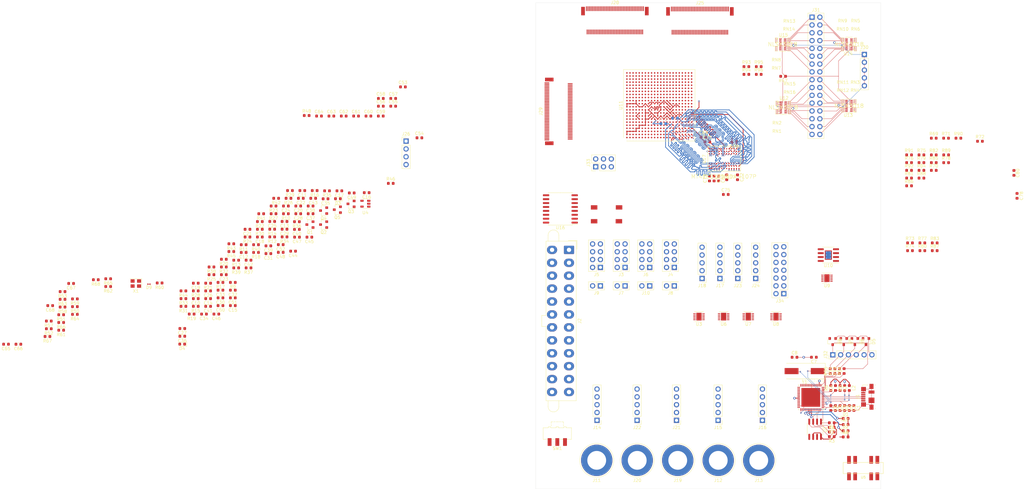
<source format=kicad_pcb>
(kicad_pcb (version 20200829) (generator pcbnew)
  (layers (0 "F.Cu" signal) (1 "In1.Cu_-_GND_Front" power) (2 "In2.Cu" signal) (3 "In3.Cu" signal) (4 "In4.Cu_-_Pow_Back" power) (31 "B.Cu" signal) (34 "B.Paste" user) (35 "F.Paste" user) (36 "B.SilkS" user) (37 "F.SilkS" user) (38 "B.Mask" user) (39 "F.Mask" user) (44 "Edge.Cuts" user))
  (net 0 "")
  (net 1 "GND")
  (net 2 "Net-(C1-Pad1)")
  (net 3 "Net-(C4-Pad1)")
  (net 4 "Net-(C7-Pad1)")
  (net 5 "Net-(C8-Pad1)")
  (net 6 "Net-(C9-Pad1)")
  (net 7 "VCCBRAM")
  (net 8 "VCCFPGA_S1_1.2V")
  (net 9 "VCCAUX")
  (net 10 "VCCDDR_1.35V")
  (net 11 "+5V")
  (net 12 "+3.3V")
  (net 13 "VCCFPGA_S1_MGT")
  (net 14 "Net-(C41-Pad1)")
  (net 15 "Net-(C45-Pad1)")
  (net 16 "Net-(C46-Pad1)")
  (net 17 "Net-(C47-Pad1)")
  (net 18 "VCCDDR_1.35V_VREF")
  (net 19 "Net-(C51-Pad1)")
  (net 20 "Net-(C53-Pad1)")
  (net 21 "MGTPTX0_P")
  (net 22 "Net-(C54-Pad1)")
  (net 23 "MGTPTX1_P")
  (net 24 "Net-(C55-Pad1)")
  (net 25 "MGTPTX2_P")
  (net 26 "Net-(C56-Pad1)")
  (net 27 "MGTPTX3_P")
  (net 28 "MGTPCLK0_P")
  (net 29 "Net-(C57-Pad1)")
  (net 30 "Net-(C58-Pad2)")
  (net 31 "Net-(C58-Pad1)")
  (net 32 "MGTPTX0_N")
  (net 33 "Net-(C59-Pad1)")
  (net 34 "MGTPTX1_N")
  (net 35 "Net-(C60-Pad1)")
  (net 36 "MGTPTX2_N")
  (net 37 "Net-(C61-Pad1)")
  (net 38 "MGTPTX3_N")
  (net 39 "Net-(C62-Pad1)")
  (net 40 "Net-(C63-Pad1)")
  (net 41 "MGTPCLK0_N")
  (net 42 "Net-(C64-Pad1)")
  (net 43 "Net-(C64-Pad2)")
  (net 44 "VCCFPGA_S1_VCCO_CONFIG")
  (net 45 "Net-(D1-Pad1)")
  (net 46 "Net-(D1-Pad2)")
  (net 47 "Net-(D2-Pad2)")
  (net 48 "Net-(D2-Pad1)")
  (net 49 "Net-(D3-Pad2)")
  (net 50 "Net-(D4-Pad2)")
  (net 51 "Net-(D5-Pad1)")
  (net 52 "Net-(D6-Pad1)")
  (net 53 "Net-(D7-Pad1)")
  (net 54 "Net-(D8-Pad1)")
  (net 55 "Net-(D9-Pad2)")
  (net 56 "Net-(J1-Pad1)")
  (net 57 "/usb-interface/D-")
  (net 58 "/usb-interface/D+")
  (net 59 "Net-(J1-Pad4)")
  (net 60 "ATX_POWEROK")
  (net 61 "Net-(J2-Pad9)")
  (net 62 "+12V")
  (net 63 "-12V")
  (net 64 "Net-(J2-Pad16)")
  (net 65 "Net-(J2-Pad20)")
  (net 66 "Net-(J3-Pad1)")
  (net 67 "Net-(J4-Pad1)")
  (net 68 "Net-(J5-Pad1)")
  (net 69 "Net-(J6-Pad1)")
  (net 70 "VCCFPGA_S1_VREF_V1")
  (net 71 "Net-(J7-Pad2)")
  (net 72 "Net-(J8-Pad2)")
  (net 73 "VCCFPGA_S1_VREF_V2")
  (net 74 "Net-(J9-Pad2)")
  (net 75 "VCCFPGA_S1_VREF_V3")
  (net 76 "VCCFPGA_S1_VREF_V4")
  (net 77 "Net-(J10-Pad2)")
  (net 78 "/fpga-io/b15_23_P")
  (net 79 "/fpga-io/b15_14_N")
  (net 80 "/fpga-io/b15_21_N")
  (net 81 "/fpga-io/b15_14_P")
  (net 82 "/fpga-io/b15_21_P")
  (net 83 "Net-(J25-Pad70)")
  (net 84 "/fpga-io/b15_22_N")
  (net 85 "/fpga-io/b15_22_P")
  (net 86 "Net-(J25-Pad67)")
  (net 87 "Net-(J25-Pad58)")
  (net 88 "/fpga-io/b15_20_N")
  (net 89 "Net-(J25-Pad56)")
  (net 90 "/fpga-io/b15_3_P")
  (net 91 "/fpga-io/b15_5_P")
  (net 92 "/fpga-io/b15_3_N")
  (net 93 "/fpga-io/b15_4_N")
  (net 94 "/fpga-io/b15_20_P")
  (net 95 "/fpga-io/b15_4_P")
  (net 96 "/fpga-io/b15_1_P")
  (net 97 "Net-(J25-Pad48)")
  (net 98 "/fpga-io/b15_1_N")
  (net 99 "Net-(J25-Pad46)")
  (net 100 "Net-(J25-Pad45)")
  (net 101 "Net-(J25-Pad44)")
  (net 102 "/fpga-io/b15_2_P")
  (net 103 "Net-(J25-Pad42)")
  (net 104 "/fpga-io/b15_2_N")
  (net 105 "Net-(J25-Pad40)")
  (net 106 "/fpga-io/b15_18_N")
  (net 107 "Net-(J25-Pad38)")
  (net 108 "/fpga-io/b15_5_N")
  (net 109 "Net-(J25-Pad36)")
  (net 110 "Net-(J25-Pad35)")
  (net 111 "Net-(J25-Pad34)")
  (net 112 "/fpga-io/b15_18_P")
  (net 113 "Net-(J25-Pad32)")
  (net 114 "/fpga-io/b15_7_P")
  (net 115 "Net-(J25-Pad30)")
  (net 116 "/fpga-io/b15_7_N")
  (net 117 "Net-(J25-Pad28)")
  (net 118 "/fpga-io/b15_17_N")
  (net 119 "Net-(J25-Pad26)")
  (net 120 "/fpga-io/b15_8_P")
  (net 121 "Net-(J25-Pad24)")
  (net 122 "/fpga-io/b15_8_N")
  (net 123 "Net-(J25-Pad22)")
  (net 124 "/fpga-io/b15_17_P")
  (net 125 "Net-(J25-Pad20)")
  (net 126 "/fpga-io/b15_9_P")
  (net 127 "/fpga-io/b15_12_N")
  (net 128 "/fpga-io/b15_9_N")
  (net 129 "/fpga-io/b15_12_P")
  (net 130 "/fpga-io/b15_16_N")
  (net 131 "/fpga-io/b15_10_P")
  (net 132 "/fpga-io/b15_10_N")
  (net 133 "/fpga-io/b15_23_N")
  (net 134 "/fpga-io/b15_16_P")
  (net 135 "Net-(J25-Pad8)")
  (net 136 "/fpga-io/b15_11_P")
  (net 137 "Net-(J25-Pad6)")
  (net 138 "/fpga-io/b15_11_N")
  (net 139 "/fpga-io/b15_13_N")
  (net 140 "/fpga-io/b15_15_N")
  (net 141 "/fpga-io/b15_13_P")
  (net 142 "/fpga-io/b15_15_P")
  (net 143 "Net-(U11-PadA1)")
  (net 144 "Net-(U11-PadB1)")
  (net 145 "Net-(U11-PadB2)")
  (net 146 "Net-(U11-PadC2)")
  (net 147 "Net-(U11-PadD1)")
  (net 148 "Net-(U11-PadD2)")
  (net 149 "Net-(U11-PadE1)")
  (net 150 "Net-(U11-PadE2)")
  (net 151 "Net-(U11-PadE3)")
  (net 152 "Net-(U11-PadF1)")
  (net 153 "Net-(U11-PadF3)")
  (net 154 "Net-(U11-PadF4)")
  (net 155 "Net-(U11-PadG1)")
  (net 156 "Net-(U11-PadG2)")
  (net 157 "sys_clk_N")
  (net 158 "Net-(U11-PadH2)")
  (net 159 "sys_clk_P")
  (net 160 "clk_ref_P")
  (net 161 "Net-(U11-PadH5)")
  (net 162 "Net-(U11-PadJ1)")
  (net 163 "Net-(U11-PadJ2)")
  (net 164 "Net-(U11-PadJ4)")
  (net 165 "Net-(U11-PadJ5)")
  (net 166 "Net-(U11-PadJ6)")
  (net 167 "Net-(U11-PadK1)")
  (net 168 "Net-(U11-PadK2)")
  (net 169 "Net-(U11-PadK3)")
  (net 170 "Net-(U11-PadK4)")
  (net 171 "Net-(U11-PadK6)")
  (net 172 "Net-(U11-PadL1)")
  (net 173 "Net-(U11-PadL3)")
  (net 174 "Net-(U11-PadL4)")
  (net 175 "Net-(U11-PadL5)")
  (net 176 "Net-(U11-PadL6)")
  (net 177 "Net-(U11-PadM1)")
  (net 178 "Net-(U11-PadM2)")
  (net 179 "Net-(U11-PadM3)")
  (net 180 "Net-(U11-PadM5)")
  (net 181 "Net-(U11-PadM6)")
  (net 182 "Net-(U11-PadN2)")
  (net 183 "Net-(U11-PadN4)")
  (net 184 "Net-(U11-PadP1)")
  (net 185 "Net-(U11-PadP2)")
  (net 186 "Net-(U11-PadP4)")
  (net 187 "Net-(U11-PadP5)")
  (net 188 "Net-(U11-PadR1)")
  (net 189 "/fpga-io/b16_23_P")
  (net 190 "/fpga-io/b16_14_N")
  (net 191 "/fpga-io/b16_21_N")
  (net 192 "/fpga-io/b16_14_P")
  (net 193 "/fpga-io/b16_21_P")
  (net 194 "Net-(J28-Pad70)")
  (net 195 "/fpga-io/b16_22_N")
  (net 196 "/fpga-io/b16_22_P")
  (net 197 "Net-(J28-Pad67)")
  (net 198 "Net-(J28-Pad58)")
  (net 199 "/fpga-io/b16_20_N")
  (net 200 "Net-(J28-Pad56)")
  (net 201 "/fpga-io/b16_3_P")
  (net 202 "/fpga-io/b16_5_P")
  (net 203 "/fpga-io/b16_3_N")
  (net 204 "/fpga-io/b16_4_N")
  (net 205 "/fpga-io/b16_20_P")
  (net 206 "/fpga-io/b16_4_P")
  (net 207 "/fpga-io/b16_1_P")
  (net 208 "Net-(J28-Pad48)")
  (net 209 "/fpga-io/b16_1_N")
  (net 210 "Net-(J28-Pad46)")
  (net 211 "Net-(J28-Pad45)")
  (net 212 "Net-(J28-Pad44)")
  (net 213 "/fpga-io/b16_2_P")
  (net 214 "Net-(J28-Pad42)")
  (net 215 "/fpga-io/b16_2_N")
  (net 216 "Net-(J28-Pad40)")
  (net 217 "/fpga-io/b16_18_N")
  (net 218 "Net-(J28-Pad38)")
  (net 219 "/fpga-io/b16_5_N")
  (net 220 "Net-(J28-Pad36)")
  (net 221 "Net-(J28-Pad35)")
  (net 222 "Net-(J28-Pad34)")
  (net 223 "/fpga-io/b16_18_P")
  (net 224 "Net-(J28-Pad32)")
  (net 225 "/fpga-io/b16_7_P")
  (net 226 "Net-(J28-Pad30)")
  (net 227 "/fpga-io/b16_7_N")
  (net 228 "Net-(J28-Pad28)")
  (net 229 "/fpga-io/b16_17_N")
  (net 230 "Net-(J28-Pad26)")
  (net 231 "/fpga-io/b16_8_P")
  (net 232 "Net-(J28-Pad24)")
  (net 233 "/fpga-io/b16_8_N")
  (net 234 "Net-(J28-Pad22)")
  (net 235 "/fpga-io/b16_17_P")
  (net 236 "Net-(J28-Pad20)")
  (net 237 "/fpga-io/b16_9_P")
  (net 238 "/fpga-io/b16_12_N")
  (net 239 "/fpga-io/b16_9_N")
  (net 240 "/fpga-io/b16_12_P")
  (net 241 "/fpga-io/b16_16_N")
  (net 242 "/fpga-io/b16_10_P")
  (net 243 "/fpga-io/b16_10_N")
  (net 244 "/fpga-io/b16_23_N")
  (net 245 "/fpga-io/b16_16_P")
  (net 246 "Net-(J28-Pad8)")
  (net 247 "/fpga-io/b16_11_P")
  (net 248 "Net-(J28-Pad6)")
  (net 249 "/fpga-io/b16_11_N")
  (net 250 "/fpga-io/b16_13_N")
  (net 251 "/fpga-io/b16_15_N")
  (net 252 "/fpga-io/b16_13_P")
  (net 253 "/fpga-io/b16_15_P")
  (net 254 "Net-(J29-Pad6)")
  (net 255 "Net-(J29-Pad8)")
  (net 256 "PE_DAS_MGT")
  (net 257 "MGTPRX3_N")
  (net 258 "MGTPRX3_P")
  (net 259 "Net-(J29-Pad20)")
  (net 260 "Net-(J29-Pad22)")
  (net 261 "MGTPRX2_N")
  (net 262 "Net-(J29-Pad24)")
  (net 263 "MGTPRX2_P")
  (net 264 "Net-(J29-Pad26)")
  (net 265 "Net-(J29-Pad28)")
  (net 266 "Net-(J29-Pad30)")
  (net 267 "Net-(J29-Pad32)")
  (net 268 "Net-(J29-Pad34)")
  (net 269 "MGTPRX1_N")
  (net 270 "Net-(J29-Pad36)")
  (net 271 "MGTPRX1_P")
  (net 272 "PE_DEVSLP_MGT")
  (net 273 "Net-(J29-Pad40)")
  (net 274 "Net-(J29-Pad42)")
  (net 275 "Net-(J29-Pad44)")
  (net 276 "Net-(J29-Pad46)")
  (net 277 "MGTPRX0_N")
  (net 278 "Net-(J29-Pad48)")
  (net 279 "MGTPRX0_P")
  (net 280 "PE_NRST_MGT")
  (net 281 "PE_NCLKREQ_MGT")
  (net 282 "PE_NWAKE_MGT")
  (net 283 "Net-(J29-Pad56)")
  (net 284 "Net-(J29-Pad58)")
  (net 285 "Net-(J29-Pad67)")
  (net 286 "PE_SUSCLK_MGT")
  (net 287 "PE_PEDET_MGT")
  (net 288 "Net-(J30-Pad1)")
  (net 289 "Net-(J31-Pad1)")
  (net 290 "Net-(J31-Pad2)")
  (net 291 "Net-(J31-Pad3)")
  (net 292 "Net-(J31-Pad4)")
  (net 293 "Net-(J31-Pad5)")
  (net 294 "Net-(J31-Pad6)")
  (net 295 "Net-(J31-Pad7)")
  (net 296 "Net-(J31-Pad8)")
  (net 297 "Net-(J31-Pad9)")
  (net 298 "Net-(J31-Pad10)")
  (net 299 "Net-(J31-Pad11)")
  (net 300 "Net-(J31-Pad12)")
  (net 301 "Net-(J31-Pad13)")
  (net 302 "Net-(J31-Pad14)")
  (net 303 "Net-(J31-Pad15)")
  (net 304 "Net-(J31-Pad16)")
  (net 305 "Net-(J31-Pad17)")
  (net 306 "Net-(J31-Pad18)")
  (net 307 "Net-(J31-Pad19)")
  (net 308 "Net-(J31-Pad20)")
  (net 309 "Net-(J31-Pad21)")
  (net 310 "Net-(J31-Pad22)")
  (net 311 "Net-(J31-Pad23)")
  (net 312 "Net-(J31-Pad24)")
  (net 313 "Net-(J31-Pad25)")
  (net 314 "Net-(J31-Pad26)")
  (net 315 "Net-(J31-Pad27)")
  (net 316 "Net-(J31-Pad28)")
  (net 317 "Net-(J31-Pad29)")
  (net 318 "Net-(J31-Pad30)")
  (net 319 "Net-(J31-Pad31)")
  (net 320 "Net-(J31-Pad32)")
  (net 321 "Net-(J33-Pad1)")
  (net 322 "Net-(J33-Pad2)")
  (net 323 "Net-(J33-Pad3)")
  (net 324 "FLASH_CONFIG_IO_0")
  (net 325 "FLASH_CONFIG_IO_1")
  (net 326 "FLASH_CONFIG_IO_2")
  (net 327 "FLASH_CONFIG_IO_3")
  (net 328 "FLASH_CONFIG_CLK")
  (net 329 "FLASH_CONFIG_CS")
  (net 330 "Net-(J34-Pad8)")
  (net 331 "Net-(J34-Pad9)")
  (net 332 "Net-(J34-Pad10)")
  (net 333 "Net-(J34-Pad11)")
  (net 334 "Net-(J34-Pad12)")
  (net 335 "Net-(J34-Pad13)")
  (net 336 "Net-(J34-Pad14)")
  (net 337 "VCCFPGA_S1_PG")
  (net 338 "VCCFPGA_S1_VCCO_1.8v")
  (net 339 "VCCFPGA_S1_VARIABLE_V1")
  (net 340 "VCCFPGA_S1_VARIABLE_V2")
  (net 341 "VCCFPGA_S1_VARIABLE_V3")
  (net 342 "VCCFPGA_S1_VARIABLE_V4")
  (net 343 "Net-(R1-Pad2)")
  (net 344 "Net-(R2-Pad2)")
  (net 345 "Net-(R3-Pad2)")
  (net 346 "Net-(R4-Pad1)")
  (net 347 "Net-(R5-Pad1)")
  (net 348 "Net-(R6-Pad1)")
  (net 349 "Net-(R26-Pad1)")
  (net 350 "Net-(R27-Pad2)")
  (net 351 "Net-(R28-Pad1)")
  (net 352 "Net-(R29-Pad2)")
  (net 353 "Net-(R30-Pad1)")
  (net 354 "Net-(R31-Pad2)")
  (net 355 "Net-(R32-Pad1)")
  (net 356 "VCCFPGA_S0_PG")
  (net 357 "Net-(R34-Pad1)")
  (net 358 "Net-(R35-Pad1)")
  (net 359 "Net-(R36-Pad2)")
  (net 360 "Net-(R38-Pad2)")
  (net 361 "Net-(R40-Pad2)")
  (net 362 "Net-(R42-Pad1)")
  (net 363 "Net-(R44-Pad2)")
  (net 364 "Net-(R46-Pad2)")
  (net 365 "VTRANS_OE")
  (net 366 "Net-(R48-Pad2)")
  (net 367 "FPGA_TDI")
  (net 368 "Net-(R50-Pad2)")
  (net 369 "Net-(R51-Pad2)")
  (net 370 "Net-(R52-Pad2)")
  (net 371 "Net-(R53-Pad2)")
  (net 372 "FPGA_TDO")
  (net 373 "FPGA_TMS")
  (net 374 "FPGA_TDCLK")
  (net 375 "Net-(R61-Pad2)")
  (net 376 "Net-(R65-Pad1)")
  (net 377 "Net-(R66-Pad1)")
  (net 378 "Net-(R67-Pad1)")
  (net 379 "Net-(R68-Pad2)")
  (net 380 "Net-(R69-Pad1)")
  (net 381 "DDR_NWE")
  (net 382 "DDR_NRAS")
  (net 383 "DDR_A0")
  (net 384 "DDR_A1")
  (net 385 "DDR_A2")
  (net 386 "DDR_A3")
  (net 387 "DDR_A4")
  (net 388 "DDR_A5")
  (net 389 "DDR_A6")
  (net 390 "DDR_A7")
  (net 391 "DDR_A8")
  (net 392 "DDR_A9")
  (net 393 "DDR_A10")
  (net 394 "DDR_A11")
  (net 395 "DDR_A12")
  (net 396 "DDR_A13")
  (net 397 "DDR_A14")
  (net 398 "DDR_A15")
  (net 399 "DDR_ODT")
  (net 400 "DDR_CKE")
  (net 401 "DDR_NCS")
  (net 402 "DDR_NCAS")
  (net 403 "Net-(RN1-Pad2)")
  (net 404 "Net-(RN1-Pad8)")
  (net 405 "Net-(RN1-Pad3)")
  (net 406 "Net-(RN1-Pad4)")
  (net 407 "Net-(RN1-Pad6)")
  (net 408 "Net-(RN1-Pad5)")
  (net 409 "Net-(RN1-Pad1)")
  (net 410 "Net-(RN1-Pad7)")
  (net 411 "Net-(RN2-Pad7)")
  (net 412 "Net-(RN2-Pad1)")
  (net 413 "Net-(RN2-Pad5)")
  (net 414 "Net-(RN2-Pad6)")
  (net 415 "Net-(RN2-Pad4)")
  (net 416 "Net-(RN2-Pad3)")
  (net 417 "Net-(RN2-Pad8)")
  (net 418 "Net-(RN2-Pad2)")
  (net 419 "Net-(RN3-Pad2)")
  (net 420 "Net-(RN3-Pad8)")
  (net 421 "Net-(RN3-Pad3)")
  (net 422 "Net-(RN3-Pad4)")
  (net 423 "Net-(RN3-Pad6)")
  (net 424 "Net-(RN3-Pad5)")
  (net 425 "Net-(RN3-Pad1)")
  (net 426 "Net-(RN3-Pad7)")
  (net 427 "Net-(RN4-Pad7)")
  (net 428 "Net-(RN4-Pad1)")
  (net 429 "Net-(RN4-Pad5)")
  (net 430 "Net-(RN4-Pad6)")
  (net 431 "Net-(RN4-Pad4)")
  (net 432 "Net-(RN4-Pad3)")
  (net 433 "Net-(RN4-Pad8)")
  (net 434 "Net-(RN4-Pad2)")
  (net 435 "Net-(RN5-Pad2)")
  (net 436 "Net-(RN5-Pad8)")
  (net 437 "Net-(RN5-Pad3)")
  (net 438 "Net-(RN5-Pad4)")
  (net 439 "Net-(RN5-Pad6)")
  (net 440 "Net-(RN5-Pad5)")
  (net 441 "Net-(RN5-Pad1)")
  (net 442 "Net-(RN5-Pad7)")
  (net 443 "Net-(RN6-Pad2)")
  (net 444 "Net-(RN6-Pad8)")
  (net 445 "Net-(RN6-Pad3)")
  (net 446 "Net-(RN6-Pad4)")
  (net 447 "Net-(RN6-Pad6)")
  (net 448 "Net-(RN6-Pad5)")
  (net 449 "Net-(RN6-Pad1)")
  (net 450 "Net-(RN6-Pad7)")
  (net 451 "Net-(RN7-Pad7)")
  (net 452 "Net-(RN7-Pad1)")
  (net 453 "Net-(RN7-Pad5)")
  (net 454 "Net-(RN7-Pad6)")
  (net 455 "Net-(RN7-Pad4)")
  (net 456 "Net-(RN7-Pad3)")
  (net 457 "Net-(RN7-Pad8)")
  (net 458 "Net-(RN7-Pad2)")
  (net 459 "Net-(RN8-Pad7)")
  (net 460 "Net-(RN8-Pad1)")
  (net 461 "Net-(RN8-Pad5)")
  (net 462 "Net-(RN8-Pad6)")
  (net 463 "Net-(RN8-Pad4)")
  (net 464 "Net-(RN8-Pad3)")
  (net 465 "Net-(RN8-Pad8)")
  (net 466 "Net-(RN8-Pad2)")
  (net 467 "Net-(RN9-Pad8)")
  (net 468 "Net-(RN9-Pad6)")
  (net 469 "Net-(RN9-Pad5)")
  (net 470 "Net-(RN9-Pad7)")
  (net 471 "Net-(RN10-Pad7)")
  (net 472 "Net-(RN10-Pad5)")
  (net 473 "Net-(RN10-Pad6)")
  (net 474 "Net-(RN10-Pad8)")
  (net 475 "Net-(RN11-Pad8)")
  (net 476 "Net-(RN11-Pad6)")
  (net 477 "Net-(RN11-Pad5)")
  (net 478 "Net-(RN11-Pad7)")
  (net 479 "Net-(RN12-Pad7)")
  (net 480 "Net-(RN12-Pad5)")
  (net 481 "Net-(RN12-Pad6)")
  (net 482 "Net-(RN12-Pad8)")
  (net 483 "Net-(RN13-Pad2)")
  (net 484 "Net-(RN13-Pad3)")
  (net 485 "Net-(RN13-Pad4)")
  (net 486 "Net-(RN13-Pad1)")
  (net 487 "Net-(RN14-Pad1)")
  (net 488 "Net-(RN14-Pad4)")
  (net 489 "Net-(RN14-Pad3)")
  (net 490 "Net-(RN14-Pad2)")
  (net 491 "Net-(RN15-Pad2)")
  (net 492 "Net-(RN15-Pad3)")
  (net 493 "Net-(RN15-Pad4)")
  (net 494 "Net-(RN15-Pad1)")
  (net 495 "Net-(RN16-Pad1)")
  (net 496 "Net-(RN16-Pad4)")
  (net 497 "Net-(RN16-Pad3)")
  (net 498 "Net-(RN16-Pad2)")
  (net 499 "Net-(SW1-Pad1)")
  (net 500 "Net-(U1-Pad7)")
  (net 501 "Net-(U2-Pad54)")
  (net 502 "Net-(U2-Pad53)")
  (net 503 "Net-(U2-Pad52)")
  (net 504 "Net-(U2-Pad51)")
  (net 505 "Net-(U2-Pad47)")
  (net 506 "Net-(U2-Pad46)")
  (net 507 "Net-(U2-Pad42)")
  (net 508 "Net-(U2-Pad40)")
  (net 509 "Net-(U2-Pad39)")
  (net 510 "Net-(U2-Pad38)")
  (net 511 "Net-(U2-Pad37)")
  (net 512 "Net-(U2-Pad35)")
  (net 513 "Net-(U2-Pad34)")
  (net 514 "FPGA_SER_RX")
  (net 515 "FPGA_SER_TX")
  (net 516 "Net-(U2-Pad30)")
  (net 517 "Net-(U2-Pad29)")
  (net 518 "Net-(U2-Pad28)")
  (net 519 "Net-(U2-Pad27)")
  (net 520 "Net-(U2-Pad26)")
  (net 521 "Net-(U2-Pad25)")
  (net 522 "Net-(U2-Pad24)")
  (net 523 "Net-(U2-Pad23)")
  (net 524 "Net-(U2-Pad22)")
  (net 525 "Net-(U2-Pad20)")
  (net 526 "Net-(U2-Pad19)")
  (net 527 "Net-(U2-Pad18)")
  (net 528 "Net-(U2-Pad17)")
  (net 529 "Net-(U3-Pad8)")
  (net 530 "Net-(U10-Pad5)")
  (net 531 "Net-(U10-Pad7)")
  (net 532 "Net-(U10-Pad8)")
  (net 533 "Net-(U11-PadG21)")
  (net 534 "Net-(U11-PadG22)")
  (net 535 "Net-(U11-PadM15)")
  (net 536 "Net-(U11-PadM16)")
  (net 537 "Net-(U11-PadN9)")
  (net 538 "Net-(U11-PadN10)")
  (net 539 "DDR_DQ5")
  (net 540 "DDR_NRST")
  (net 541 "DDR_DQ6")
  (net 542 "Net-(U11-PadT14)")
  (net 543 "Net-(U11-PadT15)")
  (net 544 "Net-(U11-PadT16)")
  (net 545 "DDR_DQ0")
  (net 546 "DDR_DQ3")
  (net 547 "Net-(U11-PadU7)")
  (net 548 "Net-(U11-PadU15)")
  (net 549 "Net-(U11-PadU16)")
  (net 550 "DDR_BA1")
  (net 551 "DDR_DQ4")
  (net 552 "Net-(U11-PadV10)")
  (net 553 "Net-(U11-PadV13)")
  (net 554 "Net-(U11-PadV14)")
  (net 555 "Net-(U11-PadV15)")
  (net 556 "DDR_BA2")
  (net 557 "DDR_DQ2")
  (net 558 "DDR_DQ1")
  (net 559 "Net-(U11-PadW10)")
  (net 560 "Net-(U11-PadW11)")
  (net 561 "Net-(U11-PadW12)")
  (net 562 "Net-(U11-PadW14)")
  (net 563 "Net-(U11-PadW15)")
  (net 564 "Net-(U11-PadW16)")
  (net 565 "FPGA-CLK-100")
  (net 566 "DDR_DQ7")
  (net 567 "Net-(U11-PadY11)")
  (net 568 "Net-(U11-PadY12)")
  (net 569 "Net-(U11-PadY13)")
  (net 570 "Net-(U11-PadY16)")
  (net 571 "Net-(U11-PadY17)")
  (net 572 "DDR_BA0")
  (net 573 "Net-(U11-PadAA9)")
  (net 574 "Net-(U11-PadAA10)")
  (net 575 "Net-(U11-PadAA11)")
  (net 576 "Net-(U11-PadAA13)")
  (net 577 "Net-(U11-PadAA14)")
  (net 578 "Net-(U11-PadAA15)")
  (net 579 "Net-(U11-PadAA16)")
  (net 580 "Net-(U11-PadAB10)")
  (net 581 "Net-(U11-PadAB11)")
  (net 582 "Net-(U11-PadAB12)")
  (net 583 "Net-(U11-PadAB13)")
  (net 584 "Net-(U11-PadAB15)")
  (net 585 "Net-(U11-PadAB16)")
  (net 586 "Net-(U11-PadAB17)")
  (net 587 "Net-(U17-PadA3)")
  (net 588 "Net-(U17-PadF1)")
  (net 589 "Net-(U17-PadF9)")
  (net 590 "Net-(U17-PadH1)")
  (net 591 "Net-(U17-PadH9)")
  (net 592 "DDR_CK_P")
  (net 593 "DDR_CK_N")
  (net 594 "DDR_DQS_P")
  (net 595 "DDR_DQS_N")
  (net 596 "Net-(U11-PadR6)")
  (net 597 "Net-(U11-PadT3)")
  (net 598 "Net-(U11-PadT6)")
  (net 599 "Net-(U11-PadD10)")
  (net 600 "Net-(U11-PadF7)")
  (net 601 "Net-(U11-PadF9)")
  (net 602 "DDR_TDQS_N")
  (net 603 "DDR_TDQS_P")
  (net 604 "Net-(U11-PadV8)")
  (net 605 "Net-(U11-PadV9)")
  (net 606 "Net-(U11-PadW9)")
  (net 607 "Net-(U11-PadY8)")
  (net 608 "Net-(U11-PadY9)")
  (net 609 "Net-(U11-PadV5)")
  (module "Capacitor_SMD:C_0603_1608Metric" (layer "F.Cu") (at 240.3 153.7 -90)
    (fp_text reference "C1" (at 0 -1.43 90) (layer "F.SilkS"))
    (fp_text value "4.7uF TA")
    (pad "1" smd roundrect (at -0.7875 0 270) (size 0.875 0.95) (layers "F.Cu" "F.Paste" "F.Mask") (net 2 "Net-(C1-Pad1)"))
    (pad "2" smd roundrect (at 0.7875 0 270) (size 0.875 0.95) (layers "F.Cu" "F.Paste" "F.Mask") (net 1 "GND"))
  )
  (module "Capacitor_SMD:C_0603_1608Metric" (layer "F.Cu") (at 238.8 153.7 -90)
    (fp_text reference "C2" (at 0 -1.43 90) (layer "F.SilkS"))
    (fp_text value "100nF")
    (pad "1" smd roundrect (at -0.7875 0 270) (size 0.875 0.95) (layers "F.Cu" "F.Paste" "F.Mask") (net 2 "Net-(C1-Pad1)"))
    (pad "2" smd roundrect (at 0.7875 0 270) (size 0.875 0.95) (layers "F.Cu" "F.Paste" "F.Mask") (net 1 "GND"))
  )
  (module "Capacitor_SMD:C_0603_1608Metric" (layer "F.Cu") (at 237.3 153.7 -90)
    (fp_text reference "C3" (at 0 -1.43 90) (layer "F.SilkS"))
    (fp_text value "10nF")
    (pad "1" smd roundrect (at -0.7875 0 270) (size 0.875 0.95) (layers "F.Cu" "F.Paste" "F.Mask") (net 2 "Net-(C1-Pad1)"))
    (pad "2" smd roundrect (at 0.7875 0 270) (size 0.875 0.95) (layers "F.Cu" "F.Paste" "F.Mask") (net 1 "GND"))
  )
  (module "Capacitor_SMD:C_0603_1608Metric" (layer "F.Cu") (at 234.3 147.2 90)
    (fp_text reference "C4" (at 0 -1.43 90) (layer "F.SilkS"))
    (fp_text value "4.7uF TA")
    (pad "1" smd roundrect (at -0.7875 0 90) (size 0.875 0.95) (layers "F.Cu" "F.Paste" "F.Mask") (net 3 "Net-(C4-Pad1)"))
    (pad "2" smd roundrect (at 0.7875 0 90) (size 0.875 0.95) (layers "F.Cu" "F.Paste" "F.Mask") (net 1 "GND"))
  )
  (module "Capacitor_SMD:C_0603_1608Metric" (layer "F.Cu") (at 234.3 153.7 -90)
    (fp_text reference "C5" (at 0 -1.43 90) (layer "F.SilkS"))
    (fp_text value "100nF")
    (pad "1" smd roundrect (at -0.7875 0 270) (size 0.875 0.95) (layers "F.Cu" "F.Paste" "F.Mask") (net 3 "Net-(C4-Pad1)"))
    (pad "2" smd roundrect (at 0.7875 0 270) (size 0.875 0.95) (layers "F.Cu" "F.Paste" "F.Mask") (net 1 "GND"))
  )
  (module "Capacitor_SMD:C_0603_1608Metric" (layer "F.Cu") (at 232.8 153.7 -90)
    (fp_text reference "C6" (at 0 -1.43 90) (layer "F.SilkS"))
    (fp_text value "10nF")
    (pad "1" smd roundrect (at -0.7875 0 270) (size 0.875 0.95) (layers "F.Cu" "F.Paste" "F.Mask") (net 3 "Net-(C4-Pad1)"))
    (pad "2" smd roundrect (at 0.7875 0 270) (size 0.875 0.95) (layers "F.Cu" "F.Paste" "F.Mask") (net 1 "GND"))
  )
  (module "Capacitor_SMD:C_0603_1608Metric" (layer "F.Cu") (at 227.3 137.2 180)
    (fp_text reference "C7" (at 0 -1.43) (layer "F.SilkS"))
    (fp_text value "20pF")
    (pad "1" smd roundrect (at -0.7875 0 180) (size 0.875 0.95) (layers "F.Cu" "F.Paste" "F.Mask") (net 4 "Net-(C7-Pad1)"))
    (pad "2" smd roundrect (at 0.7875 0 180) (size 0.875 0.95) (layers "F.Cu" "F.Paste" "F.Mask") (net 1 "GND"))
  )
  (module "Capacitor_SMD:C_0603_1608Metric" (layer "F.Cu") (at 221.0125 137.2)
    (fp_text reference "C8" (at 0 -1.43) (layer "F.SilkS"))
    (fp_text value "20pF")
    (pad "1" smd roundrect (at -0.7875 0) (size 0.875 0.95) (layers "F.Cu" "F.Paste" "F.Mask") (net 5 "Net-(C8-Pad1)"))
    (pad "2" smd roundrect (at 0.7875 0) (size 0.875 0.95) (layers "F.Cu" "F.Paste" "F.Mask") (net 1 "GND"))
  )
  (module "Capacitor_SMD:C_0603_1608Metric" (layer "F.Cu") (at 235.8 153.7 -90)
    (fp_text reference "C9" (at 0 -1.43 90) (layer "F.SilkS"))
    (fp_text value "4.7uF")
    (pad "1" smd roundrect (at -0.7875 0 270) (size 0.875 0.95) (layers "F.Cu" "F.Paste" "F.Mask") (net 6 "Net-(C9-Pad1)"))
    (pad "2" smd roundrect (at 0.7875 0 270) (size 0.875 0.95) (layers "F.Cu" "F.Paste" "F.Mask") (net 1 "GND"))
  )
  (module "Capacitor_SMD:C_0603_1608Metric" (layer "F.Cu") (at 26.634999 118.144999 180)
    (fp_text reference "C10" (at 0 -1.43) (layer "F.SilkS"))
    (fp_text value "4.7uF")
    (pad "1" smd roundrect (at -0.7875 0 180) (size 0.875 0.95) (layers "F.Cu" "F.Paste" "F.Mask") (net 7 "VCCBRAM"))
    (pad "2" smd roundrect (at 0.7875 0 180) (size 0.875 0.95) (layers "F.Cu" "F.Paste" "F.Mask") (net 1 "GND"))
  )
  (module "Capacitor_SMD:C_0603_1608Metric" (layer "F.Cu") (at 61.224999 83.034999 180)
    (fp_text reference "C11" (at 0 -1.43) (layer "F.SilkS"))
    (fp_text value "4.7uF")
    (pad "1" smd roundrect (at -0.7875 0 180) (size 0.875 0.95) (layers "F.Cu" "F.Paste" "F.Mask") (net 8 "VCCFPGA_S1_1.2V"))
    (pad "2" smd roundrect (at 0.7875 0 180) (size 0.875 0.95) (layers "F.Cu" "F.Paste" "F.Mask") (net 1 "GND"))
  )
  (module "Capacitor_SMD:C_0603_1608Metric" (layer "F.Cu") (at 42.184999 103.144999 180)
    (fp_text reference "C12" (at 0 -1.43) (layer "F.SilkS"))
    (fp_text value "4.7uF")
    (pad "1" smd roundrect (at -0.7875 0 180) (size 0.875 0.95) (layers "F.Cu" "F.Paste" "F.Mask") (net 9 "VCCAUX"))
    (pad "2" smd roundrect (at 0.7875 0 180) (size 0.875 0.95) (layers "F.Cu" "F.Paste" "F.Mask") (net 1 "GND"))
  )
  (module "Capacitor_SMD:C_0603_1608Metric" (layer "F.Cu") (at 55.454999 93.074999 180)
    (fp_text reference "C13" (at 0 -1.43) (layer "F.SilkS"))
    (fp_text value "4.7uF")
    (pad "1" smd roundrect (at -0.7875 0 180) (size 0.875 0.95) (layers "F.Cu" "F.Paste" "F.Mask") (net 10 "VCCDDR_1.35V"))
    (pad "2" smd roundrect (at 0.7875 0 180) (size 0.875 0.95) (layers "F.Cu" "F.Paste" "F.Mask") (net 1 "GND"))
  )
  (module "Capacitor_SMD:C_0603_1608Metric" (layer "F.Cu") (at 30.644999 118.144999 180)
    (fp_text reference "C14" (at 0 -1.43) (layer "F.SilkS"))
    (fp_text value "4.7uF")
    (pad "1" smd roundrect (at -0.7875 0 180) (size 0.875 0.95) (layers "F.Cu" "F.Paste" "F.Mask") (net 7 "VCCBRAM"))
    (pad "2" smd roundrect (at 0.7875 0 180) (size 0.875 0.95) (layers "F.Cu" "F.Paste" "F.Mask") (net 1 "GND"))
  )
  (module "Capacitor_SMD:C_0603_1608Metric" (layer "F.Cu") (at 38.664999 120.414999 180)
    (fp_text reference "C15" (at 0 -1.43) (layer "F.SilkS"))
    (fp_text value "4.7uF")
    (pad "1" smd roundrect (at -0.7875 0 180) (size 0.875 0.95) (layers "F.Cu" "F.Paste" "F.Mask") (net 8 "VCCFPGA_S1_1.2V"))
    (pad "2" smd roundrect (at 0.7875 0 180) (size 0.875 0.95) (layers "F.Cu" "F.Paste" "F.Mask") (net 1 "GND"))
  )
  (module "Capacitor_SMD:C_0603_1608Metric" (layer "F.Cu") (at 82.114999 83.714999 180)
    (fp_text reference "C16" (at 0 -1.43) (layer "F.SilkS"))
    (fp_text value "4.7uF")
    (pad "1" smd roundrect (at -0.7875 0 180) (size 0.875 0.95) (layers "F.Cu" "F.Paste" "F.Mask") (net 9 "VCCAUX"))
    (pad "2" smd roundrect (at 0.7875 0 180) (size 0.875 0.95) (layers "F.Cu" "F.Paste" "F.Mask") (net 1 "GND"))
  )
  (module "Capacitor_SMD:C_0603_1608Metric" (layer "F.Cu") (at 73.254999 83.124999 180)
    (fp_text reference "C17" (at 0 -1.43) (layer "F.SilkS"))
    (fp_text value "4.7uF")
    (pad "1" smd roundrect (at -0.7875 0 180) (size 0.875 0.95) (layers "F.Cu" "F.Paste" "F.Mask") (net 10 "VCCDDR_1.35V"))
    (pad "2" smd roundrect (at 0.7875 0 180) (size 0.875 0.95) (layers "F.Cu" "F.Paste" "F.Mask") (net 1 "GND"))
  )
  (module "Capacitor_SMD:C_0603_1608Metric" (layer "F.Cu") (at 47.434999 98.124999 180)
    (fp_text reference "C18" (at 0 -1.43) (layer "F.SilkS"))
    (fp_text value "4.7uF")
    (pad "1" smd roundrect (at -0.7875 0 180) (size 0.875 0.95) (layers "F.Cu" "F.Paste" "F.Mask") (net 7 "VCCBRAM"))
    (pad "2" smd roundrect (at 0.7875 0 180) (size 0.875 0.95) (layers "F.Cu" "F.Paste" "F.Mask") (net 1 "GND"))
  )
  (module "Capacitor_SMD:C_0603_1608Metric" (layer "F.Cu") (at 26.634999 113.124999 180)
    (fp_text reference "C19" (at 0 -1.43) (layer "F.SilkS"))
    (fp_text value "4.7uF")
    (pad "1" smd roundrect (at -0.7875 0 180) (size 0.875 0.95) (layers "F.Cu" "F.Paste" "F.Mask") (net 8 "VCCFPGA_S1_1.2V"))
    (pad "2" smd roundrect (at 0.7875 0 180) (size 0.875 0.95) (layers "F.Cu" "F.Paste" "F.Mask") (net 1 "GND"))
  )
  (module "Capacitor_SMD:C_0603_1608Metric" (layer "F.Cu") (at 59.904999 88.054999 180)
    (fp_text reference "C20" (at 0 -1.43) (layer "F.SilkS"))
    (fp_text value "4.7uF")
    (pad "1" smd roundrect (at -0.7875 0 180) (size 0.875 0.95) (layers "F.Cu" "F.Paste" "F.Mask") (net 9 "VCCAUX"))
    (pad "2" smd roundrect (at 0.7875 0 180) (size 0.875 0.95) (layers "F.Cu" "F.Paste" "F.Mask") (net 1 "GND"))
  )
  (module "Capacitor_SMD:C_0603_1608Metric" (layer "F.Cu") (at 43.424999 95.614999 180)
    (fp_text reference "C21" (at 0 -1.43) (layer "F.SilkS"))
    (fp_text value "4.7uF")
    (pad "1" smd roundrect (at -0.7875 0 180) (size 0.875 0.95) (layers "F.Cu" "F.Paste" "F.Mask") (net 10 "VCCDDR_1.35V"))
    (pad "2" smd roundrect (at 0.7875 0 180) (size 0.875 0.95) (layers "F.Cu" "F.Paste" "F.Mask") (net 1 "GND"))
  )
  (module "Capacitor_SMD:C_0603_1608Metric" (layer "F.Cu") (at 60.744999 85.544999 180)
    (fp_text reference "C22" (at 0 -1.43) (layer "F.SilkS"))
    (fp_text value "100uF")
    (pad "1" smd roundrect (at -0.7875 0 180) (size 0.875 0.95) (layers "F.Cu" "F.Paste" "F.Mask") (net 1 "GND"))
    (pad "2" smd roundrect (at 0.7875 0 180) (size 0.875 0.95) (layers "F.Cu" "F.Paste" "F.Mask") (net 11 "+5V"))
  )
  (module "Capacitor_SMD:C_0603_1608Metric" (layer "F.Cu") (at 35.744999 110.374999 180)
    (fp_text reference "C23" (at 0 -1.43) (layer "F.SilkS"))
    (fp_text value "0.47uF")
    (pad "1" smd roundrect (at -0.7875 0 180) (size 0.875 0.95) (layers "F.Cu" "F.Paste" "F.Mask") (net 7 "VCCBRAM"))
    (pad "2" smd roundrect (at 0.7875 0 180) (size 0.875 0.95) (layers "F.Cu" "F.Paste" "F.Mask") (net 1 "GND"))
  )
  (module "Capacitor_SMD:C_0603_1608Metric" (layer "F.Cu") (at 55.894999 88.054999 180)
    (fp_text reference "C24" (at 0 -1.43) (layer "F.SilkS"))
    (fp_text value "0.47uF")
    (pad "1" smd roundrect (at -0.7875 0 180) (size 0.875 0.95) (layers "F.Cu" "F.Paste" "F.Mask") (net 8 "VCCFPGA_S1_1.2V"))
    (pad "2" smd roundrect (at 0.7875 0 180) (size 0.875 0.95) (layers "F.Cu" "F.Paste" "F.Mask") (net 1 "GND"))
  )
  (module "Capacitor_SMD:C_0603_1608Metric" (layer "F.Cu") (at 51.444999 93.074999 180)
    (fp_text reference "C25" (at 0 -1.43) (layer "F.SilkS"))
    (fp_text value "0.47uF")
    (pad "1" smd roundrect (at -0.7875 0 180) (size 0.875 0.95) (layers "F.Cu" "F.Paste" "F.Mask") (net 9 "VCCAUX"))
    (pad "2" smd roundrect (at 0.7875 0 180) (size 0.875 0.95) (layers "F.Cu" "F.Paste" "F.Mask") (net 1 "GND"))
  )
  (module "Capacitor_SMD:C_0603_1608Metric" (layer "F.Cu") (at 30.644999 115.634999 180)
    (fp_text reference "C26" (at 0 -1.43) (layer "F.SilkS"))
    (fp_text value "0.47uF")
    (pad "1" smd roundrect (at -0.7875 0 180) (size 0.875 0.95) (layers "F.Cu" "F.Paste" "F.Mask") (net 10 "VCCDDR_1.35V"))
    (pad "2" smd roundrect (at 0.7875 0 180) (size 0.875 0.95) (layers "F.Cu" "F.Paste" "F.Mask") (net 1 "GND"))
  )
  (module "Capacitor_SMD:C_0603_1608Metric" (layer "F.Cu") (at 22.264999 127.864999 180)
    (fp_text reference "C27" (at 0 -1.43) (layer "F.SilkS"))
    (fp_text value "100uF")
    (pad "1" smd roundrect (at -0.7875 0 180) (size 0.875 0.95) (layers "F.Cu" "F.Paste" "F.Mask") (net 1 "GND"))
    (pad "2" smd roundrect (at 0.7875 0 180) (size 0.875 0.95) (layers "F.Cu" "F.Paste" "F.Mask") (net 12 "+3.3V"))
  )
  (module "Capacitor_SMD:C_0603_1608Metric" (layer "F.Cu") (at 59.904999 90.564999 180)
    (fp_text reference "C28" (at 0 -1.43) (layer "F.SilkS"))
    (fp_text value "0.47uF")
    (pad "1" smd roundrect (at -0.7875 0 180) (size 0.875 0.95) (layers "F.Cu" "F.Paste" "F.Mask") (net 7 "VCCBRAM"))
    (pad "2" smd roundrect (at 0.7875 0 180) (size 0.875 0.95) (layers "F.Cu" "F.Paste" "F.Mask") (net 1 "GND"))
  )
  (module "Capacitor_SMD:C_0603_1608Metric" (layer "F.Cu") (at 55.454999 95.584999 180)
    (fp_text reference "C29" (at 0 -1.43) (layer "F.SilkS"))
    (fp_text value "0.47uF")
    (pad "1" smd roundrect (at -0.7875 0 180) (size 0.875 0.95) (layers "F.Cu" "F.Paste" "F.Mask") (net 8 "VCCFPGA_S1_1.2V"))
    (pad "2" smd roundrect (at 0.7875 0 180) (size 0.875 0.95) (layers "F.Cu" "F.Paste" "F.Mask") (net 1 "GND"))
  )
  (module "Capacitor_SMD:C_0603_1608Metric" (layer "F.Cu") (at 34.654999 117.904999 180)
    (fp_text reference "C30" (at 0 -1.43) (layer "F.SilkS"))
    (fp_text value "0.47uF")
    (pad "1" smd roundrect (at -0.7875 0 180) (size 0.875 0.95) (layers "F.Cu" "F.Paste" "F.Mask") (net 9 "VCCAUX"))
    (pad "2" smd roundrect (at 0.7875 0 180) (size 0.875 0.95) (layers "F.Cu" "F.Paste" "F.Mask") (net 1 "GND"))
  )
  (module "Capacitor_SMD:C_0603_1608Metric" (layer "F.Cu") (at 50.204999 103.514999 180)
    (fp_text reference "C31" (at 0 -1.43) (layer "F.SilkS"))
    (fp_text value "0.47uF")
    (pad "1" smd roundrect (at -0.7875 0 180) (size 0.875 0.95) (layers "F.Cu" "F.Paste" "F.Mask") (net 10 "VCCDDR_1.35V"))
    (pad "2" smd roundrect (at 0.7875 0 180) (size 0.875 0.95) (layers "F.Cu" "F.Paste" "F.Mask") (net 1 "GND"))
  )
  (module "Capacitor_SMD:C_0603_1608Metric" (layer "F.Cu") (at 38.664999 115.394999 180)
    (fp_text reference "C32" (at 0 -1.43) (layer "F.SilkS"))
    (fp_text value "0.47uF")
    (pad "1" smd roundrect (at -0.7875 0 180) (size 0.875 0.95) (layers "F.Cu" "F.Paste" "F.Mask") (net 7 "VCCBRAM"))
    (pad "2" smd roundrect (at 0.7875 0 180) (size 0.875 0.95) (layers "F.Cu" "F.Paste" "F.Mask") (net 1 "GND"))
  )
  (module "Capacitor_SMD:C_0603_1608Metric" (layer "F.Cu") (at 34.654999 115.394999 180)
    (fp_text reference "C33" (at 0 -1.43) (layer "F.SilkS"))
    (fp_text value "0.47uF")
    (pad "1" smd roundrect (at -0.7875 0 180) (size 0.875 0.95) (layers "F.Cu" "F.Paste" "F.Mask") (net 8 "VCCFPGA_S1_1.2V"))
    (pad "2" smd roundrect (at 0.7875 0 180) (size 0.875 0.95) (layers "F.Cu" "F.Paste" "F.Mask") (net 1 "GND"))
  )
  (module "Capacitor_SMD:C_0603_1608Metric" (layer "F.Cu") (at 29.304999 123.164999 180)
    (fp_text reference "C34" (at 0 -1.43) (layer "F.SilkS"))
    (fp_text value "0.47uF")
    (pad "1" smd roundrect (at -0.7875 0 180) (size 0.875 0.95) (layers "F.Cu" "F.Paste" "F.Mask") (net 9 "VCCAUX"))
    (pad "2" smd roundrect (at 0.7875 0 180) (size 0.875 0.95) (layers "F.Cu" "F.Paste" "F.Mask") (net 1 "GND"))
  )
  (module "Capacitor_SMD:C_0603_1608Metric" (layer "F.Cu") (at 68.764999 85.714999 180)
    (fp_text reference "C35" (at 0 -1.43) (layer "F.SilkS"))
    (fp_text value "0.47uF")
    (pad "1" smd roundrect (at -0.7875 0 180) (size 0.875 0.95) (layers "F.Cu" "F.Paste" "F.Mask") (net 10 "VCCDDR_1.35V"))
    (pad "2" smd roundrect (at 0.7875 0 180) (size 0.875 0.95) (layers "F.Cu" "F.Paste" "F.Mask") (net 1 "GND"))
  )
  (module "Capacitor_SMD:C_0603_1608Metric" (layer "F.Cu") (at 22.264999 130.374999 180)
    (fp_text reference "C36" (at 0 -1.43) (layer "F.SilkS"))
    (fp_text value "0.1uF")
    (pad "1" smd roundrect (at -0.7875 0 180) (size 0.875 0.95) (layers "F.Cu" "F.Paste" "F.Mask") (net 7 "VCCBRAM"))
    (pad "2" smd roundrect (at 0.7875 0 180) (size 0.875 0.95) (layers "F.Cu" "F.Paste" "F.Mask") (net 1 "GND"))
  )
  (module "Capacitor_SMD:C_0603_1608Metric" (layer "F.Cu") (at 63.914999 90.564999 180)
    (fp_text reference "C37" (at 0 -1.43) (layer "F.SilkS"))
    (fp_text value "0.1uF")
    (pad "1" smd roundrect (at -0.7875 0 180) (size 0.875 0.95) (layers "F.Cu" "F.Paste" "F.Mask") (net 8 "VCCFPGA_S1_1.2V"))
    (pad "2" smd roundrect (at 0.7875 0 180) (size 0.875 0.95) (layers "F.Cu" "F.Paste" "F.Mask") (net 1 "GND"))
  )
  (module "Capacitor_SMD:C_0603_1608Metric" (layer "F.Cu") (at 63.914999 88.054999 180)
    (fp_text reference "C38" (at 0 -1.43) (layer "F.SilkS"))
    (fp_text value "0.1uF")
    (pad "1" smd roundrect (at -0.7875 0 180) (size 0.875 0.95) (layers "F.Cu" "F.Paste" "F.Mask") (net 9 "VCCAUX"))
    (pad "2" smd roundrect (at 0.7875 0 180) (size 0.875 0.95) (layers "F.Cu" "F.Paste" "F.Mask") (net 1 "GND"))
  )
  (module "Capacitor_SMD:C_0603_1608Metric" (layer "F.Cu") (at 50.204999 101.004999 180)
    (fp_text reference "C39" (at 0 -1.43) (layer "F.SilkS"))
    (fp_text value "0.1uF")
    (pad "1" smd roundrect (at -0.7875 0 180) (size 0.875 0.95) (layers "F.Cu" "F.Paste" "F.Mask") (net 10 "VCCDDR_1.35V"))
    (pad "2" smd roundrect (at 0.7875 0 180) (size 0.875 0.95) (layers "F.Cu" "F.Paste" "F.Mask") (net 1 "GND"))
  )
  (module "Capacitor_SMD:C_0603_1608Metric" (layer "F.Cu") (at 59.464999 95.654999 180)
    (fp_text reference "C40" (at 0 -1.43) (layer "F.SilkS"))
    (fp_text value "100uF")
    (pad "1" smd roundrect (at -0.7875 0 180) (size 0.875 0.95) (layers "F.Cu" "F.Paste" "F.Mask") (net 13 "VCCFPGA_S1_MGT"))
    (pad "2" smd roundrect (at 0.7875 0 180) (size 0.875 0.95) (layers "F.Cu" "F.Paste" "F.Mask") (net 1 "GND"))
  )
  (module "Capacitor_SMD:C_0603_1608Metric" (layer "F.Cu") (at 30.644999 120.654999 180)
    (fp_text reference "C41" (at 0 -1.43) (layer "F.SilkS"))
    (fp_text value "6nF")
    (pad "1" smd roundrect (at -0.7875 0 180) (size 0.875 0.95) (layers "F.Cu" "F.Paste" "F.Mask") (net 14 "Net-(C41-Pad1)"))
    (pad "2" smd roundrect (at 0.7875 0 180) (size 0.875 0.95) (layers "F.Cu" "F.Paste" "F.Mask") (net 1 "GND"))
  )
  (module "Capacitor_SMD:C_0603_1608Metric" (layer "F.Cu") (at 43.764999 105.654999 180)
    (fp_text reference "C42" (at 0 -1.43) (layer "F.SilkS"))
    (fp_text value "100uF")
    (pad "1" smd roundrect (at -0.7875 0 180) (size 0.875 0.95) (layers "F.Cu" "F.Paste" "F.Mask") (net 7 "VCCBRAM"))
    (pad "2" smd roundrect (at 0.7875 0 180) (size 0.875 0.95) (layers "F.Cu" "F.Paste" "F.Mask") (net 1 "GND"))
  )
  (module "Capacitor_SMD:C_0603_1608Metric" (layer "F.Cu") (at 64.754999 85.544999 180)
    (fp_text reference "C43" (at 0 -1.43) (layer "F.SilkS"))
    (fp_text value "100uF")
    (pad "1" smd roundrect (at -0.7875 0 180) (size 0.875 0.95) (layers "F.Cu" "F.Paste" "F.Mask") (net 8 "VCCFPGA_S1_1.2V"))
    (pad "2" smd roundrect (at 0.7875 0 180) (size 0.875 0.95) (layers "F.Cu" "F.Paste" "F.Mask") (net 1 "GND"))
  )
  (module "Capacitor_SMD:C_0603_1608Metric" (layer "F.Cu") (at 58.224999 102.714999 180)
    (fp_text reference "C44" (at 0 -1.43) (layer "F.SilkS"))
    (fp_text value "100uF")
    (pad "1" smd roundrect (at -0.7875 0 180) (size 0.875 0.95) (layers "F.Cu" "F.Paste" "F.Mask") (net 9 "VCCAUX"))
    (pad "2" smd roundrect (at 0.7875 0 180) (size 0.875 0.95) (layers "F.Cu" "F.Paste" "F.Mask") (net 1 "GND"))
  )
  (module "Capacitor_SMD:C_0603_1608Metric" (layer "F.Cu") (at 63.514999 98.164999 180)
    (fp_text reference "C45" (at 0 -1.43) (layer "F.SilkS"))
    (fp_text value "5.6nF")
    (pad "1" smd roundrect (at -0.7875 0 180) (size 0.875 0.95) (layers "F.Cu" "F.Paste" "F.Mask") (net 15 "Net-(C45-Pad1)"))
    (pad "2" smd roundrect (at 0.7875 0 180) (size 0.875 0.95) (layers "F.Cu" "F.Paste" "F.Mask") (net 1 "GND"))
  )
  (module "Capacitor_SMD:C_0603_1608Metric" (layer "F.Cu") (at 33.314999 123.164999 180)
    (fp_text reference "C46" (at 0 -1.43) (layer "F.SilkS"))
    (fp_text value "5.6nF")
    (pad "1" smd roundrect (at -0.7875 0 180) (size 0.875 0.95) (layers "F.Cu" "F.Paste" "F.Mask") (net 16 "Net-(C46-Pad1)"))
    (pad "2" smd roundrect (at 0.7875 0 180) (size 0.875 0.95) (layers "F.Cu" "F.Paste" "F.Mask") (net 1 "GND"))
  )
  (module "Capacitor_SMD:C_0603_1608Metric" (layer "F.Cu") (at 59.504999 98.164999 180)
    (fp_text reference "C47" (at 0 -1.43) (layer "F.SilkS"))
    (fp_text value "5.6nF")
    (pad "1" smd roundrect (at -0.7875 0 180) (size 0.875 0.95) (layers "F.Cu" "F.Paste" "F.Mask") (net 17 "Net-(C47-Pad1)"))
    (pad "2" smd roundrect (at 0.7875 0 180) (size 0.875 0.95) (layers "F.Cu" "F.Paste" "F.Mask") (net 1 "GND"))
  )
  (module "Capacitor_SMD:C_0603_1608Metric" (layer "F.Cu") (at 54.214999 103.114999 180)
    (fp_text reference "C48" (at 0 -1.43) (layer "F.SilkS"))
    (fp_text value "100uF")
    (pad "1" smd roundrect (at -0.7875 0 180) (size 0.875 0.95) (layers "F.Cu" "F.Paste" "F.Mask") (net 18 "VCCDDR_1.35V_VREF"))
    (pad "2" smd roundrect (at 0.7875 0 180) (size 0.875 0.95) (layers "F.Cu" "F.Paste" "F.Mask") (net 1 "GND"))
  )
  (module "Capacitor_SMD:C_0603_1608Metric" (layer "F.Cu") (at 77.264999 83.814999 180)
    (fp_text reference "C49" (at 0 -1.43) (layer "F.SilkS"))
    (fp_text value "10uF")
    (pad "1" smd roundrect (at -0.7875 0 180) (size 0.875 0.95) (layers "F.Cu" "F.Paste" "F.Mask") (net 18 "VCCDDR_1.35V_VREF"))
    (pad "2" smd roundrect (at 0.7875 0 180) (size 0.875 0.95) (layers "F.Cu" "F.Paste" "F.Mask") (net 1 "GND"))
  )
  (module "Capacitor_SMD:C_0603_1608Metric" (layer "F.Cu") (at 34.654999 120.414999 180)
    (fp_text reference "C50" (at 0 -1.43) (layer "F.SilkS"))
    (fp_text value "100uF")
    (pad "1" smd roundrect (at -0.7875 0 180) (size 0.875 0.95) (layers "F.Cu" "F.Paste" "F.Mask") (net 10 "VCCDDR_1.35V"))
    (pad "2" smd roundrect (at 0.7875 0 180) (size 0.875 0.95) (layers "F.Cu" "F.Paste" "F.Mask") (net 1 "GND"))
  )
  (module "Capacitor_SMD:C_0603_1608Metric" (layer "F.Cu") (at 38.664999 117.904999 180)
    (fp_text reference "C51" (at 0 -1.43) (layer "F.SilkS"))
    (fp_text value "5.6nF")
    (pad "1" smd roundrect (at -0.7875 0 180) (size 0.875 0.95) (layers "F.Cu" "F.Paste" "F.Mask") (net 19 "Net-(C51-Pad1)"))
    (pad "2" smd roundrect (at 0.7875 0 180) (size 0.875 0.95) (layers "F.Cu" "F.Paste" "F.Mask") (net 1 "GND"))
  )
  (module "Capacitor_SMD:C_0603_1608Metric" (layer "F.Cu") (at 54.214999 100.604999 180)
    (fp_text reference "C52" (at 0 -1.43) (layer "F.SilkS"))
    (fp_text value "10uF")
    (pad "1" smd roundrect (at -0.7875 0 180) (size 0.875 0.95) (layers "F.Cu" "F.Paste" "F.Mask") (net 10 "VCCDDR_1.35V"))
    (pad "2" smd roundrect (at 0.7875 0 180) (size 0.875 0.95) (layers "F.Cu" "F.Paste" "F.Mask") (net 1 "GND"))
  )
  (module "Capacitor_SMD:C_0603_1608Metric" (layer "F.Cu") (at 93.885001 49.345001)
    (fp_text reference "C53" (at 0 -1.43) (layer "F.SilkS"))
    (fp_text value "200nF")
    (pad "1" smd roundrect (at -0.7875 0) (size 0.875 0.95) (layers "F.Cu" "F.Paste" "F.Mask") (net 20 "Net-(C53-Pad1)"))
    (pad "2" smd roundrect (at 0.7875 0) (size 0.875 0.95) (layers "F.Cu" "F.Paste" "F.Mask") (net 21 "MGTPTX0_P"))
  )
  (module "Capacitor_SMD:C_0603_1608Metric" (layer "F.Cu") (at 99.235001 65.895001)
    (fp_text reference "C54" (at 0 -1.43) (layer "F.SilkS"))
    (fp_text value "200nF")
    (pad "1" smd roundrect (at -0.7875 0) (size 0.875 0.95) (layers "F.Cu" "F.Paste" "F.Mask") (net 22 "Net-(C54-Pad1)"))
    (pad "2" smd roundrect (at 0.7875 0) (size 0.875 0.95) (layers "F.Cu" "F.Paste" "F.Mask") (net 23 "MGTPTX1_P"))
  )
  (module "Capacitor_SMD:C_0603_1608Metric" (layer "F.Cu") (at 90.725001 55.605001)
    (fp_text reference "C55" (at 0 -1.43) (layer "F.SilkS"))
    (fp_text value "200nF")
    (pad "1" smd roundrect (at -0.7875 0) (size 0.875 0.95) (layers "F.Cu" "F.Paste" "F.Mask") (net 24 "Net-(C55-Pad1)"))
    (pad "2" smd roundrect (at 0.7875 0) (size 0.875 0.95) (layers "F.Cu" "F.Paste" "F.Mask") (net 25 "MGTPTX2_P"))
  )
  (module "Capacitor_SMD:C_0603_1608Metric" (layer "F.Cu") (at 86.715001 55.605001)
    (fp_text reference "C56" (at 0 -1.43) (layer "F.SilkS"))
    (fp_text value "200nF")
    (pad "1" smd roundrect (at -0.7875 0) (size 0.875 0.95) (layers "F.Cu" "F.Paste" "F.Mask") (net 26 "Net-(C56-Pad1)"))
    (pad "2" smd roundrect (at 0.7875 0) (size 0.875 0.95) (layers "F.Cu" "F.Paste" "F.Mask") (net 27 "MGTPTX3_P"))
  )
  (module "Capacitor_SMD:C_0603_1608Metric" (layer "F.Cu") (at 90.725001 53.095001)
    (fp_text reference "C57" (at 0 -1.43) (layer "F.SilkS"))
    (fp_text value "200nF")
    (pad "1" smd roundrect (at -0.7875 0) (size 0.875 0.95) (layers "F.Cu" "F.Paste" "F.Mask") (net 29 "Net-(C57-Pad1)"))
    (pad "2" smd roundrect (at 0.7875 0) (size 0.875 0.95) (layers "F.Cu" "F.Paste" "F.Mask") (net 28 "MGTPCLK0_P"))
  )
  (module "Capacitor_SMD:C_0603_1608Metric" (layer "F.Cu") (at 86.715001 53.095001)
    (fp_text reference "C58" (at 0 -1.43) (layer "F.SilkS"))
    (fp_text value "200nF")
    (pad "1" smd roundrect (at -0.7875 0) (size 0.875 0.95) (layers "F.Cu" "F.Paste" "F.Mask") (net 31 "Net-(C58-Pad1)"))
    (pad "2" smd roundrect (at 0.7875 0) (size 0.875 0.95) (layers "F.Cu" "F.Paste" "F.Mask") (net 30 "Net-(C58-Pad2)"))
  )
  (module "Capacitor_SMD:C_0603_1608Metric" (layer "F.Cu") (at 86.695001 58.815001)
    (fp_text reference "C59" (at 0 -1.43) (layer "F.SilkS"))
    (fp_text value "200nF")
    (pad "1" smd roundrect (at -0.7875 0) (size 0.875 0.95) (layers "F.Cu" "F.Paste" "F.Mask") (net 33 "Net-(C59-Pad1)"))
    (pad "2" smd roundrect (at 0.7875 0) (size 0.875 0.95) (layers "F.Cu" "F.Paste" "F.Mask") (net 32 "MGTPTX0_N"))
  )
  (module "Capacitor_SMD:C_0603_1608Metric" (layer "F.Cu") (at 82.685001 58.815001)
    (fp_text reference "C60" (at 0 -1.43) (layer "F.SilkS"))
    (fp_text value "200nF")
    (pad "1" smd roundrect (at -0.7875 0) (size 0.875 0.95) (layers "F.Cu" "F.Paste" "F.Mask") (net 35 "Net-(C60-Pad1)"))
    (pad "2" smd roundrect (at 0.7875 0) (size 0.875 0.95) (layers "F.Cu" "F.Paste" "F.Mask") (net 34 "MGTPTX1_N"))
  )
  (module "Capacitor_SMD:C_0603_1608Metric" (layer "F.Cu") (at 78.675001 58.815001)
    (fp_text reference "C61" (at 0 -1.43) (layer "F.SilkS"))
    (fp_text value "200nF")
    (pad "1" smd roundrect (at -0.7875 0) (size 0.875 0.95) (layers "F.Cu" "F.Paste" "F.Mask") (net 37 "Net-(C61-Pad1)"))
    (pad "2" smd roundrect (at 0.7875 0) (size 0.875 0.95) (layers "F.Cu" "F.Paste" "F.Mask") (net 36 "MGTPTX2_N"))
  )
  (module "Capacitor_SMD:C_0603_1608Metric" (layer "F.Cu") (at 74.665001 58.815001)
    (fp_text reference "C62" (at 0 -1.43) (layer "F.SilkS"))
    (fp_text value "200nF")
    (pad "1" smd roundrect (at -0.7875 0) (size 0.875 0.95) (layers "F.Cu" "F.Paste" "F.Mask") (net 39 "Net-(C62-Pad1)"))
    (pad "2" smd roundrect (at 0.7875 0) (size 0.875 0.95) (layers "F.Cu" "F.Paste" "F.Mask") (net 38 "MGTPTX3_N"))
  )
  (module "Capacitor_SMD:C_0603_1608Metric" (layer "F.Cu") (at 70.655001 58.815001)
    (fp_text reference "C63" (at 0 -1.43) (layer "F.SilkS"))
    (fp_text value "200nF")
    (pad "1" smd roundrect (at -0.7875 0) (size 0.875 0.95) (layers "F.Cu" "F.Paste" "F.Mask") (net 40 "Net-(C63-Pad1)"))
    (pad "2" smd roundrect (at 0.7875 0) (size 0.875 0.95) (layers "F.Cu" "F.Paste" "F.Mask") (net 41 "MGTPCLK0_N"))
  )
  (module "Capacitor_SMD:C_0603_1608Metric" (layer "F.Cu") (at 66.645001 58.815001)
    (fp_text reference "C64" (at 0 -1.43) (layer "F.SilkS"))
    (fp_text value "200nF")
    (pad "1" smd roundrect (at -0.7875 0) (size 0.875 0.95) (layers "F.Cu" "F.Paste" "F.Mask") (net 42 "Net-(C64-Pad1)"))
    (pad "2" smd roundrect (at 0.7875 0) (size 0.875 0.95) (layers "F.Cu" "F.Paste" "F.Mask") (net 43 "Net-(C64-Pad2)"))
  )
  (module "Capacitor_SMD:C_0603_1608Metric" (layer "F.Cu") (at -34.965001 132.964999 180)
    (fp_text reference "C65" (at 0 -1.43) (layer "F.SilkS"))
    (fp_text value "10nF")
    (pad "1" smd roundrect (at -0.7875 0 180) (size 0.875 0.95) (layers "F.Cu" "F.Paste" "F.Mask") (net 9 "VCCAUX"))
    (pad "2" smd roundrect (at 0.7875 0 180) (size 0.875 0.95) (layers "F.Cu" "F.Paste" "F.Mask") (net 1 "GND"))
  )
  (module "Capacitor_SMD:C_0603_1608Metric" (layer "F.Cu") (at -30.955001 132.964999 180)
    (fp_text reference "C66" (at 0 -1.43) (layer "F.SilkS"))
    (fp_text value "100nF")
    (pad "1" smd roundrect (at -0.7875 0 180) (size 0.875 0.95) (layers "F.Cu" "F.Paste" "F.Mask") (net 9 "VCCAUX"))
    (pad "2" smd roundrect (at 0.7875 0 180) (size 0.875 0.95) (layers "F.Cu" "F.Paste" "F.Mask") (net 1 "GND"))
  )
  (module "Capacitor_SMD:C_0603_1608Metric" (layer "F.Cu") (at -13.835001 113.224999 180)
    (fp_text reference "C67" (at 0 -1.43) (layer "F.SilkS"))
    (fp_text value "100nF")
    (pad "1" smd roundrect (at -0.7875 0 180) (size 0.875 0.95) (layers "F.Cu" "F.Paste" "F.Mask") (net 9 "VCCAUX"))
    (pad "2" smd roundrect (at 0.7875 0 180) (size 0.875 0.95) (layers "F.Cu" "F.Paste" "F.Mask") (net 1 "GND"))
  )
  (module "Capacitor_SMD:C_0603_1608Metric" (layer "F.Cu") (at -20.625001 120.414999 180)
    (fp_text reference "C68" (at 0 -1.43) (layer "F.SilkS"))
    (fp_text value "100nF")
    (pad "1" smd roundrect (at -0.7875 0 180) (size 0.875 0.95) (layers "F.Cu" "F.Paste" "F.Mask") (net 1 "GND"))
    (pad "2" smd roundrect (at 0.7875 0 180) (size 0.875 0.95) (layers "F.Cu" "F.Paste" "F.Mask") (net 44 "VCCFPGA_S1_VCCO_CONFIG"))
  )
  (module "Capacitor_SMD:C_0603_1608Metric" (layer "F.Cu") (at 191.4425 65.68)
    (fp_text reference "C69" (at 0 -1.43 180) (layer "F.SilkS"))
    (fp_text value "10nF")
    (pad "1" smd roundrect (at -0.7875 0) (size 0.875 0.95) (layers "F.Cu" "F.Paste" "F.Mask") (net 10 "VCCDDR_1.35V"))
    (pad "2" smd roundrect (at 0.7875 0) (size 0.875 0.95) (layers "F.Cu" "F.Paste" "F.Mask") (net 1 "GND"))
  )
  (module "Capacitor_SMD:C_0603_1608Metric" (layer "F.Cu") (at 201.4675 67.3 180)
    (fp_text reference "C70" (at 0 -1.43 180) (layer "F.SilkS"))
    (fp_text value "100nF")
    (pad "1" smd roundrect (at -0.7875 0 180) (size 0.875 0.95) (layers "F.Cu" "F.Paste" "F.Mask") (net 10 "VCCDDR_1.35V"))
    (pad "2" smd roundrect (at 0.7875 0 180) (size 0.875 0.95) (layers "F.Cu" "F.Paste" "F.Mask") (net 1 "GND"))
  )
  (module "Capacitor_SMD:C_0603_1608Metric" (layer "F.Cu") (at 192.7075 67.22)
    (fp_text reference "C71" (at 0 -1.43 180) (layer "F.SilkS"))
    (fp_text value "100nF")
    (pad "1" smd roundrect (at -0.7875 0) (size 0.875 0.95) (layers "F.Cu" "F.Paste" "F.Mask") (net 10 "VCCDDR_1.35V"))
    (pad "2" smd roundrect (at 0.7875 0) (size 0.875 0.95) (layers "F.Cu" "F.Paste" "F.Mask") (net 1 "GND"))
  )
  (module "Capacitor_SMD:C_0603_1608Metric" (layer "F.Cu") (at 202.5 78.7125 -90)
    (fp_text reference "C72" (at 0 -1.43 90) (layer "F.SilkS"))
    (fp_text value "100nF")
    (pad "1" smd roundrect (at -0.7875 0 270) (size 0.875 0.95) (layers "F.Cu" "F.Paste" "F.Mask") (net 10 "VCCDDR_1.35V"))
    (pad "2" smd roundrect (at 0.7875 0 270) (size 0.875 0.95) (layers "F.Cu" "F.Paste" "F.Mask") (net 1 "GND"))
  )
  (module "Capacitor_SMD:C_0603_1608Metric" (layer "F.Cu") (at 198.7 84.3)
    (fp_text reference "C75" (at 0 -1.43) (layer "F.SilkS"))
    (fp_text value "100nF")
    (pad "1" smd roundrect (at -0.7875 0) (size 0.875 0.95) (layers "F.Cu" "F.Paste" "F.Mask") (net 18 "VCCDDR_1.35V_VREF"))
    (pad "2" smd roundrect (at 0.7875 0) (size 0.875 0.95) (layers "F.Cu" "F.Paste" "F.Mask") (net 1 "GND"))
  )
  (module "Capacitor_SMD:C_0603_1608Metric" (layer "F.Cu") (at 194.9 79.1125 -90)
    (fp_text reference "C76" (at 0 -1.43 90) (layer "F.SilkS"))
    (fp_text value "10nF")
    (pad "1" smd roundrect (at -0.7875 0 270) (size 0.875 0.95) (layers "F.Cu" "F.Paste" "F.Mask") (net 18 "VCCDDR_1.35V_VREF"))
    (pad "2" smd roundrect (at 0.7875 0 270) (size 0.875 0.95) (layers "F.Cu" "F.Paste" "F.Mask") (net 1 "GND"))
  )
  (module "Capacitor_SMD:C_0603_1608Metric" (layer "F.Cu") (at 199 78.7125 -90)
    (fp_text reference "C77" (at 0 -1.43 180) (layer "F.SilkS"))
    (fp_text value "10nF")
    (pad "1" smd roundrect (at -0.7875 0 270) (size 0.875 0.95) (layers "F.Cu" "F.Paste" "F.Mask") (net 10 "VCCDDR_1.35V"))
    (pad "2" smd roundrect (at 0.7875 0 270) (size 0.875 0.95) (layers "F.Cu" "F.Paste" "F.Mask") (net 18 "VCCDDR_1.35V_VREF"))
  )
  (module "Capacitor_SMD:C_0603_1608Metric" (layer "F.Cu") (at 293.25 84.75 -90)
    (fp_text reference "C78" (at 0 -1.43 90) (layer "F.SilkS"))
    (fp_text value "10uF")
    (pad "1" smd roundrect (at -0.7875 0 270) (size 0.875 0.95) (layers "F.Cu" "F.Paste" "F.Mask") (net 18 "VCCDDR_1.35V_VREF"))
    (pad "2" smd roundrect (at 0.7875 0 270) (size 0.875 0.95) (layers "F.Cu" "F.Paste" "F.Mask") (net 1 "GND"))
  )
  (module "Capacitor_SMD:C_0603_1608Metric" (layer "F.Cu") (at 193.4 79.1125 90)
    (fp_text reference "C79" (at 0 -1.43 90) (layer "F.SilkS"))
    (fp_text value "100nF")
    (pad "1" smd roundrect (at -0.7875 0 90) (size 0.875 0.95) (layers "F.Cu" "F.Paste" "F.Mask") (net 1 "GND"))
    (pad "2" smd roundrect (at 0.7875 0 90) (size 0.875 0.95) (layers "F.Cu" "F.Paste" "F.Mask") (net 18 "VCCDDR_1.35V_VREF"))
  )
  (module "Capacitor_SMD:C_0603_1608Metric" (layer "F.Cu") (at 292.25 77.2875 -90)
    (fp_text reference "C80" (at 0.0375 -1.25 90) (layer "F.SilkS"))
    (fp_text value "100nF")
    (pad "1" smd roundrect (at -0.7875 0 270) (size 0.875 0.95) (layers "F.Cu" "F.Paste" "F.Mask") (net 18 "VCCDDR_1.35V_VREF"))
    (pad "2" smd roundrect (at 0.7875 0 270) (size 0.875 0.95) (layers "F.Cu" "F.Paste" "F.Mask") (net 1 "GND"))
  )
  (module "Capacitor_SMD:C_0603_1608Metric" (layer "F.Cu") (at 196.4 79.1125 -90)
    (fp_text reference "C82" (at 0 -1.43 90) (layer "F.SilkS"))
    (fp_text value "100nF")
    (pad "1" smd roundrect (at -0.7875 0 270) (size 0.875 0.95) (layers "F.Cu" "F.Paste" "F.Mask") (net 18 "VCCDDR_1.35V_VREF"))
    (pad "2" smd roundrect (at 0.7875 0 270) (size 0.875 0.95) (layers "F.Cu" "F.Paste" "F.Mask") (net 1 "GND"))
  )
  (module "LED_SMD:LED_0603_1608Metric" (layer "F.Cu") (at 237.6125 157.1)
    (fp_text reference "D1" (at 0 -1.43) (layer "F.SilkS"))
    (fp_text value "LED_Small")
    (pad "1" smd roundrect (at -0.7875 0) (size 0.875 0.95) (layers "F.Cu" "F.Paste" "F.Mask") (net 45 "Net-(D1-Pad1)"))
    (pad "2" smd roundrect (at 0.7875 0) (size 0.875 0.95) (layers "F.Cu" "F.Paste" "F.Mask") (net 46 "Net-(D1-Pad2)"))
  )
  (module "LED_SMD:LED_0603_1608Metric" (layer "F.Cu") (at 237.6125 161.1)
    (fp_text reference "D2" (at 0 -1.43) (layer "F.SilkS"))
    (fp_text value "LED_Small")
    (pad "1" smd roundrect (at -0.7875 0) (size 0.875 0.95) (layers "F.Cu" "F.Paste" "F.Mask") (net 48 "Net-(D2-Pad1)"))
    (pad "2" smd roundrect (at 0.7875 0) (size 0.875 0.95) (layers "F.Cu" "F.Paste" "F.Mask") (net 47 "Net-(D2-Pad2)"))
  )
  (module "LED_SMD:LED_0603_1608Metric" (layer "F.Cu") (at 72.774999 85.674999 180)
    (fp_text reference "D3" (at 0 -1.43) (layer "F.SilkS"))
    (fp_text value "LED")
    (pad "1" smd roundrect (at -0.7875 0 180) (size 0.875 0.95) (layers "F.Cu" "F.Paste" "F.Mask") (net 1 "GND"))
    (pad "2" smd roundrect (at 0.7875 0 180) (size 0.875 0.95) (layers "F.Cu" "F.Paste" "F.Mask") (net 49 "Net-(D3-Pad2)"))
  )
  (module "LED_SMD:LED_0603_1608Metric" (layer "F.Cu") (at 22.224999 132.924999 180)
    (fp_text reference "D4" (at 0 -1.43) (layer "F.SilkS"))
    (fp_text value "LED")
    (pad "1" smd roundrect (at -0.7875 0 180) (size 0.875 0.95) (layers "F.Cu" "F.Paste" "F.Mask") (net 1 "GND"))
    (pad "2" smd roundrect (at 0.7875 0 180) (size 0.875 0.95) (layers "F.Cu" "F.Paste" "F.Mask") (net 50 "Net-(D4-Pad2)"))
  )
  (module "Diode_SMD:D_SOT-23_ANK" (layer "F.Cu") (at 244.2 132.1 -90)
    (fp_text reference "D5" (at 0 -2.5 90) (layer "F.SilkS"))
    (fp_text value "MMSZ4678-TPMSCT-ND‎")
    (pad "" smd rect (at -1 0.95 270) (size 0.9 0.8) (layers "F.Cu" "F.Paste" "F.Mask"))
    (pad "1" smd rect (at 1 0 270) (size 0.9 0.8) (layers "F.Cu" "F.Paste" "F.Mask") (net 51 "Net-(D5-Pad1)"))
    (pad "2" smd rect (at -1 -0.95 270) (size 0.9 0.8) (layers "F.Cu" "F.Paste" "F.Mask") (net 1 "GND"))
  )
  (module "Diode_SMD:D_SOT-23_ANK" (layer "F.Cu") (at 240.6 132.1 -90)
    (fp_text reference "D6" (at 0 -2.5 90) (layer "F.SilkS"))
    (fp_text value "MMSZ4678-TPMSCT-ND‎")
    (pad "" smd rect (at -1 0.95 270) (size 0.9 0.8) (layers "F.Cu" "F.Paste" "F.Mask"))
    (pad "1" smd rect (at 1 0 270) (size 0.9 0.8) (layers "F.Cu" "F.Paste" "F.Mask") (net 52 "Net-(D6-Pad1)"))
    (pad "2" smd rect (at -1 -0.95 270) (size 0.9 0.8) (layers "F.Cu" "F.Paste" "F.Mask") (net 1 "GND"))
  )
  (module "Diode_SMD:D_SOT-23_ANK" (layer "F.Cu") (at 237 132.1 -90)
    (fp_text reference "D7" (at 0 -2.5 90) (layer "F.SilkS"))
    (fp_text value "MMSZ4678-TPMSCT-ND‎")
    (pad "" smd rect (at -1 0.95 270) (size 0.9 0.8) (layers "F.Cu" "F.Paste" "F.Mask"))
    (pad "1" smd rect (at 1 0 270) (size 0.9 0.8) (layers "F.Cu" "F.Paste" "F.Mask") (net 53 "Net-(D7-Pad1)"))
    (pad "2" smd rect (at -1 -0.95 270) (size 0.9 0.8) (layers "F.Cu" "F.Paste" "F.Mask") (net 1 "GND"))
  )
  (module "Diode_SMD:D_SOT-23_ANK" (layer "F.Cu") (at 233.4 132.1 -90)
    (fp_text reference "D8" (at 0 -2.5 90) (layer "F.SilkS"))
    (fp_text value "MMSZ4678-TPMSCT-ND‎")
    (pad "" smd rect (at -1 0.95 270) (size 0.9 0.8) (layers "F.Cu" "F.Paste" "F.Mask"))
    (pad "1" smd rect (at 1 0 270) (size 0.9 0.8) (layers "F.Cu" "F.Paste" "F.Mask") (net 54 "Net-(D8-Pad1)"))
    (pad "2" smd rect (at -1 -0.95 270) (size 0.9 0.8) (layers "F.Cu" "F.Paste" "F.Mask") (net 1 "GND"))
  )
  (module "LED_SMD:LED_0201_0603Metric" (layer "F.Cu") (at 11.429999 113.444999 180)
    (fp_text reference "D9" (at 0 -1.05) (layer "F.SilkS"))
    (fp_text value "LED_Small")
    (pad "1" smd roundrect (at -0.32 0 180) (size 0.46 0.4) (layers "F.Cu" "F.Mask") (net 1 "GND"))
    (pad "2" smd roundrect (at 0.32 0 180) (size 0.46 0.4) (layers "F.Cu" "F.Mask") (net 55 "Net-(D9-Pad2)"))
  )
  (module "Connector_USB:USB_Micro-B_Molex_47346-0001" (layer "F.Cu") (at 244.8 150.05 90)
    (fp_text reference "J1" (at 0 -3.3 270) (layer "F.SilkS"))
    (fp_text value "USB_B_Micro")
    (pad "1" smd rect (at -1.3 -1.46 90) (size 0.45 1.38) (layers "F.Cu" "F.Paste" "F.Mask") (net 56 "Net-(J1-Pad1)"))
    (pad "2" smd rect (at -0.65 -1.46 90) (size 0.45 1.38) (layers "F.Cu" "F.Paste" "F.Mask") (net 57 "/usb-interface/D-"))
    (pad "3" smd rect (at 0 -1.46 90) (size 0.45 1.38) (layers "F.Cu" "F.Paste" "F.Mask") (net 58 "/usb-interface/D+"))
    (pad "4" smd rect (at 0.65 -1.46 90) (size 0.45 1.38) (layers "F.Cu" "F.Paste" "F.Mask") (net 59 "Net-(J1-Pad4)"))
    (pad "5" smd rect (at 1.3 -1.46 90) (size 0.45 1.38) (layers "F.Cu" "F.Paste" "F.Mask") (net 1 "GND"))
    (pad "6" smd rect (at 3.375 1.2 90) (size 1.65 1.3) (layers "F.Cu" "F.Paste" "F.Mask") (net 1 "GND"))
    (pad "6" smd rect (at 1.55 1.2 90) (size 1 1.9) (layers "F.Cu" "F.Paste" "F.Mask") (net 1 "GND"))
    (pad "6" smd rect (at 2.4875 -1.375 90) (size 1.425 1.55) (layers "F.Cu" "F.Paste" "F.Mask") (net 1 "GND"))
    (pad "6" smd rect (at -2.4875 -1.375 90) (size 1.425 1.55) (layers "F.Cu" "F.Paste" "F.Mask") (net 1 "GND"))
    (pad "6" smd rect (at -3.375 1.2 90) (size 1.65 1.3) (layers "F.Cu" "F.Paste" "F.Mask") (net 1 "GND"))
    (pad "6" smd rect (at -1.15 1.2 90) (size 1.8 1.9) (layers "F.Cu" "F.Paste" "F.Mask") (net 1 "GND"))
  )
  (module "Connector_Molex:Molex_Mini-Fit_Jr_5566-24A2_2x12_P4.20mm_Vertical" (layer "F.Cu") (at 147.8 102.3 -90)
    (fp_text reference "J2" (at 23.1 -3.45 90) (layer "F.SilkS"))
    (fp_text value "ATX-24")
    (pad "" np_thru_hole circle (at 50.9 5.04 270) (size 3 3) (drill 3) (layers *.Cu *.Mask))
    (pad "" np_thru_hole circle (at -4.7 5.04 270) (size 3 3) (drill 3) (layers *.Cu *.Mask))
    (pad "1" thru_hole roundrect (at 0 0 270) (size 2.7 3.3) (drill 1.4) (layers *.Cu *.Mask) (roundrect_rratio 0.09259299999999999) (net 12 "+3.3V"))
    (pad "2" thru_hole oval (at 4.2 0 270) (size 2.7 3.3) (drill 1.4) (layers *.Cu *.Mask) (net 12 "+3.3V"))
    (pad "3" thru_hole oval (at 8.4 0 270) (size 2.7 3.3) (drill 1.4) (layers *.Cu *.Mask) (net 1 "GND"))
    (pad "4" thru_hole oval (at 12.6 0 270) (size 2.7 3.3) (drill 1.4) (layers *.Cu *.Mask) (net 11 "+5V"))
    (pad "5" thru_hole oval (at 16.8 0 270) (size 2.7 3.3) (drill 1.4) (layers *.Cu *.Mask) (net 1 "GND"))
    (pad "6" thru_hole oval (at 21 0 270) (size 2.7 3.3) (drill 1.4) (layers *.Cu *.Mask) (net 11 "+5V"))
    (pad "7" thru_hole oval (at 25.2 0 270) (size 2.7 3.3) (drill 1.4) (layers *.Cu *.Mask) (net 1 "GND"))
    (pad "8" thru_hole oval (at 29.4 0 270) (size 2.7 3.3) (drill 1.4) (layers *.Cu *.Mask) (net 60 "ATX_POWEROK"))
    (pad "9" thru_hole oval (at 33.6 0 270) (size 2.7 3.3) (drill 1.4) (layers *.Cu *.Mask) (net 61 "Net-(J2-Pad9)"))
    (pad "10" thru_hole oval (at 37.8 0 270) (size 2.7 3.3) (drill 1.4) (layers *.Cu *.Mask) (net 62 "+12V"))
    (pad "11" thru_hole oval (at 42 0 270) (size 2.7 3.3) (drill 1.4) (layers *.Cu *.Mask) (net 62 "+12V"))
    (pad "12" thru_hole oval (at 46.2 0 270) (size 2.7 3.3) (drill 1.4) (layers *.Cu *.Mask) (net 12 "+3.3V"))
    (pad "13" thru_hole oval (at 0 5.5 270) (size 2.7 3.3) (drill 1.4) (layers *.Cu *.Mask) (net 12 "+3.3V"))
    (pad "14" thru_hole oval (at 4.2 5.5 270) (size 2.7 3.3) (drill 1.4) (layers *.Cu *.Mask) (net 63 "-12V"))
    (pad "15" thru_hole oval (at 8.4 5.5 270) (size 2.7 3.3) (drill 1.4) (layers *.Cu *.Mask) (net 1 "GND"))
    (pad "16" thru_hole oval (at 12.6 5.5 270) (size 2.7 3.3) (drill 1.4) (layers *.Cu *.Mask) (net 64 "Net-(J2-Pad16)"))
    (pad "17" thru_hole oval (at 16.8 5.5 270) (size 2.7 3.3) (drill 1.4) (layers *.Cu *.Mask) (net 1 "GND"))
    (pad "18" thru_hole oval (at 21 5.5 270) (size 2.7 3.3) (drill 1.4) (layers *.Cu *.Mask) (net 1 "GND"))
    (pad "19" thru_hole oval (at 25.2 5.5 270) (size 2.7 3.3) (drill 1.4) (layers *.Cu *.Mask) (net 1 "GND"))
    (pad "20" thru_hole oval (at 29.4 5.5 270) (size 2.7 3.3) (drill 1.4) (layers *.Cu *.Mask) (net 65 "Net-(J2-Pad20)"))
    (pad "21" thru_hole oval (at 33.6 5.5 270) (size 2.7 3.3) (drill 1.4) (layers *.Cu *.Mask) (net 11 "+5V"))
    (pad "22" thru_hole oval (at 37.8 5.5 270) (size 2.7 3.3) (drill 1.4) (layers *.Cu *.Mask) (net 11 "+5V"))
    (pad "23" thru_hole oval (at 42 5.5 270) (size 2.7 3.3) (drill 1.4) (layers *.Cu *.Mask) (net 11 "+5V"))
    (pad "24" thru_hole oval (at 46.2 5.5 270) (size 2.7 3.3) (drill 1.4) (layers *.Cu *.Mask) (net 1 "GND"))
  )
  (module "Connector_PinHeader_2.54mm:PinHeader_2x04_P2.54mm_Vertical" (layer "F.Cu") (at 166 108 180)
    (fp_text reference "J3" (at 1.27 -2.33) (layer "F.SilkS"))
    (fp_text value "Conn_01x05")
    (pad "1" thru_hole rect (at 0 0 180) (size 1.7 1.7) (drill 1) (layers *.Cu *.Mask) (net 66 "Net-(J3-Pad1)"))
    (pad "2" thru_hole oval (at 2.54 0 180) (size 1.7 1.7) (drill 1) (layers *.Cu *.Mask) (net 66 "Net-(J3-Pad1)"))
    (pad "3" thru_hole oval (at 0 2.54 180) (size 1.7 1.7) (drill 1) (layers *.Cu *.Mask) (net 66 "Net-(J3-Pad1)"))
    (pad "4" thru_hole oval (at 2.54 2.54 180) (size 1.7 1.7) (drill 1) (layers *.Cu *.Mask) (net 66 "Net-(J3-Pad1)"))
    (pad "5" thru_hole oval (at 0 5.08 180) (size 1.7 1.7) (drill 1) (layers *.Cu *.Mask) (net 7 "VCCBRAM"))
    (pad "6" thru_hole oval (at 2.54 5.08 180) (size 1.7 1.7) (drill 1) (layers *.Cu *.Mask) (net 8 "VCCFPGA_S1_1.2V"))
    (pad "7" thru_hole oval (at 0 7.62 180) (size 1.7 1.7) (drill 1) (layers *.Cu *.Mask) (net 9 "VCCAUX"))
    (pad "8" thru_hole oval (at 2.54 7.62 180) (size 1.7 1.7) (drill 1) (layers *.Cu *.Mask) (net 12 "+3.3V"))
  )
  (module "Connector_PinHeader_2.54mm:PinHeader_2x04_P2.54mm_Vertical" (layer "F.Cu") (at 182 108 180)
    (fp_text reference "J4" (at 1.27 -2.33) (layer "F.SilkS"))
    (fp_text value "Conn_01x05")
    (pad "1" thru_hole rect (at 0 0 180) (size 1.7 1.7) (drill 1) (layers *.Cu *.Mask) (net 67 "Net-(J4-Pad1)"))
    (pad "2" thru_hole oval (at 2.54 0 180) (size 1.7 1.7) (drill 1) (layers *.Cu *.Mask) (net 67 "Net-(J4-Pad1)"))
    (pad "3" thru_hole oval (at 0 2.54 180) (size 1.7 1.7) (drill 1) (layers *.Cu *.Mask) (net 67 "Net-(J4-Pad1)"))
    (pad "4" thru_hole oval (at 2.54 2.54 180) (size 1.7 1.7) (drill 1) (layers *.Cu *.Mask) (net 67 "Net-(J4-Pad1)"))
    (pad "5" thru_hole oval (at 0 5.08 180) (size 1.7 1.7) (drill 1) (layers *.Cu *.Mask) (net 7 "VCCBRAM"))
    (pad "6" thru_hole oval (at 2.54 5.08 180) (size 1.7 1.7) (drill 1) (layers *.Cu *.Mask) (net 8 "VCCFPGA_S1_1.2V"))
    (pad "7" thru_hole oval (at 0 7.62 180) (size 1.7 1.7) (drill 1) (layers *.Cu *.Mask) (net 9 "VCCAUX"))
    (pad "8" thru_hole oval (at 2.54 7.62 180) (size 1.7 1.7) (drill 1) (layers *.Cu *.Mask) (net 12 "+3.3V"))
  )
  (module "Connector_PinHeader_2.54mm:PinHeader_2x04_P2.54mm_Vertical" (layer "F.Cu") (at 158 108 180)
    (fp_text reference "J5" (at 1.27 -2.33) (layer "F.SilkS"))
    (fp_text value "Conn_01x05")
    (pad "1" thru_hole rect (at 0 0 180) (size 1.7 1.7) (drill 1) (layers *.Cu *.Mask) (net 68 "Net-(J5-Pad1)"))
    (pad "2" thru_hole oval (at 2.54 0 180) (size 1.7 1.7) (drill 1) (layers *.Cu *.Mask) (net 68 "Net-(J5-Pad1)"))
    (pad "3" thru_hole oval (at 0 2.54 180) (size 1.7 1.7) (drill 1) (layers *.Cu *.Mask) (net 68 "Net-(J5-Pad1)"))
    (pad "4" thru_hole oval (at 2.54 2.54 180) (size 1.7 1.7) (drill 1) (layers *.Cu *.Mask) (net 68 "Net-(J5-Pad1)"))
    (pad "5" thru_hole oval (at 0 5.08 180) (size 1.7 1.7) (drill 1) (layers *.Cu *.Mask) (net 7 "VCCBRAM"))
    (pad "6" thru_hole oval (at 2.54 5.08 180) (size 1.7 1.7) (drill 1) (layers *.Cu *.Mask) (net 8 "VCCFPGA_S1_1.2V"))
    (pad "7" thru_hole oval (at 0 7.62 180) (size 1.7 1.7) (drill 1) (layers *.Cu *.Mask) (net 9 "VCCAUX"))
    (pad "8" thru_hole oval (at 2.54 7.62 180) (size 1.7 1.7) (drill 1) (layers *.Cu *.Mask) (net 12 "+3.3V"))
  )
  (module "Connector_PinHeader_2.54mm:PinHeader_2x04_P2.54mm_Vertical" (layer "F.Cu") (at 174 108 180)
    (fp_text reference "J6" (at 1.27 -2.33) (layer "F.SilkS"))
    (fp_text value "Conn_01x05")
    (pad "1" thru_hole rect (at 0 0 180) (size 1.7 1.7) (drill 1) (layers *.Cu *.Mask) (net 69 "Net-(J6-Pad1)"))
    (pad "2" thru_hole oval (at 2.54 0 180) (size 1.7 1.7) (drill 1) (layers *.Cu *.Mask) (net 69 "Net-(J6-Pad1)"))
    (pad "3" thru_hole oval (at 0 2.54 180) (size 1.7 1.7) (drill 1) (layers *.Cu *.Mask) (net 69 "Net-(J6-Pad1)"))
    (pad "4" thru_hole oval (at 2.54 2.54 180) (size 1.7 1.7) (drill 1) (layers *.Cu *.Mask) (net 69 "Net-(J6-Pad1)"))
    (pad "5" thru_hole oval (at 0 5.08 180) (size 1.7 1.7) (drill 1) (layers *.Cu *.Mask) (net 7 "VCCBRAM"))
    (pad "6" thru_hole oval (at 2.54 5.08 180) (size 1.7 1.7) (drill 1) (layers *.Cu *.Mask) (net 8 "VCCFPGA_S1_1.2V"))
    (pad "7" thru_hole oval (at 0 7.62 180) (size 1.7 1.7) (drill 1) (layers *.Cu *.Mask) (net 9 "VCCAUX"))
    (pad "8" thru_hole oval (at 2.54 7.62 180) (size 1.7 1.7) (drill 1) (layers *.Cu *.Mask) (net 12 "+3.3V"))
  )
  (module "Connector_PinHeader_2.54mm:PinHeader_2x01_P2.54mm_Vertical" (layer "F.Cu") (at 166 114 180)
    (fp_text reference "J7" (at 1.27 -2.33) (layer "F.SilkS"))
    (fp_text value "Conn_01x02_Male")
    (pad "1" thru_hole rect (at 0 0 180) (size 1.7 1.7) (drill 1) (layers *.Cu *.Mask) (net 70 "VCCFPGA_S1_VREF_V1"))
    (pad "2" thru_hole oval (at 2.54 0 180) (size 1.7 1.7) (drill 1) (layers *.Cu *.Mask) (net 71 "Net-(J7-Pad2)"))
  )
  (module "Connector_PinHeader_2.54mm:PinHeader_2x01_P2.54mm_Vertical" (layer "F.Cu") (at 182 114 180)
    (fp_text reference "J8" (at 1.27 -2.33) (layer "F.SilkS"))
    (fp_text value "Conn_01x02_Male")
    (pad "1" thru_hole rect (at 0 0 180) (size 1.7 1.7) (drill 1) (layers *.Cu *.Mask) (net 73 "VCCFPGA_S1_VREF_V2"))
    (pad "2" thru_hole oval (at 2.54 0 180) (size 1.7 1.7) (drill 1) (layers *.Cu *.Mask) (net 72 "Net-(J8-Pad2)"))
  )
  (module "Connector_PinHeader_2.54mm:PinHeader_2x01_P2.54mm_Vertical" (layer "F.Cu") (at 158 114 180)
    (fp_text reference "J9" (at 1.27 -2.33) (layer "F.SilkS"))
    (fp_text value "Conn_01x02_Male")
    (pad "1" thru_hole rect (at 0 0 180) (size 1.7 1.7) (drill 1) (layers *.Cu *.Mask) (net 75 "VCCFPGA_S1_VREF_V3"))
    (pad "2" thru_hole oval (at 2.54 0 180) (size 1.7 1.7) (drill 1) (layers *.Cu *.Mask) (net 74 "Net-(J9-Pad2)"))
  )
  (module "Connector_PinHeader_2.54mm:PinHeader_2x01_P2.54mm_Vertical" (layer "F.Cu") (at 174 114 180)
    (fp_text reference "J10" (at 1.27 -2.33) (layer "F.SilkS"))
    (fp_text value "Conn_01x02_Male")
    (pad "1" thru_hole rect (at 0 0 180) (size 1.7 1.7) (drill 1) (layers *.Cu *.Mask) (net 76 "VCCFPGA_S1_VREF_V4"))
    (pad "2" thru_hole oval (at 2.54 0 180) (size 1.7 1.7) (drill 1) (layers *.Cu *.Mask) (net 77 "Net-(J10-Pad2)"))
  )
  (module "Connector:Banana_Jack_1Pin" (layer "F.Cu") (at 156.8 170.7 180)
    (fp_text reference "J11" (at 0 -6.5) (layer "F.SilkS"))
    (fp_text value "Conn_01x01_Male")
    (pad "1" thru_hole circle (at 0 0 180) (size 10.16 10.16) (drill 6.1) (layers *.Cu *.Mask) (net 63 "-12V"))
  )
  (module "Connector:Banana_Jack_1Pin" (layer "F.Cu") (at 196.25 170.7 180)
    (fp_text reference "J12" (at 0 -6.5) (layer "F.SilkS"))
    (fp_text value "Conn_01x01_Male")
    (pad "1" thru_hole circle (at 0 0 180) (size 10.16 10.16) (drill 6.1) (layers *.Cu *.Mask) (net 11 "+5V"))
  )
  (module "Connector:Banana_Jack_1Pin" (layer "F.Cu") (at 209.4 170.7 180)
    (fp_text reference "J13" (at 0 -6.5) (layer "F.SilkS"))
    (fp_text value "Conn_01x01_Male")
    (pad "1" thru_hole circle (at 0 0 180) (size 10.16 10.16) (drill 6.1) (layers *.Cu *.Mask) (net 62 "+12V"))
  )
  (module "Connector_PinHeader_2.54mm:PinHeader_1x05_P2.54mm_Vertical" (layer "F.Cu") (at 156.9 157.7 180)
    (fp_text reference "J14" (at 0 -2.33) (layer "F.SilkS"))
    (fp_text value "Conn_01x05")
    (pad "1" thru_hole rect (at 0 0 180) (size 1.7 1.7) (drill 1) (layers *.Cu *.Mask) (net 63 "-12V"))
    (pad "2" thru_hole oval (at 0 2.54 180) (size 1.7 1.7) (drill 1) (layers *.Cu *.Mask) (net 63 "-12V"))
    (pad "3" thru_hole oval (at 0 5.08 180) (size 1.7 1.7) (drill 1) (layers *.Cu *.Mask) (net 63 "-12V"))
    (pad "4" thru_hole oval (at 0 7.62 180) (size 1.7 1.7) (drill 1) (layers *.Cu *.Mask) (net 63 "-12V"))
    (pad "5" thru_hole oval (at 0 10.16 180) (size 1.7 1.7) (drill 1) (layers *.Cu *.Mask) (net 63 "-12V"))
  )
  (module "Connector_PinHeader_2.54mm:PinHeader_1x05_P2.54mm_Vertical" (layer "F.Cu") (at 196.2 157.7 180)
    (fp_text reference "J15" (at 0 -2.33) (layer "F.SilkS"))
    (fp_text value "Conn_01x05")
    (pad "1" thru_hole rect (at 0 0 180) (size 1.7 1.7) (drill 1) (layers *.Cu *.Mask) (net 11 "+5V"))
    (pad "2" thru_hole oval (at 0 2.54 180) (size 1.7 1.7) (drill 1) (layers *.Cu *.Mask) (net 11 "+5V"))
    (pad "3" thru_hole oval (at 0 5.08 180) (size 1.7 1.7) (drill 1) (layers *.Cu *.Mask) (net 11 "+5V"))
    (pad "4" thru_hole oval (at 0 7.62 180) (size 1.7 1.7) (drill 1) (layers *.Cu *.Mask) (net 11 "+5V"))
    (pad "5" thru_hole oval (at 0 10.16 180) (size 1.7 1.7) (drill 1) (layers *.Cu *.Mask) (net 11 "+5V"))
  )
  (module "Connector_PinHeader_2.54mm:PinHeader_1x05_P2.54mm_Vertical" (layer "F.Cu") (at 210.6 157.7 180)
    (fp_text reference "J16" (at 0 -2.33) (layer "F.SilkS"))
    (fp_text value "Conn_01x05")
    (pad "1" thru_hole rect (at 0 0 180) (size 1.7 1.7) (drill 1) (layers *.Cu *.Mask) (net 62 "+12V"))
    (pad "2" thru_hole oval (at 0 2.54 180) (size 1.7 1.7) (drill 1) (layers *.Cu *.Mask) (net 62 "+12V"))
    (pad "3" thru_hole oval (at 0 5.08 180) (size 1.7 1.7) (drill 1) (layers *.Cu *.Mask) (net 62 "+12V"))
    (pad "4" thru_hole oval (at 0 7.62 180) (size 1.7 1.7) (drill 1) (layers *.Cu *.Mask) (net 62 "+12V"))
    (pad "5" thru_hole oval (at 0 10.16 180) (size 1.7 1.7) (drill 1) (layers *.Cu *.Mask) (net 62 "+12V"))
  )
  (module "Connector_PinHeader_2.54mm:PinHeader_1x05_P2.54mm_Vertical" (layer "F.Cu") (at 196.8 111.6 180)
    (fp_text reference "J17" (at 0 -2.33) (layer "F.SilkS"))
    (fp_text value "Conn_01x05")
    (pad "1" thru_hole rect (at 0 0 180) (size 1.7 1.7) (drill 1) (layers *.Cu *.Mask) (net 8 "VCCFPGA_S1_1.2V"))
    (pad "2" thru_hole oval (at 0 2.54 180) (size 1.7 1.7) (drill 1) (layers *.Cu *.Mask) (net 8 "VCCFPGA_S1_1.2V"))
    (pad "3" thru_hole oval (at 0 5.08 180) (size 1.7 1.7) (drill 1) (layers *.Cu *.Mask) (net 8 "VCCFPGA_S1_1.2V"))
    (pad "4" thru_hole oval (at 0 7.62 180) (size 1.7 1.7) (drill 1) (layers *.Cu *.Mask) (net 8 "VCCFPGA_S1_1.2V"))
    (pad "5" thru_hole oval (at 0 10.16 180) (size 1.7 1.7) (drill 1) (layers *.Cu *.Mask) (net 8 "VCCFPGA_S1_1.2V"))
  )
  (module "Connector_PinHeader_2.54mm:PinHeader_1x05_P2.54mm_Vertical" (layer "F.Cu") (at 191 111.6 180)
    (fp_text reference "J18" (at 0 -2.33) (layer "F.SilkS"))
    (fp_text value "Conn_01x05")
    (pad "1" thru_hole rect (at 0 0 180) (size 1.7 1.7) (drill 1) (layers *.Cu *.Mask) (net 7 "VCCBRAM"))
    (pad "2" thru_hole oval (at 0 2.54 180) (size 1.7 1.7) (drill 1) (layers *.Cu *.Mask) (net 7 "VCCBRAM"))
    (pad "3" thru_hole oval (at 0 5.08 180) (size 1.7 1.7) (drill 1) (layers *.Cu *.Mask) (net 7 "VCCBRAM"))
    (pad "4" thru_hole oval (at 0 7.62 180) (size 1.7 1.7) (drill 1) (layers *.Cu *.Mask) (net 7 "VCCBRAM"))
    (pad "5" thru_hole oval (at 0 10.16 180) (size 1.7 1.7) (drill 1) (layers *.Cu *.Mask) (net 7 "VCCBRAM"))
  )
  (module "Connector:Banana_Jack_1Pin" (layer "F.Cu") (at 183.1 170.7 180)
    (fp_text reference "J19" (at 0 -6.5) (layer "F.SilkS"))
    (fp_text value "Conn_01x01_Male")
    (pad "1" thru_hole circle (at 0 0 180) (size 10.16 10.16) (drill 6.1) (layers *.Cu *.Mask) (net 12 "+3.3V"))
  )
  (module "Connector:Banana_Jack_1Pin" (layer "F.Cu") (at 169.95 170.7 180)
    (fp_text reference "J20" (at 0 -6.5) (layer "F.SilkS"))
    (fp_text value "Conn_01x01_Male")
    (pad "1" thru_hole circle (at 0 0 180) (size 10.16 10.16) (drill 6.1) (layers *.Cu *.Mask) (net 1 "GND"))
  )
  (module "Connector_PinHeader_2.54mm:PinHeader_1x05_P2.54mm_Vertical" (layer "F.Cu") (at 182.7 157.7 180)
    (fp_text reference "J21" (at 0 -2.33) (layer "F.SilkS"))
    (fp_text value "Conn_01x05")
    (pad "1" thru_hole rect (at 0 0 180) (size 1.7 1.7) (drill 1) (layers *.Cu *.Mask) (net 12 "+3.3V"))
    (pad "2" thru_hole oval (at 0 2.54 180) (size 1.7 1.7) (drill 1) (layers *.Cu *.Mask) (net 12 "+3.3V"))
    (pad "3" thru_hole oval (at 0 5.08 180) (size 1.7 1.7) (drill 1) (layers *.Cu *.Mask) (net 12 "+3.3V"))
    (pad "4" thru_hole oval (at 0 7.62 180) (size 1.7 1.7) (drill 1) (layers *.Cu *.Mask) (net 12 "+3.3V"))
    (pad "5" thru_hole oval (at 0 10.16 180) (size 1.7 1.7) (drill 1) (layers *.Cu *.Mask) (net 12 "+3.3V"))
  )
  (module "Connector_PinHeader_2.54mm:PinHeader_1x05_P2.54mm_Vertical" (layer "F.Cu") (at 169.9 157.7 180)
    (fp_text reference "J22" (at 0 -2.33) (layer "F.SilkS"))
    (fp_text value "Conn_01x05")
    (pad "1" thru_hole rect (at 0 0 180) (size 1.7 1.7) (drill 1) (layers *.Cu *.Mask) (net 1 "GND"))
    (pad "2" thru_hole oval (at 0 2.54 180) (size 1.7 1.7) (drill 1) (layers *.Cu *.Mask) (net 1 "GND"))
    (pad "3" thru_hole oval (at 0 5.08 180) (size 1.7 1.7) (drill 1) (layers *.Cu *.Mask) (net 1 "GND"))
    (pad "4" thru_hole oval (at 0 7.62 180) (size 1.7 1.7) (drill 1) (layers *.Cu *.Mask) (net 1 "GND"))
    (pad "5" thru_hole oval (at 0 10.16 180) (size 1.7 1.7) (drill 1) (layers *.Cu *.Mask) (net 1 "GND"))
  )
  (module "Connector_PinHeader_2.54mm:PinHeader_1x05_P2.54mm_Vertical" (layer "F.Cu") (at 202.6 111.6 180)
    (fp_text reference "J23" (at 0 -2.33) (layer "F.SilkS"))
    (fp_text value "Conn_01x05")
    (pad "1" thru_hole rect (at 0 0 180) (size 1.7 1.7) (drill 1) (layers *.Cu *.Mask) (net 9 "VCCAUX"))
    (pad "2" thru_hole oval (at 0 2.54 180) (size 1.7 1.7) (drill 1) (layers *.Cu *.Mask) (net 9 "VCCAUX"))
    (pad "3" thru_hole oval (at 0 5.08 180) (size 1.7 1.7) (drill 1) (layers *.Cu *.Mask) (net 9 "VCCAUX"))
    (pad "4" thru_hole oval (at 0 7.62 180) (size 1.7 1.7) (drill 1) (layers *.Cu *.Mask) (net 9 "VCCAUX"))
    (pad "5" thru_hole oval (at 0 10.16 180) (size 1.7 1.7) (drill 1) (layers *.Cu *.Mask) (net 9 "VCCAUX"))
  )
  (module "Connector_PinHeader_2.54mm:PinHeader_1x05_P2.54mm_Vertical" (layer "F.Cu") (at 208.4 111.6 180)
    (fp_text reference "J24" (at 0 -2.33) (layer "F.SilkS"))
    (fp_text value "Conn_01x05")
    (pad "1" thru_hole rect (at 0 0 180) (size 1.7 1.7) (drill 1) (layers *.Cu *.Mask) (net 10 "VCCDDR_1.35V"))
    (pad "2" thru_hole oval (at 0 2.54 180) (size 1.7 1.7) (drill 1) (layers *.Cu *.Mask) (net 10 "VCCDDR_1.35V"))
    (pad "3" thru_hole oval (at 0 5.08 180) (size 1.7 1.7) (drill 1) (layers *.Cu *.Mask) (net 10 "VCCDDR_1.35V"))
    (pad "4" thru_hole oval (at 0 7.62 180) (size 1.7 1.7) (drill 1) (layers *.Cu *.Mask) (net 10 "VCCDDR_1.35V"))
    (pad "5" thru_hole oval (at 0 10.16 180) (size 1.7 1.7) (drill 1) (layers *.Cu *.Mask) (net 10 "VCCDDR_1.35V"))
  )
  (module "FuzzyDuck:m.2" (layer "F.Cu") (at 190.3 27.8)
    (fp_text reference "J25" (at 0 -5.75) (layer "F.SilkS"))
    (fp_text value "M.2_Socket_M")
    (pad "" np_thru_hole circle (at 10 1.5) (size 1.6 1.6) (drill 1.6) (layers *.Cu *.Mask))
    (pad "" np_thru_hole circle (at -10 1.5) (size 1.1 1.1) (drill 1.1) (layers *.Cu *.Mask))
    (pad "1" smd rect (at -9.25 -3.775) (size 0.3 1.55) (layers "F.Cu" "F.Paste" "F.Mask") (net 142 "/fpga-io/b15_15_P"))
    (pad "2" smd rect (at -9 3.775) (size 0.3 1.55) (layers "F.Cu" "F.Paste" "F.Mask") (net 141 "/fpga-io/b15_13_P"))
    (pad "3" smd rect (at -8.75 -3.775) (size 0.3 1.55) (layers "F.Cu" "F.Paste" "F.Mask") (net 140 "/fpga-io/b15_15_N"))
    (pad "4" smd rect (at -8.5 3.775) (size 0.3 1.55) (layers "F.Cu" "F.Paste" "F.Mask") (net 139 "/fpga-io/b15_13_N"))
    (pad "5" smd rect (at -8.25 -3.775) (size 0.3 1.55) (layers "F.Cu" "F.Paste" "F.Mask") (net 138 "/fpga-io/b15_11_N"))
    (pad "6" smd rect (at -8 3.775) (size 0.3 1.55) (layers "F.Cu" "F.Paste" "F.Mask") (net 137 "Net-(J25-Pad6)"))
    (pad "7" smd rect (at -7.75 -3.775) (size 0.3 1.55) (layers "F.Cu" "F.Paste" "F.Mask") (net 136 "/fpga-io/b15_11_P"))
    (pad "8" smd rect (at -7.5 3.775) (size 0.3 1.55) (layers "F.Cu" "F.Paste" "F.Mask") (net 135 "Net-(J25-Pad8)"))
    (pad "9" smd rect (at -7.25 -3.775) (size 0.3 1.55) (layers "F.Cu" "F.Paste" "F.Mask") (net 134 "/fpga-io/b15_16_P"))
    (pad "10" smd rect (at -7 3.775) (size 0.3 1.55) (layers "F.Cu" "F.Paste" "F.Mask") (net 133 "/fpga-io/b15_23_N"))
    (pad "11" smd rect (at -6.75 -3.775) (size 0.3 1.55) (layers "F.Cu" "F.Paste" "F.Mask") (net 132 "/fpga-io/b15_10_N"))
    (pad "12" smd rect (at -6.5 3.775) (size 0.3 1.55) (layers "F.Cu" "F.Paste" "F.Mask") (net 12 "+3.3V"))
    (pad "13" smd rect (at -6.25 -3.775) (size 0.3 1.55) (layers "F.Cu" "F.Paste" "F.Mask") (net 131 "/fpga-io/b15_10_P"))
    (pad "14" smd rect (at -6 3.775) (size 0.3 1.55) (layers "F.Cu" "F.Paste" "F.Mask") (net 1 "GND"))
    (pad "15" smd rect (at -5.75 -3.775) (size 0.3 1.55) (layers "F.Cu" "F.Paste" "F.Mask") (net 130 "/fpga-io/b15_16_N"))
    (pad "16" smd rect (at -5.5 3.775) (size 0.3 1.55) (layers "F.Cu" "F.Paste" "F.Mask") (net 129 "/fpga-io/b15_12_P"))
    (pad "17" smd rect (at -5.25 -3.775) (size 0.3 1.55) (layers "F.Cu" "F.Paste" "F.Mask") (net 128 "/fpga-io/b15_9_N"))
    (pad "18" smd rect (at -5 3.775) (size 0.3 1.55) (layers "F.Cu" "F.Paste" "F.Mask") (net 127 "/fpga-io/b15_12_N"))
    (pad "19" smd rect (at -4.75 -3.775) (size 0.3 1.55) (layers "F.Cu" "F.Paste" "F.Mask") (net 126 "/fpga-io/b15_9_P"))
    (pad "20" smd rect (at -4.5 3.775) (size 0.3 1.55) (layers "F.Cu" "F.Paste" "F.Mask") (net 125 "Net-(J25-Pad20)"))
    (pad "21" smd rect (at -4.25 -3.775) (size 0.3 1.55) (layers "F.Cu" "F.Paste" "F.Mask") (net 124 "/fpga-io/b15_17_P"))
    (pad "22" smd rect (at -4 3.775) (size 0.3 1.55) (layers "F.Cu" "F.Paste" "F.Mask") (net 123 "Net-(J25-Pad22)"))
    (pad "23" smd rect (at -3.75 -3.775) (size 0.3 1.55) (layers "F.Cu" "F.Paste" "F.Mask") (net 122 "/fpga-io/b15_8_N"))
    (pad "24" smd rect (at -3.5 3.775) (size 0.3 1.55) (layers "F.Cu" "F.Paste" "F.Mask") (net 121 "Net-(J25-Pad24)"))
    (pad "25" smd rect (at -3.25 -3.775) (size 0.3 1.55) (layers "F.Cu" "F.Paste" "F.Mask") (net 120 "/fpga-io/b15_8_P"))
    (pad "26" smd rect (at -3 3.775) (size 0.3 1.55) (layers "F.Cu" "F.Paste" "F.Mask") (net 119 "Net-(J25-Pad26)"))
    (pad "27" smd rect (at -2.75 -3.775) (size 0.3 1.55) (layers "F.Cu" "F.Paste" "F.Mask") (net 118 "/fpga-io/b15_17_N"))
    (pad "28" smd rect (at -2.5 3.775) (size 0.3 1.55) (layers "F.Cu" "F.Paste" "F.Mask") (net 117 "Net-(J25-Pad28)"))
    (pad "29" smd rect (at -2.25 -3.775) (size 0.3 1.55) (layers "F.Cu" "F.Paste" "F.Mask") (net 116 "/fpga-io/b15_7_N"))
    (pad "30" smd rect (at -2 3.775) (size 0.3 1.55) (layers "F.Cu" "F.Paste" "F.Mask") (net 115 "Net-(J25-Pad30)"))
    (pad "31" smd rect (at -1.75 -3.775) (size 0.3 1.55) (layers "F.Cu" "F.Paste" "F.Mask") (net 114 "/fpga-io/b15_7_P"))
    (pad "32" smd rect (at -1.5 3.775) (size 0.3 1.55) (layers "F.Cu" "F.Paste" "F.Mask") (net 113 "Net-(J25-Pad32)"))
    (pad "33" smd rect (at -1.25 -3.775) (size 0.3 1.55) (layers "F.Cu" "F.Paste" "F.Mask") (net 112 "/fpga-io/b15_18_P"))
    (pad "34" smd rect (at -1 3.775) (size 0.3 1.55) (layers "F.Cu" "F.Paste" "F.Mask") (net 111 "Net-(J25-Pad34)"))
    (pad "35" smd rect (at -0.75 -3.775) (size 0.3 1.55) (layers "F.Cu" "F.Paste" "F.Mask") (net 110 "Net-(J25-Pad35)"))
    (pad "36" smd rect (at -0.5 3.775) (size 0.3 1.55) (layers "F.Cu" "F.Paste" "F.Mask") (net 109 "Net-(J25-Pad36)"))
    (pad "37" smd rect (at -0.25 -3.775) (size 0.3 1.55) (layers "F.Cu" "F.Paste" "F.Mask") (net 108 "/fpga-io/b15_5_N"))
    (pad "38" smd rect (at 0 3.775) (size 0.3 1.55) (layers "F.Cu" "F.Paste" "F.Mask") (net 107 "Net-(J25-Pad38)"))
    (pad "39" smd rect (at 0.25 -3.775) (size 0.3 1.55) (layers "F.Cu" "F.Paste" "F.Mask") (net 106 "/fpga-io/b15_18_N"))
    (pad "40" smd rect (at 0.5 3.775) (size 0.3 1.55) (layers "F.Cu" "F.Paste" "F.Mask") (net 105 "Net-(J25-Pad40)"))
    (pad "41" smd rect (at 0.75 -3.775) (size 0.3 1.55) (layers "F.Cu" "F.Paste" "F.Mask") (net 104 "/fpga-io/b15_2_N"))
    (pad "42" smd rect (at 1 3.775) (size 0.3 1.55) (layers "F.Cu" "F.Paste" "F.Mask") (net 103 "Net-(J25-Pad42)"))
    (pad "43" smd rect (at 1.25 -3.775) (size 0.3 1.55) (layers "F.Cu" "F.Paste" "F.Mask") (net 102 "/fpga-io/b15_2_P"))
    (pad "44" smd rect (at 1.5 3.775) (size 0.3 1.55) (layers "F.Cu" "F.Paste" "F.Mask") (net 101 "Net-(J25-Pad44)"))
    (pad "45" smd rect (at 1.75 -3.775) (size 0.3 1.55) (layers "F.Cu" "F.Paste" "F.Mask") (net 100 "Net-(J25-Pad45)"))
    (pad "46" smd rect (at 2 3.775) (size 0.3 1.55) (layers "F.Cu" "F.Paste" "F.Mask") (net 99 "Net-(J25-Pad46)"))
    (pad "47" smd rect (at 2.25 -3.775) (size 0.3 1.55) (layers "F.Cu" "F.Paste" "F.Mask") (net 98 "/fpga-io/b15_1_N"))
    (pad "48" smd rect (at 2.5 3.775) (size 0.3 1.55) (layers "F.Cu" "F.Paste" "F.Mask") (net 97 "Net-(J25-Pad48)"))
    (pad "49" smd rect (at 2.75 -3.775) (size 0.3 1.55) (layers "F.Cu" "F.Paste" "F.Mask") (net 96 "/fpga-io/b15_1_P"))
    (pad "50" smd rect (at 3 3.775) (size 0.3 1.55) (layers "F.Cu" "F.Paste" "F.Mask") (net 95 "/fpga-io/b15_4_P"))
    (pad "51" smd rect (at 3.25 -3.775) (size 0.3 1.55) (layers "F.Cu" "F.Paste" "F.Mask") (net 94 "/fpga-io/b15_20_P"))
    (pad "52" smd rect (at 3.5 3.775) (size 0.3 1.55) (layers "F.Cu" "F.Paste" "F.Mask") (net 93 "/fpga-io/b15_4_N"))
    (pad "53" smd rect (at 3.75 -3.775) (size 0.3 1.55) (layers "F.Cu" "F.Paste" "F.Mask") (net 92 "/fpga-io/b15_3_N"))
    (pad "54" smd rect (at 4 3.775) (size 0.3 1.55) (layers "F.Cu" "F.Paste" "F.Mask") (net 91 "/fpga-io/b15_5_P"))
    (pad "55" smd rect (at 4.25 -3.775) (size 0.3 1.55) (layers "F.Cu" "F.Paste" "F.Mask") (net 90 "/fpga-io/b15_3_P"))
    (pad "56" smd rect (at 4.5 3.775) (size 0.3 1.55) (layers "F.Cu" "F.Paste" "F.Mask") (net 89 "Net-(J25-Pad56)"))
    (pad "57" smd rect (at 4.75 -3.775) (size 0.3 1.55) (layers "F.Cu" "F.Paste" "F.Mask") (net 88 "/fpga-io/b15_20_N"))
    (pad "58" smd rect (at 5 3.775) (size 0.3 1.55) (layers "F.Cu" "F.Paste" "F.Mask") (net 87 "Net-(J25-Pad58)"))
    (pad "59" smd rect (at 5.25 -3.775) (size 0.3 1.55) (layers "F.Cu" "F.Paste" "F.Mask"))
    (pad "60" smd rect (at 5.5 3.775) (size 0.3 1.55) (layers "F.Cu" "F.Paste" "F.Mask"))
    (pad "61" smd rect (at 5.75 -3.775) (size 0.3 1.55) (layers "F.Cu" "F.Paste" "F.Mask"))
    (pad "62" smd rect (at 6 3.775) (size 0.3 1.55) (layers "F.Cu" "F.Paste" "F.Mask"))
    (pad "63" smd rect (at 6.25 -3.775) (size 0.3 1.55) (layers "F.Cu" "F.Paste" "F.Mask"))
    (pad "64" smd rect (at 6.5 3.775) (size 0.3 1.55) (layers "F.Cu" "F.Paste" "F.Mask"))
    (pad "65" smd rect (at 6.75 -3.775) (size 0.3 1.55) (layers "F.Cu" "F.Paste" "F.Mask"))
    (pad "66" smd rect (at 7 3.775) (size 0.3 1.55) (layers "F.Cu" "F.Paste" "F.Mask"))
    (pad "67" smd rect (at 7.25 -3.775) (size 0.3 1.55) (layers "F.Cu" "F.Paste" "F.Mask") (net 86 "Net-(J25-Pad67)"))
    (pad "68" smd rect (at 7.5 3.775) (size 0.3 1.55) (layers "F.Cu" "F.Paste" "F.Mask") (net 85 "/fpga-io/b15_22_P"))
    (pad "69" smd rect (at 7.75 -3.775) (size 0.3 1.55) (layers "F.Cu" "F.Paste" "F.Mask") (net 84 "/fpga-io/b15_22_N"))
    (pad "70" smd rect (at 8 3.775) (size 0.3 1.55) (layers "F.Cu" "F.Paste" "F.Mask") (net 83 "Net-(J25-Pad70)"))
    (pad "71" smd rect (at 8.25 -3.775) (size 0.3 1.55) (layers "F.Cu" "F.Paste" "F.Mask") (net 82 "/fpga-io/b15_21_P"))
    (pad "72" smd rect (at 8.5 3.775) (size 0.3 1.55) (layers "F.Cu" "F.Paste" "F.Mask") (net 81 "/fpga-io/b15_14_P"))
    (pad "73" smd rect (at 8.75 -3.775) (size 0.3 1.55) (layers "F.Cu" "F.Paste" "F.Mask") (net 80 "/fpga-io/b15_21_N"))
    (pad "74" smd rect (at 9 3.775) (size 0.3 1.55) (layers "F.Cu" "F.Paste" "F.Mask") (net 79 "/fpga-io/b15_14_N"))
    (pad "75" smd rect (at 9.25 -3.775) (size 0.3 1.55) (layers "F.Cu" "F.Paste" "F.Mask") (net 78 "/fpga-io/b15_23_P"))
    (pad "MP" smd rect (at 10.35 -3) (size 1.2 2.75) (layers "F.Cu" "F.Paste" "F.Mask"))
    (pad "MP" smd rect (at -10.35 -3) (size 1.2 2.75) (layers "F.Cu" "F.Paste" "F.Mask"))
  )
  (module "Connector_PinHeader_2.54mm:PinHeader_1x04_P2.54mm_Vertical" (layer "F.Cu") (at 94.905001 66.965001)
    (fp_text reference "J26" (at 0 -2.33) (layer "F.SilkS"))
    (fp_text value "Conn_01x06_Male")
    (pad "1" thru_hole rect (at 0 0) (size 1.7 1.7) (drill 1) (layers *.Cu *.Mask) (net 70 "VCCFPGA_S1_VREF_V1"))
    (pad "2" thru_hole oval (at 0 2.54) (size 1.7 1.7) (drill 1) (layers *.Cu *.Mask) (net 73 "VCCFPGA_S1_VREF_V2"))
    (pad "3" thru_hole oval (at 0 5.08) (size 1.7 1.7) (drill 1) (layers *.Cu *.Mask) (net 75 "VCCFPGA_S1_VREF_V3"))
    (pad "4" thru_hole oval (at 0 7.62) (size 1.7 1.7) (drill 1) (layers *.Cu *.Mask) (net 76 "VCCFPGA_S1_VREF_V4"))
  )
  (module "FuzzyDuck:m.2" (layer "F.Cu") (at 162.7 27.7)
    (fp_text reference "J28" (at 0 -5.75) (layer "F.SilkS"))
    (fp_text value "M.2_Socket_M")
    (pad "" np_thru_hole circle (at -10 1.5) (size 1.1 1.1) (drill 1.1) (layers *.Cu *.Mask))
    (pad "" np_thru_hole circle (at 10 1.5) (size 1.6 1.6) (drill 1.6) (layers *.Cu *.Mask))
    (pad "1" smd rect (at -9.25 -3.775) (size 0.3 1.55) (layers "F.Cu" "F.Paste" "F.Mask") (net 253 "/fpga-io/b16_15_P"))
    (pad "2" smd rect (at -9 3.775) (size 0.3 1.55) (layers "F.Cu" "F.Paste" "F.Mask") (net 252 "/fpga-io/b16_13_P"))
    (pad "3" smd rect (at -8.75 -3.775) (size 0.3 1.55) (layers "F.Cu" "F.Paste" "F.Mask") (net 251 "/fpga-io/b16_15_N"))
    (pad "4" smd rect (at -8.5 3.775) (size 0.3 1.55) (layers "F.Cu" "F.Paste" "F.Mask") (net 250 "/fpga-io/b16_13_N"))
    (pad "5" smd rect (at -8.25 -3.775) (size 0.3 1.55) (layers "F.Cu" "F.Paste" "F.Mask") (net 249 "/fpga-io/b16_11_N"))
    (pad "6" smd rect (at -8 3.775) (size 0.3 1.55) (layers "F.Cu" "F.Paste" "F.Mask") (net 248 "Net-(J28-Pad6)"))
    (pad "7" smd rect (at -7.75 -3.775) (size 0.3 1.55) (layers "F.Cu" "F.Paste" "F.Mask") (net 247 "/fpga-io/b16_11_P"))
    (pad "8" smd rect (at -7.5 3.775) (size 0.3 1.55) (layers "F.Cu" "F.Paste" "F.Mask") (net 246 "Net-(J28-Pad8)"))
    (pad "9" smd rect (at -7.25 -3.775) (size 0.3 1.55) (layers "F.Cu" "F.Paste" "F.Mask") (net 245 "/fpga-io/b16_16_P"))
    (pad "10" smd rect (at -7 3.775) (size 0.3 1.55) (layers "F.Cu" "F.Paste" "F.Mask") (net 244 "/fpga-io/b16_23_N"))
    (pad "11" smd rect (at -6.75 -3.775) (size 0.3 1.55) (layers "F.Cu" "F.Paste" "F.Mask") (net 243 "/fpga-io/b16_10_N"))
    (pad "12" smd rect (at -6.5 3.775) (size 0.3 1.55) (layers "F.Cu" "F.Paste" "F.Mask") (net 12 "+3.3V"))
    (pad "13" smd rect (at -6.25 -3.775) (size 0.3 1.55) (layers "F.Cu" "F.Paste" "F.Mask") (net 242 "/fpga-io/b16_10_P"))
    (pad "14" smd rect (at -6 3.775) (size 0.3 1.55) (layers "F.Cu" "F.Paste" "F.Mask") (net 1 "GND"))
    (pad "15" smd rect (at -5.75 -3.775) (size 0.3 1.55) (layers "F.Cu" "F.Paste" "F.Mask") (net 241 "/fpga-io/b16_16_N"))
    (pad "16" smd rect (at -5.5 3.775) (size 0.3 1.55) (layers "F.Cu" "F.Paste" "F.Mask") (net 240 "/fpga-io/b16_12_P"))
    (pad "17" smd rect (at -5.25 -3.775) (size 0.3 1.55) (layers "F.Cu" "F.Paste" "F.Mask") (net 239 "/fpga-io/b16_9_N"))
    (pad "18" smd rect (at -5 3.775) (size 0.3 1.55) (layers "F.Cu" "F.Paste" "F.Mask") (net 238 "/fpga-io/b16_12_N"))
    (pad "19" smd rect (at -4.75 -3.775) (size 0.3 1.55) (layers "F.Cu" "F.Paste" "F.Mask") (net 237 "/fpga-io/b16_9_P"))
    (pad "20" smd rect (at -4.5 3.775) (size 0.3 1.55) (layers "F.Cu" "F.Paste" "F.Mask") (net 236 "Net-(J28-Pad20)"))
    (pad "21" smd rect (at -4.25 -3.775) (size 0.3 1.55) (layers "F.Cu" "F.Paste" "F.Mask") (net 235 "/fpga-io/b16_17_P"))
    (pad "22" smd rect (at -4 3.775) (size 0.3 1.55) (layers "F.Cu" "F.Paste" "F.Mask") (net 234 "Net-(J28-Pad22)"))
    (pad "23" smd rect (at -3.75 -3.775) (size 0.3 1.55) (layers "F.Cu" "F.Paste" "F.Mask") (net 233 "/fpga-io/b16_8_N"))
    (pad "24" smd rect (at -3.5 3.775) (size 0.3 1.55) (layers "F.Cu" "F.Paste" "F.Mask") (net 232 "Net-(J28-Pad24)"))
    (pad "25" smd rect (at -3.25 -3.775) (size 0.3 1.55) (layers "F.Cu" "F.Paste" "F.Mask") (net 231 "/fpga-io/b16_8_P"))
    (pad "26" smd rect (at -3 3.775) (size 0.3 1.55) (layers "F.Cu" "F.Paste" "F.Mask") (net 230 "Net-(J28-Pad26)"))
    (pad "27" smd rect (at -2.75 -3.775) (size 0.3 1.55) (layers "F.Cu" "F.Paste" "F.Mask") (net 229 "/fpga-io/b16_17_N"))
    (pad "28" smd rect (at -2.5 3.775) (size 0.3 1.55) (layers "F.Cu" "F.Paste" "F.Mask") (net 228 "Net-(J28-Pad28)"))
    (pad "29" smd rect (at -2.25 -3.775) (size 0.3 1.55) (layers "F.Cu" "F.Paste" "F.Mask") (net 227 "/fpga-io/b16_7_N"))
    (pad "30" smd rect (at -2 3.775) (size 0.3 1.55) (layers "F.Cu" "F.Paste" "F.Mask") (net 226 "Net-(J28-Pad30)"))
    (pad "31" smd rect (at -1.75 -3.775) (size 0.3 1.55) (layers "F.Cu" "F.Paste" "F.Mask") (net 225 "/fpga-io/b16_7_P"))
    (pad "32" smd rect (at -1.5 3.775) (size 0.3 1.55) (layers "F.Cu" "F.Paste" "F.Mask") (net 224 "Net-(J28-Pad32)"))
    (pad "33" smd rect (at -1.25 -3.775) (size 0.3 1.55) (layers "F.Cu" "F.Paste" "F.Mask") (net 223 "/fpga-io/b16_18_P"))
    (pad "34" smd rect (at -1 3.775) (size 0.3 1.55) (layers "F.Cu" "F.Paste" "F.Mask") (net 222 "Net-(J28-Pad34)"))
    (pad "35" smd rect (at -0.75 -3.775) (size 0.3 1.55) (layers "F.Cu" "F.Paste" "F.Mask") (net 221 "Net-(J28-Pad35)"))
    (pad "36" smd rect (at -0.5 3.775) (size 0.3 1.55) (layers "F.Cu" "F.Paste" "F.Mask") (net 220 "Net-(J28-Pad36)"))
    (pad "37" smd rect (at -0.25 -3.775) (size 0.3 1.55) (layers "F.Cu" "F.Paste" "F.Mask") (net 219 "/fpga-io/b16_5_N"))
    (pad "38" smd rect (at 0 3.775) (size 0.3 1.55) (layers "F.Cu" "F.Paste" "F.Mask") (net 218 "Net-(J28-Pad38)"))
    (pad "39" smd rect (at 0.25 -3.775) (size 0.3 1.55) (layers "F.Cu" "F.Paste" "F.Mask") (net 217 "/fpga-io/b16_18_N"))
    (pad "40" smd rect (at 0.5 3.775) (size 0.3 1.55) (layers "F.Cu" "F.Paste" "F.Mask") (net 216 "Net-(J28-Pad40)"))
    (pad "41" smd rect (at 0.75 -3.775) (size 0.3 1.55) (layers "F.Cu" "F.Paste" "F.Mask") (net 215 "/fpga-io/b16_2_N"))
    (pad "42" smd rect (at 1 3.775) (size 0.3 1.55) (layers "F.Cu" "F.Paste" "F.Mask") (net 214 "Net-(J28-Pad42)"))
    (pad "43" smd rect (at 1.25 -3.775) (size 0.3 1.55) (layers "F.Cu" "F.Paste" "F.Mask") (net 213 "/fpga-io/b16_2_P"))
    (pad "44" smd rect (at 1.5 3.775) (size 0.3 1.55) (layers "F.Cu" "F.Paste" "F.Mask") (net 212 "Net-(J28-Pad44)"))
    (pad "45" smd rect (at 1.75 -3.775) (size 0.3 1.55) (layers "F.Cu" "F.Paste" "F.Mask") (net 211 "Net-(J28-Pad45)"))
    (pad "46" smd rect (at 2 3.775) (size 0.3 1.55) (layers "F.Cu" "F.Paste" "F.Mask") (net 210 "Net-(J28-Pad46)"))
    (pad "47" smd rect (at 2.25 -3.775) (size 0.3 1.55) (layers "F.Cu" "F.Paste" "F.Mask") (net 209 "/fpga-io/b16_1_N"))
    (pad "48" smd rect (at 2.5 3.775) (size 0.3 1.55) (layers "F.Cu" "F.Paste" "F.Mask") (net 208 "Net-(J28-Pad48)"))
    (pad "49" smd rect (at 2.75 -3.775) (size 0.3 1.55) (layers "F.Cu" "F.Paste" "F.Mask") (net 207 "/fpga-io/b16_1_P"))
    (pad "50" smd rect (at 3 3.775) (size 0.3 1.55) (layers "F.Cu" "F.Paste" "F.Mask") (net 206 "/fpga-io/b16_4_P"))
    (pad "51" smd rect (at 3.25 -3.775) (size 0.3 1.55) (layers "F.Cu" "F.Paste" "F.Mask") (net 205 "/fpga-io/b16_20_P"))
    (pad "52" smd rect (at 3.5 3.775) (size 0.3 1.55) (layers "F.Cu" "F.Paste" "F.Mask") (net 204 "/fpga-io/b16_4_N"))
    (pad "53" smd rect (at 3.75 -3.775) (size 0.3 1.55) (layers "F.Cu" "F.Paste" "F.Mask") (net 203 "/fpga-io/b16_3_N"))
    (pad "54" smd rect (at 4 3.775) (size 0.3 1.55) (layers "F.Cu" "F.Paste" "F.Mask") (net 202 "/fpga-io/b16_5_P"))
    (pad "55" smd rect (at 4.25 -3.775) (size 0.3 1.55) (layers "F.Cu" "F.Paste" "F.Mask") (net 201 "/fpga-io/b16_3_P"))
    (pad "56" smd rect (at 4.5 3.775) (size 0.3 1.55) (layers "F.Cu" "F.Paste" "F.Mask") (net 200 "Net-(J28-Pad56)"))
    (pad "57" smd rect (at 4.75 -3.775) (size 0.3 1.55) (layers "F.Cu" "F.Paste" "F.Mask") (net 199 "/fpga-io/b16_20_N"))
    (pad "58" smd rect (at 5 3.775) (size 0.3 1.55) (layers "F.Cu" "F.Paste" "F.Mask") (net 198 "Net-(J28-Pad58)"))
    (pad "59" smd rect (at 5.25 -3.775) (size 0.3 1.55) (layers "F.Cu" "F.Paste" "F.Mask"))
    (pad "60" smd rect (at 5.5 3.775) (size 0.3 1.55) (layers "F.Cu" "F.Paste" "F.Mask"))
    (pad "61" smd rect (at 5.75 -3.775) (size 0.3 1.55) (layers "F.Cu" "F.Paste" "F.Mask"))
    (pad "62" smd rect (at 6 3.775) (size 0.3 1.55) (layers "F.Cu" "F.Paste" "F.Mask"))
    (pad "63" smd rect (at 6.25 -3.775) (size 0.3 1.55) (layers "F.Cu" "F.Paste" "F.Mask"))
    (pad "64" smd rect (at 6.5 3.775) (size 0.3 1.55) (layers "F.Cu" "F.Paste" "F.Mask"))
    (pad "65" smd rect (at 6.75 -3.775) (size 0.3 1.55) (layers "F.Cu" "F.Paste" "F.Mask"))
    (pad "66" smd rect (at 7 3.775) (size 0.3 1.55) (layers "F.Cu" "F.Paste" "F.Mask"))
    (pad "67" smd rect (at 7.25 -3.775) (size 0.3 1.55) (layers "F.Cu" "F.Paste" "F.Mask") (net 197 "Net-(J28-Pad67)"))
    (pad "68" smd rect (at 7.5 3.775) (size 0.3 1.55) (layers "F.Cu" "F.Paste" "F.Mask") (net 196 "/fpga-io/b16_22_P"))
    (pad "69" smd rect (at 7.75 -3.775) (size 0.3 1.55) (layers "F.Cu" "F.Paste" "F.Mask") (net 195 "/fpga-io/b16_22_N"))
    (pad "70" smd rect (at 8 3.775) (size 0.3 1.55) (layers "F.Cu" "F.Paste" "F.Mask") (net 194 "Net-(J28-Pad70)"))
    (pad "71" smd rect (at 8.25 -3.775) (size 0.3 1.55) (layers "F.Cu" "F.Paste" "F.Mask") (net 193 "/fpga-io/b16_21_P"))
    (pad "72" smd rect (at 8.5 3.775) (size 0.3 1.55) (layers "F.Cu" "F.Paste" "F.Mask") (net 192 "/fpga-io/b16_14_P"))
    (pad "73" smd rect (at 8.75 -3.775) (size 0.3 1.55) (layers "F.Cu" "F.Paste" "F.Mask") (net 191 "/fpga-io/b16_21_N"))
    (pad "74" smd rect (at 9 3.775) (size 0.3 1.55) (layers "F.Cu" "F.Paste" "F.Mask") (net 190 "/fpga-io/b16_14_N"))
    (pad "75" smd rect (at 9.25 -3.775) (size 0.3 1.55) (layers "F.Cu" "F.Paste" "F.Mask") (net 189 "/fpga-io/b16_23_P"))
    (pad "MP" smd rect (at 10.35 -3) (size 1.2 2.75) (layers "F.Cu" "F.Paste" "F.Mask"))
    (pad "MP" smd rect (at -10.35 -3) (size 1.2 2.75) (layers "F.Cu" "F.Paste" "F.Mask"))
  )
  (module "FuzzyDuck:m.2" (layer "F.Cu") (at 144.4 57.3 90)
    (fp_text reference "J29" (at 0 -5.75 90) (layer "F.SilkS"))
    (fp_text value "M.2_Socket_M")
    (pad "" np_thru_hole circle (at -10 1.5 90) (size 1.1 1.1) (drill 1.1) (layers *.Cu *.Mask))
    (pad "" np_thru_hole circle (at 10 1.5 90) (size 1.6 1.6) (drill 1.6) (layers *.Cu *.Mask))
    (pad "1" smd rect (at -9.25 -3.775 90) (size 0.3 1.55) (layers "F.Cu" "F.Paste" "F.Mask") (net 1 "GND"))
    (pad "2" smd rect (at -9 3.775 90) (size 0.3 1.55) (layers "F.Cu" "F.Paste" "F.Mask") (net 12 "+3.3V"))
    (pad "3" smd rect (at -8.75 -3.775 90) (size 0.3 1.55) (layers "F.Cu" "F.Paste" "F.Mask") (net 1 "GND"))
    (pad "4" smd rect (at -8.5 3.775 90) (size 0.3 1.55) (layers "F.Cu" "F.Paste" "F.Mask") (net 12 "+3.3V"))
    (pad "5" smd rect (at -8.25 -3.775 90) (size 0.3 1.55) (layers "F.Cu" "F.Paste" "F.Mask") (net 38 "MGTPTX3_N"))
    (pad "6" smd rect (at -8 3.775 90) (size 0.3 1.55) (layers "F.Cu" "F.Paste" "F.Mask") (net 254 "Net-(J29-Pad6)"))
    (pad "7" smd rect (at -7.75 -3.775 90) (size 0.3 1.55) (layers "F.Cu" "F.Paste" "F.Mask") (net 27 "MGTPTX3_P"))
    (pad "8" smd rect (at -7.5 3.775 90) (size 0.3 1.55) (layers "F.Cu" "F.Paste" "F.Mask") (net 255 "Net-(J29-Pad8)"))
    (pad "9" smd rect (at -7.25 -3.775 90) (size 0.3 1.55) (layers "F.Cu" "F.Paste" "F.Mask") (net 1 "GND"))
    (pad "10" smd rect (at -7 3.775 90) (size 0.3 1.55) (layers "F.Cu" "F.Paste" "F.Mask") (net 256 "PE_DAS_MGT"))
    (pad "11" smd rect (at -6.75 -3.775 90) (size 0.3 1.55) (layers "F.Cu" "F.Paste" "F.Mask") (net 257 "MGTPRX3_N"))
    (pad "12" smd rect (at -6.5 3.775 90) (size 0.3 1.55) (layers "F.Cu" "F.Paste" "F.Mask") (net 12 "+3.3V"))
    (pad "13" smd rect (at -6.25 -3.775 90) (size 0.3 1.55) (layers "F.Cu" "F.Paste" "F.Mask") (net 258 "MGTPRX3_P"))
    (pad "14" smd rect (at -6 3.775 90) (size 0.3 1.55) (layers "F.Cu" "F.Paste" "F.Mask") (net 12 "+3.3V"))
    (pad "15" smd rect (at -5.75 -3.775 90) (size 0.3 1.55) (layers "F.Cu" "F.Paste" "F.Mask") (net 1 "GND"))
    (pad "16" smd rect (at -5.5 3.775 90) (size 0.3 1.55) (layers "F.Cu" "F.Paste" "F.Mask") (net 12 "+3.3V"))
    (pad "17" smd rect (at -5.25 -3.775 90) (size 0.3 1.55) (layers "F.Cu" "F.Paste" "F.Mask") (net 36 "MGTPTX2_N"))
    (pad "18" smd rect (at -5 3.775 90) (size 0.3 1.55) (layers "F.Cu" "F.Paste" "F.Mask") (net 12 "+3.3V"))
    (pad "19" smd rect (at -4.75 -3.775 90) (size 0.3 1.55) (layers "F.Cu" "F.Paste" "F.Mask") (net 25 "MGTPTX2_P"))
    (pad "20" smd rect (at -4.5 3.775 90) (size 0.3 1.55) (layers "F.Cu" "F.Paste" "F.Mask") (net 259 "Net-(J29-Pad20)"))
    (pad "21" smd rect (at -4.25 -3.775 90) (size 0.3 1.55) (layers "F.Cu" "F.Paste" "F.Mask") (net 1 "GND"))
    (pad "22" smd rect (at -4 3.775 90) (size 0.3 1.55) (layers "F.Cu" "F.Paste" "F.Mask") (net 260 "Net-(J29-Pad22)"))
    (pad "23" smd rect (at -3.75 -3.775 90) (size 0.3 1.55) (layers "F.Cu" "F.Paste" "F.Mask") (net 261 "MGTPRX2_N"))
    (pad "24" smd rect (at -3.5 3.775 90) (size 0.3 1.55) (layers "F.Cu" "F.Paste" "F.Mask") (net 262 "Net-(J29-Pad24)"))
    (pad "25" smd rect (at -3.25 -3.775 90) (size 0.3 1.55) (layers "F.Cu" "F.Paste" "F.Mask") (net 263 "MGTPRX2_P"))
    (pad "26" smd rect (at -3 3.775 90) (size 0.3 1.55) (layers "F.Cu" "F.Paste" "F.Mask") (net 264 "Net-(J29-Pad26)"))
    (pad "27" smd rect (at -2.75 -3.775 90) (size 0.3 1.55) (layers "F.Cu" "F.Paste" "F.Mask") (net 1 "GND"))
    (pad "28" smd rect (at -2.5 3.775 90) (size 0.3 1.55) (layers "F.Cu" "F.Paste" "F.Mask") (net 265 "Net-(J29-Pad28)"))
    (pad "29" smd rect (at -2.25 -3.775 90) (size 0.3 1.55) (layers "F.Cu" "F.Paste" "F.Mask") (net 34 "MGTPTX1_N"))
    (pad "30" smd rect (at -2 3.775 90) (size 0.3 1.55) (layers "F.Cu" "F.Paste" "F.Mask") (net 266 "Net-(J29-Pad30)"))
    (pad "31" smd rect (at -1.75 -3.775 90) (size 0.3 1.55) (layers "F.Cu" "F.Paste" "F.Mask") (net 23 "MGTPTX1_P"))
    (pad "32" smd rect (at -1.5 3.775 90) (size 0.3 1.55) (layers "F.Cu" "F.Paste" "F.Mask") (net 267 "Net-(J29-Pad32)"))
    (pad "33" smd rect (at -1.25 -3.775 90) (size 0.3 1.55) (layers "F.Cu" "F.Paste" "F.Mask") (net 1 "GND"))
    (pad "34" smd rect (at -1 3.775 90) (size 0.3 1.55) (layers "F.Cu" "F.Paste" "F.Mask") (net 268 "Net-(J29-Pad34)"))
    (pad "35" smd rect (at -0.75 -3.775 90) (size 0.3 1.55) (layers "F.Cu" "F.Paste" "F.Mask") (net 269 "MGTPRX1_N"))
    (pad "36" smd rect (at -0.5 3.775 90) (size 0.3 1.55) (layers "F.Cu" "F.Paste" "F.Mask") (net 270 "Net-(J29-Pad36)"))
    (pad "37" smd rect (at -0.25 -3.775 90) (size 0.3 1.55) (layers "F.Cu" "F.Paste" "F.Mask") (net 271 "MGTPRX1_P"))
    (pad "38" smd rect (at 0 3.775 90) (size 0.3 1.55) (layers "F.Cu" "F.Paste" "F.Mask") (net 272 "PE_DEVSLP_MGT"))
    (pad "39" smd rect (at 0.25 -3.775 90) (size 0.3 1.55) (layers "F.Cu" "F.Paste" "F.Mask") (net 1 "GND"))
    (pad "40" smd rect (at 0.5 3.775 90) (size 0.3 1.55) (layers "F.Cu" "F.Paste" "F.Mask") (net 273 "Net-(J29-Pad40)"))
    (pad "41" smd rect (at 0.75 -3.775 90) (size 0.3 1.55) (layers "F.Cu" "F.Paste" "F.Mask") (net 32 "MGTPTX0_N"))
    (pad "42" smd rect (at 1 3.775 90) (size 0.3 1.55) (layers "F.Cu" "F.Paste" "F.Mask") (net 274 "Net-(J29-Pad42)"))
    (pad "43" smd rect (at 1.25 -3.775 90) (size 0.3 1.55) (layers "F.Cu" "F.Paste" "F.Mask") (net 21 "MGTPTX0_P"))
    (pad "44" smd rect (at 1.5 3.775 90) (size 0.3 1.55) (layers "F.Cu" "F.Paste" "F.Mask") (net 275 "Net-(J29-Pad44)"))
    (pad "45" smd rect (at 1.75 -3.775 90) (size 0.3 1.55) (layers "F.Cu" "F.Paste" "F.Mask") (net 1 "GND"))
    (pad "46" smd rect (at 2 3.775 90) (size 0.3 1.55) (layers "F.Cu" "F.Paste" "F.Mask") (net 276 "Net-(J29-Pad46)"))
    (pad "47" smd rect (at 2.25 -3.775 90) (size 0.3 1.55) (layers "F.Cu" "F.Paste" "F.Mask") (net 277 "MGTPRX0_N"))
    (pad "48" smd rect (at 2.5 3.775 90) (size 0.3 1.55) (layers "F.Cu" "F.Paste" "F.Mask") (net 278 "Net-(J29-Pad48)"))
    (pad "49" smd rect (at 2.75 -3.775 90) (size 0.3 1.55) (layers "F.Cu" "F.Paste" "F.Mask") (net 279 "MGTPRX0_P"))
    (pad "50" smd rect (at 3 3.775 90) (size 0.3 1.55) (layers "F.Cu" "F.Paste" "F.Mask") (net 280 "PE_NRST_MGT"))
    (pad "51" smd rect (at 3.25 -3.775 90) (size 0.3 1.55) (layers "F.Cu" "F.Paste" "F.Mask") (net 1 "GND"))
    (pad "52" smd rect (at 3.5 3.775 90) (size 0.3 1.55) (layers "F.Cu" "F.Paste" "F.Mask") (net 281 "PE_NCLKREQ_MGT"))
    (pad "53" smd rect (at 3.75 -3.775 90) (size 0.3 1.55) (layers "F.Cu" "F.Paste" "F.Mask") (net 41 "MGTPCLK0_N"))
    (pad "54" smd rect (at 4 3.775 90) (size 0.3 1.55) (layers "F.Cu" "F.Paste" "F.Mask") (net 282 "PE_NWAKE_MGT"))
    (pad "55" smd rect (at 4.25 -3.775 90) (size 0.3 1.55) (layers "F.Cu" "F.Paste" "F.Mask") (net 28 "MGTPCLK0_P"))
    (pad "56" smd rect (at 4.5 3.775 90) (size 0.3 1.55) (layers "F.Cu" "F.Paste" "F.Mask") (net 283 "Net-(J29-Pad56)"))
    (pad "57" smd rect (at 4.75 -3.775 90) (size 0.3 1.55) (layers "F.Cu" "F.Paste" "F.Mask") (net 1 "GND"))
    (pad "58" smd rect (at 5 3.775 90) (size 0.3 1.55) (layers "F.Cu" "F.Paste" "F.Mask") (net 284 "Net-(J29-Pad58)"))
    (pad "59" smd rect (at 5.25 -3.775 90) (size 0.3 1.55) (layers "F.Cu" "F.Paste" "F.Mask"))
    (pad "60" smd rect (at 5.5 3.775 90) (size 0.3 1.55) (layers "F.Cu" "F.Paste" "F.Mask"))
    (pad "61" smd rect (at 5.75 -3.775 90) (size 0.3 1.55) (layers "F.Cu" "F.Paste" "F.Mask"))
    (pad "62" smd rect (at 6 3.775 90) (size 0.3 1.55) (layers "F.Cu" "F.Paste" "F.Mask"))
    (pad "63" smd rect (at 6.25 -3.775 90) (size 0.3 1.55) (layers "F.Cu" "F.Paste" "F.Mask"))
    (pad "64" smd rect (at 6.5 3.775 90) (size 0.3 1.55) (layers "F.Cu" "F.Paste" "F.Mask"))
    (pad "65" smd rect (at 6.75 -3.775 90) (size 0.3 1.55) (layers "F.Cu" "F.Paste" "F.Mask"))
    (pad "66" smd rect (at 7 3.775 90) (size 0.3 1.55) (layers "F.Cu" "F.Paste" "F.Mask"))
    (pad "67" smd rect (at 7.25 -3.775 90) (size 0.3 1.55) (layers "F.Cu" "F.Paste" "F.Mask") (net 285 "Net-(J29-Pad67)"))
    (pad "68" smd rect (at 7.5 3.775 90) (size 0.3 1.55) (layers "F.Cu" "F.Paste" "F.Mask") (net 286 "PE_SUSCLK_MGT"))
    (pad "69" smd rect (at 7.75 -3.775 90) (size 0.3 1.55) (layers "F.Cu" "F.Paste" "F.Mask") (net 287 "PE_PEDET_MGT"))
    (pad "70" smd rect (at 8 3.775 90) (size 0.3 1.55) (layers "F.Cu" "F.Paste" "F.Mask") (net 12 "+3.3V"))
    (pad "71" smd rect (at 8.25 -3.775 90) (size 0.3 1.55) (layers "F.Cu" "F.Paste" "F.Mask") (net 1 "GND"))
    (pad "72" smd rect (at 8.5 3.775 90) (size 0.3 1.55) (layers "F.Cu" "F.Paste" "F.Mask") (net 12 "+3.3V"))
    (pad "73" smd rect (at 8.75 -3.775 90) (size 0.3 1.55) (layers "F.Cu" "F.Paste" "F.Mask") (net 1 "GND"))
    (pad "74" smd rect (at 9 3.775 90) (size 0.3 1.55) (layers "F.Cu" "F.Paste" "F.Mask") (net 12 "+3.3V"))
    (pad "75" smd rect (at 9.25 -3.775 90) (size 0.3 1.55) (layers "F.Cu" "F.Paste" "F.Mask") (net 1 "GND"))
    (pad "MP" smd rect (at -10.35 -3 90) (size 1.2 2.75) (layers "F.Cu" "F.Paste" "F.Mask"))
    (pad "MP" smd rect (at 10.35 -3 90) (size 1.2 2.75) (layers "F.Cu" "F.Paste" "F.Mask"))
  )
  (module "Connector_PinHeader_2.54mm:PinHeader_2x16_P2.54mm_Vertical" (layer "F.Cu") (at 226.7 26.68)
    (fp_text reference "J31" (at 1.27 -2.33) (layer "F.SilkS"))
    (fp_text value "Conn_02x16_Counter_Clockwise")
    (pad "1" thru_hole rect (at 0 0) (size 1.7 1.7) (drill 1) (layers *.Cu *.Mask) (net 289 "Net-(J31-Pad1)"))
    (pad "2" thru_hole oval (at 2.54 0) (size 1.7 1.7) (drill 1) (layers *.Cu *.Mask) (net 290 "Net-(J31-Pad2)"))
    (pad "3" thru_hole oval (at 0 2.54) (size 1.7 1.7) (drill 1) (layers *.Cu *.Mask) (net 291 "Net-(J31-Pad3)"))
    (pad "4" thru_hole oval (at 2.54 2.54) (size 1.7 1.7) (drill 1) (layers *.Cu *.Mask) (net 292 "Net-(J31-Pad4)"))
    (pad "5" thru_hole oval (at 0 5.08) (size 1.7 1.7) (drill 1) (layers *.Cu *.Mask) (net 293 "Net-(J31-Pad5)"))
    (pad "6" thru_hole oval (at 2.54 5.08) (size 1.7 1.7) (drill 1) (layers *.Cu *.Mask) (net 294 "Net-(J31-Pad6)"))
    (pad "7" thru_hole oval (at 0 7.62) (size 1.7 1.7) (drill 1) (layers *.Cu *.Mask) (net 295 "Net-(J31-Pad7)"))
    (pad "8" thru_hole oval (at 2.54 7.62) (size 1.7 1.7) (drill 1) (layers *.Cu *.Mask) (net 296 "Net-(J31-Pad8)"))
    (pad "9" thru_hole oval (at 0 10.16) (size 1.7 1.7) (drill 1) (layers *.Cu *.Mask) (net 297 "Net-(J31-Pad9)"))
    (pad "10" thru_hole oval (at 2.54 10.16) (size 1.7 1.7) (drill 1) (layers *.Cu *.Mask) (net 298 "Net-(J31-Pad10)"))
    (pad "11" thru_hole oval (at 0 12.7) (size 1.7 1.7) (drill 1) (layers *.Cu *.Mask) (net 299 "Net-(J31-Pad11)"))
    (pad "12" thru_hole oval (at 2.54 12.7) (size 1.7 1.7) (drill 1) (layers *.Cu *.Mask) (net 300 "Net-(J31-Pad12)"))
    (pad "13" thru_hole oval (at 0 15.24) (size 1.7 1.7) (drill 1) (layers *.Cu *.Mask) (net 301 "Net-(J31-Pad13)"))
    (pad "14" thru_hole oval (at 2.54 15.24) (size 1.7 1.7) (drill 1) (layers *.Cu *.Mask) (net 302 "Net-(J31-Pad14)"))
    (pad "15" thru_hole oval (at 0 17.78) (size 1.7 1.7) (drill 1) (layers *.Cu *.Mask) (net 303 "Net-(J31-Pad15)"))
    (pad "16" thru_hole oval (at 2.54 17.78) (size 1.7 1.7) (drill 1) (layers *.Cu *.Mask) (net 304 "Net-(J31-Pad16)"))
    (pad "17" thru_hole oval (at 0 20.32) (size 1.7 1.7) (drill 1) (layers *.Cu *.Mask) (net 305 "Net-(J31-Pad17)"))
    (pad "18" thru_hole oval (at 2.54 20.32) (size 1.7 1.7) (drill 1) (layers *.Cu *.Mask) (net 306 "Net-(J31-Pad18)"))
    (pad "19" thru_hole oval (at 0 22.86) (size 1.7 1.7) (drill 1) (layers *.Cu *.Mask) (net 307 "Net-(J31-Pad19)"))
    (pad "20" thru_hole oval (at 2.54 22.86) (size 1.7 1.7) (drill 1) (layers *.Cu *.Mask) (net 308 "Net-(J31-Pad20)"))
    (pad "21" thru_hole oval (at 0 25.4) (size 1.7 1.7) (drill 1) (layers *.Cu *.Mask) (net 309 "Net-(J31-Pad21)"))
    (pad "22" thru_hole oval (at 2.54 25.4) (size 1.7 1.7) (drill 1) (layers *.Cu *.Mask) (net 310 "Net-(J31-Pad22)"))
    (pad "23" thru_hole oval (at 0 27.94) (size 1.7 1.7) (drill 1) (layers *.Cu *.Mask) (net 311 "Net-(J31-Pad23)"))
    (pad "24" thru_hole oval (at 2.54 27.94) (size 1.7 1.7) (drill 1) (layers *.Cu *.Mask) (net 312 "Net-(J31-Pad24)"))
    (pad "25" thru_hole oval (at 0 30.48) (size 1.7 1.7) (drill 1) (layers *.Cu *.Mask) (net 313 "Net-(J31-Pad25)"))
    (pad "26" thru_hole oval (at 2.54 30.48) (size 1.7 1.7) (drill 1) (layers *.Cu *.Mask) (net 314 "Net-(J31-Pad26)"))
    (pad "27" thru_hole oval (at 0 33.02) (size 1.7 1.7) (drill 1) (layers *.Cu *.Mask) (net 315 "Net-(J31-Pad27)"))
    (pad "28" thru_hole oval (at 2.54 33.02) (size 1.7 1.7) (drill 1) (layers *.Cu *.Mask) (net 316 "Net-(J31-Pad28)"))
    (pad "29" thru_hole oval (at 0 35.56) (size 1.7 1.7) (drill 1) (layers *.Cu *.Mask) (net 317 "Net-(J31-Pad29)"))
    (pad "30" thru_hole oval (at 2.54 35.56) (size 1.7 1.7) (drill 1) (layers *.Cu *.Mask) (net 318 "Net-(J31-Pad30)"))
    (pad "31" thru_hole oval (at 0 38.1) (size 1.7 1.7) (drill 1) (layers *.Cu *.Mask) (net 319 "Net-(J31-Pad31)"))
    (pad "32" thru_hole oval (at 2.54 38.1) (size 1.7 1.7) (drill 1) (layers *.Cu *.Mask) (net 320 "Net-(J31-Pad32)"))
  )
  (module "Connector_PinHeader_2.54mm:PinHeader_1x06_P2.54mm_Vertical" (layer "F.Cu") (at 233.44 136.4 90)
    (fp_text reference "J32" (at 0 -2.33 90) (layer "F.SilkS"))
    (fp_text value "Conn_01x06_Male")
    (pad "1" thru_hole rect (at 0 0 90) (size 1.7 1.7) (drill 1) (layers *.Cu *.Mask) (net 54 "Net-(D8-Pad1)"))
    (pad "2" thru_hole oval (at 0 2.54 90) (size 1.7 1.7) (drill 1) (layers *.Cu *.Mask) (net 53 "Net-(D7-Pad1)"))
    (pad "3" thru_hole oval (at 0 5.08 90) (size 1.7 1.7) (drill 1) (layers *.Cu *.Mask) (net 52 "Net-(D6-Pad1)"))
    (pad "4" thru_hole oval (at 0 7.62 90) (size 1.7 1.7) (drill 1) (layers *.Cu *.Mask) (net 51 "Net-(D5-Pad1)"))
    (pad "5" thru_hole oval (at 0 10.16 90) (size 1.7 1.7) (drill 1) (layers *.Cu *.Mask) (net 44 "VCCFPGA_S1_VCCO_CONFIG"))
    (pad "6" thru_hole oval (at 0 12.7 90) (size 1.7 1.7) (drill 1) (layers *.Cu *.Mask) (net 1 "GND"))
  )
  (module "Connector_PinHeader_2.54mm:PinHeader_2x03_P2.54mm_Vertical" (layer "F.Cu") (at 156.46 75.3 90)
    (fp_text reference "J33" (at 1.27 -2.33 90) (layer "F.SilkS"))
    (fp_text value "Conn_02x03_Counter_Clockwise")
    (pad "1" thru_hole rect (at 0 0 90) (size 1.7 1.7) (drill 1) (layers *.Cu *.Mask) (net 321 "Net-(J33-Pad1)"))
    (pad "2" thru_hole oval (at 2.54 0 90) (size 1.7 1.7) (drill 1) (layers *.Cu *.Mask) (net 322 "Net-(J33-Pad2)"))
    (pad "3" thru_hole oval (at 0 2.54 90) (size 1.7 1.7) (drill 1) (layers *.Cu *.Mask) (net 323 "Net-(J33-Pad3)"))
    (pad "4" thru_hole oval (at 2.54 2.54 90) (size 1.7 1.7) (drill 1) (layers *.Cu *.Mask) (net 1 "GND"))
    (pad "5" thru_hole oval (at 0 5.08 90) (size 1.7 1.7) (drill 1) (layers *.Cu *.Mask) (net 1 "GND"))
    (pad "6" thru_hole oval (at 2.54 5.08 90) (size 1.7 1.7) (drill 1) (layers *.Cu *.Mask) (net 1 "GND"))
  )
  (module "Connector_PinHeader_2.54mm:PinHeader_2x07_P2.54mm_Vertical" (layer "F.Cu") (at 217.54 116.54 180)
    (fp_text reference "J34" (at 1.27 -2.33) (layer "F.SilkS"))
    (fp_text value "Conn_02x07_Counter_Clockwise")
    (pad "1" thru_hole rect (at 0 0 180) (size 1.7 1.7) (drill 1) (layers *.Cu *.Mask) (net 324 "FLASH_CONFIG_IO_0"))
    (pad "2" thru_hole oval (at 2.54 0 180) (size 1.7 1.7) (drill 1) (layers *.Cu *.Mask) (net 325 "FLASH_CONFIG_IO_1"))
    (pad "3" thru_hole oval (at 0 2.54 180) (size 1.7 1.7) (drill 1) (layers *.Cu *.Mask) (net 326 "FLASH_CONFIG_IO_2"))
    (pad "4" thru_hole oval (at 2.54 2.54 180) (size 1.7 1.7) (drill 1) (layers *.Cu *.Mask) (net 327 "FLASH_CONFIG_IO_3"))
    (pad "5" thru_hole oval (at 0 5.08 180) (size 1.7 1.7) (drill 1) (layers *.Cu *.Mask) (net 328 "FLASH_CONFIG_CLK"))
    (pad "6" thru_hole oval (at 2.54 5.08 180) (size 1.7 1.7) (drill 1) (layers *.Cu *.Mask) (net 329 "FLASH_CONFIG_CS"))
    (pad "7" thru_hole oval (at 0 7.62 180) (size 1.7 1.7) (drill 1) (layers *.Cu *.Mask) (net 1 "GND"))
    (pad "8" thru_hole oval (at 2.54 7.62 180) (size 1.7 1.7) (drill 1) (layers *.Cu *.Mask) (net 330 "Net-(J34-Pad8)"))
    (pad "9" thru_hole oval (at 0 10.16 180) (size 1.7 1.7) (drill 1) (layers *.Cu *.Mask) (net 331 "Net-(J34-Pad9)"))
    (pad "10" thru_hole oval (at 2.54 10.16 180) (size 1.7 1.7) (drill 1) (layers *.Cu *.Mask) (net 332 "Net-(J34-Pad10)"))
    (pad "11" thru_hole oval (at 0 12.7 180) (size 1.7 1.7) (drill 1) (layers *.Cu *.Mask) (net 333 "Net-(J34-Pad11)"))
    (pad "12" thru_hole oval (at 2.54 12.7 180) (size 1.7 1.7) (drill 1) (layers *.Cu *.Mask) (net 334 "Net-(J34-Pad12)"))
    (pad "13" thru_hole oval (at 0 15.24 180) (size 1.7 1.7) (drill 1) (layers *.Cu *.Mask) (net 335 "Net-(J34-Pad13)"))
    (pad "14" thru_hole oval (at 2.54 15.24 180) (size 1.7 1.7) (drill 1) (layers *.Cu *.Mask) (net 336 "Net-(J34-Pad14)"))
  )
  (module "Resistor_SMD:R_0603_1608Metric" (layer "F.Cu") (at 235.8 147.2 -90)
    (fp_text reference "L1" (at 0 -1.43 90) (layer "F.SilkS"))
    (fp_text value "600R/100MHz")
    (pad "1" smd roundrect (at -0.7875 0 270) (size 0.875 0.95) (layers "F.Cu" "F.Paste" "F.Mask") (net 12 "+3.3V"))
    (pad "2" smd roundrect (at 0.7875 0 270) (size 0.875 0.95) (layers "F.Cu" "F.Paste" "F.Mask") (net 3 "Net-(C4-Pad1)"))
  )
  (module "Resistor_SMD:R_0603_1608Metric" (layer "F.Cu") (at 238.8 147.2 -90)
    (fp_text reference "L2" (at 0 -1.43 90) (layer "F.SilkS"))
    (fp_text value "600R/100MHz")
    (pad "1" smd roundrect (at -0.7875 0 270) (size 0.875 0.95) (layers "F.Cu" "F.Paste" "F.Mask") (net 12 "+3.3V"))
    (pad "2" smd roundrect (at 0.7875 0 270) (size 0.875 0.95) (layers "F.Cu" "F.Paste" "F.Mask") (net 2 "Net-(C1-Pad1)"))
  )
  (module "Package_TO_SOT_SMD:SOT-23" (layer "F.Cu") (at 63.694999 94.094999 180)
    (fp_text reference "Q1" (at 0 -2.5) (layer "F.SilkS"))
    (fp_text value "DMG2301L")
    (pad "1" smd rect (at -1 -0.95 180) (size 0.9 0.8) (layers "F.Cu" "F.Paste" "F.Mask") (net 337 "VCCFPGA_S1_PG"))
    (pad "2" smd rect (at -1 0.95 180) (size 0.9 0.8) (layers "F.Cu" "F.Paste" "F.Mask") (net 9 "VCCAUX"))
    (pad "3" smd rect (at 1 0 180) (size 0.9 0.8) (layers "F.Cu" "F.Paste" "F.Mask") (net 338 "VCCFPGA_S1_VCCO_1.8v"))
  )
  (module "Package_TO_SOT_SMD:SOT-23" (layer "F.Cu") (at 68.144999 94.094999 180)
    (fp_text reference "Q2" (at 0 -2.5) (layer "F.SilkS"))
    (fp_text value "DMG2301L")
    (pad "1" smd rect (at -1 -0.95 180) (size 0.9 0.8) (layers "F.Cu" "F.Paste" "F.Mask") (net 337 "VCCFPGA_S1_PG"))
    (pad "2" smd rect (at -1 0.95 180) (size 0.9 0.8) (layers "F.Cu" "F.Paste" "F.Mask") (net 66 "Net-(J3-Pad1)"))
    (pad "3" smd rect (at 1 0 180) (size 0.9 0.8) (layers "F.Cu" "F.Paste" "F.Mask") (net 339 "VCCFPGA_S1_VARIABLE_V1"))
  )
  (module "Package_TO_SOT_SMD:SOT-23" (layer "F.Cu") (at 77.044999 87.344999 180)
    (fp_text reference "Q3" (at 0 -2.5) (layer "F.SilkS"))
    (fp_text value "DMG2301L")
    (pad "1" smd rect (at -1 -0.95 180) (size 0.9 0.8) (layers "F.Cu" "F.Paste" "F.Mask") (net 337 "VCCFPGA_S1_PG"))
    (pad "2" smd rect (at -1 0.95 180) (size 0.9 0.8) (layers "F.Cu" "F.Paste" "F.Mask") (net 67 "Net-(J4-Pad1)"))
    (pad "3" smd rect (at 1 0 180) (size 0.9 0.8) (layers "F.Cu" "F.Paste" "F.Mask") (net 340 "VCCFPGA_S1_VARIABLE_V2"))
  )
  (module "Package_TO_SOT_SMD:SOT-23" (layer "F.Cu") (at 68.144999 89.544999 180)
    (fp_text reference "Q4" (at 0 -2.5) (layer "F.SilkS"))
    (fp_text value "DMG2301L")
    (pad "1" smd rect (at -1 -0.95 180) (size 0.9 0.8) (layers "F.Cu" "F.Paste" "F.Mask") (net 337 "VCCFPGA_S1_PG"))
    (pad "2" smd rect (at -1 0.95 180) (size 0.9 0.8) (layers "F.Cu" "F.Paste" "F.Mask") (net 68 "Net-(J5-Pad1)"))
    (pad "3" smd rect (at 1 0 180) (size 0.9 0.8) (layers "F.Cu" "F.Paste" "F.Mask") (net 341 "VCCFPGA_S1_VARIABLE_V3"))
  )
  (module "Package_TO_SOT_SMD:SOT-23" (layer "F.Cu") (at 72.594999 89.244999 180)
    (fp_text reference "Q5" (at 0 -2.5) (layer "F.SilkS"))
    (fp_text value "DMG2301L")
    (pad "1" smd rect (at -1 -0.95 180) (size 0.9 0.8) (layers "F.Cu" "F.Paste" "F.Mask") (net 337 "VCCFPGA_S1_PG"))
    (pad "2" smd rect (at -1 0.95 180) (size 0.9 0.8) (layers "F.Cu" "F.Paste" "F.Mask") (net 69 "Net-(J6-Pad1)"))
    (pad "3" smd rect (at 1 0 180) (size 0.9 0.8) (layers "F.Cu" "F.Paste" "F.Mask") (net 342 "VCCFPGA_S1_VARIABLE_V4"))
  )
  (module "Resistor_SMD:R_0603_1608Metric" (layer "F.Cu") (at 233.1 158.5 180)
    (fp_text reference "R1" (at 0 -1.43) (layer "F.SilkS"))
    (fp_text value "10k")
    (pad "1" smd roundrect (at -0.7875 0 180) (size 0.875 0.95) (layers "F.Cu" "F.Paste" "F.Mask") (net 12 "+3.3V"))
    (pad "2" smd roundrect (at 0.7875 0 180) (size 0.875 0.95) (layers "F.Cu" "F.Paste" "F.Mask") (net 343 "Net-(R1-Pad2)"))
  )
  (module "Resistor_SMD:R_0603_1608Metric" (layer "F.Cu") (at 233.1 160 180)
    (fp_text reference "R2" (at 0 -1.43) (layer "F.SilkS"))
    (fp_text value "10k")
    (pad "1" smd roundrect (at -0.7875 0 180) (size 0.875 0.95) (layers "F.Cu" "F.Paste" "F.Mask") (net 12 "+3.3V"))
    (pad "2" smd roundrect (at 0.7875 0 180) (size 0.875 0.95) (layers "F.Cu" "F.Paste" "F.Mask") (net 344 "Net-(R2-Pad2)"))
  )
  (module "Resistor_SMD:R_0603_1608Metric" (layer "F.Cu") (at 233.0875 161.5)
    (fp_text reference "R4" (at 0 -1.43) (layer "F.SilkS"))
    (fp_text value "2.2k")
    (pad "1" smd roundrect (at -0.7875 0) (size 0.875 0.95) (layers "F.Cu" "F.Paste" "F.Mask") (net 346 "Net-(R4-Pad1)"))
    (pad "2" smd roundrect (at 0.7875 0) (size 0.875 0.95) (layers "F.Cu" "F.Paste" "F.Mask") (net 345 "Net-(R3-Pad2)"))
  )
  (module "Resistor_SMD:R_0603_1608Metric" (layer "F.Cu") (at 237.3 147.2 90)
    (fp_text reference "R5" (at 0 -1.43 90) (layer "F.SilkS"))
    (fp_text value "12k")
    (pad "1" smd roundrect (at -0.7875 0 90) (size 0.875 0.95) (layers "F.Cu" "F.Paste" "F.Mask") (net 347 "Net-(R5-Pad1)"))
    (pad "2" smd roundrect (at 0.7875 0 90) (size 0.875 0.95) (layers "F.Cu" "F.Paste" "F.Mask") (net 1 "GND"))
  )
  (module "Resistor_SMD:R_0603_1608Metric" (layer "F.Cu") (at 232.8 147.2 90)
    (fp_text reference "R6" (at 0 -1.43 90) (layer "F.SilkS"))
    (fp_text value "1k")
    (pad "1" smd roundrect (at -0.7875 0 90) (size 0.875 0.95) (layers "F.Cu" "F.Paste" "F.Mask") (net 348 "Net-(R6-Pad1)"))
    (pad "2" smd roundrect (at 0.7875 0 90) (size 0.875 0.95) (layers "F.Cu" "F.Paste" "F.Mask") (net 12 "+3.3V"))
  )
  (module "Resistor_SMD:R_0603_1608Metric" (layer "F.Cu") (at 237.6125 159.1)
    (fp_text reference "R7" (at 0 -1.43) (layer "F.SilkS"))
    (fp_text value "220")
    (pad "1" smd roundrect (at -0.7875 0) (size 0.875 0.95) (layers "F.Cu" "F.Paste" "F.Mask") (net 12 "+3.3V"))
    (pad "2" smd roundrect (at 0.7875 0) (size 0.875 0.95) (layers "F.Cu" "F.Paste" "F.Mask") (net 46 "Net-(D1-Pad2)"))
  )
  (module "Resistor_SMD:R_0603_1608Metric" (layer "F.Cu") (at 237.6125 163.1)
    (fp_text reference "R8" (at 0 -1.43) (layer "F.SilkS"))
    (fp_text value "220")
    (pad "1" smd roundrect (at -0.7875 0) (size 0.875 0.95) (layers "F.Cu" "F.Paste" "F.Mask") (net 12 "+3.3V"))
    (pad "2" smd roundrect (at 0.7875 0) (size 0.875 0.95) (layers "F.Cu" "F.Paste" "F.Mask") (net 47 "Net-(D2-Pad2)"))
  )
  (module "Resistor_SMD:R_0603_1608Metric" (layer "F.Cu") (at 38.664999 112.884999 180)
    (fp_text reference "R9" (at 0 -1.43) (layer "F.SilkS"))
    (fp_text value "47k")
    (pad "1" smd roundrect (at -0.7875 0 180) (size 0.875 0.95) (layers "F.Cu" "F.Paste" "F.Mask") (net 1 "GND"))
    (pad "2" smd roundrect (at 0.7875 0 180) (size 0.875 0.95) (layers "F.Cu" "F.Paste" "F.Mask") (net 337 "VCCFPGA_S1_PG"))
  )
  (module "Resistor_SMD:R_0603_1608Metric" (layer "F.Cu") (at 55.894999 90.564999 180)
    (fp_text reference "R10" (at 0 -1.43) (layer "F.SilkS"))
    (fp_text value "47k")
    (pad "1" smd roundrect (at -0.7875 0 180) (size 0.875 0.95) (layers "F.Cu" "F.Paste" "F.Mask") (net 44 "VCCFPGA_S1_VCCO_CONFIG"))
    (pad "2" smd roundrect (at 0.7875 0 180) (size 0.875 0.95) (layers "F.Cu" "F.Paste" "F.Mask") (net 1 "GND"))
  )
  (module "Resistor_SMD:R_0603_1608Metric" (layer "F.Cu") (at 42.184999 100.634999 180)
    (fp_text reference "R11" (at 0 -1.43) (layer "F.SilkS"))
    (fp_text value "47k")
    (pad "1" smd roundrect (at -0.7875 0 180) (size 0.875 0.95) (layers "F.Cu" "F.Paste" "F.Mask") (net 338 "VCCFPGA_S1_VCCO_1.8v"))
    (pad "2" smd roundrect (at 0.7875 0 180) (size 0.875 0.95) (layers "F.Cu" "F.Paste" "F.Mask") (net 44 "VCCFPGA_S1_VCCO_CONFIG"))
  )
  (module "Resistor_SMD:R_0603_1608Metric" (layer "F.Cu") (at 51.444999 98.094999 180)
    (fp_text reference "R12" (at 0 -1.43) (layer "F.SilkS"))
    (fp_text value "220")
    (pad "1" smd roundrect (at -0.7875 0 180) (size 0.875 0.95) (layers "F.Cu" "F.Paste" "F.Mask") (net 49 "Net-(D3-Pad2)"))
    (pad "2" smd roundrect (at 0.7875 0 180) (size 0.875 0.95) (layers "F.Cu" "F.Paste" "F.Mask") (net 60 "ATX_POWEROK"))
  )
  (module "Resistor_SMD:R_0603_1608Metric" (layer "F.Cu") (at 39.754999 105.654999 180)
    (fp_text reference "R13" (at 0 -1.43) (layer "F.SilkS"))
    (fp_text value "47k")
    (pad "1" smd roundrect (at -0.7875 0 180) (size 0.875 0.95) (layers "F.Cu" "F.Paste" "F.Mask") (net 1 "GND"))
    (pad "2" smd roundrect (at 0.7875 0 180) (size 0.875 0.95) (layers "F.Cu" "F.Paste" "F.Mask") (net 337 "VCCFPGA_S1_PG"))
  )
  (module "Resistor_SMD:R_0603_1608Metric" (layer "F.Cu") (at 51.444999 95.584999 180)
    (fp_text reference "R14" (at 0 -1.43) (layer "F.SilkS"))
    (fp_text value "47k")
    (pad "1" smd roundrect (at -0.7875 0 180) (size 0.875 0.95) (layers "F.Cu" "F.Paste" "F.Mask") (net 1 "GND"))
    (pad "2" smd roundrect (at 0.7875 0 180) (size 0.875 0.95) (layers "F.Cu" "F.Paste" "F.Mask") (net 337 "VCCFPGA_S1_PG"))
  )
  (module "Resistor_SMD:R_0603_1608Metric" (layer "F.Cu") (at 26.634999 120.654999 180)
    (fp_text reference "R15" (at 0 -1.43) (layer "F.SilkS"))
    (fp_text value "47k")
    (pad "1" smd roundrect (at -0.7875 0 180) (size 0.875 0.95) (layers "F.Cu" "F.Paste" "F.Mask") (net 1 "GND"))
    (pad "2" smd roundrect (at 0.7875 0 180) (size 0.875 0.95) (layers "F.Cu" "F.Paste" "F.Mask") (net 337 "VCCFPGA_S1_PG"))
  )
  (module "Resistor_SMD:R_0603_1608Metric" (layer "F.Cu") (at 65.234999 83.034999 180)
    (fp_text reference "R16" (at 0 -1.43) (layer "F.SilkS"))
    (fp_text value "47k")
    (pad "1" smd roundrect (at -0.7875 0 180) (size 0.875 0.95) (layers "F.Cu" "F.Paste" "F.Mask") (net 1 "GND"))
    (pad "2" smd roundrect (at 0.7875 0 180) (size 0.875 0.95) (layers "F.Cu" "F.Paste" "F.Mask") (net 337 "VCCFPGA_S1_PG"))
  )
  (module "Resistor_SMD:R_0603_1608Metric" (layer "F.Cu") (at 34.654999 112.884999 180)
    (fp_text reference "R17" (at 0 -1.43) (layer "F.SilkS"))
    (fp_text value "220")
    (pad "1" smd roundrect (at -0.7875 0 180) (size 0.875 0.95) (layers "F.Cu" "F.Paste" "F.Mask") (net 50 "Net-(D4-Pad2)"))
    (pad "2" smd roundrect (at 0.7875 0 180) (size 0.875 0.95) (layers "F.Cu" "F.Paste" "F.Mask") (net 61 "Net-(J2-Pad9)"))
  )
  (module "Resistor_SMD:R_0603_1608Metric" (layer "F.Cu") (at 46.194999 103.144999 180)
    (fp_text reference "R18" (at 0 -1.43) (layer "F.SilkS"))
    (fp_text value "47k")
    (pad "1" smd roundrect (at -0.7875 0 180) (size 0.875 0.95) (layers "F.Cu" "F.Paste" "F.Mask") (net 71 "Net-(J7-Pad2)"))
    (pad "2" smd roundrect (at 0.7875 0 180) (size 0.875 0.95) (layers "F.Cu" "F.Paste" "F.Mask") (net 1 "GND"))
  )
  (module "Resistor_SMD:R_0603_1608Metric" (layer "F.Cu") (at 25.294999 123.164999 180)
    (fp_text reference "R19" (at 0 -1.43) (layer "F.SilkS"))
    (fp_text value "47k")
    (pad "1" smd roundrect (at -0.7875 0 180) (size 0.875 0.95) (layers "F.Cu" "F.Paste" "F.Mask") (net 339 "VCCFPGA_S1_VARIABLE_V1"))
    (pad "2" smd roundrect (at 0.7875 0 180) (size 0.875 0.95) (layers "F.Cu" "F.Paste" "F.Mask") (net 71 "Net-(J7-Pad2)"))
  )
  (module "Resistor_SMD:R_0603_1608Metric" (layer "F.Cu") (at 35.744999 105.354999 180)
    (fp_text reference "R20" (at 0 -1.43) (layer "F.SilkS"))
    (fp_text value "47k")
    (pad "1" smd roundrect (at -0.7875 0 180) (size 0.875 0.95) (layers "F.Cu" "F.Paste" "F.Mask") (net 72 "Net-(J8-Pad2)"))
    (pad "2" smd roundrect (at 0.7875 0 180) (size 0.875 0.95) (layers "F.Cu" "F.Paste" "F.Mask") (net 1 "GND"))
  )
  (module "Resistor_SMD:R_0603_1608Metric" (layer "F.Cu") (at 30.644999 113.124999 180)
    (fp_text reference "R21" (at 0 -1.43) (layer "F.SilkS"))
    (fp_text value "47k")
    (pad "1" smd roundrect (at -0.7875 0 180) (size 0.875 0.95) (layers "F.Cu" "F.Paste" "F.Mask") (net 340 "VCCFPGA_S1_VARIABLE_V2"))
    (pad "2" smd roundrect (at 0.7875 0 180) (size 0.875 0.95) (layers "F.Cu" "F.Paste" "F.Mask") (net 72 "Net-(J8-Pad2)"))
  )
  (module "Resistor_SMD:R_0603_1608Metric" (layer "F.Cu") (at 47.434999 93.104999 180)
    (fp_text reference "R22" (at 0 -1.43) (layer "F.SilkS"))
    (fp_text value "47k")
    (pad "1" smd roundrect (at -0.7875 0 180) (size 0.875 0.95) (layers "F.Cu" "F.Paste" "F.Mask") (net 74 "Net-(J9-Pad2)"))
    (pad "2" smd roundrect (at 0.7875 0 180) (size 0.875 0.95) (layers "F.Cu" "F.Paste" "F.Mask") (net 1 "GND"))
  )
  (module "Resistor_SMD:R_0603_1608Metric" (layer "F.Cu") (at 51.884999 88.054999 180)
    (fp_text reference "R23" (at 0 -1.43) (layer "F.SilkS"))
    (fp_text value "47k")
    (pad "1" smd roundrect (at -0.7875 0 180) (size 0.875 0.95) (layers "F.Cu" "F.Paste" "F.Mask") (net 341 "VCCFPGA_S1_VARIABLE_V3"))
    (pad "2" smd roundrect (at 0.7875 0 180) (size 0.875 0.95) (layers "F.Cu" "F.Paste" "F.Mask") (net 74 "Net-(J9-Pad2)"))
  )
  (module "Resistor_SMD:R_0603_1608Metric" (layer "F.Cu") (at 43.424999 98.124999 180)
    (fp_text reference "R24" (at 0 -1.43) (layer "F.SilkS"))
    (fp_text value "47k")
    (pad "1" smd roundrect (at -0.7875 0 180) (size 0.875 0.95) (layers "F.Cu" "F.Paste" "F.Mask") (net 77 "Net-(J10-Pad2)"))
    (pad "2" smd roundrect (at 0.7875 0 180) (size 0.875 0.95) (layers "F.Cu" "F.Paste" "F.Mask") (net 1 "GND"))
  )
  (module "Resistor_SMD:R_0603_1608Metric" (layer "F.Cu") (at 31.734999 110.374999 180)
    (fp_text reference "R25" (at 0 -1.43) (layer "F.SilkS"))
    (fp_text value "47k")
    (pad "1" smd roundrect (at -0.7875 0 180) (size 0.875 0.95) (layers "F.Cu" "F.Paste" "F.Mask") (net 342 "VCCFPGA_S1_VARIABLE_V4"))
    (pad "2" smd roundrect (at 0.7875 0 180) (size 0.875 0.95) (layers "F.Cu" "F.Paste" "F.Mask") (net 77 "Net-(J10-Pad2)"))
  )
  (module "Resistor_SMD:R_0603_1608Metric" (layer "F.Cu") (at 56.734999 85.544999 180)
    (fp_text reference "R26" (at 0 -1.43) (layer "F.SilkS"))
    (fp_text value "47k")
    (pad "1" smd roundrect (at -0.7875 0 180) (size 0.875 0.95) (layers "F.Cu" "F.Paste" "F.Mask") (net 349 "Net-(R26-Pad1)"))
    (pad "2" smd roundrect (at 0.7875 0 180) (size 0.875 0.95) (layers "F.Cu" "F.Paste" "F.Mask") (net 11 "+5V"))
  )
  (module "Resistor_SMD:R_0603_1608Metric" (layer "F.Cu") (at 51.884999 90.564999 180)
    (fp_text reference "R27" (at 0 -1.43) (layer "F.SilkS"))
    (fp_text value "4.53k")
    (pad "1" smd roundrect (at -0.7875 0 180) (size 0.875 0.95) (layers "F.Cu" "F.Paste" "F.Mask") (net 1 "GND"))
    (pad "2" smd roundrect (at 0.7875 0 180) (size 0.875 0.95) (layers "F.Cu" "F.Paste" "F.Mask") (net 350 "Net-(R27-Pad2)"))
  )
  (module "Resistor_SMD:R_0603_1608Metric" (layer "F.Cu") (at 26.634999 115.634999 180)
    (fp_text reference "R28" (at 0 -1.43) (layer "F.SilkS"))
    (fp_text value "1.13k")
    (pad "1" smd roundrect (at -0.7875 0 180) (size 0.875 0.95) (layers "F.Cu" "F.Paste" "F.Mask") (net 351 "Net-(R28-Pad1)"))
    (pad "2" smd roundrect (at 0.7875 0 180) (size 0.875 0.95) (layers "F.Cu" "F.Paste" "F.Mask") (net 13 "VCCFPGA_S1_MGT"))
  )
  (module "Resistor_SMD:R_0603_1608Metric" (layer "F.Cu") (at 57.214999 83.034999 180)
    (fp_text reference "R29" (at 0 -1.43) (layer "F.SilkS"))
    (fp_text value "4.99k")
    (pad "1" smd roundrect (at -0.7875 0 180) (size 0.875 0.95) (layers "F.Cu" "F.Paste" "F.Mask") (net 1 "GND"))
    (pad "2" smd roundrect (at 0.7875 0 180) (size 0.875 0.95) (layers "F.Cu" "F.Paste" "F.Mask") (net 352 "Net-(R29-Pad2)"))
  )
  (module "Resistor_SMD:R_0603_1608Metric" (layer "F.Cu") (at 47.434999 95.614999 180)
    (fp_text reference "R30" (at 0 -1.43) (layer "F.SilkS"))
    (fp_text value "2.49k")
    (pad "1" smd roundrect (at -0.7875 0 180) (size 0.875 0.95) (layers "F.Cu" "F.Paste" "F.Mask") (net 353 "Net-(R30-Pad1)"))
    (pad "2" smd roundrect (at 0.7875 0 180) (size 0.875 0.95) (layers "F.Cu" "F.Paste" "F.Mask") (net 13 "VCCFPGA_S1_MGT"))
  )
  (module "Resistor_SMD:R_0603_1608Metric" (layer "F.Cu") (at 22.624999 120.654999 180)
    (fp_text reference "R31" (at 0 -1.43) (layer "F.SilkS"))
    (fp_text value "2.87k")
    (pad "1" smd roundrect (at -0.7875 0 180) (size 0.875 0.95) (layers "F.Cu" "F.Paste" "F.Mask") (net 1 "GND"))
    (pad "2" smd roundrect (at 0.7875 0 180) (size 0.875 0.95) (layers "F.Cu" "F.Paste" "F.Mask") (net 354 "Net-(R31-Pad2)"))
  )
  (module "Resistor_SMD:R_0603_1608Metric" (layer "F.Cu") (at 35.744999 107.864999 180)
    (fp_text reference "R32" (at 0 -1.43) (layer "F.SilkS"))
    (fp_text value "3.57k")
    (pad "1" smd roundrect (at -0.7875 0 180) (size 0.875 0.95) (layers "F.Cu" "F.Paste" "F.Mask") (net 355 "Net-(R32-Pad1)"))
    (pad "2" smd roundrect (at 0.7875 0 180) (size 0.875 0.95) (layers "F.Cu" "F.Paste" "F.Mask") (net 13 "VCCFPGA_S1_MGT"))
  )
  (module "Resistor_SMD:R_0603_1608Metric" (layer "F.Cu") (at 22.624999 118.144999 180)
    (fp_text reference "R33" (at 0 -1.43) (layer "F.SilkS"))
    (fp_text value "47k")
    (pad "1" smd roundrect (at -0.7875 0 180) (size 0.875 0.95) (layers "F.Cu" "F.Paste" "F.Mask") (net 356 "VCCFPGA_S0_PG"))
    (pad "2" smd roundrect (at 0.7875 0 180) (size 0.875 0.95) (layers "F.Cu" "F.Paste" "F.Mask") (net 11 "+5V"))
  )
  (module "Resistor_SMD:R_0603_1608Metric" (layer "F.Cu") (at 55.454999 98.094999 180)
    (fp_text reference "R34" (at 0 -1.43) (layer "F.SilkS"))
    (fp_text value "47k")
    (pad "1" smd roundrect (at -0.7875 0 180) (size 0.875 0.95) (layers "F.Cu" "F.Paste" "F.Mask") (net 357 "Net-(R34-Pad1)"))
    (pad "2" smd roundrect (at 0.7875 0 180) (size 0.875 0.95) (layers "F.Cu" "F.Paste" "F.Mask") (net 11 "+5V"))
  )
  (module "Resistor_SMD:R_0603_1608Metric" (layer "F.Cu") (at 69.244999 83.124999 180)
    (fp_text reference "R35" (at 0 -1.43) (layer "F.SilkS"))
    (fp_text value "47k")
    (pad "1" smd roundrect (at -0.7875 0 180) (size 0.875 0.95) (layers "F.Cu" "F.Paste" "F.Mask") (net 358 "Net-(R35-Pad1)"))
    (pad "2" smd roundrect (at 0.7875 0 180) (size 0.875 0.95) (layers "F.Cu" "F.Paste" "F.Mask") (net 11 "+5V"))
  )
  (module "Resistor_SMD:R_0603_1608Metric" (layer "F.Cu") (at 59.464999 93.144999 180)
    (fp_text reference "R36" (at 0 -1.43) (layer "F.SilkS"))
    (fp_text value "4.53k")
    (pad "1" smd roundrect (at -0.7875 0 180) (size 0.875 0.95) (layers "F.Cu" "F.Paste" "F.Mask") (net 1 "GND"))
    (pad "2" smd roundrect (at 0.7875 0 180) (size 0.875 0.95) (layers "F.Cu" "F.Paste" "F.Mask") (net 359 "Net-(R36-Pad2)"))
  )
  (module "Resistor_SMD:R_0603_1608Metric" (layer "F.Cu") (at 43.764999 108.164999 180)
    (fp_text reference "R37" (at 0 -1.43) (layer "F.SilkS"))
    (fp_text value "1.13k")
    (pad "1" smd roundrect (at -0.7875 0 180) (size 0.875 0.95) (layers "F.Cu" "F.Paste" "F.Mask") (net 359 "Net-(R36-Pad2)"))
    (pad "2" smd roundrect (at 0.7875 0 180) (size 0.875 0.95) (layers "F.Cu" "F.Paste" "F.Mask") (net 7 "VCCBRAM"))
  )
  (module "Resistor_SMD:R_0603_1608Metric" (layer "F.Cu") (at 31.734999 107.864999 180)
    (fp_text reference "R38" (at 0 -1.43) (layer "F.SilkS"))
    (fp_text value "4.99k")
    (pad "1" smd roundrect (at -0.7875 0 180) (size 0.875 0.95) (layers "F.Cu" "F.Paste" "F.Mask") (net 1 "GND"))
    (pad "2" smd roundrect (at 0.7875 0 180) (size 0.875 0.95) (layers "F.Cu" "F.Paste" "F.Mask") (net 360 "Net-(R38-Pad2)"))
  )
  (module "Resistor_SMD:R_0603_1608Metric" (layer "F.Cu") (at 39.754999 108.164999 180)
    (fp_text reference "R39" (at 0 -1.43) (layer "F.SilkS"))
    (fp_text value "2.49k")
    (pad "1" smd roundrect (at -0.7875 0 180) (size 0.875 0.95) (layers "F.Cu" "F.Paste" "F.Mask") (net 360 "Net-(R38-Pad2)"))
    (pad "2" smd roundrect (at 0.7875 0 180) (size 0.875 0.95) (layers "F.Cu" "F.Paste" "F.Mask") (net 8 "VCCFPGA_S1_1.2V"))
  )
  (module "Resistor_SMD:R_0603_1608Metric" (layer "F.Cu") (at 46.194999 100.634999 180)
    (fp_text reference "R40" (at 0 -1.43) (layer "F.SilkS"))
    (fp_text value "2.87k")
    (pad "1" smd roundrect (at -0.7875 0 180) (size 0.875 0.95) (layers "F.Cu" "F.Paste" "F.Mask") (net 1 "GND"))
    (pad "2" smd roundrect (at 0.7875 0 180) (size 0.875 0.95) (layers "F.Cu" "F.Paste" "F.Mask") (net 361 "Net-(R40-Pad2)"))
  )
  (module "Resistor_SMD:R_0603_1608Metric" (layer "F.Cu") (at 47.874999 90.564999 180)
    (fp_text reference "R41" (at 0 -1.43) (layer "F.SilkS"))
    (fp_text value "3.57k")
    (pad "1" smd roundrect (at -0.7875 0 180) (size 0.875 0.95) (layers "F.Cu" "F.Paste" "F.Mask") (net 361 "Net-(R40-Pad2)"))
    (pad "2" smd roundrect (at 0.7875 0 180) (size 0.875 0.95) (layers "F.Cu" "F.Paste" "F.Mask") (net 9 "VCCAUX"))
  )
  (module "Resistor_SMD:R_0603_1608Metric" (layer "F.Cu") (at 52.724999 85.544999 180)
    (fp_text reference "R42" (at 0 -1.43) (layer "F.SilkS"))
    (fp_text value "47k")
    (pad "1" smd roundrect (at -0.7875 0 180) (size 0.875 0.95) (layers "F.Cu" "F.Paste" "F.Mask") (net 362 "Net-(R42-Pad1)"))
    (pad "2" smd roundrect (at 0.7875 0 180) (size 0.875 0.95) (layers "F.Cu" "F.Paste" "F.Mask") (net 1 "GND"))
  )
  (module "Resistor_SMD:R_0603_1608Metric" (layer "F.Cu") (at 38.174999 100.334999 180)
    (fp_text reference "R43" (at 0 -1.43) (layer "F.SilkS"))
    (fp_text value "47k")
    (pad "1" smd roundrect (at -0.7875 0 180) (size 0.875 0.95) (layers "F.Cu" "F.Paste" "F.Mask") (net 11 "+5V"))
    (pad "2" smd roundrect (at 0.7875 0 180) (size 0.875 0.95) (layers "F.Cu" "F.Paste" "F.Mask") (net 362 "Net-(R42-Pad1)"))
  )
  (module "Resistor_SMD:R_0603_1608Metric" (layer "F.Cu") (at 22.624999 115.634999 180)
    (fp_text reference "R44" (at 0 -1.43) (layer "F.SilkS"))
    (fp_text value "4.7k")
    (pad "1" smd roundrect (at -0.7875 0 180) (size 0.875 0.95) (layers "F.Cu" "F.Paste" "F.Mask") (net 1 "GND"))
    (pad "2" smd roundrect (at 0.7875 0 180) (size 0.875 0.95) (layers "F.Cu" "F.Paste" "F.Mask") (net 363 "Net-(R44-Pad2)"))
  )
  (module "Resistor_SMD:R_0603_1608Metric" (layer "F.Cu") (at 38.174999 102.844999 180)
    (fp_text reference "R45" (at 0 -1.43) (layer "F.SilkS"))
    (fp_text value "3.3k")
    (pad "1" smd roundrect (at -0.7875 0 180) (size 0.875 0.95) (layers "F.Cu" "F.Paste" "F.Mask") (net 363 "Net-(R44-Pad2)"))
    (pad "2" smd roundrect (at 0.7875 0 180) (size 0.875 0.95) (layers "F.Cu" "F.Paste" "F.Mask") (net 10 "VCCDDR_1.35V"))
  )
  (module "Resistor_SMD:R_0603_1608Metric" (layer "F.Cu") (at 89.935001 80.695001)
    (fp_text reference "R46" (at 0 -1.43) (layer "F.SilkS"))
    (fp_text value "49.9")
    (pad "1" smd roundrect (at -0.7875 0) (size 0.875 0.95) (layers "F.Cu" "F.Paste" "F.Mask") (net 328 "FLASH_CONFIG_CLK"))
    (pad "2" smd roundrect (at 0.7875 0) (size 0.875 0.95) (layers "F.Cu" "F.Paste" "F.Mask") (net 364 "Net-(R46-Pad2)"))
  )
  (module "Resistor_SMD:R_0603_1608Metric" (layer "F.Cu") (at 217.3125 45.9 180)
    (fp_text reference "R47" (at 0 -1.43) (layer "F.SilkS"))
    (fp_text value "4.7k")
    (pad "1" smd roundrect (at -0.7875 0 180) (size 0.875 0.95) (layers "F.Cu" "F.Paste" "F.Mask") (net 365 "VTRANS_OE"))
    (pad "2" smd roundrect (at 0.7875 0 180) (size 0.875 0.95) (layers "F.Cu" "F.Paste" "F.Mask") (net 1 "GND"))
  )
  (module "Resistor_SMD:R_0603_1608Metric" (layer "F.Cu") (at 62.635001 58.645001)
    (fp_text reference "R48" (at 0 -1.43) (layer "F.SilkS"))
    (fp_text value "100")
    (pad "1" smd roundrect (at -0.7875 0) (size 0.875 0.95) (layers "F.Cu" "F.Paste" "F.Mask") (net 13 "VCCFPGA_S1_MGT"))
    (pad "2" smd roundrect (at 0.7875 0) (size 0.875 0.95) (layers "F.Cu" "F.Paste" "F.Mask") (net 366 "Net-(R48-Pad2)"))
  )
  (module "Resistor_SMD:R_0603_1608Metric" (layer "F.Cu") (at 235.6 141.7 90)
    (fp_text reference "R49" (at 0 -1.43 90) (layer "F.SilkS"))
    (fp_text value "100")
    (pad "1" smd roundrect (at -0.7875 0 90) (size 0.875 0.95) (layers "F.Cu" "F.Paste" "F.Mask") (net 367 "FPGA_TDI"))
    (pad "2" smd roundrect (at 0.7875 0 90) (size 0.875 0.95) (layers "F.Cu" "F.Paste" "F.Mask") (net 51 "Net-(D5-Pad1)"))
  )
  (module "Resistor_SMD:R_0603_1608Metric" (layer "F.Cu") (at -12.605001 120.754999 180)
    (fp_text reference "R50" (at 0 -1.43) (layer "F.SilkS"))
    (fp_text value "4.7k")
    (pad "1" smd roundrect (at -0.7875 0 180) (size 0.875 0.95) (layers "F.Cu" "F.Paste" "F.Mask") (net 44 "VCCFPGA_S1_VCCO_CONFIG"))
    (pad "2" smd roundrect (at 0.7875 0 180) (size 0.875 0.95) (layers "F.Cu" "F.Paste" "F.Mask") (net 368 "Net-(R50-Pad2)"))
  )
  (module "Resistor_SMD:R_0603_1608Metric" (layer "F.Cu") (at -17.065001 123.394999 180)
    (fp_text reference "R51" (at 0 -1.43) (layer "F.SilkS"))
    (fp_text value "4.7k")
    (pad "1" smd roundrect (at -0.7875 0 180) (size 0.875 0.95) (layers "F.Cu" "F.Paste" "F.Mask") (net 44 "VCCFPGA_S1_VCCO_CONFIG"))
    (pad "2" smd roundrect (at 0.7875 0 180) (size 0.875 0.95) (layers "F.Cu" "F.Paste" "F.Mask") (net 369 "Net-(R51-Pad2)"))
  )
  (module "Resistor_SMD:R_0603_1608Metric" (layer "F.Cu") (at -21.075001 127.944999 180)
    (fp_text reference "R52" (at 0 -1.43) (layer "F.SilkS"))
    (fp_text value "1k")
    (pad "1" smd roundrect (at -0.7875 0 180) (size 0.875 0.95) (layers "F.Cu" "F.Paste" "F.Mask") (net 1 "GND"))
    (pad "2" smd roundrect (at 0.7875 0 180) (size 0.875 0.95) (layers "F.Cu" "F.Paste" "F.Mask") (net 370 "Net-(R52-Pad2)"))
  )
  (module "Resistor_SMD:R_0603_1608Metric" (layer "F.Cu") (at -16.615001 115.864999 180)
    (fp_text reference "R53" (at 0 -1.43) (layer "F.SilkS"))
    (fp_text value "1k")
    (pad "1" smd roundrect (at -0.7875 0 180) (size 0.875 0.95) (layers "F.Cu" "F.Paste" "F.Mask") (net 1 "GND"))
    (pad "2" smd roundrect (at 0.7875 0 180) (size 0.875 0.95) (layers "F.Cu" "F.Paste" "F.Mask") (net 371 "Net-(R53-Pad2)"))
  )
  (module "Resistor_SMD:R_0603_1608Metric" (layer "F.Cu") (at 234.1 141.7 90)
    (fp_text reference "R54" (at 0 -1.43 90) (layer "F.SilkS"))
    (fp_text value "100")
    (pad "1" smd roundrect (at -0.7875 0 90) (size 0.875 0.95) (layers "F.Cu" "F.Paste" "F.Mask") (net 372 "FPGA_TDO"))
    (pad "2" smd roundrect (at 0.7875 0 90) (size 0.875 0.95) (layers "F.Cu" "F.Paste" "F.Mask") (net 52 "Net-(D6-Pad1)"))
  )
  (module "Resistor_SMD:R_0603_1608Metric" (layer "F.Cu") (at 232.6 141.7 90)
    (fp_text reference "R55" (at 0 -1.43 90) (layer "F.SilkS"))
    (fp_text value "100")
    (pad "1" smd roundrect (at -0.7875 0 90) (size 0.875 0.95) (layers "F.Cu" "F.Paste" "F.Mask") (net 373 "FPGA_TMS"))
    (pad "2" smd roundrect (at 0.7875 0 90) (size 0.875 0.95) (layers "F.Cu" "F.Paste" "F.Mask") (net 53 "Net-(D7-Pad1)"))
  )
  (module "Resistor_SMD:R_0603_1608Metric" (layer "F.Cu") (at 237.1 141.6875 90)
    (fp_text reference "R56" (at 0 -1.43 90) (layer "F.SilkS"))
    (fp_text value "100")
    (pad "1" smd roundrect (at -0.7875 0 90) (size 0.875 0.95) (layers "F.Cu" "F.Paste" "F.Mask") (net 374 "FPGA_TDCLK"))
    (pad "2" smd roundrect (at 0.7875 0 90) (size 0.875 0.95) (layers "F.Cu" "F.Paste" "F.Mask") (net 54 "Net-(D8-Pad1)"))
  )
  (module "Resistor_SMD:R_0603_1608Metric" (layer "F.Cu") (at -21.075001 125.434999 180)
    (fp_text reference "R57" (at 0 -1.43) (layer "F.SilkS"))
    (fp_text value "1k")
    (pad "1" smd roundrect (at -0.7875 0 180) (size 0.875 0.95) (layers "F.Cu" "F.Paste" "F.Mask") (net 321 "Net-(J33-Pad1)"))
    (pad "2" smd roundrect (at 0.7875 0 180) (size 0.875 0.95) (layers "F.Cu" "F.Paste" "F.Mask") (net 44 "VCCFPGA_S1_VCCO_CONFIG"))
  )
  (module "Resistor_SMD:R_0603_1608Metric" (layer "F.Cu") (at -16.615001 120.884999 180)
    (fp_text reference "R58" (at 0 -1.43) (layer "F.SilkS"))
    (fp_text value "1k")
    (pad "1" smd roundrect (at -0.7875 0 180) (size 0.875 0.95) (layers "F.Cu" "F.Paste" "F.Mask") (net 322 "Net-(J33-Pad2)"))
    (pad "2" smd roundrect (at 0.7875 0 180) (size 0.875 0.95) (layers "F.Cu" "F.Paste" "F.Mask") (net 44 "VCCFPGA_S1_VCCO_CONFIG"))
  )
  (module "Resistor_SMD:R_0603_1608Metric" (layer "F.Cu") (at -12.605001 118.244999 180)
    (fp_text reference "R59" (at 0 -1.43) (layer "F.SilkS"))
    (fp_text value "1k")
    (pad "1" smd roundrect (at -0.7875 0 180) (size 0.875 0.95) (layers "F.Cu" "F.Paste" "F.Mask") (net 323 "Net-(J33-Pad3)"))
    (pad "2" smd roundrect (at 0.7875 0 180) (size 0.875 0.95) (layers "F.Cu" "F.Paste" "F.Mask") (net 44 "VCCFPGA_S1_VCCO_CONFIG"))
  )
  (module "Resistor_SMD:R_0603_1608Metric" (layer "F.Cu") (at 14.894999 113.064999 180)
    (fp_text reference "R60" (at 0 -1.43) (layer "F.SilkS"))
    (fp_text value "100")
    (pad "1" smd roundrect (at -0.7875 0 180) (size 0.875 0.95) (layers "F.Cu" "F.Paste" "F.Mask") (net 328 "FLASH_CONFIG_CLK"))
    (pad "2" smd roundrect (at 0.7875 0 180) (size 0.875 0.95) (layers "F.Cu" "F.Paste" "F.Mask") (net 44 "VCCFPGA_S1_VCCO_CONFIG"))
  )
  (module "Resistor_SMD:R_0603_1608Metric" (layer "F.Cu") (at -17.065001 128.414999 180)
    (fp_text reference "R61" (at 0 -1.43) (layer "F.SilkS"))
    (fp_text value "100")
    (pad "1" smd roundrect (at -0.7875 0 180) (size 0.875 0.95) (layers "F.Cu" "F.Paste" "F.Mask") (net 55 "Net-(D9-Pad2)"))
    (pad "2" smd roundrect (at 0.7875 0 180) (size 0.875 0.95) (layers "F.Cu" "F.Paste" "F.Mask") (net 375 "Net-(R61-Pad2)"))
  )
  (module "Resistor_SMD:R_0603_1608Metric" (layer "F.Cu") (at -1.805001 114.214999 180)
    (fp_text reference "R62" (at 0 -1.43) (layer "F.SilkS"))
    (fp_text value "200")
    (pad "1" smd roundrect (at -0.7875 0 180) (size 0.875 0.95) (layers "F.Cu" "F.Paste" "F.Mask") (net 375 "Net-(R61-Pad2)"))
    (pad "2" smd roundrect (at 0.7875 0 180) (size 0.875 0.95) (layers "F.Cu" "F.Paste" "F.Mask") (net 44 "VCCFPGA_S1_VCCO_CONFIG"))
  )
  (module "Resistor_SMD:R_0603_1608Metric" (layer "F.Cu") (at -16.615001 118.374999 180)
    (fp_text reference "R63" (at 0 -1.43) (layer "F.SilkS"))
    (fp_text value "1.8k")
    (pad "1" smd roundrect (at -0.7875 0 180) (size 0.875 0.95) (layers "F.Cu" "F.Paste" "F.Mask") (net 44 "VCCFPGA_S1_VCCO_CONFIG"))
    (pad "2" smd roundrect (at 0.7875 0 180) (size 0.875 0.95) (layers "F.Cu" "F.Paste" "F.Mask") (net 333 "Net-(J34-Pad11)"))
  )
  (module "Resistor_SMD:R_0603_1608Metric" (layer "F.Cu") (at -12.605001 123.264999 180)
    (fp_text reference "R64" (at 0 -1.43) (layer "F.SilkS"))
    (fp_text value "1.8k")
    (pad "1" smd roundrect (at -0.7875 0 180) (size 0.875 0.95) (layers "F.Cu" "F.Paste" "F.Mask") (net 44 "VCCFPGA_S1_VCCO_CONFIG"))
    (pad "2" smd roundrect (at 0.7875 0 180) (size 0.875 0.95) (layers "F.Cu" "F.Paste" "F.Mask") (net 334 "Net-(J34-Pad12)"))
  )
  (module "Resistor_SMD:R_0603_1608Metric" (layer "F.Cu") (at -1.805001 111.704999 180)
    (fp_text reference "R65" (at 0 -1.43) (layer "F.SilkS"))
    (fp_text value "50")
    (pad "1" smd roundrect (at -0.7875 0 180) (size 0.875 0.95) (layers "F.Cu" "F.Paste" "F.Mask") (net 376 "Net-(R65-Pad1)"))
    (pad "2" smd roundrect (at 0.7875 0 180) (size 0.875 0.95) (layers "F.Cu" "F.Paste" "F.Mask") (net 336 "Net-(J34-Pad14)"))
  )
  (module "Resistor_SMD:R_0603_1608Metric" (layer "F.Cu") (at -17.065001 125.904999 180)
    (fp_text reference "R66" (at 0 -1.43) (layer "F.SilkS"))
    (fp_text value "50")
    (pad "1" smd roundrect (at -0.7875 0 180) (size 0.875 0.95) (layers "F.Cu" "F.Paste" "F.Mask") (net 377 "Net-(R66-Pad1)"))
    (pad "2" smd roundrect (at 0.7875 0 180) (size 0.875 0.95) (layers "F.Cu" "F.Paste" "F.Mask") (net 334 "Net-(J34-Pad12)"))
  )
  (module "Resistor_SMD:R_0603_1608Metric" (layer "F.Cu") (at -21.515001 130.454999 180)
    (fp_text reference "R67" (at 0 -1.43) (layer "F.SilkS"))
    (fp_text value "50")
    (pad "1" smd roundrect (at -0.7875 0 180) (size 0.875 0.95) (layers "F.Cu" "F.Paste" "F.Mask") (net 378 "Net-(R67-Pad1)"))
    (pad "2" smd roundrect (at 0.7875 0 180) (size 0.875 0.95) (layers "F.Cu" "F.Paste" "F.Mask") (net 333 "Net-(J34-Pad11)"))
  )
  (module "Resistor_SMD:R_0603_1608Metric" (layer "F.Cu") (at -5.815001 112.014999 180)
    (fp_text reference "R68" (at 0 -1.43) (layer "F.SilkS"))
    (fp_text value "50")
    (pad "1" smd roundrect (at -0.7875 0 180) (size 0.875 0.95) (layers "F.Cu" "F.Paste" "F.Mask") (net 335 "Net-(J34-Pad13)"))
    (pad "2" smd roundrect (at 0.7875 0 180) (size 0.875 0.95) (layers "F.Cu" "F.Paste" "F.Mask") (net 379 "Net-(R68-Pad2)"))
  )
  (module "Resistor_SMD:R_0603_1608Metric" (layer "F.Cu") (at 266.2125 66)
    (fp_text reference "R69" (at 0 -1.43) (layer "F.SilkS"))
    (fp_text value "240")
    (pad "1" smd roundrect (at -0.7875 0) (size 0.875 0.95) (layers "F.Cu" "F.Paste" "F.Mask") (net 380 "Net-(R69-Pad1)"))
    (pad "2" smd roundrect (at 0.7875 0) (size 0.875 0.95) (layers "F.Cu" "F.Paste" "F.Mask") (net 1 "GND"))
  )
  (module "Resistor_SMD:R_0603_1608Metric" (layer "F.Cu") (at 266.225001 76.465001)
    (fp_text reference "R70" (at 0 -1.43) (layer "F.SilkS"))
    (fp_text value "34")
    (pad "1" smd roundrect (at -0.7875 0) (size 0.875 0.95) (layers "F.Cu" "F.Paste" "F.Mask") (net 540 "DDR_NRST"))
    (pad "2" smd roundrect (at 0.7875 0) (size 0.875 0.95) (layers "F.Cu" "F.Paste" "F.Mask") (net 18 "VCCDDR_1.35V_VREF"))
  )
  (module "Resistor_SMD:R_0603_1608Metric" (layer "F.Cu") (at 270.2125 66)
    (fp_text reference "R71" (at 0 -1.43) (layer "F.SilkS"))
    (fp_text value "40")
    (pad "1" smd roundrect (at -0.7875 0) (size 0.875 0.95) (layers "F.Cu" "F.Paste" "F.Mask") (net 18 "VCCDDR_1.35V_VREF"))
    (pad "2" smd roundrect (at 0.7875 0) (size 0.875 0.95) (layers "F.Cu" "F.Paste" "F.Mask") (net 382 "DDR_NRAS"))
  )
  (module "Resistor_SMD:R_0603_1608Metric" (layer "F.Cu") (at 281.2125 67)
    (fp_text reference "R72" (at 0 -1.43) (layer "F.SilkS"))
    (fp_text value "40")
    (pad "1" smd roundrect (at -0.7875 0) (size 0.875 0.95) (layers "F.Cu" "F.Paste" "F.Mask") (net 18 "VCCDDR_1.35V_VREF"))
    (pad "2" smd roundrect (at 0.7875 0) (size 0.875 0.95) (layers "F.Cu" "F.Paste" "F.Mask") (net 383 "DDR_A0"))
  )
  (module "Resistor_SMD:R_0603_1608Metric" (layer "F.Cu") (at 258.505001 100.045001)
    (fp_text reference "R73" (at 0 -1.43) (layer "F.SilkS"))
    (fp_text value "40")
    (pad "1" smd roundrect (at -0.7875 0) (size 0.875 0.95) (layers "F.Cu" "F.Paste" "F.Mask") (net 18 "VCCDDR_1.35V_VREF"))
    (pad "2" smd roundrect (at 0.7875 0) (size 0.875 0.95) (layers "F.Cu" "F.Paste" "F.Mask") (net 384 "DDR_A1"))
  )
  (module "Resistor_SMD:R_0603_1608Metric" (layer "F.Cu") (at 258.505001 102.555001)
    (fp_text reference "R74" (at 0 -1.43) (layer "F.SilkS"))
    (fp_text value "40")
    (pad "1" smd roundrect (at -0.7875 0) (size 0.875 0.95) (layers "F.Cu" "F.Paste" "F.Mask") (net 18 "VCCDDR_1.35V_VREF"))
    (pad "2" smd roundrect (at 0.7875 0) (size 0.875 0.95) (layers "F.Cu" "F.Paste" "F.Mask") (net 385 "DDR_A2"))
  )
  (module "Resistor_SMD:R_0603_1608Metric" (layer "F.Cu") (at 262.215001 71.445001)
    (fp_text reference "R75" (at 0 -1.43) (layer "F.SilkS"))
    (fp_text value "40")
    (pad "1" smd roundrect (at -0.7875 0) (size 0.875 0.95) (layers "F.Cu" "F.Paste" "F.Mask") (net 18 "VCCDDR_1.35V_VREF"))
    (pad "2" smd roundrect (at 0.7875 0) (size 0.875 0.95) (layers "F.Cu" "F.Paste" "F.Mask") (net 386 "DDR_A3"))
  )
  (module "Resistor_SMD:R_0603_1608Metric" (layer "F.Cu") (at 258.205001 73.955001)
    (fp_text reference "R76" (at 0 -1.43) (layer "F.SilkS"))
    (fp_text value "40")
    (pad "1" smd roundrect (at -0.7875 0) (size 0.875 0.95) (layers "F.Cu" "F.Paste" "F.Mask") (net 18 "VCCDDR_1.35V_VREF"))
    (pad "2" smd roundrect (at 0.7875 0) (size 0.875 0.95) (layers "F.Cu" "F.Paste" "F.Mask") (net 387 "DDR_A4"))
  )
  (module "Resistor_SMD:R_0603_1608Metric" (layer "F.Cu") (at 262.515001 100.045001)
    (fp_text reference "R77" (at 0 -1.43) (layer "F.SilkS"))
    (fp_text value "40")
    (pad "1" smd roundrect (at -0.7875 0) (size 0.875 0.95) (layers "F.Cu" "F.Paste" "F.Mask") (net 18 "VCCDDR_1.35V_VREF"))
    (pad "2" smd roundrect (at 0.7875 0) (size 0.875 0.95) (layers "F.Cu" "F.Paste" "F.Mask") (net 388 "DDR_A5"))
  )
  (module "Resistor_SMD:R_0603_1608Metric" (layer "F.Cu") (at 270.235001 73.955001)
    (fp_text reference "R78" (at 0 -1.43) (layer "F.SilkS"))
    (fp_text value "40")
    (pad "1" smd roundrect (at -0.7875 0) (size 0.875 0.95) (layers "F.Cu" "F.Paste" "F.Mask") (net 18 "VCCDDR_1.35V_VREF"))
    (pad "2" smd roundrect (at 0.7875 0) (size 0.875 0.95) (layers "F.Cu" "F.Paste" "F.Mask") (net 389 "DDR_A6"))
  )
  (module "Resistor_SMD:R_0603_1608Metric" (layer "F.Cu") (at 262.215001 73.955001)
    (fp_text reference "R79" (at 0 -1.43) (layer "F.SilkS"))
    (fp_text value "40")
    (pad "1" smd roundrect (at -0.7875 0) (size 0.875 0.95) (layers "F.Cu" "F.Paste" "F.Mask") (net 18 "VCCDDR_1.35V_VREF"))
    (pad "2" smd roundrect (at 0.7875 0) (size 0.875 0.95) (layers "F.Cu" "F.Paste" "F.Mask") (net 390 "DDR_A7"))
  )
  (module "Resistor_SMD:R_0603_1608Metric" (layer "F.Cu") (at 262.515001 102.555001)
    (fp_text reference "R80" (at 0 -1.43) (layer "F.SilkS"))
    (fp_text value "40")
    (pad "1" smd roundrect (at -0.7875 0) (size 0.875 0.95) (layers "F.Cu" "F.Paste" "F.Mask") (net 18 "VCCDDR_1.35V_VREF"))
    (pad "2" smd roundrect (at 0.7875 0) (size 0.875 0.95) (layers "F.Cu" "F.Paste" "F.Mask") (net 391 "DDR_A8"))
  )
  (module "Resistor_SMD:R_0603_1608Metric" (layer "F.Cu") (at 258.205001 78.975001)
    (fp_text reference "R81" (at 0 -1.43) (layer "F.SilkS"))
    (fp_text value "40")
    (pad "1" smd roundrect (at -0.7875 0) (size 0.875 0.95) (layers "F.Cu" "F.Paste" "F.Mask") (net 18 "VCCDDR_1.35V_VREF"))
    (pad "2" smd roundrect (at 0.7875 0) (size 0.875 0.95) (layers "F.Cu" "F.Paste" "F.Mask") (net 392 "DDR_A9"))
  )
  (module "Resistor_SMD:R_0603_1608Metric" (layer "F.Cu") (at 266.225001 71.445001)
    (fp_text reference "R82" (at 0 -1.43) (layer "F.SilkS"))
    (fp_text value "40")
    (pad "1" smd roundrect (at -0.7875 0) (size 0.875 0.95) (layers "F.Cu" "F.Paste" "F.Mask") (net 18 "VCCDDR_1.35V_VREF"))
    (pad "2" smd roundrect (at 0.7875 0) (size 0.875 0.95) (layers "F.Cu" "F.Paste" "F.Mask") (net 393 "DDR_A10"))
  )
  (module "Resistor_SMD:R_0603_1608Metric" (layer "F.Cu") (at 266.525001 100.045001)
    (fp_text reference "R83" (at 0 -1.43) (layer "F.SilkS"))
    (fp_text value "40")
    (pad "1" smd roundrect (at -0.7875 0) (size 0.875 0.95) (layers "F.Cu" "F.Paste" "F.Mask") (net 18 "VCCDDR_1.35V_VREF"))
    (pad "2" smd roundrect (at 0.7875 0) (size 0.875 0.95) (layers "F.Cu" "F.Paste" "F.Mask") (net 394 "DDR_A11"))
  )
  (module "Resistor_SMD:R_0603_1608Metric" (layer "F.Cu") (at 262.215001 76.465001)
    (fp_text reference "R84" (at 0 -1.43) (layer "F.SilkS"))
    (fp_text value "40")
    (pad "1" smd roundrect (at -0.7875 0) (size 0.875 0.95) (layers "F.Cu" "F.Paste" "F.Mask") (net 18 "VCCDDR_1.35V_VREF"))
    (pad "2" smd roundrect (at 0.7875 0) (size 0.875 0.95) (layers "F.Cu" "F.Paste" "F.Mask") (net 395 "DDR_A12"))
  )
  (module "Resistor_SMD:R_0603_1608Metric" (layer "F.Cu") (at 266.225001 73.955001)
    (fp_text reference "R85" (at 0 -1.43) (layer "F.SilkS"))
    (fp_text value "40")
    (pad "1" smd roundrect (at -0.7875 0) (size 0.875 0.95) (layers "F.Cu" "F.Paste" "F.Mask") (net 18 "VCCDDR_1.35V_VREF"))
    (pad "2" smd roundrect (at 0.7875 0) (size 0.875 0.95) (layers "F.Cu" "F.Paste" "F.Mask") (net 396 "DDR_A13"))
  )
  (module "Resistor_SMD:R_0603_1608Metric" (layer "F.Cu") (at 258.205001 81.485001)
    (fp_text reference "R86" (at 0 -1.43) (layer "F.SilkS"))
    (fp_text value "40")
    (pad "1" smd roundrect (at -0.7875 0) (size 0.875 0.95) (layers "F.Cu" "F.Paste" "F.Mask") (net 18 "VCCDDR_1.35V_VREF"))
    (pad "2" smd roundrect (at 0.7875 0) (size 0.875 0.95) (layers "F.Cu" "F.Paste" "F.Mask") (net 397 "DDR_A14"))
  )
  (module "Resistor_SMD:R_0603_1608Metric" (layer "F.Cu") (at 266.525001 102.555001)
    (fp_text reference "R87" (at 0 -1.43) (layer "F.SilkS"))
    (fp_text value "40")
    (pad "1" smd roundrect (at -0.7875 0) (size 0.875 0.95) (layers "F.Cu" "F.Paste" "F.Mask") (net 18 "VCCDDR_1.35V_VREF"))
    (pad "2" smd roundrect (at 0.7875 0) (size 0.875 0.95) (layers "F.Cu" "F.Paste" "F.Mask") (net 398 "DDR_A15"))
  )
  (module "Resistor_SMD:R_0603_1608Metric" (layer "F.Cu") (at 262.215001 78.975001)
    (fp_text reference "R88" (at 0 -1.43) (layer "F.SilkS"))
    (fp_text value "68")
    (pad "1" smd roundrect (at -0.7875 0) (size 0.875 0.95) (layers "F.Cu" "F.Paste" "F.Mask") (net 593 "DDR_CK_N"))
    (pad "2" smd roundrect (at 0.7875 0) (size 0.875 0.95) (layers "F.Cu" "F.Paste" "F.Mask") (net 592 "DDR_CK_P"))
  )
  (module "Resistor_SMD:R_0603_1608Metric" (layer "F.Cu") (at 270.235001 71.445001)
    (fp_text reference "R89" (at 0 -1.43) (layer "F.SilkS"))
    (fp_text value "40")
    (pad "1" smd roundrect (at -0.7875 0) (size 0.875 0.95) (layers "F.Cu" "F.Paste" "F.Mask") (net 18 "VCCDDR_1.35V_VREF"))
    (pad "2" smd roundrect (at 0.7875 0) (size 0.875 0.95) (layers "F.Cu" "F.Paste" "F.Mask") (net 399 "DDR_ODT"))
  )
  (module "Resistor_SMD:R_0603_1608Metric" (layer "F.Cu") (at 274.2125 66)
    (fp_text reference "R90" (at 0 -1.43) (layer "F.SilkS"))
    (fp_text value "40")
    (pad "1" smd roundrect (at -0.7875 0) (size 0.875 0.95) (layers "F.Cu" "F.Paste" "F.Mask") (net 18 "VCCDDR_1.35V_VREF"))
    (pad "2" smd roundrect (at 0.7875 0) (size 0.875 0.95) (layers "F.Cu" "F.Paste" "F.Mask") (net 400 "DDR_CKE"))
  )
  (module "Resistor_SMD:R_0603_1608Metric" (layer "F.Cu") (at 258.205001 76.465001)
    (fp_text reference "R92" (at 0 -1.43) (layer "F.SilkS"))
    (fp_text value "40")
    (pad "1" smd roundrect (at -0.7875 0) (size 0.875 0.95) (layers "F.Cu" "F.Paste" "F.Mask") (net 18 "VCCDDR_1.35V_VREF"))
    (pad "2" smd roundrect (at 0.7875 0) (size 0.875 0.95) (layers "F.Cu" "F.Paste" "F.Mask") (net 402 "DDR_NCAS"))
  )
  (module "FuzzyDuck:Resistor_Array_4x0503" (layer "F.Cu") (at 215.3 57.4 180)
    (fp_text reference "RN1" (at 0 -6.35) (layer "F.SilkS"))
    (fp_text value "1k x4")
    (pad "1" smd rect (at -0.2 -0.6 180) (size 0.2 0.2) (layers "F.Cu" "F.Paste" "F.Mask") (net 409 "Net-(RN1-Pad1)"))
    (pad "2" smd rect (at -0.2 -0.2 180) (size 0.2 0.2) (layers "F.Cu" "F.Paste" "F.Mask") (net 403 "Net-(RN1-Pad2)"))
    (pad "3" smd rect (at -0.2 0.2 180) (size 0.2 0.2) (layers "F.Cu" "F.Paste" "F.Mask") (net 405 "Net-(RN1-Pad3)"))
    (pad "4" smd rect (at -0.2 0.6 180) (size 0.2 0.2) (layers "F.Cu" "F.Paste" "F.Mask") (net 406 "Net-(RN1-Pad4)"))
    (pad "5" smd rect (at 0.2 0.6 180) (size 0.2 0.2) (layers "F.Cu" "F.Paste" "F.Mask") (net 408 "Net-(RN1-Pad5)"))
    (pad "6" smd rect (at 0.2 0.2 180) (size 0.2 0.2) (layers "F.Cu" "F.Paste" "F.Mask") (net 407 "Net-(RN1-Pad6)"))
    (pad "7" smd rect (at 0.2 -0.2 180) (size 0.2 0.2) (layers "F.Cu" "F.Paste" "F.Mask") (net 410 "Net-(RN1-Pad7)"))
    (pad "8" smd rect (at 0.2 -0.6 180) (size 0.2 0.2) (layers "F.Cu" "F.Paste" "F.Mask") (net 404 "Net-(RN1-Pad8)"))
  )
  (module "FuzzyDuck:Resistor_Array_4x0503" (layer "F.Cu") (at 215.3 54.7 180)
    (fp_text reference "RN2" (at 0 -6.35) (layer "F.SilkS"))
    (fp_text value "1k x4")
    (pad "1" smd rect (at -0.2 -0.6 180) (size 0.2 0.2) (layers "F.Cu" "F.Paste" "F.Mask") (net 412 "Net-(RN2-Pad1)"))
    (pad "2" smd rect (at -0.2 -0.2 180) (size 0.2 0.2) (layers "F.Cu" "F.Paste" "F.Mask") (net 418 "Net-(RN2-Pad2)"))
    (pad "3" smd rect (at -0.2 0.2 180) (size 0.2 0.2) (layers "F.Cu" "F.Paste" "F.Mask") (net 416 "Net-(RN2-Pad3)"))
    (pad "4" smd rect (at -0.2 0.6 180) (size 0.2 0.2) (layers "F.Cu" "F.Paste" "F.Mask") (net 415 "Net-(RN2-Pad4)"))
    (pad "5" smd rect (at 0.2 0.6 180) (size 0.2 0.2) (layers "F.Cu" "F.Paste" "F.Mask") (net 413 "Net-(RN2-Pad5)"))
    (pad "6" smd rect (at 0.2 0.2 180) (size 0.2 0.2) (layers "F.Cu" "F.Paste" "F.Mask") (net 414 "Net-(RN2-Pad6)"))
    (pad "7" smd rect (at 0.2 -0.2 180) (size 0.2 0.2) (layers "F.Cu" "F.Paste" "F.Mask") (net 411 "Net-(RN2-Pad7)"))
    (pad "8" smd rect (at 0.2 -0.6 180) (size 0.2 0.2) (layers "F.Cu" "F.Paste" "F.Mask") (net 417 "Net-(RN2-Pad8)"))
  )
  (module "FuzzyDuck:Resistor_Array_4x0503" (layer "F.Cu") (at 240.7 54.2)
    (fp_text reference "RN3" (at 0 -6.35) (layer "F.SilkS"))
    (fp_text value "1k x4")
    (pad "1" smd rect (at -0.2 -0.6) (size 0.2 0.2) (layers "F.Cu" "F.Paste" "F.Mask") (net 425 "Net-(RN3-Pad1)"))
    (pad "2" smd rect (at -0.2 -0.2) (size 0.2 0.2) (layers "F.Cu" "F.Paste" "F.Mask") (net 419 "Net-(RN3-Pad2)"))
    (pad "3" smd rect (at -0.2 0.2) (size 0.2 0.2) (layers "F.Cu" "F.Paste" "F.Mask") (net 421 "Net-(RN3-Pad3)"))
    (pad "4" smd rect (at -0.2 0.6) (size 0.2 0.2) (layers "F.Cu" "F.Paste" "F.Mask") (net 422 "Net-(RN3-Pad4)"))
    (pad "5" smd rect (at 0.2 0.6) (size 0.2 0.2) (layers "F.Cu" "F.Paste" "F.Mask") (net 424 "Net-(RN3-Pad5)"))
    (pad "6" smd rect (at 0.2 0.2) (size 0.2 0.2) (layers "F.Cu" "F.Paste" "F.Mask") (net 423 "Net-(RN3-Pad6)"))
    (pad "7" smd rect (at 0.2 -0.2) (size 0.2 0.2) (layers "F.Cu" "F.Paste" "F.Mask") (net 426 "Net-(RN3-Pad7)"))
    (pad "8" smd rect (at 0.2 -0.6) (size 0.2 0.2) (layers "F.Cu" "F.Paste" "F.Mask") (net 420 "Net-(RN3-Pad8)"))
  )
  (module "FuzzyDuck:Resistor_Array_4x0503" (layer "F.Cu") (at 240.7 56.8)
    (fp_text reference "RN4" (at 0 -6.35) (layer "F.SilkS"))
    (fp_text value "1k x4")
    (pad "1" smd rect (at -0.2 -0.6) (size 0.2 0.2) (layers "F.Cu" "F.Paste" "F.Mask") (net 428 "Net-(RN4-Pad1)"))
    (pad "2" smd rect (at -0.2 -0.2) (size 0.2 0.2) (layers "F.Cu" "F.Paste" "F.Mask") (net 434 "Net-(RN4-Pad2)"))
    (pad "3" smd rect (at -0.2 0.2) (size 0.2 0.2) (layers "F.Cu" "F.Paste" "F.Mask") (net 432 "Net-(RN4-Pad3)"))
    (pad "4" smd rect (at -0.2 0.6) (size 0.2 0.2) (layers "F.Cu" "F.Paste" "F.Mask") (net 431 "Net-(RN4-Pad4)"))
    (pad "5" smd rect (at 0.2 0.6) (size 0.2 0.2) (layers "F.Cu" "F.Paste" "F.Mask") (net 429 "Net-(RN4-Pad5)"))
    (pad "6" smd rect (at 0.2 0.2) (size 0.2 0.2) (layers "F.Cu" "F.Paste" "F.Mask") (net 430 "Net-(RN4-Pad6)"))
    (pad "7" smd rect (at 0.2 -0.2) (size 0.2 0.2) (layers "F.Cu" "F.Paste" "F.Mask") (net 427 "Net-(RN4-Pad7)"))
    (pad "8" smd rect (at 0.2 -0.6) (size 0.2 0.2) (layers "F.Cu" "F.Paste" "F.Mask") (net 433 "Net-(RN4-Pad8)"))
  )
  (module "FuzzyDuck:Resistor_Array_4x0503" (layer "F.Cu") (at 240.8 34.2)
    (fp_text reference "RN5" (at 0 -6.35) (layer "F.SilkS"))
    (fp_text value "1k x4")
    (pad "1" smd rect (at -0.2 -0.6) (size 0.2 0.2) (layers "F.Cu" "F.Paste" "F.Mask") (net 441 "Net-(RN5-Pad1)"))
    (pad "2" smd rect (at -0.2 -0.2) (size 0.2 0.2) (layers "F.Cu" "F.Paste" "F.Mask") (net 435 "Net-(RN5-Pad2)"))
    (pad "3" smd rect (at -0.2 0.2) (size 0.2 0.2) (layers "F.Cu" "F.Paste" "F.Mask") (net 437 "Net-(RN5-Pad3)"))
    (pad "4" smd rect (at -0.2 0.6) (size 0.2 0.2) (layers "F.Cu" "F.Paste" "F.Mask") (net 438 "Net-(RN5-Pad4)"))
    (pad "5" smd rect (at 0.2 0.6) (size 0.2 0.2) (layers "F.Cu" "F.Paste" "F.Mask") (net 440 "Net-(RN5-Pad5)"))
    (pad "6" smd rect (at 0.2 0.2) (size 0.2 0.2) (layers "F.Cu" "F.Paste" "F.Mask") (net 439 "Net-(RN5-Pad6)"))
    (pad "7" smd rect (at 0.2 -0.2) (size 0.2 0.2) (layers "F.Cu" "F.Paste" "F.Mask") (net 442 "Net-(RN5-Pad7)"))
    (pad "8" smd rect (at 0.2 -0.6) (size 0.2 0.2) (layers "F.Cu" "F.Paste" "F.Mask") (net 436 "Net-(RN5-Pad8)"))
  )
  (module "FuzzyDuck:Resistor_Array_4x0503" (layer "F.Cu") (at 240.8 36.9)
    (fp_text reference "RN6" (at 0 -6.35) (layer "F.SilkS"))
    (fp_text value "1k x4")
    (pad "1" smd rect (at -0.2 -0.6) (size 0.2 0.2) (layers "F.Cu" "F.Paste" "F.Mask") (net 449 "Net-(RN6-Pad1)"))
    (pad "2" smd rect (at -0.2 -0.2) (size 0.2 0.2) (layers "F.Cu" "F.Paste" "F.Mask") (net 443 "Net-(RN6-Pad2)"))
    (pad "3" smd rect (at -0.2 0.2) (size 0.2 0.2) (layers "F.Cu" "F.Paste" "F.Mask") (net 445 "Net-(RN6-Pad3)"))
    (pad "4" smd rect (at -0.2 0.6) (size 0.2 0.2) (layers "F.Cu" "F.Paste" "F.Mask") (net 446 "Net-(RN6-Pad4)"))
    (pad "5" smd rect (at 0.2 0.6) (size 0.2 0.2) (layers "F.Cu" "F.Paste" "F.Mask") (net 448 "Net-(RN6-Pad5)"))
    (pad "6" smd rect (at 0.2 0.2) (size 0.2 0.2) (layers "F.Cu" "F.Paste" "F.Mask") (net 447 "Net-(RN6-Pad6)"))
    (pad "7" smd rect (at 0.2 -0.2) (size 0.2 0.2) (layers "F.Cu" "F.Paste" "F.Mask") (net 450 "Net-(RN6-Pad7)"))
    (pad "8" smd rect (at 0.2 -0.6) (size 0.2 0.2) (layers "F.Cu" "F.Paste" "F.Mask") (net 444 "Net-(RN6-Pad8)"))
  )
  (module "FuzzyDuck:Resistor_Array_4x0503" (layer "F.Cu") (at 215.1 36.9 180)
    (fp_text reference "RN7" (at 0 -6.35) (layer "F.SilkS"))
    (fp_text value "1k x4")
    (pad "1" smd rect (at -0.2 -0.6 180) (size 0.2 0.2) (layers "F.Cu" "F.Paste" "F.Mask") (net 452 "Net-(RN7-Pad1)"))
    (pad "2" smd rect (at -0.2 -0.2 180) (size 0.2 0.2) (layers "F.Cu" "F.Paste" "F.Mask") (net 458 "Net-(RN7-Pad2)"))
    (pad "3" smd rect (at -0.2 0.2 180) (size 0.2 0.2) (layers "F.Cu" "F.Paste" "F.Mask") (net 456 "Net-(RN7-Pad3)"))
    (pad "4" smd rect (at -0.2 0.6 180) (size 0.2 0.2) (layers "F.Cu" "F.Paste" "F.Mask") (net 455 "Net-(RN7-Pad4)"))
    (pad "5" smd rect (at 0.2 0.6 180) (size 0.2 0.2) (layers "F.Cu" "F.Paste" "F.Mask") (net 453 "Net-(RN7-Pad5)"))
    (pad "6" smd rect (at 0.2 0.2 180) (size 0.2 0.2) (layers "F.Cu" "F.Paste" "F.Mask") (net 454 "Net-(RN7-Pad6)"))
    (pad "7" smd rect (at 0.2 -0.2 180) (size 0.2 0.2) (layers "F.Cu" "F.Paste" "F.Mask") (net 451 "Net-(RN7-Pad7)"))
    (pad "8" smd rect (at 0.2 -0.6 180) (size 0.2 0.2) (layers "F.Cu" "F.Paste" "F.Mask") (net 457 "Net-(RN7-Pad8)"))
  )
  (module "FuzzyDuck:Resistor_Array_4x0503" (layer "F.Cu") (at 215.1 34.2 180)
    (fp_text reference "RN8" (at 0 -6.35) (layer "F.SilkS"))
    (fp_text value "1k x4")
    (pad "1" smd rect (at -0.2 -0.6 180) (size 0.2 0.2) (layers "F.Cu" "F.Paste" "F.Mask") (net 460 "Net-(RN8-Pad1)"))
    (pad "2" smd rect (at -0.2 -0.2 180) (size 0.2 0.2) (layers "F.Cu" "F.Paste" "F.Mask") (net 466 "Net-(RN8-Pad2)"))
    (pad "3" smd rect (at -0.2 0.2 180) (size 0.2 0.2) (layers "F.Cu" "F.Paste" "F.Mask") (net 464 "Net-(RN8-Pad3)"))
    (pad "4" smd rect (at -0.2 0.6 180) (size 0.2 0.2) (layers "F.Cu" "F.Paste" "F.Mask") (net 463 "Net-(RN8-Pad4)"))
    (pad "5" smd rect (at 0.2 0.6 180) (size 0.2 0.2) (layers "F.Cu" "F.Paste" "F.Mask") (net 461 "Net-(RN8-Pad5)"))
    (pad "6" smd rect (at 0.2 0.2 180) (size 0.2 0.2) (layers "F.Cu" "F.Paste" "F.Mask") (net 462 "Net-(RN8-Pad6)"))
    (pad "7" smd rect (at 0.2 -0.2 180) (size 0.2 0.2) (layers "F.Cu" "F.Paste" "F.Mask") (net 459 "Net-(RN8-Pad7)"))
    (pad "8" smd rect (at 0.2 -0.6 180) (size 0.2 0.2) (layers "F.Cu" "F.Paste" "F.Mask") (net 465 "Net-(RN8-Pad8)"))
  )
  (module "FuzzyDuck:Resistor_Array_4x0503" (layer "F.Cu") (at 236.6 34.2)
    (fp_text reference "RN9" (at 0 -6.35) (layer "F.SilkS"))
    (fp_text value "1k x4")
    (pad "1" smd rect (at -0.2 -0.6) (size 0.2 0.2) (layers "F.Cu" "F.Paste" "F.Mask") (net 290 "Net-(J31-Pad2)"))
    (pad "2" smd rect (at -0.2 -0.2) (size 0.2 0.2) (layers "F.Cu" "F.Paste" "F.Mask") (net 292 "Net-(J31-Pad4)"))
    (pad "3" smd rect (at -0.2 0.2) (size 0.2 0.2) (layers "F.Cu" "F.Paste" "F.Mask") (net 294 "Net-(J31-Pad6)"))
    (pad "4" smd rect (at -0.2 0.6) (size 0.2 0.2) (layers "F.Cu" "F.Paste" "F.Mask") (net 296 "Net-(J31-Pad8)"))
    (pad "5" smd rect (at 0.2 0.6) (size 0.2 0.2) (layers "F.Cu" "F.Paste" "F.Mask") (net 469 "Net-(RN9-Pad5)"))
    (pad "6" smd rect (at 0.2 0.2) (size 0.2 0.2) (layers "F.Cu" "F.Paste" "F.Mask") (net 468 "Net-(RN9-Pad6)"))
    (pad "7" smd rect (at 0.2 -0.2) (size 0.2 0.2) (layers "F.Cu" "F.Paste" "F.Mask") (net 470 "Net-(RN9-Pad7)"))
    (pad "8" smd rect (at 0.2 -0.6) (size 0.2 0.2) (layers "F.Cu" "F.Paste" "F.Mask") (net 467 "Net-(RN9-Pad8)"))
  )
  (module "FuzzyDuck:Resistor_Array_4x0503" (layer "F.Cu") (at 236.6 36.9)
    (fp_text reference "RN10" (at 0 -6.35) (layer "F.SilkS"))
    (fp_text value "1k x4")
    (pad "1" smd rect (at -0.2 -0.6) (size 0.2 0.2) (layers "F.Cu" "F.Paste" "F.Mask") (net 298 "Net-(J31-Pad10)"))
    (pad "2" smd rect (at -0.2 -0.2) (size 0.2 0.2) (layers "F.Cu" "F.Paste" "F.Mask") (net 300 "Net-(J31-Pad12)"))
    (pad "3" smd rect (at -0.2 0.2) (size 0.2 0.2) (layers "F.Cu" "F.Paste" "F.Mask") (net 302 "Net-(J31-Pad14)"))
    (pad "4" smd rect (at -0.2 0.6) (size 0.2 0.2) (layers "F.Cu" "F.Paste" "F.Mask") (net 304 "Net-(J31-Pad16)"))
    (pad "5" smd rect (at 0.2 0.6) (size 0.2 0.2) (layers "F.Cu" "F.Paste" "F.Mask") (net 472 "Net-(RN10-Pad5)"))
    (pad "6" smd rect (at 0.2 0.2) (size 0.2 0.2) (layers "F.Cu" "F.Paste" "F.Mask") (net 473 "Net-(RN10-Pad6)"))
    (pad "7" smd rect (at 0.2 -0.2) (size 0.2 0.2) (layers "F.Cu" "F.Paste" "F.Mask") (net 471 "Net-(RN10-Pad7)"))
    (pad "8" smd rect (at 0.2 -0.6) (size 0.2 0.2) (layers "F.Cu" "F.Paste" "F.Mask") (net 474 "Net-(RN10-Pad8)"))
  )
  (module "FuzzyDuck:Resistor_Array_4x0503" (layer "F.Cu") (at 236.7 54.2)
    (fp_text reference "RN11" (at 0 -6.35) (layer "F.SilkS"))
    (fp_text value "1k x4")
    (pad "1" smd rect (at -0.2 -0.6) (size 0.2 0.2) (layers "F.Cu" "F.Paste" "F.Mask") (net 306 "Net-(J31-Pad18)"))
    (pad "2" smd rect (at -0.2 -0.2) (size 0.2 0.2) (layers "F.Cu" "F.Paste" "F.Mask") (net 308 "Net-(J31-Pad20)"))
    (pad "3" smd rect (at -0.2 0.2) (size 0.2 0.2) (layers "F.Cu" "F.Paste" "F.Mask") (net 310 "Net-(J31-Pad22)"))
    (pad "4" smd rect (at -0.2 0.6) (size 0.2 0.2) (layers "F.Cu" "F.Paste" "F.Mask") (net 312 "Net-(J31-Pad24)"))
    (pad "5" smd rect (at 0.2 0.6) (size 0.2 0.2) (layers "F.Cu" "F.Paste" "F.Mask") (net 477 "Net-(RN11-Pad5)"))
    (pad "6" smd rect (at 0.2 0.2) (size 0.2 0.2) (layers "F.Cu" "F.Paste" "F.Mask") (net 476 "Net-(RN11-Pad6)"))
    (pad "7" smd rect (at 0.2 -0.2) (size 0.2 0.2) (layers "F.Cu" "F.Paste" "F.Mask") (net 478 "Net-(RN11-Pad7)"))
    (pad "8" smd rect (at 0.2 -0.6) (size 0.2 0.2) (layers "F.Cu" "F.Paste" "F.Mask") (net 475 "Net-(RN11-Pad8)"))
  )
  (module "FuzzyDuck:Resistor_Array_4x0503" (layer "F.Cu") (at 236.7 56.8)
    (fp_text reference "RN12" (at 0 -6.35) (layer "F.SilkS"))
    (fp_text value "1k x4")
    (pad "1" smd rect (at -0.2 -0.6) (size 0.2 0.2) (layers "F.Cu" "F.Paste" "F.Mask") (net 314 "Net-(J31-Pad26)"))
    (pad "2" smd rect (at -0.2 -0.2) (size 0.2 0.2) (layers "F.Cu" "F.Paste" "F.Mask") (net 316 "Net-(J31-Pad28)"))
    (pad "3" smd rect (at -0.2 0.2) (size 0.2 0.2) (layers "F.Cu" "F.Paste" "F.Mask") (net 318 "Net-(J31-Pad30)"))
    (pad "4" smd rect (at -0.2 0.6) (size 0.2 0.2) (layers "F.Cu" "F.Paste" "F.Mask") (net 320 "Net-(J31-Pad32)"))
    (pad "5" smd rect (at 0.2 0.6) (size 0.2 0.2) (layers "F.Cu" "F.Paste" "F.Mask") (net 480 "Net-(RN12-Pad5)"))
    (pad "6" smd rect (at 0.2 0.2) (size 0.2 0.2) (layers "F.Cu" "F.Paste" "F.Mask") (net 481 "Net-(RN12-Pad6)"))
    (pad "7" smd rect (at 0.2 -0.2) (size 0.2 0.2) (layers "F.Cu" "F.Paste" "F.Mask") (net 479 "Net-(RN12-Pad7)"))
    (pad "8" smd rect (at 0.2 -0.6) (size 0.2 0.2) (layers "F.Cu" "F.Paste" "F.Mask") (net 482 "Net-(RN12-Pad8)"))
  )
  (module "FuzzyDuck:Resistor_Array_4x0503" (layer "F.Cu") (at 219.2 34.2)
    (fp_text reference "RN13" (at 0.119999 -6.250001) (layer "F.SilkS"))
    (fp_text value "1k x4")
    (pad "1" smd rect (at -0.2 -0.6) (size 0.2 0.2) (layers "F.Cu" "F.Paste" "F.Mask") (net 486 "Net-(RN13-Pad1)"))
    (pad "2" smd rect (at -0.2 -0.2) (size 0.2 0.2) (layers "F.Cu" "F.Paste" "F.Mask") (net 483 "Net-(RN13-Pad2)"))
    (pad "3" smd rect (at -0.2 0.2) (size 0.2 0.2) (layers "F.Cu" "F.Paste" "F.Mask") (net 484 "Net-(RN13-Pad3)"))
    (pad "4" smd rect (at -0.2 0.6) (size 0.2 0.2) (layers "F.Cu" "F.Paste" "F.Mask") (net 485 "Net-(RN13-Pad4)"))
    (pad "5" smd rect (at 0.2 0.6) (size 0.2 0.2) (layers "F.Cu" "F.Paste" "F.Mask") (net 295 "Net-(J31-Pad7)"))
    (pad "6" smd rect (at 0.2 0.2) (size 0.2 0.2) (layers "F.Cu" "F.Paste" "F.Mask") (net 293 "Net-(J31-Pad5)"))
    (pad "7" smd rect (at 0.2 -0.2) (size 0.2 0.2) (layers "F.Cu" "F.Paste" "F.Mask") (net 291 "Net-(J31-Pad3)"))
    (pad "8" smd rect (at 0.2 -0.6) (size 0.2 0.2) (layers "F.Cu" "F.Paste" "F.Mask") (net 289 "Net-(J31-Pad1)"))
  )
  (module "FuzzyDuck:Resistor_Array_4x0503" (layer "F.Cu") (at 219.2 36.9)
    (fp_text reference "RN14" (at 0 -6.35) (layer "F.SilkS"))
    (fp_text value "1k x4")
    (pad "1" smd rect (at -0.2 -0.6) (size 0.2 0.2) (layers "F.Cu" "F.Paste" "F.Mask") (net 487 "Net-(RN14-Pad1)"))
    (pad "2" smd rect (at -0.2 -0.2) (size 0.2 0.2) (layers "F.Cu" "F.Paste" "F.Mask") (net 490 "Net-(RN14-Pad2)"))
    (pad "3" smd rect (at -0.2 0.2) (size 0.2 0.2) (layers "F.Cu" "F.Paste" "F.Mask") (net 489 "Net-(RN14-Pad3)"))
    (pad "4" smd rect (at -0.2 0.6) (size 0.2 0.2) (layers "F.Cu" "F.Paste" "F.Mask") (net 488 "Net-(RN14-Pad4)"))
    (pad "5" smd rect (at 0.2 0.6) (size 0.2 0.2) (layers "F.Cu" "F.Paste" "F.Mask") (net 303 "Net-(J31-Pad15)"))
    (pad "6" smd rect (at 0.2 0.2) (size 0.2 0.2) (layers "F.Cu" "F.Paste" "F.Mask") (net 301 "Net-(J31-Pad13)"))
    (pad "7" smd rect (at 0.2 -0.2) (size 0.2 0.2) (layers "F.Cu" "F.Paste" "F.Mask") (net 299 "Net-(J31-Pad11)"))
    (pad "8" smd rect (at 0.2 -0.6) (size 0.2 0.2) (layers "F.Cu" "F.Paste" "F.Mask") (net 297 "Net-(J31-Pad9)"))
  )
  (module "FuzzyDuck:Resistor_Array_4x0503" (layer "F.Cu") (at 219.4 54.7)
    (fp_text reference "RN15" (at 0 -6.35) (layer "F.SilkS"))
    (fp_text value "1k x4")
    (pad "1" smd rect (at -0.2 -0.6) (size 0.2 0.2) (layers "F.Cu" "F.Paste" "F.Mask") (net 494 "Net-(RN15-Pad1)"))
    (pad "2" smd rect (at -0.2 -0.2) (size 0.2 0.2) (layers "F.Cu" "F.Paste" "F.Mask") (net 491 "Net-(RN15-Pad2)"))
    (pad "3" smd rect (at -0.2 0.2) (size 0.2 0.2) (layers "F.Cu" "F.Paste" "F.Mask") (net 492 "Net-(RN15-Pad3)"))
    (pad "4" smd rect (at -0.2 0.6) (size 0.2 0.2) (layers "F.Cu" "F.Paste" "F.Mask") (net 493 "Net-(RN15-Pad4)"))
    (pad "5" smd rect (at 0.2 0.6) (size 0.2 0.2) (layers "F.Cu" "F.Paste" "F.Mask") (net 311 "Net-(J31-Pad23)"))
    (pad "6" smd rect (at 0.2 0.2) (size 0.2 0.2) (layers "F.Cu" "F.Paste" "F.Mask") (net 309 "Net-(J31-Pad21)"))
    (pad "7" smd rect (at 0.2 -0.2) (size 0.2 0.2) (layers "F.Cu" "F.Paste" "F.Mask") (net 307 "Net-(J31-Pad19)"))
    (pad "8" smd rect (at 0.2 -0.6) (size 0.2 0.2) (layers "F.Cu" "F.Paste" "F.Mask") (net 305 "Net-(J31-Pad17)"))
  )
  (module "FuzzyDuck:Resistor_Array_4x0503" (layer "F.Cu") (at 219.4 57.4)
    (fp_text reference "RN16" (at 0 -6.35) (layer "F.SilkS"))
    (fp_text value "1k x4")
    (pad "1" smd rect (at -0.2 -0.6) (size 0.2 0.2) (layers "F.Cu" "F.Paste" "F.Mask") (net 495 "Net-(RN16-Pad1)"))
    (pad "2" smd rect (at -0.2 -0.2) (size 0.2 0.2) (layers "F.Cu" "F.Paste" "F.Mask") (net 498 "Net-(RN16-Pad2)"))
    (pad "3" smd rect (at -0.2 0.2) (size 0.2 0.2) (layers "F.Cu" "F.Paste" "F.Mask") (net 497 "Net-(RN16-Pad3)"))
    (pad "4" smd rect (at -0.2 0.6) (size 0.2 0.2) (layers "F.Cu" "F.Paste" "F.Mask") (net 496 "Net-(RN16-Pad4)"))
    (pad "5" smd rect (at 0.2 0.6) (size 0.2 0.2) (layers "F.Cu" "F.Paste" "F.Mask") (net 319 "Net-(J31-Pad31)"))
    (pad "6" smd rect (at 0.2 0.2) (size 0.2 0.2) (layers "F.Cu" "F.Paste" "F.Mask") (net 317 "Net-(J31-Pad29)"))
    (pad "7" smd rect (at 0.2 -0.2) (size 0.2 0.2) (layers "F.Cu" "F.Paste" "F.Mask") (net 315 "Net-(J31-Pad27)"))
    (pad "8" smd rect (at 0.2 -0.6) (size 0.2 0.2) (layers "F.Cu" "F.Paste" "F.Mask") (net 313 "Net-(J31-Pad25)"))
  )
  (module "Button_Switch_SMD:SW_SPDT_CK-JS102011SAQN" (layer "F.Cu") (at 144 162 180)
    (fp_text reference "SW1" (at 0 -4.8) (layer "F.SilkS"))
    (fp_text value "SW_SPDT")
    (pad "" np_thru_hole circle (at 3.4 0 180) (size 0.9 0.9) (drill 0.9) (layers *.Cu *.Mask))
    (pad "" np_thru_hole circle (at -3.4 0 180) (size 0.9 0.9) (drill 0.9) (layers *.Cu *.Mask))
    (pad "1" smd rect (at -2.5 -2.75 180) (size 1.25 2.5) (layers "F.Cu" "F.Paste" "F.Mask") (net 499 "Net-(SW1-Pad1)"))
    (pad "2" smd rect (at 0 -2.75 180) (size 1.25 2.5) (layers "F.Cu" "F.Paste" "F.Mask") (net 64 "Net-(J2-Pad16)"))
    (pad "3" smd rect (at 2.5 -2.75 180) (size 1.25 2.5) (layers "F.Cu" "F.Paste" "F.Mask") (net 1 "GND"))
  )
  (module "FuzzyDuck:FSM4JSMATR" (layer "F.Cu") (at 160 90.75 180)
    (fp_text reference "SW2" hide)
    (fp_text value "SW_SPST")
    (pad "1" smd rect (at -4.05 2.25 180) (size 2.1 1.4) (layers "F.Cu" "F.Paste" "F.Mask") (net 369 "Net-(R51-Pad2)") (clearance 0.4))
    (pad "1" smd rect (at 4.05 2.25 180) (size 2.1 1.4) (layers "F.Cu" "F.Paste" "F.Mask") (net 369 "Net-(R51-Pad2)") (clearance 0.4))
    (pad "2" smd rect (at -4 -2.25 180) (size 2.1 1.4) (layers "F.Cu" "F.Paste" "F.Mask") (net 1 "GND") (clearance 0.4))
    (pad "2" smd rect (at 4.05 -2.25 180) (size 2.1 1.4) (layers "F.Cu" "F.Paste" "F.Mask") (net 1 "GND") (clearance 0.4))
  )
  (module "Package_SO:SOIC-8_3.9x4.9mm_P1.27mm" (layer "F.Cu") (at 227.7 160.6 -90)
    (fp_text reference "U1" (at 0 -3.4 90) (layer "F.SilkS"))
    (fp_text value "93CxxC")
    (pad "1" smd roundrect (at -2.475 -1.905 270) (size 1.95 0.6) (layers "F.Cu" "F.Paste" "F.Mask") (net 343 "Net-(R1-Pad2)"))
    (pad "2" smd roundrect (at -2.475 -0.635 270) (size 1.95 0.6) (layers "F.Cu" "F.Paste" "F.Mask") (net 344 "Net-(R2-Pad2)"))
    (pad "3" smd roundrect (at -2.475 0.635 270) (size 1.95 0.6) (layers "F.Cu" "F.Paste" "F.Mask") (net 346 "Net-(R4-Pad1)"))
    (pad "4" smd roundrect (at -2.475 1.905 270) (size 1.95 0.6) (layers "F.Cu" "F.Paste" "F.Mask") (net 345 "Net-(R3-Pad2)"))
    (pad "5" smd roundrect (at 2.475 1.905 270) (size 1.95 0.6) (layers "F.Cu" "F.Paste" "F.Mask") (net 1 "GND"))
    (pad "6" smd roundrect (at 2.475 0.635 270) (size 1.95 0.6) (layers "F.Cu" "F.Paste" "F.Mask") (net 12 "+3.3V"))
    (pad "7" smd roundrect (at 2.475 -0.635 270) (size 1.95 0.6) (layers "F.Cu" "F.Paste" "F.Mask") (net 500 "Net-(U1-Pad7)"))
    (pad "8" smd roundrect (at 2.475 -1.905 270) (size 1.95 0.6) (layers "F.Cu" "F.Paste" "F.Mask") (net 12 "+3.3V"))
  )
  (module "FuzzyDuck:VQFN-56-ftdi2232h-56q" (layer "F.Cu") (at 226.3 150.24 180)
    (fp_text reference "U2" (at -1.46455 -5.40178) (layer "F.SilkS") (effects (font (size 1.00312 1.00312) (thickness 0.05))))
    (fp_text value "FT2232HQ" (at -0.8272 5.52969) (layer "F.SilkS") (effects (font (size 1.00266 1.00266) (thickness 0.05))))
    (pad "1" smd rect (at -3.935 -3.25 270) (size 0.27 0.85) (layers "F.Cu" "F.Paste" "F.Mask") (net 343 "Net-(R1-Pad2)"))
    (pad "2" smd rect (at -3.935 -2.75 270) (size 0.27 0.85) (layers "F.Cu" "F.Paste" "F.Mask") (net 6 "Net-(C9-Pad1)"))
    (pad "3" smd rect (at -3.935 -2.25 270) (size 0.27 0.85) (layers "F.Cu" "F.Paste" "F.Mask") (net 4 "Net-(C7-Pad1)"))
    (pad "4" smd rect (at -3.935 -1.75 270) (size 0.27 0.85) (layers "F.Cu" "F.Paste" "F.Mask") (net 5 "Net-(C8-Pad1)"))
    (pad "5" smd rect (at -3.935 -1.25 270) (size 0.27 0.85) (layers "F.Cu" "F.Paste" "F.Mask") (net 2 "Net-(C1-Pad1)"))
    (pad "6" smd rect (at -3.935 -0.75 270) (size 0.27 0.85) (layers "F.Cu" "F.Paste" "F.Mask") (net 347 "Net-(R5-Pad1)"))
    (pad "7" smd rect (at -3.935 -0.25 270) (size 0.27 0.85) (layers "F.Cu" "F.Paste" "F.Mask") (net 57 "/usb-interface/D-"))
    (pad "8" smd rect (at -3.935 0.25 270) (size 0.27 0.85) (layers "F.Cu" "F.Paste" "F.Mask") (net 58 "/usb-interface/D+"))
    (pad "9" smd rect (at -3.935 0.75 270) (size 0.27 0.85) (layers "F.Cu" "F.Paste" "F.Mask") (net 3 "Net-(C4-Pad1)"))
    (pad "10" smd rect (at -3.935 1.25 270) (size 0.27 0.85) (layers "F.Cu" "F.Paste" "F.Mask") (net 1 "GND"))
    (pad "11" smd rect (at -3.935 1.75 270) (size 0.27 0.85) (layers "F.Cu" "F.Paste" "F.Mask") (net 348 "Net-(R6-Pad1)"))
    (pad "12" smd rect (at -3.935 2.25 270) (size 0.27 0.85) (layers "F.Cu" "F.Paste" "F.Mask") (net 374 "FPGA_TDCLK"))
    (pad "13" smd rect (at -3.935 2.75 270) (size 0.27 0.85) (layers "F.Cu" "F.Paste" "F.Mask") (net 367 "FPGA_TDI"))
    (pad "14" smd rect (at -3.935 3.25 270) (size 0.27 0.85) (layers "F.Cu" "F.Paste" "F.Mask") (net 372 "FPGA_TDO"))
    (pad "15" smd rect (at -3.25 3.935) (size 0.27 0.85) (layers "F.Cu" "F.Paste" "F.Mask") (net 373 "FPGA_TMS"))
    (pad "16" smd rect (at -2.75 3.935) (size 0.27 0.85) (layers "F.Cu" "F.Paste" "F.Mask") (net 12 "+3.3V"))
    (pad "17" smd rect (at -2.25 3.935) (size 0.27 0.85) (layers "F.Cu" "F.Paste" "F.Mask") (net 528 "Net-(U2-Pad17)"))
    (pad "18" smd rect (at -1.75 3.935) (size 0.27 0.85) (layers "F.Cu" "F.Paste" "F.Mask") (net 527 "Net-(U2-Pad18)"))
    (pad "19" smd rect (at -1.25 3.935) (size 0.27 0.85) (layers "F.Cu" "F.Paste" "F.Mask") (net 526 "Net-(U2-Pad19)"))
    (pad "20" smd rect (at -0.75 3.935) (size 0.27 0.85) (layers "F.Cu" "F.Paste" "F.Mask") (net 525 "Net-(U2-Pad20)"))
    (pad "21" smd rect (at -0.25 3.935) (size 0.27 0.85) (layers "F.Cu" "F.Paste" "F.Mask") (net 1 "GND"))
    (pad "22" smd rect (at 0.25 3.935) (size 0.27 0.85) (layers "F.Cu" "F.Paste" "F.Mask") (net 524 "Net-(U2-Pad22)"))
    (pad "23" smd rect (at 0.75 3.935) (size 0.27 0.85) (layers "F.Cu" "F.Paste" "F.Mask") (net 523 "Net-(U2-Pad23)"))
    (pad "24" smd rect (at 1.25 3.935) (size 0.27 0.85) (layers "F.Cu" "F.Paste" "F.Mask") (net 522 "Net-(U2-Pad24)"))
    (pad "25" smd rect (at 1.75 3.935) (size 0.27 0.85) (layers "F.Cu" "F.Paste" "F.Mask") (net 521 "Net-(U2-Pad25)"))
    (pad "26" smd rect (at 2.25 3.935) (size 0.27 0.85) (layers "F.Cu" "F.Paste" "F.Mask") (net 520 "Net-(U2-Pad26)"))
    (pad "27" smd rect (at 2.75 3.935) (size 0.27 0.85) (layers "F.Cu" "F.Paste" "F.Mask") (net 519 "Net-(U2-Pad27)"))
    (pad "28" smd rect (at 3.25 3.935) (size 0.27 0.85) (layers "F.Cu" "F.Paste" "F.Mask") (net 518 "Net-(U2-Pad28)"))
    (pad "29" smd rect (at 3.935 3.25 90) (size 0.27 0.85) (layers "F.Cu" "F.Paste" "F.Mask") (net 517 "Net-(U2-Pad29)"))
    (pad "30" smd rect (at 3.935 2.75 90) (size 0.27 0.85) (layers "F.Cu" "F.Paste" "F.Mask") (net 516 "Net-(U2-Pad30)"))
    (pad "31" smd rect (at 3.935 2.25 90) (size 0.27 0.85) (layers "F.Cu" "F.Paste" "F.Mask") (net 6 "Net-(C9-Pad1)"))
    (pad "32" smd rect (at 3.935 1.75 90) (size 0.27 0.85) (layers "F.Cu" "F.Paste" "F.Mask") (net 515 "FPGA_SER_TX"))
    (pad "33" smd rect (at 3.935 1.25 90) (size 0.27 0.85) (layers "F.Cu" "F.Paste" "F.Mask") (net 514 "FPGA_SER_RX"))
    (pad "34" smd rect (at 3.935 0.75 90) (size 0.27 0.85) (layers "F.Cu" "F.Paste" "F.Mask") (net 513 "Net-(U2-Pad34)"))
    (pad "35" smd rect (at 3.935 0.25 90) (size 0.27 0.85) (layers "F.Cu" "F.Paste" "F.Mask") (net 512 "Net-(U2-Pad35)"))
    (pad "36" smd rect (at 3.935 -0.25 90) (size 0.27 0.85) (layers "F.Cu" "F.Paste" "F.Mask") (net 12 "+3.3V"))
    (pad "37" smd rect (at 3.935 -0.75 90) (size 0.27 0.85) (layers "F.Cu" "F.Paste" "F.Mask") (net 511 "Net-(U2-Pad37)"))
    (pad "38" smd rect (at 3.935 -1.25 90) (size 0.27 0.85) (layers "F.Cu" "F.Paste" "F.Mask") (net 510 "Net-(U2-Pad38)"))
    (pad "39" smd rect (at 3.935 -1.75 90) (size 0.27 0.85) (layers "F.Cu" "F.Paste" "F.Mask") (net 509 "Net-(U2-Pad39)"))
    (pad "40" smd rect (at 3.935 -2.25 90) (size 0.27 0.85) (layers "F.Cu" "F.Paste" "F.Mask") (net 508 "Net-(U2-Pad40)"))
    (pad "41" smd rect (at 3.935 -2.75 90) (size 0.27 0.85) (layers "F.Cu" "F.Paste" "F.Mask") (net 1 "GND"))
    (pad "42" smd rect (at 3.935 -3.25 90) (size 0.27 0.85) (layers "F.Cu" "F.Paste" "F.Mask") (net 507 "Net-(U2-Pad42)"))
    (pad "43" smd rect (at 3.25 -3.935 180) (size 0.27 0.85) (layers "F.Cu" "F.Paste" "F.Mask") (net 6 "Net-(C9-Pad1)"))
    (pad "44" smd rect (at 2.75 -3.935 180) (size 0.27 0.85) (layers "F.Cu" "F.Paste" "F.Mask") (net 12 "+3.3V"))
    (pad "45" smd rect (at 0 0 180) (size 6.1 6.1) (layers "F.Cu" "F.Paste" "F.Mask") (net 1 "GND"))
    (pad "45" smd rect (at 2.25 -3.935 180) (size 0.27 0.85) (layers "F.Cu" "F.Paste" "F.Mask") (net 1 "GND"))
    (pad "46" smd rect (at 1.75 -3.935 180) (size 0.27 0.85) (layers "F.Cu" "F.Paste" "F.Mask") (net 506 "Net-(U2-Pad46)"))
    (pad "47" smd rect (at 1.25 -3.935 180) (size 0.27 0.85) (layers "F.Cu" "F.Paste" "F.Mask") (net 505 "Net-(U2-Pad47)"))
    (pad "48" smd rect (at 0.75 -3.935 180) (size 0.27 0.85) (layers "F.Cu" "F.Paste" "F.Mask") (net 45 "Net-(D1-Pad1)"))
    (pad "49" smd rect (at 0.25 -3.935 180) (size 0.27 0.85) (layers "F.Cu" "F.Paste" "F.Mask") (net 48 "Net-(D2-Pad1)"))
    (pad "50" smd rect (at -0.25 -3.935 180) (size 0.27 0.85) (layers "F.Cu" "F.Paste" "F.Mask") (net 12 "+3.3V"))
    (pad "51" smd rect (at -0.75 -3.935 180) (size 0.27 0.85) (layers "F.Cu" "F.Paste" "F.Mask") (net 504 "Net-(U2-Pad51)"))
    (pad "52" smd rect (at -1.25 -3.935 180) (size 0.27 0.85) (layers "F.Cu" "F.Paste" "F.Mask") (net 503 "Net-(U2-Pad52)"))
    (pad "53" smd rect (at -1.75 -3.935 180) (size 0.27 0.85) (layers "F.Cu" "F.Paste" "F.Mask") (net 502 "Net-(U2-Pad53)"))
    (pad "54" smd rect (at -2.25 -3.935 180) (size 0.27 0.85) (layers "F.Cu" "F.Paste" "F.Mask") (net 501 "Net-(U2-Pad54)"))
    (pad "55" smd rect (at -2.75 -3.935 180) (size 0.27 0.85) (layers "F.Cu" "F.Paste" "F.Mask") (net 346 "Net-(R4-Pad1)"))
    (pad "56" smd rect (at -3.25 -3.935 180) (size 0.27 0.85) (layers "F.Cu" "F.Paste" "F.Mask") (net 344 "Net-(R2-Pad2)"))
  )
  (module "Package_DFN_QFN:DFN-10-1EP_3x3mm_P0.5mm_EP1.7x2.5mm" (layer "F.Cu") (at 190 124 180)
    (fp_text reference "U3" (at 0 -2.45) (layer "F.SilkS"))
    (fp_text value "NCP59744-DFN10")
    (pad "1" smd roundrect (at -1.4625 -1 180) (size 0.825 0.25) (layers "F.Cu" "F.Paste" "F.Mask") (net 11 "+5V"))
    (pad "2" smd roundrect (at -1.4625 -0.5 180) (size 0.825 0.25) (layers "F.Cu" "F.Paste" "F.Mask") (net 11 "+5V"))
    (pad "3" smd roundrect (at -1.4625 0 180) (size 0.825 0.25) (layers "F.Cu" "F.Paste" "F.Mask") (net 349 "Net-(R26-Pad1)"))
    (pad "4" smd roundrect (at -1.4625 0.5 180) (size 0.825 0.25) (layers "F.Cu" "F.Paste" "F.Mask") (net 11 "+5V"))
    (pad "5" smd roundrect (at -1.4625 1 180) (size 0.825 0.25) (layers "F.Cu" "F.Paste" "F.Mask") (net 356 "VCCFPGA_S0_PG"))
    (pad "6" smd roundrect (at 1.4625 1 180) (size 0.825 0.25) (layers "F.Cu" "F.Paste" "F.Mask") (net 1 "GND"))
    (pad "7" smd roundrect (at 1.4625 0.5 180) (size 0.825 0.25) (layers "F.Cu" "F.Paste" "F.Mask") (net 14 "Net-(C41-Pad1)"))
    (pad "8" smd roundrect (at 1.4625 0 180) (size 0.825 0.25) (layers "F.Cu" "F.Paste" "F.Mask") (net 529 "Net-(U3-Pad8)"))
    (pad "9" smd roundrect (at 1.4625 -0.5 180) (size 0.825 0.25) (layers "F.Cu" "F.Paste" "F.Mask") (net 13 "VCCFPGA_S1_MGT"))
    (pad "10" smd roundrect (at 1.4625 -1 180) (size 0.825 0.25) (layers "F.Cu" "F.Paste" "F.Mask") (net 13 "VCCFPGA_S1_MGT"))
    (pad "11" smd rect (at 0 0 180) (size 1.7 2.5) (layers "F.Cu" "F.Mask"))
  )
  (module "Package_TO_SOT_SMD:SOT-23-5" (layer "F.Cu") (at 81.694999 87.294999 180)
    (fp_text reference "U4" (at 0 -2.9) (layer "F.SilkS"))
    (fp_text value "74LX1G00")
    (pad "1" smd rect (at -1.1 -0.95 180) (size 1.06 0.65) (layers "F.Cu" "F.Paste" "F.Mask") (net 358 "Net-(R35-Pad1)"))
    (pad "2" smd rect (at -1.1 0 180) (size 1.06 0.65) (layers "F.Cu" "F.Paste" "F.Mask") (net 357 "Net-(R34-Pad1)"))
    (pad "3" smd rect (at -1.1 0.95 180) (size 1.06 0.65) (layers "F.Cu" "F.Paste" "F.Mask") (net 1 "GND"))
    (pad "4" smd rect (at 1.1 0.95 180) (size 1.06 0.65) (layers "F.Cu" "F.Paste" "F.Mask") (net 337 "VCCFPGA_S1_PG"))
    (pad "5" smd rect (at 1.1 -0.95 180) (size 1.06 0.65) (layers "F.Cu" "F.Paste" "F.Mask") (net 11 "+5V"))
  )
  (module "FuzzyDuck:JS203011SCQN" (layer "F.Cu") (at 243.3 173.2)
    (fp_text reference "U5" (at 0.05 3) (layer "F.SilkS") (effects (font (size 0.8 0.8))))
    (fp_text value "SWITCH_DP3T")
    (pad "1" smd rect (at -4.6 2.725) (size 1.2 2.5) (layers "F.Cu" "F.Paste" "F.Mask") (net 354 "Net-(R31-Pad2)"))
    (pad "2" smd rect (at -2.6 2.725) (size 1.2 2.5) (layers "F.Cu" "F.Paste" "F.Mask") (net 352 "Net-(R29-Pad2)"))
    (pad "3" smd rect (at 2.6 2.725) (size 1.2 2.5) (layers "F.Cu" "F.Paste" "F.Mask") (net 529 "Net-(U3-Pad8)"))
    (pad "4" smd rect (at 4.6 2.7) (size 1.2 2.5) (layers "F.Cu" "F.Paste" "F.Mask") (net 350 "Net-(R27-Pad2)"))
    (pad "5" smd rect (at -4.6 -2.675) (size 1.2 2.5) (layers "F.Cu" "F.Paste" "F.Mask") (net 355 "Net-(R32-Pad1)"))
    (pad "6" smd rect (at -2.6 -2.675) (size 1.2 2.5) (layers "F.Cu" "F.Paste" "F.Mask") (net 353 "Net-(R30-Pad1)"))
    (pad "7" smd rect (at 2.6 -2.675) (size 1.2 2.5) (layers "F.Cu" "F.Paste" "F.Mask") (net 529 "Net-(U3-Pad8)"))
    (pad "8" smd rect (at 4.6 -2.7) (size 1.2 2.5) (layers "F.Cu" "F.Paste" "F.Mask") (net 351 "Net-(R28-Pad1)"))
  )
  (module "Package_DFN_QFN:DFN-10-1EP_3x3mm_P0.5mm_EP1.7x2.5mm" (layer "F.Cu") (at 206 124 180)
    (fp_text reference "U7" (at 0 -2.45) (layer "F.SilkS"))
    (fp_text value "NCP59744-DFN10")
    (pad "1" smd roundrect (at -1.4625 -1 180) (size 0.825 0.25) (layers "F.Cu" "F.Paste" "F.Mask") (net 11 "+5V"))
    (pad "2" smd roundrect (at -1.4625 -0.5 180) (size 0.825 0.25) (layers "F.Cu" "F.Paste" "F.Mask") (net 11 "+5V"))
    (pad "3" smd roundrect (at -1.4625 0 180) (size 0.825 0.25) (layers "F.Cu" "F.Paste" "F.Mask") (net 357 "Net-(R34-Pad1)"))
    (pad "4" smd roundrect (at -1.4625 0.5 180) (size 0.825 0.25) (layers "F.Cu" "F.Paste" "F.Mask") (net 11 "+5V"))
    (pad "5" smd roundrect (at -1.4625 1 180) (size 0.825 0.25) (layers "F.Cu" "F.Paste" "F.Mask") (net 356 "VCCFPGA_S0_PG"))
    (pad "6" smd roundrect (at 1.4625 1 180) (size 0.825 0.25) (layers "F.Cu" "F.Paste" "F.Mask") (net 1 "GND"))
    (pad "7" smd roundrect (at 1.4625 0.5 180) (size 0.825 0.25) (layers "F.Cu" "F.Paste" "F.Mask") (net 16 "Net-(C46-Pad1)"))
    (pad "8" smd roundrect (at 1.4625 0 180) (size 0.825 0.25) (layers "F.Cu" "F.Paste" "F.Mask") (net 360 "Net-(R38-Pad2)"))
    (pad "9" smd roundrect (at 1.4625 -0.5 180) (size 0.825 0.25) (layers "F.Cu" "F.Paste" "F.Mask") (net 8 "VCCFPGA_S1_1.2V"))
    (pad "10" smd roundrect (at 1.4625 -1 180) (size 0.825 0.25) (layers "F.Cu" "F.Paste" "F.Mask") (net 8 "VCCFPGA_S1_1.2V"))
    (pad "11" smd rect (at 0 0 180) (size 1.7 2.5) (layers "F.Cu" "F.Mask"))
  )
  (module "Package_DFN_QFN:DFN-10-1EP_3x3mm_P0.5mm_EP1.7x2.5mm" (layer "F.Cu") (at 215 124 180)
    (fp_text reference "U8" (at 0 -2.45) (layer "F.SilkS"))
    (fp_text value "NCP59744-DFN10")
    (pad "1" smd roundrect (at -1.4625 -1 180) (size 0.825 0.25) (layers "F.Cu" "F.Paste" "F.Mask") (net 11 "+5V"))
    (pad "2" smd roundrect (at -1.4625 -0.5 180) (size 0.825 0.25) (layers "F.Cu" "F.Paste" "F.Mask") (net 11 "+5V"))
    (pad "3" smd roundrect (at -1.4625 0 180) (size 0.825 0.25) (layers "F.Cu" "F.Paste" "F.Mask") (net 358 "Net-(R35-Pad1)"))
    (pad "4" smd roundrect (at -1.4625 0.5 180) (size 0.825 0.25) (layers "F.Cu" "F.Paste" "F.Mask") (net 11 "+5V"))
    (pad "5" smd roundrect (at -1.4625 1 180) (size 0.825 0.25) (layers "F.Cu" "F.Paste" "F.Mask") (net 356 "VCCFPGA_S0_PG"))
    (pad "6" smd roundrect (at 1.4625 1 180) (size 0.825 0.25) (layers "F.Cu" "F.Paste" "F.Mask") (net 1 "GND"))
    (pad "7" smd roundrect (at 1.4625 0.5 180) (size 0.825 0.25) (layers "F.Cu" "F.Paste" "F.Mask") (net 17 "Net-(C47-Pad1)"))
    (pad "8" smd roundrect (at 1.4625 0 180) (size 0.825 0.25) (layers "F.Cu" "F.Paste" "F.Mask") (net 361 "Net-(R40-Pad2)"))
    (pad "9" smd roundrect (at 1.4625 -0.5 180) (size 0.825 0.25) (layers "F.Cu" "F.Paste" "F.Mask") (net 9 "VCCAUX"))
    (pad "10" smd roundrect (at 1.4625 -1 180) (size 0.825 0.25) (layers "F.Cu" "F.Paste" "F.Mask") (net 9 "VCCAUX"))
    (pad "11" smd rect (at 0 0 180) (size 1.7 2.5) (layers "F.Cu" "F.Mask"))
  )
  (module "Package_DFN_QFN:DFN-10-1EP_3x3mm_P0.5mm_EP1.7x2.5mm" (layer "F.Cu") (at 231.5375 111.5 180)
    (fp_text reference "U9" (at 0 -2.45) (layer "F.SilkS"))
    (fp_text value "NCP59744-DFN10")
    (pad "1" smd roundrect (at -1.4625 -1 180) (size 0.825 0.25) (layers "F.Cu" "F.Paste" "F.Mask") (net 11 "+5V"))
    (pad "2" smd roundrect (at -1.4625 -0.5 180) (size 0.825 0.25) (layers "F.Cu" "F.Paste" "F.Mask") (net 11 "+5V"))
    (pad "3" smd roundrect (at -1.4625 0 180) (size 0.825 0.25) (layers "F.Cu" "F.Paste" "F.Mask") (net 362 "Net-(R42-Pad1)"))
    (pad "4" smd roundrect (at -1.4625 0.5 180) (size 0.825 0.25) (layers "F.Cu" "F.Paste" "F.Mask") (net 11 "+5V"))
    (pad "5" smd roundrect (at -1.4625 1 180) (size 0.825 0.25) (layers "F.Cu" "F.Paste" "F.Mask") (net 356 "VCCFPGA_S0_PG"))
    (pad "6" smd roundrect (at 1.4625 1 180) (size 0.825 0.25) (layers "F.Cu" "F.Paste" "F.Mask") (net 1 "GND"))
    (pad "7" smd roundrect (at 1.4625 0.5 180) (size 0.825 0.25) (layers "F.Cu" "F.Paste" "F.Mask") (net 19 "Net-(C51-Pad1)"))
    (pad "8" smd roundrect (at 1.4625 0 180) (size 0.825 0.25) (layers "F.Cu" "F.Paste" "F.Mask") (net 363 "Net-(R44-Pad2)"))
    (pad "9" smd roundrect (at 1.4625 -0.5 180) (size 0.825 0.25) (layers "F.Cu" "F.Paste" "F.Mask") (net 10 "VCCDDR_1.35V"))
    (pad "10" smd roundrect (at 1.4625 -1 180) (size 0.825 0.25) (layers "F.Cu" "F.Paste" "F.Mask") (net 10 "VCCDDR_1.35V"))
    (pad "11" smd rect (at 0 0 180) (size 1.7 2.5) (layers "F.Cu" "F.Mask"))
  )
  (module "Package_SO:SOIC-8-1EP_3.9x4.9mm_P1.27mm_EP2.29x3mm_ThermalVias" (layer "F.Cu") (at 232 104 180)
    (fp_text reference "U10" (at 0 -3.4) (layer "F.SilkS"))
    (fp_text value "AP2303")
    (pad "1" smd roundrect (at -2.475 -1.905 180) (size 1.95 0.6) (layers "F.Cu" "F.Paste" "F.Mask") (net 10 "VCCDDR_1.35V"))
    (pad "2" smd roundrect (at -2.475 -0.635 180) (size 1.95 0.6) (layers "F.Cu" "F.Paste" "F.Mask") (net 1 "GND"))
    (pad "3" smd roundrect (at -2.475 0.635 180) (size 1.95 0.6) (layers "F.Cu" "F.Paste" "F.Mask") (net 362 "Net-(R42-Pad1)"))
    (pad "4" smd roundrect (at -2.475 1.905 180) (size 1.95 0.6) (layers "F.Cu" "F.Paste" "F.Mask") (net 18 "VCCDDR_1.35V_VREF"))
    (pad "5" smd roundrect (at 2.475 1.905 180) (size 1.95 0.6) (layers "F.Cu" "F.Paste" "F.Mask") (net 530 "Net-(U10-Pad5)"))
    (pad "6" smd roundrect (at 2.475 0.635 180) (size 1.95 0.6) (layers "F.Cu" "F.Paste" "F.Mask") (net 11 "+5V"))
    (pad "7" smd roundrect (at 2.475 -0.635 180) (size 1.95 0.6) (layers "F.Cu" "F.Paste" "F.Mask") (net 531 "Net-(U10-Pad7)"))
    (pad "8" smd roundrect (at 2.475 -1.905 180) (size 1.95 0.6) (layers "F.Cu" "F.Paste" "F.Mask") (net 532 "Net-(U10-Pad8)"))
    (pad "9" thru_hole circle (at -0.65 -1 180) (size 0.5 0.5) (drill 0.2) (layers *.Cu) (net 1 "GND"))
    (pad "9" smd rect (at 0 0 180) (size 1.8 2.5) (layers "B.Cu") (net 1 "GND"))
    (pad "9" thru_hole circle (at 0.65 1 180) (size 0.5 0.5) (drill 0.2) (layers *.Cu) (net 1 "GND"))
    (pad "9" thru_hole circle (at 0.65 0 180) (size 0.5 0.5) (drill 0.2) (layers *.Cu) (net 1 "GND"))
    (pad "9" thru_hole circle (at -0.65 0 180) (size 0.5 0.5) (drill 0.2) (layers *.Cu) (net 1 "GND"))
    (pad "9" thru_hole circle (at 0.65 -1 180) (size 0.5 0.5) (drill 0.2) (layers *.Cu) (net 1 "GND"))
    (pad "9" smd rect (at 0 0 180) (size 2.29 3) (layers "F.Cu" "F.Mask") (net 1 "GND"))
    (pad "9" thru_hole circle (at -0.65 1 180) (size 0.5 0.5) (drill 0.2) (layers *.Cu) (net 1 "GND"))
  )
  (module "FuzzyDuck:ON_Semiconductor-517AK-01-11_2006-O-MFG" (layer "F.Cu") (at 217.34 56)
    (fp_text reference "U12" (at -1.325 -3.05) (layer "F.SilkS") (effects (justify left)))
    (fp_text value "NLSX3018" (at 0 0) (layer "F.SilkS") (effects (font (size 1.27 1.27))))
    (pad "1" smd rect (at -0.709999 -1.8) (size 0.88 0.22) (layers "F.Cu" "F.Paste" "F.Mask") (net 415 "Net-(RN2-Pad4)"))
    (pad "2" smd rect (at -0.759999 -1.4) (size 0.78 0.22) (layers "F.Cu" "F.Paste" "F.Mask") (net 416 "Net-(RN2-Pad3)"))
    (pad "3" smd rect (at -0.759999 -1) (size 0.78 0.22) (layers "F.Cu" "F.Paste" "F.Mask") (net 418 "Net-(RN2-Pad2)"))
    (pad "4" smd rect (at -0.759999 -0.6) (size 0.78 0.22) (layers "F.Cu" "F.Paste" "F.Mask") (net 412 "Net-(RN2-Pad1)"))
    (pad "5" smd rect (at -0.759999 -0.2) (size 0.78 0.22) (layers "F.Cu" "F.Paste" "F.Mask") (net 44 "VCCFPGA_S1_VCCO_CONFIG"))
    (pad "6" smd rect (at -0.759999 0.2) (size 0.78 0.22) (layers "F.Cu" "F.Paste" "F.Mask") (net 365 "VTRANS_OE"))
    (pad "7" smd rect (at -0.759999 0.6) (size 0.78 0.22) (layers "F.Cu" "F.Paste" "F.Mask") (net 406 "Net-(RN1-Pad4)"))
    (pad "8" smd rect (at -0.759999 1) (size 0.78 0.22) (layers "F.Cu" "F.Paste" "F.Mask") (net 405 "Net-(RN1-Pad3)"))
    (pad "9" smd rect (at -0.759999 1.4) (size 0.78 0.22) (layers "F.Cu" "F.Paste" "F.Mask") (net 403 "Net-(RN1-Pad2)"))
    (pad "10" smd rect (at -0.759999 1.8) (size 0.78 0.22) (layers "F.Cu" "F.Paste" "F.Mask") (net 409 "Net-(RN1-Pad1)"))
    (pad "11" smd rect (at 0.76 1.8) (size 0.78 0.22) (layers "F.Cu" "F.Paste" "F.Mask") (net 496 "Net-(RN16-Pad4)"))
    (pad "12" smd rect (at 0.76 1.4) (size 0.78 0.22) (layers "F.Cu" "F.Paste" "F.Mask") (net 497 "Net-(RN16-Pad3)"))
    (pad "13" smd rect (at 0.76 1) (size 0.78 0.22) (layers "F.Cu" "F.Paste" "F.Mask") (net 498 "Net-(RN16-Pad2)"))
    (pad "14" smd rect (at 0.76 0.6) (size 0.78 0.22) (layers "F.Cu" "F.Paste" "F.Mask") (net 495 "Net-(RN16-Pad1)"))
    (pad "15" smd rect (at 0.76 0.2) (size 0.78 0.22) (layers "F.Cu" "F.Paste" "F.Mask") (net 1 "GND"))
    (pad "16" smd rect (at 0.76 -0.2) (size 0.78 0.22) (layers "F.Cu" "F.Paste" "F.Mask") (net 288 "Net-(J30-Pad1)"))
    (pad "17" smd rect (at 0.76 -0.6) (size 0.78 0.22) (layers "F.Cu" "F.Paste" "F.Mask") (net 493 "Net-(RN15-Pad4)"))
    (pad "18" smd rect (at 0.76 -1) (size 0.78 0.22) (layers "F.Cu" "F.Paste" "F.Mask") (net 492 "Net-(RN15-Pad3)"))
    (pad "19" smd rect (at 0.76 -1.4) (size 0.78 0.22) (layers "F.Cu" "F.Paste" "F.Mask") (net 491 "Net-(RN15-Pad2)"))
    (pad "20" smd rect (at 0.76 -1.8) (size 0.78 0.22) (layers "F.Cu" "F.Paste" "F.Mask") (net 494 "Net-(RN15-Pad1)"))
  )
  (module "FuzzyDuck:ON_Semiconductor-517AK-01-11_2006-O-MFG" (layer "F.Cu") (at 238.7 55.5 180)
    (fp_text reference "U13" (at -1.325 -3.05) (layer "F.SilkS") (effects (justify right)))
    (fp_text value "NLSX3018" (at 0 0) (layer "F.SilkS") (effects (font (size 1.27 1.27))))
    (pad "1" smd rect (at -0.709999 -1.8 180) (size 0.88 0.22) (layers "F.Cu" "F.Paste" "F.Mask") (net 431 "Net-(RN4-Pad4)"))
    (pad "2" smd rect (at -0.759999 -1.4 180) (size 0.78 0.22) (layers "F.Cu" "F.Paste" "F.Mask") (net 432 "Net-(RN4-Pad3)"))
    (pad "3" smd rect (at -0.759999 -1 180) (size 0.78 0.22) (layers "F.Cu" "F.Paste" "F.Mask") (net 434 "Net-(RN4-Pad2)"))
    (pad "4" smd rect (at -0.759999 -0.6 180) (size 0.78 0.22) (layers "F.Cu" "F.Paste" "F.Mask") (net 428 "Net-(RN4-Pad1)"))
    (pad "5" smd rect (at -0.759999 -0.2 180) (size 0.78 0.22) (layers "F.Cu" "F.Paste" "F.Mask") (net 44 "VCCFPGA_S1_VCCO_CONFIG"))
    (pad "6" smd rect (at -0.759999 0.2 180) (size 0.78 0.22) (layers "F.Cu" "F.Paste" "F.Mask") (net 365 "VTRANS_OE"))
    (pad "7" smd rect (at -0.759999 0.6 180) (size 0.78 0.22) (layers "F.Cu" "F.Paste" "F.Mask") (net 422 "Net-(RN3-Pad4)"))
    (pad "8" smd rect (at -0.759999 1 180) (size 0.78 0.22) (layers "F.Cu" "F.Paste" "F.Mask") (net 421 "Net-(RN3-Pad3)"))
    (pad "9" smd rect (at -0.759999 1.4 180) (size 0.78 0.22) (layers "F.Cu" "F.Paste" "F.Mask") (net 419 "Net-(RN3-Pad2)"))
    (pad "10" smd rect (at -0.759999 1.8 180) (size 0.78 0.22) (layers "F.Cu" "F.Paste" "F.Mask") (net 425 "Net-(RN3-Pad1)"))
    (pad "11" smd rect (at 0.76 1.8 180) (size 0.78 0.22) (layers "F.Cu" "F.Paste" "F.Mask") (net 475 "Net-(RN11-Pad8)"))
    (pad "12" smd rect (at 0.76 1.4 180) (size 0.78 0.22) (layers "F.Cu" "F.Paste" "F.Mask") (net 478 "Net-(RN11-Pad7)"))
    (pad "13" smd rect (at 0.76 1 180) (size 0.78 0.22) (layers "F.Cu" "F.Paste" "F.Mask") (net 476 "Net-(RN11-Pad6)"))
    (pad "14" smd rect (at 0.76 0.6 180) (size 0.78 0.22) (layers "F.Cu" "F.Paste" "F.Mask") (net 477 "Net-(RN11-Pad5)"))
    (pad "15" smd rect (at 0.76 0.2 180) (size 0.78 0.22) (layers "F.Cu" "F.Paste" "F.Mask") (net 1 "GND"))
    (pad "16" smd rect (at 0.76 -0.2 180) (size 0.78 0.22) (layers "F.Cu" "F.Paste" "F.Mask") (net 288 "Net-(J30-Pad1)"))
    (pad "17" smd rect (at 0.76 -0.6 180) (size 0.78 0.22) (layers "F.Cu" "F.Paste" "F.Mask") (net 482 "Net-(RN12-Pad8)"))
    (pad "18" smd rect (at 0.76 -1 180) (size 0.78 0.22) (layers "F.Cu" "F.Paste" "F.Mask") (net 479 "Net-(RN12-Pad7)"))
    (pad "19" smd rect (at 0.76 -1.4 180) (size 0.78 0.22) (layers "F.Cu" "F.Paste" "F.Mask") (net 481 "Net-(RN12-Pad6)"))
    (pad "20" smd rect (at 0.76 -1.8 180) (size 0.78 0.22) (layers "F.Cu" "F.Paste" "F.Mask") (net 480 "Net-(RN12-Pad5)"))
  )
  (module "FuzzyDuck:ON_Semiconductor-517AK-01-11_2006-O-MFG" (layer "F.Cu") (at 238.694999 35.499999 180)
    (fp_text reference "U14" (at -1.325 -3.05) (layer "F.SilkS") (effects (justify right)))
    (fp_text value "NLSX3018" (at 0 0) (layer "F.SilkS") (effects (font (size 1.27 1.27))))
    (pad "1" smd rect (at -0.709999 -1.8 180) (size 0.88 0.22) (layers "F.Cu" "F.Paste" "F.Mask") (net 446 "Net-(RN6-Pad4)"))
    (pad "2" smd rect (at -0.759999 -1.4 180) (size 0.78 0.22) (layers "F.Cu" "F.Paste" "F.Mask") (net 445 "Net-(RN6-Pad3)"))
    (pad "3" smd rect (at -0.759999 -1 180) (size 0.78 0.22) (layers "F.Cu" "F.Paste" "F.Mask") (net 443 "Net-(RN6-Pad2)"))
    (pad "4" smd rect (at -0.759999 -0.6 180) (size 0.78 0.22) (layers "F.Cu" "F.Paste" "F.Mask") (net 449 "Net-(RN6-Pad1)"))
    (pad "5" smd rect (at -0.759999 -0.2 180) (size 0.78 0.22) (layers "F.Cu" "F.Paste" "F.Mask") (net 44 "VCCFPGA_S1_VCCO_CONFIG"))
    (pad "6" smd rect (at -0.759999 0.2 180) (size 0.78 0.22) (layers "F.Cu" "F.Paste" "F.Mask") (net 365 "VTRANS_OE"))
    (pad "7" smd rect (at -0.759999 0.6 180) (size 0.78 0.22) (layers "F.Cu" "F.Paste" "F.Mask") (net 438 "Net-(RN5-Pad4)"))
    (pad "8" smd rect (at -0.759999 1 180) (size 0.78 0.22) (layers "F.Cu" "F.Paste" "F.Mask") (net 437 "Net-(RN5-Pad3)"))
    (pad "9" smd rect (at -0.759999 1.4 180) (size 0.78 0.22) (layers "F.Cu" "F.Paste" "F.Mask") (net 435 "Net-(RN5-Pad2)"))
    (pad "10" smd rect (at -0.759999 1.8 180) (size 0.78 0.22) (layers "F.Cu" "F.Paste" "F.Mask") (net 441 "Net-(RN5-Pad1)"))
    (pad "11" smd rect (at 0.76 1.8 180) (size 0.78 0.22) (layers "F.Cu" "F.Paste" "F.Mask") (net 467 "Net-(RN9-Pad8)"))
    (pad "12" smd rect (at 0.76 1.4 180) (size 0.78 0.22) (layers "F.Cu" "F.Paste" "F.Mask") (net 470 "Net-(RN9-Pad7)"))
    (pad "13" smd rect (at 0.76 1 180) (size 0.78 0.22) (layers "F.Cu" "F.Paste" "F.Mask") (net 468 "Net-(RN9-Pad6)"))
    (pad "14" smd rect (at 0.76 0.6 180) (size 0.78 0.22) (layers "F.Cu" "F.Paste" "F.Mask") (net 469 "Net-(RN9-Pad5)"))
    (pad "15" smd rect (at 0.76 0.2 180) (size 0.78 0.22) (layers "F.Cu" "F.Paste" "F.Mask") (net 1 "GND"))
    (pad "16" smd rect (at 0.76 -0.2 180) (size 0.78 0.22) (layers "F.Cu" "F.Paste" "F.Mask") (net 288 "Net-(J30-Pad1)"))
    (pad "17" smd rect (at 0.76 -0.6 180) (size 0.78 0.22) (layers "F.Cu" "F.Paste" "F.Mask") (net 474 "Net-(RN10-Pad8)"))
    (pad "18" smd rect (at 0.76 -1 180) (size 0.78 0.22) (layers "F.Cu" "F.Paste" "F.Mask") (net 471 "Net-(RN10-Pad7)"))
    (pad "19" smd rect (at 0.76 -1.4 180) (size 0.78 0.22) (layers "F.Cu" "F.Paste" "F.Mask") (net 473 "Net-(RN10-Pad6)"))
    (pad "20" smd rect (at 0.76 -1.8 180) (size 0.78 0.22) (layers "F.Cu" "F.Paste" "F.Mask") (net 472 "Net-(RN10-Pad5)"))
  )
  (module "FuzzyDuck:ON_Semiconductor-517AK-01-11_2006-O-MFG" (layer "F.Cu") (at 217.159999 35.5)
    (fp_text reference "U15" (at -1.325 -3.05) (layer "F.SilkS") (effects (justify left)))
    (fp_text value "NLSX3018" (at 0 0) (layer "F.SilkS") (effects (font (size 1.27 1.27))))
    (pad "1" smd rect (at -0.709999 -1.8) (size 0.88 0.22) (layers "F.Cu" "F.Paste" "F.Mask") (net 463 "Net-(RN8-Pad4)"))
    (pad "2" smd rect (at -0.759999 -1.4) (size 0.78 0.22) (layers "F.Cu" "F.Paste" "F.Mask") (net 464 "Net-(RN8-Pad3)"))
    (pad "3" smd rect (at -0.759999 -1) (size 0.78 0.22) (layers "F.Cu" "F.Paste" "F.Mask") (net 466 "Net-(RN8-Pad2)"))
    (pad "4" smd rect (at -0.759999 -0.6) (size 0.78 0.22) (layers "F.Cu" "F.Paste" "F.Mask") (net 460 "Net-(RN8-Pad1)"))
    (pad "5" smd rect (at -0.759999 -0.2) (size 0.78 0.22) (layers "F.Cu" "F.Paste" "F.Mask") (net 44 "VCCFPGA_S1_VCCO_CONFIG"))
    (pad "6" smd rect (at -0.759999 0.2) (size 0.78 0.22) (layers "F.Cu" "F.Paste" "F.Mask") (net 365 "VTRANS_OE"))
    (pad "7" smd rect (at -0.759999 0.6) (size 0.78 0.22) (layers "F.Cu" "F.Paste" "F.Mask") (net 455 "Net-(RN7-Pad4)"))
    (pad "8" smd rect (at -0.759999 1) (size 0.78 0.22) (layers "F.Cu" "F.Paste" "F.Mask") (net 456 "Net-(RN7-Pad3)"))
    (pad "9" smd rect (at -0.759999 1.4) (size 0.78 0.22) (layers "F.Cu" "F.Paste" "F.Mask") (net 458 "Net-(RN7-Pad2)"))
    (pad "10" smd rect (at -0.759999 1.8) (size 0.78 0.22) (layers "F.Cu" "F.Paste" "F.Mask") (net 452 "Net-(RN7-Pad1)"))
    (pad "11" smd rect (at 0.76 1.8) (size 0.78 0.22) (layers "F.Cu" "F.Paste" "F.Mask") (net 488 "Net-(RN14-Pad4)"))
    (pad "12" smd rect (at 0.76 1.4) (size 0.78 0.22) (layers "F.Cu" "F.Paste" "F.Mask") (net 489 "Net-(RN14-Pad3)"))
    (pad "13" smd rect (at 0.76 1) (size 0.78 0.22) (layers "F.Cu" "F.Paste" "F.Mask") (net 490 "Net-(RN14-Pad2)"))
    (pad "14" smd rect (at 0.76 0.6) (size 0.78 0.22) (layers "F.Cu" "F.Paste" "F.Mask") (net 487 "Net-(RN14-Pad1)"))
    (pad "15" smd rect (at 0.76 0.2) (size 0.78 0.22) (layers "F.Cu" "F.Paste" "F.Mask") (net 1 "GND"))
    (pad "16" smd rect (at 0.76 -0.2) (size 0.78 0.22) (layers "F.Cu" "F.Paste" "F.Mask") (net 288 "Net-(J30-Pad1)"))
    (pad "17" smd rect (at 0.76 -0.6) (size 0.78 0.22) (layers "F.Cu" "F.Paste" "F.Mask") (net 485 "Net-(RN13-Pad4)"))
    (pad "18" smd rect (at 0.76 -1) (size 0.78 0.22) (layers "F.Cu" "F.Paste" "F.Mask") (net 484 "Net-(RN13-Pad3)"))
    (pad "19" smd rect (at 0.76 -1.4) (size 0.78 0.22) (layers "F.Cu" "F.Paste" "F.Mask") (net 483 "Net-(RN13-Pad2)"))
    (pad "20" smd rect (at 0.76 -1.8) (size 0.78 0.22) (layers "F.Cu" "F.Paste" "F.Mask") (net 486 "Net-(RN13-Pad1)"))
  )
  (module "Package_SO:SOIC-16W_7.5x10.3mm_P1.27mm" (layer "F.Cu") (at 145 89 180)
    (fp_text reference "U16" (at 0 -6.1) (layer "F.SilkS"))
    (fp_text value "MT25Q128-8-ESF_SO16")
    (pad "1" smd roundrect (at -4.65 -4.445 180) (size 2.05 0.6) (layers "F.Cu" "F.Paste" "F.Mask") (net 378 "Net-(R67-Pad1)"))
    (pad "2" smd roundrect (at -4.65 -3.175 180) (size 2.05 0.6) (layers "F.Cu" "F.Paste" "F.Mask") (net 44 "VCCFPGA_S1_VCCO_CONFIG"))
    (pad "3" smd roundrect (at -4.65 -1.905 180) (size 2.05 0.6) (layers "F.Cu" "F.Paste" "F.Mask") (net 44 "VCCFPGA_S1_VCCO_CONFIG"))
    (pad "4" smd roundrect (at -4.65 -0.635 180) (size 2.05 0.6) (layers "F.Cu" "F.Paste" "F.Mask"))
    (pad "5" smd roundrect (at -4.65 0.635 180) (size 2.05 0.6) (layers "F.Cu" "F.Paste" "F.Mask"))
    (pad "6" smd roundrect (at -4.65 1.905 180) (size 2.05 0.6) (layers "F.Cu" "F.Paste" "F.Mask"))
    (pad "7" smd roundrect (at -4.65 3.175 180) (size 2.05 0.6) (layers "F.Cu" "F.Paste" "F.Mask") (net 331 "Net-(J34-Pad9)"))
    (pad "8" smd roundrect (at -4.65 4.445 180) (size 2.05 0.6) (layers "F.Cu" "F.Paste" "F.Mask") (net 379 "Net-(R68-Pad2)"))
    (pad "9" smd roundrect (at 4.65 4.445 180) (size 2.05 0.6) (layers "F.Cu" "F.Paste" "F.Mask") (net 377 "Net-(R66-Pad1)"))
    (pad "10" smd roundrect (at 4.65 3.175 180) (size 2.05 0.6) (layers "F.Cu" "F.Paste" "F.Mask") (net 330 "Net-(J34-Pad8)"))
    (pad "11" smd roundrect (at 4.65 1.905 180) (size 2.05 0.6) (layers "F.Cu" "F.Paste" "F.Mask"))
    (pad "12" smd roundrect (at 4.65 0.635 180) (size 2.05 0.6) (layers "F.Cu" "F.Paste" "F.Mask"))
    (pad "13" smd roundrect (at 4.65 -0.635 180) (size 2.05 0.6) (layers "F.Cu" "F.Paste" "F.Mask"))
    (pad "14" smd roundrect (at 4.65 -1.905 180) (size 2.05 0.6) (layers "F.Cu" "F.Paste" "F.Mask"))
    (pad "15" smd roundrect (at 4.65 -3.175 180) (size 2.05 0.6) (layers "F.Cu" "F.Paste" "F.Mask") (net 376 "Net-(R65-Pad1)"))
    (pad "16" smd roundrect (at 4.65 -4.445 180) (size 2.05 0.6) (layers "F.Cu" "F.Paste" "F.Mask") (net 332 "Net-(J34-Pad10)"))
  )
  (module "Oscillator:Oscillator_SMD_Abracon_ASE-4Pin_3.2x2.5mm" (layer "F.Cu") (at 7.174999 113.244999 180)
    (fp_text reference "X1" (at 0 -2.45) (layer "F.SilkS"))
    (fp_text value "ASTMLPE-18-100.000MHZ-LJ-E-T ")
    (pad "1" smd rect (at -1.05 0.825 180) (size 1.3 1.1) (layers "F.Cu" "F.Paste" "F.Mask") (net 9 "VCCAUX"))
    (pad "2" smd rect (at 1.05 0.825 180) (size 1.3 1.1) (layers "F.Cu" "F.Paste" "F.Mask") (net 1 "GND"))
    (pad "3" smd rect (at 1.05 -0.825 180) (size 1.3 1.1) (layers "F.Cu" "F.Paste" "F.Mask") (net 565 "FPGA-CLK-100"))
    (pad "4" smd rect (at -1.05 -0.825 180) (size 1.3 1.1) (layers "F.Cu" "F.Paste" "F.Mask") (net 9 "VCCAUX"))
  )
  (module "Crystal:Crystal_SMD_HC49-SD" (layer "F.Cu") (at 224.3 141.7 180)
    (fp_text reference "Y1" (at 0 -3.55) (layer "F.SilkS"))
    (fp_text value "12 MHz")
    (pad "1" smd rect (at -4.25 0 180) (size 4.5 2) (layers "F.Cu" "F.Paste" "F.Mask") (net 4 "Net-(C7-Pad1)"))
    (pad "2" smd rect (at 4.25 0 180) (size 4.5 2) (layers "F.Cu" "F.Paste" "F.Mask") (net 5 "Net-(C8-Pad1)"))
  )
  (module "Resistor_SMD:R_0603_1608Metric" (layer "F.Cu") (at 233.1 163 180)
    (fp_text reference "R3" (at 0 -1.43) (layer "F.SilkS"))
    (fp_text value "10k")
    (pad "1" smd roundrect (at -0.7875 0 180) (size 0.875 0.95) (layers "F.Cu" "F.Paste" "F.Mask") (net 12 "+3.3V"))
    (pad "2" smd roundrect (at 0.7875 0 180) (size 0.875 0.95) (layers "F.Cu" "F.Paste" "F.Mask") (net 345 "Net-(R3-Pad2)"))
  )
  (module "Package_DFN_QFN:DFN-10-1EP_3x3mm_P0.5mm_EP1.7x2.5mm" (layer "F.Cu") (at 198 124 180)
    (fp_text reference "U6" (at 0 -2.45) (layer "F.SilkS"))
    (fp_text value "NCP59744-DFN10")
    (pad "1" smd roundrect (at -1.4625 -1 180) (size 0.825 0.25) (layers "F.Cu" "F.Paste" "F.Mask") (net 11 "+5V"))
    (pad "2" smd roundrect (at -1.4625 -0.5 180) (size 0.825 0.25) (layers "F.Cu" "F.Paste" "F.Mask") (net 11 "+5V"))
    (pad "3" smd roundrect (at -1.4625 0 180) (size 0.825 0.25) (layers "F.Cu" "F.Paste" "F.Mask") (net 356 "VCCFPGA_S0_PG"))
    (pad "4" smd roundrect (at -1.4625 0.5 180) (size 0.825 0.25) (layers "F.Cu" "F.Paste" "F.Mask") (net 11 "+5V"))
    (pad "5" smd roundrect (at -1.4625 1 180) (size 0.825 0.25) (layers "F.Cu" "F.Paste" "F.Mask") (net 60 "ATX_POWEROK"))
    (pad "6" smd roundrect (at 1.4625 1 180) (size 0.825 0.25) (layers "F.Cu" "F.Paste" "F.Mask") (net 1 "GND"))
    (pad "7" smd roundrect (at 1.4625 0.5 180) (size 0.825 0.25) (layers "F.Cu" "F.Paste" "F.Mask") (net 15 "Net-(C45-Pad1)"))
    (pad "8" smd roundrect (at 1.4625 0 180) (size 0.825 0.25) (layers "F.Cu" "F.Paste" "F.Mask") (net 359 "Net-(R36-Pad2)"))
    (pad "9" smd roundrect (at 1.4625 -0.5 180) (size 0.825 0.25) (layers "F.Cu" "F.Paste" "F.Mask") (net 7 "VCCBRAM"))
    (pad "10" smd roundrect (at 1.4625 -1 180) (size 0.825 0.25) (layers "F.Cu" "F.Paste" "F.Mask") (net 7 "VCCBRAM"))
    (pad "11" smd rect (at 0 0 180) (size 1.7 2.5) (layers "F.Cu" "F.Mask"))
  )
  (module "Connector_PinHeader_2.54mm:PinHeader_1x05_P2.54mm_Vertical" (layer "F.Cu") (at 243.7 38.8)
    (fp_text reference "J30" (at 0 -2.33) (layer "F.SilkS"))
    (fp_text value "Conn_01x05_Male")
    (pad "1" thru_hole rect (at 0 0) (size 1.7 1.7) (drill 1) (layers *.Cu *.Mask) (net 288 "Net-(J30-Pad1)"))
    (pad "2" thru_hole oval (at 0 2.54) (size 1.7 1.7) (drill 1) (layers *.Cu *.Mask) (net 288 "Net-(J30-Pad1)"))
    (pad "3" thru_hole oval (at 0 5.08) (size 1.7 1.7) (drill 1) (layers *.Cu *.Mask) (net 288 "Net-(J30-Pad1)"))
    (pad "4" thru_hole oval (at 0 7.62) (size 1.7 1.7) (drill 1) (layers *.Cu *.Mask) (net 288 "Net-(J30-Pad1)"))
    (pad "5" thru_hole oval (at 0 10.16) (size 1.7 1.7) (drill 1) (layers *.Cu *.Mask) (net 288 "Net-(J30-Pad1)"))
  )
  (module "FuzzyDuck:Micron-DA-0-0-0" (layer "F.Cu") (at 198.18 72.67 90)
    (fp_text reference "U17" (at -1.7 -6.475 90) (layer "F.SilkS") (effects (justify left)))
    (fp_text value "MT41K512M8DA-107P" (at -5.83 -0.13 180) (layer "F.SilkS") (effects (font (size 1.27 1.27))))
    (pad "A1" smd circle (at -3.2 -4.8 90) (size 0.3995 0.3995) (layers "F.Cu" "F.Paste" "F.Mask") (net 1 "GND"))
    (pad "A2" smd circle (at -2.4 -4.8 90) (size 0.3995 0.3995) (layers "F.Cu" "F.Paste" "F.Mask") (net 10 "VCCDDR_1.35V"))
    (pad "A3" smd circle (at -1.6 -4.8 90) (size 0.3995 0.3995) (layers "F.Cu" "F.Paste" "F.Mask") (net 587 "Net-(U17-PadA3)"))
    (pad "A7" smd circle (at 1.6 -4.8 90) (size 0.3995 0.3995) (layers "F.Cu" "F.Paste" "F.Mask") (net 602 "DDR_TDQS_N"))
    (pad "A8" smd circle (at 2.4 -4.8 90) (size 0.3995 0.3995) (layers "F.Cu" "F.Paste" "F.Mask") (net 1 "GND"))
    (pad "A9" smd circle (at 3.2 -4.8 90) (size 0.3995 0.3995) (layers "F.Cu" "F.Paste" "F.Mask") (net 10 "VCCDDR_1.35V"))
    (pad "B1" smd circle (at -3.2 -4 90) (size 0.3995 0.3995) (layers "F.Cu" "F.Paste" "F.Mask") (net 1 "GND"))
    (pad "B2" smd circle (at -2.4 -4 90) (size 0.3995 0.3995) (layers "F.Cu" "F.Paste" "F.Mask") (net 1 "GND"))
    (pad "B3" smd circle (at -1.6 -4 90) (size 0.3995 0.3995) (layers "F.Cu" "F.Paste" "F.Mask") (net 545 "DDR_DQ0"))
    (pad "B7" smd circle (at 1.6 -4 90) (size 0.3995 0.3995) (layers "F.Cu" "F.Paste" "F.Mask") (net 603 "DDR_TDQS_P"))
    (pad "B8" smd circle (at 2.4 -4 90) (size 0.3995 0.3995) (layers "F.Cu" "F.Paste" "F.Mask") (net 1 "GND"))
    (pad "B9" smd circle (at 3.2 -4 90) (size 0.3995 0.3995) (layers "F.Cu" "F.Paste" "F.Mask") (net 10 "VCCDDR_1.35V"))
    (pad "C1" smd circle (at -3.2 -3.2 90) (size 0.3995 0.3995) (layers "F.Cu" "F.Paste" "F.Mask") (net 10 "VCCDDR_1.35V"))
    (pad "C2" smd circle (at -2.4 -3.2 90) (size 0.3995 0.3995) (layers "F.Cu" "F.Paste" "F.Mask") (net 557 "DDR_DQ2"))
    (pad "C3" smd circle (at -1.6 -3.2 90) (size 0.3995 0.3995) (layers "F.Cu" "F.Paste" "F.Mask") (net 594 "DDR_DQS_P"))
    (pad "C7" smd circle (at 1.6 -3.2 90) (size 0.3995 0.3995) (layers "F.Cu" "F.Paste" "F.Mask") (net 558 "DDR_DQ1"))
    (pad "C8" smd circle (at 2.4 -3.2 90) (size 0.3995 0.3995) (layers "F.Cu" "F.Paste" "F.Mask") (net 546 "DDR_DQ3"))
    (pad "C9" smd circle (at 3.2 -3.2 90) (size 0.3995 0.3995) (layers "F.Cu" "F.Paste" "F.Mask") (net 1 "GND"))
    (pad "D1" smd circle (at -3.2 -2.4 90) (size 0.3995 0.3995) (layers "F.Cu" "F.Paste" "F.Mask") (net 1 "GND"))
    (pad "D2" smd circle (at -2.4 -2.4 90) (size 0.3995 0.3995) (layers "F.Cu" "F.Paste" "F.Mask") (net 541 "DDR_DQ6"))
    (pad "D3" smd circle (at -1.6 -2.4 90) (size 0.3995 0.3995) (layers "F.Cu" "F.Paste" "F.Mask") (net 595 "DDR_DQS_N"))
    (pad "D7" smd circle (at 1.6 -2.4 90) (size 0.3995 0.3995) (layers "F.Cu" "F.Paste" "F.Mask") (net 10 "VCCDDR_1.35V"))
    (pad "D8" smd circle (at 2.4 -2.4 90) (size 0.3995 0.3995) (layers "F.Cu" "F.Paste" "F.Mask") (net 1 "GND"))
    (pad "D9" smd circle (at 3.2 -2.4 90) (size 0.3995 0.3995) (layers "F.Cu" "F.Paste" "F.Mask") (net 1 "GND"))
    (pad "E1" smd circle (at -3.2 -1.6 90) (size 0.3995 0.3995) (layers "F.Cu" "F.Paste" "F.Mask") (net 18 "VCCDDR_1.35V_VREF"))
    (pad "E2" smd circle (at -2.4 -1.6 90) (size 0.3995 0.3995) (layers "F.Cu" "F.Paste" "F.Mask") (net 10 "VCCDDR_1.35V"))
    (pad "E3" smd circle (at -1.6 -1.6 90) (size 0.3995 0.3995) (layers "F.Cu" "F.Paste" "F.Mask") (net 551 "DDR_DQ4"))
    (pad "E7" smd circle (at 1.6 -1.6 90) (size 0.3995 0.3995) (layers "F.Cu" "F.Paste" "F.Mask") (net 566 "DDR_DQ7"))
    (pad "E8" smd circle (at 2.4 -1.6 90) (size 0.3995 0.3995) (layers "F.Cu" "F.Paste" "F.Mask") (net 539 "DDR_DQ5"))
    (pad "E9" smd circle (at 3.2 -1.6 90) (size 0.3995 0.3995) (layers "F.Cu" "F.Paste" "F.Mask") (net 10 "VCCDDR_1.35V"))
    (pad "F1" smd circle (at -3.2 -0.8 90) (size 0.3995 0.3995) (layers "F.Cu" "F.Paste" "F.Mask") (net 588 "Net-(U17-PadF1)"))
    (pad "F2" smd circle (at -2.4 -0.8 90) (size 0.3995 0.3995) (layers "F.Cu" "F.Paste" "F.Mask") (net 1 "GND"))
    (pad "F3" smd circle (at -1.6 -0.8 90) (size 0.3995 0.3995) (layers "F.Cu" "F.Paste" "F.Mask") (net 382 "DDR_NRAS"))
    (pad "F7" smd circle (at 1.6 -0.8 90) (size 0.3995 0.3995) (layers "F.Cu" "F.Paste" "F.Mask") (net 592 "DDR_CK_P"))
    (pad "F8" smd circle (at 2.4 -0.8 90) (size 0.3995 0.3995) (layers "F.Cu" "F.Paste" "F.Mask") (net 1 "GND"))
    (pad "F9" smd circle (at 3.2 -0.8 90) (size 0.3995 0.3995) (layers "F.Cu" "F.Paste" "F.Mask") (net 589 "Net-(U17-PadF9)"))
    (pad "G1" smd circle (at -3.2 0 90) (size 0.3995 0.3995) (layers "F.Cu" "F.Paste" "F.Mask") (net 399 "DDR_ODT"))
    (pad "G2" smd circle (at -2.4 0 90) (size 0.3995 0.3995) (layers "F.Cu" "F.Paste" "F.Mask") (net 10 "VCCDDR_1.35V"))
    (pad "G3" smd circle (at -1.6 0 90) (size 0.3995 0.3995) (layers "F.Cu" "F.Paste" "F.Mask") (net 402 "DDR_NCAS"))
    (pad "G7" smd circle (at 1.6 0 90) (size 0.3995 0.3995) (layers "F.Cu" "F.Paste" "F.Mask") (net 593 "DDR_CK_N"))
    (pad "G8" smd circle (at 2.4 0 90) (size 0.3995 0.3995) (layers "F.Cu" "F.Paste" "F.Mask") (net 10 "VCCDDR_1.35V"))
    (pad "G9" smd circle (at 3.2 0 90) (size 0.3995 0.3995) (layers "F.Cu" "F.Paste" "F.Mask") (net 400 "DDR_CKE"))
    (pad "H1" smd circle (at -3.2 0.8 90) (size 0.3995 0.3995) (layers "F.Cu" "F.Paste" "F.Mask") (net 590 "Net-(U17-PadH1)"))
    (pad "H2" smd circle (at -2.4 0.8 90) (size 0.3995 0.3995) (layers "F.Cu" "F.Paste" "F.Mask") (net 401 "DDR_NCS"))
    (pad "H3" smd circle (at -1.6 0.8 90) (size 0.3995 0.3995) (layers "F.Cu" "F.Paste" "F.Mask") (net 381 "DDR_NWE"))
    (pad "H7" smd circle (at 1.6 0.8 90) (size 0.3995 0.3995) (layers "F.Cu" "F.Paste" "F.Mask") (net 393 "DDR_A10"))
    (pad "H8" smd circle (at 2.4 0.8 90) (size 0.3995 0.3995) (layers "F.Cu" "F.Paste" "F.Mask") (net 380 "Net-(R69-Pad1)"))
    (pad "H9" smd circle (at 3.2 0.8 90) (size 0.3995 0.3995) (layers "F.Cu" "F.Paste" "F.Mask") (net 591 "Net-(U17-PadH9)"))
    (pad "J1" smd circle (at -3.2 1.6 90) (size 0.3995 0.3995) (layers "F.Cu" "F.Paste" "F.Mask") (net 1 "GND"))
    (pad "J2" smd circle (at -2.4 1.6 90) (size 0.3995 0.3995) (layers "F.Cu" "F.Paste" "F.Mask") (net 572 "DDR_BA0"))
    (pad "J3" smd circle (at -1.6 1.6 90) (size 0.3995 0.3995) (layers "F.Cu" "F.Paste" "F.Mask") (net 556 "DDR_BA2"))
    (pad "J7" smd circle (at 1.6 1.6 90) (size 0.3995 0.3995) (layers "F.Cu" "F.Paste" "F.Mask") (net 398 "DDR_A15"))
    (pad "J8" smd circle (at 2.4 1.6 90) (size 0.3995 0.3995) (layers "F.Cu" "F.Paste" "F.Mask") (net 18 "VCCDDR_1.35V_VREF"))
    (pad "J9" smd circle (at 3.2 1.6 90) (size 0.3995 0.3995) (layers "F.Cu" "F.Paste" "F.Mask") (net 1 "GND"))
    (pad "K1" smd circle (at -3.2 2.4 90) (size 0.3995 0.3995) (layers "F.Cu" "F.Paste" "F.Mask") (net 10 "VCCDDR_1.35V"))
    (pad "K2" smd circle (at -2.4 2.4 90) (size 0.3995 0.3995) (layers "F.Cu" "F.Paste" "F.Mask") (net 386 "DDR_A3"))
    (pad "K3" smd circle (at -1.6 2.4 90) (size 0.3995 0.3995) (layers "F.Cu" "F.Paste" "F.Mask") (net 383 "DDR_A0"))
    (pad "K7" smd circle (at 1.6 2.4 90) (size 0.3995 0.3995) (layers "F.Cu" "F.Paste" "F.Mask") (net 395 "DDR_A12"))
    (pad "K8" smd circle (at 2.4 2.4 90) (size 0.3995 0.3995) (layers "F.Cu" "F.Paste" "F.Mask") (net 550 "DDR_BA1"))
    (pad "K9" smd circle (at 3.2 2.4 90) (size 0.3995 0.3995) (layers "F.Cu" "F.Paste" "F.Mask") (net 10 "VCCDDR_1.35V"))
    (pad "L1" smd circle (at -3.2 3.2 90) (size 0.3995 0.3995) (layers "F.Cu" "F.Paste" "F.Mask") (net 1 "GND"))
    (pad "L2" smd circle (at -2.4 3.2 90) (size 0.3995 0.3995) (layers "F.Cu" "F.Paste" "F.Mask") (net 388 "DDR_A5"))
    (pad "L3" smd circle (at -1.6 3.2 90) (size 0.3995 0.3995) (layers "F.Cu" "F.Paste" "F.Mask") (net 385 "DDR_A2"))
    (pad "L7" smd circle (at 1.6 3.2 90) (size 0.3995 0.3995) (layers "F.Cu" "F.Paste" "F.Mask") (net 384 "DDR_A1"))
    (pad "L8" smd circle (at 2.4 3.2 90) (size 0.3995 0.3995) (layers "F.Cu" "F.Paste" "F.Mask") (net 387 "DDR_A4"))
    (pad "L9" smd circle (at 3.2 3.2 90) (size 0.3995 0.3995) (layers "F.Cu" "F.Paste" "F.Mask") (net 1 "GND"))
    (pad "M1" smd circle (at -3.2 4 90) (size 0.3995 0.3995) (layers "F.Cu" "F.Paste" "F.Mask") (net 10 "VCCDDR_1.35V"))
    (pad "M2" smd circle (at -2.4 4 90) (size 0.3995 0.3995) (layers "F.Cu" "F.Paste" "F.Mask") (net 390 "DDR_A7"))
    (pad "M3" smd circle (at -1.6 4 90) (size 0.3995 0.3995) (layers "F.Cu" "F.Paste" "F.Mask") (net 392 "DDR_A9"))
    (pad "M7" smd circle (at 1.6 4 90) (size 0.3995 0.3995) (layers "F.Cu" "F.Paste" "F.Mask") (net 394 "DDR_A11"))
    (pad "M8" smd circle (at 2.4 4 90) (size 0.3995 0.3995) (layers "F.Cu" "F.Paste" "F.Mask") (net 389 "DDR_A6"))
    (pad "M9" smd circle (at 3.2 4 90) (size 0.3995 0.3995) (layers "F.Cu" "F.Paste" "F.Mask") (net 10 "VCCDDR_1.35V"))
    (pad "N1" smd circle (at -3.2 4.8 90) (size 0.3995 0.3995) (layers "F.Cu" "F.Paste" "F.Mask") (net 1 "GND"))
    (pad "N2" smd circle (at -2.4 4.8 90) (size 0.3995 0.3995) (layers "F.Cu" "F.Paste" "F.Mask") (net 540 "DDR_NRST"))
    (pad "N3" smd circle (at -1.6 4.8 90) (size 0.3995 0.3995) (layers "F.Cu" "F.Paste" "F.Mask") (net 396 "DDR_A13"))
    (pad "N7" smd circle (at 1.6 4.8 90) (size 0.3995 0.3995) (layers "F.Cu" "F.Paste" "F.Mask") (net 397 "DDR_A14"))
    (pad "N8" smd circle (at 2.4 4.8 90) (size 0.3995 0.3995) (layers "F.Cu" "F.Paste" "F.Mask") (net 391 "DDR_A8"))
    (pad "N9" smd circle (at 3.2 4.8 90) (size 0.3995 0.3995) (layers "F.Cu" "F.Paste" "F.Mask") (net 1 "GND"))
  )
  (module "Resistor_SMD:R_0603_1608Metric" (layer "F.Cu") (at 258.205001 71.445001)
    (fp_text reference "R91" (at 0 -1.43) (layer "F.SilkS"))
    (fp_text value "40")
    (pad "1" smd roundrect (at -0.7875 0) (size 0.875 0.95) (layers "F.Cu" "F.Paste" "F.Mask") (net 18 "VCCDDR_1.35V_VREF"))
    (pad "2" smd roundrect (at 0.7875 0) (size 0.875 0.95) (layers "F.Cu" "F.Paste" "F.Mask") (net 401 "DDR_NCS"))
  )
  (module "Resistor_SMD:R_0603_1608Metric" (layer "F.Cu") (at 205.385001 42.755001)
    (fp_text reference "R93" (at 0 -1.43) (layer "F.SilkS"))
    (fp_text value "34")
    (pad "1" smd roundrect (at -0.7875 0) (size 0.875 0.95) (layers "F.Cu" "F.Paste" "F.Mask") (net 18 "VCCDDR_1.35V_VREF"))
    (pad "2" smd roundrect (at 0.7875 0) (size 0.875 0.95) (layers "F.Cu" "F.Paste" "F.Mask") (net 381 "DDR_NWE"))
  )
  (module "Resistor_SMD:R_0603_1608Metric" (layer "F.Cu") (at 205.385001 45.265001)
    (fp_text reference "R94" (at 0 -1.43) (layer "F.SilkS"))
    (fp_text value "40")
    (pad "1" smd roundrect (at -0.7875 0) (size 0.875 0.95) (layers "F.Cu" "F.Paste" "F.Mask") (net 18 "VCCDDR_1.35V_VREF"))
    (pad "2" smd roundrect (at 0.7875 0) (size 0.875 0.95) (layers "F.Cu" "F.Paste" "F.Mask") (net 572 "DDR_BA0"))
  )
  (module "Resistor_SMD:R_0603_1608Metric" (layer "F.Cu") (at 209.395001 42.755001)
    (fp_text reference "R95" (at 0 -1.43) (layer "F.SilkS"))
    (fp_text value "40")
    (pad "1" smd roundrect (at -0.7875 0) (size 0.875 0.95) (layers "F.Cu" "F.Paste" "F.Mask") (net 18 "VCCDDR_1.35V_VREF"))
    (pad "2" smd roundrect (at 0.7875 0) (size 0.875 0.95) (layers "F.Cu" "F.Paste" "F.Mask") (net 550 "DDR_BA1"))
  )
  (module "Resistor_SMD:R_0603_1608Metric" (layer "F.Cu") (at 209.395001 45.265001)
    (fp_text reference "R96" (at 0 -1.43) (layer "F.SilkS"))
    (fp_text value "40")
    (pad "1" smd roundrect (at -0.7875 0) (size 0.875 0.95) (layers "F.Cu" "F.Paste" "F.Mask") (net 18 "VCCDDR_1.35V_VREF"))
    (pad "2" smd roundrect (at 0.7875 0) (size 0.875 0.95) (layers "F.Cu" "F.Paste" "F.Mask") (net 556 "DDR_BA2"))
  )
  (module "FuzzyDuck:Xilinx_FGG484.p2d" (layer "F.Cu") (at 177.1 55.3 90)
    (fp_text reference "U11" (at 0 -12.5 90) (layer "F.SilkS"))
    (fp_text value "XC7A100T-FGG484")
    (pad "A1" smd circle (at -10.5 -10.5 90) (size 0.5 0.5) (layers "F.Cu" "F.Paste" "F.Mask") (net 143 "Net-(U11-PadA1)"))
    (pad "A2" smd circle (at -9.5 -10.5 90) (size 0.5 0.5) (layers "F.Cu" "F.Paste" "F.Mask") (net 1 "GND"))
    (pad "A3" smd circle (at -8.5 -10.5 90) (size 0.5 0.5) (layers "F.Cu" "F.Paste" "F.Mask") (net 1 "GND"))
    (pad "A4" smd circle (at -7.5 -10.5 90) (size 0.5 0.5) (layers "F.Cu" "F.Paste" "F.Mask") (net 33 "Net-(C59-Pad1)"))
    (pad "A5" smd circle (at -6.5 -10.5 90) (size 0.5 0.5) (layers "F.Cu" "F.Paste" "F.Mask") (net 1 "GND"))
    (pad "A6" smd circle (at -5.5 -10.5 90) (size 0.5 0.5) (layers "F.Cu" "F.Paste" "F.Mask") (net 37 "Net-(C61-Pad1)"))
    (pad "A7" smd circle (at -4.5 -10.5 90) (size 0.5 0.5) (layers "F.Cu" "F.Paste" "F.Mask") (net 1 "GND"))
    (pad "A8" smd circle (at -3.5 -10.5 90) (size 0.5 0.5) (layers "F.Cu" "F.Paste" "F.Mask") (net 277 "MGTPRX0_N"))
    (pad "A9" smd circle (at -2.5 -10.5 90) (size 0.5 0.5) (layers "F.Cu" "F.Paste" "F.Mask") (net 1 "GND"))
    (pad "A10" smd circle (at -1.5 -10.5 90) (size 0.5 0.5) (layers "F.Cu" "F.Paste" "F.Mask") (net 261 "MGTPRX2_N"))
    (pad "A11" smd circle (at -0.5 -10.5 90) (size 0.5 0.5) (layers "F.Cu" "F.Paste" "F.Mask") (net 1 "GND"))
    (pad "A12" smd circle (at 0.5 -10.5 90) (size 0.5 0.5) (layers "F.Cu" "F.Paste" "F.Mask") (net 1 "GND"))
    (pad "A13" smd circle (at 1.5 -10.5 90) (size 0.5 0.5) (layers "F.Cu" "F.Paste" "F.Mask") (net 242 "/fpga-io/b16_10_P"))
    (pad "A14" smd circle (at 2.5 -10.5 90) (size 0.5 0.5) (layers "F.Cu" "F.Paste" "F.Mask") (net 243 "/fpga-io/b16_10_N"))
    (pad "A15" smd circle (at 3.5 -10.5 90) (size 0.5 0.5) (layers "F.Cu" "F.Paste" "F.Mask") (net 237 "/fpga-io/b16_9_P"))
    (pad "A16" smd circle (at 4.5 -10.5 90) (size 0.5 0.5) (layers "F.Cu" "F.Paste" "F.Mask") (net 239 "/fpga-io/b16_9_N"))
    (pad "A17" smd circle (at 5.5 -10.5 90) (size 0.5 0.5) (layers "F.Cu" "F.Paste" "F.Mask") (net 340 "VCCFPGA_S1_VARIABLE_V2"))
    (pad "A18" smd circle (at 6.5 -10.5 90) (size 0.5 0.5) (layers "F.Cu" "F.Paste" "F.Mask") (net 235 "/fpga-io/b16_17_P"))
    (pad "A19" smd circle (at 7.5 -10.5 90) (size 0.5 0.5) (layers "F.Cu" "F.Paste" "F.Mask") (net 229 "/fpga-io/b16_17_N"))
    (pad "A20" smd circle (at 8.5 -10.5 90) (size 0.5 0.5) (layers "F.Cu" "F.Paste" "F.Mask") (net 241 "/fpga-io/b16_16_N"))
    (pad "A21" smd circle (at 9.5 -10.5 90) (size 0.5 0.5) (layers "F.Cu" "F.Paste" "F.Mask") (net 191 "/fpga-io/b16_21_N"))
    (pad "A22" smd circle (at 10.5 -10.5 90) (size 0.5 0.5) (layers "F.Cu" "F.Paste" "F.Mask") (net 1 "GND"))
    (pad "AA1" smd circle (at -10.5 9.5 90) (size 0.5 0.5) (layers "F.Cu" "F.Paste" "F.Mask") (net 393 "DDR_A10"))
    (pad "AA2" smd circle (at -9.5 9.5 90) (size 0.5 0.5) (layers "F.Cu" "F.Paste" "F.Mask") (net 1 "GND"))
    (pad "AA3" smd circle (at -8.5 9.5 90) (size 0.5 0.5) (layers "F.Cu" "F.Paste" "F.Mask") (net 602 "DDR_TDQS_N"))
    (pad "AA4" smd circle (at -7.5 9.5 90) (size 0.5 0.5) (layers "F.Cu" "F.Paste" "F.Mask") (net 382 "DDR_NRAS"))
    (pad "AA5" smd circle (at -6.5 9.5 90) (size 0.5 0.5) (layers "F.Cu" "F.Paste" "F.Mask") (net 387 "DDR_A4"))
    (pad "AA6" smd circle (at -5.5 9.5 90) (size 0.5 0.5) (layers "F.Cu" "F.Paste" "F.Mask") (net 383 "DDR_A0"))
    (pad "AA7" smd circle (at -4.5 9.5 90) (size 0.5 0.5) (layers "F.Cu" "F.Paste" "F.Mask") (net 10 "VCCDDR_1.35V"))
    (pad "AA8" smd circle (at -3.5 9.5 90) (size 0.5 0.5) (layers "F.Cu" "F.Paste" "F.Mask") (net 540 "DDR_NRST"))
    (pad "AA9" smd circle (at -2.5 9.5 90) (size 0.5 0.5) (layers "F.Cu" "F.Paste" "F.Mask") (net 573 "Net-(U11-PadAA9)"))
    (pad "AA10" smd circle (at -1.5 9.5 90) (size 0.5 0.5) (layers "F.Cu" "F.Paste" "F.Mask") (net 574 "Net-(U11-PadAA10)"))
    (pad "AA11" smd circle (at -0.5 9.5 90) (size 0.5 0.5) (layers "F.Cu" "F.Paste" "F.Mask") (net 575 "Net-(U11-PadAA11)"))
    (pad "AA12" smd circle (at 0.5 9.5 90) (size 0.5 0.5) (layers "F.Cu" "F.Paste" "F.Mask") (net 1 "GND"))
    (pad "AA13" smd circle (at 1.5 9.5 90) (size 0.5 0.5) (layers "F.Cu" "F.Paste" "F.Mask") (net 576 "Net-(U11-PadAA13)"))
    (pad "AA14" smd circle (at 2.5 9.5 90) (size 0.5 0.5) (layers "F.Cu" "F.Paste" "F.Mask") (net 577 "Net-(U11-PadAA14)"))
    (pad "AA15" smd circle (at 3.5 9.5 90) (size 0.5 0.5) (layers "F.Cu" "F.Paste" "F.Mask") (net 578 "Net-(U11-PadAA15)"))
    (pad "AA16" smd circle (at 4.5 9.5 90) (size 0.5 0.5) (layers "F.Cu" "F.Paste" "F.Mask") (net 579 "Net-(U11-PadAA16)"))
    (pad "AA17" smd circle (at 5.5 9.5 90) (size 0.5 0.5) (layers "F.Cu" "F.Paste" "F.Mask") (net 339 "VCCFPGA_S1_VARIABLE_V1"))
    (pad "AA18" smd circle (at 6.5 9.5 90) (size 0.5 0.5) (layers "F.Cu" "F.Paste" "F.Mask") (net 430 "Net-(RN4-Pad6)"))
    (pad "AA19" smd circle (at 7.5 9.5 90) (size 0.5 0.5) (layers "F.Cu" "F.Paste" "F.Mask") (net 423 "Net-(RN3-Pad6)"))
    (pad "AA20" smd circle (at 8.5 9.5 90) (size 0.5 0.5) (layers "F.Cu" "F.Paste" "F.Mask") (net 459 "Net-(RN8-Pad7)"))
    (pad "AA21" smd circle (at 9.5 9.5 90) (size 0.5 0.5) (layers "F.Cu" "F.Paste" "F.Mask") (net 462 "Net-(RN8-Pad6)"))
    (pad "AA22" smd circle (at 10.5 9.5 90) (size 0.5 0.5) (layers "F.Cu" "F.Paste" "F.Mask") (net 1 "GND"))
    (pad "AB1" smd circle (at -10.5 10.5 90) (size 0.5 0.5) (layers "F.Cu" "F.Paste" "F.Mask") (net 398 "DDR_A15"))
    (pad "AB2" smd circle (at -9.5 10.5 90) (size 0.5 0.5) (layers "F.Cu" "F.Paste" "F.Mask") (net 395 "DDR_A12"))
    (pad "AB3" smd circle (at -8.5 10.5 90) (size 0.5 0.5) (layers "F.Cu" "F.Paste" "F.Mask") (net 572 "DDR_BA0"))
    (pad "AB4" smd circle (at -7.5 10.5 90) (size 0.5 0.5) (layers "F.Cu" "F.Paste" "F.Mask") (net 10 "VCCDDR_1.35V"))
    (pad "AB5" smd circle (at -6.5 10.5 90) (size 0.5 0.5) (layers "F.Cu" "F.Paste" "F.Mask") (net 389 "DDR_A6"))
    (pad "AB6" smd circle (at -5.5 10.5 90) (size 0.5 0.5) (layers "F.Cu" "F.Paste" "F.Mask") (net 397 "DDR_A14"))
    (pad "AB7" smd circle (at -4.5 10.5 90) (size 0.5 0.5) (layers "F.Cu" "F.Paste" "F.Mask") (net 386 "DDR_A3"))
    (pad "AB8" smd circle (at -3.5 10.5 90) (size 0.5 0.5) (layers "F.Cu" "F.Paste" "F.Mask") (net 400 "DDR_CKE"))
    (pad "AB9" smd circle (at -2.5 10.5 90) (size 0.5 0.5) (layers "F.Cu" "F.Paste" "F.Mask") (net 1 "GND"))
    (pad "AB10" smd circle (at -1.5 10.5 90) (size 0.5 0.5) (layers "F.Cu" "F.Paste" "F.Mask") (net 580 "Net-(U11-PadAB10)"))
    (pad "AB11" smd circle (at -0.5 10.5 90) (size 0.5 0.5) (layers "F.Cu" "F.Paste" "F.Mask") (net 581 "Net-(U11-PadAB11)"))
    (pad "AB12" smd circle (at 0.5 10.5 90) (size 0.5 0.5) (layers "F.Cu" "F.Paste" "F.Mask") (net 582 "Net-(U11-PadAB12)"))
    (pad "AB13" smd circle (at 1.5 10.5 90) (size 0.5 0.5) (layers "F.Cu" "F.Paste" "F.Mask") (net 583 "Net-(U11-PadAB13)"))
    (pad "AB14" smd circle (at 2.5 10.5 90) (size 0.5 0.5) (layers "F.Cu" "F.Paste" "F.Mask") (net 339 "VCCFPGA_S1_VARIABLE_V1"))
    (pad "AB15" smd circle (at 3.5 10.5 90) (size 0.5 0.5) (layers "F.Cu" "F.Paste" "F.Mask") (net 584 "Net-(U11-PadAB15)"))
    (pad "AB16" smd circle (at 4.5 10.5 90) (size 0.5 0.5) (layers "F.Cu" "F.Paste" "F.Mask") (net 585 "Net-(U11-PadAB16)"))
    (pad "AB17" smd circle (at 5.5 10.5 90) (size 0.5 0.5) (layers "F.Cu" "F.Paste" "F.Mask") (net 586 "Net-(U11-PadAB17)"))
    (pad "AB18" smd circle (at 6.5 10.5 90) (size 0.5 0.5) (layers "F.Cu" "F.Paste" "F.Mask") (net 429 "Net-(RN4-Pad5)"))
    (pad "AB19" smd circle (at 7.5 10.5 90) (size 0.5 0.5) (layers "F.Cu" "F.Paste" "F.Mask") (net 1 "GND"))
    (pad "AB20" smd circle (at 8.5 10.5 90) (size 0.5 0.5) (layers "F.Cu" "F.Paste" "F.Mask") (net 424 "Net-(RN3-Pad5)"))
    (pad "AB21" smd circle (at 9.5 10.5 90) (size 0.5 0.5) (layers "F.Cu" "F.Paste" "F.Mask") (net 410 "Net-(RN1-Pad7)"))
    (pad "AB22" smd circle (at 10.5 10.5 90) (size 0.5 0.5) (layers "F.Cu" "F.Paste" "F.Mask") (net 407 "Net-(RN1-Pad6)"))
    (pad "B1" smd circle (at -10.5 -9.5 90) (size 0.5 0.5) (layers "F.Cu" "F.Paste" "F.Mask") (net 144 "Net-(U11-PadB1)"))
    (pad "B2" smd circle (at -9.5 -9.5 90) (size 0.5 0.5) (layers "F.Cu" "F.Paste" "F.Mask") (net 145 "Net-(U11-PadB2)"))
    (pad "B3" smd circle (at -8.5 -9.5 90) (size 0.5 0.5) (layers "F.Cu" "F.Paste" "F.Mask") (net 1 "GND"))
    (pad "B4" smd circle (at -7.5 -9.5 90) (size 0.5 0.5) (layers "F.Cu" "F.Paste" "F.Mask") (net 20 "Net-(C53-Pad1)"))
    (pad "B5" smd circle (at -6.5 -9.5 90) (size 0.5 0.5) (layers "F.Cu" "F.Paste" "F.Mask") (net 13 "VCCFPGA_S1_MGT"))
    (pad "B6" smd circle (at -5.5 -9.5 90) (size 0.5 0.5) (layers "F.Cu" "F.Paste" "F.Mask") (net 24 "Net-(C55-Pad1)"))
    (pad "B7" smd circle (at -4.5 -9.5 90) (size 0.5 0.5) (layers "F.Cu" "F.Paste" "F.Mask") (net 13 "VCCFPGA_S1_MGT"))
    (pad "B8" smd circle (at -3.5 -9.5 90) (size 0.5 0.5) (layers "F.Cu" "F.Paste" "F.Mask") (net 279 "MGTPRX0_P"))
    (pad "B9" smd circle (at -2.5 -9.5 90) (size 0.5 0.5) (layers "F.Cu" "F.Paste" "F.Mask") (net 13 "VCCFPGA_S1_MGT"))
    (pad "B10" smd circle (at -1.5 -9.5 90) (size 0.5 0.5) (layers "F.Cu" "F.Paste" "F.Mask") (net 263 "MGTPRX2_P"))
    (pad "B11" smd circle (at -0.5 -9.5 90) (size 0.5 0.5) (layers "F.Cu" "F.Paste" "F.Mask") (net 13 "VCCFPGA_S1_MGT"))
    (pad "B12" smd circle (at 0.5 -9.5 90) (size 0.5 0.5) (layers "F.Cu" "F.Paste" "F.Mask") (net 1 "GND"))
    (pad "B13" smd circle (at 1.5 -9.5 90) (size 0.5 0.5) (layers "F.Cu" "F.Paste" "F.Mask") (net 233 "/fpga-io/b16_8_N"))
    (pad "B14" smd circle (at 2.5 -9.5 90) (size 0.5 0.5) (layers "F.Cu" "F.Paste" "F.Mask") (net 340 "VCCFPGA_S1_VARIABLE_V2"))
    (pad "B15" smd circle (at 3.5 -9.5 90) (size 0.5 0.5) (layers "F.Cu" "F.Paste" "F.Mask") (net 225 "/fpga-io/b16_7_P"))
    (pad "B16" smd circle (at 4.5 -9.5 90) (size 0.5 0.5) (layers "F.Cu" "F.Paste" "F.Mask") (net 227 "/fpga-io/b16_7_N"))
    (pad "B17" smd circle (at 5.5 -9.5 90) (size 0.5 0.5) (layers "F.Cu" "F.Paste" "F.Mask") (net 247 "/fpga-io/b16_11_P"))
    (pad "B18" smd circle (at 6.5 -9.5 90) (size 0.5 0.5) (layers "F.Cu" "F.Paste" "F.Mask") (net 249 "/fpga-io/b16_11_N"))
    (pad "B19" smd circle (at 7.5 -9.5 90) (size 0.5 0.5) (layers "F.Cu" "F.Paste" "F.Mask") (net 1 "GND"))
    (pad "B20" smd circle (at 8.5 -9.5 90) (size 0.5 0.5) (layers "F.Cu" "F.Paste" "F.Mask") (net 245 "/fpga-io/b16_16_P"))
    (pad "B21" smd circle (at 9.5 -9.5 90) (size 0.5 0.5) (layers "F.Cu" "F.Paste" "F.Mask") (net 193 "/fpga-io/b16_21_P"))
    (pad "B22" smd circle (at 10.5 -9.5 90) (size 0.5 0.5) (layers "F.Cu" "F.Paste" "F.Mask") (net 199 "/fpga-io/b16_20_N"))
    (pad "C1" smd circle (at -10.5 -8.5 90) (size 0.5 0.5) (layers "F.Cu" "F.Paste" "F.Mask") (net 342 "VCCFPGA_S1_VARIABLE_V4"))
    (pad "C2" smd circle (at -9.5 -8.5 90) (size 0.5 0.5) (layers "F.Cu" "F.Paste" "F.Mask") (net 146 "Net-(U11-PadC2)"))
    (pad "C3" smd circle (at -8.5 -8.5 90) (size 0.5 0.5) (layers "F.Cu" "F.Paste" "F.Mask") (net 1 "GND"))
    (pad "C4" smd circle (at -7.5 -8.5 90) (size 0.5 0.5) (layers "F.Cu" "F.Paste" "F.Mask") (net 13 "VCCFPGA_S1_MGT"))
    (pad "C5" smd circle (at -6.5 -8.5 90) (size 0.5 0.5) (layers "F.Cu" "F.Paste" "F.Mask") (net 35 "Net-(C60-Pad1)"))
    (pad "C6" smd circle (at -5.5 -8.5 90) (size 0.5 0.5) (layers "F.Cu" "F.Paste" "F.Mask") (net 1 "GND"))
    (pad "C7" smd circle (at -4.5 -8.5 90) (size 0.5 0.5) (layers "F.Cu" "F.Paste" "F.Mask") (net 39 "Net-(C62-Pad1)"))
    (pad "C8" smd circle (at -3.5 -8.5 90) (size 0.5 0.5) (layers "F.Cu" "F.Paste" "F.Mask") (net 13 "VCCFPGA_S1_MGT"))
    (pad "C9" smd circle (at -2.5 -8.5 90) (size 0.5 0.5) (layers "F.Cu" "F.Paste" "F.Mask") (net 257 "MGTPRX3_N"))
    (pad "C10" smd circle (at -1.5 -8.5 90) (size 0.5 0.5) (layers "F.Cu" "F.Paste" "F.Mask") (net 1 "GND"))
    (pad "C11" smd circle (at -0.5 -8.5 90) (size 0.5 0.5) (layers "F.Cu" "F.Paste" "F.Mask") (net 269 "MGTPRX1_N"))
    (pad "C12" smd circle (at 0.5 -8.5 90) (size 0.5 0.5) (layers "F.Cu" "F.Paste" "F.Mask") (net 1 "GND"))
    (pad "C13" smd circle (at 1.5 -8.5 90) (size 0.5 0.5) (layers "F.Cu" "F.Paste" "F.Mask") (net 231 "/fpga-io/b16_8_P"))
    (pad "C14" smd circle (at 2.5 -8.5 90) (size 0.5 0.5) (layers "F.Cu" "F.Paste" "F.Mask") (net 201 "/fpga-io/b16_3_P"))
    (pad "C15" smd circle (at 3.5 -8.5 90) (size 0.5 0.5) (layers "F.Cu" "F.Paste" "F.Mask") (net 203 "/fpga-io/b16_3_N"))
    (pad "C16" smd circle (at 4.5 -8.5 90) (size 0.5 0.5) (layers "F.Cu" "F.Paste" "F.Mask") (net 1 "GND"))
    (pad "C17" smd circle (at 5.5 -8.5 90) (size 0.5 0.5) (layers "F.Cu" "F.Paste" "F.Mask") (net 238 "/fpga-io/b16_12_N"))
    (pad "C18" smd circle (at 6.5 -8.5 90) (size 0.5 0.5) (layers "F.Cu" "F.Paste" "F.Mask") (net 252 "/fpga-io/b16_13_P"))
    (pad "C19" smd circle (at 7.5 -8.5 90) (size 0.5 0.5) (layers "F.Cu" "F.Paste" "F.Mask") (net 250 "/fpga-io/b16_13_N"))
    (pad "C20" smd circle (at 8.5 -8.5 90) (size 0.5 0.5) (layers "F.Cu" "F.Paste" "F.Mask") (net 73 "VCCFPGA_S1_VREF_V2"))
    (pad "C21" smd circle (at 9.5 -8.5 90) (size 0.5 0.5) (layers "F.Cu" "F.Paste" "F.Mask") (net 340 "VCCFPGA_S1_VARIABLE_V2"))
    (pad "C22" smd circle (at 10.5 -8.5 90) (size 0.5 0.5) (layers "F.Cu" "F.Paste" "F.Mask") (net 205 "/fpga-io/b16_20_P"))
    (pad "D1" smd circle (at -10.5 -7.5 90) (size 0.5 0.5) (layers "F.Cu" "F.Paste" "F.Mask") (net 147 "Net-(U11-PadD1)"))
    (pad "D2" smd circle (at -9.5 -7.5 90) (size 0.5 0.5) (layers "F.Cu" "F.Paste" "F.Mask") (net 148 "Net-(U11-PadD2)"))
    (pad "D3" smd circle (at -8.5 -7.5 90) (size 0.5 0.5) (layers "F.Cu" "F.Paste" "F.Mask") (net 1 "GND"))
    (pad "D4" smd circle (at -7.5 -7.5 90) (size 0.5 0.5) (layers "F.Cu" "F.Paste" "F.Mask") (net 1 "GND"))
    (pad "D5" smd circle (at -6.5 -7.5 90) (size 0.5 0.5) (layers "F.Cu" "F.Paste" "F.Mask") (net 22 "Net-(C54-Pad1)"))
    (pad "D6" smd circle (at -5.5 -7.5 90) (size 0.5 0.5) (layers "F.Cu" "F.Paste" "F.Mask") (net 7 "VCCBRAM"))
    (pad "D7" smd circle (at -4.5 -7.5 90) (size 0.5 0.5) (layers "F.Cu" "F.Paste" "F.Mask") (net 26 "Net-(C56-Pad1)"))
    (pad "D8" smd circle (at -3.5 -7.5 90) (size 0.5 0.5) (layers "F.Cu" "F.Paste" "F.Mask") (net 1 "GND"))
    (pad "D9" smd circle (at -2.5 -7.5 90) (size 0.5 0.5) (layers "F.Cu" "F.Paste" "F.Mask") (net 258 "MGTPRX3_P"))
    (pad "D10" smd circle (at -1.5 -7.5 90) (size 0.5 0.5) (layers "F.Cu" "F.Paste" "F.Mask") (net 599 "Net-(U11-PadD10)"))
    (pad "D11" smd circle (at -0.5 -7.5 90) (size 0.5 0.5) (layers "F.Cu" "F.Paste" "F.Mask") (net 271 "MGTPRX1_P"))
    (pad "D12" smd circle (at 0.5 -7.5 90) (size 0.5 0.5) (layers "F.Cu" "F.Paste" "F.Mask") (net 1 "GND"))
    (pad "D13" smd circle (at 1.5 -7.5 90) (size 0.5 0.5) (layers "F.Cu" "F.Paste" "F.Mask") (net 1 "GND"))
    (pad "D14" smd circle (at 2.5 -7.5 90) (size 0.5 0.5) (layers "F.Cu" "F.Paste" "F.Mask") (net 221 "Net-(J28-Pad35)"))
    (pad "D15" smd circle (at 3.5 -7.5 90) (size 0.5 0.5) (layers "F.Cu" "F.Paste" "F.Mask") (net 73 "VCCFPGA_S1_VREF_V2"))
    (pad "D16" smd circle (at 4.5 -7.5 90) (size 0.5 0.5) (layers "F.Cu" "F.Paste" "F.Mask") (net 219 "/fpga-io/b16_5_N"))
    (pad "D17" smd circle (at 5.5 -7.5 90) (size 0.5 0.5) (layers "F.Cu" "F.Paste" "F.Mask") (net 240 "/fpga-io/b16_12_P"))
    (pad "D18" smd circle (at 6.5 -7.5 90) (size 0.5 0.5) (layers "F.Cu" "F.Paste" "F.Mask") (net 340 "VCCFPGA_S1_VARIABLE_V2"))
    (pad "D19" smd circle (at 7.5 -7.5 90) (size 0.5 0.5) (layers "F.Cu" "F.Paste" "F.Mask") (net 190 "/fpga-io/b16_14_N"))
    (pad "D20" smd circle (at 8.5 -7.5 90) (size 0.5 0.5) (layers "F.Cu" "F.Paste" "F.Mask") (net 211 "Net-(J28-Pad45)"))
    (pad "D21" smd circle (at 9.5 -7.5 90) (size 0.5 0.5) (layers "F.Cu" "F.Paste" "F.Mask") (net 244 "/fpga-io/b16_23_N"))
    (pad "D22" smd circle (at 10.5 -7.5 90) (size 0.5 0.5) (layers "F.Cu" "F.Paste" "F.Mask") (net 195 "/fpga-io/b16_22_N"))
    (pad "E1" smd circle (at -10.5 -6.5 90) (size 0.5 0.5) (layers "F.Cu" "F.Paste" "F.Mask") (net 149 "Net-(U11-PadE1)"))
    (pad "E2" smd circle (at -9.5 -6.5 90) (size 0.5 0.5) (layers "F.Cu" "F.Paste" "F.Mask") (net 150 "Net-(U11-PadE2)"))
    (pad "E3" smd circle (at -8.5 -6.5 90) (size 0.5 0.5) (layers "F.Cu" "F.Paste" "F.Mask") (net 151 "Net-(U11-PadE3)"))
    (pad "E4" smd circle (at -7.5 -6.5 90) (size 0.5 0.5) (layers "F.Cu" "F.Paste" "F.Mask") (net 1 "GND"))
    (pad "E5" smd circle (at -6.5 -6.5 90) (size 0.5 0.5) (layers "F.Cu" "F.Paste" "F.Mask") (net 1 "GND"))
    (pad "E6" smd circle (at -5.5 -6.5 90) (size 0.5 0.5) (layers "F.Cu" "F.Paste" "F.Mask") (net 40 "Net-(C63-Pad1)"))
    (pad "E7" smd circle (at -4.5 -6.5 90) (size 0.5 0.5) (layers "F.Cu" "F.Paste" "F.Mask") (net 1 "GND"))
    (pad "E8" smd circle (at -3.5 -6.5 90) (size 0.5 0.5) (layers "F.Cu" "F.Paste" "F.Mask") (net 7 "VCCBRAM"))
    (pad "E9" smd circle (at -2.5 -6.5 90) (size 0.5 0.5) (layers "F.Cu" "F.Paste" "F.Mask") (net 1 "GND"))
    (pad "E10" smd circle (at -1.5 -6.5 90) (size 0.5 0.5) (layers "F.Cu" "F.Paste" "F.Mask") (net 42 "Net-(C64-Pad1)"))
    (pad "E11" smd circle (at -0.5 -6.5 90) (size 0.5 0.5) (layers "F.Cu" "F.Paste" "F.Mask") (net 1 "GND"))
    (pad "E12" smd circle (at 0.5 -6.5 90) (size 0.5 0.5) (layers "F.Cu" "F.Paste" "F.Mask") (net 9 "VCCAUX"))
    (pad "E13" smd circle (at 1.5 -6.5 90) (size 0.5 0.5) (layers "F.Cu" "F.Paste" "F.Mask") (net 206 "/fpga-io/b16_4_P"))
    (pad "E14" smd circle (at 2.5 -6.5 90) (size 0.5 0.5) (layers "F.Cu" "F.Paste" "F.Mask") (net 204 "/fpga-io/b16_4_N"))
    (pad "E15" smd circle (at 3.5 -6.5 90) (size 0.5 0.5) (layers "F.Cu" "F.Paste" "F.Mask") (net 340 "VCCFPGA_S1_VARIABLE_V2"))
    (pad "E16" smd circle (at 4.5 -6.5 90) (size 0.5 0.5) (layers "F.Cu" "F.Paste" "F.Mask") (net 202 "/fpga-io/b16_5_P"))
    (pad "E17" smd circle (at 5.5 -6.5 90) (size 0.5 0.5) (layers "F.Cu" "F.Paste" "F.Mask") (net 215 "/fpga-io/b16_2_N"))
    (pad "E18" smd circle (at 6.5 -6.5 90) (size 0.5 0.5) (layers "F.Cu" "F.Paste" "F.Mask") (net 251 "/fpga-io/b16_15_N"))
    (pad "E19" smd circle (at 7.5 -6.5 90) (size 0.5 0.5) (layers "F.Cu" "F.Paste" "F.Mask") (net 192 "/fpga-io/b16_14_P"))
    (pad "E20" smd circle (at 8.5 -6.5 90) (size 0.5 0.5) (layers "F.Cu" "F.Paste" "F.Mask") (net 1 "GND"))
    (pad "E21" smd circle (at 9.5 -6.5 90) (size 0.5 0.5) (layers "F.Cu" "F.Paste" "F.Mask") (net 189 "/fpga-io/b16_23_P"))
    (pad "E22" smd circle (at 10.5 -6.5 90) (size 0.5 0.5) (layers "F.Cu" "F.Paste" "F.Mask") (net 196 "/fpga-io/b16_22_P"))
    (pad "F1" smd circle (at -10.5 -5.5 90) (size 0.5 0.5) (layers "F.Cu" "F.Paste" "F.Mask") (net 152 "Net-(U11-PadF1)"))
    (pad "F2" smd circle (at -9.5 -5.5 90) (size 0.5 0.5) (layers "F.Cu" "F.Paste" "F.Mask") (net 342 "VCCFPGA_S1_VARIABLE_V4"))
    (pad "F3" smd circle (at -8.5 -5.5 90) (size 0.5 0.5) (layers "F.Cu" "F.Paste" "F.Mask") (net 153 "Net-(U11-PadF3)"))
    (pad "F4" smd circle (at -7.5 -5.5 90) (size 0.5 0.5) (layers "F.Cu" "F.Paste" "F.Mask") (net 154 "Net-(U11-PadF4)"))
    (pad "F5" smd circle (at -6.5 -5.5 90) (size 0.5 0.5) (layers "F.Cu" "F.Paste" "F.Mask") (net 1 "GND"))
    (pad "F6" smd circle (at -5.5 -5.5 90) (size 0.5 0.5) (layers "F.Cu" "F.Paste" "F.Mask") (net 29 "Net-(C57-Pad1)"))
    (pad "F7" smd circle (at -4.5 -5.5 90) (size 0.5 0.5) (layers "F.Cu" "F.Paste" "F.Mask") (net 600 "Net-(U11-PadF7)"))
    (pad "F8" smd circle (at -3.5 -5.5 90) (size 0.5 0.5) (layers "F.Cu" "F.Paste" "F.Mask") (net 366 "Net-(R48-Pad2)"))
    (pad "F9" smd circle (at -2.5 -5.5 90) (size 0.5 0.5) (layers "F.Cu" "F.Paste" "F.Mask") (net 601 "Net-(U11-PadF9)"))
    (pad "F10" smd circle (at -1.5 -5.5 90) (size 0.5 0.5) (layers "F.Cu" "F.Paste" "F.Mask") (net 31 "Net-(C58-Pad1)"))
    (pad "F11" smd circle (at -0.5 -5.5 90) (size 0.5 0.5) (layers "F.Cu" "F.Paste" "F.Mask") (net 1 "GND"))
    (pad "F12" smd circle (at 0.5 -5.5 90) (size 0.5 0.5) (layers "F.Cu" "F.Paste" "F.Mask") (net 44 "VCCFPGA_S1_VCCO_CONFIG"))
    (pad "F13" smd circle (at 1.5 -5.5 90) (size 0.5 0.5) (layers "F.Cu" "F.Paste" "F.Mask") (net 207 "/fpga-io/b16_1_P"))
    (pad "F14" smd circle (at 2.5 -5.5 90) (size 0.5 0.5) (layers "F.Cu" "F.Paste" "F.Mask") (net 209 "/fpga-io/b16_1_N"))
    (pad "F15" smd circle (at 3.5 -5.5 90) (size 0.5 0.5) (layers "F.Cu" "F.Paste" "F.Mask") (net 194 "Net-(J28-Pad70)"))
    (pad "F16" smd circle (at 4.5 -5.5 90) (size 0.5 0.5) (layers "F.Cu" "F.Paste" "F.Mask") (net 213 "/fpga-io/b16_2_P"))
    (pad "F17" smd circle (at 5.5 -5.5 90) (size 0.5 0.5) (layers "F.Cu" "F.Paste" "F.Mask") (net 1 "GND"))
    (pad "F18" smd circle (at 6.5 -5.5 90) (size 0.5 0.5) (layers "F.Cu" "F.Paste" "F.Mask") (net 253 "/fpga-io/b16_15_P"))
    (pad "F19" smd circle (at 7.5 -5.5 90) (size 0.5 0.5) (layers "F.Cu" "F.Paste" "F.Mask") (net 223 "/fpga-io/b16_18_P"))
    (pad "F20" smd circle (at 8.5 -5.5 90) (size 0.5 0.5) (layers "F.Cu" "F.Paste" "F.Mask") (net 217 "/fpga-io/b16_18_N"))
    (pad "F21" smd circle (at 9.5 -5.5 90) (size 0.5 0.5) (layers "F.Cu" "F.Paste" "F.Mask") (net 218 "Net-(J28-Pad38)"))
    (pad "F22" smd circle (at 10.5 -5.5 90) (size 0.5 0.5) (layers "F.Cu" "F.Paste" "F.Mask") (net 340 "VCCFPGA_S1_VARIABLE_V2"))
    (pad "G1" smd circle (at -10.5 -4.5 90) (size 0.5 0.5) (layers "F.Cu" "F.Paste" "F.Mask") (net 155 "Net-(U11-PadG1)"))
    (pad "G2" smd circle (at -9.5 -4.5 90) (size 0.5 0.5) (layers "F.Cu" "F.Paste" "F.Mask") (net 156 "Net-(U11-PadG2)"))
    (pad "G3" smd circle (at -8.5 -4.5 90) (size 0.5 0.5) (layers "F.Cu" "F.Paste" "F.Mask") (net 157 "sys_clk_N"))
    (pad "G4" smd circle (at -7.5 -4.5 90) (size 0.5 0.5) (layers "F.Cu" "F.Paste" "F.Mask") (net 157 "sys_clk_N"))
    (pad "G5" smd circle (at -6.5 -4.5 90) (size 0.5 0.5) (layers "F.Cu" "F.Paste" "F.Mask") (net 1 "GND"))
    (pad "G6" smd circle (at -5.5 -4.5 90) (size 0.5 0.5) (layers "F.Cu" "F.Paste" "F.Mask") (net 1 "GND"))
    (pad "G7" smd circle (at -4.5 -4.5 90) (size 0.5 0.5) (layers "F.Cu" "F.Paste" "F.Mask") (net 1 "GND"))
    (pad "G8" smd circle (at -3.5 -4.5 90) (size 0.5 0.5) (layers "F.Cu" "F.Paste" "F.Mask") (net 1 "GND"))
    (pad "G9" smd circle (at -2.5 -4.5 90) (size 0.5 0.5) (layers "F.Cu" "F.Paste" "F.Mask") (net 1 "GND"))
    (pad "G10" smd circle (at -1.5 -4.5 90) (size 0.5 0.5) (layers "F.Cu" "F.Paste" "F.Mask") (net 1 "GND"))
    (pad "G11" smd circle (at -0.5 -4.5 90) (size 0.5 0.5) (layers "F.Cu" "F.Paste" "F.Mask") (net 375 "Net-(R61-Pad2)"))
    (pad "G12" smd circle (at 0.5 -4.5 90) (size 0.5 0.5) (layers "F.Cu" "F.Paste" "F.Mask") (net 1 "GND"))
    (pad "G13" smd circle (at 1.5 -4.5 90) (size 0.5 0.5) (layers "F.Cu" "F.Paste" "F.Mask") (net 98 "/fpga-io/b15_1_N"))
    (pad "G14" smd circle (at 2.5 -4.5 90) (size 0.5 0.5) (layers "F.Cu" "F.Paste" "F.Mask") (net 1 "GND"))
    (pad "G15" smd circle (at 3.5 -4.5 90) (size 0.5 0.5) (layers "F.Cu" "F.Paste" "F.Mask") (net 102 "/fpga-io/b15_2_P"))
    (pad "G16" smd circle (at 4.5 -4.5 90) (size 0.5 0.5) (layers "F.Cu" "F.Paste" "F.Mask") (net 104 "/fpga-io/b15_2_N"))
    (pad "G17" smd circle (at 5.5 -4.5 90) (size 0.5 0.5) (layers "F.Cu" "F.Paste" "F.Mask") (net 95 "/fpga-io/b15_4_P"))
    (pad "G18" smd circle (at 6.5 -4.5 90) (size 0.5 0.5) (layers "F.Cu" "F.Paste" "F.Mask") (net 93 "/fpga-io/b15_4_N"))
    (pad "G19" smd circle (at 7.5 -4.5 90) (size 0.5 0.5) (layers "F.Cu" "F.Paste" "F.Mask") (net 341 "VCCFPGA_S1_VARIABLE_V3"))
    (pad "G20" smd circle (at 8.5 -4.5 90) (size 0.5 0.5) (layers "F.Cu" "F.Paste" "F.Mask") (net 122 "/fpga-io/b15_8_N"))
    (pad "G21" smd circle (at 9.5 -4.5 90) (size 0.5 0.5) (layers "F.Cu" "F.Paste" "F.Mask") (net 533 "Net-(U11-PadG21)"))
    (pad "G22" smd circle (at 10.5 -4.5 90) (size 0.5 0.5) (layers "F.Cu" "F.Paste" "F.Mask") (net 534 "Net-(U11-PadG22)"))
    (pad "H1" smd circle (at -10.5 -3.5 90) (size 0.5 0.5) (layers "F.Cu" "F.Paste" "F.Mask") (net 1 "GND"))
    (pad "H2" smd circle (at -9.5 -3.5 90) (size 0.5 0.5) (layers "F.Cu" "F.Paste" "F.Mask") (net 158 "Net-(U11-PadH2)"))
    (pad "H3" smd circle (at -8.5 -3.5 90) (size 0.5 0.5) (layers "F.Cu" "F.Paste" "F.Mask") (net 159 "sys_clk_P"))
    (pad "H4" smd circle (at -7.5 -3.5 90) (size 0.5 0.5) (layers "F.Cu" "F.Paste" "F.Mask") (net 160 "clk_ref_P"))
    (pad "H5" smd circle (at -6.5 -3.5 90) (size 0.5 0.5) (layers "F.Cu" "F.Paste" "F.Mask") (net 161 "Net-(U11-PadH5)"))
    (pad "H6" smd circle (at -5.5 -3.5 90) (size 0.5 0.5) (layers "F.Cu" "F.Paste" "F.Mask") (net 342 "VCCFPGA_S1_VARIABLE_V4"))
    (pad "H7" smd circle (at -4.5 -3.5 90) (size 0.5 0.5) (layers "F.Cu" "F.Paste" "F.Mask") (net 1 "GND"))
    (pad "H8" smd circle (at -3.5 -3.5 90) (size 0.5 0.5) (layers "F.Cu" "F.Paste" "F.Mask") (net 7 "VCCBRAM"))
    (pad "H9" smd circle (at -2.5 -3.5 90) (size 0.5 0.5) (layers "F.Cu" "F.Paste" "F.Mask") (net 1 "GND"))
    (pad "H10" smd circle (at -1.5 -3.5 90) (size 0.5 0.5) (layers "F.Cu" "F.Paste" "F.Mask") (net 7 "VCCBRAM"))
    (pad "H11" smd circle (at -0.5 -3.5 90) (size 0.5 0.5) (layers "F.Cu" "F.Paste" "F.Mask") (net 1 "GND"))
    (pad "H12" smd circle (at 0.5 -3.5 90) (size 0.5 0.5) (layers "F.Cu" "F.Paste" "F.Mask") (net 9 "VCCAUX"))
    (pad "H13" smd circle (at 1.5 -3.5 90) (size 0.5 0.5) (layers "F.Cu" "F.Paste" "F.Mask") (net 96 "/fpga-io/b15_1_P"))
    (pad "H14" smd circle (at 2.5 -3.5 90) (size 0.5 0.5) (layers "F.Cu" "F.Paste" "F.Mask") (net 92 "/fpga-io/b15_3_N"))
    (pad "H15" smd circle (at 3.5 -3.5 90) (size 0.5 0.5) (layers "F.Cu" "F.Paste" "F.Mask") (net 108 "/fpga-io/b15_5_N"))
    (pad "H16" smd circle (at 4.5 -3.5 90) (size 0.5 0.5) (layers "F.Cu" "F.Paste" "F.Mask") (net 341 "VCCFPGA_S1_VARIABLE_V3"))
    (pad "H17" smd circle (at 5.5 -3.5 90) (size 0.5 0.5) (layers "F.Cu" "F.Paste" "F.Mask") (net 110 "Net-(J25-Pad35)"))
    (pad "H18" smd circle (at 6.5 -3.5 90) (size 0.5 0.5) (layers "F.Cu" "F.Paste" "F.Mask") (net 75 "VCCFPGA_S1_VREF_V3"))
    (pad "H19" smd circle (at 7.5 -3.5 90) (size 0.5 0.5) (layers "F.Cu" "F.Paste" "F.Mask") (net 127 "/fpga-io/b15_12_N"))
    (pad "H20" smd circle (at 8.5 -3.5 90) (size 0.5 0.5) (layers "F.Cu" "F.Paste" "F.Mask") (net 120 "/fpga-io/b15_8_P"))
    (pad "H21" smd circle (at 9.5 -3.5 90) (size 0.5 0.5) (layers "F.Cu" "F.Paste" "F.Mask") (net 1 "GND"))
    (pad "H22" smd circle (at 10.5 -3.5 90) (size 0.5 0.5) (layers "F.Cu" "F.Paste" "F.Mask") (net 116 "/fpga-io/b15_7_N"))
    (pad "J1" smd circle (at -10.5 -2.5 90) (size 0.5 0.5) (layers "F.Cu" "F.Paste" "F.Mask") (net 162 "Net-(U11-PadJ1)"))
    (pad "J2" smd circle (at -9.5 -2.5 90) (size 0.5 0.5) (layers "F.Cu" "F.Paste" "F.Mask") (net 163 "Net-(U11-PadJ2)"))
    (pad "J3" smd circle (at -8.5 -2.5 90) (size 0.5 0.5) (layers "F.Cu" "F.Paste" "F.Mask") (net 342 "VCCFPGA_S1_VARIABLE_V4"))
    (pad "J4" smd circle (at -7.5 -2.5 90) (size 0.5 0.5) (layers "F.Cu" "F.Paste" "F.Mask") (net 164 "Net-(U11-PadJ4)"))
    (pad "J5" smd circle (at -6.5 -2.5 90) (size 0.5 0.5) (layers "F.Cu" "F.Paste" "F.Mask") (net 165 "Net-(U11-PadJ5)"))
    (pad "J6" smd circle (at -5.5 -2.5 90) (size 0.5 0.5) (layers "F.Cu" "F.Paste" "F.Mask") (net 166 "Net-(U11-PadJ6)"))
    (pad "J7" smd circle (at -4.5 -2.5 90) (size 0.5 0.5) (layers "F.Cu" "F.Paste" "F.Mask") (net 7 "VCCBRAM"))
    (pad "J8" smd circle (at -3.5 -2.5 90) (size 0.5 0.5) (layers "F.Cu" "F.Paste" "F.Mask") (net 1 "GND"))
    (pad "J9" smd circle (at -2.5 -2.5 90) (size 0.5 0.5) (layers "F.Cu" "F.Paste" "F.Mask") (net 7 "VCCBRAM"))
    (pad "J10" smd circle (at -1.5 -2.5 90) (size 0.5 0.5) (layers "F.Cu" "F.Paste" "F.Mask") (net 1 "GND"))
    (pad "J11" smd circle (at -0.5 -2.5 90) (size 0.5 0.5) (layers "F.Cu" "F.Paste" "F.Mask") (net 7 "VCCBRAM"))
    (pad "J12" smd circle (at 0.5 -2.5 90) (size 0.5 0.5) (layers "F.Cu" "F.Paste" "F.Mask") (net 1 "GND"))
    (pad "J13" smd circle (at 1.5 -2.5 90) (size 0.5 0.5) (layers "F.Cu" "F.Paste" "F.Mask") (net 341 "VCCFPGA_S1_VARIABLE_V3"))
    (pad "J14" smd circle (at 2.5 -2.5 90) (size 0.5 0.5) (layers "F.Cu" "F.Paste" "F.Mask") (net 90 "/fpga-io/b15_3_P"))
    (pad "J15" smd circle (at 3.5 -2.5 90) (size 0.5 0.5) (layers "F.Cu" "F.Paste" "F.Mask") (net 91 "/fpga-io/b15_5_P"))
    (pad "J16" smd circle (at 4.5 -2.5 90) (size 0.5 0.5) (layers "F.Cu" "F.Paste" "F.Mask") (net 83 "Net-(J25-Pad70)"))
    (pad "J17" smd circle (at 5.5 -2.5 90) (size 0.5 0.5) (layers "F.Cu" "F.Paste" "F.Mask") (net 80 "/fpga-io/b15_21_N"))
    (pad "J18" smd circle (at 6.5 -2.5 90) (size 0.5 0.5) (layers "F.Cu" "F.Paste" "F.Mask") (net 1 "GND"))
    (pad "J19" smd circle (at 7.5 -2.5 90) (size 0.5 0.5) (layers "F.Cu" "F.Paste" "F.Mask") (net 129 "/fpga-io/b15_12_P"))
    (pad "J20" smd circle (at 8.5 -2.5 90) (size 0.5 0.5) (layers "F.Cu" "F.Paste" "F.Mask") (net 136 "/fpga-io/b15_11_P"))
    (pad "J21" smd circle (at 9.5 -2.5 90) (size 0.5 0.5) (layers "F.Cu" "F.Paste" "F.Mask") (net 138 "/fpga-io/b15_11_N"))
    (pad "J22" smd circle (at 10.5 -2.5 90) (size 0.5 0.5) (layers "F.Cu" "F.Paste" "F.Mask") (net 114 "/fpga-io/b15_7_P"))
    (pad "K1" smd circle (at -10.5 -1.5 90) (size 0.5 0.5) (layers "F.Cu" "F.Paste" "F.Mask") (net 167 "Net-(U11-PadK1)"))
    (pad "K2" smd circle (at -9.5 -1.5 90) (size 0.5 0.5) (layers "F.Cu" "F.Paste" "F.Mask") (net 168 "Net-(U11-PadK2)"))
    (pad "K3" smd circle (at -8.5 -1.5 90) (size 0.5 0.5) (layers "F.Cu" "F.Paste" "F.Mask") (net 169 "Net-(U11-PadK3)"))
    (pad "K4" smd circle (at -7.5 -1.5 90) (size 0.5 0.5) (layers "F.Cu" "F.Paste" "F.Mask") (net 170 "Net-(U11-PadK4)"))
    (pad "K5" smd circle (at -6.5 -1.5 90) (size 0.5 0.5) (layers "F.Cu" "F.Paste" "F.Mask") (net 1 "GND"))
    (pad "K6" smd circle (at -5.5 -1.5 90) (size 0.5 0.5) (layers "F.Cu" "F.Paste" "F.Mask") (net 171 "Net-(U11-PadK6)"))
    (pad "K7" smd circle (at -4.5 -1.5 90) (size 0.5 0.5) (layers "F.Cu" "F.Paste" "F.Mask") (net 1 "GND"))
    (pad "K8" smd circle (at -3.5 -1.5 90) (size 0.5 0.5) (layers "F.Cu" "F.Paste" "F.Mask") (net 7 "VCCBRAM"))
    (pad "K9" smd circle (at -2.5 -1.5 90) (size 0.5 0.5) (layers "F.Cu" "F.Paste" "F.Mask") (net 1 "GND"))
    (pad "K10" smd circle (at -1.5 -1.5 90) (size 0.5 0.5) (layers "F.Cu" "F.Paste" "F.Mask") (net 9 "VCCAUX"))
    (pad "K11" smd circle (at -0.5 -1.5 90) (size 0.5 0.5) (layers "F.Cu" "F.Paste" "F.Mask") (net 1 "GND"))
    (pad "K12" smd circle (at 0.5 -1.5 90) (size 0.5 0.5) (layers "F.Cu" "F.Paste" "F.Mask") (net 9 "VCCAUX"))
    (pad "K13" smd circle (at 1.5 -1.5 90) (size 0.5 0.5) (layers "F.Cu" "F.Paste" "F.Mask") (net 100 "Net-(J25-Pad45)"))
    (pad "K14" smd circle (at 2.5 -1.5 90) (size 0.5 0.5) (layers "F.Cu" "F.Paste" "F.Mask") (net 75 "VCCFPGA_S1_VREF_V3"))
    (pad "K15" smd circle (at 3.5 -1.5 90) (size 0.5 0.5) (layers "F.Cu" "F.Paste" "F.Mask") (net 1 "GND"))
    (pad "K16" smd circle (at 4.5 -1.5 90) (size 0.5 0.5) (layers "F.Cu" "F.Paste" "F.Mask") (net 133 "/fpga-io/b15_23_N"))
    (pad "K17" smd circle (at 5.5 -1.5 90) (size 0.5 0.5) (layers "F.Cu" "F.Paste" "F.Mask") (net 82 "/fpga-io/b15_21_P"))
    (pad "K18" smd circle (at 6.5 -1.5 90) (size 0.5 0.5) (layers "F.Cu" "F.Paste" "F.Mask") (net 141 "/fpga-io/b15_13_P"))
    (pad "K19" smd circle (at 7.5 -1.5 90) (size 0.5 0.5) (layers "F.Cu" "F.Paste" "F.Mask") (net 139 "/fpga-io/b15_13_N"))
    (pad "K20" smd circle (at 8.5 -1.5 90) (size 0.5 0.5) (layers "F.Cu" "F.Paste" "F.Mask") (net 341 "VCCFPGA_S1_VARIABLE_V3"))
    (pad "K21" smd circle (at 9.5 -1.5 90) (size 0.5 0.5) (layers "F.Cu" "F.Paste" "F.Mask") (net 126 "/fpga-io/b15_9_P"))
    (pad "K22" smd circle (at 10.5 -1.5 90) (size 0.5 0.5) (layers "F.Cu" "F.Paste" "F.Mask") (net 128 "/fpga-io/b15_9_N"))
    (pad "L1" smd circle (at -10.5 -0.5 90) (size 0.5 0.5) (layers "F.Cu" "F.Paste" "F.Mask") (net 172 "Net-(U11-PadL1)"))
    (pad "L2" smd circle (at -9.5 -0.5 90) (size 0.5 0.5) (layers "F.Cu" "F.Paste" "F.Mask") (net 1 "GND"))
    (pad "L3" smd circle (at -8.5 -0.5 90) (size 0.5 0.5) (layers "F.Cu" "F.Paste" "F.Mask") (net 173 "Net-(U11-PadL3)"))
    (pad "L4" smd circle (at -7.5 -0.5 90) (size 0.5 0.5) (layers "F.Cu" "F.Paste" "F.Mask") (net 174 "Net-(U11-PadL4)"))
    (pad "L5" smd circle (at -6.5 -0.5 90) (size 0.5 0.5) (layers "F.Cu" "F.Paste" "F.Mask") (net 175 "Net-(U11-PadL5)"))
    (pad "L6" smd circle (at -5.5 -0.5 90) (size 0.5 0.5) (layers "F.Cu" "F.Paste" "F.Mask") (net 176 "Net-(U11-PadL6)"))
    (pad "L7" smd circle (at -4.5 -0.5 90) (size 0.5 0.5) (layers "F.Cu" "F.Paste" "F.Mask") (net 7 "VCCBRAM"))
    (pad "L8" smd circle (at -3.5 -0.5 90) (size 0.5 0.5) (layers "F.Cu" "F.Paste" "F.Mask") (net 1 "GND"))
    (pad "L9" smd circle (at -2.5 -0.5 90) (size 0.5 0.5) (layers "F.Cu" "F.Paste" "F.Mask") (net 1 "GND"))
    (pad "L10" smd circle (at -1.5 -0.5 90) (size 0.5 0.5) (layers "F.Cu" "F.Paste" "F.Mask") (net 370 "Net-(R52-Pad2)"))
    (pad "L11" smd circle (at -0.5 -0.5 90) (size 0.5 0.5) (layers "F.Cu" "F.Paste" "F.Mask") (net 7 "VCCBRAM"))
    (pad "L12" smd circle (at 0.5 -0.5 90) (size 0.5 0.5) (layers "F.Cu" "F.Paste" "F.Mask") (net 328 "FLASH_CONFIG_CLK"))
    (pad "L13" smd circle (at 1.5 -0.5 90) (size 0.5 0.5) (layers "F.Cu" "F.Paste" "F.Mask") (net 88 "/fpga-io/b15_20_N"))
    (pad "L14" smd circle (at 2.5 -0.5 90) (size 0.5 0.5) (layers "F.Cu" "F.Paste" "F.Mask") (net 85 "/fpga-io/b15_22_P"))
    (pad "L15" smd circle (at 3.5 -0.5 90) (size 0.5 0.5) (layers "F.Cu" "F.Paste" "F.Mask") (net 84 "/fpga-io/b15_22_N"))
    (pad "L16" smd circle (at 4.5 -0.5 90) (size 0.5 0.5) (layers "F.Cu" "F.Paste" "F.Mask") (net 78 "/fpga-io/b15_23_P"))
    (pad "L17" smd circle (at 5.5 -0.5 90) (size 0.5 0.5) (layers "F.Cu" "F.Paste" "F.Mask") (net 341 "VCCFPGA_S1_VARIABLE_V3"))
    (pad "L18" smd circle (at 6.5 -0.5 90) (size 0.5 0.5) (layers "F.Cu" "F.Paste" "F.Mask") (net 130 "/fpga-io/b15_16_N"))
    (pad "L19" smd circle (at 7.5 -0.5 90) (size 0.5 0.5) (layers "F.Cu" "F.Paste" "F.Mask") (net 81 "/fpga-io/b15_14_P"))
    (pad "L20" smd circle (at 8.5 -0.5 90) (size 0.5 0.5) (layers "F.Cu" "F.Paste" "F.Mask") (net 79 "/fpga-io/b15_14_N"))
    (pad "L21" smd circle (at 9.5 -0.5 90) (size 0.5 0.5) (layers "F.Cu" "F.Paste" "F.Mask") (net 132 "/fpga-io/b15_10_N"))
    (pad "L22" smd circle (at 10.5 -0.5 90) (size 0.5 0.5) (layers "F.Cu" "F.Paste" "F.Mask") (net 1 "GND"))
    (pad "M1" smd circle (at -10.5 0.5 90) (size 0.5 0.5) (layers "F.Cu" "F.Paste" "F.Mask") (net 177 "Net-(U11-PadM1)"))
    (pad "M2" smd circle (at -9.5 0.5 90) (size 0.5 0.5) (layers "F.Cu" "F.Paste" "F.Mask") (net 178 "Net-(U11-PadM2)"))
    (pad "M3" smd circle (at -8.5 0.5 90) (size 0.5 0.5) (layers "F.Cu" "F.Paste" "F.Mask") (net 179 "Net-(U11-PadM3)"))
    (pad "M4" smd circle (at -7.5 0.5 90) (size 0.5 0.5) (layers "F.Cu" "F.Paste" "F.Mask") (net 342 "VCCFPGA_S1_VARIABLE_V4"))
    (pad "M5" smd circle (at -6.5 0.5 90) (size 0.5 0.5) (layers "F.Cu" "F.Paste" "F.Mask") (net 180 "Net-(U11-PadM5)"))
    (pad "M6" smd circle (at -5.5 0.5 90) (size 0.5 0.5) (layers "F.Cu" "F.Paste" "F.Mask") (net 181 "Net-(U11-PadM6)"))
    (pad "M7" smd circle (at -4.5 0.5 90) (size 0.5 0.5) (layers "F.Cu" "F.Paste" "F.Mask") (net 1 "GND"))
    (pad "M8" smd circle (at -3.5 0.5 90) (size 0.5 0.5) (layers "F.Cu" "F.Paste" "F.Mask") (net 7 "VCCBRAM"))
    (pad "M9" smd circle (at -2.5 0.5 90) (size 0.5 0.5) (layers "F.Cu" "F.Paste" "F.Mask") (net 371 "Net-(R53-Pad2)"))
    (pad "M10" smd circle (at -1.5 0.5 90) (size 0.5 0.5) (layers "F.Cu" "F.Paste" "F.Mask") (net 1 "GND"))
    (pad "M11" smd circle (at -0.5 0.5 90) (size 0.5 0.5) (layers "F.Cu" "F.Paste" "F.Mask") (net 1 "GND"))
    (pad "M12" smd circle (at 0.5 0.5 90) (size 0.5 0.5) (layers "F.Cu" "F.Paste" "F.Mask") (net 9 "VCCAUX"))
    (pad "M13" smd circle (at 1.5 0.5 90) (size 0.5 0.5) (layers "F.Cu" "F.Paste" "F.Mask") (net 94 "/fpga-io/b15_20_P"))
    (pad "M14" smd circle (at 2.5 0.5 90) (size 0.5 0.5) (layers "F.Cu" "F.Paste" "F.Mask") (net 44 "VCCFPGA_S1_VCCO_CONFIG"))
    (pad "M15" smd circle (at 3.5 0.5 90) (size 0.5 0.5) (layers "F.Cu" "F.Paste" "F.Mask") (net 535 "Net-(U11-PadM15)"))
    (pad "M16" smd circle (at 4.5 0.5 90) (size 0.5 0.5) (layers "F.Cu" "F.Paste" "F.Mask") (net 536 "Net-(U11-PadM16)"))
    (pad "M17" smd circle (at 5.5 0.5 90) (size 0.5 0.5) (layers "F.Cu" "F.Paste" "F.Mask") (net 107 "Net-(J25-Pad38)"))
    (pad "M18" smd circle (at 6.5 0.5 90) (size 0.5 0.5) (layers "F.Cu" "F.Paste" "F.Mask") (net 134 "/fpga-io/b15_16_P"))
    (pad "M19" smd circle (at 7.5 0.5 90) (size 0.5 0.5) (layers "F.Cu" "F.Paste" "F.Mask") (net 1 "GND"))
    (pad "M20" smd circle (at 8.5 0.5 90) (size 0.5 0.5) (layers "F.Cu" "F.Paste" "F.Mask") (net 106 "/fpga-io/b15_18_N"))
    (pad "M21" smd circle (at 9.5 0.5 90) (size 0.5 0.5) (layers "F.Cu" "F.Paste" "F.Mask") (net 131 "/fpga-io/b15_10_P"))
    (pad "M22" smd circle (at 10.5 0.5 90) (size 0.5 0.5) (layers "F.Cu" "F.Paste" "F.Mask") (net 140 "/fpga-io/b15_15_N"))
    (pad "N1" smd circle (at -10.5 1.5 90) (size 0.5 0.5) (layers "F.Cu" "F.Paste" "F.Mask") (net 342 "VCCFPGA_S1_VARIABLE_V4"))
    (pad "N2" smd circle (at -9.5 1.5 90) (size 0.5 0.5) (layers "F.Cu" "F.Paste" "F.Mask") (net 182 "Net-(U11-PadN2)"))
    (pad "N3" smd circle (at -8.5 1.5 90) (size 0.5 0.5) (layers "F.Cu" "F.Paste" "F.Mask") (net 76 "VCCFPGA_S1_VREF_V4"))
    (pad "N4" smd circle (at -7.5 1.5 90) (size 0.5 0.5) (layers "F.Cu" "F.Paste" "F.Mask") (net 183 "Net-(U11-PadN4)"))
    (pad "N5" smd circle (at -6.5 1.5 90) (size 0.5 0.5) (layers "F.Cu" "F.Paste" "F.Mask") (net 514 "FPGA_SER_RX"))
    (pad "N6" smd circle (at -5.5 1.5 90) (size 0.5 0.5) (layers "F.Cu" "F.Paste" "F.Mask") (net 1 "GND"))
    (pad "N7" smd circle (at -4.5 1.5 90) (size 0.5 0.5) (layers "F.Cu" "F.Paste" "F.Mask") (net 7 "VCCBRAM"))
    (pad "N8" smd circle (at -3.5 1.5 90) (size 0.5 0.5) (layers "F.Cu" "F.Paste" "F.Mask") (net 1 "GND"))
    (pad "N9" smd circle (at -2.5 1.5 90) (size 0.5 0.5) (layers "F.Cu" "F.Paste" "F.Mask") (net 537 "Net-(U11-PadN9)"))
    (pad "N10" smd circle (at -1.5 1.5 90) (size 0.5 0.5) (layers "F.Cu" "F.Paste" "F.Mask") (net 538 "Net-(U11-PadN10)"))
    (pad "N11" smd circle (at -0.5 1.5 90) (size 0.5 0.5) (layers "F.Cu" "F.Paste" "F.Mask") (net 7 "VCCBRAM"))
    (pad "N12" smd circle (at 0.5 1.5 90) (size 0.5 0.5) (layers "F.Cu" "F.Paste" "F.Mask") (net 369 "Net-(R51-Pad2)"))
    (pad "N13" smd circle (at 1.5 1.5 90) (size 0.5 0.5) (layers "F.Cu" "F.Paste" "F.Mask") (net 256 "PE_DAS_MGT"))
    (pad "N14" smd circle (at 2.5 1.5 90) (size 0.5 0.5) (layers "F.Cu" "F.Paste" "F.Mask") (net 281 "PE_NCLKREQ_MGT"))
    (pad "N15" smd circle (at 3.5 1.5 90) (size 0.5 0.5) (layers "F.Cu" "F.Paste" "F.Mask") (net 287 "PE_PEDET_MGT"))
    (pad "N16" smd circle (at 4.5 1.5 90) (size 0.5 0.5) (layers "F.Cu" "F.Paste" "F.Mask") (net 1 "GND"))
    (pad "N17" smd circle (at 5.5 1.5 90) (size 0.5 0.5) (layers "F.Cu" "F.Paste" "F.Mask") (net 450 "Net-(RN6-Pad7)"))
    (pad "N18" smd circle (at 6.5 1.5 90) (size 0.5 0.5) (layers "F.Cu" "F.Paste" "F.Mask") (net 124 "/fpga-io/b15_17_P"))
    (pad "N19" smd circle (at 7.5 1.5 90) (size 0.5 0.5) (layers "F.Cu" "F.Paste" "F.Mask") (net 118 "/fpga-io/b15_17_N"))
    (pad "N20" smd circle (at 8.5 1.5 90) (size 0.5 0.5) (layers "F.Cu" "F.Paste" "F.Mask") (net 112 "/fpga-io/b15_18_P"))
    (pad "N21" smd circle (at 9.5 1.5 90) (size 0.5 0.5) (layers "F.Cu" "F.Paste" "F.Mask") (net 341 "VCCFPGA_S1_VARIABLE_V3"))
    (pad "N22" smd circle (at 10.5 1.5 90) (size 0.5 0.5) (layers "F.Cu" "F.Paste" "F.Mask") (net 142 "/fpga-io/b15_15_P"))
    (pad "P1" smd circle (at -10.5 2.5 90) (size 0.5 0.5) (layers "F.Cu" "F.Paste" "F.Mask") (net 184 "Net-(U11-PadP1)"))
    (pad "P2" smd circle (at -9.5 2.5 90) (size 0.5 0.5) (layers "F.Cu" "F.Paste" "F.Mask") (net 185 "Net-(U11-PadP2)"))
    (pad "P3" smd circle (at -8.5 2.5 90) (size 0.5 0.5) (layers "F.Cu" "F.Paste" "F.Mask") (net 1 "GND"))
    (pad "P4" smd circle (at -7.5 2.5 90) (size 0.5 0.5) (layers "F.Cu" "F.Paste" "F.Mask") (net 186 "Net-(U11-PadP4)"))
    (pad "P5" smd circle (at -6.5 2.5 90) (size 0.5 0.5) (layers "F.Cu" "F.Paste" "F.Mask") (net 187 "Net-(U11-PadP5)"))
    (pad "P6" smd circle (at -5.5 2.5 90) (size 0.5 0.5) (layers "F.Cu" "F.Paste" "F.Mask") (net 515 "FPGA_SER_TX"))
    (pad "P7" smd circle (at -4.5 2.5 90) (size 0.5 0.5) (layers "F.Cu" "F.Paste" "F.Mask") (net 1 "GND"))
    (pad "P8" smd circle (at -3.5 2.5 90) (size 0.5 0.5) (layers "F.Cu" "F.Paste" "F.Mask") (net 7 "VCCBRAM"))
    (pad "P9" smd circle (at -2.5 2.5 90) (size 0.5 0.5) (layers "F.Cu" "F.Paste" "F.Mask") (net 1 "GND"))
    (pad "P10" smd circle (at -1.5 2.5 90) (size 0.5 0.5) (layers "F.Cu" "F.Paste" "F.Mask") (net 7 "VCCBRAM"))
    (pad "P11" smd circle (at -0.5 2.5 90) (size 0.5 0.5) (layers "F.Cu" "F.Paste" "F.Mask") (net 1 "GND"))
    (pad "P12" smd circle (at 0.5 2.5 90) (size 0.5 0.5) (layers "F.Cu" "F.Paste" "F.Mask") (net 9 "VCCAUX"))
    (pad "P13" smd circle (at 1.5 2.5 90) (size 0.5 0.5) (layers "F.Cu" "F.Paste" "F.Mask") (net 1 "GND"))
    (pad "P14" smd circle (at 2.5 2.5 90) (size 0.5 0.5) (layers "F.Cu" "F.Paste" "F.Mask") (net 439 "Net-(RN5-Pad6)"))
    (pad "P15" smd circle (at 3.5 2.5 90) (size 0.5 0.5) (layers "F.Cu" "F.Paste" "F.Mask") (net 448 "Net-(RN6-Pad5)"))
    (pad "P16" smd circle (at 4.5 2.5 90) (size 0.5 0.5) (layers "F.Cu" "F.Paste" "F.Mask") (net 272 "PE_DEVSLP_MGT"))
    (pad "P17" smd circle (at 5.5 2.5 90) (size 0.5 0.5) (layers "F.Cu" "F.Paste" "F.Mask") (net 447 "Net-(RN6-Pad6)"))
    (pad "P18" smd circle (at 6.5 2.5 90) (size 0.5 0.5) (layers "F.Cu" "F.Paste" "F.Mask") (net 44 "VCCFPGA_S1_VCCO_CONFIG"))
    (pad "P19" smd circle (at 7.5 2.5 90) (size 0.5 0.5) (layers "F.Cu" "F.Paste" "F.Mask") (net 451 "Net-(RN7-Pad7)"))
    (pad "P20" smd circle (at 8.5 2.5 90) (size 0.5 0.5) (layers "F.Cu" "F.Paste" "F.Mask") (net 286 "PE_SUSCLK_MGT"))
    (pad "P21" smd circle (at 9.5 2.5 90) (size 0.5 0.5) (layers "F.Cu" "F.Paste" "F.Mask") (net 326 "FLASH_CONFIG_IO_2"))
    (pad "P22" smd circle (at 10.5 2.5 90) (size 0.5 0.5) (layers "F.Cu" "F.Paste" "F.Mask") (net 324 "FLASH_CONFIG_IO_0"))
    (pad "R1" smd circle (at -10.5 3.5 90) (size 0.5 0.5) (layers "F.Cu" "F.Paste" "F.Mask") (net 188 "Net-(U11-PadR1)"))
    (pad "R2" smd circle (at -9.5 3.5 90) (size 0.5 0.5) (layers "F.Cu" "F.Paste" "F.Mask") (net 595 "DDR_DQS_N"))
    (pad "R3" smd circle (at -8.5 3.5 90) (size 0.5 0.5) (layers "F.Cu" "F.Paste" "F.Mask") (net 594 "DDR_DQS_P"))
    (pad "R4" smd circle (at -7.5 3.5 90) (size 0.5 0.5) (layers "F.Cu" "F.Paste" "F.Mask") (net 394 "DDR_A11"))
    (pad "R5" smd circle (at -6.5 3.5 90) (size 0.5 0.5) (layers "F.Cu" "F.Paste" "F.Mask") (net 10 "VCCDDR_1.35V"))
    (pad "R6" smd circle (at -5.5 3.5 90) (size 0.5 0.5) (layers "F.Cu" "F.Paste" "F.Mask") (net 596 "Net-(U11-PadR6)"))
    (pad "R7" smd circle (at -4.5 3.5 90) (size 0.5 0.5) (layers "F.Cu" "F.Paste" "F.Mask") (net 7 "VCCBRAM"))
    (pad "R8" smd circle (at -3.5 3.5 90) (size 0.5 0.5) (layers "F.Cu" "F.Paste" "F.Mask") (net 1 "GND"))
    (pad "R9" smd circle (at -2.5 3.5 90) (size 0.5 0.5) (layers "F.Cu" "F.Paste" "F.Mask") (net 7 "VCCBRAM"))
    (pad "R10" smd circle (at -1.5 3.5 90) (size 0.5 0.5) (layers "F.Cu" "F.Paste" "F.Mask") (net 1 "GND"))
    (pad "R11" smd circle (at -0.5 3.5 90) (size 0.5 0.5) (layers "F.Cu" "F.Paste" "F.Mask") (net 9 "VCCAUX"))
    (pad "R12" smd circle (at 0.5 3.5 90) (size 0.5 0.5) (layers "F.Cu" "F.Paste" "F.Mask") (net 1 "GND"))
    (pad "R13" smd circle (at 1.5 3.5 90) (size 0.5 0.5) (layers "F.Cu" "F.Paste" "F.Mask") (net 51 "Net-(D5-Pad1)"))
    (pad "R14" smd circle (at 2.5 3.5 90) (size 0.5 0.5) (layers "F.Cu" "F.Paste" "F.Mask") (net 338 "VCCFPGA_S1_VCCO_1.8v"))
    (pad "R15" smd circle (at 3.5 3.5 90) (size 0.5 0.5) (layers "F.Cu" "F.Paste" "F.Mask") (net 44 "VCCFPGA_S1_VCCO_CONFIG"))
    (pad "R16" smd circle (at 4.5 3.5 90) (size 0.5 0.5) (layers "F.Cu" "F.Paste" "F.Mask") (net 282 "PE_NWAKE_MGT"))
    (pad "R17" smd circle (at 5.5 3.5 90) (size 0.5 0.5) (layers "F.Cu" "F.Paste" "F.Mask") (net 280 "PE_NRST_MGT"))
    (pad "R18" smd circle (at 6.5 3.5 90) (size 0.5 0.5) (layers "F.Cu" "F.Paste" "F.Mask") (net 440 "Net-(RN5-Pad5)"))
    (pad "R19" smd circle (at 7.5 3.5 90) (size 0.5 0.5) (layers "F.Cu" "F.Paste" "F.Mask") (net 454 "Net-(RN7-Pad6)"))
    (pad "R20" smd circle (at 8.5 3.5 90) (size 0.5 0.5) (layers "F.Cu" "F.Paste" "F.Mask") (net 1 "GND"))
    (pad "R21" smd circle (at 9.5 3.5 90) (size 0.5 0.5) (layers "F.Cu" "F.Paste" "F.Mask") (net 327 "FLASH_CONFIG_IO_3"))
    (pad "R22" smd circle (at 10.5 3.5 90) (size 0.5 0.5) (layers "F.Cu" "F.Paste" "F.Mask") (net 325 "FLASH_CONFIG_IO_1"))
    (pad "T1" smd circle (at -10.5 4.5 90) (size 0.5 0.5) (layers "F.Cu" "F.Paste" "F.Mask") (net 402 "DDR_NCAS"))
    (pad "T2" smd circle (at -9.5 4.5 90) (size 0.5 0.5) (layers "F.Cu" "F.Paste" "F.Mask") (net 10 "VCCDDR_1.35V"))
    (pad "T3" smd circle (at -8.5 4.5 90) (size 0.5 0.5) (layers "F.Cu" "F.Paste" "F.Mask") (net 597 "Net-(U11-PadT3)"))
    (pad "T4" smd circle (at -7.5 4.5 90) (size 0.5 0.5) (layers "F.Cu" "F.Paste" "F.Mask") (net 391 "DDR_A8"))
    (pad "T5" smd circle (at -6.5 4.5 90) (size 0.5 0.5) (layers "F.Cu" "F.Paste" "F.Mask") (net 401 "DDR_NCS"))
    (pad "T6" smd circle (at -5.5 4.5 90) (size 0.5 0.5) (layers "F.Cu" "F.Paste" "F.Mask") (net 598 "Net-(U11-PadT6)"))
    (pad "T7" smd circle (at -4.5 4.5 90) (size 0.5 0.5) (layers "F.Cu" "F.Paste" "F.Mask") (net 1 "GND"))
    (pad "T8" smd circle (at -3.5 4.5 90) (size 0.5 0.5) (layers "F.Cu" "F.Paste" "F.Mask") (net 7 "VCCBRAM"))
    (pad "T9" smd circle (at -2.5 4.5 90) (size 0.5 0.5) (layers "F.Cu" "F.Paste" "F.Mask") (net 1 "GND"))
    (pad "T10" smd circle (at -1.5 4.5 90) (size 0.5 0.5) (layers "F.Cu" "F.Paste" "F.Mask") (net 7 "VCCBRAM"))
    (pad "T11" smd circle (at -0.5 4.5 90) (size 0.5 0.5) (layers "F.Cu" "F.Paste" "F.Mask") (net 1 "GND"))
    (pad "T12" smd circle (at 0.5 4.5 90) (size 0.5 0.5) (layers "F.Cu" "F.Paste" "F.Mask") (net 44 "VCCFPGA_S1_VCCO_CONFIG"))
    (pad "T13" smd circle (at 1.5 4.5 90) (size 0.5 0.5) (layers "F.Cu" "F.Paste" "F.Mask") (net 53 "Net-(D7-Pad1)"))
    (pad "T14" smd circle (at 2.5 4.5 90) (size 0.5 0.5) (layers "F.Cu" "F.Paste" "F.Mask") (net 542 "Net-(U11-PadT14)"))
    (pad "T15" smd circle (at 3.5 4.5 90) (size 0.5 0.5) (layers "F.Cu" "F.Paste" "F.Mask") (net 543 "Net-(U11-PadT15)"))
    (pad "T16" smd circle (at 4.5 4.5 90) (size 0.5 0.5) (layers "F.Cu" "F.Paste" "F.Mask") (net 544 "Net-(U11-PadT16)"))
    (pad "T17" smd circle (at 5.5 4.5 90) (size 0.5 0.5) (layers "F.Cu" "F.Paste" "F.Mask") (net 1 "GND"))
    (pad "T18" smd circle (at 6.5 4.5 90) (size 0.5 0.5) (layers "F.Cu" "F.Paste" "F.Mask") (net 444 "Net-(RN6-Pad8)"))
    (pad "T19" smd circle (at 7.5 4.5 90) (size 0.5 0.5) (layers "F.Cu" "F.Paste" "F.Mask") (net 329 "FLASH_CONFIG_CS"))
    (pad "T20" smd circle (at 8.5 4.5 90) (size 0.5 0.5) (layers "F.Cu" "F.Paste" "F.Mask") (net 338 "VCCFPGA_S1_VCCO_1.8v"))
    (pad "T21" smd circle (at 9.5 4.5 90) (size 0.5 0.5) (layers "F.Cu" "F.Paste" "F.Mask") (net 365 "VTRANS_OE"))
    (pad "T22" smd circle (at 10.5 4.5 90) (size 0.5 0.5) (layers "F.Cu" "F.Paste" "F.Mask") (net 44 "VCCFPGA_S1_VCCO_CONFIG"))
    (pad "U1" smd circle (at -10.5 5.5 90) (size 0.5 0.5) (layers "F.Cu" "F.Paste" "F.Mask") (net 557 "DDR_DQ2"))
    (pad "U2" smd circle (at -9.5 5.5 90) (size 0.5 0.5) (layers "F.Cu" "F.Paste" "F.Mask") (net 541 "DDR_DQ6"))
    (pad "U3" smd circle (at -8.5 5.5 90) (size 0.5 0.5) (layers "F.Cu" "F.Paste" "F.Mask") (net 551 "DDR_DQ4"))
    (pad "U4" smd circle (at -7.5 5.5 90) (size 0.5 0.5) (layers "F.Cu" "F.Paste" "F.Mask") (net 1 "GND"))
    (pad "U5" smd circle (at -6.5 5.5 90) (size 0.5 0.5) (layers "F.Cu" "F.Paste" "F.Mask") (net 381 "DDR_NWE"))
    (pad "U6" smd circle (at -5.5 5.5 90) (size 0.5 0.5) (layers "F.Cu" "F.Paste" "F.Mask") (net 390 "DDR_A7"))
    (pad "U7" smd circle (at -4.5 5.5 90) (size 0.5 0.5) (layers "F.Cu" "F.Paste" "F.Mask") (net 547 "Net-(U11-PadU7)"))
    (pad "U8" smd circle (at -3.5 5.5 90) (size 0.5 0.5) (layers "F.Cu" "F.Paste" "F.Mask") (net 1 "GND"))
    (pad "U9" smd circle (at -2.5 5.5 90) (size 0.5 0.5) (layers "F.Cu" "F.Paste" "F.Mask") (net 323 "Net-(J33-Pad3)"))
    (pad "U10" smd circle (at -1.5 5.5 90) (size 0.5 0.5) (layers "F.Cu" "F.Paste" "F.Mask") (net 322 "Net-(J33-Pad2)"))
    (pad "U11" smd circle (at -0.5 5.5 90) (size 0.5 0.5) (layers "F.Cu" "F.Paste" "F.Mask") (net 321 "Net-(J33-Pad1)"))
    (pad "U12" smd circle (at 0.5 5.5 90) (size 0.5 0.5) (layers "F.Cu" "F.Paste" "F.Mask") (net 368 "Net-(R50-Pad2)"))
    (pad "U13" smd circle (at 1.5 5.5 90) (size 0.5 0.5) (layers "F.Cu" "F.Paste" "F.Mask") (net 52 "Net-(D6-Pad1)"))
    (pad "U14" smd circle (at 2.5 5.5 90) (size 0.5 0.5) (layers "F.Cu" "F.Paste" "F.Mask") (net 1 "GND"))
    (pad "U15" smd circle (at 3.5 5.5 90) (size 0.5 0.5) (layers "F.Cu" "F.Paste" "F.Mask") (net 548 "Net-(U11-PadU15)"))
    (pad "U16" smd circle (at 4.5 5.5 90) (size 0.5 0.5) (layers "F.Cu" "F.Paste" "F.Mask") (net 549 "Net-(U11-PadU16)"))
    (pad "U17" smd circle (at 5.5 5.5 90) (size 0.5 0.5) (layers "F.Cu" "F.Paste" "F.Mask") (net 436 "Net-(RN5-Pad8)"))
    (pad "U18" smd circle (at 6.5 5.5 90) (size 0.5 0.5) (layers "F.Cu" "F.Paste" "F.Mask") (net 442 "Net-(RN5-Pad7)"))
    (pad "U19" smd circle (at 7.5 5.5 90) (size 0.5 0.5) (layers "F.Cu" "F.Paste" "F.Mask") (net 44 "VCCFPGA_S1_VCCO_CONFIG"))
    (pad "U20" smd circle (at 8.5 5.5 90) (size 0.5 0.5) (layers "F.Cu" "F.Paste" "F.Mask") (net 408 "Net-(RN1-Pad5)"))
    (pad "U21" smd circle (at 9.5 5.5 90) (size 0.5 0.5) (layers "F.Cu" "F.Paste" "F.Mask") (net 457 "Net-(RN7-Pad8)"))
    (pad "U22" smd circle (at 10.5 5.5 90) (size 0.5 0.5) (layers "F.Cu" "F.Paste" "F.Mask") (net 338 "VCCFPGA_S1_VCCO_1.8v"))
    (pad "V1" smd circle (at -10.5 6.5 90) (size 0.5 0.5) (layers "F.Cu" "F.Paste" "F.Mask") (net 1 "GND"))
    (pad "V2" smd circle (at -9.5 6.5 90) (size 0.5 0.5) (layers "F.Cu" "F.Paste" "F.Mask") (net 545 "DDR_DQ0"))
    (pad "V3" smd circle (at -8.5 6.5 90) (size 0.5 0.5) (layers "F.Cu" "F.Paste" "F.Mask") (net 399 "DDR_ODT"))
    (pad "V4" smd circle (at -7.5 6.5 90) (size 0.5 0.5) (layers "F.Cu" "F.Paste" "F.Mask") (net 556 "DDR_BA2"))
    (pad "V5" smd circle (at -6.5 6.5 90) (size 0.5 0.5) (layers "F.Cu" "F.Paste" "F.Mask") (net 609 "Net-(U11-PadV5)"))
    (pad "V6" smd circle (at -5.5 6.5 90) (size 0.5 0.5) (layers "F.Cu" "F.Paste" "F.Mask") (net 10 "VCCDDR_1.35V"))
    (pad "V7" smd circle (at -4.5 6.5 90) (size 0.5 0.5) (layers "F.Cu" "F.Paste" "F.Mask") (net 392 "DDR_A9"))
    (pad "V8" smd circle (at -3.5 6.5 90) (size 0.5 0.5) (layers "F.Cu" "F.Paste" "F.Mask") (net 604 "Net-(U11-PadV8)"))
    (pad "V9" smd circle (at -2.5 6.5 90) (size 0.5 0.5) (layers "F.Cu" "F.Paste" "F.Mask") (net 605 "Net-(U11-PadV9)"))
    (pad "V10" smd circle (at -1.5 6.5 90) (size 0.5 0.5) (layers "F.Cu" "F.Paste" "F.Mask") (net 552 "Net-(U11-PadV10)"))
    (pad "V11" smd circle (at -0.5 6.5 90) (size 0.5 0.5) (layers "F.Cu" "F.Paste" "F.Mask") (net 1 "GND"))
    (pad "V12" smd circle (at 0.5 6.5 90) (size 0.5 0.5) (layers "F.Cu" "F.Paste" "F.Mask") (net 54 "Net-(D8-Pad1)"))
    (pad "V13" smd circle (at 1.5 6.5 90) (size 0.5 0.5) (layers "F.Cu" "F.Paste" "F.Mask") (net 553 "Net-(U11-PadV13)"))
    (pad "V14" smd circle (at 2.5 6.5 90) (size 0.5 0.5) (layers "F.Cu" "F.Paste" "F.Mask") (net 554 "Net-(U11-PadV14)"))
    (pad "V15" smd circle (at 3.5 6.5 90) (size 0.5 0.5) (layers "F.Cu" "F.Paste" "F.Mask") (net 555 "Net-(U11-PadV15)"))
    (pad "V16" smd circle (at 4.5 6.5 90) (size 0.5 0.5) (layers "F.Cu" "F.Paste" "F.Mask") (net 339 "VCCFPGA_S1_VARIABLE_V1"))
    (pad "V17" smd circle (at 5.5 6.5 90) (size 0.5 0.5) (layers "F.Cu" "F.Paste" "F.Mask") (net 433 "Net-(RN4-Pad8)"))
    (pad "V18" smd circle (at 6.5 6.5 90) (size 0.5 0.5) (layers "F.Cu" "F.Paste" "F.Mask") (net 420 "Net-(RN3-Pad8)"))
    (pad "V19" smd circle (at 7.5 6.5 90) (size 0.5 0.5) (layers "F.Cu" "F.Paste" "F.Mask") (net 426 "Net-(RN3-Pad7)"))
    (pad "V20" smd circle (at 8.5 6.5 90) (size 0.5 0.5) (layers "F.Cu" "F.Paste" "F.Mask") (net 417 "Net-(RN2-Pad8)"))
    (pad "V21" smd circle (at 9.5 6.5 90) (size 0.5 0.5) (layers "F.Cu" "F.Paste" "F.Mask") (net 1 "GND"))
    (pad "V22" smd circle (at 10.5 6.5 90) (size 0.5 0.5) (layers "F.Cu" "F.Paste" "F.Mask") (net 364 "Net-(R46-Pad2)"))
    (pad "W1" smd circle (at -10.5 7.5 90) (size 0.5 0.5) (layers "F.Cu" "F.Paste" "F.Mask") (net 539 "DDR_DQ5"))
    (pad "W2" smd circle (at -9.5 7.5 90) (size 0.5 0.5) (layers "F.Cu" "F.Paste" "F.Mask") (net 566 "DDR_DQ7"))
    (pad "W3" smd circle (at -8.5 7.5 90) (size 0.5 0.5) (layers "F.Cu" "F.Paste" "F.Mask") (net 10 "VCCDDR_1.35V"))
    (pad "W4" smd circle (at -7.5 7.5 90) (size 0.5 0.5) (layers "F.Cu" "F.Paste" "F.Mask") (net 550 "DDR_BA1"))
    (pad "W5" smd circle (at -6.5 7.5 90) (size 0.5 0.5) (layers "F.Cu" "F.Paste" "F.Mask") (net 593 "DDR_CK_N"))
    (pad "W6" smd circle (at -5.5 7.5 90) (size 0.5 0.5) (layers "F.Cu" "F.Paste" "F.Mask") (net 592 "DDR_CK_P"))
    (pad "W7" smd circle (at -4.5 7.5 90) (size 0.5 0.5) (layers "F.Cu" "F.Paste" "F.Mask") (net 396 "DDR_A13"))
    (pad "W8" smd circle (at -3.5 7.5 90) (size 0.5 0.5) (layers "F.Cu" "F.Paste" "F.Mask") (net 1 "GND"))
    (pad "W9" smd circle (at -2.5 7.5 90) (size 0.5 0.5) (layers "F.Cu" "F.Paste" "F.Mask") (net 606 "Net-(U11-PadW9)"))
    (pad "W10" smd circle (at -1.5 7.5 90) (size 0.5 0.5) (layers "F.Cu" "F.Paste" "F.Mask") (net 559 "Net-(U11-PadW10)"))
    (pad "W11" smd circle (at -0.5 7.5 90) (size 0.5 0.5) (layers "F.Cu" "F.Paste" "F.Mask") (net 560 "Net-(U11-PadW11)"))
    (pad "W12" smd circle (at 0.5 7.5 90) (size 0.5 0.5) (layers "F.Cu" "F.Paste" "F.Mask") (net 561 "Net-(U11-PadW12)"))
    (pad "W13" smd circle (at 1.5 7.5 90) (size 0.5 0.5) (layers "F.Cu" "F.Paste" "F.Mask") (net 339 "VCCFPGA_S1_VARIABLE_V1"))
    (pad "W14" smd circle (at 2.5 7.5 90) (size 0.5 0.5) (layers "F.Cu" "F.Paste" "F.Mask") (net 562 "Net-(U11-PadW14)"))
    (pad "W15" smd circle (at 3.5 7.5 90) (size 0.5 0.5) (layers "F.Cu" "F.Paste" "F.Mask") (net 563 "Net-(U11-PadW15)"))
    (pad "W16" smd circle (at 4.5 7.5 90) (size 0.5 0.5) (layers "F.Cu" "F.Paste" "F.Mask") (net 564 "Net-(U11-PadW16)"))
    (pad "W17" smd circle (at 5.5 7.5 90) (size 0.5 0.5) (layers "F.Cu" "F.Paste" "F.Mask") (net 427 "Net-(RN4-Pad7)"))
    (pad "W18" smd circle (at 6.5 7.5 90) (size 0.5 0.5) (layers "F.Cu" "F.Paste" "F.Mask") (net 1 "GND"))
    (pad "W19" smd circle (at 7.5 7.5 90) (size 0.5 0.5) (layers "F.Cu" "F.Paste" "F.Mask") (net 565 "FPGA-CLK-100"))
    (pad "W20" smd circle (at 8.5 7.5 90) (size 0.5 0.5) (layers "F.Cu" "F.Paste" "F.Mask") (net 411 "Net-(RN2-Pad7)"))
    (pad "W21" smd circle (at 9.5 7.5 90) (size 0.5 0.5) (layers "F.Cu" "F.Paste" "F.Mask") (net 453 "Net-(RN7-Pad5)"))
    (pad "W22" smd circle (at 10.5 7.5 90) (size 0.5 0.5) (layers "F.Cu" "F.Paste" "F.Mask") (net 465 "Net-(RN8-Pad8)"))
    (pad "Y1" smd circle (at -10.5 8.5 90) (size 0.5 0.5) (layers "F.Cu" "F.Paste" "F.Mask") (net 546 "DDR_DQ3"))
    (pad "Y2" smd circle (at -9.5 8.5 90) (size 0.5 0.5) (layers "F.Cu" "F.Paste" "F.Mask") (net 558 "DDR_DQ1"))
    (pad "Y3" smd circle (at -8.5 8.5 90) (size 0.5 0.5) (layers "F.Cu" "F.Paste" "F.Mask") (net 603 "DDR_TDQS_P"))
    (pad "Y4" smd circle (at -7.5 8.5 90) (size 0.5 0.5) (layers "F.Cu" "F.Paste" "F.Mask") (net 384 "DDR_A1"))
    (pad "Y5" smd circle (at -6.5 8.5 90) (size 0.5 0.5) (layers "F.Cu" "F.Paste" "F.Mask") (net 1 "GND"))
    (pad "Y6" smd circle (at -5.5 8.5 90) (size 0.5 0.5) (layers "F.Cu" "F.Paste" "F.Mask") (net 385 "DDR_A2"))
    (pad "Y7" smd circle (at -4.5 8.5 90) (size 0.5 0.5) (layers "F.Cu" "F.Paste" "F.Mask") (net 388 "DDR_A5"))
    (pad "Y8" smd circle (at -3.5 8.5 90) (size 0.5 0.5) (layers "F.Cu" "F.Paste" "F.Mask") (net 607 "Net-(U11-PadY8)"))
    (pad "Y9" smd circle (at -2.5 8.5 90) (size 0.5 0.5) (layers "F.Cu" "F.Paste" "F.Mask") (net 608 "Net-(U11-PadY9)"))
    (pad "Y10" smd circle (at -1.5 8.5 90) (size 0.5 0.5) (layers "F.Cu" "F.Paste" "F.Mask") (net 339 "VCCFPGA_S1_VARIABLE_V1"))
    (pad "Y11" smd circle (at -0.5 8.5 90) (size 0.5 0.5) (layers "F.Cu" "F.Paste" "F.Mask") (net 567 "Net-(U11-PadY11)"))
    (pad "Y12" smd circle (at 0.5 8.5 90) (size 0.5 0.5) (layers "F.Cu" "F.Paste" "F.Mask") (net 568 "Net-(U11-PadY12)"))
    (pad "Y13" smd circle (at 1.5 8.5 90) (size 0.5 0.5) (layers "F.Cu" "F.Paste" "F.Mask") (net 569 "Net-(U11-PadY13)"))
    (pad "Y14" smd circle (at 2.5 8.5 90) (size 0.5 0.5) (layers "F.Cu" "F.Paste" "F.Mask") (net 70 "VCCFPGA_S1_VREF_V1"))
    (pad "Y15" smd circle (at 3.5 8.5 90) (size 0.5 0.5) (layers "F.Cu" "F.Paste" "F.Mask") (net 1 "GND"))
    (pad "Y16" smd circle (at 4.5 8.5 90) (size 0.5 0.5) (layers "F.Cu" "F.Paste" "F.Mask") (net 570 "Net-(U11-PadY16)"))
    (pad "Y17" smd circle (at 5.5 8.5 90) (size 0.5 0.5) (layers "F.Cu" "F.Paste" "F.Mask") (net 571 "Net-(U11-PadY17)"))
    (pad "Y18" smd circle (at 6.5 8.5 90) (size 0.5 0.5) (layers "F.Cu" "F.Paste" "F.Mask") (net 414 "Net-(RN2-Pad6)"))
    (pad "Y19" smd circle (at 7.5 8.5 90) (size 0.5 0.5) (layers "F.Cu" "F.Paste" "F.Mask") (net 413 "Net-(RN2-Pad5)"))
    (pad "Y20" smd circle (at 8.5 8.5 90) (size 0.5 0.5) (layers "F.Cu" "F.Paste" "F.Mask") (net 44 "VCCFPGA_S1_VCCO_CONFIG"))
    (pad "Y21" smd circle (at 9.5 8.5 90) (size 0.5 0.5) (layers "F.Cu" "F.Paste" "F.Mask") (net 461 "Net-(RN8-Pad5)"))
    (pad "Y22" smd circle (at 10.5 8.5 90) (size 0.5 0.5) (layers "F.Cu" "F.Paste" "F.Mask") (net 404 "Net-(RN1-Pad8)"))
  )
  (module "Capacitor_SMD:C_0603_1608Metric" (layer "B.Cu") (at 182.2125 59.5 180)
    (fp_text reference "C73" (at 0 1.43) (layer "B.SilkS") (effects (justify mirror)))
    (fp_text value "100nF")
    (pad "1" smd roundrect (at -0.7875 0 180) (size 0.875 0.95) (layers "B.Cu" "B.Paste" "B.Mask") (net 10 "VCCDDR_1.35V"))
    (pad "2" smd roundrect (at 0.7875 0 180) (size 0.875 0.95) (layers "B.Cu" "B.Paste" "B.Mask") (net 1 "GND"))
  )
  (module "Capacitor_SMD:C_0603_1608Metric" (layer "B.Cu") (at 178.43 61.3 180)
    (fp_text reference "C74" (at 0 1.43) (layer "B.SilkS") (effects (justify mirror)))
    (fp_text value "10uF")
    (pad "1" smd roundrect (at -0.7875 0 180) (size 0.875 0.95) (layers "B.Cu" "B.Paste" "B.Mask") (net 10 "VCCDDR_1.35V"))
    (pad "2" smd roundrect (at 0.7875 0 180) (size 0.875 0.95) (layers "B.Cu" "B.Paste" "B.Mask") (net 1 "GND"))
  )
  (gr_line (start 137 180) (end 138 180) (layer "Edge.Cuts") (width 0.05))
  (gr_line (start 249 22) (end 137 22) (layer "Edge.Cuts") (width 0.05))
  (gr_line (start 138 180) (end 249 180) (layer "Edge.Cuts") (width 0.05))
  (gr_line (start 137 22) (end 137 180) (layer "Edge.Cuts") (width 0.05))
  (gr_line (start 249 180) (end 249 22) (layer "Edge.Cuts") (width 0.05))
  (segment (start 183.6 66.33) (end 183.6 65.8) (width 0.25) (layer "F.Cu") (net 1))
  (segment (start 229.970001 149.029999) (end 227.510001 149.029999) (width 0.09) (layer "F.Cu") (net 1))
  (segment (start 166.6 54.8) (end 169.6 54.8) (width 0.25) (layer "F.Cu") (net 1))
  (segment (start 230.235 148.99) (end 230.01 148.99) (width 0.09) (layer "F.Cu") (net 1))
  (segment (start 202.98 75.87) (end 202.98 76.47) (width 0.25) (layer "F.Cu") (net 1))
  (segment (start 183.6 66.33) (end 184.43 66.33) (width 0.25) (layer "F.Cu") (net 1))
  (segment (start 238.725001 130.324999) (end 240.774999 130.324999) (width 0.09) (layer "F.Cu") (net 1))
  (segment (start 193.495 67.22) (end 193.495 66.945) (width 0.25) (layer "F.Cu") (net 1))
  (segment (start 172.6 56.8) (end 172.6 61.8) (width 0.25) (layer "F.Cu") (net 1))
  (segment (start 175.13 61.33) (end 175.6 61.8) (width 0.25) (layer "F.Cu") (net 1))
  (segment (start 194.98 69.47) (end 195.78 69.47) (width 0.25) (layer "F.Cu") (net 1))
  (segment (start 197.38 75.07) (end 197.38 75.17) (width 0.25) (layer "F.Cu") (net 1))
  (segment (start 246 148.5) (end 246 146.675) (width 0.09) (layer "F.Cu") (net 1))
  (segment (start 169.6 63.8) (end 169.6 62.8) (width 0.25) (layer "F.Cu") (net 1))
  (segment (start 171.6 61.8) (end 172.6 61.8) (width 0.25) (layer "F.Cu") (net 1))
  (segment (start 173.6 59.8) (end 174.6 58.8) (width 0.25) (layer "F.Cu") (net 1))
  (segment (start 166.6 63.8) (end 169.6 63.8) (width 0.25) (layer "F.Cu") (net 1))
  (segment (start 188.2 57.8) (end 190 56) (width 0.25) (layer "F.Cu") (net 1))
  (segment (start 173.6 55.8) (end 174.6 54.8) (width 0.25) (layer "F.Cu") (net 1))
  (segment (start 245.15 135.41) (end 246.14 136.4) (width 0.09) (layer "F.Cu") (net 1))
  (segment (start 177.6 56.8) (end 176.6 57.8) (width 0.25) (layer "F.Cu") (net 1))
  (segment (start 170.6 61.8) (end 171.6 61.8) (width 0.25) (layer "F.Cu") (net 1))
  (segment (start 245.15 131.1) (end 245.15 135.41) (width 0.09) (layer "F.Cu") (net 1))
  (segment (start 241.475 154.4875) (end 243.425 152.5375) (width 0.09) (layer "F.Cu") (net 1))
  (segment (start 230.01 148.99) (end 229.970001 149.029999) (width 0.09) (layer "F.Cu") (net 1))
  (segment (start 173.6 55.8) (end 172.6 54.8) (width 0.25) (layer "F.Cu") (net 1))
  (segment (start 200.829999 68.600001) (end 200.829999 67.449999) (width 0.25) (layer "F.Cu") (net 1))
  (segment (start 166.6 54.8) (end 166.6 55.8) (width 0.25) (layer "F.Cu") (net 1))
  (segment (start 243.425 152.5375) (end 245.1125 152.5375) (width 0.09) (layer "F.Cu") (net 1))
  (segment (start 240.3 154.4875) (end 241.475 154.4875) (width 0.09) (layer "F.Cu") (net 1))
  (segment (start 195.78 69.47) (end 195.78 69.5) (width 0.2) (layer "F.Cu") (net 1))
  (segment (start 169.6 58.8) (end 170.6 57.8) (width 0.25) (layer "F.Cu") (net 1))
  (segment (start 237.934999 35.299999) (end 234.354989 35.299999) (width 0.09) (layer "F.Cu") (net 1))
  (segment (start 180.6 56.8) (end 181.6 55.8) (width 0.25) (layer "F.Cu") (net 1))
  (segment (start 182.124999 55.275001) (end 183.075001 55.275001) (width 0.25) (layer "F.Cu") (net 1))
  (segment (start 199.78 69.47) (end 200.649999 68.600001) (width 0.25) (layer "F.Cu") (net 1))
  (segment (start 234.3 145.1) (end 234.2 145) (width 0.09) (layer "F.Cu") (net 1))
  (segment (start 194.98 69.47) (end 194.98 68.705) (width 0.25) (layer "F.Cu") (net 1))
  (segment (start 234.354989 35.299999) (end 234 34.94501) (width 0.09) (layer "F.Cu") (net 1))
  (segment (start 183.124999 58.275001) (end 184.075001 58.275001) (width 0.25) (layer "F.Cu") (net 1))
  (segment (start 200.68 67.3) (end 200.68 65.7575) (width 0.25) (layer "F.Cu") (net 1))
  (segment (start 193.38 75.87) (end 194.18 75.87) (width 0.25) (layer "F.Cu") (net 1))
  (segment (start 201.110001 68.600001) (end 201.38 68.87) (width 0.25) (layer "F.Cu") (net 1))
  (segment (start 223.55 152.99) (end 226.3 150.24) (width 0.09) (layer "F.Cu") (net 1))
  (segment (start 170.6 59.8) (end 169.6 58.8) (width 0.25) (layer "F.Cu") (net 1))
  (segment (start 196.980249 69.870249) (end 196.980249 69.229751) (width 0.2) (layer "F.Cu") (net 1))
  (segment (start 195.78 75.87) (end 195.78 76.47) (width 0.25) (layer "F.Cu") (net 1))
  (segment (start 245.1125 147.5625) (end 246 146.675) (width 0.09) (layer "F.Cu") (net 1))
  (segment (start 243.34 148.75) (end 243.34 147.6475) (width 0.09) (layer "F.Cu") (net 1))
  (segment (start 197.38 75.17) (end 197.08 75.47) (width 0.25) (layer "F.Cu") (net 1))
  (segment (start 187.6 57.8) (end 188.2 57.8) (width 0.25) (layer "F.Cu") (net 1))
  (segment (start 232.8 154.4875) (end 240.3 154.4875) (width 0.09) (layer "F.Cu") (net 1))
  (segment (start 200.829999 67.449999) (end 200.68 67.3) (width 0.25) (layer "F.Cu") (net 1))
  (segment (start 166.6 64.8) (end 166.6 63.8) (width 0.25) (layer "F.Cu") (net 1))
  (segment (start 176.6 58.8) (end 176.6 57.8) (width 0.25) (layer "F.Cu") (net 1))
  (segment (start 181.6 59.8) (end 182.6 58.8) (width 0.25) (layer "F.Cu") (net 1))
  (segment (start 172.6 57.8) (end 173.6 57.8) (width 0.25) (layer "F.Cu") (net 1))
  (segment (start 241.55 131.1) (end 242.325001 130.324999) (width 0.09) (layer "F.Cu") (net 1))
  (segment (start 240.774999 130.324999) (end 241.55 131.1) (width 0.09) (layer "F.Cu") (net 1))
  (segment (start 234.3 146.4125) (end 234.3 145.1) (width 0.09) (layer "F.Cu") (net 1))
  (segment (start 235.125001 130.324999) (end 237.174999 130.324999) (width 0.09) (layer "F.Cu") (net 1))
  (segment (start 220.34501 56.2) (end 220.5 56.35499) (width 0.09) (layer "F.Cu") (net 1))
  (segment (start 227.510001 149.029999) (end 226.3 150.24) (width 0.09) (layer "F.Cu") (net 1))
  (segment (start 179.6 57.8) (end 180.6 58.8) (width 0.25) (layer "F.Cu") (net 1))
  (segment (start 200.829999 68.600001) (end 201.110001 68.600001) (width 0.25) (layer "F.Cu") (net 1))
  (segment (start 226.55 149.99) (end 226.3 150.24) (width 0.09) (layer "F.Cu") (net 1))
  (segment (start 194.18 70.27) (end 194.98 69.47) (width 0.25) (layer "F.Cu") (net 1))
  (segment (start 237.95 131.1) (end 238.725001 130.324999) (width 0.09) (layer "F.Cu") (net 1))
  (segment (start 193.38 70.27) (end 192.78 70.27) (width 0.25) (layer "F.Cu") (net 1))
  (segment (start 177.6 55.8) (end 177.6 56.8) (width 0.25) (layer "F.Cu") (net 1))
  (segment (start 217.919999 35.7) (end 220.54501 35.7) (width 0.09) (layer "F.Cu") (net 1))
  (segment (start 169.6 62.8) (end 170.6 62.8) (width 0.25) (layer "F.Cu") (net 1))
  (segment (start 235.4 55.3) (end 237.94 55.3) (width 0.09) (layer "F.Cu") (net 1))
  (segment (start 222.365 152.99) (end 223.55 152.99) (width 0.09) (layer "F.Cu") (net 1))
  (segment (start 245.1125 152.5375) (end 246 153.425) (width 0.09) (layer "F.Cu") (net 1))
  (segment (start 194.98 68.705) (end 193.495 67.22) (width 0.25) (layer "F.Cu") (net 1))
  (segment (start 195.78 69.47) (end 195.78 70.27) (width 0.25) (layer "F.Cu") (net 1))
  (segment (start 224.05 152.49) (end 226.3 150.24) (width 0.09) (layer "F.Cu") (net 1))
  (segment (start 181.6 57.8) (end 182.6 58.8) (width 0.25) (layer "F.Cu") (net 1))
  (segment (start 218.1 56.2) (end 220.34501 56.2) (width 0.09) (layer "F.Cu") (net 1))
  (segment (start 179.6 55.8) (end 180.6 56.8) (width 0.25) (layer "F.Cu") (net 1))
  (segment (start 202.98 69.47) (end 202.98 68.87) (width 0.25) (layer "F.Cu") (net 1))
  (segment (start 244.374999 130.324999) (end 245.15 131.1) (width 0.09) (layer "F.Cu") (net 1))
  (segment (start 186.6 64.8) (end 186.62 64.8) (width 0.25) (layer "F.Cu") (net 1))
  (segment (start 178.6 58.8) (end 179.6 57.8) (width 0.25) (layer "F.Cu") (net 1))
  (segment (start 246 153.425) (end 246 151.2) (width 0.09) (layer "F.Cu") (net 1))
  (segment (start 243.425 147.5625) (end 245.1125 147.5625) (width 0.09) (layer "F.Cu") (net 1))
  (segment (start 193.38 70.27) (end 194.18 70.27) (width 0.25) (layer "F.Cu") (net 1))
  (segment (start 201.38 75.87) (end 201.38 76.47) (width 0.25) (layer "F.Cu") (net 1))
  (segment (start 224.05 154.175) (end 224.05 152.49) (width 0.09) (layer "F.Cu") (net 1))
  (segment (start 184.43 66.33) (end 184.7 66.6) (width 0.25) (layer "F.Cu") (net 1))
  (segment (start 175.07 61.33) (end 175.13 61.33) (width 0.25) (layer "F.Cu") (net 1))
  (segment (start 184.075001 58.275001) (end 184.6 58.8) (width 0.25) (layer "F.Cu") (net 1))
  (segment (start 169.6 53.8) (end 169.6 54.8) (width 0.25) (layer "F.Cu") (net 1))
  (segment (start 237.174999 130.324999) (end 237.95 131.1) (width 0.09) (layer "F.Cu") (net 1))
  (segment (start 242.325001 130.324999) (end 244.374999 130.324999) (width 0.09) (layer "F.Cu") (net 1))
  (segment (start 195.78 69.5) (end 196.16 69.88) (width 0.2) (layer "F.Cu") (net 1))
  (segment (start 175.6 59.85) (end 176.04 60.29) (width 0.25) (layer "F.Cu") (net 1))
  (segment (start 237.3 145.1) (end 237.3 146.4125) (width 0.09) (layer "F.Cu") (net 1))
  (segment (start 175.6 59.8) (end 175.6 59.85) (width 0.25) (layer "F.Cu") (net 1))
  (segment (start 243.34 147.6475) (end 243.425 147.5625) (width 0.09) (layer "F.Cu") (net 1))
  (segment (start 175.6 57.8) (end 176.6 57.8) (width 0.25) (layer "F.Cu") (net 1))
  (segment (start 221.8 137.2) (end 226.5125 137.2) (width 0.09) (layer "F.Cu") (net 1))
  (segment (start 170.6 55.8) (end 171.6 55.8) (width 0.25) (layer "F.Cu") (net 1))
  (segment (start 195.78 70.26) (end 196.16 69.88) (width 0.2) (layer "F.Cu") (net 1))
  (segment (start 182.6 58.8) (end 183.124999 58.275001) (width 0.25) (layer "F.Cu") (net 1))
  (segment (start 169.6 54.8) (end 170.6 55.8) (width 0.25) (layer "F.Cu") (net 1))
  (segment (start 172.6 59.8) (end 173.6 59.8) (width 0.25) (layer "F.Cu") (net 1))
  (segment (start 246 151.2) (end 246 148.5) (width 0.09) (layer "F.Cu") (net 1))
  (segment (start 183.075001 55.275001) (end 183.6 55.8) (width 0.25) (layer "F.Cu") (net 1))
  (segment (start 194.18 75.87) (end 194.18 75.07) (width 0.25) (layer "F.Cu") (net 1))
  (segment (start 187.09 65.29) (end 186.6 64.8) (width 0.25) (layer "F.Cu") (net 1))
  (segment (start 197.38 70.27) (end 196.980249 69.870249) (width 0.2) (layer "F.Cu") (net 1))
  (segment (start 190 56) (end 190 54) (width 0.25) (layer "F.Cu") (net 1))
  (segment (start 199.78 75.87) (end 199.78 76.47) (width 0.25) (layer "F.Cu") (net 1))
  (segment (start 185.6 61.75) (end 186.06 61.29) (width 0.16) (layer "F.Cu") (net 1))
  (segment (start 224.1 154.225) (end 224.05 154.175) (width 0.09) (layer "F.Cu") (net 1))
  (segment (start 234.35 131.1) (end 235.125001 130.324999) (width 0.09) (layer "F.Cu") (net 1))
  (segment (start 187.09 65.4) (end 187.09 65.29) (width 0.25) (layer "F.Cu") (net 1))
  (segment (start 170.6 61.8) (end 170.6 62.8) (width 0.25) (layer "F.Cu") (net 1))
  (segment (start 200.68 65.7575) (end 200.6725 65.75) (width 0.25) (layer "F.Cu") (net 1))
  (segment (start 179.6 53.8) (end 181.6 55.8) (width 0.25) (layer "F.Cu") (net 1))
  (segment (start 201.38 69.47) (end 201.38 68.87) (width 0.25) (layer "F.Cu") (net 1))
  (segment (start 181.6 55.8) (end 182.124999 55.275001) (width 0.25) (layer "F.Cu") (net 1))
  (segment (start 226.55 146.305) (end 226.55 149.99) (width 0.09) (layer "F.Cu") (net 1))
  (segment (start 200.649999 68.600001) (end 200.829999 68.600001) (width 0.25) (layer "F.Cu") (net 1))
  (segment (start 193.495 66.945) (end 192.23 65.68) (width 0.25) (layer "F.Cu") (net 1))
  (segment (start 195.78 70.27) (end 195.78 70.26) (width 0.2) (layer "F.Cu") (net 1))
  (segment (start 220.54501 35.7) (end 220.7 35.85499) (width 0.09) (layer "F.Cu") (net 1))
  (segment (start 185.6 61.8) (end 185.6 61.75) (width 0.16) (layer "F.Cu") (net 1))
  (segment (start 171.6 55.8) (end 172.6 54.8) (width 0.25) (layer "F.Cu") (net 1))
  (via (at 237.3 145.1) (size 0.8) (drill 0.4) (layers "F.Cu" "B.Cu") (net 1))
  (via (at 224 137.2) (size 0.8) (drill 0.4) (layers "F.Cu" "B.Cu") (net 1))
  (via (at 235.4 55.3) (size 0.8) (drill 0.4) (layers "F.Cu" "B.Cu") (net 1))
  (via (at 187.09 65.4) (size 0.34) (drill 0.2) (layers "F.Cu" "B.Cu") (net 1))
  (via (at 176.04 60.29) (size 0.34) (drill 0.2) (layers "F.Cu" "B.Cu") (net 1))
  (via (at 197.08 75.47) (size 0.34) (drill 0.2) (layers "F.Cu" "B.Cu") (net 1))
  (via (at 201.38 68.87) (size 0.54) (drill 0.3) (layers "F.Cu" "B.Cu") (net 1))
  (via (at 220.5 56.35499) (size 0.8) (drill 0.4) (layers "F.Cu" "B.Cu") (net 1))
  (via (at 202.98 68.87) (size 0.54) (drill 0.3) (layers "F.Cu" "B.Cu") (net 1))
  (via (at 234 34.94501) (size 0.8) (drill 0.4) (layers "F.Cu" "B.Cu") (net 1))
  (via (at 201.38 76.47) (size 0.54) (drill 0.3) (layers "F.Cu" "B.Cu") (net 1))
  (via (at 196.98 69.2) (size 0.34) (drill 0.2) (layers "F.Cu" "B.Cu") (net 1))
  (via (at 199.78 76.47) (size 0.54) (drill 0.3) (layers "F.Cu" "B.Cu") (net 1))
  (via (at 192.77 70.29) (size 0.54) (drill 0.3) (layers "F.Cu" "B.Cu") (net 1))
  (via (at 196.16 69.88) (size 0.34) (drill 0.2) (layers "F.Cu" "B.Cu") (net 1))
  (via (at 220.7 35.85499) (size 0.8) (drill 0.4) (layers "F.Cu" "B.Cu") (net 1))
  (via (at 202.98 76.47) (size 0.54) (drill 0.3) (layers "F.Cu" "B.Cu") (net 1))
  (via (at 186.06 61.29) (size 0.34) (drill 0.2) (layers "F.Cu" "B.Cu") (net 1))
  (via (at 195.78 76.47) (size 0.54) (drill 0.3) (layers "F.Cu" "B.Cu") (net 1))
  (via (at 190 54) (size 0.54) (drill 0.3) (layers "F.Cu" "B.Cu") (net 1))
  (via (at 234.2 145) (size 0.8) (drill 0.4) (layers "F.Cu" "B.Cu") (net 1))
  (via (at 184.7 66.6) (size 0.34) (drill 0.2) (layers "F.Cu" "B.Cu") (net 1))
  (via (at 175.07 61.33) (size 0.34) (drill 0.2) (layers "F.Cu" "B.Cu") (net 1))
  (segment (start 175.07 61.33) (end 175.07 61.26) (width 0.25) (layer "B.Cu") (net 1))
  (segment (start 175.1 61.3) (end 175.07 61.33) (width 0.25) (layer "B.Cu") (net 1))
  (segment (start 177.6425 61.3) (end 175.1 61.3) (width 0.25) (layer "B.Cu") (net 1))
  (segment (start 175.07 61.26) (end 176.04 60.29) (width 0.25) (layer "B.Cu") (net 1))
  (segment (start 240.3 152.9125) (end 237.3 152.9125) (width 0.09) (layer "F.Cu") (net 2))
  (segment (start 235.8775 151.49) (end 238.31 151.49) (width 0.09) (layer "F.Cu") (net 2))
  (segment (start 238.7 149.6) (end 238.7 148.0875) (width 0.09) (layer "F.Cu") (net 2))
  (segment (start 235.8775 151.49) (end 237.3 152.9125) (width 0.09) (layer "F.Cu") (net 2))
  (segment (start 238.7 148.0875) (end 238.8 147.9875) (width 0.09) (layer "F.Cu") (net 2))
  (segment (start 238.31 151.49) (end 238.7 151.1) (width 0.09) (layer "F.Cu") (net 2))
  (segment (start 230.235 151.49) (end 235.8775 151.49) (width 0.09) (layer "F.Cu") (net 2))
  (via (at 238.7 149.6) (size 0.45) (drill 0.2) (layers "F.Cu" "B.Cu") (net 2))
  (via (at 238.7 151.1) (size 0.45) (drill 0.2) (layers "F.Cu" "B.Cu") (net 2))
  (segment (start 238.7 151.1) (end 238.7 150.367198) (width 0.09) (layer "B.Cu") (net 2))
  (segment (start 238.7 150.367198) (end 238.7 149.6) (width 0.09) (layer "B.Cu") (net 2))
  (segment (start 232.79 149.49) (end 232.7975 149.49) (width 0.09) (layer "F.Cu") (net 3))
  (segment (start 232.565001 149.714999) (end 232.79 149.49) (width 0.09) (layer "F.Cu") (net 3))
  (segment (start 232.7975 149.49) (end 234.3 147.9875) (width 0.09) (layer "F.Cu") (net 3))
  (segment (start 232.8 152.9125) (end 234.3 152.9125) (width 0.09) (layer "F.Cu") (net 3))
  (segment (start 230.459999 149.714999) (end 232.565001 149.714999) (width 0.09) (layer "F.Cu") (net 3))
  (segment (start 232.8 152.9125) (end 232.8 151.85) (width 0.09) (layer "F.Cu") (net 3))
  (segment (start 234.3 147.9875) (end 235.8 147.9875) (width 0.09) (layer "F.Cu") (net 3))
  (segment (start 230.235 149.49) (end 230.459999 149.714999) (width 0.09) (layer "F.Cu") (net 3))
  (via (at 232.8 151.85) (size 0.45) (drill 0.2) (layers "F.Cu" "B.Cu") (net 3))
  (via (at 232.79 149.49) (size 0.45) (drill 0.2) (layers "F.Cu" "B.Cu") (net 3))
  (segment (start 232.8 151.85) (end 232.8 149.5) (width 0.09) (layer "B.Cu") (net 3))
  (segment (start 232.8 149.5) (end 232.79 149.49) (width 0.09) (layer "B.Cu") (net 3))
  (segment (start 225.309132 141.7) (end 225.304566 141.695434) (width 0.09) (layer "F.Cu") (net 4))
  (segment (start 228.55 141.7) (end 225.309132 141.7) (width 0.09) (layer "F.Cu") (net 4))
  (segment (start 230.235 152.49) (end 231.49 152.49) (width 0.09) (layer "F.Cu") (net 4))
  (segment (start 231.49 152.49) (end 231.5 152.5) (width 0.09) (layer "F.Cu") (net 4))
  (via (at 231.5 152.5) (size 0.45) (drill 0.2) (layers "F.Cu" "B.Cu") (net 4))
  (via (at 225.304566 141.695434) (size 0.45) (drill 0.2) (layers "F.Cu" "B.Cu") (net 4))
  (segment (start 232.3 151.7) (end 232.3 150.8) (width 0.09) (layer "B.Cu") (net 4))
  (segment (start 232.3 150.8) (end 225.304566 143.804566) (width 0.09) (layer "B.Cu") (net 4))
  (segment (start 231.5 152.5) (end 232.3 151.7) (width 0.09) (layer "B.Cu") (net 4))
  (segment (start 225.304566 143.804566) (end 225.304566 141.695434) (width 0.09) (layer "B.Cu") (net 4))
  (segment (start 231.19 151.99) (end 231.2 152) (width 0.09) (layer "F.Cu") (net 5))
  (segment (start 230.235 151.99) (end 231.19 151.99) (width 0.09) (layer "F.Cu") (net 5))
  (segment (start 222.9 141.9) (end 220.25 141.9) (width 0.09) (layer "F.Cu") (net 5))
  (segment (start 220.25 141.9) (end 220.05 141.7) (width 0.09) (layer "F.Cu") (net 5))
  (via (at 222.9 141.9) (size 0.45) (drill 0.2) (layers "F.Cu" "B.Cu") (net 5))
  (via (at 231.2 152) (size 0.45) (drill 0.2) (layers "F.Cu" "B.Cu") (net 5))
  (segment (start 231.9 151.3) (end 231.9 151) (width 0.09) (layer "B.Cu") (net 5))
  (segment (start 222.9 142) (end 222.9 141.9) (width 0.09) (layer "B.Cu") (net 5))
  (segment (start 231.9 151) (end 222.9 142) (width 0.09) (layer "B.Cu") (net 5))
  (segment (start 231.2 152) (end 231.9 151.3) (width 0.09) (layer "B.Cu") (net 5))
  (segment (start 231.02001 153.48501) (end 230.525 152.99) (width 0.09) (layer "F.Cu") (net 6))
  (segment (start 235.8 152.9125) (end 235.22749 153.48501) (width 0.09) (layer "F.Cu") (net 6))
  (segment (start 223.1 155.3) (end 223.1 154.225) (width 0.09) (layer "F.Cu") (net 6))
  (segment (start 231.61499 153.48501) (end 231.02001 153.48501) (width 0.09) (layer "F.Cu") (net 6))
  (segment (start 230.525 152.99) (end 230.235 152.99) (width 0.09) (layer "F.Cu") (net 6))
  (segment (start 223.1 154.225) (end 223.05 154.175) (width 0.09) (layer "F.Cu") (net 6))
  (segment (start 231.61499 153.48501) (end 231 154.1) (width 0.09) (layer "F.Cu") (net 6))
  (segment (start 235.22749 153.48501) (end 231.61499 153.48501) (width 0.09) (layer "F.Cu") (net 6))
  (via (at 223.1 155.3) (size 0.45) (drill 0.2) (layers "F.Cu" "B.Cu") (net 6))
  (via (at 231 154.1) (size 0.45) (drill 0.2) (layers "F.Cu" "B.Cu") (net 6))
  (segment (start 231 154.1) (end 224.3 154.1) (width 0.09) (layer "B.Cu") (net 6))
  (segment (start 224.3 154.1) (end 223.1 155.3) (width 0.09) (layer "B.Cu") (net 6))
  (segment (start 176.3 55.8) (end 176.6 55.8) (width 0.25) (layer "F.Cu") (net 7))
  (segment (start 176.6 59.8) (end 177.6 58.8) (width 0.25) (layer "F.Cu") (net 7))
  (segment (start 175.6 58.8) (end 176.6 59.8) (width 0.25) (layer "F.Cu") (net 7))
  (segment (start 178.6 59.8) (end 179.6 58.8) (width 0.25) (layer "F.Cu") (net 7))
  (segment (start 174.6 55.8) (end 173.6 56.8) (width 0.25) (layer "F.Cu") (net 7))
  (segment (start 175.6 58.8) (end 174.6 57.8) (width 0.25) (layer "F.Cu") (net 7))
  (segment (start 180.6 57.8) (end 181.6 56.8) (width 0.25) (layer "F.Cu") (net 7))
  (segment (start 173.6 58.8) (end 174.6 57.8) (width 0.25) (layer "F.Cu") (net 7))
  (segment (start 174.6 55.8) (end 175.075001 56.275001) (width 0.25) (layer "F.Cu") (net 7))
  (segment (start 174.6 59.8) (end 175.6 58.8) (width 0.25) (layer "F.Cu") (net 7))
  (segment (start 180.6 59.8) (end 181.6 58.8) (width 0.25) (layer "F.Cu") (net 7))
  (segment (start 174.6 57.8) (end 173.6 56.8) (width 0.25) (layer "F.Cu") (net 7))
  (segment (start 177.6 58.8) (end 178.6 59.8) (width 0.25) (layer "F.Cu") (net 7))
  (segment (start 175.824999 56.275001) (end 176.3 55.8) (width 0.25) (layer "F.Cu") (net 7))
  (segment (start 178.6 55.8) (end 179.6 56.8) (width 0.25) (layer "F.Cu") (net 7))
  (segment (start 181.6 58.8) (end 180.6 57.8) (width 0.25) (layer "F.Cu") (net 7))
  (segment (start 179.6 58.8) (end 180.6 59.8) (width 0.25) (layer "F.Cu") (net 7))
  (segment (start 180.6 57.8) (end 179.6 56.8) (width 0.25) (layer "F.Cu") (net 7))
  (segment (start 175.075001 56.275001) (end 175.824999 56.275001) (width 0.25) (layer "F.Cu") (net 7))
  (segment (start 176.314988 56.28) (end 176.823002 56.28) (width 0.25) (layer "F.Cu") (net 9))
  (segment (start 177.6 54.8) (end 178.124999 54.275001) (width 0.25) (layer "F.Cu") (net 9))
  (segment (start 177.12 55.983002) (end 177.12 55.28) (width 0.25) (layer "F.Cu") (net 9))
  (segment (start 177.12 55.28) (end 177.6 54.8) (width 0.25) (layer "F.Cu") (net 9))
  (segment (start 175.794988 56.8) (end 176.314988 56.28) (width 0.25) (layer "F.Cu") (net 9))
  (segment (start 177.124999 54.324999) (end 176.075001 54.324999) (width 0.25) (layer "F.Cu") (net 9))
  (segment (start 180.6 55.8) (end 179.6 54.8) (width 0.25) (layer "F.Cu") (net 9))
  (segment (start 176.823002 56.28) (end 177.12 55.983002) (width 0.25) (layer "F.Cu") (net 9))
  (segment (start 175.6 56.8) (end 175.794988 56.8) (width 0.25) (layer "F.Cu") (net 9))
  (segment (start 179.075001 54.275001) (end 179.6 54.8) (width 0.25) (layer "F.Cu") (net 9))
  (segment (start 174.075001 54.324999) (end 173.6 54.8) (width 0.25) (layer "F.Cu") (net 9))
  (segment (start 175.124999 54.324999) (end 174.075001 54.324999) (width 0.25) (layer "F.Cu") (net 9))
  (segment (start 178.124999 54.275001) (end 179.075001 54.275001) (width 0.25) (layer "F.Cu") (net 9))
  (segment (start 177.6 54.8) (end 177.124999 54.324999) (width 0.25) (layer "F.Cu") (net 9))
  (segment (start 175.6 54.8) (end 175.124999 54.324999) (width 0.25) (layer "F.Cu") (net 9))
  (segment (start 176.075001 54.324999) (end 175.6 54.8) (width 0.25) (layer "F.Cu") (net 9))
  (segment (start 202.255 67.3) (end 202.255 68.835) (width 0.25) (layer "F.Cu") (net 10))
  (segment (start 196.569075 69.459075) (end 196.227224 69.117224) (width 0.244) (layer "F.Cu") (net 10))
  (segment (start 195.868148 71.158148) (end 195.868148 71.591799) (width 0.2) (layer "F.Cu") (net 10))
  (segment (start 194.98 75.87) (end 194.98 76.37) (width 0.244) (layer "F.Cu") (net 10))
  (segment (start 195.78 71.07) (end 195.868148 71.158148) (width 0.2) (layer "F.Cu") (net 10))
  (segment (start 198.161851 75.041851) (end 197.82 74.7) (width 0.244) (layer "F.Cu") (net 10))
  (segment (start 184.1 60.3) (end 183.6 60.8) (width 0.25) (layer "F.Cu") (net 10))
  (segment (start 184.92 63.8) (end 185.1 63.98) (width 0.25) (layer "F.Cu") (net 10))
  (segment (start 184.2 60.3) (end 184.1 60.3) (width 0.25) (layer "F.Cu") (net 10))
  (segment (start 190.655 65.505) (end 188.25 63.1) (width 0.25) (layer "F.Cu") (net 10))
  (segment (start 181.6 64.8) (end 181.6 64.43) (width 0.25) (layer "F.Cu") (net 10))
  (segment (start 202.18 69.47) (end 202.23 69.47) (width 0.25) (layer "F.Cu") (net 10))
  (segment (start 187.95 62.8) (end 188.25 63.1) (width 0.244) (layer "F.Cu") (net 10))
  (segment (start 190.655 65.955) (end 191.92 67.22) (width 0.25) (layer "F.Cu") (net 10))
  (segment (start 193.38 69.47) (end 194.18 69.47) (width 0.25) (layer "F.Cu") (net 10))
  (segment (start 198.18 70.27) (end 198.18 70.39) (width 0.244) (layer "F.Cu") (net 10))
  (segment (start 181.6 64.43) (end 181.74 64.29) (width 0.25) (layer "F.Cu") (net 10))
  (segment (start 187.1 59.3) (end 187.29 59.3) (width 0.25) (layer "F.Cu") (net 10))
  (segment (start 202.2475 67.2925) (end 202.255 67.3) (width 0.25) (layer "F.Cu") (net 10))
  (segment (start 187.6 62.8) (end 187.95 62.8) (width 0.244) (layer "F.Cu") (net 10))
  (segment (start 191.92 68.01) (end 193.38 69.47) (width 0.25) (layer "F.Cu") (net 10))
  (segment (start 190.655 65.68) (end 190.655 65.505) (width 0.25) (layer "F.Cu") (net 10))
  (segment (start 196.206349 71.93) (end 196.24 71.93) (width 0.2) (layer "F.Cu") (net 10))
  (segment (start 180.6 61.8) (end 180.14 61.34) (width 0.25) (layer "F.Cu") (net 10))
  (segment (start 202.255 68.835) (end 202.56 69.14) (width 0.25) (layer "F.Cu") (net 10))
  (segment (start 184.6 63.8) (end 184.92 63.8) (width 0.25) (layer "F.Cu") (net 10))
  (segment (start 202.18 75.9) (end 202.18 76.4) (width 0.244) (layer "F.Cu") (net 10))
  (segment (start 198.18 70.39) (end 198.46 70.67) (width 0.244) (layer "F.Cu") (net 10))
  (segment (start 196.571851 75.078149) (end 196.23 75.42) (width 0.244) (layer "F.Cu") (net 10))
  (segment (start 186.6 59.8) (end 187.1 59.3) (width 0.25) (layer "F.Cu") (net 10))
  (segment (start 193.32 75.09) (end 192.82 75.09) (width 0.244) (layer "F.Cu") (net 10))
  (segment (start 202.2475 65.75) (end 202.2475 67.2925) (width 0.25) (layer "F.Cu") (net 10))
  (segment (start 195.868148 71.591799) (end 196.206349 71.93) (width 0.2) (layer "F.Cu") (net 10))
  (segment (start 191.92 67.22) (end 191.92 68.01) (width 0.25) (layer "F.Cu") (net 10))
  (segment (start 202.23 69.47) (end 202.56 69.14) (width 0.25) (layer "F.Cu") (net 10))
  (segment (start 200.58 69.47) (end 200.6 69.47) (width 0.25) (layer "F.Cu") (net 10))
  (segment (start 190.655 65.68) (end 190.655 65.955) (width 0.25) (layer "F.Cu") (net 10))
  (segment (start 200.6 69.47) (end 200.93 69.14) (width 0.25) (layer "F.Cu") (net 10))
  (segment (start 200.58 75.9) (end 200.58 76.4) (width 0.244) (layer "F.Cu") (net 10))
  (via (at 187.31 59.31) (size 0.34) (drill 0.2) (layers "F.Cu" "B.Cu") (net 10))
  (via (at 197.82 74.7) (size 0.34) (drill 0.2) (layers "F.Cu" "B.Cu") (net 10))
  (via (at 202.18 76.4) (size 0.34) (drill 0.2) (layers "F.Cu" "B.Cu") (net 10))
  (via (at 196.24 71.93) (size 0.34) (drill 0.2) (layers "F.Cu" "B.Cu") (net 10))
  (via (at 196.23 75.42) (size 0.34) (drill 0.2) (layers "F.Cu" "B.Cu") (net 10))
  (via (at 200.93 69.14) (size 0.34) (drill 0.2) (layers "F.Cu" "B.Cu") (net 10))
  (via (at 185.1 63.98) (size 0.34) (drill 0.2) (layers "F.Cu" "B.Cu") (net 10))
  (via (at 202.56 69.14) (size 0.34) (drill 0.2) (layers "F.Cu" "B.Cu") (net 10))
  (via (at 180.14 61.34) (size 0.34) (drill 0.2) (layers "F.Cu" "B.Cu") (net 10))
  (via (at 196.227224 69.117224) (size 0.34) (drill 0.2) (layers "F.Cu" "B.Cu") (net 10))
  (via (at 192.82 75.09) (size 0.34) (drill 0.2) (layers "F.Cu" "B.Cu") (net 10))
  (via (at 200.58 76.4) (size 0.34) (drill 0.2) (layers "F.Cu" "B.Cu") (net 10))
  (via (at 198.46 70.67) (size 0.34) (drill 0.2) (layers "F.Cu" "B.Cu") (net 10))
  (via (at 194.98 76.37) (size 0.34) (drill 0.2) (layers "F.Cu" "B.Cu") (net 10))
  (via (at 188.25 63.1) (size 0.34) (drill 0.2) (layers "F.Cu" "B.Cu") (net 10))
  (via (at 181.74 64.29) (size 0.34) (drill 0.2) (layers "F.Cu" "B.Cu") (net 10))
  (via (at 184.2 60.3) (size 0.34) (drill 0.2) (layers "F.Cu" "B.Cu") (net 10))
  (segment (start 187.31 59.31) (end 186.510373 60.109627) (width 0.25) (layer "B.Cu") (net 10))
  (segment (start 183.4 59.5) (end 183 59.5) (width 0.25) (layer "B.Cu") (net 10))
  (segment (start 186.510373 60.414229) (end 186.259601 60.665001) (width 0.25) (layer "B.Cu") (net 10))
  (segment (start 186.510373 60.109627) (end 186.510373 60.414229) (width 0.25) (layer "B.Cu") (net 10))
  (segment (start 179.2175 61.3) (end 180.1 61.3) (width 0.25) (layer "B.Cu") (net 10))
  (segment (start 186.259601 60.665001) (end 184.565001 60.665001) (width 0.25) (layer "B.Cu") (net 10))
  (segment (start 184.565001 60.665001) (end 184.2 60.3) (width 0.25) (layer "B.Cu") (net 10))
  (segment (start 184.2 60.3) (end 183.4 59.5) (width 0.25) (layer "B.Cu") (net 10))
  (segment (start 180.1 61.3) (end 180.14 61.34) (width 0.25) (layer "B.Cu") (net 10))
  (segment (start 221 150.5) (end 222.355 150.5) (width 0.25) (layer "F.Cu") (net 12))
  (segment (start 222.355 150.5) (end 222.365 150.49) (width 0.25) (layer "F.Cu") (net 12))
  (segment (start 233.8875 163) (end 234.63751 162.24999) (width 0.25) (layer "F.Cu") (net 12))
  (segment (start 234.548001 144.274999) (end 233.851999 144.274999) (width 0.25) (layer "F.Cu") (net 12))
  (segment (start 238.8 146.4125) (end 238.8 145.526998) (width 0.25) (layer "F.Cu") (net 12))
  (segment (start 233.8875 158.5) (end 235.1 158.5) (width 0.25) (layer "F.Cu") (net 12))
  (segment (start 235.7 159.1) (end 236.825 159.1) (width 0.25) (layer "F.Cu") (net 12))
  (segment (start 235.7 163.1) (end 236.825 163.1) (width 0.25) (layer "F.Cu") (net 12))
  (segment (start 229.05 146.305) (end 229.05 144.95) (width 0.25) (layer "F.Cu") (net 12))
  (segment (start 233.851999 144.274999) (end 232.8 145.326998) (width 0.25) (layer "F.Cu") (net 12))
  (segment (start 233.8875 160) (end 233.8875 158.5) (width 0.25) (layer "F.Cu") (net 12))
  (segment (start 226.55 156.418245) (end 226.42 156.548245) (width 0.25) (layer "F.Cu") (net 12))
  (segment (start 227.065 162.1) (end 227.39001 161.77499) (width 0.25) (layer "F.Cu") (net 12))
  (segment (start 233.08749 163.80001) (end 233.8875 163) (width 0.25) (layer "F.Cu") (net 12))
  (segment (start 229.605 163.075) (end 230.33001 163.80001) (width 0.25) (layer "F.Cu") (net 12))
  (segment (start 229.05 144.95) (end 229.1 144.9) (width 0.25) (layer "F.Cu") (net 12))
  (segment (start 230.33001 163.80001) (end 233.08749 163.80001) (width 0.25) (layer "F.Cu") (net 12))
  (segment (start 235.1 158.5) (end 235.7 159.1) (width 0.25) (layer "F.Cu") (net 12))
  (segment (start 229.605 162.1) (end 229.605 163.075) (width 0.25) (layer "F.Cu") (net 12))
  (segment (start 237.648001 144.374999) (end 236.951999 144.374999) (width 0.25) (layer "F.Cu") (net 12))
  (segment (start 227.065 163.075) (end 227.065 162.1) (width 0.25) (layer "F.Cu") (net 12))
  (segment (start 232.8 145.326998) (end 232.8 146.4125) (width 0.25) (layer "F.Cu") (net 12))
  (segment (start 229.27999 161.77499) (end 229.605 162.1) (width 0.25) (layer "F.Cu") (net 12))
  (segment (start 227.39001 161.77499) (end 229.27999 161.77499) (width 0.25) (layer "F.Cu") (net 12))
  (segment (start 235.8 145.526998) (end 234.548001 144.274999) (width 0.25) (layer "F.Cu") (net 12))
  (segment (start 226.55 154.175) (end 226.55 156.418245) (width 0.25) (layer "F.Cu") (net 12))
  (segment (start 238.8 145.526998) (end 237.648001 144.374999) (width 0.25) (layer "F.Cu") (net 12))
  (segment (start 234.63751 160.75001) (end 233.8875 160) (width 0.25) (layer "F.Cu") (net 12))
  (segment (start 236.951999 144.374999) (end 235.8 145.526998) (width 0.25) (layer "F.Cu") (net 12))
  (segment (start 235.8 146.4125) (end 235.8 145.526998) (width 0.25) (layer "F.Cu") (net 12))
  (segment (start 234.63751 162.24999) (end 234.63751 160.75001) (width 0.25) (layer "F.Cu") (net 12))
  (via (at 221 150.5) (size 0.8) (drill 0.4) (layers "F.Cu" "B.Cu") (net 12))
  (via (at 226.42 156.548245) (size 0.8) (drill 0.4) (layers "F.Cu" "B.Cu") (net 12))
  (via (at 229.1 144.9) (size 0.8) (drill 0.4) (layers "F.Cu" "B.Cu") (net 12))
  (segment (start 199.78 70.272347) (end 199.438149 70.614198) (width 0.244) (layer "F.Cu") (net 18))
  (segment (start 196.58 75.88) (end 196.58 76.38) (width 0.244) (layer "F.Cu") (net 18))
  (via (at 196.58 76.38) (size 0.34) (drill 0.2) (layers "F.Cu" "B.Cu") (net 18))
  (via (at 199.438149 70.614198) (size 0.34) (drill 0.2) (layers "F.Cu" "B.Cu") (net 18))
  (segment (start 216.580001 55.8) (end 215.5 55.8) (width 0.09) (layer "F.Cu") (net 44))
  (via (at 215.5 55.8) (size 0.45) (drill 0.2) (layers "F.Cu" "B.Cu") (net 44))
  (segment (start 225.55 154.85) (end 225.325002 155.074998) (width 0.25) (layer "F.Cu") (net 45))
  (segment (start 224.846989 155.074998) (end 224.551989 155.369998) (width 0.25) (layer "F.Cu") (net 45))
  (segment (start 225.325002 155.074998) (end 224.846989 155.074998) (width 0.25) (layer "F.Cu") (net 45))
  (segment (start 225.55 154.175) (end 225.55 154.85) (width 0.25) (layer "F.Cu") (net 45))
  (segment (start 235 157.1) (end 234.9 157) (width 0.25) (layer "F.Cu") (net 45))
  (segment (start 236.825 157.1) (end 235 157.1) (width 0.25) (layer "F.Cu") (net 45))
  (via (at 234.9 157) (size 0.8) (drill 0.4) (layers "F.Cu" "B.Cu") (net 45))
  (via (at 224.551989 155.369998) (size 0.8) (drill 0.4) (layers "F.Cu" "B.Cu") (net 45))
  (segment (start 234.9 157) (end 232.869999 154.969999) (width 0.25) (layer "B.Cu") (net 45))
  (segment (start 224.951988 154.969999) (end 224.551989 155.369998) (width 0.25) (layer "B.Cu") (net 45))
  (segment (start 232.869999 154.969999) (end 224.951988 154.969999) (width 0.25) (layer "B.Cu") (net 45))
  (segment (start 238.4 159.1) (end 238.4 157.1) (width 0.25) (layer "F.Cu") (net 46))
  (segment (start 238.4 163.1) (end 238.4 161.1) (width 0.25) (layer "F.Cu") (net 47))
  (segment (start 236.825 161.1) (end 236.3 161.1) (width 0.25) (layer "F.Cu") (net 48))
  (segment (start 235.3 160.1) (end 235.3 160) (width 0.25) (layer "F.Cu") (net 48))
  (segment (start 236.3 161.1) (end 235.3 160.1) (width 0.25) (layer "F.Cu") (net 48))
  (segment (start 226.05 155.25) (end 225.5 155.8) (width 0.25) (layer "F.Cu") (net 48))
  (segment (start 226.05 154.175) (end 226.05 155.25) (width 0.25) (layer "F.Cu") (net 48))
  (via (at 235.3 160) (size 0.8) (drill 0.4) (layers "F.Cu" "B.Cu") (net 48))
  (via (at 225.5 155.8) (size 0.8) (drill 0.4) (layers "F.Cu" "B.Cu") (net 48))
  (segment (start 232.6 155.8) (end 225.5 155.8) (width 0.25) (layer "B.Cu") (net 48))
  (segment (start 235.3 158.5) (end 232.6 155.8) (width 0.25) (layer "B.Cu") (net 48))
  (segment (start 235.3 160) (end 235.3 158.5) (width 0.25) (layer "B.Cu") (net 48))
  (segment (start 244.2 133.1) (end 244.2 133.26) (width 0.09) (layer "F.Cu") (net 51))
  (segment (start 240.1125 136.4) (end 241.06 136.4) (width 0.09) (layer "F.Cu") (net 51))
  (segment (start 235.6 140.9125) (end 240.1125 136.4) (width 0.09) (layer "F.Cu") (net 51))
  (segment (start 244.2 133.26) (end 241.06 136.4) (width 0.09) (layer "F.Cu") (net 51))
  (segment (start 240.6 133.1) (end 240.6 134.32) (width 0.09) (layer "F.Cu") (net 52))
  (segment (start 234.1 140.9125) (end 234.1 140.82) (width 0.09) (layer "F.Cu") (net 52))
  (segment (start 234.1 140.82) (end 238.52 136.4) (width 0.09) (layer "F.Cu") (net 52))
  (segment (start 240.6 134.32) (end 238.52 136.4) (width 0.09) (layer "F.Cu") (net 52))
  (segment (start 232.6 140.9125) (end 232.6 139.78) (width 0.09) (layer "F.Cu") (net 53))
  (segment (start 237 135.38) (end 235.98 136.4) (width 0.09) (layer "F.Cu") (net 53))
  (segment (start 237 133.1) (end 237 135.38) (width 0.09) (layer "F.Cu") (net 53))
  (segment (start 232.6 139.78) (end 235.98 136.4) (width 0.09) (layer "F.Cu") (net 53))
  (segment (start 243.260602 140.9) (end 244.735001 139.425601) (width 0.09) (layer "F.Cu") (net 54))
  (segment (start 237.1 140.9) (end 243.260602 140.9) (width 0.09) (layer "F.Cu") (net 54))
  (segment (start 244.735001 139.425601) (end 244.735001 132.541999) (width 0.09) (layer "F.Cu") (net 54))
  (segment (start 244.708001 132.514999) (end 233.985001 132.514999) (width 0.09) (layer "F.Cu") (net 54))
  (segment (start 233.44 136.4) (end 233.44 133.14) (width 0.09) (layer "F.Cu") (net 54))
  (segment (start 233.985001 132.514999) (end 233.4 133.1) (width 0.09) (layer "F.Cu") (net 54))
  (segment (start 244.735001 132.541999) (end 244.708001 132.514999) (width 0.09) (layer "F.Cu") (net 54))
  (segment (start 233.44 133.14) (end 233.4 133.1) (width 0.09) (layer "F.Cu") (net 54))
  (segment (start 230.245 150.5) (end 243.14 150.5) (width 0.09) (layer "F.Cu") (net 57))
  (segment (start 230.235 150.49) (end 230.245 150.5) (width 0.09) (layer "F.Cu") (net 57))
  (segment (start 243.14 150.5) (end 243.34 150.7) (width 0.09) (layer "F.Cu") (net 57))
  (segment (start 242.884559 149.99) (end 242.944559 150.05) (width 0.09) (layer "F.Cu") (net 58))
  (segment (start 230.235 149.99) (end 242.884559 149.99) (width 0.09) (layer "F.Cu") (net 58))
  (segment (start 242.944559 150.05) (end 243.34 150.05) (width 0.09) (layer "F.Cu") (net 58))
  (segment (start 236.381802 55.8) (end 236.7 55.8) (width 0.09) (layer "F.Cu") (net 288))
  (segment (start 236.8 55.7) (end 236.7 55.8) (width 0.09) (layer "F.Cu") (net 288))
  (segment (start 235.090399 55.945001) (end 236.236801 55.945001) (width 0.09) (layer "F.Cu") (net 288))
  (segment (start 218.019999 35.2) (end 220.999614 35.2) (width 0.09) (layer "F.Cu") (net 288))
  (segment (start 243.7 38.8) (end 243.7 48.96) (width 0.09) (layer "F.Cu") (net 288))
  (segment (start 234.945398 55.8) (end 235.090399 55.945001) (width 0.09) (layer "F.Cu") (net 288))
  (segment (start 220.190398 55.709988) (end 220.809602 55.709988) (width 0.09) (layer "F.Cu") (net 288))
  (segment (start 220.100386 55.8) (end 220.190398 55.709988) (width 0.09) (layer "F.Cu") (net 288))
  (segment (start 236.236801 55.945001) (end 236.381802 55.8) (width 0.09) (layer "F.Cu") (net 288))
  (segment (start 221.599614 35.8) (end 221.6 35.8) (width 0.09) (layer "F.Cu") (net 288))
  (segment (start 237.94 55.7) (end 236.8 55.7) (width 0.09) (layer "F.Cu") (net 288))
  (segment (start 220.999614 35.2) (end 221.599614 35.8) (width 0.09) (layer "F.Cu") (net 288))
  (segment (start 220.899614 55.8) (end 234.945398 55.8) (width 0.09) (layer "F.Cu") (net 288))
  (segment (start 220.809602 55.709988) (end 220.899614 55.8) (width 0.09) (layer "F.Cu") (net 288))
  (segment (start 218.1 55.8) (end 220.100386 55.8) (width 0.09) (layer "F.Cu") (net 288))
  (segment (start 237.934999 35.699999) (end 236.499993 35.699999) (width 0.09) (layer "F.Cu") (net 288))
  (segment (start 236.499993 35.699999) (end 236.399996 35.799996) (width 0.09) (layer "F.Cu") (net 288))
  (segment (start 217.919999 35.3) (end 218.019999 35.2) (width 0.09) (layer "F.Cu") (net 288))
  (via (at 236.7 55.8) (size 0.45) (drill 0.2) (layers "F.Cu" "B.Cu") (net 288))
  (via (at 236.399996 35.799996) (size 0.45) (drill 0.2) (layers "F.Cu" "B.Cu") (net 288))
  (via (at 221.6 35.8) (size 0.45) (drill 0.2) (layers "F.Cu" "B.Cu") (net 288))
  (segment (start 239.4 38.8) (end 236.399996 35.799996) (width 0.09) (layer "B.Cu") (net 288))
  (segment (start 243.7 38.8) (end 239.4 38.8) (width 0.09) (layer "B.Cu") (net 288))
  (segment (start 236.399992 35.8) (end 236.399996 35.799996) (width 0.09) (layer "B.Cu") (net 288))
  (segment (start 236.7 55.8) (end 243.54 48.96) (width 0.09) (layer "B.Cu") (net 288))
  (segment (start 236.3 35.8) (end 236.399992 35.8) (width 0.09) (layer "B.Cu") (net 288))
  (segment (start 221.6 35.8) (end 236.3 35.8) (width 0.09) (layer "B.Cu") (net 288))
  (segment (start 226.7 26.68) (end 226.32 26.68) (width 0.09) (layer "F.Cu") (net 289))
  (segment (start 226.32 26.68) (end 219.4 33.6) (width 0.09) (layer "F.Cu") (net 289))
  (segment (start 236.4 33.6) (end 236.16 33.6) (width 0.09) (layer "F.Cu") (net 290))
  (segment (start 236.16 33.6) (end 229.24 26.68) (width 0.09) (layer "F.Cu") (net 290))
  (segment (start 219.4 34) (end 224.18 29.22) (width 0.09) (layer "F.Cu") (net 291))
  (segment (start 224.18 29.22) (end 226.7 29.22) (width 0.09) (layer "F.Cu") (net 291))
  (segment (start 236.4 34) (end 236.21 34) (width 0.09) (layer "F.Cu") (net 292))
  (segment (start 236.21 34) (end 231.43 29.22) (width 0.09) (layer "F.Cu") (net 292))
  (segment (start 230.442081 29.22) (end 229.24 29.22) (width 0.09) (layer "F.Cu") (net 292))
  (segment (start 231.43 29.22) (end 230.442081 29.22) (width 0.09) (layer "F.Cu") (net 292))
  (segment (start 222.04 31.76) (end 226.7 31.76) (width 0.09) (layer "F.Cu") (net 293))
  (segment (start 219.4 34.4) (end 222.04 31.76) (width 0.09) (layer "F.Cu") (net 293))
  (segment (start 233.669177 31.76) (end 230.442081 31.76) (width 0.09) (layer "F.Cu") (net 294))
  (segment (start 236.309177 34.4) (end 233.669177 31.76) (width 0.09) (layer "F.Cu") (net 294))
  (segment (start 236.4 34.4) (end 236.309177 34.4) (width 0.09) (layer "F.Cu") (net 294))
  (segment (start 230.442081 31.76) (end 229.24 31.76) (width 0.09) (layer "F.Cu") (net 294))
  (segment (start 219.4 34.8) (end 219.9 34.3) (width 0.09) (layer "F.Cu") (net 295))
  (segment (start 219.9 34.3) (end 226.7 34.3) (width 0.09) (layer "F.Cu") (net 295))
  (segment (start 229.24 34.3) (end 229.74 34.8) (width 0.09) (layer "F.Cu") (net 296))
  (segment (start 235.9 34.3) (end 229.24 34.3) (width 0.09) (layer "F.Cu") (net 296))
  (segment (start 236.4 34.8) (end 235.9 34.3) (width 0.09) (layer "F.Cu") (net 296))
  (segment (start 219.6 36.5) (end 225.157919 36.5) (width 0.09) (layer "F.Cu") (net 297))
  (segment (start 219.4 36.3) (end 219.6 36.5) (width 0.09) (layer "F.Cu") (net 297))
  (segment (start 225.497919 36.84) (end 226.7 36.84) (width 0.09) (layer "F.Cu") (net 297))
  (segment (start 225.157919 36.5) (end 225.497919 36.84) (width 0.09) (layer "F.Cu") (net 297))
  (segment (start 229.24 36.84) (end 229.48 36.6) (width 0.09) (layer "F.Cu") (net 298))
  (segment (start 229.48 36.6) (end 236.1 36.6) (width 0.09) (layer "F.Cu") (net 298))
  (segment (start 236.1 36.6) (end 236.4 36.3) (width 0.09) (layer "F.Cu") (net 298))
  (segment (start 229.24 36.84) (end 229.78 36.3) (width 0.09) (layer "F.Cu") (net 298))
  (segment (start 224.090023 36.770023) (end 225.850001 38.530001) (width 0.09) (layer "F.Cu") (net 299))
  (segment (start 219.470023 36.770023) (end 224.090023 36.770023) (width 0.09) (layer "F.Cu") (net 299))
  (segment (start 219.4 36.7) (end 219.470023 36.770023) (width 0.09) (layer "F.Cu") (net 299))
  (segment (start 225.850001 38.530001) (end 226.7 39.38) (width 0.09) (layer "F.Cu") (net 299))
  (segment (start 231.72 36.9) (end 229.24 39.38) (width 0.09) (layer "F.Cu") (net 300))
  (segment (start 236.4 36.7) (end 236.254572 36.7) (width 0.09) (layer "F.Cu") (net 300))
  (segment (start 236.054572 36.9) (end 231.72 36.9) (width 0.09) (layer "F.Cu") (net 300))
  (segment (start 236.254572 36.7) (end 236.054572 36.9) (width 0.09) (layer "F.Cu") (net 300))
  (segment (start 219.4 37.1) (end 221.88 37.1) (width 0.09) (layer "F.Cu") (net 301))
  (segment (start 221.88 37.1) (end 226.7 41.92) (width 0.09) (layer "F.Cu") (net 301))
  (segment (start 234.1 37.1) (end 229.28 41.92) (width 0.09) (layer "F.Cu") (net 302))
  (segment (start 236.4 37.1) (end 234.1 37.1) (width 0.09) (layer "F.Cu") (net 302))
  (segment (start 229.24 41.92) (end 229.24 41.76) (width 0.09) (layer "F.Cu") (net 302))
  (segment (start 229.28 41.92) (end 229.24 41.92) (width 0.09) (layer "F.Cu") (net 302))
  (segment (start 219.74 37.5) (end 226.7 44.46) (width 0.09) (layer "F.Cu") (net 303))
  (segment (start 219.4 37.5) (end 219.74 37.5) (width 0.09) (layer "F.Cu") (net 303))
  (segment (start 236.2 37.5) (end 229.24 44.46) (width 0.09) (layer "F.Cu") (net 304))
  (segment (start 229.24 44.46) (end 229.34 44.46) (width 0.09) (layer "F.Cu") (net 304))
  (segment (start 236.4 37.5) (end 236.2 37.5) (width 0.09) (layer "F.Cu") (net 304))
  (segment (start 219.6 54.1) (end 226.7 47) (width 0.09) (layer "F.Cu") (net 305))
  (segment (start 236.5 53.6) (end 235.84 53.6) (width 0.09) (layer "F.Cu") (net 306))
  (segment (start 235.84 53.6) (end 229.24 47) (width 0.09) (layer "F.Cu") (net 306))
  (segment (start 219.6 54.5) (end 221.74 54.5) (width 0.09) (layer "F.Cu") (net 307))
  (segment (start 221.74 54.5) (end 226.7 49.54) (width 0.09) (layer "F.Cu") (net 307))
  (segment (start 233.7 54) (end 229.24 49.54) (width 0.09) (layer "F.Cu") (net 308))
  (segment (start 236.5 54) (end 233.7 54) (width 0.09) (layer "F.Cu") (net 308))
  (segment (start 219.6 54.9) (end 223.88 54.9) (width 0.09) (layer "F.Cu") (net 309))
  (segment (start 223.88 54.9) (end 226.7 52.08) (width 0.09) (layer "F.Cu") (net 309))
  (segment (start 236.5 54.4) (end 231.58 54.4) (width 0.09) (layer "F.Cu") (net 310))
  (segment (start 231.58 54.4) (end 229.26 52.08) (width 0.09) (layer "F.Cu") (net 310))
  (segment (start 229.26 52.08) (end 229.24 52.08) (width 0.09) (layer "F.Cu") (net 310))
  (segment (start 226.02 55.3) (end 226.7 54.62) (width 0.09) (layer "F.Cu") (net 311))
  (segment (start 219.6 55.3) (end 226.02 55.3) (width 0.09) (layer "F.Cu") (net 311))
  (segment (start 229.32 54.7) (end 229.24 54.62) (width 0.09) (layer "F.Cu") (net 312))
  (segment (start 235.090399 54.654999) (end 235.045398 54.7) (width 0.09) (layer "F.Cu") (net 312))
  (segment (start 235.709601 54.654999) (end 235.090399 54.654999) (width 0.09) (layer "F.Cu") (net 312))
  (segment (start 236.5 54.8) (end 236.4 54.7) (width 0.09) (layer "F.Cu") (net 312))
  (segment (start 235.045398 54.7) (end 229.32 54.7) (width 0.09) (layer "F.Cu") (net 312))
  (segment (start 235.754602 54.7) (end 235.709601 54.654999) (width 0.09) (layer "F.Cu") (net 312))
  (segment (start 236.4 54.7) (end 235.754602 54.7) (width 0.09) (layer "F.Cu") (net 312))
  (segment (start 226.54 57) (end 226.7 57.16) (width 0.09) (layer "F.Cu") (net 313))
  (segment (start 219.8 57) (end 226.54 57) (width 0.09) (layer "F.Cu") (net 313))
  (segment (start 219.6 56.8) (end 219.8 57) (width 0.09) (layer "F.Cu") (net 313))
  (segment (start 235.7 56.2) (end 236.5 56.2) (width 0.09) (layer "F.Cu") (net 314))
  (segment (start 229.24 57.16) (end 234.74 57.16) (width 0.09) (layer "F.Cu") (net 314))
  (segment (start 234.74 57.16) (end 235.7 56.2) (width 0.09) (layer "F.Cu") (net 314))
  (segment (start 220.970023 57.270023) (end 223.4 59.7) (width 0.09) (layer "F.Cu") (net 315))
  (segment (start 219.6 57.2) (end 219.670023 57.270023) (width 0.09) (layer "F.Cu") (net 315))
  (segment (start 219.670023 57.270023) (end 220.970023 57.270023) (width 0.09) (layer "F.Cu") (net 315))
  (segment (start 223.4 59.7) (end 226.7 59.7) (width 0.09) (layer "F.Cu") (net 315))
  (segment (start 236.4 56.7) (end 236.5 56.6) (width 0.09) (layer "F.Cu") (net 316))
  (segment (start 236 56.7) (end 236.4 56.7) (width 0.09) (layer "F.Cu") (net 316))
  (segment (start 229.24 59.7) (end 233 59.7) (width 0.09) (layer "F.Cu") (net 316))
  (segment (start 233 59.7) (end 236 56.7) (width 0.09) (layer "F.Cu") (net 316))
  (segment (start 219.6 57.6) (end 220.5 57.6) (width 0.09) (layer "F.Cu") (net 317))
  (segment (start 220.5 57.6) (end 225.14 62.24) (width 0.09) (layer "F.Cu") (net 317))
  (segment (start 225.14 62.24) (end 226.7 62.24) (width 0.09) (layer "F.Cu") (net 317))
  (segment (start 230.96 62.24) (end 236.2 57) (width 0.09) (layer "F.Cu") (net 318))
  (segment (start 236.2 57) (end 236.5 57) (width 0.09) (layer "F.Cu") (net 318))
  (segment (start 229.24 62.24) (end 230.96 62.24) (width 0.09) (layer "F.Cu") (net 318))
  (segment (start 219.6 58) (end 219.92 58) (width 0.09) (layer "F.Cu") (net 319))
  (segment (start 219.92 58) (end 226.7 64.78) (width 0.09) (layer "F.Cu") (net 319))
  (segment (start 236.5 57.52) (end 236.5 57.4) (width 0.09) (layer "F.Cu") (net 320))
  (segment (start 229.24 64.78) (end 236.5 57.52) (width 0.09) (layer "F.Cu") (net 320))
  (segment (start 229.98 158.5) (end 229.605 158.125) (width 0.09) (layer "F.Cu") (net 343))
  (segment (start 230.235 157.495) (end 230.235 153.49) (width 0.09) (layer "F.Cu") (net 343))
  (segment (start 232.3125 158.5) (end 229.98 158.5) (width 0.09) (layer "F.Cu") (net 343))
  (segment (start 229.605 158.125) (end 230.235 157.495) (width 0.09) (layer "F.Cu") (net 343))
  (segment (start 228.335 158.125) (end 228.335 155.68) (width 0.09) (layer "F.Cu") (net 344))
  (segment (start 231.6125 159.3) (end 228.535 159.3) (width 0.09) (layer "F.Cu") (net 344))
  (segment (start 228.335 155.68) (end 229.55 154.465) (width 0.09) (layer "F.Cu") (net 344))
  (segment (start 232.3125 160) (end 231.6125 159.3) (width 0.09) (layer "F.Cu") (net 344))
  (segment (start 229.55 154.465) (end 229.55 154.175) (width 0.09) (layer "F.Cu") (net 344))
  (segment (start 228.335 159.1) (end 228.335 158.125) (width 0.09) (layer "F.Cu") (net 344))
  (segment (start 228.535 159.3) (end 228.335 159.1) (width 0.09) (layer "F.Cu") (net 344))
  (segment (start 229.2125 159.9) (end 226.595 159.9) (width 0.09) (layer "F.Cu") (net 345))
  (segment (start 232.3125 163) (end 232.375 163) (width 0.09) (layer "F.Cu") (net 345))
  (segment (start 225.795 159.1) (end 225.795 158.125) (width 0.09) (layer "F.Cu") (net 345))
  (segment (start 226.595 159.9) (end 225.795 159.1) (width 0.09) (layer "F.Cu") (net 345))
  (segment (start 232.3125 163) (end 229.2125 159.9) (width 0.09) (layer "F.Cu") (net 345))
  (segment (start 232.375 163) (end 233.875 161.5) (width 0.09) (layer "F.Cu") (net 345))
  (segment (start 225.795 159.1) (end 225.93001 159.23501) (width 0.09) (layer "F.Cu") (net 345))
  (segment (start 227.065 158.125) (end 227.065 156.463002) (width 0.09) (layer "F.Cu") (net 346))
  (segment (start 227.065 159.1) (end 227.065 158.125) (width 0.09) (layer "F.Cu") (net 346))
  (segment (start 232.3 161.5) (end 232.375 161.5) (width 0.09) (layer "F.Cu") (net 346))
  (segment (start 227.565 159.6) (end 227.065 159.1) (width 0.09) (layer "F.Cu") (net 346))
  (segment (start 229.05 154.478002) (end 229.05 154.175) (width 0.09) (layer "F.Cu") (net 346))
  (segment (start 230.4 159.6) (end 227.565 159.6) (width 0.09) (layer "F.Cu") (net 346))
  (segment (start 227.065 156.463002) (end 229.05 154.478002) (width 0.09) (layer "F.Cu") (net 346))
  (segment (start 232.3 161.5) (end 230.4 159.6) (width 0.09) (layer "F.Cu") (net 346))
  (segment (start 237.3 149.5) (end 237.3 147.9875) (width 0.09) (layer "F.Cu") (net 347))
  (segment (start 237.29 150.99) (end 237.3 151) (width 0.09) (layer "F.Cu") (net 347))
  (segment (start 230.235 150.99) (end 237.29 150.99) (width 0.09) (layer "F.Cu") (net 347))
  (via (at 237.3 149.5) (size 0.45) (drill 0.2) (layers "F.Cu" "B.Cu") (net 347))
  (via (at 237.3 151) (size 0.45) (drill 0.2) (layers "F.Cu" "B.Cu") (net 347))
  (segment (start 237.3 149.5) (end 237.3 151) (width 0.09) (layer "B.Cu") (net 347))
  (segment (start 230.235 148.49) (end 232.2975 148.49) (width 0.09) (layer "F.Cu") (net 348))
  (segment (start 232.2975 148.49) (end 232.8 147.9875) (width 0.09) (layer "F.Cu") (net 348))
  (segment (start 239.011995 35.4) (end 239.354997 35.4) (width 0.09) (layer "F.Cu") (net 365))
  (segment (start 238.834998 55.018001) (end 239.116997 55.3) (width 0.09) (layer "F.Cu") (net 365))
  (segment (start 217.178002 54.445001) (end 217.205002 54.418001) (width 0.09) (layer "F.Cu") (net 365))
  (segment (start 217.2 46.8) (end 218.1 45.9) (width 0.09) (layer "F.Cu") (net 365))
  (segment (start 217.205002 53.981999) (end 217.178002 53.954999) (width 0.09) (layer "F.Cu") (net 365))
  (segment (start 239.354997 35.4) (end 239.454998 35.299999) (width 0.09) (layer "F.Cu") (net 365))
  (segment (start 238.8 37.4) (end 238.8 35.611995) (width 0.09) (layer "F.Cu") (net 365))
  (segment (start 217 35.82) (end 217 44.8) (width 0.09) (layer "F.Cu") (net 365))
  (segment (start 217.1 56.023003) (end 217.105002 56.018001) (width 0.09) (layer "F.Cu") (net 365))
  (segment (start 217.1 56.160001) (end 217.1 56.023003) (width 0.09) (layer "F.Cu") (net 365))
  (segment (start 217.060001 56.2) (end 217.1 56.160001) (width 0.09) (layer "F.Cu") (net 365))
  (segment (start 216.88 35.7) (end 217 35.82) (width 0.09) (layer "F.Cu") (net 365))
  (segment (start 217.178002 53.954999) (end 217.2 53.954999) (width 0.09) (layer "F.Cu") (net 365))
  (segment (start 217.105002 54.445001) (end 217.178002 54.445001) (width 0.09) (layer "F.Cu") (net 365))
  (segment (start 235.3 45.9) (end 235.3 50) (width 0.09) (layer "F.Cu") (net 365))
  (segment (start 217.205002 54.418001) (end 217.205002 53.981999) (width 0.09) (layer "F.Cu") (net 365))
  (segment (start 238.834998 53.534998) (end 238.834998 55.018001) (width 0.09) (layer "F.Cu") (net 365))
  (segment (start 217.2 53.954999) (end 217.2 46.8) (width 0.09) (layer "F.Cu") (net 365))
  (segment (start 235.3 40.9) (end 238.8 37.4) (width 0.09) (layer "F.Cu") (net 365))
  (segment (start 235.3 50) (end 238.834998 53.534998) (width 0.09) (layer "F.Cu") (net 365))
  (segment (start 217.105002 56.018001) (end 217.105002 54.445001) (width 0.09) (layer "F.Cu") (net 365))
  (segment (start 235.3 45.9) (end 235.3 40.9) (width 0.09) (layer "F.Cu") (net 365))
  (segment (start 217 44.8) (end 218.1 45.9) (width 0.09) (layer "F.Cu") (net 365))
  (segment (start 239.116997 55.3) (end 239.459999 55.3) (width 0.09) (layer "F.Cu") (net 365))
  (segment (start 216.4 35.7) (end 216.88 35.7) (width 0.09) (layer "F.Cu") (net 365))
  (segment (start 218.1 45.9) (end 235.3 45.9) (width 0.09) (layer "F.Cu") (net 365))
  (segment (start 216.580001 56.2) (end 217.060001 56.2) (width 0.09) (layer "F.Cu") (net 365))
  (segment (start 238.8 35.611995) (end 239.011995 35.4) (width 0.09) (layer "F.Cu") (net 365))
  (segment (start 231 143.5) (end 234.062794 143.5) (width 0.09) (layer "F.Cu") (net 367))
  (segment (start 230.75 147.49) (end 231 147.24) (width 0.09) (layer "F.Cu") (net 367))
  (segment (start 234.062794 143.5) (end 235.075294 142.4875) (width 0.09) (layer "F.Cu") (net 367))
  (segment (start 230.235 147.49) (end 230.75 147.49) (width 0.09) (layer "F.Cu") (net 367))
  (segment (start 231 147.24) (end 231 143.5) (width 0.09) (layer "F.Cu") (net 367))
  (segment (start 235.075294 142.4875) (end 235.6 142.4875) (width 0.09) (layer "F.Cu") (net 367))
  (segment (start 230.925438 143.319989) (end 233.267511 143.319989) (width 0.09) (layer "F.Cu") (net 372))
  (segment (start 230.819989 146.920011) (end 230.819989 143.425438) (width 0.09) (layer "F.Cu") (net 372))
  (segment (start 230.75 146.99) (end 230.819989 146.920011) (width 0.09) (layer "F.Cu") (net 372))
  (segment (start 233.267511 143.319989) (end 234.1 142.4875) (width 0.09) (layer "F.Cu") (net 372))
  (segment (start 230.235 146.99) (end 230.75 146.99) (width 0.09) (layer "F.Cu") (net 372))
  (segment (start 230.819989 143.425438) (end 230.925438 143.319989) (width 0.09) (layer "F.Cu") (net 372))
  (segment (start 232.6 142.4875) (end 231.503354 142.4875) (width 0.09) (layer "F.Cu") (net 373))
  (segment (start 230.639978 145.440022) (end 229.775 146.305) (width 0.09) (layer "F.Cu") (net 373))
  (segment (start 231.503354 142.4875) (end 230.639978 143.350876) (width 0.09) (layer "F.Cu") (net 373))
  (segment (start 229.775 146.305) (end 229.55 146.305) (width 0.09) (layer "F.Cu") (net 373))
  (segment (start 230.639978 143.350876) (end 230.639978 145.440022) (width 0.09) (layer "F.Cu") (net 373))
  (segment (start 235.89499 143.68001) (end 237.1 142.475) (width 0.09) (layer "F.Cu") (net 374))
  (segment (start 231.18001 143.68001) (end 235.89499 143.68001) (width 0.09) (layer "F.Cu") (net 374))
  (segment (start 230.235 147.99) (end 230.235 147.760001) (width 0.09) (layer "F.Cu") (net 374))
  (segment (start 230.795001 147.67001) (end 230.824563 147.670009) (width 0.09) (layer "F.Cu") (net 374))
  (segment (start 230.795001 147.733001) (end 230.795001 147.67001) (width 0.09) (layer "F.Cu") (net 374))
  (segment (start 230.824563 147.670009) (end 231.18001 147.314562) (width 0.09) (layer "F.Cu") (net 374))
  (segment (start 230.768001 147.760001) (end 230.795001 147.733001) (width 0.09) (layer "F.Cu") (net 374))
  (segment (start 230.235 147.760001) (end 230.768001 147.760001) (width 0.09) (layer "F.Cu") (net 374))
  (segment (start 231.18001 147.314562) (end 231.18001 143.68001) (width 0.09) (layer "F.Cu") (net 374))
  (segment (start 198.961851 74.241851) (end 198.62 73.9) (width 0.244) (layer "F.Cu") (net 381))
  (segment (start 182.6 61.8) (end 182.62 61.8) (width 0.244) (layer "F.Cu") (net 381))
  (segment (start 182.62 61.8) (end 183.11 61.31) (width 0.244) (layer "F.Cu") (net 381))
  (via (at 198.62 73.9) (size 0.34) (drill 0.2) (layers "F.Cu" "B.Cu") (net 381))
  (via (at 183.11 61.31) (size 0.34) (drill 0.2) (layers "F.Cu" "B.Cu") (net 381))
  (segment (start 183.876617 71.782354) (end 183.824094 71.824239) (width 0.244) (layer "B.Cu") (net 381))
  (segment (start 186.279823 73.611156) (end 186.308971 73.55063) (width 0.244) (layer "B.Cu") (net 381))
  (segment (start 186.001686 74.748461) (end 185.95009 74.789606) (width 0.244) (layer "B.Cu") (net 381))
  (segment (start 198.227999 74.872163) (end 198.008161 75.092001) (width 0.244) (layer "B.Cu") (net 381))
  (segment (start 187.653114 75.653258) (end 187.695 75.600735) (width 0.244) (layer "B.Cu") (net 381))
  (segment (start 187.510732 74.936473) (end 186.850215 75.59699) (width 0.244) (layer "B.Cu") (net 381))
  (segment (start 187.128352 74.140466) (end 187.086467 74.087944) (width 0.244) (layer "B.Cu") (net 381))
  (segment (start 184.304628 73.051403) (end 184.253032 73.092548) (width 0.244) (layer "B.Cu") (net 381))
  (segment (start 184.659113 73.586719) (end 184.687746 73.527262) (width 0.244) (layer "B.Cu") (net 381))
  (segment (start 180.12 68.45) (end 180.12 64.449838) (width 0.244) (layer "B.Cu") (net 381))
  (segment (start 187.82 76.15) (end 187.695 76.025) (width 0.244) (layer "B.Cu") (net 381))
  (segment (start 186.433441 75.59699) (end 186.425951 75.5895) (width 0.244) (layer "B.Cu") (net 381))
  (segment (start 183.939448 73.092548) (end 183.887854 73.051403) (width 0.244) (layer "B.Cu") (net 381))
  (segment (start 187.1575 74.399159) (end 187.172449 74.333665) (width 0.244) (layer "B.Cu") (net 381))
  (segment (start 184.644428 73.71705) (end 184.644429 73.651058) (width 0.244) (layer "B.Cu") (net 381))
  (segment (start 184.736383 73.899932) (end 184.728893 73.892442) (width 0.244) (layer "B.Cu") (net 381))
  (segment (start 187.172449 74.266486) (end 187.1575 74.200992) (width 0.244) (layer "B.Cu") (net 381))
  (segment (start 184.295158 71.456375) (end 184.229664 71.471324) (width 0.244) (layer "B.Cu") (net 381))
  (segment (start 186.662202 74.087944) (end 186.001686 74.748461) (width 0.244) (layer "B.Cu") (net 381))
  (segment (start 197.479838 74.94) (end 197.029838 74.94) (width 0.244) (layer "B.Cu") (net 381))
  (segment (start 185.577421 74.324195) (end 186.237938 73.663679) (width 0.244) (layer "B.Cu") (net 381))
  (segment (start 184.847436 73.969711) (end 184.787977 73.941077) (width 0.244) (layer "B.Cu") (net 381))
  (segment (start 188.00603 75.247688) (end 188.020979 75.182194) (width 0.244) (layer "B.Cu") (net 381))
  (segment (start 183.504875 71.824239) (end 183.452353 71.782354) (width 0.244) (layer "B.Cu") (net 381))
  (segment (start 187.934997 74.936473) (end 187.882474 74.894587) (width 0.244) (layer "B.Cu") (net 381))
  (segment (start 185.210866 72.304904) (end 185.143687 72.304904) (width 0.244) (layer "B.Cu") (net 381))
  (segment (start 186.308971 73.55063) (end 186.32392 73.485136) (width 0.244) (layer "B.Cu") (net 381))
  (segment (start 183.630895 71.868336) (end 183.565401 71.853387) (width 0.244) (layer "B.Cu") (net 381))
  (segment (start 184.116615 71.542357) (end 183.876617 71.782354) (width 0.244) (layer "B.Cu") (net 381))
  (segment (start 182.462001 61.957999) (end 183.11 61.31) (width 0.244) (layer "B.Cu") (net 381))
  (segment (start 194.791839 75.977999) (end 194.619838 76.15) (width 0.244) (layer "B.Cu") (net 381))
  (segment (start 184.169138 71.500471) (end 184.116615 71.542357) (width 0.244) (layer "B.Cu") (net 381))
  (segment (start 185.926722 73.168382) (end 185.866196 73.197529) (width 0.244) (layer "B.Cu") (net 381))
  (segment (start 186.356171 75.283777) (end 186.384804 75.22432) (width 0.244) (layer "B.Cu") (net 381))
  (segment (start 186.973418 74.016911) (end 186.907924 74.001962) (width 0.244) (layer "B.Cu") (net 381))
  (segment (start 183.824094 71.824239) (end 183.763568 71.853387) (width 0.244) (layer "B.Cu") (net 381))
  (segment (start 185.143687 72.304904) (end 185.078193 72.319853) (width 0.244) (layer "B.Cu") (net 381))
  (segment (start 185.475391 72.569428) (end 185.460442 72.503934) (width 0.244) (layer "B.Cu") (net 381))
  (segment (start 184.911774 73.984395) (end 184.847436 73.969711) (width 0.244) (layer "B.Cu") (net 381))
  (segment (start 185.460442 72.503934) (end 185.431294 72.443408) (width 0.244) (layer "B.Cu") (net 381))
  (segment (start 185.017667 72.349) (end 184.965144 72.390886) (width 0.244) (layer "B.Cu") (net 381))
  (segment (start 185.27636 72.319853) (end 185.210866 72.304904) (width 0.244) (layer "B.Cu") (net 381))
  (segment (start 185.389409 72.81515) (end 185.431294 72.762627) (width 0.244) (layer "B.Cu") (net 381))
  (segment (start 186.341486 75.414108) (end 186.341487 75.348116) (width 0.244) (layer "B.Cu") (net 381))
  (segment (start 197.631839 75.092001) (end 197.479838 74.94) (width 0.244) (layer "B.Cu") (net 381))
  (segment (start 185.813673 73.239415) (end 185.153157 73.899932) (width 0.244) (layer "B.Cu") (net 381))
  (segment (start 181.039838 63.53) (end 181.450162 63.53) (width 0.244) (layer "B.Cu") (net 381))
  (segment (start 184.427831 71.471324) (end 184.362337 71.456375) (width 0.244) (layer "B.Cu") (net 381))
  (segment (start 182.462001 62.518161) (end 182.462001 61.957999) (width 0.244) (layer "B.Cu") (net 381))
  (segment (start 184.129237 73.135866) (end 184.063245 73.135866) (width 0.244) (layer "B.Cu") (net 381))
  (segment (start 181.450162 63.53) (end 182.462001 62.518161) (width 0.244) (layer "B.Cu") (net 381))
  (segment (start 184.582765 71.914098) (end 184.611913 71.853572) (width 0.244) (layer "B.Cu") (net 381))
  (segment (start 184.611913 71.853572) (end 184.626862 71.788078) (width 0.244) (layer "B.Cu") (net 381))
  (segment (start 185.336886 72.349) (end 185.27636 72.319853) (width 0.244) (layer "B.Cu") (net 381))
  (segment (start 186.32392 73.417957) (end 186.308971 73.352463) (width 0.244) (layer "B.Cu") (net 381))
  (segment (start 186.907924 74.001962) (end 186.840745 74.001962) (width 0.244) (layer "B.Cu") (net 381))
  (segment (start 186.714725 74.046058) (end 186.662202 74.087944) (width 0.244) (layer "B.Cu") (net 381))
  (segment (start 185.760303 74.832924) (end 185.695965 74.81824) (width 0.244) (layer "B.Cu") (net 381))
  (segment (start 196.368161 75.977999) (end 194.791839 75.977999) (width 0.244) (layer "B.Cu") (net 381))
  (segment (start 186.739162 75.666768) (end 186.674824 75.681453) (width 0.244) (layer "B.Cu") (net 381))
  (segment (start 185.890633 74.818239) (end 185.826295 74.832924) (width 0.244) (layer "B.Cu") (net 381))
  (segment (start 186.279823 73.291937) (end 186.237938 73.239415) (width 0.244) (layer "B.Cu") (net 381))
  (segment (start 196.687999 75.658161) (end 196.368161 75.977999) (width 0.244) (layer "B.Cu") (net 381))
  (segment (start 185.475391 72.636607) (end 185.475391 72.569428) (width 0.244) (layer "B.Cu") (net 381))
  (segment (start 198.008161 75.092001) (end 197.631839 75.092001) (width 0.244) (layer "B.Cu") (net 381))
  (segment (start 186.608832 75.681453) (end 186.544494 75.666769) (width 0.244) (layer "B.Cu") (net 381))
  (segment (start 186.775251 74.016911) (end 186.714725 74.046058) (width 0.244) (layer "B.Cu") (net 381))
  (segment (start 187.086467 74.512208) (end 187.128352 74.459685) (width 0.244) (layer "B.Cu") (net 381))
  (segment (start 194.619838 76.15) (end 187.82 76.15) (width 0.244) (layer "B.Cu") (net 381))
  (segment (start 184.977766 73.984395) (end 184.911774 73.984395) (width 0.244) (layer "B.Cu") (net 381))
  (segment (start 187.882474 74.894587) (end 187.821948 74.86544) (width 0.244) (layer "B.Cu") (net 381))
  (segment (start 184.965144 72.390886) (end 184.304628 73.051403) (width 0.244) (layer "B.Cu") (net 381))
  (segment (start 187.609018 75.779278) (end 187.623967 75.713784) (width 0.244) (layer "B.Cu") (net 381))
  (segment (start 187.976882 74.988995) (end 187.934997 74.936473) (width 0.244) (layer "B.Cu") (net 381))
  (segment (start 187.609018 75.846457) (end 187.609018 75.779278) (width 0.244) (layer "B.Cu") (net 381))
  (segment (start 185.507642 74.435248) (end 185.536275 74.375791) (width 0.244) (layer "B.Cu") (net 381))
  (segment (start 183.998907 73.121182) (end 183.939448 73.092548) (width 0.244) (layer "B.Cu") (net 381))
  (segment (start 186.485035 75.638135) (end 186.433441 75.59699) (width 0.244) (layer "B.Cu") (net 381))
  (segment (start 188.020979 75.115015) (end 188.00603 75.049521) (width 0.244) (layer "B.Cu") (net 381))
  (segment (start 198.227999 74.292001) (end 198.227999 74.872163) (width 0.244) (layer "B.Cu") (net 381))
  (segment (start 185.826295 74.832924) (end 185.760303 74.832924) (width 0.244) (layer "B.Cu") (net 381))
  (segment (start 186.850215 75.59699) (end 186.798619 75.638135) (width 0.244) (layer "B.Cu") (net 381))
  (segment (start 185.389409 72.390886) (end 185.336886 72.349) (width 0.244) (layer "B.Cu") (net 381))
  (segment (start 187.1575 74.200992) (end 187.128352 74.140466) (width 0.244) (layer "B.Cu") (net 381))
  (segment (start 183.839217 72.992317) (end 183.810585 72.93286) (width 0.244) (layer "B.Cu") (net 381))
  (segment (start 186.384804 75.537904) (end 186.356172 75.478447) (width 0.244) (layer "B.Cu") (net 381))
  (segment (start 185.153157 73.899932) (end 185.101561 73.941077) (width 0.244) (layer "B.Cu") (net 381))
  (segment (start 184.582765 71.594879) (end 184.54088 71.542357) (width 0.244) (layer "B.Cu") (net 381))
  (segment (start 186.237938 73.663679) (end 186.279823 73.611156) (width 0.244) (layer "B.Cu") (net 381))
  (segment (start 180.12 64.449838) (end 181.039838 63.53) (width 0.244) (layer "B.Cu") (net 381))
  (segment (start 184.611913 71.655405) (end 184.582765 71.594879) (width 0.244) (layer "B.Cu") (net 381))
  (segment (start 184.659114 73.781389) (end 184.644428 73.71705) (width 0.244) (layer "B.Cu") (net 381))
  (segment (start 185.866196 73.197529) (end 185.813673 73.239415) (width 0.244) (layer "B.Cu") (net 381))
  (segment (start 184.687746 73.840846) (end 184.659114 73.781389) (width 0.244) (layer "B.Cu") (net 381))
  (segment (start 185.636506 74.789606) (end 185.584912 74.748461) (width 0.244) (layer "B.Cu") (net 381))
  (segment (start 183.698074 71.868336) (end 183.630895 71.868336) (width 0.244) (layer "B.Cu") (net 381))
  (segment (start 184.728892 73.475666) (end 185.389409 72.81515) (width 0.244) (layer "B.Cu") (net 381))
  (segment (start 186.356172 75.478447) (end 186.341486 75.414108) (width 0.244) (layer "B.Cu") (net 381))
  (segment (start 187.689275 74.850491) (end 187.623781 74.86544) (width 0.244) (layer "B.Cu") (net 381))
  (segment (start 186.308971 73.352463) (end 186.279823 73.291937) (width 0.244) (layer "B.Cu") (net 381))
  (segment (start 183.763568 71.853387) (end 183.698074 71.868336) (width 0.244) (layer "B.Cu") (net 381))
  (segment (start 185.492958 74.499587) (end 185.507642 74.435248) (width 0.244) (layer "B.Cu") (net 381))
  (segment (start 185.577422 74.740971) (end 185.536275 74.689375) (width 0.244) (layer "B.Cu") (net 381))
  (segment (start 185.536275 74.689375) (end 185.507643 74.629918) (width 0.244) (layer "B.Cu") (net 381))
  (segment (start 183.795899 72.868521) (end 183.7959 72.802529) (width 0.244) (layer "B.Cu") (net 381))
  (segment (start 184.54088 71.542357) (end 184.488357 71.500471) (width 0.244) (layer "B.Cu") (net 381))
  (segment (start 186.674824 75.681453) (end 186.608832 75.681453) (width 0.244) (layer "B.Cu") (net 381))
  (segment (start 184.644429 73.651058) (end 184.659113 73.586719) (width 0.244) (layer "B.Cu") (net 381))
  (segment (start 188.00603 75.049521) (end 187.976882 74.988995) (width 0.244) (layer "B.Cu") (net 381))
  (segment (start 186.32392 73.485136) (end 186.32392 73.417957) (width 0.244) (layer "B.Cu") (net 381))
  (segment (start 183.810585 72.93286) (end 183.795899 72.868521) (width 0.244) (layer "B.Cu") (net 381))
  (segment (start 186.237938 73.239415) (end 186.185415 73.197529) (width 0.244) (layer "B.Cu") (net 381))
  (segment (start 197.029838 74.94) (end 196.687999 75.281839) (width 0.244) (layer "B.Cu") (net 381))
  (segment (start 183.7959 72.802529) (end 183.810584 72.73819) (width 0.244) (layer "B.Cu") (net 381))
  (segment (start 187.653114 75.972477) (end 187.623967 75.911951) (width 0.244) (layer "B.Cu") (net 381))
  (segment (start 184.54088 71.966621) (end 184.582765 71.914098) (width 0.244) (layer "B.Cu") (net 381))
  (segment (start 183.839217 72.678733) (end 183.880363 72.627137) (width 0.244) (layer "B.Cu") (net 381))
  (segment (start 185.695965 74.81824) (end 185.636506 74.789606) (width 0.244) (layer "B.Cu") (net 381))
  (segment (start 186.341487 75.348116) (end 186.356171 75.283777) (width 0.244) (layer "B.Cu") (net 381))
  (segment (start 186.124889 73.168382) (end 186.059395 73.153433) (width 0.244) (layer "B.Cu") (net 381))
  (segment (start 185.536275 74.375791) (end 185.577421 74.324195) (width 0.244) (layer "B.Cu") (net 381))
  (segment (start 198.62 73.9) (end 198.227999 74.292001) (width 0.244) (layer "B.Cu") (net 381))
  (segment (start 183.810584 72.73819) (end 183.839217 72.678733) (width 0.244) (layer "B.Cu") (net 381))
  (segment (start 186.544494 75.666769) (end 186.485035 75.638135) (width 0.244) (layer "B.Cu") (net 381))
  (segment (start 184.626862 71.788078) (end 184.626862 71.720899) (width 0.244) (layer "B.Cu") (net 381))
  (segment (start 184.626862 71.720899) (end 184.611913 71.655405) (width 0.244) (layer "B.Cu") (net 381))
  (segment (start 185.431294 72.443408) (end 185.389409 72.390886) (width 0.244) (layer "B.Cu") (net 381))
  (segment (start 187.033944 74.046058) (end 186.973418 74.016911) (width 0.244) (layer "B.Cu") (net 381))
  (segment (start 185.431294 72.762627) (end 185.460442 72.702101) (width 0.244) (layer "B.Cu") (net 381))
  (segment (start 196.687999 75.281839) (end 196.687999 75.658161) (width 0.244) (layer "B.Cu") (net 381))
  (segment (start 184.063245 73.135866) (end 183.998907 73.121182) (width 0.244) (layer "B.Cu") (net 381))
  (segment (start 182.681514 71.011514) (end 180.12 68.45) (width 0.244) (layer "B.Cu") (net 381))
  (segment (start 184.362337 71.456375) (end 184.295158 71.456375) (width 0.244) (layer "B.Cu") (net 381))
  (segment (start 187.756454 74.850491) (end 187.689275 74.850491) (width 0.244) (layer "B.Cu") (net 381))
  (segment (start 183.887854 73.051403) (end 183.880364 73.043913) (width 0.244) (layer "B.Cu") (net 381))
  (segment (start 184.193575 73.121181) (end 184.129237 73.135866) (width 0.244) (layer "B.Cu") (net 381))
  (segment (start 184.253032 73.092548) (end 184.193575 73.121181) (width 0.244) (layer "B.Cu") (net 381))
  (segment (start 185.95009 74.789606) (end 185.890633 74.818239) (width 0.244) (layer "B.Cu") (net 381))
  (segment (start 185.492957 74.565579) (end 185.492958 74.499587) (width 0.244) (layer "B.Cu") (net 381))
  (segment (start 185.078193 72.319853) (end 185.017667 72.349) (width 0.244) (layer "B.Cu") (net 381))
  (segment (start 183.880364 73.043913) (end 183.839217 72.992317) (width 0.244) (layer "B.Cu") (net 381))
  (segment (start 187.128352 74.459685) (end 187.1575 74.399159) (width 0.244) (layer "B.Cu") (net 381))
  (segment (start 185.992216 73.153433) (end 185.926722 73.168382) (width 0.244) (layer "B.Cu") (net 381))
  (segment (start 187.563255 74.894587) (end 187.510732 74.936473) (width 0.244) (layer "B.Cu") (net 381))
  (segment (start 186.840745 74.001962) (end 186.775251 74.016911) (width 0.244) (layer "B.Cu") (net 381))
  (segment (start 187.623781 74.86544) (end 187.563255 74.894587) (width 0.244) (layer "B.Cu") (net 381))
  (segment (start 186.185415 73.197529) (end 186.124889 73.168382) (width 0.244) (layer "B.Cu") (net 381))
  (segment (start 187.086467 74.087944) (end 187.033944 74.046058) (width 0.244) (layer "B.Cu") (net 381))
  (segment (start 183.452353 71.782354) (end 182.681514 71.011514) (width 0.244) (layer "B.Cu") (net 381))
  (segment (start 183.880363 72.627137) (end 184.54088 71.966621) (width 0.244) (layer "B.Cu") (net 381))
  (segment (start 183.565401 71.853387) (end 183.504875 71.824239) (width 0.244) (layer "B.Cu") (net 381))
  (segment (start 184.488357 71.500471) (end 184.427831 71.471324) (width 0.244) (layer "B.Cu") (net 381))
  (segment (start 185.101561 73.941077) (end 185.042104 73.96971) (width 0.244) (layer "B.Cu") (net 381))
  (segment (start 187.934997 75.360737) (end 187.976882 75.308214) (width 0.244) (layer "B.Cu") (net 381))
  (segment (start 186.425951 75.5895) (end 186.384804 75.537904) (width 0.244) (layer "B.Cu") (net 381))
  (segment (start 184.229664 71.471324) (end 184.169138 71.500471) (width 0.244) (layer "B.Cu") (net 381))
  (segment (start 186.42595 75.172724) (end 187.086467 74.512208) (width 0.244) (layer "B.Cu") (net 381))
  (segment (start 188.020979 75.182194) (end 188.020979 75.115015) (width 0.244) (layer "B.Cu") (net 381))
  (segment (start 184.687746 73.527262) (end 184.728892 73.475666) (width 0.244) (layer "B.Cu") (net 381))
  (segment (start 185.584912 74.748461) (end 185.577422 74.740971) (width 0.244) (layer "B.Cu") (net 381))
  (segment (start 187.623967 75.911951) (end 187.609018 75.846457) (width 0.244) (layer "B.Cu") (net 381))
  (segment (start 186.798619 75.638135) (end 186.739162 75.666768) (width 0.244) (layer "B.Cu") (net 381))
  (segment (start 184.728893 73.892442) (end 184.687746 73.840846) (width 0.244) (layer "B.Cu") (net 381))
  (segment (start 185.042104 73.96971) (end 184.977766 73.984395) (width 0.244) (layer "B.Cu") (net 381))
  (segment (start 187.623967 75.713784) (end 187.653114 75.653258) (width 0.244) (layer "B.Cu") (net 381))
  (segment (start 187.695 75.600735) (end 187.934997 75.360737) (width 0.244) (layer "B.Cu") (net 381))
  (segment (start 185.507643 74.629918) (end 185.492957 74.565579) (width 0.244) (layer "B.Cu") (net 381))
  (segment (start 185.460442 72.702101) (end 185.475391 72.636607) (width 0.244) (layer "B.Cu") (net 381))
  (segment (start 186.384804 75.22432) (end 186.42595 75.172724) (width 0.244) (layer "B.Cu") (net 381))
  (segment (start 187.172449 74.333665) (end 187.172449 74.266486) (width 0.244) (layer "B.Cu") (net 381))
  (segment (start 187.695 76.025) (end 187.653114 75.972477) (width 0.244) (layer "B.Cu") (net 381))
  (segment (start 184.787977 73.941077) (end 184.736383 73.899932) (width 0.244) (layer "B.Cu") (net 381))
  (segment (start 187.821948 74.86544) (end 187.756454 74.850491) (width 0.244) (layer "B.Cu") (net 381))
  (segment (start 186.059395 73.153433) (end 185.992216 73.153433) (width 0.244) (layer "B.Cu") (net 381))
  (segment (start 187.976882 75.308214) (end 188.00603 75.247688) (width 0.244) (layer "B.Cu") (net 381))
  (segment (start 197.361851 74.241851) (end 197.02 73.9) (width 0.244) (layer "F.Cu") (net 382))
  (segment (start 186.6 62.8) (end 186.75 62.8) (width 0.244) (layer "F.Cu") (net 382))
  (segment (start 186.75 62.8) (end 187.05 62.5) (width 0.244) (layer "F.Cu") (net 382))
  (via (at 187.05 62.5) (size 0.34) (drill 0.2) (layers "F.Cu" "B.Cu") (net 382))
  (via (at 197.02 73.9) (size 0.34) (drill 0.2) (layers "F.Cu" "B.Cu") (net 382))
  (segment (start 191.129757 62.553234) (end 191.091122 62.591869) (width 0.244) (layer "B.Cu") (net 382))
  (segment (start 194.666989 65.103733) (end 194.652415 65.07347) (width 0.244) (layer "B.Cu") (net 382))
  (segment (start 196.166 68.612) (end 196.220295 68.605882) (width 0.244) (layer "B.Cu") (net 382))
  (segment (start 195.09818 70.98611) (end 195.077331 70.952929) (width 0.244) (layer "B.Cu") (net 382))
  (segment (start 195.09818 70.629889) (end 195.12589 70.602179) (width 0.244) (layer "B.Cu") (net 382))
  (segment (start 195.81 71.252) (end 195.804985 71.207495) (width 0.244) (layer "B.Cu") (net 382))
  (segment (start 193.737473 63.358608) (end 193.749631 63.305339) (width 0.244) (layer "B.Cu") (net 382))
  (segment (start 195.771867 70.100163) (end 195.720295 70.082117) (width 0.244) (layer "B.Cu") (net 382))
  (segment (start 195.818131 70.129233) (end 195.771867 70.100163) (width 0.244) (layer "B.Cu") (net 382))
  (segment (start 195.696776 71.071806) (end 195.654504 71.057014) (width 0.244) (layer "B.Cu") (net 382))
  (segment (start 193.377349 63.071419) (end 193.33463 63.105486) (width 0.244) (layer "B.Cu") (net 382))
  (segment (start 193.749631 63.2507) (end 193.737473 63.197432) (width 0.244) (layer "B.Cu") (net 382))
  (segment (start 194.326666 65.625859) (end 194.336631 65.582195) (width 0.244) (layer "B.Cu") (net 382))
  (segment (start 194.958866 65.622089) (end 194.729056 65.851899) (width 0.244) (layer "B.Cu") (net 382))
  (segment (start 195.303935 65.790381) (end 195.135643 65.622089) (width 0.244) (layer "B.Cu") (net 382))
  (segment (start 195.501868 67.094766) (end 195.463233 67.056131) (width 0.244) (layer "B.Cu") (net 382))
  (segment (start 195.654504 71.057014) (end 195.61 71.052) (width 0.244) (layer "B.Cu") (net 382))
  (segment (start 193.713766 63.407836) (end 193.737473 63.358608) (width 0.244) (layer "B.Cu") (net 382))
  (segment (start 195.565495 71.545014) (end 195.654504 71.534985) (width 0.244) (layer "B.Cu") (net 382))
  (segment (start 191.037889 62.956) (end 191.031771 63.010296) (width 0.244) (layer "B.Cu") (net 382))
  (segment (start 196.851823 72.392892) (end 196.797184 72.392892) (width 0.244) (layer "B.Cu") (net 382))
  (segment (start 196.954319 72.428757) (end 196.905092 72.40505) (width 0.244) (layer "B.Cu") (net 382))
  (segment (start 194.548133 69.612163) (end 194.599705 69.594117) (width 0.244) (layer "B.Cu") (net 382))
  (segment (start 194.599705 69.093882) (end 194.548133 69.075836) (width 0.244) (layer "B.Cu") (net 382))
  (segment (start 196.271867 68.148163) (end 196.220295 68.130117) (width 0.244) (layer "B.Cu") (net 382))
  (segment (start 195.657566 72.732914) (end 195.669725 72.679645) (width 0.244) (layer "B.Cu") (net 382))
  (segment (start 195.06 70.739) (end 195.064388 70.700058) (width 0.244) (layer "B.Cu") (net 382))
  (segment (start 195.274337 66.096831) (end 195.268109 66.069542) (width 0.244) (layer "B.Cu") (net 382))
  (segment (start 195.064388 70.915941) (end 195.06 70.877) (width 0.244) (layer "B.Cu") (net 382))
  (segment (start 195.685067 69.582358) (end 195.732623 69.565717) (width 0.244) (layer "B.Cu") (net 382))
  (segment (start 194.501869 68.665233) (end 194.548133 68.636163) (width 0.244) (layer "B.Cu") (net 382))
  (segment (start 195.790193 71.426776) (end 195.804985 71.384504) (width 0.244) (layer "B.Cu") (net 382))
  (segment (start 195.771867 70.539836) (end 195.818131 70.510766) (width 0.244) (layer "B.Cu") (net 382))
  (segment (start 193.33463 63.105486) (end 192.972591 63.467524) (width 0.244) (layer "B.Cu") (net 382))
  (segment (start 195.766 67.148) (end 195.654 67.148) (width 0.244) (layer "B.Cu") (net 382))
  (segment (start 194.416118 67.825704) (end 194.434164 67.774132) (width 0.244) (layer "B.Cu") (net 382))
  (segment (start 193.861429 64.206454) (end 193.830791 64.182021) (width 0.244) (layer "B.Cu") (net 382))
  (segment (start 195.379176 73.045478) (end 195.599794 72.824861) (width 0.244) (layer "B.Cu") (net 382))
  (segment (start 195.837717 69.227376) (end 195.810912 69.184714) (width 0.244) (layer "B.Cu") (net 382))
  (segment (start 194.463234 68.703868) (end 194.501869 68.665233) (width 0.244) (layer "B.Cu") (net 382))
  (segment (start 195.810912 69.503285) (end 195.837717 69.460623) (width 0.244) (layer "B.Cu") (net 382))
  (segment (start 195.956766 67.239868) (end 195.918131 67.201233) (width 0.244) (layer "B.Cu") (net 382))
  (segment (start 193.937057 65.126178) (end 193.915171 65.108725) (width 0.244) (layer "B.Cu") (net 382))
  (segment (start 194.017555 65.144551) (end 193.989565 65.144552) (width 0.244) (layer "B.Cu") (net 382))
  (segment (start 194.409265 64.871281) (end 194.375676 64.871281) (width 0.244) (layer "B.Cu") (net 382))
  (segment (start 193.983443 64.334674) (end 193.95901 64.304035) (width 0.244) (layer "B.Cu") (net 382))
  (segment (start 191.037889 62.744) (end 191.037889 62.956) (width 0.244) (layer "B.Cu") (net 382))
  (segment (start 195.985836 67.286132) (end 195.956766 67.239868) (width 0.244) (layer "B.Cu") (net 382))
  (segment (start 195.321403 73.298602) (end 195.309244 73.245332) (width 0.244) (layer "B.Cu") (net 382))
  (segment (start 197.06697 72.662677) (end 197.06697 72.608038) (width 0.244) (layer "B.Cu") (net 382))
  (segment (start 195.235 71.052) (end 195.196059 71.047612) (width 0.244) (layer "B.Cu") (net 382))
  (segment (start 196.797184 72.392892) (end 196.743915 72.40505) (width 0.244) (layer "B.Cu") (net 382))
  (segment (start 196.01 67.392) (end 196.003882 67.337704) (width 0.244) (layer "B.Cu") (net 382))
  (segment (start 192.929873 63.501591) (end 192.880645 63.525298) (width 0.244) (layer "B.Cu") (net 382))
  (segment (start 194.472275 64.893329) (end 194.442012 64.878755) (width 0.244) (layer "B.Cu") (net 382))
  (segment (start 194.326666 65.670645) (end 194.326666 65.625859) (width 0.244) (layer "B.Cu") (net 382))
  (segment (start 195.63386 72.522511) (end 195.599794 72.479793) (width 0.244) (layer "B.Cu") (net 382))
  (segment (start 194.548133 68.636163) (end 194.599705 68.618117) (width 0.244) (layer "B.Cu") (net 382))
  (segment (start 194.654 70.076) (end 194.599705 70.069882) (width 0.244) (layer "B.Cu") (net 382))
  (segment (start 194.653691 65.899254) (end 194.610027 65.909219) (width 0.244) (layer "B.Cu") (net 382))
  (segment (start 195.309244 73.245332) (end 195.309245 73.190694) (width 0.244) (layer "B.Cu") (net 382))
  (segment (start 190.543771 62.689705) (end 190.525725 62.638133) (width 0.244) (layer "B.Cu") (net 382))
  (segment (start 194.312666 64.893329) (end 194.286404 64.914271) (width 0.244) (layer "B.Cu") (net 382))
  (segment (start 194.654 69.588) (end 195.635 69.588) (width 0.244) (layer "B.Cu") (net 382))
  (segment (start 195.548132 67.123836) (end 195.501868 67.094766) (width 0.244) (layer "B.Cu") (net 382))
  (segment (start 192.772737 63.537456) (end 192.719469 63.525298) (width 0.244) (layer "B.Cu") (net 382))
  (segment (start 195.421894 73.424614) (end 195.379177 73.390548) (width 0.244) (layer "B.Cu") (net 382))
  (segment (start 194.342929 64.878755) (end 194.312666 64.893329) (width 0.244) (layer "B.Cu") (net 382))
  (segment (start 195.804985 71.207495) (end 195.790193 71.165223) (width 0.244) (layer "B.Cu") (net 382))
  (segment (start 193.717282 64.89333) (end 193.711054 64.866041) (width 0.244) (layer "B.Cu") (net 382))
  (segment (start 194.654 67.636) (end 195.766 67.636) (width 0.244) (layer "B.Cu") (net 382))
  (segment (start 194.000446 64.36998) (end 193.983443 64.334674) (width 0.244) (layer "B.Cu") (net 382))
  (segment (start 194.501869 68.070766) (end 194.463234 68.032131) (width 0.244) (layer "B.Cu") (net 382))
  (segment (start 194.501869 69.046766) (end 194.463234 69.008131) (width 0.244) (layer "B.Cu") (net 382))
  (segment (start 195.871867 67.611836) (end 195.918131 67.582766) (width 0.244) (layer "B.Cu") (net 382))
  (segment (start 195.635 69.588) (end 195.685067 69.582358) (width 0.244) (layer "B.Cu") (net 382))
  (segment (start 195.579029 73.460479) (end 195.524391 73.460479) (width 0.244) (layer "B.Cu") (net 382))
  (segment (start 196.577226 73.261877) (end 196.600933 73.21265) (width 0.244) (layer "B.Cu") (net 382))
  (segment (start 190.411756 62.524164) (end 190.360184 62.506118) (width 0.244) (layer "B.Cu") (net 382))
  (segment (start 194.356064 65.541845) (end 194.383987 65.50683) (width 0.244) (layer "B.Cu") (net 382))
  (segment (start 193.426576 63.047712) (end 193.377349 63.071419) (width 0.244) (layer "B.Cu") (net 382))
  (segment (start 195.885836 70.214132) (end 195.856766 70.167868) (width 0.244) (layer "B.Cu") (net 382))
  (segment (start 190.496655 62.591869) (end 190.45802 62.553234) (width 0.244) (layer "B.Cu") (net 382))
  (segment (start 194.463234 69.984131) (end 194.434164 69.937867) (width 0.244) (layer "B.Cu") (net 382))
  (segment (start 195.12589 70.602179) (end 195.159071 70.58133) (width 0.244) (layer "B.Cu") (net 382))
  (segment (start 195.309245 73.190694) (end 195.321402 73.137424) (width 0.244) (layer "B.Cu") (net 382))
  (segment (start 194.652415 65.07347) (end 194.631473 65.047208) (width 0.244) (layer "B.Cu") (net 382))
  (segment (start 194.631473 65.047208) (end 194.498536 64.914271) (width 0.244) (layer "B.Cu") (net 382))
  (segment (start 195.871867 67.172163) (end 195.820295 67.154117) (width 0.244) (layer "B.Cu") (net 382))
  (segment (start 196.003882 67.337704) (end 195.985836 67.286132) (width 0.244) (layer "B.Cu") (net 382))
  (segment (start 195.135643 65.622089) (end 195.113759 65.604637) (width 0.244) (layer "B.Cu") (net 382))
  (segment (start 194.980751 65.604637) (end 194.958866 65.622089) (width 0.244) (layer "B.Cu") (net 382))
  (segment (start 194.481227 65.879821) (end 194.446212 65.851898) (width 0.244) (layer "B.Cu") (net 382))
  (segment (start 195.463233 67.056131) (end 195.434163 67.009867) (width 0.244) (layer "B.Cu") (net 382))
  (segment (start 196.577226 73.423054) (end 196.565068 73.369785) (width 0.244) (layer "B.Cu") (net 382))
  (segment (start 195.33976 65.892765) (end 195.33976 65.864774) (width 0.244) (layer "B.Cu") (net 382))
  (segment (start 195.956766 67.544131) (end 195.985836 67.497867) (width 0.244) (layer "B.Cu") (net 382))
  (segment (start 190.525725 62.638133) (end 190.496655 62.591869) (width 0.244) (layer "B.Cu") (net 382))
  (segment (start 195.453633 71.615302) (end 195.485302 71.583633) (width 0.244) (layer "B.Cu") (net 382))
  (segment (start 190.549889 62.744) (end 190.543771 62.689705) (width 0.244) (layer "B.Cu") (net 382))
  (segment (start 194.674463 65.170069) (end 194.674463 65.13648) (width 0.244) (layer "B.Cu") (net 382))
  (segment (start 195.724245 73.390548) (end 195.681526 73.424614) (width 0.244) (layer "B.Cu") (net 382))
  (segment (start 193.729427 64.918549) (end 193.717282 64.89333) (width 0.244) (layer "B.Cu") (net 382))
  (segment (start 194.070065 65.126178) (end 194.044846 65.138323) (width 0.244) (layer "B.Cu") (net 382))
  (segment (start 195.268109 66.069542) (end 195.268109 66.041551) (width 0.244) (layer "B.Cu") (net 382))
  (segment (start 195.321387 65.812265) (end 195.303935 65.790381) (width 0.244) (layer "B.Cu") (net 382))
  (segment (start 194.501869 67.689233) (end 194.548133 67.660163) (width 0.244) (layer "B.Cu") (net 382))
  (segment (start 190.360184 62.506118) (end 190.305889 62.5) (width 0.244) (layer "B.Cu") (net 382))
  (segment (start 191.091122 62.591869) (end 191.062052 62.638133) (width 0.244) (layer "B.Cu") (net 382))
  (segment (start 194.442012 64.878755) (end 194.409265 64.871281) (width 0.244) (layer "B.Cu") (net 382))
  (segment (start 195.077331 70.66307) (end 195.09818 70.629889) (width 0.244) (layer "B.Cu") (net 382))
  (segment (start 194.463234 67.727868) (end 194.501869 67.689233) (width 0.244) (layer "B.Cu") (net 382))
  (segment (start 195.274337 66.014261) (end 195.286482 65.989042) (width 0.244) (layer "B.Cu") (net 382))
  (segment (start 195.33976 65.864774) (end 195.333532 65.837484) (width 0.244) (layer "B.Cu") (net 382))
  (segment (start 195.720295 70.082117) (end 195.666 70.076) (width 0.244) (layer "B.Cu") (net 382))
  (segment (start 195.077331 70.952929) (end 195.064388 70.915941) (width 0.244) (layer "B.Cu") (net 382))
  (segment (start 196.600933 73.21265) (end 196.635 73.169931) (width 0.244) (layer "B.Cu") (net 382))
  (segment (start 196.565068 73.315146) (end 196.577226 73.261877) (width 0.244) (layer "B.Cu") (net 382))
  (segment (start 190.641757 63.146767) (end 190.603122 63.108132) (width 0.244) (layer "B.Cu") (net 382))
  (segment (start 194.501869 70.022766) (end 194.463234 69.984131) (width 0.244) (layer "B.Cu") (net 382))
  (segment (start 190.848184 63.193883) (end 190.793889 63.2) (width 0.244) (layer "B.Cu") (net 382))
  (segment (start 194.654 68.124) (end 194.599705 68.117882) (width 0.244) (layer "B.Cu") (net 382))
  (segment (start 190.739593 63.193883) (end 190.688021 63.175837) (width 0.244) (layer "B.Cu") (net 382))
  (segment (start 195.854358 69.413067) (end 195.86 69.363) (width 0.244) (layer "B.Cu") (net 382))
  (segment (start 194.383987 65.50683) (end 194.631473 65.25934) (width 0.244) (layer "B.Cu") (net 382))
  (segment (start 195.766 67.636) (end 195.820295 67.629882) (width 0.244) (layer "B.Cu") (net 382))
  (segment (start 194.336631 65.582195) (end 194.356064 65.541845) (width 0.244) (layer "B.Cu") (net 382))
  (segment (start 193.039287 64.228409) (end 193.027142 64.20319) (width 0.244) (layer "B.Cu") (net 382))
  (segment (start 195.159071 71.034669) (end 195.12589 71.01382) (width 0.244) (layer "B.Cu") (net 382))
  (segment (start 194.610027 65.909219) (end 194.565241 65.909219) (width 0.244) (layer "B.Cu") (net 382))
  (segment (start 197.031105 72.505542) (end 196.997038 72.462824) (width 0.244) (layer "B.Cu") (net 382))
  (segment (start 195.696776 71.520193) (end 195.734697 71.496366) (width 0.244) (layer "B.Cu") (net 382))
  (segment (start 194.434164 69.937867) (end 194.416118 69.886295) (width 0.244) (layer "B.Cu") (net 382))
  (segment (start 193.679699 63.105486) (end 193.63698 63.071419) (width 0.244) (layer "B.Cu") (net 382))
  (segment (start 194.446212 65.851898) (end 194.383986 65.789672) (width 0.244) (layer "B.Cu") (net 382))
  (segment (start 196.318131 68.177233) (end 196.271867 68.148163) (width 0.244) (layer "B.Cu") (net 382))
  (segment (start 193.027142 64.20319) (end 193.020914 64.175901) (width 0.244) (layer "B.Cu") (net 382))
  (segment (start 194.599705 68.117882) (end 194.548133 68.099836) (width 0.244) (layer "B.Cu") (net 382))
  (segment (start 194.631473 65.25934) (end 194.652415 65.233079) (width 0.244) (layer "B.Cu") (net 382))
  (segment (start 193.679886 64.165018) (end 193.644579 64.182021) (width 0.244) (layer "B.Cu") (net 382))
  (segment (start 190.603122 63.108132) (end 190.574052 63.061868) (width 0.244) (layer "B.Cu") (net 382))
  (segment (start 196.403882 68.313704) (end 196.385836 68.262132) (width 0.244) (layer "B.Cu") (net 382))
  (segment (start 195.766366 71.464697) (end 195.790193 71.426776) (width 0.244) (layer "B.Cu") (net 382))
  (segment (start 193.95901 64.304035) (end 193.861429 64.206454) (width 0.244) (layer "B.Cu") (net 382))
  (segment (start 192.051572 63.269683) (end 191.281889 62.5) (width 0.244) (layer "B.Cu") (net 382))
  (segment (start 193.644579 64.182021) (end 193.613941 64.206454) (width 0.244) (layer "B.Cu") (net 382))
  (segment (start 194.416118 69.886295) (end 194.41 69.832) (width 0.244) (layer "B.Cu") (net 382))
  (segment (start 190.305889 62.5) (end 187.374505 62.5) (width 0.244) (layer "B.Cu") (net 382))
  (segment (start 194.356063 65.754657) (end 194.336631 65.714307) (width 0.244) (layer "B.Cu") (net 382))
  (segment (start 196.356766 68.215868) (end 196.318131 68.177233) (width 0.244) (layer "B.Cu") (net 382))
  (segment (start 194.336631 65.714307) (end 194.326666 65.670645) (width 0.244) (layer "B.Cu") (net 382))
  (segment (start 193.246917 64.436038) (end 193.225031 64.418585) (width 0.244) (layer "B.Cu") (net 382))
  (segment (start 194.463234 69.008131) (end 194.434164 68.961867) (width 0.244) (layer "B.Cu") (net 382))
  (segment (start 195.415014 71.695495) (end 195.429806 71.653223) (width 0.244) (layer "B.Cu") (net 382))
  (segment (start 195.669725 72.625007) (end 195.657566 72.571738) (width 0.244) (layer "B.Cu") (net 382))
  (segment (start 196.565068 73.369785) (end 196.565068 73.315146) (width 0.244) (layer "B.Cu") (net 382))
  (segment (start 194.416118 69.777704) (end 194.434164 69.726132) (width 0.244) (layer "B.Cu") (net 382))
  (segment (start 194.434164 67.985867) (end 194.416118 67.934295) (width 0.244) (layer "B.Cu") (net 382))
  (segment (start 196.997038 72.807892) (end 197.031105 72.765174) (width 0.244) (layer "B.Cu") (net 382))
  (segment (start 194.548133 68.099836) (end 194.501869 68.070766) (width 0.244) (layer "B.Cu") (net 382))
  (segment (start 193.915171 65.108725) (end 193.746879 64.940433) (width 0.244) (layer "B.Cu") (net 382))
  (segment (start 193.679699 63.450554) (end 193.713766 63.407836) (width 0.244) (layer "B.Cu") (net 382))
  (segment (start 194.548133 69.075836) (end 194.501869 69.046766) (width 0.244) (layer "B.Cu") (net 382))
  (segment (start 193.039287 64.095401) (end 193.05674 64.073517) (width 0.244) (layer "B.Cu") (net 382))
  (segment (start 194.434164 68.750132) (end 194.463234 68.703868) (width 0.244) (layer "B.Cu") (net 382))
  (segment (start 195.885836 70.425867) (end 195.903882 70.374295) (width 0.244) (layer "B.Cu") (net 382))
  (segment (start 194.463234 68.032131) (end 194.434164 67.985867) (width 0.244) (layer "B.Cu") (net 382))
  (segment (start 195.666 70.076) (end 194.654 70.076) (width 0.244) (layer "B.Cu") (net 382))
  (segment (start 195.654504 71.534985) (end 195.696776 71.520193) (width 0.244) (layer "B.Cu") (net 382))
  (segment (start 190.688021 63.175837) (end 190.641757 63.146767) (width 0.244) (layer "B.Cu") (net 382))
  (segment (start 193.835267 64.675267) (end 193.95901 64.551523) (width 0.244) (layer "B.Cu") (net 382))
  (segment (start 195.159071 70.58133) (end 195.196059 70.568387) (width 0.244) (layer "B.Cu") (net 382))
  (segment (start 194.286404 64.914271) (end 194.091949 65.108726) (width 0.244) (layer "B.Cu") (net 382))
  (segment (start 195.286482 65.989042) (end 195.321387 65.945273) (width 0.244) (layer "B.Cu") (net 382))
  (segment (start 190.94602 63.146767) (end 190.899756 63.175837) (width 0.244) (layer "B.Cu") (net 382))
  (segment (start 195.286482 66.12205) (end 195.274337 66.096831) (width 0.244) (layer "B.Cu") (net 382))
  (segment (start 193.983443 64.520885) (end 194.000446 64.485578) (width 0.244) (layer "B.Cu") (net 382))
  (segment (start 194.498536 64.914271) (end 194.472275 64.893329) (width 0.244) (layer "B.Cu") (net 382))
  (segment (start 195.818131 70.510766) (end 195.856766 70.472131) (width 0.244) (layer "B.Cu") (net 382))
  (segment (start 195.41 66.904) (end 195.41 66.25) (width 0.244) (layer "B.Cu") (net 382))
  (segment (start 194.383986 65.789672) (end 194.356063 65.754657) (width 0.244) (layer "B.Cu") (net 382))
  (segment (start 195.345109 73.088197) (end 195.379176 73.045478) (width 0.244) (layer "B.Cu") (net 382))
  (segment (start 191.176021 62.524164) (end 191.129757 62.553234) (width 0.244) (layer "B.Cu") (net 382))
  (segment (start 194.416118 68.801704) (end 194.434164 68.750132) (width 0.244) (layer "B.Cu") (net 382))
  (segment (start 194.416118 67.934295) (end 194.41 67.88) (width 0.244) (layer "B.Cu") (net 382))
  (segment (start 194.666989 65.202816) (end 194.674463 65.170069) (width 0.244) (layer "B.Cu") (net 382))
  (segment (start 193.479845 63.035554) (end 193.426576 63.047712) (width 0.244) (layer "B.Cu") (net 382))
  (segment (start 190.574052 63.061868) (end 190.556006 63.010296) (width 0.244) (layer "B.Cu") (net 382))
  (segment (start 195.666 70.564) (end 195.720295 70.557882) (width 0.244) (layer "B.Cu") (net 382))
  (segment (start 193.63698 63.071419) (end 193.587753 63.047712) (width 0.244) (layer "B.Cu") (net 382))
  (segment (start 197.031105 72.765174) (end 197.054812 72.715946) (width 0.244) (layer "B.Cu") (net 382))
  (segment (start 193.74688 64.763657) (end 193.835267 64.675267) (width 0.244) (layer "B.Cu") (net 382))
  (segment (start 195.303935 66.143935) (end 195.286482 66.12205) (width 0.244) (layer "B.Cu") (net 382))
  (segment (start 195.732623 69.565717) (end 195.775285 69.538912) (width 0.244) (layer "B.Cu") (net 382))
  (segment (start 197.02 73.9) (end 196.635 73.515) (width 0.244) (layer "B.Cu") (net 382))
  (segment (start 194.434164 67.774132) (end 194.463234 67.727868) (width 0.244) (layer "B.Cu") (net 382))
  (segment (start 192.827376 63.537456) (end 192.772737 63.537456) (width 0.244) (layer "B.Cu") (net 382))
  (segment (start 195.321402 73.137424) (end 195.345109 73.088197) (width 0.244) (layer "B.Cu") (net 382))
  (segment (start 187.374505 62.5) (end 187.05 62.5) (width 0.244) (layer "B.Cu") (net 382))
  (segment (start 190.793889 63.2) (end 190.739593 63.193883) (width 0.244) (layer "B.Cu") (net 382))
  (segment (start 196.635 73.515) (end 196.600933 73.472281) (width 0.244) (layer "B.Cu") (net 382))
  (segment (start 192.880645 63.525298) (end 192.827376 63.537456) (width 0.244) (layer "B.Cu") (net 382))
  (segment (start 196.41 68.368) (end 196.403882 68.313704) (width 0.244) (layer "B.Cu") (net 382))
  (segment (start 193.027142 64.12062) (end 193.039287 64.095401) (width 0.244) (layer "B.Cu") (net 382))
  (segment (start 194.599705 67.642117) (end 194.654 67.636) (width 0.244) (layer "B.Cu") (net 382))
  (segment (start 194.434164 69.726132) (end 194.463234 69.679868) (width 0.244) (layer "B.Cu") (net 382))
  (segment (start 195.86 69.325) (end 195.854358 69.274932) (width 0.244) (layer "B.Cu") (net 382))
  (segment (start 195.732623 69.122282) (end 195.685067 69.105641) (width 0.244) (layer "B.Cu") (net 382))
  (segment (start 194.694041 65.879822) (end 194.653691 65.899254) (width 0.244) (layer "B.Cu") (net 382))
  (segment (start 193.749631 63.305339) (end 193.749631 63.2507) (width 0.244) (layer "B.Cu") (net 382))
  (segment (start 195.599704 67.141882) (end 195.548132 67.123836) (width 0.244) (layer "B.Cu") (net 382))
  (segment (start 191.031771 63.010296) (end 191.013725 63.061868) (width 0.244) (layer "B.Cu") (net 382))
  (segment (start 193.587753 63.047712) (end 193.534484 63.035554) (width 0.244) (layer "B.Cu") (net 382))
  (segment (start 195.268109 66.041551) (end 195.274337 66.014261) (width 0.244) (layer "B.Cu") (net 382))
  (segment (start 195.599794 72.824861) (end 195.63386 72.782143) (width 0.244) (layer "B.Cu") (net 382))
  (segment (start 195.333532 65.837484) (end 195.321387 65.812265) (width 0.244) (layer "B.Cu") (net 382))
  (segment (start 192.972591 63.467524) (end 192.929873 63.501591) (width 0.244) (layer "B.Cu") (net 382))
  (segment (start 195.681526 73.424614) (end 195.632298 73.44832) (width 0.244) (layer "B.Cu") (net 382))
  (segment (start 195.810912 69.184714) (end 195.775285 69.149087) (width 0.244) (layer "B.Cu") (net 382))
  (segment (start 194.674463 65.13648) (end 194.666989 65.103733) (width 0.244) (layer "B.Cu") (net 382))
  (segment (start 192.719469 63.525298) (end 192.670241 63.501591) (width 0.244) (layer "B.Cu") (net 382))
  (segment (start 193.746879 64.940433) (end 193.729427 64.918549) (width 0.244) (layer "B.Cu") (net 382))
  (segment (start 195.06125 65.586263) (end 195.033259 65.586263) (width 0.244) (layer "B.Cu") (net 382))
  (segment (start 194.000446 64.485578) (end 194.009166 64.447373) (width 0.244) (layer "B.Cu") (net 382))
  (segment (start 192.429683 63.269683) (end 192.051572 63.269683) (width 0.244) (layer "B.Cu") (net 382))
  (segment (start 195.635 69.1) (end 194.654 69.1) (width 0.244) (layer "B.Cu") (net 382))
  (segment (start 195.321387 65.945273) (end 195.333532 65.920054) (width 0.244) (layer "B.Cu") (net 382))
  (segment (start 195.08854 65.592492) (end 195.06125 65.586263) (width 0.244) (layer "B.Cu") (net 382))
  (segment (start 195.856766 70.472131) (end 195.885836 70.425867) (width 0.244) (layer "B.Cu") (net 382))
  (segment (start 193.717282 64.81076) (end 193.729427 64.785541) (width 0.244) (layer "B.Cu") (net 382))
  (segment (start 195.632298 73.44832) (end 195.579029 73.460479) (width 0.244) (layer "B.Cu") (net 382))
  (segment (start 195.379177 73.390548) (end 195.34511 73.347829) (width 0.244) (layer "B.Cu") (net 382))
  (segment (start 195.06 70.877) (end 195.06 70.739) (width 0.244) (layer "B.Cu") (net 382))
  (segment (start 193.225031 64.418585) (end 193.056739 64.250293) (width 0.244) (layer "B.Cu") (net 382))
  (segment (start 193.737473 63.197432) (end 193.713766 63.148204) (width 0.244) (layer "B.Cu") (net 382))
  (segment (start 192.627523 63.467524) (end 192.429683 63.269683) (width 0.244) (layer "B.Cu") (net 382))
  (segment (start 195.91 70.32) (end 195.903882 70.265704) (width 0.244) (layer "B.Cu") (net 382))
  (segment (start 195.523223 71.559806) (end 195.565495 71.545014) (width 0.244) (layer "B.Cu") (net 382))
  (segment (start 193.145127 63.985127) (end 193.679699 63.450554) (width 0.244) (layer "B.Cu") (net 382))
  (segment (start 195.86 69.363) (end 195.86 69.325) (width 0.244) (layer "B.Cu") (net 382))
  (segment (start 193.613941 64.206454) (end 193.401809 64.418586) (width 0.244) (layer "B.Cu") (net 382))
  (segment (start 195.235 70.564) (end 195.666 70.564) (width 0.244) (layer "B.Cu") (net 382))
  (segment (start 195.775285 69.149087) (end 195.732623 69.122282) (width 0.244) (layer "B.Cu") (net 382))
  (segment (start 194.416118 68.910295) (end 194.41 68.856) (width 0.244) (layer "B.Cu") (net 382))
  (segment (start 193.962276 65.138323) (end 193.937057 65.126178) (width 0.244) (layer "B.Cu") (net 382))
  (segment (start 190.899756 63.175837) (end 190.848184 63.193883) (width 0.244) (layer "B.Cu") (net 382))
  (segment (start 190.556006 63.010296) (end 190.549889 62.956) (width 0.244) (layer "B.Cu") (net 382))
  (segment (start 193.020914 64.175901) (end 193.020913 64.147909) (width 0.244) (layer "B.Cu") (net 382))
  (segment (start 191.013725 63.061868) (end 190.984655 63.108132) (width 0.244) (layer "B.Cu") (net 382))
  (segment (start 195.434163 67.009867) (end 195.416117 66.958295) (width 0.244) (layer "B.Cu") (net 382))
  (segment (start 195.734697 71.496366) (end 195.766366 71.464697) (width 0.244) (layer "B.Cu") (net 382))
  (segment (start 193.711054 64.866041) (end 193.711053 64.838049) (width 0.244) (layer "B.Cu") (net 382))
  (segment (start 196.385836 68.473867) (end 196.403882 68.422295) (width 0.244) (layer "B.Cu") (net 382))
  (segment (start 194.599705 70.069882) (end 194.548133 70.051836) (width 0.244) (layer "B.Cu") (net 382))
  (segment (start 195.333532 65.920054) (end 195.33976 65.892765) (width 0.244) (layer "B.Cu") (net 382))
  (segment (start 196.220295 68.605882) (end 196.271867 68.587836) (width 0.244) (layer "B.Cu") (net 382))
  (segment (start 193.830791 64.182021) (end 193.795484 64.165018) (width 0.244) (layer "B.Cu") (net 382))
  (segment (start 190.45802 62.553234) (end 190.411756 62.524164) (width 0.244) (layer "B.Cu") (net 382))
  (segment (start 195.669725 72.679645) (end 195.669725 72.625007) (width 0.244) (layer "B.Cu") (net 382))
  (segment (start 195.734697 71.095633) (end 195.696776 71.071806) (width 0.244) (layer "B.Cu") (net 382))
  (segment (start 194.548133 67.660163) (end 194.599705 67.642117) (width 0.244) (layer "B.Cu") (net 382))
  (segment (start 194.548133 70.051836) (end 194.501869 70.022766) (width 0.244) (layer "B.Cu") (net 382))
  (segment (start 193.020913 64.147909) (end 193.027142 64.12062) (width 0.244) (layer "B.Cu") (net 382))
  (segment (start 196.651969 72.462824) (end 195.724245 73.390548) (width 0.244) (layer "B.Cu") (net 382))
  (segment (start 195.61 71.052) (end 195.235 71.052) (width 0.244) (layer "B.Cu") (net 382))
  (segment (start 197.06697 72.608038) (end 197.054812 72.55477) (width 0.244) (layer "B.Cu") (net 382))
  (segment (start 196.271867 68.587836) (end 196.318131 68.558766) (width 0.244) (layer "B.Cu") (net 382))
  (segment (start 193.379925 64.436038) (end 193.354706 64.448183) (width 0.244) (layer "B.Cu") (net 382))
  (segment (start 195.599794 72.479793) (end 195.41 72.29) (width 0.244) (layer "B.Cu") (net 382))
  (segment (start 195.775285 69.538912) (end 195.810912 69.503285) (width 0.244) (layer "B.Cu") (net 382))
  (segment (start 195.81 71.34) (end 195.81 71.252) (width 0.244) (layer "B.Cu") (net 382))
  (segment (start 193.713766 63.148204) (end 193.679699 63.105486) (width 0.244) (layer "B.Cu") (net 382))
  (segment (start 190.549889 62.956) (end 190.549889 62.744) (width 0.244) (layer "B.Cu") (net 382))
  (segment (start 196.385836 68.262132) (end 196.356766 68.215868) (width 0.244) (layer "B.Cu") (net 382))
  (segment (start 195.985836 67.497867) (end 196.003882 67.446295) (width 0.244) (layer "B.Cu") (net 382))
  (segment (start 196.694688 72.428757) (end 196.651969 72.462824) (width 0.244) (layer "B.Cu") (net 382))
  (segment (start 196.600933 73.472281) (end 196.577226 73.423054) (width 0.244) (layer "B.Cu") (net 382))
  (segment (start 197.054812 72.715946) (end 197.06697 72.662677) (width 0.244) (layer "B.Cu") (net 382))
  (segment (start 195.766366 71.127302) (end 195.734697 71.095633) (width 0.244) (layer "B.Cu") (net 382))
  (segment (start 197.054812 72.55477) (end 197.031105 72.505542) (width 0.244) (layer "B.Cu") (net 382))
  (segment (start 194.375676 64.871281) (end 194.342929 64.878755) (width 0.244) (layer "B.Cu") (net 382))
  (segment (start 193.401809 64.418586) (end 193.379925 64.436038) (width 0.244) (layer "B.Cu") (net 382))
  (segment (start 194.599705 69.594117) (end 194.654 69.588) (width 0.244) (layer "B.Cu") (net 382))
  (segment (start 191.227593 62.506118) (end 191.176021 62.524164) (width 0.244) (layer "B.Cu") (net 382))
  (segment (start 196.220295 68.130117) (end 196.166 68.124) (width 0.244) (layer "B.Cu") (net 382))
  (segment (start 194.654 68.612) (end 196.166 68.612) (width 0.244) (layer "B.Cu") (net 382))
  (segment (start 195.918131 67.201233) (end 195.871867 67.172163) (width 0.244) (layer "B.Cu") (net 382))
  (segment (start 195.854358 69.274932) (end 195.837717 69.227376) (width 0.244) (layer "B.Cu") (net 382))
  (segment (start 195.41 71.74) (end 195.415014 71.695495) (width 0.244) (layer "B.Cu") (net 382))
  (segment (start 191.281889 62.5) (end 191.227593 62.506118) (width 0.244) (layer "B.Cu") (net 382))
  (segment (start 196.003882 67.446295) (end 196.01 67.392) (width 0.244) (layer "B.Cu") (net 382))
  (segment (start 193.989565 65.144552) (end 193.962276 65.138323) (width 0.244) (layer "B.Cu") (net 382))
  (segment (start 196.743915 72.40505) (end 196.694688 72.428757) (width 0.244) (layer "B.Cu") (net 382))
  (segment (start 195.63386 72.782143) (end 195.657566 72.732914) (width 0.244) (layer "B.Cu") (net 382))
  (segment (start 195.471122 73.44832) (end 195.421894 73.424614) (width 0.244) (layer "B.Cu") (net 382))
  (segment (start 194.652415 65.233079) (end 194.666989 65.202816) (width 0.244) (layer "B.Cu") (net 382))
  (segment (start 195.820295 67.629882) (end 195.871867 67.611836) (width 0.244) (layer "B.Cu") (net 382))
  (segment (start 195.804985 71.384504) (end 195.81 71.34) (width 0.244) (layer "B.Cu") (net 382))
  (segment (start 194.091949 65.108726) (end 194.070065 65.126178) (width 0.244) (layer "B.Cu") (net 382))
  (segment (start 191.062052 62.638133) (end 191.044006 62.689705) (width 0.244) (layer "B.Cu") (net 382))
  (segment (start 194.009166 64.408185) (end 194.000446 64.36998) (width 0.244) (layer "B.Cu") (net 382))
  (segment (start 195.429806 71.653223) (end 195.453633 71.615302) (width 0.244) (layer "B.Cu") (net 382))
  (segment (start 195.790193 71.165223) (end 195.766366 71.127302) (width 0.244) (layer "B.Cu") (net 382))
  (segment (start 193.327415 64.454411) (end 193.299425 64.454412) (width 0.244) (layer "B.Cu") (net 382))
  (segment (start 195.033259 65.586263) (end 195.00597 65.592492) (width 0.244) (layer "B.Cu") (net 382))
  (segment (start 193.056739 64.250293) (end 193.039287 64.228409) (width 0.244) (layer "B.Cu") (net 382))
  (segment (start 194.41 69.832) (end 194.416118 69.777704) (width 0.244) (layer "B.Cu") (net 382))
  (segment (start 194.044846 65.138323) (end 194.017555 65.144551) (width 0.244) (layer "B.Cu") (net 382))
  (segment (start 196.166 68.124) (end 194.654 68.124) (width 0.244) (layer "B.Cu") (net 382))
  (segment (start 195.720295 70.557882) (end 195.771867 70.539836) (width 0.244) (layer "B.Cu") (net 382))
  (segment (start 195.34511 73.347829) (end 195.321403 73.298602) (width 0.244) (layer "B.Cu") (net 382))
  (segment (start 195.820295 67.154117) (end 195.766 67.148) (width 0.244) (layer "B.Cu") (net 382))
  (segment (start 194.463234 69.679868) (end 194.501869 69.641233) (width 0.244) (layer "B.Cu") (net 382))
  (segment (start 196.318131 68.558766) (end 196.356766 68.520131) (width 0.244) (layer "B.Cu") (net 382))
  (segment (start 194.501869 69.641233) (end 194.548133 69.612163) (width 0.244) (layer "B.Cu") (net 382))
  (segment (start 195.196059 70.568387) (end 195.235 70.564) (width 0.244) (layer "B.Cu") (net 382))
  (segment (start 193.718091 64.156298) (end 193.679886 64.165018) (width 0.244) (layer "B.Cu") (net 382))
  (segment (start 192.670241 63.501591) (end 192.627523 63.467524) (width 0.244) (layer "B.Cu") (net 382))
  (segment (start 194.434164 68.961867) (end 194.416118 68.910295) (width 0.244) (layer "B.Cu") (net 382))
  (segment (start 194.729056 65.851899) (end 194.694041 65.879822) (width 0.244) (layer "B.Cu") (net 382))
  (segment (start 195.903882 70.374295) (end 195.91 70.32) (width 0.244) (layer "B.Cu") (net 382))
  (segment (start 195.485302 71.583633) (end 195.523223 71.559806) (width 0.244) (layer "B.Cu") (net 382))
  (segment (start 195.196059 71.047612) (end 195.159071 71.034669) (width 0.244) (layer "B.Cu") (net 382))
  (segment (start 195.685067 69.105641) (end 195.635 69.1) (width 0.244) (layer "B.Cu") (net 382))
  (segment (start 195.524391 73.460479) (end 195.471122 73.44832) (width 0.244) (layer "B.Cu") (net 382))
  (segment (start 194.565241 65.909219) (end 194.521579 65.899254) (width 0.244) (layer "B.Cu") (net 382))
  (segment (start 195.903882 70.265704) (end 195.885836 70.214132) (width 0.244) (layer "B.Cu") (net 382))
  (segment (start 194.41 67.88) (end 194.416118 67.825704) (width 0.244) (layer "B.Cu") (net 382))
  (segment (start 195.416117 66.958295) (end 195.41 66.904) (width 0.244) (layer "B.Cu") (net 382))
  (segment (start 195.654 67.148) (end 195.599704 67.141882) (width 0.244) (layer "B.Cu") (net 382))
  (segment (start 193.795484 64.165018) (end 193.757279 64.156298) (width 0.244) (layer "B.Cu") (net 382))
  (segment (start 196.635 73.169931) (end 196.997038 72.807892) (width 0.244) (layer "B.Cu") (net 382))
  (segment (start 193.299425 64.454412) (end 193.272136 64.448183) (width 0.244) (layer "B.Cu") (net 382))
  (segment (start 194.599705 68.618117) (end 194.654 68.612) (width 0.244) (layer "B.Cu") (net 382))
  (segment (start 193.05674 64.073517) (end 193.145127 63.985127) (width 0.244) (layer "B.Cu") (net 382))
  (segment (start 194.009166 64.447373) (end 194.009166 64.408185) (width 0.244) (layer "B.Cu") (net 382))
  (segment (start 195.113759 65.604637) (end 195.08854 65.592492) (width 0.244) (layer "B.Cu") (net 382))
  (segment (start 195.918131 67.582766) (end 195.956766 67.544131) (width 0.244) (layer "B.Cu") (net 382))
  (segment (start 196.403882 68.422295) (end 196.41 68.368) (width 0.244) (layer "B.Cu") (net 382))
  (segment (start 193.757279 64.156298) (end 193.718091 64.156298) (width 0.244) (layer "B.Cu") (net 382))
  (segment (start 196.997038 72.462824) (end 196.954319 72.428757) (width 0.244) (layer "B.Cu") (net 382))
  (segment (start 193.354706 64.448183) (end 193.327415 64.454411) (width 0.244) (layer "B.Cu") (net 382))
  (segment (start 193.711053 64.838049) (end 193.717282 64.81076) (width 0.244) (layer "B.Cu") (net 382))
  (segment (start 195.657566 72.571738) (end 195.63386 72.522511) (width 0.244) (layer "B.Cu") (net 382))
  (segment (start 195.12589 71.01382) (end 195.09818 70.98611) (width 0.244) (layer "B.Cu") (net 382))
  (segment (start 193.95901 64.551523) (end 193.983443 64.520885) (width 0.244) (layer "B.Cu") (net 382))
  (segment (start 194.654 69.1) (end 194.599705 69.093882) (width 0.244) (layer "B.Cu") (net 382))
  (segment (start 193.729427 64.785541) (end 193.74688 64.763657) (width 0.244) (layer "B.Cu") (net 382))
  (segment (start 190.984655 63.108132) (end 190.94602 63.146767) (width 0.244) (layer "B.Cu") (net 382))
  (segment (start 195.856766 70.167868) (end 195.818131 70.129233) (width 0.244) (layer "B.Cu") (net 382))
  (segment (start 196.356766 68.520131) (end 196.385836 68.473867) (width 0.244) (layer "B.Cu") (net 382))
  (segment (start 194.521579 65.899254) (end 194.481227 65.879821) (width 0.244) (layer "B.Cu") (net 382))
  (segment (start 195.41 66.25) (end 195.303935 66.143935) (width 0.244) (layer "B.Cu") (net 382))
  (segment (start 193.534484 63.035554) (end 193.479845 63.035554) (width 0.244) (layer "B.Cu") (net 382))
  (segment (start 194.41 68.856) (end 194.416118 68.801704) (width 0.244) (layer "B.Cu") (net 382))
  (segment (start 196.905092 72.40505) (end 196.851823 72.392892) (width 0.244) (layer "B.Cu") (net 382))
  (segment (start 195.00597 65.592492) (end 194.980751 65.604637) (width 0.244) (layer "B.Cu") (net 382))
  (segment (start 195.41 72.29) (end 195.41 71.74) (width 0.244) (layer "B.Cu") (net 382))
  (segment (start 195.837717 69.460623) (end 195.854358 69.413067) (width 0.244) (layer "B.Cu") (net 382))
  (segment (start 193.272136 64.448183) (end 193.246917 64.436038) (width 0.244) (layer "B.Cu") (net 382))
  (segment (start 191.044006 62.689705) (end 191.037889 62.744) (width 0.244) (layer "B.Cu") (net 382))
  (segment (start 195.064388 70.700058) (end 195.077331 70.66307) (width 0.244) (layer "B.Cu") (net 382))
  (segment (start 186.57 60.8) (end 187.1 60.27) (width 0.16) (layer "F.Cu") (net 383))
  (segment (start 200.561851 74.241851) (end 200.22 73.9) (width 0.244) (layer "F.Cu") (net 383))
  (via (at 200.22 73.9) (size 0.34) (drill 0.2) (layers "F.Cu" "B.Cu") (net 383))
  (via (at 187.1 60.27) (size 0.34) (drill 0.2) (layers "F.Cu" "B.Cu") (net 383))
  (segment (start 200.803474 65.43242) (end 200.833737 65.446994) (width 0.244) (layer "B.Cu") (net 383))
  (segment (start 199.496014 62.937061) (end 199.539784 62.971966) (width 0.244) (layer "B.Cu") (net 383))
  (segment (start 196.746272 60.187318) (end 196.770562 60.237756) (width 0.244) (layer "B.Cu") (net 383))
  (segment (start 199.390997 62.900314) (end 199.445576 62.912771) (width 0.244) (layer "B.Cu") (net 383))
  (segment (start 200.60044 64.386175) (end 200.644206 64.351269) (width 0.244) (layer "B.Cu") (net 383))
  (segment (start 199.598978 63.231312) (end 199.574688 63.28175) (width 0.244) (layer "B.Cu") (net 383))
  (segment (start 193.38 59.74) (end 193.38 59.84) (width 0.244) (layer "B.Cu") (net 383))
  (segment (start 198.738472 62.205667) (end 198.78891 62.229957) (width 0.244) (layer "B.Cu") (net 383))
  (segment (start 200.749223 64.314522) (end 200.805205 64.314522) (width 0.244) (layer "B.Cu") (net 383))
  (segment (start 188.875048 59.861694) (end 188.878746 59.851126) (width 0.244) (layer "B.Cu") (net 383))
  (segment (start 193.861174 59.879091) (end 193.869091 59.871174) (width 0.244) (layer "B.Cu") (net 383))
  (segment (start 192.375048 59.718306) (end 192.378746 59.728874) (width 0.244) (layer "B.Cu") (net 383))
  (segment (start 192.378746 59.728874) (end 192.38 59.74) (width 0.244) (layer "B.Cu") (net 383))
  (segment (start 190.841126 59.888746) (end 190.851694 59.885048) (width 0.244) (layer "B.Cu") (net 383))
  (segment (start 188.88 59.84) (end 188.88 59.74) (width 0.244) (layer "B.Cu") (net 383))
  (segment (start 188.43 59.89) (end 188.83 59.89) (width 0.244) (layer "B.Cu") (net 383))
  (segment (start 198.479128 62.264863) (end 198.522894 62.229957) (width 0.244) (layer "B.Cu") (net 383))
  (segment (start 194.390908 59.871174) (end 194.398825 59.879091) (width 0.244) (layer "B.Cu") (net 383))
  (segment (start 191.898825 59.700909) (end 191.908305 59.694952) (width 0.244) (layer "B.Cu") (net 383))
  (segment (start 191.375048 59.718306) (end 191.378746 59.728874) (width 0.244) (layer "B.Cu") (net 383))
  (segment (start 192.351694 59.694952) (end 192.361174 59.700909) (width 0.244) (layer "B.Cu") (net 383))
  (segment (start 188.851694 59.885048) (end 188.861174 59.879091) (width 0.244) (layer "B.Cu") (net 383))
  (segment (start 189.33 59.69) (end 189.341126 59.691254) (width 0.244) (layer "B.Cu") (net 383))
  (segment (start 197.866228 61.498563) (end 197.920807 61.486106) (width 0.244) (layer "B.Cu") (net 383))
  (segment (start 197.324264 60.791459) (end 197.374702 60.815749) (width 0.244) (layer "B.Cu") (net 383))
  (segment (start 196.350178 60.904572) (end 196.350178 60.938161) (width 0.244) (layer "B.Cu") (net 383))
  (segment (start 189.378746 59.728874) (end 189.38 59.74) (width 0.244) (layer "B.Cu") (net 383))
  (segment (start 196.61716 60.084355) (end 196.667598 60.108645) (width 0.244) (layer "B.Cu") (net 383))
  (segment (start 196.372226 60.841562) (end 196.357652 60.871825) (width 0.244) (layer "B.Cu") (net 383))
  (segment (start 196.852787 61.062787) (end 197.06492 60.850655) (width 0.244) (layer "B.Cu") (net 383))
  (segment (start 200.042119 63.607418) (end 200.098101 63.607418) (width 0.244) (layer "B.Cu") (net 383))
  (segment (start 196.72046 61.189796) (end 196.746721 61.168854) (width 0.244) (layer "B.Cu") (net 383))
  (segment (start 197.374702 60.815749) (end 197.418472 60.850654) (width 0.244) (layer "B.Cu") (net 383))
  (segment (start 200.932821 65.446994) (end 200.963084 65.43242) (width 0.244) (layer "B.Cu") (net 383))
  (segment (start 197.418472 60.850654) (end 197.453376 60.894422) (width 0.244) (layer "B.Cu") (net 383))
  (segment (start 194.875048 59.861694) (end 194.878746 59.851126) (width 0.244) (layer "B.Cu") (net 383))
  (segment (start 195.707007 60.081935) (end 195.665122 60.134458) (width 0.244) (layer "B.Cu") (net 383))
  (segment (start 204.13 68.34) (end 204.13 70.93) (width 0.244) (layer "B.Cu") (net 383))
  (segment (start 194.38 59.74) (end 194.38 59.84) (width 0.244) (layer "B.Cu") (net 383))
  (segment (start 188.375048 59.818305) (end 188.378746 59.828873) (width 0.244) (layer "B.Cu") (net 383))
  (segment (start 194.861174 59.879091) (end 194.869091 59.871174) (width 0.244) (layer "B.Cu") (net 383))
  (segment (start 194.398825 59.879091) (end 194.408305 59.885048) (width 0.244) (layer "B.Cu") (net 383))
  (segment (start 192.341126 59.691254) (end 192.351694 59.694952) (width 0.244) (layer "B.Cu") (net 383))
  (segment (start 193.898825 59.700909) (end 193.908305 59.694952) (width 0.244) (layer "B.Cu") (net 383))
  (segment (start 192.88 59.84) (end 192.88 59.74) (width 0.244) (layer "B.Cu") (net 383))
  (segment (start 199.518613 64.032786) (end 199.548876 64.018212) (width 0.244) (layer "B.Cu") (net 383))
  (segment (start 201.045869 65.375961) (end 201.078616 65.368487) (width 0.244) (layer "B.Cu") (net 383))
  (segment (start 198.655901 63.290166) (end 198.682162 63.311108) (width 0.244) (layer "B.Cu") (net 383))
  (segment (start 191.884951 59.718306) (end 191.890908 59.708826) (width 0.244) (layer "B.Cu") (net 383))
  (segment (start 199.598978 63.066172) (end 199.611435 63.120751) (width 0.244) (layer "B.Cu") (net 383))
  (segment (start 195.686065 60.320329) (end 195.827486 60.46175) (width 0.244) (layer "B.Cu") (net 383))
  (segment (start 192.841126 59.888746) (end 192.851694 59.885048) (width 0.244) (layer "B.Cu") (net 383))
  (segment (start 201.025643 64.534959) (end 201.025643 64.590941) (width 0.244) (layer "B.Cu") (net 383))
  (segment (start 197.559891 61.769891) (end 197.772024 61.557759) (width 0.244) (layer "B.Cu") (net 383))
  (segment (start 199.445576 62.912771) (end 199.496014 62.937061) (width 0.244) (layer "B.Cu") (net 383))
  (segment (start 199.928688 64.350821) (end 199.907746 64.377082) (width 0.244) (layer "B.Cu") (net 383))
  (segment (start 198.125575 61.91131) (end 197.807376 62.229509) (width 0.244) (layer "B.Cu") (net 383))
  (segment (start 198.005321 62.618578) (end 198.038068 62.626053) (width 0.244) (layer "B.Cu") (net 383))
  (segment (start 197.07933 61.708275) (end 197.100272 61.734537) (width 0.244) (layer "B.Cu") (net 383))
  (segment (start 192.33 59.69) (end 192.341126 59.691254) (width 0.244) (layer "B.Cu") (net 383))
  (segment (start 191.861174 59.879091) (end 191.869091 59.871174) (width 0.244) (layer "B.Cu") (net 383))
  (segment (start 197.298217 61.911474) (end 197.330964 61.918949) (width 0.244) (layer "B.Cu") (net 383))
  (segment (start 197.453825 61.875958) (end 197.559891 61.769891) (width 0.244) (layer "B.Cu") (net 383))
  (segment (start 190.369091 59.708826) (end 190.375048 59.718306) (width 0.244) (layer "B.Cu") (net 383))
  (segment (start 194.381253 59.851126) (end 194.384951 59.861694) (width 0.244) (layer "B.Cu") (net 383))
  (segment (start 196.534589 61.168854) (end 196.56085 61.189796) (width 0.244) (layer "B.Cu") (net 383))
  (segment (start 191.88 59.84) (end 191.88 59.74) (width 0.244) (layer "B.Cu") (net 383))
  (segment (start 195.650548 60.263804) (end 195.665122 60.294067) (width 0.244) (layer "B.Cu") (net 383))
  (segment (start 197.764386 62.352369) (end 197.77186 62.385116) (width 0.244) (layer "B.Cu") (net 383))
  (segment (start 191.83 59.89) (end 191.841126 59.888746) (width 0.244) (layer "B.Cu") (net 383))
  (segment (start 188.878746 59.851126) (end 188.88 59.84) (width 0.244) (layer "B.Cu") (net 383))
  (segment (start 189.369091 59.708826) (end 189.375048 59.718306) (width 0.244) (layer "B.Cu") (net 383))
  (segment (start 188.861174 59.879091) (end 188.869091 59.871174) (width 0.244) (layer "B.Cu") (net 383))
  (segment (start 199.937102 63.644165) (end 199.98754 63.619875) (width 0.244) (layer "B.Cu") (net 383))
  (segment (start 196.357652 60.970908) (end 196.372226 61.001171) (width 0.244) (layer "B.Cu") (net 383))
  (segment (start 191.418873 59.888746) (end 191.43 59.89) (width 0.244) (layer "B.Cu") (net 383))
  (segment (start 191.908305 59.694952) (end 191.918873 59.691254) (width 0.244) (layer "B.Cu") (net 383))
  (segment (start 190.88 59.74) (end 190.881253 59.728874) (width 0.244) (layer "B.Cu") (net 383))
  (segment (start 194.83 59.89) (end 194.841126 59.888746) (width 0.244) (layer "B.Cu") (net 383))
  (segment (start 189.38 59.84) (end 189.381253 59.851126) (width 0.244) (layer "B.Cu") (net 383))
  (segment (start 189.375048 59.718306) (end 189.378746 59.728874) (width 0.244) (layer "B.Cu") (net 383))
  (segment (start 197.81579 61.522853) (end 197.866228 61.498563) (width 0.244) (layer "B.Cu") (net 383))
  (segment (start 193.408305 59.885048) (end 193.418873 59.888746) (width 0.244) (layer "B.Cu") (net 383))
  (segment (start 196.393168 60.815301) (end 196.372226 60.841562) (width 0.244) (layer "B.Cu") (net 383))
  (segment (start 198.811509 63.325682) (end 198.841772 63.311108) (width 0.244) (layer "B.Cu") (net 383))
  (segment (start 188.369091 59.808825) (end 188.375048 59.818305) (width 0.244) (layer "B.Cu") (net 383))
  (segment (start 193.43 59.89) (end 193.83 59.89) (width 0.244) (layer "B.Cu") (net 383))
  (segment (start 192.881253 59.728874) (end 192.884951 59.718306) (width 0.244) (layer "B.Cu") (net 383))
  (segment (start 197.269685 60.779002) (end 197.324264 60.791459) (width 0.244) (layer "B.Cu") (net 383))
  (segment (start 201.013186 64.48038) (end 201.025643 64.534959) (width 0.244) (layer "B.Cu") (net 383))
  (segment (start 188.908305 59.694952) (end 188.918873 59.691254) (width 0.244) (layer "B.Cu") (net 383))
  (segment (start 188.390908 59.871174) (end 188.398825 59.879091) (width 0.244) (layer "B.Cu") (net 383))
  (segment (start 191.869091 59.871174) (end 191.875048 59.861694) (width 0.244) (layer "B.Cu") (net 383))
  (segment (start 196.770562 60.402896) (end 196.746272 60.453334) (width 0.244) (layer "B.Cu") (net 383))
  (segment (start 191.43 59.89) (end 191.83 59.89) (width 0.244) (layer "B.Cu") (net 383))
  (segment (start 193.869091 59.871174) (end 193.875048 59.861694) (width 0.244) (layer "B.Cu") (net 383))
  (segment (start 198.683893 62.19321) (end 198.738472 62.205667) (width 0.244) (layer "B.Cu") (net 383))
  (segment (start 191.341126 59.691254) (end 191.351694 59.694952) (width 0.244) (layer "B.Cu") (net 383))
  (segment (start 199.611435 63.120751) (end 199.611435 63.176733) (width 0.244) (layer "B.Cu") (net 383))
  (segment (start 194.918873 59.791253) (end 194.93 59.79) (width 0.244) (layer "B.Cu") (net 383))
  (segment (start 197.057282 61.645265) (end 197.064756 61.678012) (width 0.244) (layer "B.Cu") (net 383))
  (segment (start 193.851694 59.885048) (end 193.861174 59.879091) (width 0.244) (layer "B.Cu") (net 383))
  (segment (start 191.881253 59.728874) (end 191.884951 59.718306) (width 0.244) (layer "B.Cu") (net 383))
  (segment (start 189.43 59.89) (end 189.83 59.89) (width 0.244) (layer "B.Cu") (net 383))
  (segment (start 192.869091 59.871174) (end 192.875048 59.861694) (width 0.244) (layer "B.Cu") (net 383))
  (segment (start 190.93 59.69) (end 191.33 59.69) (width 0.244) (layer "B.Cu") (net 383))
  (segment (start 200.15938 64.747365) (end 200.19297 64.747365) (width 0.244) (layer "B.Cu") (net 383))
  (segment (start 198.868033 63.290166) (end 198.974099 63.184099) (width 0.244) (layer "B.Cu") (net 383))
  (segment (start 199.363005 63.99727) (end 199.389266 64.018212) (width 0.244) (layer "B.Cu") (net 383))
  (segment (start 197.427564 61.8969) (end 197.453825 61.875958) (width 0.244) (layer "B.Cu") (net 383))
  (segment (start 198.493538 63.122483) (end 198.51448 63.148745) (width 0.244) (layer "B.Cu") (net 383))
  (segment (start 197.772024 61.557759) (end 197.81579 61.522853) (width 0.244) (layer "B.Cu") (net 383))
  (segment (start 200.859784 64.326979) (end 200.910222 64.351269) (width 0.244) (layer "B.Cu") (net 383))
  (segment (start 190.398825 59.879091) (end 190.408305 59.885048) (width 0.244) (layer "B.Cu") (net 383))
  (segment (start 200.635792 65.270057) (end 200.777213 65.411478) (width 0.244) (layer "B.Cu") (net 383))
  (segment (start 197.364554 61.918949) (end 197.397301 61.911474) (width 0.244) (layer "B.Cu") (net 383))
  (segment (start 198.867584 62.574646) (end 198.832679 62.618414) (width 0.244) (layer "B.Cu") (net 383))
  (segment (start 194.898825 59.800908) (end 194.908305 59.794951) (width 0.244) (layer "B.Cu") (net 383))
  (segment (start 198.712425 63.325682) (end 198.745172 63.333157) (width 0.244) (layer "B.Cu") (net 383))
  (segment (start 199.885698 64.473681) (end 199.893172 64.506428) (width 0.244) (layer "B.Cu") (net 383))
  (segment (start 197.057282 61.611676) (end 197.057282 61.645265) (width 0.244) (layer "B.Cu") (net 383))
  (segment (start 198.522894 62.229957) (end 198.573332 62.205667) (width 0.244) (layer "B.Cu") (net 383))
  (segment (start 196.45202 60.084355) (end 196.506599 60.071898) (width 0.244) (layer "B.Cu") (net 383))
  (segment (start 200.988896 64.695958) (end 200.953991 64.739726) (width 0.244) (layer "B.Cu") (net 383))
  (segment (start 197.064756 61.678012) (end 197.07933 61.708275) (width 0.244) (layer "B.Cu") (net 383))
  (segment (start 200.306082 63.773276) (end 200.318539 63.827855) (width 0.244) (layer "B.Cu") (net 383))
  (segment (start 195.686065 59.896065) (end 195.707007 59.922326) (width 0.244) (layer "B.Cu") (net 383))
  (segment (start 194.351694 59.694952) (end 194.361174 59.700909) (width 0.244) (layer "B.Cu") (net 383))
  (segment (start 195.827486 60.46175) (end 195.853747 60.482692) (width 0.244) (layer "B.Cu") (net 383))
  (segment (start 192.884951 59.718306) (end 192.890908 59.708826) (width 0.244) (layer "B.Cu") (net 383))
  (segment (start 196.393168 61.027433) (end 196.534589 61.168854) (width 0.244) (layer "B.Cu") (net 383))
  (segment (start 188.418873 59.888746) (end 188.43 59.89) (width 0.244) (layer "B.Cu") (net 383))
  (segment (start 196.591113 61.20437) (end 196.62386 61.211845) (width 0.244) (layer "B.Cu") (net 383))
  (segment (start 191.351694 59.694952) (end 191.361174 59.700909) (width 0.244) (layer "B.Cu") (net 383))
  (segment (start 188.88 59.74) (end 188.881253 59.728874) (width 0.244) (layer "B.Cu") (net 383))
  (segment (start 197.397301 61.911474) (end 197.427564 61.8969) (width 0.244) (layer "B.Cu") (net 383))
  (segment (start 190.390908 59.871174) (end 190.398825 59.879091) (width 0.244) (layer "B.Cu") (net 383))
  (segment (start 195.853747 60.482692) (end 195.88401 60.497266) (width 0.244) (layer "B.Cu") (net 383))
  (segment (start 199.893172 64.407345) (end 199.885698 64.440092) (width 0.244) (layer "B.Cu") (net 383))
  (segment (start 201.112205 65.368487) (end 201.144952 65.375961) (width 0.244) (layer "B.Cu") (net 383))
  (segment (start 188.890908 59.708826) (end 188.898825 59.700909) (width 0.244) (layer "B.Cu") (net 383))
  (segment (start 188.341126 59.791253) (end 188.351694 59.794951) (width 0.244) (layer "B.Cu") (net 383))
  (segment (start 189.418873 59.888746) (end 189.43 59.89) (width 0.244) (layer "B.Cu") (net 383))
  (segment (start 198.16048 61.867542) (end 198.125575 61.91131) (width 0.244) (layer "B.Cu") (net 383))
  (segment (start 196.783019 60.348317) (end 196.770562 60.402896) (width 0.244) (layer "B.Cu") (net 383))
  (segment (start 189.869091 59.871174) (end 189.875048 59.861694) (width 0.244) (layer "B.Cu") (net 383))
  (segment (start 190.384951 59.861694) (end 190.390908 59.871174) (width 0.244) (layer "B.Cu") (net 383))
  (segment (start 198.160929 62.583062) (end 198.266995 62.476995) (width 0.244) (layer "B.Cu") (net 383))
  (segment (start 199.485866 64.040261) (end 199.518613 64.032786) (width 0.244) (layer "B.Cu") (net 383))
  (segment (start 200.953992 64.386174) (end 200.988896 64.429942) (width 0.244) (layer "B.Cu") (net 383))
  (segment (start 195.721581 59.952589) (end 195.729055 59.985336) (width 0.244) (layer "B.Cu") (net 383))
  (segment (start 188.33 59.79) (end 188.341126 59.791253) (width 0.244) (layer "B.Cu") (net 383))
  (segment (start 198.627911 62.19321) (end 198.683893 62.19321) (width 0.244) (layer "B.Cu") (net 383))
  (segment (start 197.418471 61.204206) (end 197.100272 61.522405) (width 0.244) (layer "B.Cu") (net 383))
  (segment (start 191.851694 59.885048) (end 191.861174 59.879091) (width 0.244) (layer "B.Cu") (net 383))
  (segment (start 199.928688 64.562953) (end 200.070109 64.704374) (width 0.244) (layer "B.Cu") (net 383))
  (segment (start 191.408305 59.885048) (end 191.418873 59.888746) (width 0.244) (layer "B.Cu") (net 383))
  (segment (start 199.229998 62.937061) (end 199.280436 62.912771) (width 0.244) (layer "B.Cu") (net 383))
  (segment (start 200.203118 63.644165) (end 200.246888 63.67907) (width 0.244) (layer "B.Cu") (net 383))
  (segment (start 199.186232 62.971967) (end 199.229998 62.937061) (width 0.244) (layer "B.Cu") (net 383))
  (segment (start 198.867584 62.30863) (end 198.891874 62.359068) (width 0.244) (layer "B.Cu") (net 383))
  (segment (start 193.351694 59.694952) (end 193.361174 59.700909) (width 0.244) (layer "B.Cu") (net 383))
  (segment (start 191.890908 59.708826) (end 191.898825 59.700909) (width 0.244) (layer "B.Cu") (net 383))
  (segment (start 197.948797 62.583062) (end 197.975058 62.604004) (width 0.244) (layer "B.Cu") (net 383))
  (segment (start 189.351694 59.694952) (end 189.361174 59.700909) (width 0.244) (layer "B.Cu") (net 383))
  (segment (start 192.408305 59.885048) (end 192.418873 59.888746) (width 0.244) (layer "B.Cu") (net 383))
  (segment (start 197.920807 61.486106) (end 197.976789 61.486106) (width 0.244) (layer "B.Cu") (net 383))
  (segment (start 189.83 59.89) (end 189.841126 59.888746) (width 0.244) (layer "B.Cu") (net 383))
  (segment (start 198.78891 62.229957) (end 198.83268 62.264862) (width 0.244) (layer "B.Cu") (net 383))
  (segment (start 201.201477 65.411478) (end 201.307542 65.517542) (width 0.244) (layer "B.Cu") (net 383))
  (segment (start 191.38 59.74) (end 191.38 59.84) (width 0.244) (layer "B.Cu") (net 383))
  (segment (start 200.644206 64.351269) (end 200.694644 64.326979) (width 0.244) (layer "B.Cu") (net 383))
  (segment (start 193.361174 59.700909) (end 193.369091 59.708826) (width 0.244) (layer "B.Cu") (net 383))
  (segment (start 191.878746 59.851126) (end 191.88 59.84) (width 0.244) (layer "B.Cu") (net 383))
  (segment (start 187.1 60.27) (end 187.58 59.79) (width 0.244) (layer "B.Cu") (net 383))
  (segment (start 198.778762 63.333157) (end 198.811509 63.325682) (width 0.244) (layer "B.Cu") (net 383))
  (segment (start 190.38 59.74) (end 190.38 59.84) (width 0.244) (layer "B.Cu") (net 383))
  (segment (start 194.908305 59.794951) (end 194.918873 59.791253) (width 0.244) (layer "B.Cu") (net 383))
  (segment (start 198.104405 62.618578) (end 198.134668 62.604004) (width 0.244) (layer "B.Cu") (net 383))
  (segment (start 197.064756 61.578929) (end 197.057282 61.611676) (width 0.244) (layer "B.Cu") (net 383))
  (segment (start 200.833737 65.446994) (end 200.866484 65.454469) (width 0.244) (layer "B.Cu") (net 383))
  (segment (start 191.369091 59.708826) (end 191.375048 59.718306) (width 0.244) (layer "B.Cu") (net 383))
  (segment (start 188.83 59.89) (end 188.841126 59.888746) (width 0.244) (layer "B.Cu") (net 383))
  (segment (start 188.898825 59.700909) (end 188.908305 59.694952) (width 0.244) (layer "B.Cu") (net 383))
  (segment (start 193.378746 59.728874) (end 193.38 59.74) (width 0.244) (layer "B.Cu") (net 383))
  (segment (start 188.351694 59.794951) (end 188.361174 59.800908) (width 0.244) (layer "B.Cu") (net 383))
  (segment (start 200.600276 65.114449) (end 200.592802 65.147196) (width 0.244) (layer "B.Cu") (net 383))
  (segment (start 200.910222 64.351269) (end 200.953992 64.386174) (width 0.244) (layer "B.Cu") (net 383))
  (segment (start 192.398825 59.879091) (end 192.408305 59.885048) (width 0.244) (layer "B.Cu") (net 383))
  (segment (start 191.88 59.74) (end 191.881253 59.728874) (width 0.244) (layer "B.Cu") (net 383))
  (segment (start 193.38 59.84) (end 193.381253 59.851126) (width 0.244) (layer "B.Cu") (net 383))
  (segment (start 196.62386 61.211845) (end 196.65745 61.211845) (width 0.244) (layer "B.Cu") (net 383))
  (segment (start 194.369091 59.708826) (end 194.375048 59.718306) (width 0.244) (layer "B.Cu") (net 383))
  (segment (start 191.841126 59.888746) (end 191.851694 59.885048) (width 0.244) (layer "B.Cu") (net 383))
  (segment (start 190.898825 59.700909) (end 190.908305 59.694952) (width 0.244) (layer "B.Cu") (net 383))
  (segment (start 191.875048 59.861694) (end 191.878746 59.851126) (width 0.244) (layer "B.Cu") (net 383))
  (segment (start 194.408305 59.885048) (end 194.418873 59.888746) (width 0.244) (layer "B.Cu") (net 383))
  (segment (start 191.390908 59.871174) (end 191.398825 59.879091) (width 0.244) (layer "B.Cu") (net 383))
  (segment (start 199.178594 63.732988) (end 199.178594 63.766577) (width 0.244) (layer "B.Cu") (net 383))
  (segment (start 201.307542 65.517542) (end 204.13 68.34) (width 0.244) (layer "B.Cu") (net 383))
  (segment (start 197.100272 61.734537) (end 197.241693 61.875958) (width 0.244) (layer "B.Cu") (net 383))
  (segment (start 195.729055 59.985336) (end 195.729055 60.018925) (width 0.244) (layer "B.Cu") (net 383))
  (segment (start 193.375048 59.718306) (end 193.378746 59.728874) (width 0.244) (layer "B.Cu") (net 383))
  (segment (start 190.890908 59.708826) (end 190.898825 59.700909) (width 0.244) (layer "B.Cu") (net 383))
  (segment (start 198.478964 62.993137) (end 198.47149 63.025884) (width 0.244) (layer "B.Cu") (net 383))
  (segment (start 191.38 59.84) (end 191.381253 59.851126) (width 0.244) (layer "B.Cu") (net 383))
  (segment (start 196.350178 60.938161) (end 196.357652 60.970908) (width 0.244) (layer "B.Cu") (net 383))
  (segment (start 196.039618 60.46175) (end 196.357816 60.143551) (width 0.244) (layer "B.Cu") (net 383))
  (segment (start 200.306082 63.938416) (end 200.281792 63.988854) (width 0.244) (layer "B.Cu") (net 383))
  (segment (start 196.562581 60.071898) (end 196.61716 60.084355) (width 0.244) (layer "B.Cu") (net 383))
  (segment (start 196.506599 60.071898) (end 196.562581 60.071898) (width 0.244) (layer "B.Cu") (net 383))
  (segment (start 198.134668 62.604004) (end 198.160929 62.583062) (width 0.244) (layer "B.Cu") (net 383))
  (segment (start 197.490123 60.999439) (end 197.490123 61.055421) (width 0.244) (layer "B.Cu") (net 383))
  (segment (start 199.574688 63.28175) (end 199.539783 63.325518) (width 0.244) (layer "B.Cu") (net 383))
  (segment (start 200.19297 64.747365) (end 200.225717 64.73989) (width 0.244) (layer "B.Cu") (net 383))
  (segment (start 190.381253 59.851126) (end 190.384951 59.861694) (width 0.244) (layer "B.Cu") (net 383))
  (segment (start 199.186068 63.799324) (end 199.200642 63.829587) (width 0.244) (layer "B.Cu") (net 383))
  (segment (start 193.88 59.74) (end 193.881253 59.728874) (width 0.244) (layer "B.Cu") (net 383))
  (segment (start 201.015606 65.390535) (end 201.045869 65.375961) (width 0.244) (layer "B.Cu") (net 383))
  (segment (start 200.388307 64.598307) (end 200.60044 64.386175) (width 0.244) (layer "B.Cu") (net 383))
  (segment (start 199.335015 62.900314) (end 199.390997 62.900314) (width 0.244) (layer "B.Cu") (net 383))
  (segment (start 198.197227 61.762525) (end 198.18477 61.817104) (width 0.244) (layer "B.Cu") (net 383))
  (segment (start 188.398825 59.879091) (end 188.408305 59.885048) (width 0.244) (layer "B.Cu") (net 383))
  (segment (start 200.15268 63.619875) (end 200.203118 63.644165) (width 0.244) (layer "B.Cu") (net 383))
  (segment (start 197.241693 61.875958) (end 197.267954 61.8969) (width 0.244) (layer "B.Cu") (net 383))
  (segment (start 190.33 59.69) (end 190.341126 59.691254) (width 0.244) (layer "B.Cu") (net 383))
  (segment (start 190.881253 59.728874) (end 190.884951 59.718306) (width 0.244) (layer "B.Cu") (net 383))
  (segment (start 193.878746 59.851126) (end 193.88 59.84) (width 0.244) (layer "B.Cu") (net 383))
  (segment (start 192.88 59.74) (end 192.881253 59.728874) (width 0.244) (layer "B.Cu") (net 383))
  (segment (start 194.418873 59.888746) (end 194.43 59.89) (width 0.244) (layer "B.Cu") (net 383))
  (segment (start 196.372226 61.001171) (end 196.393168 61.027433) (width 0.244) (layer "B.Cu") (net 383))
  (segment (start 198.266995 62.476995) (end 198.479128 62.264863) (width 0.244) (layer "B.Cu") (net 383))
  (segment (start 193.884951 59.718306) (end 193.890908 59.708826) (width 0.244) (layer "B.Cu") (net 383))
  (segment (start 198.16048 61.601526) (end 198.18477 61.651964) (width 0.244) (layer "B.Cu") (net 383))
  (segment (start 196.013357 60.482692) (end 196.039618 60.46175) (width 0.244) (layer "B.Cu") (net 383))
  (segment (start 197.490123 61.055421) (end 197.477666 61.11) (width 0.244) (layer "B.Cu") (net 383))
  (segment (start 198.51448 63.148745) (end 198.655901 63.290166) (width 0.244) (layer "B.Cu") (net 383))
  (segment (start 196.65745 61.211845) (end 196.690197 61.20437) (width 0.244) (layer "B.Cu") (net 383))
  (segment (start 189.398825 59.879091) (end 189.408305 59.885048) (width 0.244) (layer "B.Cu") (net 383))
  (segment (start 199.200642 63.669978) (end 199.186068 63.700241) (width 0.244) (layer "B.Cu") (net 383))
  (segment (start 189.361174 59.700909) (end 189.369091 59.708826) (width 0.244) (layer "B.Cu") (net 383))
  (segment (start 194.841126 59.888746) (end 194.851694 59.885048) (width 0.244) (layer "B.Cu") (net 383))
  (segment (start 192.38 59.74) (end 192.38 59.84) (width 0.244) (layer "B.Cu") (net 383))
  (segment (start 195.721581 60.051672) (end 195.707007 60.081935) (width 0.244) (layer "B.Cu") (net 383))
  (segment (start 192.361174 59.700909) (end 192.369091 59.708826) (width 0.244) (layer "B.Cu") (net 383))
  (segment (start 190.88 59.84) (end 190.88 59.74) (width 0.244) (layer "B.Cu") (net 383))
  (segment (start 189.384951 59.861694) (end 189.390908 59.871174) (width 0.244) (layer "B.Cu") (net 383))
  (segment (start 199.548876 64.018212) (end 199.575137 63.99727) (width 0.244) (layer "B.Cu") (net 383))
  (segment (start 194.43 59.89) (end 194.83 59.89) (width 0.244) (layer "B.Cu") (net 383))
  (segment (start 194.890908 59.808825) (end 194.898825 59.800908) (width 0.244) (layer "B.Cu") (net 383))
  (segment (start 198.904331 62.413647) (end 198.904331 62.469629) (width 0.244) (layer "B.Cu") (net 383))
  (segment (start 189.341126 59.691254) (end 189.351694 59.694952) (width 0.244) (layer "B.Cu") (net 383))
  (segment (start 203.18 71.88) (end 201.08 71.88) (width 0.244) (layer "B.Cu") (net 383))
  (segment (start 192.908305 59.694952) (end 192.918873 59.691254) (width 0.244) (layer "B.Cu") (net 383))
  (segment (start 201.025643 64.590941) (end 201.013186 64.64552) (width 0.244) (layer "B.Cu") (net 383))
  (segment (start 199.452276 64.040261) (end 199.485866 64.040261) (width 0.244) (layer "B.Cu") (net 383))
  (segment (start 189.918873 59.691254) (end 189.93 59.69) (width 0.244) (layer "B.Cu") (net 383))
  (segment (start 197.477666 60.94486) (end 197.490123 60.999439) (width 0.244) (layer "B.Cu") (net 383))
  (segment (start 198.682162 63.311108) (end 198.712425 63.325682) (width 0.244) (layer "B.Cu") (net 383))
  (segment (start 197.06492 60.850655) (end 197.108686 60.815749) (width 0.244) (layer "B.Cu") (net 383))
  (segment (start 198.904331 62.469629) (end 198.891874 62.524208) (width 0.244) (layer "B.Cu") (net 383))
  (segment (start 190.418873 59.888746) (end 190.43 59.89) (width 0.244) (layer "B.Cu") (net 383))
  (segment (start 199.221584 63.855849) (end 199.363005 63.99727) (width 0.244) (layer "B.Cu") (net 383))
  (segment (start 188.881253 59.728874) (end 188.884951 59.718306) (width 0.244) (layer "B.Cu") (net 383))
  (segment (start 200.246888 63.67907) (end 200.281792 63.722838) (width 0.244) (layer "B.Cu") (net 383))
  (segment (start 197.807376 62.441641) (end 197.948797 62.583062) (width 0.244) (layer "B.Cu") (net 383))
  (segment (start 201.013186 64.64552) (end 200.988896 64.695958) (width 0.244) (layer "B.Cu") (net 383))
  (segment (start 189.38 59.74) (end 189.38 59.84) (width 0.244) (layer "B.Cu") (net 383))
  (segment (start 200.61485 65.084186) (end 200.600276 65.114449) (width 0.244) (layer "B.Cu") (net 383))
  (segment (start 199.200642 63.829587) (end 199.221584 63.855849) (width 0.244) (layer "B.Cu") (net 383))
  (segment (start 199.539783 63.325518) (end 199.221584 63.643717) (width 0.244) (layer "B.Cu") (net 383))
  (segment (start 194.93 59.79) (end 195.58 59.79) (width 0.244) (layer "B.Cu") (net 383))
  (segment (start 192.384951 59.861694) (end 192.390908 59.871174) (width 0.244) (layer "B.Cu") (net 383))
  (segment (start 199.681203 63.891203) (end 199.893336 63.679071) (width 0.244) (layer "B.Cu") (net 383))
  (segment (start 199.885698 64.440092) (end 199.885698 64.473681) (width 0.244) (layer "B.Cu") (net 383))
  (segment (start 188.918873 59.691254) (end 188.93 59.69) (width 0.244) (layer "B.Cu") (net 383))
  (segment (start 197.213703 60.779002) (end 197.269685 60.779002) (width 0.244) (layer "B.Cu") (net 383))
  (segment (start 195.665122 60.134458) (end 195.650548 60.164721) (width 0.244) (layer "B.Cu") (net 383))
  (segment (start 200.281792 63.722838) (end 200.306082 63.773276) (width 0.244) (layer "B.Cu") (net 383))
  (segment (start 190.918873 59.691254) (end 190.93 59.69) (width 0.244) (layer "B.Cu") (net 383))
  (segment (start 195.950347 60.504741) (end 195.983094 60.497266) (width 0.244) (layer "B.Cu") (net 383))
  (segment (start 200.805205 64.314522) (end 200.859784 64.326979) (width 0.244) (layer "B.Cu") (net 383))
  (segment (start 193.384951 59.861694) (end 193.390908 59.871174) (width 0.244) (layer "B.Cu") (net 383))
  (segment (start 192.898825 59.700909) (end 192.908305 59.694952) (width 0.244) (layer "B.Cu") (net 383))
  (segment (start 190.361174 59.700909) (end 190.369091 59.708826) (width 0.244) (layer "B.Cu") (net 383))
  (segment (start 200.318539 63.827855) (end 200.318539 63.883837) (width 0.244) (layer "B.Cu") (net 383))
  (segment (start 194.341126 59.691254) (end 194.351694 59.694952) (width 0.244) (layer "B.Cu") (net 383))
  (segment (start 190.884951 59.718306) (end 190.890908 59.708826) (width 0.244) (layer "B.Cu") (net 383))
  (segment (start 199.221584 63.643717) (end 199.200642 63.669978) (width 0.244) (layer "B.Cu") (net 383))
  (segment (start 196.357652 60.871825) (end 196.350178 60.904572) (width 0.244) (layer "B.Cu") (net 383))
  (segment (start 192.93 59.69) (end 193.33 59.69) (width 0.244) (layer "B.Cu") (net 383))
  (segment (start 198.573332 62.205667) (end 198.627911 62.19321) (width 0.244) (layer "B.Cu") (net 383))
  (segment (start 195.88401 60.497266) (end 195.916757 60.504741) (width 0.244) (layer "B.Cu") (net 383))
  (segment (start 195.729055 60.018925) (end 195.721581 60.051672) (width 0.244) (layer "B.Cu") (net 383))
  (segment (start 198.071658 62.626053) (end 198.104405 62.618578) (width 0.244) (layer "B.Cu") (net 383))
  (segment (start 194.851694 59.885048) (end 194.861174 59.879091) (width 0.244) (layer "B.Cu") (net 383))
  (segment (start 189.898825 59.700909) (end 189.908305 59.694952) (width 0.244) (layer "B.Cu") (net 383))
  (segment (start 194.869091 59.871174) (end 194.875048 59.861694) (width 0.244) (layer "B.Cu") (net 383))
  (segment (start 198.841772 63.311108) (end 198.868033 63.290166) (width 0.244) (layer "B.Cu") (net 383))
  (segment (start 194.881253 59.828873) (end 194.884951 59.818305) (width 0.244) (layer "B.Cu") (net 383))
  (segment (start 196.746272 60.453334) (end 196.711367 60.497102) (width 0.244) (layer "B.Cu") (net 383))
  (segment (start 199.907746 64.536691) (end 199.928688 64.562953) (width 0.244) (layer "B.Cu") (net 383))
  (segment (start 191.381253 59.851126) (end 191.384951 59.861694) (width 0.244) (layer "B.Cu") (net 383))
  (segment (start 199.280436 62.912771) (end 199.335015 62.900314) (width 0.244) (layer "B.Cu") (net 383))
  (segment (start 188.381253 59.851126) (end 188.384951 59.861694) (width 0.244) (layer "B.Cu") (net 383))
  (segment (start 190.351694 59.694952) (end 190.361174 59.700909) (width 0.244) (layer "B.Cu") (net 383))
  (segment (start 198.47149 63.059473) (end 198.478964 63.09222) (width 0.244) (layer "B.Cu") (net 383))
  (segment (start 198.891874 62.359068) (end 198.904331 62.413647) (width 0.244) (layer "B.Cu") (net 383))
  (segment (start 196.357816 60.143551) (end 196.401582 60.108645) (width 0.244) (layer "B.Cu") (net 383))
  (segment (start 200.22 72.74) (end 200.22 73.9) (width 0.244) (layer "B.Cu") (net 383))
  (segment (start 200.592802 65.147196) (end 200.592802 65.180785) (width 0.244) (layer "B.Cu") (net 383))
  (segment (start 189.861174 59.879091) (end 189.869091 59.871174) (width 0.244) (layer "B.Cu") (net 383))
  (segment (start 198.51448 62.936613) (end 198.493538 62.962874) (width 0.244) (layer "B.Cu") (net 383))
  (segment (start 193.398825 59.879091) (end 193.408305 59.885048) (width 0.244) (layer "B.Cu") (net 383))
  (segment (start 192.381253 59.851126) (end 192.384951 59.861694) (width 0.244) (layer "B.Cu") (net 383))
  (segment (start 195.916757 60.504741) (end 195.950347 60.504741) (width 0.244) (layer "B.Cu") (net 383))
  (segment (start 197.453376 60.894422) (end 197.477666 60.94486) (width 0.244) (layer "B.Cu") (net 383))
  (segment (start 193.418873 59.888746) (end 193.43 59.89) (width 0.244) (layer "B.Cu") (net 383))
  (segment (start 189.93 59.69) (end 190.33 59.69) (width 0.244) (layer "B.Cu") (net 383))
  (segment (start 196.770562 60.237756) (end 196.783019 60.292335) (width 0.244) (layer "B.Cu") (net 383))
  (segment (start 192.918873 59.691254) (end 192.93 59.69) (width 0.244) (layer "B.Cu") (net 383))
  (segment (start 194.375048 59.718306) (end 194.378746 59.728874) (width 0.244) (layer "B.Cu") (net 383))
  (segment (start 199.186068 63.700241) (end 199.178594 63.732988) (width 0.244) (layer "B.Cu") (net 383))
  (segment (start 192.369091 59.708826) (end 192.375048 59.718306) (width 0.244) (layer "B.Cu") (net 383))
  (segment (start 190.908305 59.694952) (end 190.918873 59.691254) (width 0.244) (layer "B.Cu") (net 383))
  (segment (start 200.126633 64.73989) (end 200.15938 64.747365) (width 0.244) (layer "B.Cu") (net 383))
  (segment (start 200.600276 65.213532) (end 200.61485 65.243795) (width 0.244) (layer "B.Cu") (net 383))
  (segment (start 200.953991 64.739726) (end 200.635792 65.057925) (width 0.244) (layer "B.Cu") (net 383))
  (segment (start 193.341126 59.691254) (end 193.351694 59.694952) (width 0.244) (layer "B.Cu") (net 383))
  (segment (start 190.378746 59.728874) (end 190.38 59.74) (width 0.244) (layer "B.Cu") (net 383))
  (segment (start 200.635792 65.057925) (end 200.61485 65.084186) (width 0.244) (layer "B.Cu") (net 383))
  (segment (start 192.890908 59.708826) (end 192.898825 59.700909) (width 0.244) (layer "B.Cu") (net 383))
  (segment (start 189.908305 59.694952) (end 189.918873 59.691254) (width 0.244) (layer "B.Cu") (net 383))
  (segment (start 198.125576 61.557758) (end 198.16048 61.601526) (width 0.244) (layer "B.Cu") (net 383))
  (segment (start 199.574688 63.015734) (end 199.598978 63.066172) (width 0.244) (layer "B.Cu") (net 383))
  (segment (start 200.900074 65.454469) (end 200.932821 65.446994) (width 0.244) (layer "B.Cu") (net 383))
  (segment (start 198.031368 61.498563) (end 198.081806 61.522853) (width 0.244) (layer "B.Cu") (net 383))
  (segment (start 198.478964 63.09222) (end 198.493538 63.122483) (width 0.244) (layer "B.Cu") (net 383))
  (segment (start 192.418873 59.888746) (end 192.43 59.89) (width 0.244) (layer "B.Cu") (net 383))
  (segment (start 196.667598 60.108645) (end 196.711368 60.14355) (width 0.244) (layer "B.Cu") (net 383))
  (segment (start 193.33 59.69) (end 193.341126 59.691254) (width 0.244) (layer "B.Cu") (net 383))
  (segment (start 193.881253 59.728874) (end 193.884951 59.718306) (width 0.244) (layer "B.Cu") (net 383))
  (segment (start 193.918873 59.691254) (end 193.93 59.69) (width 0.244) (layer "B.Cu") (net 383))
  (segment (start 195.707007 59.922326) (end 195.721581 59.952589) (width 0.244) (layer "B.Cu") (net 383))
  (segment (start 193.381253 59.851126) (end 193.384951 59.861694) (width 0.244) (layer "B.Cu") (net 383))
  (segment (start 200.963084 65.43242) (end 201.015606 65.390535) (width 0.244) (layer "B.Cu") (net 383))
  (segment (start 188.408305 59.885048) (end 188.418873 59.888746) (width 0.244) (layer "B.Cu") (net 383))
  (segment (start 194.378746 59.728874) (end 194.38 59.74) (width 0.244) (layer "B.Cu") (net 383))
  (segment (start 193.83 59.89) (end 193.841126 59.888746) (width 0.244) (layer "B.Cu") (net 383))
  (segment (start 190.43 59.89) (end 190.83 59.89) (width 0.244) (layer "B.Cu") (net 383))
  (segment (start 193.890908 59.708826) (end 193.898825 59.700909) (width 0.244) (layer "B.Cu") (net 383))
  (segment (start 198.745172 63.333157) (end 198.778762 63.333157) (width 0.244) (layer "B.Cu") (net 383))
  (segment (start 197.764386 62.31878) (end 197.764386 62.352369) (width 0.244) (layer "B.Cu") (net 383))
  (segment (start 197.807376 62.229509) (end 197.786434 62.25577) (width 0.244) (layer "B.Cu") (net 383))
  (segment (start 188.378746 59.828873) (end 188.381253 59.851126) (width 0.244) (layer "B.Cu") (net 383))
  (segment (start 193.93 59.69) (end 194.33 59.69) (width 0.244) (layer "B.Cu") (net 383))
  (segment (start 197.786434 62.25577) (end 197.77186 62.286033) (width 0.244) (layer "B.Cu") (net 383))
  (segment (start 200.777213 65.411478) (end 200.803474 65.43242) (width 0.244) (layer "B.Cu") (net 383))
  (segment (start 190.408305 59.885048) (end 190.418873 59.888746) (width 0.244) (layer "B.Cu") (net 383))
  (segment (start 200.318539 63.883837) (end 200.306082 63.938416) (width 0.244) (layer "B.Cu") (net 383))
  (segment (start 191.378746 59.728874) (end 191.38 59.74) (width 0.244) (layer "B.Cu") (net 383))
  (segment (start 199.907746 64.377082) (end 199.893172 64.407345) (width 0.244) (layer "B.Cu") (net 383))
  (segment (start 201.175215 65.390535) (end 201.201477 65.411478) (width 0.244) (layer "B.Cu") (net 383))
  (segment (start 196.746721 61.168854) (end 196.852787 61.062787) (width 0.244) (layer "B.Cu") (net 383))
  (segment (start 189.884951 59.718306) (end 189.890908 59.708826) (width 0.244) (layer "B.Cu") (net 383))
  (segment (start 197.100272 61.522405) (end 197.07933 61.548666) (width 0.244) (layer "B.Cu") (net 383))
  (segment (start 200.61485 65.243795) (end 200.635792 65.270057) (width 0.244) (layer "B.Cu") (net 383))
  (segment (start 198.891874 62.524208) (end 198.867584 62.574646) (width 0.244) (layer "B.Cu") (net 383))
  (segment (start 204.13 70.93) (end 203.18 71.88) (width 0.244) (layer "B.Cu") (net 383))
  (segment (start 200.09637 64.725316) (end 200.126633 64.73989) (width 0.244) (layer "B.Cu") (net 383))
  (segment (start 189.881253 59.728874) (end 189.884951 59.718306) (width 0.244) (layer "B.Cu") (net 383))
  (segment (start 188.869091 59.871174) (end 188.875048 59.861694) (width 0.244) (layer "B.Cu") (net 383))
  (segment (start 196.401582 60.108645) (end 196.45202 60.084355) (width 0.244) (layer "B.Cu") (net 383))
  (segment (start 190.875048 59.861694) (end 190.878746 59.851126) (width 0.244) (layer "B.Cu") (net 383))
  (segment (start 194.878746 59.851126) (end 194.881253 59.828873) (width 0.244) (layer "B.Cu") (net 383))
  (segment (start 195.983094 60.497266) (end 196.013357 60.482692) (width 0.244) (layer "B.Cu") (net 383))
  (segment (start 198.83268 62.264862) (end 198.867584 62.30863) (width 0.244) (layer "B.Cu") (net 383))
  (segment (start 198.974099 63.184099) (end 199.186232 62.971967) (width 0.244) (layer "B.Cu") (net 383))
  (segment (start 189.88 59.84) (end 189.88 59.74) (width 0.244) (layer "B.Cu") (net 383))
  (segment (start 200.592802 65.180785) (end 200.600276 65.213532) (width 0.244) (layer "B.Cu") (net 383))
  (segment (start 196.56085 61.189796) (end 196.591113 61.20437) (width 0.244) (layer "B.Cu") (net 383))
  (segment (start 189.381253 59.851126) (end 189.384951 59.861694) (width 0.244) (layer "B.Cu") (net 383))
  (segment (start 189.890908 59.708826) (end 189.898825 59.700909) (width 0.244) (layer "B.Cu") (net 383))
  (segment (start 200.694644 64.326979) (end 200.749223 64.314522) (width 0.244) (layer "B.Cu") (net 383))
  (segment (start 188.884951 59.718306) (end 188.890908 59.708826) (width 0.244) (layer "B.Cu") (net 383))
  (segment (start 198.493538 62.962874) (end 198.478964 62.993137) (width 0.244) (layer "B.Cu") (net 383))
  (segment (start 189.875048 59.861694) (end 189.878746 59.851126) (width 0.244) (layer "B.Cu") (net 383))
  (segment (start 197.975058 62.604004) (end 198.005321 62.618578) (width 0.244) (layer "B.Cu") (net 383))
  (segment (start 200.225717 64.73989) (end 200.25598 64.725316) (width 0.244) (layer "B.Cu") (net 383))
  (segment (start 192.861174 59.879091) (end 192.869091 59.871174) (width 0.244) (layer "B.Cu") (net 383))
  (segment (start 190.861174 59.879091) (end 190.869091 59.871174) (width 0.244) (layer "B.Cu") (net 383))
  (segment (start 197.159124 60.791459) (end 197.213703 60.779002) (width 0.244) (layer "B.Cu") (net 383))
  (segment (start 191.918873 59.691254) (end 191.93 59.69) (width 0.244) (layer "B.Cu") (net 383))
  (segment (start 197.108686 60.815749) (end 197.159124 60.791459) (width 0.244) (layer "B.Cu") (net 383))
  (segment (start 190.38 59.84) (end 190.381253 59.851126) (width 0.244) (layer "B.Cu") (net 383))
  (segment (start 200.25598 64.725316) (end 200.282241 64.704374) (width 0.244) (layer "B.Cu") (net 383))
  (segment (start 191.384951 59.861694) (end 191.390908 59.871174) (width 0.244) (layer "B.Cu") (net 383))
  (segment (start 198.18477 61.651964) (end 198.197227 61.706543) (width 0.244) (layer "B.Cu") (net 383))
  (segment (start 199.575137 63.99727) (end 199.681203 63.891203) (width 0.244) (layer "B.Cu") (net 383))
  (segment (start 189.878746 59.851126) (end 189.88 59.84) (width 0.244) (layer "B.Cu") (net 383))
  (segment (start 197.330964 61.918949) (end 197.364554 61.918949) (width 0.244) (layer "B.Cu") (net 383))
  (segment (start 195.58 59.79) (end 195.686065 59.896065) (width 0.244) (layer "B.Cu") (net 383))
  (segment (start 199.389266 64.018212) (end 199.419529 64.032786) (width 0.244) (layer "B.Cu") (net 383))
  (segment (start 195.643074 60.197468) (end 195.643074 60.231057) (width 0.244) (layer "B.Cu") (net 383))
  (segment (start 196.783019 60.292335) (end 196.783019 60.348317) (width 0.244) (layer "B.Cu") (net 383))
  (segment (start 199.419529 64.032786) (end 199.452276 64.040261) (width 0.244) (layer "B.Cu") (net 383))
  (segment (start 199.539784 62.971966) (end 199.574688 63.015734) (width 0.244) (layer "B.Cu") (net 383))
  (segment (start 187.58 59.79) (end 188.33 59.79) (width 0.244) (layer "B.Cu") (net 383))
  (segment (start 193.841126 59.888746) (end 193.851694 59.885048) (width 0.244) (layer "B.Cu") (net 383))
  (segment (start 192.38 59.84) (end 192.381253 59.851126) (width 0.244) (layer "B.Cu") (net 383))
  (segment (start 195.643074 60.231057) (end 195.650548 60.263804) (width 0.244) (layer "B.Cu") (net 383))
  (segment (start 191.93 59.69) (end 192.33 59.69) (width 0.244) (layer "B.Cu") (net 383))
  (segment (start 196.690197 61.20437) (end 196.72046 61.189796) (width 0.244) (layer "B.Cu") (net 383))
  (segment (start 193.369091 59.708826) (end 193.375048 59.718306) (width 0.244) (layer "B.Cu") (net 383))
  (segment (start 194.384951 59.861694) (end 194.390908 59.871174) (width 0.244) (layer "B.Cu") (net 383))
  (segment (start 191.33 59.69) (end 191.341126 59.691254) (width 0.244) (layer "B.Cu") (net 383))
  (segment (start 192.43 59.89) (end 192.83 59.89) (width 0.244) (layer "B.Cu") (net 383))
  (segment (start 195.665122 60.294067) (end 195.686065 60.320329) (width 0.244) (layer "B.Cu") (net 383))
  (segment (start 199.893336 63.679071) (end 199.937102 63.644165) (width 0.244) (layer "B.Cu") (net 383))
  (segment (start 190.341126 59.691254) (end 190.351694 59.694952) (width 0.244) (layer "B.Cu") (net 383))
  (segment (start 189.841126 59.888746) (end 189.851694 59.885048) (width 0.244) (layer "B.Cu") (net 383))
  (segment (start 201.144952 65.375961) (end 201.175215 65.390535) (width 0.244) (layer "B.Cu") (net 383))
  (segment (start 189.851694 59.885048) (end 189.861174 59.879091) (width 0.244) (layer "B.Cu") (net 383))
  (segment (start 200.988896 64.429942) (end 201.013186 64.48038) (width 0.244) (layer "B.Cu") (net 383))
  (segment (start 198.832679 62.618414) (end 198.51448 62.936613) (width 0.244) (layer "B.Cu") (net 383))
  (segment (start 193.88 59.84) (end 193.88 59.74) (width 0.244) (layer "B.Cu") (net 383))
  (segment (start 189.88 59.74) (end 189.881253 59.728874) (width 0.244) (layer "B.Cu") (net 383))
  (segment (start 190.869091 59.871174) (end 190.875048 59.861694) (width 0.244) (layer "B.Cu") (net 383))
  (segment (start 194.33 59.69) (end 194.341126 59.691254) (width 0.244) (layer "B.Cu") (net 383))
  (segment (start 193.875048 59.861694) (end 193.878746 59.851126) (width 0.244) (layer "B.Cu") (net 383))
  (segment (start 194.38 59.84) (end 194.381253 59.851126) (width 0.244) (layer "B.Cu") (net 383))
  (segment (start 197.77186 62.385116) (end 197.786434 62.415379) (width 0.244) (layer "B.Cu") (net 383))
  (segment (start 194.884951 59.818305) (end 194.890908 59.808825) (width 0.244) (layer "B.Cu") (net 383))
  (segment (start 197.07933 61.548666) (end 197.064756 61.578929) (width 0.244) (layer "B.Cu") (net 383))
  (segment (start 198.18477 61.817104) (end 198.16048 61.867542) (width 0.244) (layer "B.Cu") (net 383))
  (segment (start 200.098101 63.607418) (end 200.15268 63.619875) (width 0.244) (layer "B.Cu") (net 383))
  (segment (start 200.281792 63.988854) (end 200.246887 64.032622) (width 0.244) (layer "B.Cu") (net 383))
  (segment (start 200.282241 64.704374) (end 200.388307 64.598307) (width 0.244) (layer "B.Cu") (net 383))
  (segment (start 198.038068 62.626053) (end 198.071658 62.626053) (width 0.244) (layer "B.Cu") (net 383))
  (segment (start 188.384951 59.861694) (end 188.390908 59.871174) (width 0.244) (layer "B.Cu") (net 383))
  (segment (start 193.908305 59.694952) (end 193.918873 59.691254) (width 0.244) (layer "B.Cu") (net 383))
  (segment (start 188.841126 59.888746) (end 188.851694 59.885048) (width 0.244) (layer "B.Cu") (net 383))
  (segment (start 195.650548 60.164721) (end 195.643074 60.197468) (width 0.244) (layer "B.Cu") (net 383))
  (segment (start 192.875048 59.861694) (end 192.878746 59.851126) (width 0.244) (layer "B.Cu") (net 383))
  (segment (start 190.878746 59.851126) (end 190.88 59.84) (width 0.244) (layer "B.Cu") (net 383))
  (segment (start 197.477666 61.11) (end 197.453376 61.160438) (width 0.244) (layer "B.Cu") (net 383))
  (segment (start 197.453376 61.160438) (end 197.418471 61.204206) (width 0.244) (layer "B.Cu") (net 383))
  (segment (start 198.197227 61.706543) (end 198.197227 61.762525) (width 0.244) (layer "B.Cu") (net 383))
  (segment (start 201.08 71.88) (end 200.22 72.74) (width 0.244) (layer "B.Cu") (net 383))
  (segment (start 192.851694 59.885048) (end 192.861174 59.879091) (width 0.244) (layer "B.Cu") (net 383))
  (segment (start 190.851694 59.885048) (end 190.861174 59.879091) (width 0.244) (layer "B.Cu") (net 383))
  (segment (start 188.93 59.69) (end 189.33 59.69) (width 0.244) (layer "B.Cu") (net 383))
  (segment (start 191.398825 59.879091) (end 191.408305 59.885048) (width 0.244) (layer "B.Cu") (net 383))
  (segment (start 200.070109 64.704374) (end 200.09637 64.725316) (width 0.244) (layer "B.Cu") (net 383))
  (segment (start 193.390908 59.871174) (end 193.398825 59.879091) (width 0.244) (layer "B.Cu") (net 383))
  (segment (start 189.408305 59.885048) (end 189.418873 59.888746) (width 0.244) (layer "B.Cu") (net 383))
  (segment (start 194.361174 59.700909) (end 194.369091 59.708826) (width 0.244) (layer "B.Cu") (net 383))
  (segment (start 197.786434 62.415379) (end 197.807376 62.441641) (width 0.244) (layer "B.Cu") (net 383))
  (segment (start 190.375048 59.718306) (end 190.378746 59.728874) (width 0.244) (layer "B.Cu") (net 383))
  (segment (start 196.711368 60.14355) (end 196.746272 60.187318) (width 0.244) (layer "B.Cu") (net 383))
  (segment (start 199.98754 63.619875) (end 200.042119 63.607418) (width 0.244) (layer "B.Cu") (net 383))
  (segment (start 192.878746 59.851126) (end 192.88 59.84) (width 0.244) (layer "B.Cu") (net 383))
  (segment (start 190.83 59.89) (end 190.841126 59.888746) (width 0.244) (layer "B.Cu") (net 383))
  (segment (start 198.081806 61.522853) (end 198.125576 61.557758) (width 0.244) (layer "B.Cu") (net 383))
  (segment (start 199.893172 64.506428) (end 199.907746 64.536691) (width 0.244) (layer "B.Cu") (net 383))
  (segment (start 188.361174 59.800908) (end 188.369091 59.808825) (width 0.244) (layer "B.Cu") (net 383))
  (segment (start 189.390908 59.871174) (end 189.398825 59.879091) (width 0.244) (layer "B.Cu") (net 383))
  (segment (start 196.711367 60.497102) (end 196.393168 60.815301) (width 0.244) (layer "B.Cu") (net 383))
  (segment (start 197.976789 61.486106) (end 198.031368 61.498563) (width 0.244) (layer "B.Cu") (net 383))
  (segment (start 191.361174 59.700909) (end 191.369091 59.708826) (width 0.244) (layer "B.Cu") (net 383))
  (segment (start 199.178594 63.766577) (end 199.186068 63.799324) (width 0.244) (layer "B.Cu") (net 383))
  (segment (start 200.246887 64.032622) (end 199.928688 64.350821) (width 0.244) (layer "B.Cu") (net 383))
  (segment (start 192.83 59.89) (end 192.841126 59.888746) (width 0.244) (layer "B.Cu") (net 383))
  (segment (start 201.078616 65.368487) (end 201.112205 65.368487) (width 0.244) (layer "B.Cu") (net 383))
  (segment (start 192.390908 59.871174) (end 192.398825 59.879091) (width 0.244) (layer "B.Cu") (net 383))
  (segment (start 199.611435 63.176733) (end 199.598978 63.231312) (width 0.244) (layer "B.Cu") (net 383))
  (segment (start 197.77186 62.286033) (end 197.764386 62.31878) (width 0.244) (layer "B.Cu") (net 383))
  (segment (start 200.866484 65.454469) (end 200.900074 65.454469) (width 0.244) (layer "B.Cu") (net 383))
  (segment (start 197.267954 61.8969) (end 197.298217 61.911474) (width 0.244) (layer "B.Cu") (net 383))
  (segment (start 198.47149 63.025884) (end 198.47149 63.059473) (width 0.244) (layer "B.Cu") (net 383))
  (segment (start 185.39 62.8) (end 185.11 62.52) (width 0.16) (layer "F.Cu") (net 384))
  (segment (start 185.6 62.8) (end 185.39 62.8) (width 0.16) (layer "F.Cu") (net 384))
  (segment (start 201.38 71.07) (end 201.38 71.01) (width 0.15) (layer "F.Cu") (net 384))
  (segment (start 201.38 71.01) (end 201.03 70.66) (width 0.15) (layer "F.Cu") (net 384))
  (via (at 201.03 70.66) (size 0.34) (drill 0.2) (layers "F.Cu" "B.Cu") (net 384))
  (via (at 185.11 62.52) (size 0.34) (drill 0.2) (layers "F.Cu" "B.Cu") (net 384))
  (segment (start 201.361851 74.241851) (end 201.02 73.9) (width 0.244) (layer "F.Cu") (net 385))
  (segment (start 185.54 60.8) (end 186.07 60.27) (width 0.16) (layer "F.Cu") (net 385))
  (via (at 201.02 73.9) (size 0.34) (drill 0.2) (layers "F.Cu" "B.Cu") (net 385))
  (via (at 186.07 60.27) (size 0.34) (drill 0.2) (layers "F.Cu" "B.Cu") (net 385))
  (segment (start 198.141794 59.229567) (end 198.192233 59.205279) (width 0.244) (layer "B.Cu") (net 385))
  (segment (start 194.898176 58.951824) (end 195.248176 58.951824) (width 0.244) (layer "B.Cu") (net 385))
  (segment (start 195.310524 58.930007) (end 195.326359 58.914172) (width 0.244) (layer "B.Cu") (net 385))
  (segment (start 192.598176 58.576824) (end 192.598176 58.851824) (width 0.244) (layer "B.Cu") (net 385))
  (segment (start 190.398176 58.851824) (end 190.400683 58.874076) (width 0.244) (layer "B.Cu") (net 385))
  (segment (start 189.276359 58.789475) (end 189.288272 58.808435) (width 0.244) (layer "B.Cu") (net 385))
  (segment (start 187.278176 58.751824) (end 189.198176 58.751824) (width 0.244) (layer "B.Cu") (net 385))
  (segment (start 195.859996 58.467714) (end 195.880845 58.500895) (width 0.244) (layer "B.Cu") (net 385))
  (segment (start 192.559996 58.467714) (end 192.580845 58.500895) (width 0.244) (layer "B.Cu") (net 385))
  (segment (start 192.600683 58.874076) (end 192.608079 58.895212) (width 0.244) (layer "B.Cu") (net 385))
  (segment (start 191.323176 58.401824) (end 191.362117 58.406212) (width 0.244) (layer "B.Cu") (net 385))
  (segment (start 193.719992 58.914172) (end 193.735827 58.930007) (width 0.244) (layer "B.Cu") (net 385))
  (segment (start 193.138272 58.895212) (end 193.145668 58.874076) (width 0.244) (layer "B.Cu") (net 385))
  (segment (start 193.798176 58.951824) (end 194.148176 58.951824) (width 0.244) (layer "B.Cu") (net 385))
  (segment (start 192.619992 58.914172) (end 192.635827 58.930007) (width 0.244) (layer "B.Cu") (net 385))
  (segment (start 197.202064 59.602788) (end 197.228783 59.65827) (width 0.244) (layer "B.Cu") (net 385))
  (segment (start 197.492422 59.785232) (end 197.552459 59.771529) (width 0.244) (layer "B.Cu") (net 385))
  (segment (start 194.314065 58.440004) (end 194.347246 58.419155) (width 0.244) (layer "B.Cu") (net 385))
  (segment (start 198.486934 59.299827) (end 198.521839 59.343597) (width 0.244) (layer "B.Cu") (net 385))
  (segment (start 196.485827 58.77364) (end 196.504787 58.761727) (width 0.244) (layer "B.Cu") (net 385))
  (segment (start 194.854787 58.94192) (end 194.875923 58.949316) (width 0.244) (layer "B.Cu") (net 385))
  (segment (start 193.680845 58.500895) (end 193.693788 58.537883) (width 0.244) (layer "B.Cu") (net 385))
  (segment (start 193.698176 58.576824) (end 193.698176 58.851824) (width 0.244) (layer "B.Cu") (net 385))
  (segment (start 197.430842 59.785232) (end 197.492422 59.785232) (width 0.244) (layer "B.Cu") (net 385))
  (segment (start 198.521839 59.343597) (end 198.546129 59.394035) (width 0.244) (layer "B.Cu") (net 385))
  (segment (start 189.848176 58.576824) (end 189.852563 58.537883) (width 0.244) (layer "B.Cu") (net 385))
  (segment (start 189.335827 58.930007) (end 189.354787 58.94192) (width 0.244) (layer "B.Cu") (net 385))
  (segment (start 194.238272 58.895212) (end 194.245668 58.874076) (width 0.244) (layer "B.Cu") (net 385))
  (segment (start 193.186355 58.467714) (end 193.214065 58.440004) (width 0.244) (layer "B.Cu") (net 385))
  (segment (start 194.347246 58.419155) (end 194.384234 58.406212) (width 0.244) (layer "B.Cu") (net 385))
  (segment (start 196.450683 58.829571) (end 196.458079 58.808435) (width 0.244) (layer "B.Cu") (net 385))
  (segment (start 197.607941 59.74481) (end 197.656086 59.706416) (width 0.244) (layer "B.Cu") (net 385))
  (segment (start 198.357373 59.205279) (end 198.40781 59.229567) (width 0.244) (layer "B.Cu") (net 385))
  (segment (start 197.188361 59.542752) (end 197.202064 59.602788) (width 0.244) (layer "B.Cu") (net 385))
  (segment (start 197.267178 59.317507) (end 197.228783 59.365653) (width 0.244) (layer "B.Cu") (net 385))
  (segment (start 191.459996 58.467714) (end 191.480845 58.500895) (width 0.244) (layer "B.Cu") (net 385))
  (segment (start 190.910524 58.930007) (end 190.926359 58.914172) (width 0.244) (layer "B.Cu") (net 385))
  (segment (start 195.762117 58.406212) (end 195.799105 58.419155) (width 0.244) (layer "B.Cu") (net 385))
  (segment (start 196.370428 58.949316) (end 196.391564 58.94192) (width 0.244) (layer "B.Cu") (net 385))
  (segment (start 198.427739 59.912726) (end 198.452029 59.963164) (width 0.244) (layer "B.Cu") (net 385))
  (segment (start 191.399105 58.419155) (end 191.432286 58.440004) (width 0.244) (layer "B.Cu") (net 385))
  (segment (start 195.900683 58.874076) (end 195.908079 58.895212) (width 0.244) (layer "B.Cu") (net 385))
  (segment (start 194.875923 58.949316) (end 194.898176 58.951824) (width 0.244) (layer "B.Cu") (net 385))
  (segment (start 191.991564 58.94192) (end 192.010524 58.930007) (width 0.244) (layer "B.Cu") (net 385))
  (segment (start 193.126359 58.914172) (end 193.138272 58.895212) (width 0.244) (layer "B.Cu") (net 385))
  (segment (start 193.070428 58.949316) (end 193.091564 58.94192) (width 0.244) (layer "B.Cu") (net 385))
  (segment (start 198.427739 59.747586) (end 198.415282 59.802165) (width 0.244) (layer "B.Cu") (net 385))
  (segment (start 190.948176 58.576824) (end 190.952563 58.537883) (width 0.244) (layer "B.Cu") (net 385))
  (segment (start 189.748176 58.951824) (end 189.770428 58.949316) (width 0.244) (layer "B.Cu") (net 385))
  (segment (start 193.599105 58.419155) (end 193.632286 58.440004) (width 0.244) (layer "B.Cu") (net 385))
  (segment (start 192.423176 58.401824) (end 192.462117 58.406212) (width 0.244) (layer "B.Cu") (net 385))
  (segment (start 191.535827 58.930007) (end 191.554787 58.94192) (width 0.244) (layer "B.Cu") (net 385))
  (segment (start 189.375923 58.949316) (end 189.398176 58.951824) (width 0.244) (layer "B.Cu") (net 385))
  (segment (start 189.852563 58.537883) (end 189.865506 58.500895) (width 0.244) (layer "B.Cu") (net 385))
  (segment (start 193.214065 58.440004) (end 193.247246 58.419155) (width 0.244) (layer "B.Cu") (net 385))
  (segment (start 193.700683 58.874076) (end 193.708079 58.895212) (width 0.244) (layer "B.Cu") (net 385))
  (segment (start 191.480845 58.500895) (end 191.493788 58.537883) (width 0.244) (layer "B.Cu") (net 385))
  (segment (start 192.048176 58.851824) (end 192.048176 58.576824) (width 0.244) (layer "B.Cu") (net 385))
  (segment (start 193.659996 58.467714) (end 193.680845 58.500895) (width 0.244) (layer "B.Cu") (net 385))
  (segment (start 195.880845 58.500895) (end 195.893788 58.537883) (width 0.244) (layer "B.Cu") (net 385))
  (segment (start 189.984234 58.406212) (end 190.023176 58.401824) (width 0.244) (layer "B.Cu") (net 385))
  (segment (start 195.348176 58.576824) (end 195.352563 58.537883) (width 0.244) (layer "B.Cu") (net 385))
  (segment (start 194.623176 58.401824) (end 194.662117 58.406212) (width 0.244) (layer "B.Cu") (net 385))
  (segment (start 195.832286 58.440004) (end 195.859996 58.467714) (width 0.244) (layer "B.Cu") (net 385))
  (segment (start 195.998176 58.951824) (end 196.348176 58.951824) (width 0.244) (layer "B.Cu") (net 385))
  (segment (start 190.848176 58.951824) (end 190.870428 58.949316) (width 0.244) (layer "B.Cu") (net 385))
  (segment (start 193.284234 58.406212) (end 193.323176 58.401824) (width 0.244) (layer "B.Cu") (net 385))
  (segment (start 198.415282 59.858147) (end 198.427739 59.912726) (width 0.244) (layer "B.Cu") (net 385))
  (segment (start 203.86 73.03) (end 201.31 73.03) (width 0.244) (layer "B.Cu") (net 385))
  (segment (start 195.954787 58.94192) (end 195.975923 58.949316) (width 0.244) (layer "B.Cu") (net 385))
  (segment (start 194.780845 58.500895) (end 194.793788 58.537883) (width 0.244) (layer "B.Cu") (net 385))
  (segment (start 194.248176 58.576824) (end 194.252563 58.537883) (width 0.244) (layer "B.Cu") (net 385))
  (segment (start 191.598176 58.951824) (end 191.948176 58.951824) (width 0.244) (layer "B.Cu") (net 385))
  (segment (start 191.493788 58.537883) (end 191.498176 58.576824) (width 0.244) (layer "B.Cu") (net 385))
  (segment (start 191.508079 58.895212) (end 191.519992 58.914172) (width 0.244) (layer "B.Cu") (net 385))
  (segment (start 193.145668 58.874076) (end 193.148176 58.851824) (width 0.244) (layer "B.Cu") (net 385))
  (segment (start 196.348176 58.951824) (end 196.370428 58.949316) (width 0.244) (layer "B.Cu") (net 385))
  (segment (start 193.693788 58.537883) (end 193.698176 58.576824) (width 0.244) (layer "B.Cu") (net 385))
  (segment (start 195.348176 58.851824) (end 195.348176 58.576824) (width 0.244) (layer "B.Cu") (net 385))
  (segment (start 189.865506 58.500895) (end 189.886355 58.467714) (width 0.244) (layer "B.Cu") (net 385))
  (segment (start 194.384234 58.406212) (end 194.423176 58.401824) (width 0.244) (layer "B.Cu") (net 385))
  (segment (start 198.098027 59.264474) (end 198.141794 59.229567) (width 0.244) (layer "B.Cu") (net 385))
  (segment (start 195.523176 58.401824) (end 195.723176 58.401824) (width 0.244) (layer "B.Cu") (net 385))
  (segment (start 190.475923 58.949316) (end 190.498176 58.951824) (width 0.244) (layer "B.Cu") (net 385))
  (segment (start 193.632286 58.440004) (end 193.659996 58.467714) (width 0.244) (layer "B.Cu") (net 385))
  (segment (start 189.810524 58.930007) (end 189.826359 58.914172) (width 0.244) (layer "B.Cu") (net 385))
  (segment (start 196.438272 58.895212) (end 196.445668 58.874076) (width 0.244) (layer "B.Cu") (net 385))
  (segment (start 189.295668 58.829571) (end 189.300683 58.874076) (width 0.244) (layer "B.Cu") (net 385))
  (segment (start 195.414065 58.440004) (end 195.447246 58.419155) (width 0.244) (layer "B.Cu") (net 385))
  (segment (start 191.970428 58.949316) (end 191.991564 58.94192) (width 0.244) (layer "B.Cu") (net 385))
  (segment (start 195.291564 58.94192) (end 195.310524 58.930007) (width 0.244) (layer "B.Cu") (net 385))
  (segment (start 197.403002 59.14317) (end 197.376283 59.198652) (width 0.244) (layer "B.Cu") (net 385))
  (segment (start 197.92125 59.44125) (end 198.098027 59.264474) (width 0.244) (layer "B.Cu") (net 385))
  (segment (start 193.775923 58.949316) (end 193.798176 58.951824) (width 0.244) (layer "B.Cu") (net 385))
  (segment (start 198.558586 59.504596) (end 198.546128 59.559173) (width 0.244) (layer "B.Cu") (net 385))
  (segment (start 194.662117 58.406212) (end 194.699105 58.419155) (width 0.244) (layer "B.Cu") (net 385))
  (segment (start 196.469992 58.789475) (end 196.485827 58.77364) (width 0.244) (layer "B.Cu") (net 385))
  (segment (start 199.006969 60.526969) (end 205.61 67.13) (width 0.244) (layer "B.Cu") (net 385))
  (segment (start 198.192233 59.205279) (end 198.246811 59.19282) (width 0.244) (layer "B.Cu") (net 385))
  (segment (start 194.191564 58.94192) (end 194.210524 58.930007) (width 0.244) (layer "B.Cu") (net 385))
  (segment (start 197.231824 58.751824) (end 197.337889 58.857889) (width 0.244) (layer "B.Cu") (net 385))
  (segment (start 189.914065 58.440004) (end 189.947246 58.419155) (width 0.244) (layer "B.Cu") (net 385))
  (segment (start 189.220428 58.754331) (end 189.241564 58.761727) (width 0.244) (layer "B.Cu") (net 385))
  (segment (start 192.038272 58.895212) (end 192.045668 58.874076) (width 0.244) (layer "B.Cu") (net 385))
  (segment (start 190.380845 58.500895) (end 190.393788 58.537883) (width 0.244) (layer "B.Cu") (net 385))
  (segment (start 193.698176 58.851824) (end 193.700683 58.874076) (width 0.244) (layer "B.Cu") (net 385))
  (segment (start 191.554787 58.94192) (end 191.575923 58.949316) (width 0.244) (layer "B.Cu") (net 385))
  (segment (start 190.965506 58.500895) (end 190.986355 58.467714) (width 0.244) (layer "B.Cu") (net 385))
  (segment (start 189.288272 58.808435) (end 189.295668 58.829571) (width 0.244) (layer "B.Cu") (net 385))
  (segment (start 194.819992 58.914172) (end 194.835827 58.930007) (width 0.244) (layer "B.Cu") (net 385))
  (segment (start 192.045668 58.874076) (end 192.048176 58.851824) (width 0.244) (layer "B.Cu") (net 385))
  (segment (start 197.376283 59.198652) (end 197.337889 59.246797) (width 0.244) (layer "B.Cu") (net 385))
  (segment (start 193.754787 58.94192) (end 193.775923 58.949316) (width 0.244) (layer "B.Cu") (net 385))
  (segment (start 195.484234 58.406212) (end 195.523176 58.401824) (width 0.244) (layer "B.Cu") (net 385))
  (segment (start 197.228783 59.65827) (end 197.267178 59.706416) (width 0.244) (layer "B.Cu") (net 385))
  (segment (start 190.945668 58.874076) (end 190.948176 58.851824) (width 0.244) (layer "B.Cu") (net 385))
  (segment (start 193.523176 58.401824) (end 193.562117 58.406212) (width 0.244) (layer "B.Cu") (net 385))
  (segment (start 195.919992 58.914172) (end 195.935827 58.930007) (width 0.244) (layer "B.Cu") (net 385))
  (segment (start 189.838272 58.895212) (end 189.845668 58.874076) (width 0.244) (layer "B.Cu") (net 385))
  (segment (start 191.498176 58.851824) (end 191.500683 58.874076) (width 0.244) (layer "B.Cu") (net 385))
  (segment (start 194.835827 58.930007) (end 194.854787 58.94192) (width 0.244) (layer "B.Cu") (net 385))
  (segment (start 197.228783 59.365653) (end 197.202064 59.421135) (width 0.244) (layer "B.Cu") (net 385))
  (segment (start 190.926359 58.914172) (end 190.938272 58.895212) (width 0.244) (layer "B.Cu") (net 385))
  (segment (start 190.986355 58.467714) (end 191.014065 58.440004) (width 0.244) (layer "B.Cu") (net 385))
  (segment (start 193.247246 58.419155) (end 193.284234 58.406212) (width 0.244) (layer "B.Cu") (net 385))
  (segment (start 195.345668 58.874076) (end 195.348176 58.851824) (width 0.244) (layer "B.Cu") (net 385))
  (segment (start 192.608079 58.895212) (end 192.619992 58.914172) (width 0.244) (layer "B.Cu") (net 385))
  (segment (start 194.800683 58.874076) (end 194.808079 58.895212) (width 0.244) (layer "B.Cu") (net 385))
  (segment (start 195.893788 58.537883) (end 195.898176 58.576824) (width 0.244) (layer "B.Cu") (net 385))
  (segment (start 189.198176 58.751824) (end 189.220428 58.754331) (width 0.244) (layer "B.Cu") (net 385))
  (segment (start 190.023176 58.401824) (end 190.223176 58.401824) (width 0.244) (layer "B.Cu") (net 385))
  (segment (start 186.07 60.27) (end 186.07 59.96) (width 0.244) (layer "B.Cu") (net 385))
  (segment (start 191.084234 58.406212) (end 191.123176 58.401824) (width 0.244) (layer "B.Cu") (net 385))
  (segment (start 195.975923 58.949316) (end 195.998176 58.951824) (width 0.244) (layer "B.Cu") (net 385))
  (segment (start 196.391564 58.94192) (end 196.410524 58.930007) (width 0.244) (layer "B.Cu") (net 385))
  (segment (start 194.798176 58.851824) (end 194.800683 58.874076) (width 0.244) (layer "B.Cu") (net 385))
  (segment (start 194.798176 58.576824) (end 194.798176 58.851824) (width 0.244) (layer "B.Cu") (net 385))
  (segment (start 190.870428 58.949316) (end 190.891564 58.94192) (width 0.244) (layer "B.Cu") (net 385))
  (segment (start 192.532286 58.440004) (end 192.559996 58.467714) (width 0.244) (layer "B.Cu") (net 385))
  (segment (start 198.246811 59.19282) (end 198.302793 59.19282) (width 0.244) (layer "B.Cu") (net 385))
  (segment (start 196.426359 58.914172) (end 196.438272 58.895212) (width 0.244) (layer "B.Cu") (net 385))
  (segment (start 189.300683 58.874076) (end 189.308079 58.895212) (width 0.244) (layer "B.Cu") (net 385))
  (segment (start 190.359996 58.467714) (end 190.380845 58.500895) (width 0.244) (layer "B.Cu") (net 385))
  (segment (start 198.452029 59.697148) (end 198.427739 59.747586) (width 0.244) (layer "B.Cu") (net 385))
  (segment (start 198.558585 59.448612) (end 198.558586 59.504596) (width 0.244) (layer "B.Cu") (net 385))
  (segment (start 197.315323 59.74481) (end 197.370805 59.771529) (width 0.244) (layer "B.Cu") (net 385))
  (segment (start 196.525923 58.754331) (end 196.548176 58.751824) (width 0.244) (layer "B.Cu") (net 385))
  (segment (start 190.938272 58.895212) (end 190.945668 58.874076) (width 0.244) (layer "B.Cu") (net 385))
  (segment (start 194.265506 58.500895) (end 194.286355 58.467714) (width 0.244) (layer "B.Cu") (net 385))
  (segment (start 194.252563 58.537883) (end 194.265506 58.500895) (width 0.244) (layer "B.Cu") (net 385))
  (segment (start 191.519992 58.914172) (end 191.535827 58.930007) (width 0.244) (layer "B.Cu") (net 385))
  (segment (start 192.065506 58.500895) (end 192.086355 58.467714) (width 0.244) (layer "B.Cu") (net 385))
  (segment (start 189.260524 58.77364) (end 189.276359 58.789475) (width 0.244) (layer "B.Cu") (net 385))
  (segment (start 196.445668 58.874076) (end 196.450683 58.829571) (width 0.244) (layer "B.Cu") (net 385))
  (segment (start 198.486935 59.653381) (end 198.452029 59.697148) (width 0.244) (layer "B.Cu") (net 385))
  (segment (start 192.048176 58.576824) (end 192.052563 58.537883) (width 0.244) (layer "B.Cu") (net 385))
  (segment (start 192.052563 58.537883) (end 192.065506 58.500895) (width 0.244) (layer "B.Cu") (net 385))
  (segment (start 195.270428 58.949316) (end 195.291564 58.94192) (width 0.244) (layer "B.Cu") (net 385))
  (segment (start 197.656086 59.706416) (end 197.92125 59.44125) (width 0.244) (layer "B.Cu") (net 385))
  (segment (start 193.148176 58.576824) (end 193.152563 58.537883) (width 0.244) (layer "B.Cu") (net 385))
  (segment (start 195.898176 58.576824) (end 195.898176 58.851824) (width 0.244) (layer "B.Cu") (net 385))
  (segment (start 189.308079 58.895212) (end 189.319992 58.914172) (width 0.244) (layer "B.Cu") (net 385))
  (segment (start 192.010524 58.930007) (end 192.026359 58.914172) (width 0.244) (layer "B.Cu") (net 385))
  (segment (start 195.799105 58.419155) (end 195.832286 58.440004) (width 0.244) (layer "B.Cu") (net 385))
  (segment (start 189.826359 58.914172) (end 189.838272 58.895212) (width 0.244) (layer "B.Cu") (net 385))
  (segment (start 198.415282 59.802165) (end 198.415282 59.858147) (width 0.244) (layer "B.Cu") (net 385))
  (segment (start 197.202064 59.421135) (end 197.188361 59.481171) (width 0.244) (layer "B.Cu") (net 385))
  (segment (start 201.02 73.32) (end 201.02 73.9) (width 0.244) (layer "B.Cu") (net 385))
  (segment (start 198.521839 59.609613) (end 198.486935 59.653381) (width 0.244) (layer "B.Cu") (net 385))
  (segment (start 193.091564 58.94192) (end 193.110524 58.930007) (width 0.244) (layer "B.Cu") (net 385))
  (segment (start 193.708079 58.895212) (end 193.719992 58.914172) (width 0.244) (layer "B.Cu") (net 385))
  (segment (start 189.848176 58.851824) (end 189.848176 58.576824) (width 0.244) (layer "B.Cu") (net 385))
  (segment (start 191.362117 58.406212) (end 191.399105 58.419155) (width 0.244) (layer "B.Cu") (net 385))
  (segment (start 192.499105 58.419155) (end 192.532286 58.440004) (width 0.244) (layer "B.Cu") (net 385))
  (segment (start 192.593788 58.537883) (end 192.598176 58.576824) (width 0.244) (layer "B.Cu") (net 385))
  (segment (start 194.286355 58.467714) (end 194.314065 58.440004) (width 0.244) (layer "B.Cu") (net 385))
  (segment (start 191.432286 58.440004) (end 191.459996 58.467714) (width 0.244) (layer "B.Cu") (net 385))
  (segment (start 195.352563 58.537883) (end 195.365506 58.500895) (width 0.244) (layer "B.Cu") (net 385))
  (segment (start 195.386355 58.467714) (end 195.414065 58.440004) (width 0.244) (layer "B.Cu") (net 385))
  (segment (start 196.410524 58.930007) (end 196.426359 58.914172) (width 0.244) (layer "B.Cu") (net 385))
  (segment (start 194.759996 58.467714) (end 194.780845 58.500895) (width 0.244) (layer "B.Cu") (net 385))
  (segment (start 192.598176 58.851824) (end 192.600683 58.874076) (width 0.244) (layer "B.Cu") (net 385))
  (segment (start 197.188361 59.481171) (end 197.188361 59.542752) (width 0.244) (layer "B.Cu") (net 385))
  (segment (start 197.403002 58.961516) (end 197.416705 59.021553) (width 0.244) (layer "B.Cu") (net 385))
  (segment (start 197.337889 59.246797) (end 197.267178 59.317507) (width 0.244) (layer "B.Cu") (net 385))
  (segment (start 198.486934 60.006933) (end 199.006969 60.526969) (width 0.244) (layer "B.Cu") (net 385))
  (segment (start 198.546129 59.394035) (end 198.558585 59.448612) (width 0.244) (layer "B.Cu") (net 385))
  (segment (start 194.245668 58.874076) (end 194.248176 58.851824) (width 0.244) (layer "B.Cu") (net 385))
  (segment (start 196.504787 58.761727) (end 196.525923 58.754331) (width 0.244) (layer "B.Cu") (net 385))
  (segment (start 190.393788 58.537883) (end 190.398176 58.576824) (width 0.244) (layer "B.Cu") (net 385))
  (segment (start 193.110524 58.930007) (end 193.126359 58.914172) (width 0.244) (layer "B.Cu") (net 385))
  (segment (start 194.423176 58.401824) (end 194.623176 58.401824) (width 0.244) (layer "B.Cu") (net 385))
  (segment (start 192.114065 58.440004) (end 192.147246 58.419155) (width 0.244) (layer "B.Cu") (net 385))
  (segment (start 190.398176 58.576824) (end 190.398176 58.851824) (width 0.244) (layer "B.Cu") (net 385))
  (segment (start 194.808079 58.895212) (end 194.819992 58.914172) (width 0.244) (layer "B.Cu") (net 385))
  (segment (start 190.299105 58.419155) (end 190.332286 58.440004) (width 0.244) (layer "B.Cu") (net 385))
  (segment (start 189.319992 58.914172) (end 189.335827 58.930007) (width 0.244) (layer "B.Cu") (net 385))
  (segment (start 193.323176 58.401824) (end 193.523176 58.401824) (width 0.244) (layer "B.Cu") (net 385))
  (segment (start 194.226359 58.914172) (end 194.238272 58.895212) (width 0.244) (layer "B.Cu") (net 385))
  (segment (start 193.165506 58.500895) (end 193.186355 58.467714) (width 0.244) (layer "B.Cu") (net 385))
  (segment (start 191.047246 58.419155) (end 191.084234 58.406212) (width 0.244) (layer "B.Cu") (net 385))
  (segment (start 189.886355 58.467714) (end 189.914065 58.440004) (width 0.244) (layer "B.Cu") (net 385))
  (segment (start 197.370805 59.771529) (end 197.430842 59.785232) (width 0.244) (layer "B.Cu") (net 385))
  (segment (start 191.123176 58.401824) (end 191.323176 58.401824) (width 0.244) (layer "B.Cu") (net 385))
  (segment (start 190.435827 58.930007) (end 190.454787 58.94192) (width 0.244) (layer "B.Cu") (net 385))
  (segment (start 189.770428 58.949316) (end 189.791564 58.94192) (width 0.244) (layer "B.Cu") (net 385))
  (segment (start 190.332286 58.440004) (end 190.359996 58.467714) (width 0.244) (layer "B.Cu") (net 385))
  (segment (start 194.732286 58.440004) (end 194.759996 58.467714) (width 0.244) (layer "B.Cu") (net 385))
  (segment (start 193.048176 58.951824) (end 193.070428 58.949316) (width 0.244) (layer "B.Cu") (net 385))
  (segment (start 198.451579 59.264472) (end 198.486934 59.299827) (width 0.244) (layer "B.Cu") (net 385))
  (segment (start 190.948176 58.851824) (end 190.948176 58.576824) (width 0.244) (layer "B.Cu") (net 385))
  (segment (start 192.184234 58.406212) (end 192.223176 58.401824) (width 0.244) (layer "B.Cu") (net 385))
  (segment (start 194.148176 58.951824) (end 194.170428 58.949316) (width 0.244) (layer "B.Cu") (net 385))
  (segment (start 193.152563 58.537883) (end 193.165506 58.500895) (width 0.244) (layer "B.Cu") (net 385))
  (segment (start 189.354787 58.94192) (end 189.375923 58.949316) (width 0.244) (layer "B.Cu") (net 385))
  (segment (start 190.498176 58.951824) (end 190.848176 58.951824) (width 0.244) (layer "B.Cu") (net 385))
  (segment (start 194.699105 58.419155) (end 194.732286 58.440004) (width 0.244) (layer "B.Cu") (net 385))
  (segment (start 190.262117 58.406212) (end 190.299105 58.419155) (width 0.244) (layer "B.Cu") (net 385))
  (segment (start 192.462117 58.406212) (end 192.499105 58.419155) (width 0.244) (layer "B.Cu") (net 385))
  (segment (start 193.562117 58.406212) (end 193.599105 58.419155) (width 0.244) (layer "B.Cu") (net 385))
  (segment (start 189.845668 58.874076) (end 189.848176 58.851824) (width 0.244) (layer "B.Cu") (net 385))
  (segment (start 197.337889 58.857889) (end 197.376283 58.906034) (width 0.244) (layer "B.Cu") (net 385))
  (segment (start 198.302793 59.19282) (end 198.357373 59.205279) (width 0.244) (layer "B.Cu") (net 385))
  (segment (start 205.61 71.28) (end 203.86 73.03) (width 0.244) (layer "B.Cu") (net 385))
  (segment (start 192.698176 58.951824) (end 193.048176 58.951824) (width 0.244) (layer "B.Cu") (net 385))
  (segment (start 197.416705 59.083133) (end 197.403002 59.14317) (width 0.244) (layer "B.Cu") (net 385))
  (segment (start 186.07 59.96) (end 187.278176 58.751824) (width 0.244) (layer "B.Cu") (net 385))
  (segment (start 195.338272 58.895212) (end 195.345668 58.874076) (width 0.244) (layer "B.Cu") (net 385))
  (segment (start 193.735827 58.930007) (end 193.754787 58.94192) (width 0.244) (layer "B.Cu") (net 385))
  (segment (start 198.452029 59.963164) (end 198.486934 60.006933) (width 0.244) (layer "B.Cu") (net 385))
  (segment (start 189.241564 58.761727) (end 189.260524 58.77364) (width 0.244) (layer "B.Cu") (net 385))
  (segment (start 189.398176 58.951824) (end 189.748176 58.951824) (width 0.244) (layer "B.Cu") (net 385))
  (segment (start 196.458079 58.808435) (end 196.469992 58.789475) (width 0.244) (layer "B.Cu") (net 385))
  (segment (start 190.952563 58.537883) (end 190.965506 58.500895) (width 0.244) (layer "B.Cu") (net 385))
  (segment (start 195.326359 58.914172) (end 195.338272 58.895212) (width 0.244) (layer "B.Cu") (net 385))
  (segment (start 192.675923 58.949316) (end 192.698176 58.951824) (width 0.244) (layer "B.Cu") (net 385))
  (segment (start 191.014065 58.440004) (end 191.047246 58.419155) (width 0.244) (layer "B.Cu") (net 385))
  (segment (start 197.267178 59.706416) (end 197.315323 59.74481) (width 0.244) (layer "B.Cu") (net 385))
  (segment (start 190.400683 58.874076) (end 190.408079 58.895212) (width 0.244) (layer "B.Cu") (net 385))
  (segment (start 197.376283 58.906034) (end 197.403002 58.961516) (width 0.244) (layer "B.Cu") (net 385))
  (segment (start 190.419992 58.914172) (end 190.435827 58.930007) (width 0.244) (layer "B.Cu") (net 385))
  (segment (start 191.498176 58.576824) (end 191.498176 58.851824) (width 0.244) (layer "B.Cu") (net 385))
  (segment (start 190.408079 58.895212) (end 190.419992 58.914172) (width 0.244) (layer "B.Cu") (net 385))
  (segment (start 194.248176 58.851824) (end 194.248176 58.576824) (width 0.244) (layer "B.Cu") (net 385))
  (segment (start 198.40781 59.229567) (end 198.451579 59.264472) (width 0.244) (layer "B.Cu") (net 385))
  (segment (start 194.793788 58.537883) (end 194.798176 58.576824) (width 0.244) (layer "B.Cu") (net 385))
  (segment (start 195.248176 58.951824) (end 195.270428 58.949316) (width 0.244) (layer "B.Cu") (net 385))
  (segment (start 205.61 67.13) (end 205.61 71.28) (width 0.244) (layer "B.Cu") (net 385))
  (segment (start 193.148176 58.851824) (end 193.148176 58.576824) (width 0.244) (layer "B.Cu") (net 385))
  (segment (start 192.147246 58.419155) (end 192.184234 58.406212) (width 0.244) (layer "B.Cu") (net 385))
  (segment (start 190.891564 58.94192) (end 190.910524 58.930007) (width 0.244) (layer "B.Cu") (net 385))
  (segment (start 191.948176 58.951824) (end 191.970428 58.949316) (width 0.244) (layer "B.Cu") (net 385))
  (segment (start 190.223176 58.401824) (end 190.262117 58.406212) (width 0.244) (layer "B.Cu") (net 385))
  (segment (start 191.500683 58.874076) (end 191.508079 58.895212) (width 0.244) (layer "B.Cu") (net 385))
  (segment (start 189.947246 58.419155) (end 189.984234 58.406212) (width 0.244) (layer "B.Cu") (net 385))
  (segment (start 195.723176 58.401824) (end 195.762117 58.406212) (width 0.244) (layer "B.Cu") (net 385))
  (segment (start 192.580845 58.500895) (end 192.593788 58.537883) (width 0.244) (layer "B.Cu") (net 385))
  (segment (start 192.026359 58.914172) (end 192.038272 58.895212) (width 0.244) (layer "B.Cu") (net 385))
  (segment (start 191.575923 58.949316) (end 191.598176 58.951824) (width 0.244) (layer "B.Cu") (net 385))
  (segment (start 201.31 73.03) (end 201.02 73.32) (width 0.244) (layer "B.Cu") (net 385))
  (segment (start 196.548176 58.751824) (end 197.231824 58.751824) (width 0.244) (layer "B.Cu") (net 385))
  (segment (start 195.935827 58.930007) (end 195.954787 58.94192) (width 0.244) (layer "B.Cu") (net 385))
  (segment (start 194.170428 58.949316) (end 194.191564 58.94192) (width 0.244) (layer "B.Cu") (net 385))
  (segment (start 195.908079 58.895212) (end 195.919992 58.914172) (width 0.244) (layer "B.Cu") (net 385))
  (segment (start 192.654787 58.94192) (end 192.675923 58.949316) (width 0.244) (layer "B.Cu") (net 385))
  (segment (start 189.791564 58.94192) (end 189.810524 58.930007) (width 0.244) (layer "B.Cu") (net 385))
  (segment (start 198.546128 59.559173) (end 198.521839 59.609613) (width 0.244) (layer "B.Cu") (net 385))
  (segment (start 192.635827 58.930007) (end 192.654787 58.94192) (width 0.244) (layer "B.Cu") (net 385))
  (segment (start 195.898176 58.851824) (end 195.900683 58.874076) (width 0.244) (layer "B.Cu") (net 385))
  (segment (start 197.416705 59.021553) (end 197.416705 59.083133) (width 0.244) (layer "B.Cu") (net 385))
  (segment (start 194.210524 58.930007) (end 194.226359 58.914172) (width 0.244) (layer "B.Cu") (net 385))
  (segment (start 192.223176 58.401824) (end 192.423176 58.401824) (width 0.244) (layer "B.Cu") (net 385))
  (segment (start 195.447246 58.419155) (end 195.484234 58.406212) (width 0.244) (layer "B.Cu") (net 385))
  (segment (start 192.086355 58.467714) (end 192.114065 58.440004) (width 0.244) (layer "B.Cu") (net 385))
  (segment (start 190.454787 58.94192) (end 190.475923 58.949316) (width 0.244) (layer "B.Cu") (net 385))
  (segment (start 197.552459 59.771529) (end 197.607941 59.74481) (width 0.244) (layer "B.Cu") (net 385))
  (segment (start 195.365506 58.500895) (end 195.386355 58.467714) (width 0.244) (layer "B.Cu") (net 385))
  (segment (start 187.59 59.84) (end 188.12 59.31) (width 0.16) (layer "F.Cu") (net 386))
  (segment (start 200.561851 75.041851) (end 200.22 74.7) (width 0.244) (layer "F.Cu") (net 386))
  (via (at 200.22 74.7) (size 0.34) (drill 0.2) (layers "F.Cu" "B.Cu") (net 386))
  (via (at 188.12 59.31) (size 0.34) (drill 0.2) (layers "F.Cu" "B.Cu") (net 386))
  (segment (start 202.85055 65.224032) (end 202.879697 65.163506) (width 0.244) (layer "B.Cu") (net 386))
  (segment (start 201.087681 64.027682) (end 196.37 59.31) (width 0.244) (layer "B.Cu") (net 386))
  (segment (start 201.266223 64.113664) (end 201.200729 64.098715) (width 0.244) (layer "B.Cu") (net 386))
  (segment (start 203.803729 72.415441) (end 203.845627 72.425004) (width 0.244) (layer "B.Cu") (net 386))
  (segment (start 204.505727 66.973617) (end 204.547613 66.921094) (width 0.244) (layer "B.Cu") (net 386))
  (segment (start 204.439919 67.050063) (end 204.481805 66.99754) (width 0.244) (layer "B.Cu") (net 386))
  (segment (start 204.460241 71.341402) (end 204.480309 71.336821) (width 0.244) (layer "B.Cu") (net 386))
  (segment (start 205.228393 68.623647) (end 205.21235 68.577799) (width 0.244) (layer "B.Cu") (net 386))
  (segment (start 201.472143 65.129714) (end 201.458842 65.071442) (width 0.244) (layer "B.Cu") (net 386))
  (segment (start 204.401049 71.327891) (end 204.419593 71.336821) (width 0.244) (layer "B.Cu") (net 386))
  (segment (start 204.481805 66.99754) (end 204.505727 66.973617) (width 0.244) (layer "B.Cu") (net 386))
  (segment (start 204.596509 69.069054) (end 204.626505 69.058558) (width 0.244) (layer "B.Cu") (net 386))
  (segment (start 202.307373 65.919973) (end 202.307374 65.860203) (width 0.244) (layer "B.Cu") (net 386))
  (segment (start 201.800754 65.353583) (end 201.740984 65.353583) (width 0.244) (layer "B.Cu") (net 386))
  (segment (start 201.724079 64.664079) (end 201.960133 64.428024) (width 0.244) (layer "B.Cu") (net 386))
  (segment (start 202.879697 64.965339) (end 202.85055 64.904813) (width 0.244) (layer "B.Cu") (net 386))
  (segment (start 202.430662 66.125615) (end 202.383874 66.078827) (width 0.244) (layer "B.Cu") (net 386))
  (segment (start 204.57676 66.860568) (end 204.591709 66.795074) (width 0.244) (layer "B.Cu") (net 386))
  (segment (start 203.169205 66.826776) (end 203.155904 66.768504) (width 0.244) (layer "B.Cu") (net 386))
  (segment (start 204.395823 67.176083) (end 204.410772 67.110589) (width 0.244) (layer "B.Cu") (net 386))
  (segment (start 203.46 72.37) (end 203.493599 72.343205) (width 0.244) (layer "B.Cu") (net 386))
  (segment (start 204.025685 71.804315) (end 203.960691 71.739321) (width 0.244) (layer "B.Cu") (net 386))
  (segment (start 201.38 72.37) (end 203.46 72.37) (width 0.244) (layer "B.Cu") (net 386))
  (segment (start 204.081462 66.549353) (end 204.057539 66.573275) (width 0.244) (layer "B.Cu") (net 386))
  (segment (start 202.477392 66.162881) (end 202.430662 66.125615) (width 0.244) (layer "B.Cu") (net 386))
  (segment (start 201.535343 65.230296) (end 201.498076 65.183564) (width 0.244) (layer "B.Cu") (net 386))
  (segment (start 202.383874 66.078827) (end 202.346607 66.032095) (width 0.244) (layer "B.Cu") (net 386))
  (segment (start 204.658084 69.055) (end 205.016916 69.055) (width 0.244) (layer "B.Cu") (net 386))
  (segment (start 204.821481 68.3322) (end 204.805438 68.286352) (width 0.244) (layer "B.Cu") (net 386))
  (segment (start 205.233832 70.046168) (end 205.233832 69.88) (width 0.244) (layer "B.Cu") (net 386))
  (segment (start 204.516168 69.196916) (end 204.519727 69.165336) (width 0.244) (layer "B.Cu") (net 386))
  (segment (start 203.699081 66.072563) (end 203.728228 66.012037) (width 0.244) (layer "B.Cu") (net 386))
  (segment (start 201.200729 64.098715) (end 201.140203 64.069568) (width 0.244) (layer "B.Cu") (net 386))
  (segment (start 204.133985 66.507467) (end 204.081462 66.549353) (width 0.244) (layer "B.Cu") (net 386))
  (segment (start 201.472142 64.9534) (end 201.498077 64.89955) (width 0.244) (layer "B.Cu") (net 386))
  (segment (start 203.657195 65.700822) (end 203.604672 65.658936) (width 0.244) (layer "B.Cu") (net 386))
  (segment (start 204.410772 67.308756) (end 204.395823 67.243262) (width 0.244) (layer "B.Cu") (net 386))
  (segment (start 201.912877 65.31435) (end 201.859026 65.340283) (width 0.244) (layer "B.Cu") (net 386))
  (segment (start 203.279193 66.974146) (end 203.232405 66.927358) (width 0.244) (layer "B.Cu") (net 386))
  (segment (start 203.728228 65.81387) (end 203.699081 65.753344) (width 0.244) (layer "B.Cu") (net 386))
  (segment (start 201.588391 63.961874) (end 201.535868 64.00376) (width 0.244) (layer "B.Cu") (net 386))
  (segment (start 204.271058 71.302225) (end 204.289602 71.293295) (width 0.244) (layer "B.Cu") (net 386))
  (segment (start 204.419593 71.336821) (end 204.439659 71.341402) (width 0.244) (layer "B.Cu") (net 386))
  (segment (start 204.289602 71.293295) (end 204.30967 71.288714) (width 0.244) (layer "B.Cu") (net 386))
  (segment (start 202.808664 65.276555) (end 202.85055 65.224032) (width 0.244) (layer "B.Cu") (net 386))
  (segment (start 200.22 74.7) (end 200.612001 74.307999) (width 0.244) (layer "B.Cu") (net 386))
  (segment (start 204.591709 66.795074) (end 204.591709 66.727895) (width 0.244) (layer "B.Cu") (net 386))
  (segment (start 202.320673 65.801931) (end 202.346608 65.748081) (width 0.244) (layer "B.Cu") (net 386))
  (segment (start 201.582131 65.277084) (end 201.535343 65.230296) (width 0.244) (layer "B.Cu") (net 386))
  (segment (start 203.325923 67.011412) (end 203.279193 66.974146) (width 0.244) (layer "B.Cu") (net 386))
  (segment (start 201.498076 65.183564) (end 201.472143 65.129714) (width 0.244) (layer "B.Cu") (net 386))
  (segment (start 205.15216 69.710408) (end 205.111032 69.684565) (width 0.244) (layer "B.Cu") (net 386))
  (segment (start 201.458842 65.071442) (end 201.458843 65.011672) (width 0.244) (layer "B.Cu") (net 386))
  (segment (start 203.438046 67.050645) (end 203.379774 67.037344) (width 0.244) (layer "B.Cu") (net 386))
  (segment (start 202.707557 66.188814) (end 202.649285 66.202114) (width 0.244) (layer "B.Cu") (net 386))
  (segment (start 204.881671 68.407675) (end 204.847324 68.373328) (width 0.244) (layer "B.Cu") (net 386))
  (segment (start 203.845627 72.425004) (end 203.888602 72.425004) (width 0.244) (layer "B.Cu") (net 386))
  (segment (start 204.805438 68.286352) (end 204.8 68.238084) (width 0.244) (layer "B.Cu") (net 386))
  (segment (start 201.648917 63.932727) (end 201.588391 63.961874) (width 0.244) (layer "B.Cu") (net 386))
  (segment (start 204.155673 71.945735) (end 204.019967 71.810029) (width 0.244) (layer "B.Cu") (net 386))
  (segment (start 204.330252 71.288714) (end 204.350318 71.293295) (width 0.244) (layer "B.Cu") (net 386))
  (segment (start 204.201115 72.144826) (end 204.210678 72.102928) (width 0.244) (layer "B.Cu") (net 386))
  (segment (start 204.54713 69.601567) (end 204.530223 69.574659) (width 0.244) (layer "B.Cu") (net 386))
  (segment (start 201.847084 63.932727) (end 201.78159 63.917778) (width 0.244) (layer "B.Cu") (net 386))
  (segment (start 201.511945 64.027682) (end 201.459422 64.069568) (width 0.244) (layer "B.Cu") (net 386))
  (segment (start 201.459422 64.069568) (end 201.398896 64.098715) (width 0.244) (layer "B.Cu") (net 386))
  (segment (start 202.894646 65.098012) (end 202.894646 65.030833) (width 0.244) (layer "B.Cu") (net 386))
  (segment (start 203.478652 65.61484) (end 203.411473 65.61484) (width 0.244) (layer "B.Cu") (net 386))
  (segment (start 204.260005 66.463371) (end 204.194511 66.47832) (width 0.244) (layer "B.Cu") (net 386))
  (segment (start 204.530223 69.574659) (end 204.519727 69.544663) (width 0.244) (layer "B.Cu") (net 386))
  (segment (start 201.628861 65.31435) (end 201.582131 65.277084) (width 0.244) (layer "B.Cu") (net 386))
  (segment (start 204.519727 69.544663) (end 204.516168 69.513084) (width 0.244) (layer "B.Cu") (net 386))
  (segment (start 202.031166 64.314975) (end 202.046115 64.249481) (width 0.244) (layer "B.Cu") (net 386))
  (segment (start 204.847324 68.373328) (end 204.821481 68.3322) (width 0.244) (layer "B.Cu") (net 386))
  (segment (start 205.016916 69.055) (end 205.065184 69.049561) (width 0.244) (layer "B.Cu") (net 386))
  (segment (start 205.016916 69.663084) (end 204.8 69.663084) (width 0.244) (layer "B.Cu") (net 386))
  (segment (start 205.21235 68.9322) (end 205.228393 68.886352) (width 0.244) (layer "B.Cu") (net 386))
  (segment (start 204.194511 66.47832) (end 204.133985 66.507467) (width 0.244) (layer "B.Cu") (net 386))
  (segment (start 203.938927 71.704686) (end 203.934346 71.684619) (width 0.244) (layer "B.Cu") (net 386))
  (segment (start 203.765009 72.396794) (end 203.803729 72.415441) (width 0.244) (layer "B.Cu") (net 386))
  (segment (start 203.379774 67.037344) (end 203.325923 67.011412) (width 0.244) (layer "B.Cu") (net 386))
  (segment (start 203.169204 66.650462) (end 203.195139 66.596612) (width 0.244) (layer "B.Cu") (net 386))
  (segment (start 204.922799 70.284565) (end 204.968647 70.268522) (width 0.244) (layer "B.Cu") (net 386))
  (segment (start 205.111032 69.684565) (end 205.065184 69.668522) (width 0.244) (layer "B.Cu") (net 386))
  (segment (start 204.8 68.238084) (end 204.8 67.74) (width 0.244) (layer "B.Cu") (net 386))
  (segment (start 202.589515 66.202114) (end 202.531243 66.188813) (width 0.244) (layer "B.Cu") (net 386))
  (segment (start 202.695615 64.781258) (end 202.630121 64.766309) (width 0.244) (layer "B.Cu") (net 386))
  (segment (start 203.411473 65.61484) (end 203.345979 65.629789) (width 0.244) (layer "B.Cu") (net 386))
  (segment (start 204.8 69.663084) (end 204.8 69.655) (width 0.244) (layer "B.Cu") (net 386))
  (segment (start 202.031166 64.116808) (end 202.002019 64.056282) (width 0.244) (layer "B.Cu") (net 386))
  (segment (start 204.547613 66.601875) (end 204.505727 66.549353) (width 0.244) (layer "B.Cu") (net 386))
  (segment (start 203.656669 66.974146) (end 203.609939 67.011412) (width 0.244) (layer "B.Cu") (net 386))
  (segment (start 203.699081 65.753344) (end 203.657195 65.700822) (width 0.244) (layer "B.Cu") (net 386))
  (segment (start 201.398896 64.098715) (end 201.333402 64.113664) (width 0.244) (layer "B.Cu") (net 386))
  (segment (start 203.617192 72.314995) (end 203.65909 72.324558) (width 0.244) (layer "B.Cu") (net 386))
  (segment (start 202.046115 64.182302) (end 202.031166 64.116808) (width 0.244) (layer "B.Cu") (net 386))
  (segment (start 201.78159 63.917778) (end 201.714411 63.917778) (width 0.244) (layer "B.Cu") (net 386))
  (segment (start 203.947858 71.625424) (end 203.96069 71.609333) (width 0.244) (layer "B.Cu") (net 386))
  (segment (start 204.019967 71.810029) (end 204.025685 71.804315) (width 0.244) (layer "B.Cu") (net 386))
  (segment (start 204.505727 66.549353) (end 204.453204 66.507467) (width 0.244) (layer "B.Cu") (net 386))
  (segment (start 201.960133 64.428024) (end 202.002019 64.375501) (width 0.244) (layer "B.Cu") (net 386))
  (segment (start 204.182468 72.183546) (end 204.201115 72.144826) (width 0.244) (layer "B.Cu") (net 386))
  (segment (start 204.8 69.655) (end 204.658084 69.655) (width 0.244) (layer "B.Cu") (net 386))
  (segment (start 201.682712 65.340282) (end 201.628861 65.31435) (width 0.244) (layer "B.Cu") (net 386))
  (segment (start 201.140203 64.069568) (end 201.087681 64.027682) (width 0.244) (layer "B.Cu") (net 386))
  (segment (start 204.453204 66.507467) (end 204.392678 66.47832) (width 0.244) (layer "B.Cu") (net 386))
  (segment (start 204.439659 71.341402) (end 204.460241 71.341402) (width 0.244) (layer "B.Cu") (net 386))
  (segment (start 205.111032 69.033518) (end 205.15216 69.007675) (width 0.244) (layer "B.Cu") (net 386))
  (segment (start 202.002019 64.375501) (end 202.031166 64.314975) (width 0.244) (layer "B.Cu") (net 386))
  (segment (start 203.96922 72.396794) (end 204.00282 72.37) (width 0.244) (layer "B.Cu") (net 386))
  (segment (start 204.519727 69.165336) (end 204.530223 69.13534) (width 0.244) (layer "B.Cu") (net 386))
  (segment (start 204.480309 71.336821) (end 204.498853 71.327891) (width 0.244) (layer "B.Cu") (net 386))
  (segment (start 202.572612 65.512611) (end 202.57261 65.51261) (width 0.244) (layer "B.Cu") (net 386))
  (segment (start 205.186507 68.973328) (end 205.21235 68.9322) (width 0.244) (layer "B.Cu") (net 386))
  (segment (start 202.383873 65.701349) (end 202.572612 65.512611) (width 0.244) (layer "B.Cu") (net 386))
  (segment (start 204.481805 67.421805) (end 204.439919 67.369282) (width 0.244) (layer "B.Cu") (net 386))
  (segment (start 204.821481 70.385883) (end 204.847324 70.344755) (width 0.244) (layer "B.Cu") (net 386))
  (segment (start 205.111032 70.241602) (end 205.15216 70.215759) (width 0.244) (layer "B.Cu") (net 386))
  (segment (start 201.498077 64.89955) (end 201.535342 64.852818) (width 0.244) (layer "B.Cu") (net 386))
  (segment (start 203.609939 67.011412) (end 203.556088 67.037345) (width 0.244) (layer "B.Cu") (net 386))
  (segment (start 205.065184 68.460438) (end 204.968647 68.449561) (width 0.244) (layer "B.Cu") (net 386))
  (segment (start 204.368862 71.302225) (end 204.401049 71.327891) (width 0.244) (layer "B.Cu") (net 386))
  (segment (start 205.065184 69.049561) (end 205.111032 69.033518) (width 0.244) (layer "B.Cu") (net 386))
  (segment (start 203.195139 66.596612) (end 203.232404 66.54988) (width 0.244) (layer "B.Cu") (net 386))
  (segment (start 202.436922 64.810405) (end 202.384399 64.852291) (width 0.244) (layer "B.Cu") (net 386))
  (segment (start 201.458843 65.011672) (end 201.472142 64.9534) (width 0.244) (layer "B.Cu") (net 386))
  (segment (start 203.574217 72.314995) (end 203.617192 72.314995) (width 0.244) (layer "B.Cu") (net 386))
  (segment (start 204.392678 66.47832) (end 204.327184 66.463371) (width 0.244) (layer "B.Cu") (net 386))
  (segment (start 204.201115 72.018055) (end 204.182468 71.979335) (width 0.244) (layer "B.Cu") (net 386))
  (segment (start 203.493599 72.343205) (end 203.532319 72.324558) (width 0.244) (layer "B.Cu") (net 386))
  (segment (start 204.514945 71.315057) (end 204.8 71.03) (width 0.244) (layer "B.Cu") (net 386))
  (segment (start 205.233832 68.838084) (end 205.233832 68.671916) (width 0.244) (layer "B.Cu") (net 386))
  (segment (start 205.186507 68.536671) (end 205.15216 68.502324) (width 0.244) (layer "B.Cu") (net 386))
  (segment (start 205.228393 68.886352) (end 205.233832 68.838084) (width 0.244) (layer "B.Cu") (net 386))
  (segment (start 204.350318 71.293295) (end 204.368862 71.302225) (width 0.244) (layer "B.Cu") (net 386))
  (segment (start 196.37 59.31) (end 188.12 59.31) (width 0.244) (layer "B.Cu") (net 386))
  (segment (start 203.195138 66.880626) (end 203.169205 66.826776) (width 0.244) (layer "B.Cu") (net 386))
  (segment (start 204.57676 66.662401) (end 204.547613 66.601875) (width 0.244) (layer "B.Cu") (net 386))
  (segment (start 203.604672 65.658936) (end 203.544146 65.629789) (width 0.244) (layer "B.Cu") (net 386))
  (segment (start 204.498853 71.327891) (end 204.514945 71.315057) (width 0.244) (layer "B.Cu") (net 386))
  (segment (start 201.535868 64.00376) (end 201.511945 64.027682) (width 0.244) (layer "B.Cu") (net 386))
  (segment (start 204.327184 66.463371) (end 204.260005 66.463371) (width 0.244) (layer "B.Cu") (net 386))
  (segment (start 204.596509 69.640945) (end 204.569601 69.624038) (width 0.244) (layer "B.Cu") (net 386))
  (segment (start 205.228393 70.094436) (end 205.233832 70.046168) (width 0.244) (layer "B.Cu") (net 386))
  (segment (start 204.530223 69.13534) (end 204.54713 69.108432) (width 0.244) (layer "B.Cu") (net 386))
  (segment (start 203.934346 71.684619) (end 203.934347 71.664035) (width 0.244) (layer "B.Cu") (net 386))
  (segment (start 205.15216 69.007675) (end 205.186507 68.973328) (width 0.244) (layer "B.Cu") (net 386))
  (segment (start 202.85055 64.904813) (end 202.808664 64.852291) (width 0.244) (layer "B.Cu") (net 386))
  (segment (start 204.658084 69.655) (end 204.626505 69.651441) (width 0.244) (layer "B.Cu") (net 386))
  (segment (start 201.724081 64.66408) (end 201.724079 64.664079) (width 0.244) (layer "B.Cu") (net 386))
  (segment (start 205.15216 68.502324) (end 205.111032 68.476481) (width 0.244) (layer "B.Cu") (net 386))
  (segment (start 204.8 70.48) (end 204.805438 70.431731) (width 0.244) (layer "B.Cu") (net 386))
  (segment (start 203.743177 65.946543) (end 203.743177 65.879364) (width 0.244) (layer "B.Cu") (net 386))
  (segment (start 203.96069 71.609333) (end 204.254967 71.315057) (width 0.244) (layer "B.Cu") (net 386))
  (segment (start 202.808664 64.852291) (end 202.756141 64.810405) (width 0.244) (layer "B.Cu") (net 386))
  (segment (start 203.69781 72.343205) (end 203.765009 72.396794) (width 0.244) (layer "B.Cu") (net 386))
  (segment (start 205.21235 68.577799) (end 205.186507 68.536671) (width 0.244) (layer "B.Cu") (net 386))
  (segment (start 200.612001 73.137999) (end 201.38 72.37) (width 0.244) (layer "B.Cu") (net 386))
  (segment (start 202.894646 65.030833) (end 202.879697 64.965339) (width 0.244) (layer "B.Cu") (net 386))
  (segment (start 203.497816 67.050645) (end 203.438046 67.050645) (width 0.244) (layer "B.Cu") (net 386))
  (segment (start 205.233832 68.671916) (end 205.228393 68.623647) (width 0.244) (layer "B.Cu") (net 386))
  (segment (start 204.847324 70.344755) (end 204.881671 70.310408) (width 0.244) (layer "B.Cu") (net 386))
  (segment (start 201.333402 64.113664) (end 201.266223 64.113664) (width 0.244) (layer "B.Cu") (net 386))
  (segment (start 204.516168 69.513084) (end 204.516168 69.196916) (width 0.244) (layer "B.Cu") (net 386))
  (segment (start 204.410772 67.110589) (end 204.439919 67.050063) (width 0.244) (layer "B.Cu") (net 386))
  (segment (start 201.959607 65.277084) (end 201.912877 65.31435) (width 0.244) (layer "B.Cu") (net 386))
  (segment (start 202.879697 65.163506) (end 202.894646 65.098012) (width 0.244) (layer "B.Cu") (net 386))
  (segment (start 202.562942 64.766309) (end 202.497448 64.781258) (width 0.244) (layer "B.Cu") (net 386))
  (segment (start 202.307374 65.860203) (end 202.320673 65.801931) (width 0.244) (layer "B.Cu") (net 386))
  (segment (start 205.233832 69.88) (end 205.228393 69.831731) (width 0.244) (layer "B.Cu") (net 386))
  (segment (start 202.649285 66.202114) (end 202.589515 66.202114) (width 0.244) (layer "B.Cu") (net 386))
  (segment (start 204.569601 69.085961) (end 204.596509 69.069054) (width 0.244) (layer "B.Cu") (net 386))
  (segment (start 202.002019 64.056282) (end 201.960133 64.00376) (width 0.244) (layer "B.Cu") (net 386))
  (segment (start 205.186507 69.744755) (end 205.15216 69.710408) (width 0.244) (layer "B.Cu") (net 386))
  (segment (start 204.155673 72.217146) (end 204.182468 72.183546) (width 0.244) (layer "B.Cu") (net 386))
  (segment (start 203.155904 66.768504) (end 203.155905 66.708734) (width 0.244) (layer "B.Cu") (net 386))
  (segment (start 201.90761 63.961874) (end 201.847084 63.932727) (width 0.244) (layer "B.Cu") (net 386))
  (segment (start 203.947857 71.72323) (end 203.938927 71.704686) (width 0.244) (layer "B.Cu") (net 386))
  (segment (start 202.57261 65.51261) (end 202.808664 65.276555) (width 0.244) (layer "B.Cu") (net 386))
  (segment (start 205.111032 68.476481) (end 205.065184 68.460438) (width 0.244) (layer "B.Cu") (net 386))
  (segment (start 201.960133 64.00376) (end 201.90761 63.961874) (width 0.244) (layer "B.Cu") (net 386))
  (segment (start 202.808138 66.125615) (end 202.761408 66.162881) (width 0.244) (layer "B.Cu") (net 386))
  (segment (start 204.547613 66.921094) (end 204.57676 66.860568) (width 0.244) (layer "B.Cu") (net 386))
  (segment (start 203.657195 66.125086) (end 203.699081 66.072563) (width 0.244) (layer "B.Cu") (net 386))
  (segment (start 203.888602 72.425004) (end 203.9305 72.415441) (width 0.244) (layer "B.Cu") (net 386))
  (segment (start 202.630121 64.766309) (end 202.562942 64.766309) (width 0.244) (layer "B.Cu") (net 386))
  (segment (start 203.421141 66.361141) (end 203.657195 66.125086) (width 0.244) (layer "B.Cu") (net 386))
  (segment (start 203.345979 65.629789) (end 203.285453 65.658936) (width 0.244) (layer "B.Cu") (net 386))
  (segment (start 203.23293 65.700822) (end 202.808138 66.125615) (width 0.244) (layer "B.Cu") (net 386))
  (segment (start 204.254967 71.315057) (end 204.271058 71.302225) (width 0.244) (layer "B.Cu") (net 386))
  (segment (start 201.535342 64.852818) (end 201.724081 64.66408) (width 0.244) (layer "B.Cu") (net 386))
  (segment (start 205.21235 69.785883) (end 205.186507 69.744755) (width 0.244) (layer "B.Cu") (net 386))
  (segment (start 205.065184 69.668522) (end 205.016916 69.663084) (width 0.244) (layer "B.Cu") (net 386))
  (segment (start 205.065184 70.257645) (end 205.111032 70.241602) (width 0.244) (layer "B.Cu") (net 386))
  (segment (start 203.232405 66.927358) (end 203.195138 66.880626) (width 0.244) (layer "B.Cu") (net 386))
  (segment (start 205.15216 70.215759) (end 205.186507 70.181412) (width 0.244) (layer "B.Cu") (net 386))
  (segment (start 202.761408 66.162881) (end 202.707557 66.188814) (width 0.244) (layer "B.Cu") (net 386))
  (segment (start 201.740984 65.353583) (end 201.682712 65.340282) (width 0.244) (layer "B.Cu") (net 386))
  (segment (start 203.544146 65.629789) (end 203.478652 65.61484) (width 0.244) (layer "B.Cu") (net 386))
  (segment (start 204.805438 70.431731) (end 204.821481 70.385883) (width 0.244) (layer "B.Cu") (net 386))
  (segment (start 201.714411 63.917778) (end 201.648917 63.932727) (width 0.244) (layer "B.Cu") (net 386))
  (segment (start 204.210678 72.102928) (end 204.210678 72.059953) (width 0.244) (layer "B.Cu") (net 386))
  (segment (start 203.743177 65.879364) (end 203.728228 65.81387) (width 0.244) (layer "B.Cu") (net 386))
  (segment (start 204.210678 72.059953) (end 204.201115 72.018055) (width 0.244) (layer "B.Cu") (net 386))
  (segment (start 202.346608 65.748081) (end 202.383873 65.701349) (width 0.244) (layer "B.Cu") (net 386))
  (segment (start 203.556088 67.037345) (end 203.497816 67.050645) (width 0.244) (layer "B.Cu") (net 386))
  (segment (start 205.186507 70.181412) (end 205.21235 70.140284) (width 0.244) (layer "B.Cu") (net 386))
  (segment (start 204.057539 66.573275) (end 203.656669 66.974146) (width 0.244) (layer "B.Cu") (net 386))
  (segment (start 203.232404 66.54988) (end 203.421143 66.361142) (width 0.244) (layer "B.Cu") (net 386))
  (segment (start 203.155905 66.708734) (end 203.169204 66.650462) (width 0.244) (layer "B.Cu") (net 386))
  (segment (start 203.9305 72.415441) (end 203.96922 72.396794) (width 0.244) (layer "B.Cu") (net 386))
  (segment (start 202.384399 64.852291) (end 201.959607 65.277084) (width 0.244) (layer "B.Cu") (net 386))
  (segment (start 202.346607 66.032095) (end 202.320674 65.978245) (width 0.244) (layer "B.Cu") (net 386))
  (segment (start 204.8 71.03) (end 204.8 70.48) (width 0.244) (layer "B.Cu") (net 386))
  (segment (start 203.960691 71.739321) (end 203.947857 71.72323) (width 0.244) (layer "B.Cu") (net 386))
  (segment (start 204.881671 70.310408) (end 204.922799 70.284565) (width 0.244) (layer "B.Cu") (net 386))
  (segment (start 203.285453 65.658936) (end 203.23293 65.700822) (width 0.244) (layer "B.Cu") (net 386))
  (segment (start 204.922799 68.433518) (end 204.881671 68.407675) (width 0.244) (layer "B.Cu") (net 386))
  (segment (start 204.968647 68.449561) (end 204.922799 68.433518) (width 0.244) (layer "B.Cu") (net 386))
  (segment (start 205.21235 70.140284) (end 205.228393 70.094436) (width 0.244) (layer "B.Cu") (net 386))
  (segment (start 203.938927 71.64397) (end 203.947858 71.625424) (width 0.244) (layer "B.Cu") (net 386))
  (segment (start 204.591709 66.727895) (end 204.57676 66.662401) (width 0.244) (layer "B.Cu") (net 386))
  (segment (start 202.756141 64.810405) (end 202.695615 64.781258) (width 0.244) (layer "B.Cu") (net 386))
  (segment (start 204.626505 69.651441) (end 204.596509 69.640945) (width 0.244) (layer "B.Cu") (net 386))
  (segment (start 203.728228 66.012037) (end 203.743177 65.946543) (width 0.244) (layer "B.Cu") (net 386))
  (segment (start 204.182468 71.979335) (end 204.155673 71.945735) (width 0.244) (layer "B.Cu") (net 386))
  (segment (start 202.531243 66.188813) (end 202.477392 66.162881) (width 0.244) (layer "B.Cu") (net 386))
  (segment (start 201.859026 65.340283) (end 201.800754 65.353583) (width 0.244) (layer "B.Cu") (net 386))
  (segment (start 200.612001 74.307999) (end 200.612001 73.137999) (width 0.244) (layer "B.Cu") (net 386))
  (segment (start 203.532319 72.324558) (end 203.574217 72.314995) (width 0.244) (layer "B.Cu") (net 386))
  (segment (start 202.497448 64.781258) (end 202.436922 64.810405) (width 0.244) (layer "B.Cu") (net 386))
  (segment (start 204.54713 69.108432) (end 204.569601 69.085961) (width 0.244) (layer "B.Cu") (net 386))
  (segment (start 203.65909 72.324558) (end 203.69781 72.343205) (width 0.244) (layer "B.Cu") (net 386))
  (segment (start 203.934347 71.664035) (end 203.938927 71.64397) (width 0.244) (layer "B.Cu") (net 386))
  (segment (start 204.569601 69.624038) (end 204.54713 69.601567) (width 0.244) (layer "B.Cu") (net 386))
  (segment (start 203.421143 66.361142) (end 203.421141 66.361141) (width 0.244) (layer "B.Cu") (net 386))
  (segment (start 204.8 67.74) (end 204.481805 67.421805) (width 0.244) (layer "B.Cu") (net 386))
  (segment (start 205.228393 69.831731) (end 205.21235 69.785883) (width 0.244) (layer "B.Cu") (net 386))
  (segment (start 202.320674 65.978245) (end 202.307373 65.919973) (width 0.244) (layer "B.Cu") (net 386))
  (segment (start 204.968647 70.268522) (end 205.065184 70.257645) (width 0.244) (layer "B.Cu") (net 386))
  (segment (start 204.00282 72.37) (end 204.155673 72.217146) (width 0.244) (layer "B.Cu") (net 386))
  (segment (start 204.626505 69.058558) (end 204.658084 69.055) (width 0.244) (layer "B.Cu") (net 386))
  (segment (start 204.439919 67.369282) (end 204.410772 67.308756) (width 0.244) (layer "B.Cu") (net 386))
  (segment (start 204.30967 71.288714) (end 204.330252 71.288714) (width 0.244) (layer "B.Cu") (net 386))
  (segment (start 202.046115 64.249481) (end 202.046115 64.182302) (width 0.244) (layer "B.Cu") (net 386))
  (segment (start 204.395823 67.243262) (end 204.395823 67.176083) (width 0.244) (layer "B.Cu") (net 386))
  (segment (start 201.388149 70.191851) (end 201.73 69.85) (width 0.244) (layer "F.Cu") (net 387))
  (segment (start 186.6 61.8) (end 186.62 61.8) (width 0.16) (layer "F.Cu") (net 387))
  (segment (start 186.62 61.8) (end 187.14 61.28) (width 0.16) (layer "F.Cu") (net 387))
  (via (at 201.73 69.85) (size 0.34) (drill 0.2) (layers "F.Cu" "B.Cu") (net 387))
  (via (at 187.14 61.28) (size 0.34) (drill 0.2) (layers "F.Cu" "B.Cu") (net 387))
  (segment (start 185.585 59.785) (end 186.115 59.255) (width 0.16) (layer "F.Cu") (net 388))
  (segment (start 201.361851 75.041851) (end 201.02 74.7) (width 0.244) (layer "F.Cu") (net 388))
  (via (at 201.02 74.7) (size 0.34) (drill 0.2) (layers "F.Cu" "B.Cu") (net 388))
  (via (at 186.115 59.255) (size 0.34) (drill 0.2) (layers "F.Cu" "B.Cu") (net 388))
  (segment (start 205.058675 72.531149) (end 205.041806 72.49612) (width 0.244) (layer "B.Cu") (net 388))
  (segment (start 206.399473 65.571997) (end 206.34695 65.530111) (width 0.244) (layer "B.Cu") (net 388))
  (segment (start 205.966482 67.69555) (end 205.977474 67.664137) (width 0.244) (layer "B.Cu") (net 388))
  (segment (start 206.508623 68.78) (end 206.563946 68.773766) (width 0.244) (layer "B.Cu") (net 388))
  (segment (start 206.188967 66.446951) (end 206.174018 66.381457) (width 0.244) (layer "B.Cu") (net 388))
  (segment (start 206.22093 65.486015) (end 206.153751 65.486015) (width 0.244) (layer "B.Cu") (net 388))
  (segment (start 206.018713 68.147575) (end 205.99518 68.124042) (width 0.244) (layer "B.Cu") (net 388))
  (segment (start 206.046893 68.794718) (end 206.078306 68.783726) (width 0.244) (layer "B.Cu") (net 388))
  (segment (start 205.402083 72.943944) (end 205.392186 72.900582) (width 0.244) (layer "B.Cu") (net 388))
  (segment (start 206.26 66.135735) (end 206.399473 65.996261) (width 0.244) (layer "B.Cu") (net 388))
  (segment (start 206.046893 69.365281) (end 206.018713 69.347575) (width 0.244) (layer "B.Cu") (net 388))
  (segment (start 206.751011 69.573298) (end 206.732623 69.520748) (width 0.244) (layer "B.Cu") (net 388))
  (segment (start 206.703003 69.473608) (end 206.663636 69.434241) (width 0.244) (layer "B.Cu") (net 388))
  (segment (start 205.039102 73.306926) (end 205.083579 73.306926) (width 0.244) (layer "B.Cu") (net 388))
  (segment (start 206.046893 67.594718) (end 206.078306 67.583726) (width 0.244) (layer "B.Cu") (net 388))
  (segment (start 206.078306 69.983726) (end 206.111377 69.98) (width 0.244) (layer "B.Cu") (net 388))
  (segment (start 205.082402 65.417222) (end 205.058246 65.367062) (width 0.244) (layer "B.Cu") (net 388))
  (segment (start 204.88612 73.222268) (end 204.955667 73.277731) (width 0.244) (layer "B.Cu") (net 388))
  (segment (start 206.757245 70.83) (end 206.751011 70.774676) (width 0.244) (layer "B.Cu") (net 388))
  (segment (start 206.078306 67.583726) (end 206.14445 67.576273) (width 0.244) (layer "B.Cu") (net 388))
  (segment (start 206.088257 65.500964) (end 206.027731 65.530111) (width 0.244) (layer "B.Cu") (net 388))
  (segment (start 205.977474 69.295862) (end 205.966482 69.264449) (width 0.244) (layer "B.Cu") (net 388))
  (segment (start 206.732623 70.722126) (end 206.703003 70.674986) (width 0.244) (layer "B.Cu") (net 388))
  (segment (start 206.453298 71.187611) (end 206.563946 71.175144) (width 0.244) (layer "B.Cu") (net 388))
  (segment (start 206.508623 69.38) (end 206.111377 69.38) (width 0.244) (layer "B.Cu") (net 388))
  (segment (start 205.962755 68.031378) (end 205.962755 67.728622) (width 0.244) (layer "B.Cu") (net 388))
  (segment (start 205.205685 72.684315) (end 205.082915 72.561545) (width 0.244) (layer "B.Cu") (net 388))
  (segment (start 206.663636 68.725758) (end 206.703003 68.686391) (width 0.244) (layer "B.Cu") (net 388))
  (segment (start 204.955667 73.277731) (end 204.995739 73.297029) (width 0.244) (layer "B.Cu") (net 388))
  (segment (start 201.669838 73.47) (end 204.42 73.47) (width 0.244) (layer "B.Cu") (net 388))
  (segment (start 205.058674 72.346405) (end 205.082915 72.316007) (width 0.244) (layer "B.Cu") (net 388))
  (segment (start 206.508623 69.98) (end 206.563946 69.973766) (width 0.244) (layer "B.Cu") (net 388))
  (segment (start 205.041806 72.381432) (end 205.058674 72.346405) (width 0.244) (layer "B.Cu") (net 388))
  (segment (start 206.441358 65.62452) (end 206.399473 65.571997) (width 0.244) (layer "B.Cu") (net 388))
  (segment (start 204.964667 65.933058) (end 204.952278 65.87878) (width 0.244) (layer "B.Cu") (net 388))
  (segment (start 205.354112 66.158273) (end 205.299833 66.170661) (width 0.244) (layer "B.Cu") (net 388))
  (segment (start 206.616496 71.156756) (end 206.663636 71.127136) (width 0.244) (layer "B.Cu") (net 388))
  (segment (start 206.188967 66.248784) (end 206.218114 66.188258) (width 0.244) (layer "B.Cu") (net 388))
  (segment (start 206.563946 68.186233) (end 206.508623 68.18) (width 0.244) (layer "B.Cu") (net 388))
  (segment (start 206.400748 71.205999) (end 206.453298 71.187611) (width 0.244) (layer "B.Cu") (net 388))
  (segment (start 206.26 71.43) (end 206.266233 71.374676) (width 0.244) (layer "B.Cu") (net 388))
  (segment (start 205.403849 72.087522) (end 205.441754 72.096172) (width 0.244) (layer "B.Cu") (net 388))
  (segment (start 205.572607 72.178393) (end 205.61051 72.187045) (width 0.244) (layer "B.Cu") (net 388))
  (segment (start 206.111377 69.38) (end 206.078306 69.376273) (width 0.244) (layer "B.Cu") (net 388))
  (segment (start 204.952278 65.87878) (end 204.952278 65.823106) (width 0.244) (layer "B.Cu") (net 388))
  (segment (start 206.563946 71.175144) (end 206.616496 71.156756) (width 0.244) (layer "B.Cu") (net 388))
  (segment (start 206.218114 66.507477) (end 206.188967 66.446951) (width 0.244) (layer "B.Cu") (net 388))
  (segment (start 206.111377 70.58) (end 206.078306 70.576273) (width 0.244) (layer "B.Cu") (net 388))
  (segment (start 205.99518 70.035957) (end 206.018713 70.012424) (width 0.244) (layer "B.Cu") (net 388))
  (segment (start 206.286424 65.500964) (end 206.22093 65.486015) (width 0.244) (layer "B.Cu") (net 388))
  (segment (start 206.663636 70.635619) (end 206.616496 70.605999) (width 0.244) (layer "B.Cu") (net 388))
  (segment (start 205.345156 72.825734) (end 205.204709 72.685287) (width 0.244) (layer "B.Cu") (net 388))
  (segment (start 205.977474 67.664137) (end 205.99518 67.635957) (width 0.244) (layer "B.Cu") (net 388))
  (segment (start 206.111377 69.98) (end 206.508623 69.98) (width 0.244) (layer "B.Cu") (net 388))
  (segment (start 205.094792 65.471501) (end 205.082402 65.417222) (width 0.244) (layer "B.Cu") (net 388))
  (segment (start 205.476783 72.113041) (end 205.537578 72.161524) (width 0.244) (layer "B.Cu") (net 388))
  (segment (start 206.616496 69.955378) (end 206.663636 69.925758) (width 0.244) (layer "B.Cu") (net 388))
  (segment (start 205.99518 69.324042) (end 205.977474 69.295862) (width 0.244) (layer "B.Cu") (net 388))
  (segment (start 206.663636 68.234241) (end 206.616496 68.204621) (width 0.244) (layer "B.Cu") (net 388))
  (segment (start 206.218114 66.188258) (end 206.26 66.135735) (width 0.244) (layer "B.Cu") (net 388))
  (segment (start 205.623602 65.923602) (end 205.447799 66.099406) (width 0.244) (layer "B.Cu") (net 388))
  (segment (start 206.284621 71.322126) (end 206.314241 71.274986) (width 0.244) (layer "B.Cu") (net 388))
  (segment (start 204.64 73.25) (end 204.674773 73.222268) (width 0.244) (layer "B.Cu") (net 388))
  (segment (start 205.126941 73.297029) (end 205.167013 73.277731) (width 0.244) (layer "B.Cu") (net 388))
  (segment (start 206.470506 65.883213) (end 206.485454 65.817719) (width 0.244) (layer "B.Cu") (net 388))
  (segment (start 206.732623 69.839251) (end 206.751011 69.786701) (width 0.244) (layer "B.Cu") (net 388))
  (segment (start 205.372888 72.860509) (end 205.345156 72.825734) (width 0.244) (layer "B.Cu") (net 388))
  (segment (start 205.537578 72.161524) (end 205.572607 72.178393) (width 0.244) (layer "B.Cu") (net 388))
  (segment (start 205.041806 72.49612) (end 205.033154 72.458216) (width 0.244) (layer "B.Cu") (net 388))
  (segment (start 206.563946 69.973766) (end 206.616496 69.955378) (width 0.244) (layer "B.Cu") (net 388))
  (segment (start 205.722322 72.161525) (end 205.752719 72.137284) (width 0.244) (layer "B.Cu") (net 388))
  (segment (start 206.563946 69.386233) (end 206.508623 69.38) (width 0.244) (layer "B.Cu") (net 388))
  (segment (start 205.962755 70.128622) (end 205.966482 70.09555) (width 0.244) (layer "B.Cu") (net 388))
  (segment (start 206.485454 65.75054) (end 206.470506 65.685045) (width 0.244) (layer "B.Cu") (net 388))
  (segment (start 205.966482 68.89555) (end 205.977474 68.864137) (width 0.244) (layer "B.Cu") (net 388))
  (segment (start 205.687293 72.178394) (end 205.722322 72.161525) (width 0.244) (layer "B.Cu") (net 388))
  (segment (start 205.99518 67.635957) (end 206.018713 67.612424) (width 0.244) (layer "B.Cu") (net 388))
  (segment (start 205.364971 72.087521) (end 205.403849 72.087522) (width 0.244) (layer "B.Cu") (net 388))
  (segment (start 205.26164 72.137283) (end 205.292037 72.113042) (width 0.244) (layer "B.Cu") (net 388))
  (segment (start 206.353608 71.235619) (end 206.400748 71.205999) (width 0.244) (layer "B.Cu") (net 388))
  (segment (start 187.35 58.02) (end 186.115 59.255) (width 0.244) (layer "B.Cu") (net 388))
  (segment (start 206.508622 70.581378) (end 206.26 70.581378) (width 0.244) (layer "B.Cu") (net 388))
  (segment (start 206.703003 69.886391) (end 206.732623 69.839251) (width 0.244) (layer "B.Cu") (net 388))
  (segment (start 206.266233 71.374676) (end 206.284621 71.322126) (width 0.244) (layer "B.Cu") (net 388))
  (segment (start 204.988822 65.983218) (end 204.964667 65.933058) (width 0.244) (layer "B.Cu") (net 388))
  (segment (start 206.757245 69.628622) (end 206.751011 69.573298) (width 0.244) (layer "B.Cu") (net 388))
  (segment (start 206.703003 68.686391) (end 206.732623 68.639251) (width 0.244) (layer "B.Cu") (net 388))
  (segment (start 205.167013 73.277731) (end 205.201787 73.25) (width 0.244) (layer "B.Cu") (net 388))
  (segment (start 205.441754 72.096172) (end 205.476783 72.113041) (width 0.244) (layer "B.Cu") (net 388))
  (segment (start 206.616496 69.404621) (end 206.563946 69.386233) (width 0.244) (layer "B.Cu") (net 388))
  (segment (start 206.174018 66.381457) (end 206.174018 66.314278) (width 0.244) (layer "B.Cu") (net 388))
  (segment (start 205.201787 73.25) (end 205.345157 73.106629) (width 0.244) (layer "B.Cu") (net 388))
  (segment (start 205.345157 73.106629) (end 205.372888 73.071856) (width 0.244) (layer "B.Cu") (net 388))
  (segment (start 206.703003 71.087769) (end 206.732623 71.040629) (width 0.244) (layer "B.Cu") (net 388))
  (segment (start 197.72 58.02) (end 187.35 58.02) (width 0.244) (layer "B.Cu") (net 388))
  (segment (start 205.058246 65.367062) (end 205.023534 65.323534) (width 0.244) (layer "B.Cu") (net 388))
  (segment (start 205.204709 72.685287) (end 205.205685 72.684315) (width 0.244) (layer "B.Cu") (net 388))
  (segment (start 206.732623 71.040629) (end 206.751011 70.988079) (width 0.244) (layer "B.Cu") (net 388))
  (segment (start 206.26 66.56) (end 206.218114 66.507477) (width 0.244) (layer "B.Cu") (net 388))
  (segment (start 206.470506 65.685045) (end 206.441358 65.62452) (width 0.244) (layer "B.Cu") (net 388))
  (segment (start 206.703003 70.674986) (end 206.663636 70.635619) (width 0.244) (layer "B.Cu") (net 388))
  (segment (start 206.111377 68.78) (end 206.508623 68.78) (width 0.244) (layer "B.Cu") (net 388))
  (segment (start 206.663636 69.925758) (end 206.703003 69.886391) (width 0.244) (layer "B.Cu") (net 388))
  (segment (start 204.846047 73.20297) (end 204.88612 73.222268) (width 0.244) (layer "B.Cu") (net 388))
  (segment (start 206.563946 70.587611) (end 206.508622 70.581378) (width 0.244) (layer "B.Cu") (net 388))
  (segment (start 205.392186 73.031783) (end 205.402083 72.988421) (width 0.244) (layer "B.Cu") (net 388))
  (segment (start 206.757245 70.932756) (end 206.757245 70.83) (width 0.244) (layer "B.Cu") (net 388))
  (segment (start 206.485454 65.817719) (end 206.485454 65.75054) (width 0.244) (layer "B.Cu") (net 388))
  (segment (start 206.34695 65.530111) (end 206.286424 65.500964) (width 0.244) (layer "B.Cu") (net 388))
  (segment (start 206.078306 68.176273) (end 206.046893 68.165281) (width 0.244) (layer "B.Cu") (net 388))
  (segment (start 205.189882 66.158272) (end 205.139722 66.134117) (width 0.244) (layer "B.Cu") (net 388))
  (segment (start 205.61051 72.187045) (end 205.64939 72.187044) (width 0.244) (layer "B.Cu") (net 388))
  (segment (start 205.962755 67.728622) (end 205.966482 67.69555) (width 0.244) (layer "B.Cu") (net 388))
  (segment (start 204.674773 73.222268) (end 204.714846 73.20297) (width 0.244) (layer "B.Cu") (net 388))
  (segment (start 205.752719 72.137284) (end 206.26 71.63) (width 0.244) (layer "B.Cu") (net 388))
  (segment (start 204.995739 73.297029) (end 205.039102 73.306926) (width 0.244) (layer "B.Cu") (net 388))
  (segment (start 206.018713 70.012424) (end 206.046893 69.994718) (width 0.244) (layer "B.Cu") (net 388))
  (segment (start 206.703003 68.273608) (end 206.663636 68.234241) (width 0.244) (layer "B.Cu") (net 388))
  (segment (start 206.751011 70.774676) (end 206.732623 70.722126) (width 0.244) (layer "B.Cu") (net 388))
  (segment (start 206.111377 68.18) (end 206.078306 68.176273) (width 0.244) (layer "B.Cu") (net 388))
  (segment (start 204.42 73.47) (end 204.64 73.25) (width 0.244) (layer "B.Cu") (net 388))
  (segment (start 206.616496 68.755378) (end 206.663636 68.725758) (width 0.244) (layer "B.Cu") (net 388))
  (segment (start 204.714846 73.20297) (end 204.758208 73.193073) (width 0.244) (layer "B.Cu") (net 388))
  (segment (start 205.392186 72.900582) (end 205.372888 72.860509) (width 0.244) (layer "B.Cu") (net 388))
  (segment (start 206.26 70.581378) (end 206.26 70.58) (width 0.244) (layer "B.Cu") (net 388))
  (segment (start 205.977474 70.495862) (end 205.966482 70.464449) (width 0.244) (layer "B.Cu") (net 388))
  (segment (start 205.966482 70.464449) (end 205.962755 70.431378) (width 0.244) (layer "B.Cu") (net 388))
  (segment (start 206.26 70.58) (end 206.111377 70.58) (width 0.244) (layer "B.Cu") (net 388))
  (segment (start 206.046893 68.165281) (end 206.018713 68.147575) (width 0.244) (layer "B.Cu") (net 388))
  (segment (start 205.404272 66.134117) (end 205.354112 66.158273) (width 0.244) (layer "B.Cu") (net 388))
  (segment (start 205.402083 72.988421) (end 205.402083 72.943944) (width 0.244) (layer "B.Cu") (net 388))
  (segment (start 206.018713 70.547575) (end 205.99518 70.524042) (width 0.244) (layer "B.Cu") (net 388))
  (segment (start 205.966482 70.09555) (end 205.977474 70.064137) (width 0.244) (layer "B.Cu") (net 388))
  (segment (start 205.023534 65.323534) (end 197.72 58.02) (width 0.244) (layer "B.Cu") (net 388))
  (segment (start 205.023535 66.026746) (end 204.988822 65.983218) (width 0.244) (layer "B.Cu") (net 388))
  (segment (start 205.033153 72.419338) (end 205.041806 72.381432) (width 0.244) (layer "B.Cu") (net 388))
  (segment (start 206.751011 68.373298) (end 206.732623 68.320748) (width 0.244) (layer "B.Cu") (net 388))
  (segment (start 206.663636 69.434241) (end 206.616496 69.404621) (width 0.244) (layer "B.Cu") (net 388))
  (segment (start 205.082403 65.581452) (end 205.094791 65.527173) (width 0.244) (layer "B.Cu") (net 388))
  (segment (start 206.174018 66.314278) (end 206.188967 66.248784) (width 0.244) (layer "B.Cu") (net 388))
  (segment (start 206.441358 65.943739) (end 206.470506 65.883213) (width 0.244) (layer "B.Cu") (net 388))
  (segment (start 201.427999 74.292001) (end 201.427999 73.711839) (width 0.244) (layer "B.Cu") (net 388))
  (segment (start 205.977474 68.095862) (end 205.966482 68.064449) (width 0.244) (layer "B.Cu") (net 388))
  (segment (start 206.751011 70.988079) (end 206.757245 70.932756) (width 0.244) (layer "B.Cu") (net 388))
  (segment (start 205.299833 66.170661) (end 205.244159 66.170661) (width 0.244) (layer "B.Cu") (net 388))
  (segment (start 205.975208 65.571997) (end 205.623602 65.923602) (width 0.244) (layer "B.Cu") (net 388))
  (segment (start 206.018713 67.612424) (end 206.046893 67.594718) (width 0.244) (layer "B.Cu") (net 388))
  (segment (start 206.227576 67.524042) (end 206.245282 67.495862) (width 0.244) (layer "B.Cu") (net 388))
  (segment (start 205.058247 65.631612) (end 205.082403 65.581452) (width 0.244) (layer "B.Cu") (net 388))
  (segment (start 206.732623 68.639251) (end 206.751011 68.586701) (width 0.244) (layer "B.Cu") (net 388))
  (segment (start 205.99518 68.835957) (end 206.018713 68.812424) (width 0.244) (layer "B.Cu") (net 388))
  (segment (start 205.966482 68.064449) (end 205.962755 68.031378) (width 0.244) (layer "B.Cu") (net 388))
  (segment (start 206.153751 65.486015) (end 206.088257 65.500964) (width 0.244) (layer "B.Cu") (net 388))
  (segment (start 206.757245 68.428622) (end 206.751011 68.373298) (width 0.244) (layer "B.Cu") (net 388))
  (segment (start 205.962755 70.431378) (end 205.962755 70.128622) (width 0.244) (layer "B.Cu") (net 388))
  (segment (start 206.663636 71.127136) (end 206.703003 71.087769) (width 0.244) (layer "B.Cu") (net 388))
  (segment (start 206.018713 68.812424) (end 206.046893 68.794718) (width 0.244) (layer "B.Cu") (net 388))
  (segment (start 205.244159 66.170661) (end 205.189882 66.158272) (width 0.244) (layer "B.Cu") (net 388))
  (segment (start 205.372888 73.071856) (end 205.392186 73.031783) (width 0.244) (layer "B.Cu") (net 388))
  (segment (start 206.563946 68.773766) (end 206.616496 68.755378) (width 0.244) (layer "B.Cu") (net 388))
  (segment (start 206.078306 68.783726) (end 206.111377 68.78) (width 0.244) (layer "B.Cu") (net 388))
  (segment (start 206.757245 68.531378) (end 206.757245 68.428622) (width 0.244) (layer "B.Cu") (net 388))
  (segment (start 206.018713 69.347575) (end 205.99518 69.324042) (width 0.244) (layer "B.Cu") (net 388))
  (segment (start 206.616496 68.204621) (end 206.563946 68.186233) (width 0.244) (layer "B.Cu") (net 388))
  (segment (start 204.988822 65.718668) (end 205.058247 65.631612) (width 0.244) (layer "B.Cu") (net 388))
  (segment (start 204.952278 65.823106) (end 204.964666 65.768828) (width 0.244) (layer "B.Cu") (net 388))
  (segment (start 205.962755 68.928622) (end 205.966482 68.89555) (width 0.244) (layer "B.Cu") (net 388))
  (segment (start 205.977474 68.864137) (end 205.99518 68.835957) (width 0.244) (layer "B.Cu") (net 388))
  (segment (start 205.082915 72.316007) (end 205.26164 72.137283) (width 0.244) (layer "B.Cu") (net 388))
  (segment (start 206.399473 65.996261) (end 206.441358 65.943739) (width 0.244) (layer "B.Cu") (net 388))
  (segment (start 206.204043 67.547575) (end 206.227576 67.524042) (width 0.244) (layer "B.Cu") (net 388))
  (segment (start 205.447799 66.099406) (end 205.404272 66.134117) (width 0.244) (layer "B.Cu") (net 388))
  (segment (start 206.046893 70.565281) (end 206.018713 70.547575) (width 0.244) (layer "B.Cu") (net 388))
  (segment (start 204.802685 73.193073) (end 204.846047 73.20297) (width 0.244) (layer "B.Cu") (net 388))
  (segment (start 201.02 74.7) (end 201.427999 74.292001) (width 0.244) (layer "B.Cu") (net 388))
  (segment (start 205.033154 72.458216) (end 205.033153 72.419338) (width 0.244) (layer "B.Cu") (net 388))
  (segment (start 205.139722 66.134117) (end 205.096195 66.099406) (width 0.244) (layer "B.Cu") (net 388))
  (segment (start 205.966482 69.264449) (end 205.962755 69.231378) (width 0.244) (layer "B.Cu") (net 388))
  (segment (start 206.078306 69.376273) (end 206.046893 69.365281) (width 0.244) (layer "B.Cu") (net 388))
  (segment (start 206.14445 67.576273) (end 206.175863 67.565281) (width 0.244) (layer "B.Cu") (net 388))
  (segment (start 205.99518 70.524042) (end 205.977474 70.495862) (width 0.244) (layer "B.Cu") (net 388))
  (segment (start 206.314241 71.274986) (end 206.353608 71.235619) (width 0.244) (layer "B.Cu") (net 388))
  (segment (start 206.732623 68.320748) (end 206.703003 68.273608) (width 0.244) (layer "B.Cu") (net 388))
  (segment (start 206.751011 69.786701) (end 206.757245 69.731378) (width 0.244) (layer "B.Cu") (net 388))
  (segment (start 206.751011 68.586701) (end 206.757245 68.531378) (width 0.244) (layer "B.Cu") (net 388))
  (segment (start 204.758208 73.193073) (end 204.802685 73.193073) (width 0.244) (layer "B.Cu") (net 388))
  (segment (start 206.245282 67.495862) (end 206.256274 67.464449) (width 0.244) (layer "B.Cu") (net 388))
  (segment (start 205.094791 65.527173) (end 205.094792 65.471501) (width 0.244) (layer "B.Cu") (net 388))
  (segment (start 205.962755 69.231378) (end 205.962755 68.928622) (width 0.244) (layer "B.Cu") (net 388))
  (segment (start 206.732623 69.520748) (end 206.703003 69.473608) (width 0.244) (layer "B.Cu") (net 388))
  (segment (start 205.082915 72.561545) (end 205.058675 72.531149) (width 0.244) (layer "B.Cu") (net 388))
  (segment (start 206.078306 70.576273) (end 206.046893 70.565281) (width 0.244) (layer "B.Cu") (net 388))
  (segment (start 206.757245 69.731378) (end 206.757245 69.628622) (width 0.244) (layer "B.Cu") (net 388))
  (segment (start 205.083579 73.306926) (end 205.126941 73.297029) (width 0.244) (layer "B.Cu") (net 388))
  (segment (start 206.26 67.431378) (end 206.26 66.56) (width 0.244) (layer "B.Cu") (net 388))
  (segment (start 206.027731 65.530111) (end 205.975208 65.571997) (width 0.244) (layer "B.Cu") (net 388))
  (segment (start 206.616496 70.605999) (end 206.563946 70.587611) (width 0.244) (layer "B.Cu") (net 388))
  (segment (start 205.64939 72.187044) (end 205.687293 72.178394) (width 0.244) (layer "B.Cu") (net 388))
  (segment (start 205.292037 72.113042) (end 205.327066 72.096173) (width 0.244) (layer "B.Cu") (net 388))
  (segment (start 205.99518 68.124042) (end 205.977474 68.095862) (width 0.244) (layer "B.Cu") (net 388))
  (segment (start 206.508623 68.18) (end 206.111377 68.18) (width 0.244) (layer "B.Cu") (net 388))
  (segment (start 204.964666 65.768828) (end 204.988822 65.718668) (width 0.244) (layer "B.Cu") (net 388))
  (segment (start 206.256274 67.464449) (end 206.26 67.431378) (width 0.244) (layer "B.Cu") (net 388))
  (segment (start 205.096195 66.099406) (end 205.023535 66.026746) (width 0.244) (layer "B.Cu") (net 388))
  (segment (start 205.977474 70.064137) (end 205.99518 70.035957) (width 0.244) (layer "B.Cu") (net 388))
  (segment (start 206.046893 69.994718) (end 206.078306 69.983726) (width 0.244) (layer "B.Cu") (net 388))
  (segment (start 206.26 71.63) (end 206.26 71.43) (width 0.244) (layer "B.Cu") (net 388))
  (segment (start 206.175863 67.565281) (end 206.204043 67.547575) (width 0.244) (layer "B.Cu") (net 388))
  (segment (start 201.427999 73.711839) (end 201.669838 73.47) (width 0.244) (layer "B.Cu") (net 388))
  (segment (start 205.327066 72.096173) (end 205.364971 72.087521) (width 0.244) (layer "B.Cu") (net 388))
  (segment (start 202.18 70.272347) (end 201.838149 70.614198) (width 0.244) (layer "F.Cu") (net 389))
  (segment (start 187.6 61.79) (end 188.13 61.26) (width 0.16) (layer "F.Cu") (net 389))
  (segment (start 187.6 61.8) (end 187.6 61.79) (width 0.16) (layer "F.Cu") (net 389))
  (via (at 201.838149 70.614198) (size 0.34) (drill 0.2) (layers "F.Cu" "B.Cu") (net 389))
  (via (at 188.13 61.26) (size 0.34) (drill 0.2) (layers "F.Cu" "B.Cu") (net 389))
  (segment (start 202.161851 75.041851) (end 201.82 74.7) (width 0.244) (layer "F.Cu") (net 390))
  (segment (start 182.59 60.82) (end 183.06 60.35) (width 0.16) (layer "F.Cu") (net 390))
  (via (at 183.06 60.35) (size 0.34) (drill 0.2) (layers "F.Cu" "B.Cu") (net 390))
  (via (at 201.82 74.7) (size 0.34) (drill 0.2) (layers "F.Cu" "B.Cu") (net 390))
  (segment (start 181.6 62.8) (end 182.07 62.33) (width 0.16) (layer "F.Cu") (net 391))
  (segment (start 202.98 70.27) (end 202.98 70.272347) (width 0.244) (layer "F.Cu") (net 391))
  (segment (start 202.98 70.272347) (end 202.638149 70.614198) (width 0.244) (layer "F.Cu") (net 391))
  (via (at 202.638149 70.614198) (size 0.34) (drill 0.2) (layers "F.Cu" "B.Cu") (net 391))
  (via (at 182.07 62.33) (size 0.34) (drill 0.2) (layers "F.Cu" "B.Cu") (net 391))
  (segment (start 183.6 59.78) (end 184.07 59.31) (width 0.16) (layer "F.Cu") (net 392))
  (segment (start 202.161851 74.241851) (end 201.82 73.9) (width 0.244) (layer "F.Cu") (net 392))
  (via (at 184.07 59.31) (size 0.34) (drill 0.2) (layers "F.Cu" "B.Cu") (net 392))
  (via (at 201.82 73.9) (size 0.34) (drill 0.2) (layers "F.Cu" "B.Cu") (net 392))
  (segment (start 205.737999 74.292001) (end 202.212001 74.292001) (width 0.244) (layer "B.Cu") (net 392))
  (segment (start 199.81 56.8) (end 207.91 64.9) (width 0.244) (layer "B.Cu") (net 392))
  (segment (start 184.07 59.31) (end 186.58 56.8) (width 0.244) (layer "B.Cu") (net 392))
  (segment (start 202.212001 74.292001) (end 201.82 73.9) (width 0.244) (layer "B.Cu") (net 392))
  (segment (start 207.91 64.9) (end 207.91 72.12) (width 0.244) (layer "B.Cu") (net 392))
  (segment (start 207.91 72.12) (end 205.737999 74.292001) (width 0.244) (layer "B.Cu") (net 392))
  (segment (start 186.58 56.8) (end 199.81 56.8) (width 0.244) (layer "B.Cu") (net 392))
  (segment (start 186.6 66.45) (end 186.6 65.8) (width 0.15) (layer "F.Cu") (net 393))
  (segment (start 198.98 71.072347) (end 198.638149 71.414198) (width 0.244) (layer "F.Cu") (net 393))
  (via (at 198.638149 71.414198) (size 0.34) (drill 0.2) (layers "F.Cu" "B.Cu") (net 393))
  (via (at 186.6 66.45) (size 0.34) (drill 0.2) (layers "F.Cu" "B.Cu") (net 393))
  (segment (start 202.18 71.072347) (end 201.838149 71.414198) (width 0.244) (layer "F.Cu") (net 394))
  (segment (start 180.6 62.8) (end 181.07 62.33) (width 0.16) (layer "F.Cu") (net 394))
  (via (at 201.838149 71.414198) (size 0.34) (drill 0.2) (layers "F.Cu" "B.Cu") (net 394))
  (via (at 181.07 62.33) (size 0.34) (drill 0.2) (layers "F.Cu" "B.Cu") (net 394))
  (segment (start 200.58 71.072347) (end 200.238149 71.414198) (width 0.244) (layer "F.Cu") (net 395))
  (segment (start 188.1 65.3) (end 187.6 64.8) (width 0.15) (layer "F.Cu") (net 395))
  (segment (start 188.1 65.35) (end 188.1 65.3) (width 0.15) (layer "F.Cu") (net 395))
  (via (at 188.1 65.35) (size 0.34) (drill 0.2) (layers "F.Cu" "B.Cu") (net 395))
  (via (at 200.238149 71.414198) (size 0.34) (drill 0.2) (layers "F.Cu" "B.Cu") (net 395))
  (segment (start 202.961851 74.241851) (end 202.62 73.9) (width 0.244) (layer "F.Cu") (net 396))
  (segment (start 184.6 59.78) (end 185.05 59.33) (width 0.15) (layer "F.Cu") (net 396))
  (segment (start 184.6 59.8) (end 184.55 59.8) (width 0.15) (layer "F.Cu") (net 396))
  (via (at 202.62 73.9) (size 0.34) (drill 0.2) (layers "F.Cu" "B.Cu") (net 396))
  (via (at 185.05 59.33) (size 0.34) (drill 0.2) (layers "F.Cu" "B.Cu") (net 396))
  (segment (start 194.491389 57.303975) (end 194.495 57.336014) (width 0.244) (layer "B.Cu") (net 396))
  (segment (start 186.050706 58.669169) (end 186.056635 58.643193) (width 0.244) (layer "B.Cu") (net 396))
  (segment (start 186.072122 57.873583) (end 186.109015 57.865161) (width 0.244) (layer "B.Cu") (net 396))
  (segment (start 192.726412 57.246241) (end 192.749211 57.223442) (width 0.244) (layer "B.Cu") (net 396))
  (segment (start 189.041365 57.616241) (end 189.055946 57.611139) (width 0.244) (layer "B.Cu") (net 396))
  (segment (start 192.641365 57.616241) (end 192.655946 57.611139) (width 0.244) (layer "B.Cu") (net 396))
  (segment (start 188.501831 57.578917) (end 188.51005 57.591997) (width 0.244) (layer "B.Cu") (net 396))
  (segment (start 189.696729 57.564336) (end 189.701831 57.578917) (width 0.244) (layer "B.Cu") (net 396))
  (segment (start 186.311104 57.953607) (end 186.347996 57.962027) (width 0.244) (layer "B.Cu") (net 396))
  (segment (start 193.31005 57.591997) (end 193.320973 57.60292) (width 0.244) (layer "B.Cu") (net 396))
  (segment (start 193.826015 57.617971) (end 193.841365 57.616241) (width 0.244) (layer "B.Cu") (net 396))
  (segment (start 187.887255 57.564336) (end 187.888985 57.548985) (width 0.244) (layer "B.Cu") (net 396))
  (segment (start 190.901831 57.578917) (end 190.91005 57.591997) (width 0.244) (layer "B.Cu") (net 396))
  (segment (start 190.269026 57.60292) (end 190.279949 57.591997) (width 0.244) (layer "B.Cu") (net 396))
  (segment (start 195.055946 57.611139) (end 195.069026 57.60292) (width 0.244) (layer "B.Cu") (net 396))
  (segment (start 186.022533 58.714006) (end 186.039146 58.693174) (width 0.244) (layer "B.Cu") (net 396))
  (segment (start 190.326412 57.246241) (end 190.349211 57.223442) (width 0.244) (layer "B.Cu") (net 396))
  (segment (start 192.695 57.548986) (end 192.695 57.336014) (width 0.244) (layer "B.Cu") (net 396))
  (segment (start 189.238985 57.192029) (end 189.551015 57.192029) (width 0.244) (layer "B.Cu") (net 396))
  (segment (start 191.469026 57.60292) (end 191.479949 57.591997) (width 0.244) (layer "B.Cu") (net 396))
  (segment (start 190.295 57.336014) (end 190.29861 57.303975) (width 0.244) (layer "B.Cu") (net 396))
  (segment (start 188.495 57.336014) (end 188.495 57.548986) (width 0.244) (layer "B.Cu") (net 396))
  (segment (start 193.895 57.548986) (end 193.895 57.336014) (width 0.244) (layer "B.Cu") (net 396))
  (segment (start 193.263587 57.246241) (end 193.280741 57.273542) (width 0.244) (layer "B.Cu") (net 396))
  (segment (start 194.383054 57.19564) (end 194.413487 57.206288) (width 0.244) (layer "B.Cu") (net 396))
  (segment (start 195.149211 57.223442) (end 195.176512 57.206288) (width 0.244) (layer "B.Cu") (net 396))
  (segment (start 187.295816 57.578917) (end 187.304035 57.591997) (width 0.244) (layer "B.Cu") (net 396))
  (segment (start 195.640788 57.223442) (end 195.663587 57.246241) (width 0.244) (layer "B.Cu") (net 396))
  (segment (start 192.695 57.336014) (end 192.69861 57.303975) (width 0.244) (layer "B.Cu") (net 396))
  (segment (start 194.038985 57.192029) (end 194.351015 57.192029) (width 0.244) (layer "B.Cu") (net 396))
  (segment (start 195.069026 57.60292) (end 195.079949 57.591997) (width 0.244) (layer "B.Cu") (net 396))
  (segment (start 195.838985 57.48) (end 198.82 57.48) (width 0.244) (layer "B.Cu") (net 396))
  (segment (start 187.290714 57.564336) (end 187.295816 57.578917) (width 0.244) (layer "B.Cu") (net 396))
  (segment (start 198.82 57.48) (end 207.13 65.79) (width 0.244) (layer "B.Cu") (net 396))
  (segment (start 189.734053 57.611139) (end 189.748634 57.616241) (width 0.244) (layer "B.Cu") (net 396))
  (segment (start 194.495 57.548986) (end 194.496729 57.564336) (width 0.244) (layer "B.Cu") (net 396))
  (segment (start 192.655946 57.611139) (end 192.669026 57.60292) (width 0.244) (layer "B.Cu") (net 396))
  (segment (start 187.863011 57.60292) (end 187.873934 57.591997) (width 0.244) (layer "B.Cu") (net 396))
  (segment (start 191.495 57.336014) (end 191.49861 57.303975) (width 0.244) (layer "B.Cu") (net 396))
  (segment (start 186.109015 57.865161) (end 186.146855 57.865161) (width 0.244) (layer "B.Cu") (net 396))
  (segment (start 188.548634 57.616241) (end 188.563985 57.617971) (width 0.244) (layer "B.Cu") (net 396))
  (segment (start 185.938397 58.461599) (end 185.942652 58.457348) (width 0.244) (layer "B.Cu") (net 396))
  (segment (start 188.463587 57.246241) (end 188.480741 57.273542) (width 0.244) (layer "B.Cu") (net 396))
  (segment (start 190.309258 57.273542) (end 190.326412 57.246241) (width 0.244) (layer "B.Cu") (net 396))
  (segment (start 191.983054 57.19564) (end 192.013487 57.206288) (width 0.244) (layer "B.Cu") (net 396))
  (segment (start 189.149211 57.223442) (end 189.176512 57.206288) (width 0.244) (layer "B.Cu") (net 396))
  (segment (start 192.096729 57.564336) (end 192.101831 57.578917) (width 0.244) (layer "B.Cu") (net 396))
  (segment (start 186.03803 57.89) (end 186.072122 57.873583) (width 0.244) (layer "B.Cu") (net 396))
  (segment (start 188.534053 57.611139) (end 188.548634 57.616241) (width 0.244) (layer "B.Cu") (net 396))
  (segment (start 187.282153 57.519053) (end 187.287255 57.533634) (width 0.244) (layer "B.Cu") (net 396))
  (segment (start 187.82 57.617971) (end 187.83535 57.616241) (width 0.244) (layer "B.Cu") (net 396))
  (segment (start 186.385838 57.962026) (end 186.42273 57.953606) (width 0.244) (layer "B.Cu") (net 396))
  (segment (start 192.095 57.336014) (end 192.095 57.548986) (width 0.244) (layer "B.Cu") (net 396))
  (segment (start 190.895 57.336014) (end 190.895 57.548986) (width 0.244) (layer "B.Cu") (net 396))
  (segment (start 195.709258 57.398488) (end 195.726412 57.425789) (width 0.244) (layer "B.Cu") (net 396))
  (segment (start 191.488168 57.578917) (end 191.49327 57.564336) (width 0.244) (layer "B.Cu") (net 396))
  (segment (start 195.095 57.336014) (end 195.09861 57.303975) (width 0.244) (layer "B.Cu") (net 396))
  (segment (start 185.474836 58.941827) (end 185.500813 58.935898) (width 0.244) (layer "B.Cu") (net 396))
  (segment (start 188.038985 57.192029) (end 188.351015 57.192029) (width 0.244) (layer "B.Cu") (net 396))
  (segment (start 185.527457 58.935898) (end 185.553433 58.941827) (width 0.244) (layer "B.Cu") (net 396))
  (segment (start 191.426015 57.617971) (end 191.441365 57.616241) (width 0.244) (layer "B.Cu") (net 396))
  (segment (start 190.288168 57.578917) (end 190.29327 57.564336) (width 0.244) (layer "B.Cu") (net 396))
  (segment (start 188.440788 57.223442) (end 188.463587 57.246241) (width 0.244) (layer "B.Cu") (net 396))
  (segment (start 190.241365 57.616241) (end 190.255946 57.611139) (width 0.244) (layer "B.Cu") (net 396))
  (segment (start 191.509258 57.273542) (end 191.526412 57.246241) (width 0.244) (layer "B.Cu") (net 396))
  (segment (start 188.491389 57.303975) (end 188.495 57.336014) (width 0.244) (layer "B.Cu") (net 396))
  (segment (start 190.891389 57.303975) (end 190.895 57.336014) (width 0.244) (layer "B.Cu") (net 396))
  (segment (start 189.763985 57.617971) (end 190.226015 57.617971) (width 0.244) (layer "B.Cu") (net 396))
  (segment (start 187.873934 57.591997) (end 187.882153 57.578917) (width 0.244) (layer "B.Cu") (net 396))
  (segment (start 189.026015 57.617971) (end 189.041365 57.616241) (width 0.244) (layer "B.Cu") (net 396))
  (segment (start 193.976512 57.206288) (end 194.006945 57.19564) (width 0.244) (layer "B.Cu") (net 396))
  (segment (start 191.49861 57.303975) (end 191.509258 57.273542) (width 0.244) (layer "B.Cu") (net 396))
  (segment (start 193.295 57.336014) (end 193.295 57.548986) (width 0.244) (layer "B.Cu") (net 396))
  (segment (start 193.296729 57.564336) (end 193.301831 57.578917) (width 0.244) (layer "B.Cu") (net 396))
  (segment (start 189.088168 57.578917) (end 189.09327 57.564336) (width 0.244) (layer "B.Cu") (net 396))
  (segment (start 190.920973 57.60292) (end 190.934053 57.611139) (width 0.244) (layer "B.Cu") (net 396))
  (segment (start 189.583054 57.19564) (end 189.613487 57.206288) (width 0.244) (layer "B.Cu") (net 396))
  (segment (start 194.563985 57.617971) (end 195.026015 57.617971) (width 0.244) (layer "B.Cu") (net 396))
  (segment (start 193.213487 57.206288) (end 193.240788 57.223442) (width 0.244) (layer "B.Cu") (net 396))
  (segment (start 195.079949 57.591997) (end 195.088168 57.578917) (width 0.244) (layer "B.Cu") (net 396))
  (segment (start 192.679949 57.591997) (end 192.688168 57.578917) (width 0.244) (layer "B.Cu") (net 396))
  (segment (start 187.328038 57.611139) (end 187.342619 57.616241) (width 0.244) (layer "B.Cu") (net 396))
  (segment (start 193.295 57.548986) (end 193.296729 57.564336) (width 0.244) (layer "B.Cu") (net 396))
  (segment (start 193.363985 57.617971) (end 193.826015 57.617971) (width 0.244) (layer "B.Cu") (net 396))
  (segment (start 186.056635 58.643193) (end 186.056635 58.616548) (width 0.244) (layer "B.Cu") (net 396))
  (segment (start 193.869026 57.60292) (end 193.879949 57.591997) (width 0.244) (layer "B.Cu") (net 396))
  (segment (start 185.774729 58.237287) (end 185.774729 58.199447) (width 0.244) (layer "B.Cu") (net 396))
  (segment (start 192.080741 57.273542) (end 192.091389 57.303975) (width 0.244) (layer "B.Cu") (net 396))
  (segment (start 190.376512 57.206288) (end 190.406945 57.19564) (width 0.244) (layer "B.Cu") (net 396))
  (segment (start 190.896729 57.564336) (end 190.901831 57.578917) (width 0.244) (layer "B.Cu") (net 396))
  (segment (start 190.934053 57.611139) (end 190.948634 57.616241) (width 0.244) (layer "B.Cu") (net 396))
  (segment (start 193.895 57.336014) (end 193.89861 57.303975) (width 0.244) (layer "B.Cu") (net 396))
  (segment (start 189.069026 57.60292) (end 189.079949 57.591997) (width 0.244) (layer "B.Cu") (net 396))
  (segment (start 189.701831 57.578917) (end 189.71005 57.591997) (width 0.244) (layer "B.Cu") (net 396))
  (segment (start 192.101831 57.578917) (end 192.11005 57.591997) (width 0.244) (layer "B.Cu") (net 396))
  (segment (start 190.255946 57.611139) (end 190.269026 57.60292) (width 0.244) (layer "B.Cu") (net 396))
  (segment (start 190.29861 57.303975) (end 190.309258 57.273542) (width 0.244) (layer "B.Cu") (net 396))
  (segment (start 189.079949 57.591997) (end 189.088168 57.578917) (width 0.244) (layer "B.Cu") (net 396))
  (segment (start 190.438985 57.192029) (end 190.751015 57.192029) (width 0.244) (layer "B.Cu") (net 396))
  (segment (start 191.455946 57.611139) (end 191.469026 57.60292) (width 0.244) (layer "B.Cu") (net 396))
  (segment (start 195.680741 57.273542) (end 195.691389 57.303975) (width 0.244) (layer "B.Cu") (net 396))
  (segment (start 192.148634 57.616241) (end 192.163985 57.617971) (width 0.244) (layer "B.Cu") (net 396))
  (segment (start 188.563985 57.617971) (end 189.026015 57.617971) (width 0.244) (layer "B.Cu") (net 396))
  (segment (start 195.806945 57.47639) (end 195.838985 57.48) (width 0.244) (layer "B.Cu") (net 396))
  (segment (start 187.888985 57.48) (end 187.895 57.48) (width 0.244) (layer "B.Cu") (net 396))
  (segment (start 189.695 57.548986) (end 189.696729 57.564336) (width 0.244) (layer "B.Cu") (net 396))
  (segment (start 192.120973 57.60292) (end 192.134053 57.611139) (width 0.244) (layer "B.Cu") (net 396))
  (segment (start 189.640788 57.223442) (end 189.663587 57.246241) (width 0.244) (layer "B.Cu") (net 396))
  (segment (start 195.088168 57.578917) (end 195.09327 57.564336) (width 0.244) (layer "B.Cu") (net 396))
  (segment (start 186.456823 57.937187) (end 186.486408 57.913594) (width 0.244) (layer "B.Cu") (net 396))
  (segment (start 195.041365 57.616241) (end 195.055946 57.611139) (width 0.244) (layer "B.Cu") (net 396))
  (segment (start 188.51005 57.591997) (end 188.520973 57.60292) (width 0.244) (layer "B.Cu") (net 396))
  (segment (start 193.280741 57.273542) (end 193.291389 57.303975) (width 0.244) (layer "B.Cu") (net 396))
  (segment (start 190.91005 57.591997) (end 190.920973 57.60292) (width 0.244) (layer "B.Cu") (net 396))
  (segment (start 193.855946 57.611139) (end 193.869026 57.60292) (width 0.244) (layer "B.Cu") (net 396))
  (segment (start 193.89861 57.303975) (end 193.909258 57.273542) (width 0.244) (layer "B.Cu") (net 396))
  (segment (start 191.495 57.548986) (end 191.495 57.336014) (width 0.244) (layer "B.Cu") (net 396))
  (segment (start 189.095 57.336014) (end 189.09861 57.303975) (width 0.244) (layer "B.Cu") (net 396))
  (segment (start 193.151015 57.192029) (end 193.183054 57.19564) (width 0.244) (layer "B.Cu") (net 396))
  (segment (start 189.720973 57.60292) (end 189.734053 57.611139) (width 0.244) (layer "B.Cu") (net 396))
  (segment (start 186.050706 58.590572) (end 186.039146 58.566567) (width 0.244) (layer "B.Cu") (net 396))
  (segment (start 193.949211 57.223442) (end 193.976512 57.206288) (width 0.244) (layer "B.Cu") (net 396))
  (segment (start 188.351015 57.192029) (end 188.383054 57.19564) (width 0.244) (layer "B.Cu") (net 396))
  (segment (start 185.43 58.97) (end 185.450831 58.953387) (width 0.244) (layer "B.Cu") (net 396))
  (segment (start 186.022532 58.545734) (end 185.938397 58.461599) (width 0.244) (layer "B.Cu") (net 396))
  (segment (start 185.799567 58.128462) (end 185.82316 58.098877) (width 0.244) (layer "B.Cu") (net 396))
  (segment (start 188.520973 57.60292) (end 188.534053 57.611139) (width 0.244) (layer "B.Cu") (net 396))
  (segment (start 185.783149 58.27418) (end 185.774729 58.237287) (width 0.244) (layer "B.Cu") (net 396))
  (segment (start 192.134053 57.611139) (end 192.148634 57.616241) (width 0.244) (layer "B.Cu") (net 396))
  (segment (start 194.440788 57.223442) (end 194.463587 57.246241) (width 0.244) (layer "B.Cu") (net 396))
  (segment (start 194.463587 57.246241) (end 194.480741 57.273542) (width 0.244) (layer "B.Cu") (net 396))
  (segment (start 187.888985 57.548985) (end 187.888985 57.48) (width 0.244) (layer "B.Cu") (net 396))
  (segment (start 195.09327 57.564336) (end 195.095 57.548986) (width 0.244) (layer "B.Cu") (net 396))
  (segment (start 192.749211 57.223442) (end 192.776512 57.206288) (width 0.244) (layer "B.Cu") (net 396))
  (segment (start 187.273934 57.505973) (end 187.282153 57.519053) (width 0.244) (layer "B.Cu") (net 396))
  (segment (start 185.774729 58.199447) (end 185.783149 58.162556) (width 0.244) (layer "B.Cu") (net 396))
  (segment (start 189.691389 57.303975) (end 189.695 57.336014) (width 0.244) (layer "B.Cu") (net 396))
  (segment (start 191.638985 57.192029) (end 191.951015 57.192029) (width 0.244) (layer "B.Cu") (net 396))
  (segment (start 189.680741 57.273542) (end 189.691389 57.303975) (width 0.244) (layer "B.Cu") (net 396))
  (segment (start 190.880741 57.273542) (end 190.891389 57.303975) (width 0.244) (layer "B.Cu") (net 396))
  (segment (start 185.695727 59.004102) (end 185.721704 58.998173) (width 0.244) (layer "B.Cu") (net 396))
  (segment (start 187.949211 57.223442) (end 187.976512 57.206288) (width 0.244) (layer "B.Cu") (net 396))
  (segment (start 187.22 57.48) (end 187.23535 57.481729) (width 0.244) (layer "B.Cu") (net 396))
  (segment (start 195.09861 57.303975) (end 195.109258 57.273542) (width 0.244) (layer "B.Cu") (net 396))
  (segment (start 190.295 57.548986) (end 190.295 57.336014) (width 0.244) (layer "B.Cu") (net 396))
  (segment (start 185.500813 58.935898) (end 185.527457 58.935898) (width 0.244) (layer "B.Cu") (net 396))
  (segment (start 192.11005 57.591997) (end 192.120973 57.60292) (width 0.244) (layer "B.Cu") (net 396))
  (segment (start 192.69861 57.303975) (end 192.709258 57.273542) (width 0.244) (layer "B.Cu") (net 396))
  (segment (start 189.613487 57.206288) (end 189.640788 57.223442) (width 0.244) (layer "B.Cu") (net 396))
  (segment (start 190.406945 57.19564) (end 190.438985 57.192029) (width 0.244) (layer "B.Cu") (net 396))
  (segment (start 191.549211 57.223442) (end 191.576512 57.206288) (width 0.244) (layer "B.Cu") (net 396))
  (segment (start 193.909258 57.273542) (end 193.926412 57.246241) (width 0.244) (layer "B.Cu") (net 396))
  (segment (start 186.039146 58.566567) (end 186.022532 58.545734) (width 0.244) (layer "B.Cu") (net 396))
  (segment (start 187.287255 57.533634) (end 187.290714 57.564336) (width 0.244) (layer "B.Cu") (net 396))
  (segment (start 187.849931 57.611139) (end 187.863011 57.60292) (width 0.244) (layer "B.Cu") (net 396))
  (segment (start 194.496729 57.564336) (end 194.501831 57.578917) (width 0.244) (layer "B.Cu") (net 396))
  (segment (start 192.709258 57.273542) (end 192.726412 57.246241) (width 0.244) (layer "B.Cu") (net 396))
  (segment (start 187.926412 57.246241) (end 187.949211 57.223442) (width 0.244) (layer "B.Cu") (net 396))
  (segment (start 189.095 57.548986) (end 189.095 57.336014) (width 0.244) (layer "B.Cu") (net 396))
  (segment (start 205.09 73.9) (end 202.62 73.9) (width 0.244) (layer "B.Cu") (net 396))
  (segment (start 195.238985 57.192029) (end 195.551015 57.192029) (width 0.244) (layer "B.Cu") (net 396))
  (segment (start 193.888168 57.578917) (end 193.89327 57.564336) (width 0.244) (layer "B.Cu") (net 396))
  (segment (start 193.926412 57.246241) (end 193.949211 57.223442) (width 0.244) (layer "B.Cu") (net 396))
  (segment (start 192.163985 57.617971) (end 192.626015 57.617971) (width 0.244) (layer "B.Cu") (net 396))
  (segment (start 187.23535 57.481729) (end 187.249931 57.486831) (width 0.244) (layer "B.Cu") (net 396))
  (segment (start 191.606945 57.19564) (end 191.638985 57.192029) (width 0.244) (layer "B.Cu") (net 396))
  (segment (start 192.669026 57.60292) (end 192.679949 57.591997) (width 0.244) (layer "B.Cu") (net 396))
  (segment (start 186.039146 58.693174) (end 186.050706 58.669169) (width 0.244) (layer "B.Cu") (net 396))
  (segment (start 190.279949 57.591997) (end 190.288168 57.578917) (width 0.244) (layer "B.Cu") (net 396))
  (segment (start 195.749211 57.448588) (end 195.776512 57.465742) (width 0.244) (layer "B.Cu") (net 396))
  (segment (start 190.840788 57.223442) (end 190.863587 57.246241) (width 0.244) (layer "B.Cu") (net 396))
  (segment (start 187.909258 57.273542) (end 187.926412 57.246241) (width 0.244) (layer "B.Cu") (net 396))
  (segment (start 186.008445 57.913593) (end 186.03803 57.89) (width 0.244) (layer "B.Cu") (net 396))
  (segment (start 192.806945 57.19564) (end 192.838985 57.192029) (width 0.244) (layer "B.Cu") (net 396))
  (segment (start 185.643107 58.998173) (end 185.669083 59.004102) (width 0.244) (layer "B.Cu") (net 396))
  (segment (start 194.495 57.336014) (end 194.495 57.548986) (width 0.244) (layer "B.Cu") (net 396))
  (segment (start 190.963985 57.617971) (end 191.426015 57.617971) (width 0.244) (layer "B.Cu") (net 396))
  (segment (start 194.501831 57.578917) (end 194.51005 57.591997) (width 0.244) (layer "B.Cu") (net 396))
  (segment (start 187.895 57.48) (end 187.895 57.336014) (width 0.244) (layer "B.Cu") (net 396))
  (segment (start 189.695 57.336014) (end 189.695 57.548986) (width 0.244) (layer "B.Cu") (net 396))
  (segment (start 189.748634 57.616241) (end 189.763985 57.617971) (width 0.244) (layer "B.Cu") (net 396))
  (segment (start 195.551015 57.192029) (end 195.583054 57.19564) (width 0.244) (layer "B.Cu") (net 396))
  (segment (start 193.320973 57.60292) (end 193.334053 57.611139) (width 0.244) (layer "B.Cu") (net 396))
  (segment (start 191.576512 57.206288) (end 191.606945 57.19564) (width 0.244) (layer "B.Cu") (net 396))
  (segment (start 195.026015 57.617971) (end 195.041365 57.616241) (width 0.244) (layer "B.Cu") (net 396))
  (segment (start 188.006945 57.19564) (end 188.038985 57.192029) (width 0.244) (layer "B.Cu") (net 396))
  (segment (start 193.301831 57.578917) (end 193.31005 57.591997) (width 0.244) (layer "B.Cu") (net 396))
  (segment (start 194.413487 57.206288) (end 194.440788 57.223442) (width 0.244) (layer "B.Cu") (net 396))
  (segment (start 195.691389 57.303975) (end 195.69861 57.368055) (width 0.244) (layer "B.Cu") (net 396))
  (segment (start 193.879949 57.591997) (end 193.888168 57.578917) (width 0.244) (layer "B.Cu") (net 396))
  (segment (start 186.277011 57.937188) (end 186.311104 57.953607) (width 0.244) (layer "B.Cu") (net 396))
  (segment (start 195.176512 57.206288) (end 195.206945 57.19564) (width 0.244) (layer "B.Cu") (net 396))
  (segment (start 192.040788 57.223442) (end 192.063587 57.246241) (width 0.244) (layer "B.Cu") (net 396))
  (segment (start 195.69861 57.368055) (end 195.709258 57.398488) (width 0.244) (layer "B.Cu") (net 396))
  (segment (start 190.349211 57.223442) (end 190.376512 57.206288) (width 0.244) (layer "B.Cu") (net 396))
  (segment (start 185.577438 58.953387) (end 185.619101 58.986613) (width 0.244) (layer "B.Cu") (net 396))
  (segment (start 186.42273 57.953606) (end 186.456823 57.937187) (width 0.244) (layer "B.Cu") (net 396))
  (segment (start 195.583054 57.19564) (end 195.613487 57.206288) (width 0.244) (layer "B.Cu") (net 396))
  (segment (start 189.09327 57.564336) (end 189.095 57.548986) (width 0.244) (layer "B.Cu") (net 396))
  (segment (start 185.553433 58.941827) (end 185.577438 58.953387) (width 0.244) (layer "B.Cu") (net 396))
  (segment (start 194.51005 57.591997) (end 194.520973 57.60292) (width 0.244) (layer "B.Cu") (net 396))
  (segment (start 192.69327 57.564336) (end 192.695 57.548986) (width 0.244) (layer "B.Cu") (net 396))
  (segment (start 186.146855 57.865161) (end 186.183746 57.873583) (width 0.244) (layer "B.Cu") (net 396))
  (segment (start 190.29327 57.564336) (end 190.295 57.548986) (width 0.244) (layer "B.Cu") (net 396))
  (segment (start 194.480741 57.273542) (end 194.491389 57.303975) (width 0.244) (layer "B.Cu") (net 396))
  (segment (start 188.496729 57.564336) (end 188.501831 57.578917) (width 0.244) (layer "B.Cu") (net 396))
  (segment (start 195.726412 57.425789) (end 195.749211 57.448588) (width 0.244) (layer "B.Cu") (net 396))
  (segment (start 191.526412 57.246241) (end 191.549211 57.223442) (width 0.244) (layer "B.Cu") (net 396))
  (segment (start 193.334053 57.611139) (end 193.348634 57.616241) (width 0.244) (layer "B.Cu") (net 396))
  (segment (start 190.813487 57.206288) (end 190.840788 57.223442) (width 0.244) (layer "B.Cu") (net 396))
  (segment (start 195.663587 57.246241) (end 195.680741 57.273542) (width 0.244) (layer "B.Cu") (net 396))
  (segment (start 190.751015 57.192029) (end 190.783054 57.19564) (width 0.244) (layer "B.Cu") (net 396))
  (segment (start 194.548634 57.616241) (end 194.563985 57.617971) (width 0.244) (layer "B.Cu") (net 396))
  (segment (start 192.776512 57.206288) (end 192.806945 57.19564) (width 0.244) (layer "B.Cu") (net 396))
  (segment (start 191.49327 57.564336) (end 191.495 57.548986) (width 0.244) (layer "B.Cu") (net 396))
  (segment (start 191.951015 57.192029) (end 191.983054 57.19564) (width 0.244) (layer "B.Cu") (net 396))
  (segment (start 189.71005 57.591997) (end 189.720973 57.60292) (width 0.244) (layer "B.Cu") (net 396))
  (segment (start 188.413487 57.206288) (end 188.440788 57.223442) (width 0.244) (layer "B.Cu") (net 396))
  (segment (start 189.663587 57.246241) (end 189.680741 57.273542) (width 0.244) (layer "B.Cu") (net 396))
  (segment (start 193.348634 57.616241) (end 193.363985 57.617971) (width 0.244) (layer "B.Cu") (net 396))
  (segment (start 194.534053 57.611139) (end 194.548634 57.616241) (width 0.244) (layer "B.Cu") (net 396))
  (segment (start 187.895 57.336014) (end 187.89861 57.303975) (width 0.244) (layer "B.Cu") (net 396))
  (segment (start 192.013487 57.206288) (end 192.040788 57.223442) (width 0.244) (layer "B.Cu") (net 396))
  (segment (start 186.486408 57.913594) (end 186.92 57.48) (width 0.244) (layer "B.Cu") (net 396))
  (segment (start 195.126412 57.246241) (end 195.149211 57.223442) (width 0.244) (layer "B.Cu") (net 396))
  (segment (start 190.783054 57.19564) (end 190.813487 57.206288) (width 0.244) (layer "B.Cu") (net 396))
  (segment (start 188.495 57.548986) (end 188.496729 57.564336) (width 0.244) (layer "B.Cu") (net 396))
  (segment (start 186.21784 57.890001) (end 186.277011 57.937188) (width 0.244) (layer "B.Cu") (net 396))
  (segment (start 187.35797 57.617971) (end 187.82 57.617971) (width 0.244) (layer "B.Cu") (net 396))
  (segment (start 189.09861 57.303975) (end 189.109258 57.273542) (width 0.244) (layer "B.Cu") (net 396))
  (segment (start 189.176512 57.206288) (end 189.206945 57.19564) (width 0.244) (layer "B.Cu") (net 396))
  (segment (start 187.89861 57.303975) (end 187.909258 57.273542) (width 0.244) (layer "B.Cu") (net 396))
  (segment (start 185.823161 58.337857) (end 185.799568 58.308272) (width 0.244) (layer "B.Cu") (net 396))
  (segment (start 194.351015 57.192029) (end 194.383054 57.19564) (width 0.244) (layer "B.Cu") (net 396))
  (segment (start 189.055946 57.611139) (end 189.069026 57.60292) (width 0.244) (layer "B.Cu") (net 396))
  (segment (start 192.626015 57.617971) (end 192.641365 57.616241) (width 0.244) (layer "B.Cu") (net 396))
  (segment (start 190.948634 57.616241) (end 190.963985 57.617971) (width 0.244) (layer "B.Cu") (net 396))
  (segment (start 189.206945 57.19564) (end 189.238985 57.192029) (width 0.244) (layer "B.Cu") (net 396))
  (segment (start 189.109258 57.273542) (end 189.126412 57.246241) (width 0.244) (layer "B.Cu") (net 396))
  (segment (start 195.095 57.548986) (end 195.095 57.336014) (width 0.244) (layer "B.Cu") (net 396))
  (segment (start 187.976512 57.206288) (end 188.006945 57.19564) (width 0.244) (layer "B.Cu") (net 396))
  (segment (start 193.240788 57.223442) (end 193.263587 57.246241) (width 0.244) (layer "B.Cu") (net 396))
  (segment (start 187.249931 57.486831) (end 187.263011 57.49505) (width 0.244) (layer "B.Cu") (net 396))
  (segment (start 186.347996 57.962027) (end 186.385838 57.962026) (width 0.244) (layer "B.Cu") (net 396))
  (segment (start 185.05 59.33) (end 185.41 58.97) (width 0.244) (layer "B.Cu") (net 396))
  (segment (start 189.126412 57.246241) (end 189.149211 57.223442) (width 0.244) (layer "B.Cu") (net 396))
  (segment (start 195.206945 57.19564) (end 195.238985 57.192029) (width 0.244) (layer "B.Cu") (net 396))
  (segment (start 187.263011 57.49505) (end 187.273934 57.505973) (width 0.244) (layer "B.Cu") (net 396))
  (segment (start 185.619101 58.986613) (end 185.643107 58.998173) (width 0.244) (layer "B.Cu") (net 396))
  (segment (start 185.721704 58.998173) (end 185.745709 58.986613) (width 0.244) (layer "B.Cu") (net 396))
  (segment (start 207.13 65.79) (end 207.13 71.86) (width 0.244) (layer "B.Cu") (net 396))
  (segment (start 194.006945 57.19564) (end 194.038985 57.192029) (width 0.244) (layer "B.Cu") (net 396))
  (segment (start 193.291389 57.303975) (end 193.295 57.336014) (width 0.244) (layer "B.Cu") (net 396))
  (segment (start 195.776512 57.465742) (end 195.806945 57.47639) (width 0.244) (layer "B.Cu") (net 396))
  (segment (start 192.063587 57.246241) (end 192.080741 57.273542) (width 0.244) (layer "B.Cu") (net 396))
  (segment (start 186.183746 57.873583) (end 186.21784 57.890001) (width 0.244) (layer "B.Cu") (net 396))
  (segment (start 193.841365 57.616241) (end 193.855946 57.611139) (width 0.244) (layer "B.Cu") (net 396))
  (segment (start 187.342619 57.616241) (end 187.35797 57.617971) (width 0.244) (layer "B.Cu") (net 396))
  (segment (start 185.82316 58.098877) (end 186.008445 57.913593) (width 0.244) (layer "B.Cu") (net 396))
  (segment (start 187.882153 57.578917) (end 187.887255 57.564336) (width 0.244) (layer "B.Cu") (net 396))
  (segment (start 187.83535 57.616241) (end 187.849931 57.611139) (width 0.244) (layer "B.Cu") (net 396))
  (segment (start 185.799568 58.308272) (end 185.783149 58.27418) (width 0.244) (layer "B.Cu") (net 396))
  (segment (start 191.479949 57.591997) (end 191.488168 57.578917) (width 0.244) (layer "B.Cu") (net 396))
  (segment (start 188.383054 57.19564) (end 188.413487 57.206288) (width 0.244) (layer "B.Cu") (net 396))
  (segment (start 193.89327 57.564336) (end 193.895 57.548986) (width 0.244) (layer "B.Cu") (net 396))
  (segment (start 191.441365 57.616241) (end 191.455946 57.611139) (width 0.244) (layer "B.Cu") (net 396))
  (segment (start 192.688168 57.578917) (end 192.69327 57.564336) (width 0.244) (layer "B.Cu") (net 396))
  (segment (start 187.314958 57.60292) (end 187.328038 57.611139) (width 0.244) (layer "B.Cu") (net 396))
  (segment (start 194.520973 57.60292) (end 194.534053 57.611139) (width 0.244) (layer "B.Cu") (net 396))
  (segment (start 186.92 57.48) (end 187.22 57.48) (width 0.244) (layer "B.Cu") (net 396))
  (segment (start 190.895 57.548986) (end 190.896729 57.564336) (width 0.244) (layer "B.Cu") (net 396))
  (segment (start 192.091389 57.303975) (end 192.095 57.336014) (width 0.244) (layer "B.Cu") (net 396))
  (segment (start 195.613487 57.206288) (end 195.640788 57.223442) (width 0.244) (layer "B.Cu") (net 396))
  (segment (start 185.942652 58.457348) (end 185.823161 58.337857) (width 0.244) (layer "B.Cu") (net 396))
  (segment (start 192.838985 57.192029) (end 193.151015 57.192029) (width 0.244) (layer "B.Cu") (net 396))
  (segment (start 192.095 57.548986) (end 192.096729 57.564336) (width 0.244) (layer "B.Cu") (net 396))
  (segment (start 188.480741 57.273542) (end 188.491389 57.303975) (width 0.244) (layer "B.Cu") (net 396))
  (segment (start 185.669083 59.004102) (end 185.695727 59.004102) (width 0.244) (layer "B.Cu") (net 396))
  (segment (start 207.13 71.86) (end 205.09 73.9) (width 0.244) (layer "B.Cu") (net 396))
  (segment (start 185.745709 58.986613) (end 185.76654 58.97) (width 0.244) (layer "B.Cu") (net 396))
  (segment (start 187.304035 57.591997) (end 187.314958 57.60292) (width 0.244) (layer "B.Cu") (net 396))
  (segment (start 190.863587 57.246241) (end 190.880741 57.273542) (width 0.244) (layer "B.Cu") (net 396))
  (segment (start 193.183054 57.19564) (end 193.213487 57.206288) (width 0.244) (layer "B.Cu") (net 396))
  (segment (start 186.056635 58.616548) (end 186.050706 58.590572) (width 0.244) (layer "B.Cu") (net 396))
  (segment (start 185.76654 58.97) (end 186.022533 58.714006) (width 0.244) (layer "B.Cu") (net 396))
  (segment (start 195.109258 57.273542) (end 195.126412 57.246241) (width 0.244) (layer "B.Cu") (net 396))
  (segment (start 189.551015 57.192029) (end 189.583054 57.19564) (width 0.244) (layer "B.Cu") (net 396))
  (segment (start 185.41 58.97) (end 185.43 58.97) (width 0.244) (layer "B.Cu") (net 396))
  (segment (start 185.450831 58.953387) (end 185.474836 58.941827) (width 0.244) (layer "B.Cu") (net 396))
  (segment (start 190.226015 57.617971) (end 190.241365 57.616241) (width 0.244) (layer "B.Cu") (net 396))
  (segment (start 185.783149 58.162556) (end 185.799567 58.128462) (width 0.244) (layer "B.Cu") (net 396))
  (segment (start 202.98 71.072347) (end 202.638149 71.414198) (width 0.244) (layer "F.Cu") (net 397))
  (segment (start 187.61 60.81) (end 188.14 60.28) (width 0.16) (layer "F.Cu") (net 397))
  (via (at 188.14 60.28) (size 0.34) (drill 0.2) (layers "F.Cu" "B.Cu") (net 397))
  (via (at 202.638149 71.414198) (size 0.34) (drill 0.2) (layers "F.Cu" "B.Cu") (net 397))
  (segment (start 203.653585 70.428089) (end 203.684979 70.417104) (width 0.244) (layer "B.Cu") (net 397))
  (segment (start 203.337796 68.125349) (end 203.330395 68.092922) (width 0.244) (layer "B.Cu") (net 397))
  (segment (start 200.035165 65.274137) (end 199.979183 65.274137) (width 0.244) (layer "B.Cu") (net 397))
  (segment (start 203.587481 70.435538) (end 203.653585 70.428089) (width 0.244) (layer "B.Cu") (net 397))
  (segment (start 201.788536 68.372417) (end 201.812826 68.321979) (width 0.244) (layer "B.Cu") (net 397))
  (segment (start 202.924936 69.930346) (end 202.869306 69.924077) (width 0.244) (layer "B.Cu") (net 397))
  (segment (start 202.58708 67.328805) (end 202.443582 67.185307) (width 0.244) (layer "B.Cu") (net 397))
  (segment (start 202.387611 67.150138) (end 202.355184 67.142737) (width 0.244) (layer "B.Cu") (net 397))
  (segment (start 199.471556 67.041711) (end 199.415574 67.041711) (width 0.244) (layer "B.Cu") (net 397))
  (segment (start 203.337796 68.158609) (end 203.337796 68.125349) (width 0.244) (layer "B.Cu") (net 397))
  (segment (start 198.55968 65.909398) (end 199.476844 64.992235) (width 0.244) (layer "B.Cu") (net 397))
  (segment (start 200.183951 65.345789) (end 200.140182 65.310884) (width 0.244) (layer "B.Cu") (net 397))
  (segment (start 201.847731 68.631764) (end 201.812826 68.587995) (width 0.244) (layer "B.Cu") (net 397))
  (segment (start 200.068103 67.736362) (end 200.017665 67.712072) (width 0.244) (layer "B.Cu") (net 397))
  (segment (start 200.183951 65.699342) (end 200.218854 65.655572) (width 0.244) (layer "B.Cu") (net 397))
  (segment (start 195.118162 60.28) (end 188.14 60.28) (width 0.244) (layer "B.Cu") (net 397))
  (segment (start 199.310557 67.004964) (end 199.266787 66.970059) (width 0.244) (layer "B.Cu") (net 397))
  (segment (start 202.355184 67.142737) (end 202.321924 67.142737) (width 0.244) (layer "B.Cu") (net 397))
  (segment (start 202.25953 67.164569) (end 202.233526 67.185307) (width 0.244) (layer "B.Cu") (net 397))
  (segment (start 202.941671 67.893453) (end 202.836643 67.998481) (width 0.244) (layer "B.Cu") (net 397))
  (segment (start 201.137242 66.101397) (end 201.130098 66.086561) (width 0.244) (layer "B.Cu") (net 397))
  (segment (start 203.765341 70.047294) (end 203.754356 70.0159) (width 0.244) (layer "B.Cu") (net 397))
  (segment (start 200.283681 67.712072) (end 200.233241 67.736361) (width 0.244) (layer "B.Cu") (net 397))
  (segment (start 202.638149 71.414198) (end 203.472001 70.580346) (width 0.244) (layer "B.Cu") (net 397))
  (segment (start 201.119831 66.177678) (end 201.130098 66.164804) (width 0.244) (layer "B.Cu") (net 397))
  (segment (start 199.902243 67.528381) (end 199.902243 67.472399) (width 0.244) (layer "B.Cu") (net 397))
  (segment (start 201.526418 66.478199) (end 201.421389 66.583227) (width 0.244) (layer "B.Cu") (net 397))
  (segment (start 202.816466 69.905588) (end 202.769064 69.875803) (width 0.244) (layer "B.Cu") (net 397))
  (segment (start 203.754356 70.0159) (end 203.73666 69.987737) (width 0.244) (layer "B.Cu") (net 397))
  (segment (start 201.140906 66.133916) (end 201.140906 66.11745) (width 0.244) (layer "B.Cu") (net 397))
  (segment (start 198.488028 66.114166) (end 198.488028 66.058184) (width 0.244) (layer "B.Cu") (net 397))
  (segment (start 200.537505 66.052896) (end 199.620341 66.97006) (width 0.244) (layer "B.Cu") (net 397))
  (segment (start 198.869464 66.297856) (end 198.819026 66.322146) (width 0.244) (layer "B.Cu") (net 397))
  (segment (start 199.526133 67.029253) (end 199.471556 67.041711) (width 0.244) (layer "B.Cu") (net 397))
  (segment (start 200.178664 67.748819) (end 200.122682 67.748819) (width 0.244) (layer "B.Cu") (net 397))
  (segment (start 200.766277 65.824124) (end 200.714281 65.876119) (width 0.244) (layer "B.Cu") (net 397))
  (segment (start 203.684979 70.417104) (end 203.713142 70.399408) (width 0.244) (layer "B.Cu") (net 397))
  (segment (start 203.260057 68.302979) (end 203.274488 68.273012) (width 0.244) (layer "B.Cu") (net 397))
  (segment (start 202.417578 67.164569) (end 202.387611 67.150138) (width 0.244) (layer "B.Cu") (net 397))
  (segment (start 199.9147 67.58296) (end 199.902243 67.528381) (width 0.244) (layer "B.Cu") (net 397))
  (segment (start 203.274488 68.273012) (end 203.315964 68.221003) (width 0.244) (layer "B.Cu") (net 397))
  (segment (start 201.119831 66.073688) (end 200.870267 65.824124) (width 0.244) (layer "B.Cu") (net 397))
  (segment (start 203.295226 68.457064) (end 203.274488 68.431059) (width 0.244) (layer "B.Cu") (net 397))
  (segment (start 199.207592 66.710712) (end 199.231882 66.660274) (width 0.244) (layer "B.Cu") (net 397))
  (segment (start 198.524775 66.219183) (end 198.500485 66.168745) (width 0.244) (layer "B.Cu") (net 397))
  (segment (start 199.266787 66.970059) (end 199.231882 66.92629) (width 0.244) (layer "B.Cu") (net 397))
  (segment (start 202.58708 67.538861) (end 202.607818 67.512857) (width 0.244) (layer "B.Cu") (net 397))
  (segment (start 201.788536 68.537557) (end 201.776079 68.482978) (width 0.244) (layer "B.Cu") (net 397))
  (segment (start 200.842558 65.806713) (end 200.826505 65.803049) (width 0.244) (layer "B.Cu") (net 397))
  (segment (start 199.536037 64.898027) (end 199.548494 64.843448) (width 0.244) (layer "B.Cu") (net 397))
  (segment (start 198.500485 66.003605) (end 198.524775 65.953167) (width 0.244) (layer "B.Cu") (net 397))
  (segment (start 200.779151 65.813858) (end 200.766277 65.824124) (width 0.244) (layer "B.Cu") (net 397))
  (segment (start 202.836643 67.998481) (end 202.835605 67.997443) (width 0.244) (layer "B.Cu") (net 397))
  (segment (start 199.576573 67.004964) (end 199.526133 67.029253) (width 0.244) (layer "B.Cu") (net 397))
  (segment (start 203.252655 68.335405) (end 203.260057 68.302979) (width 0.244) (layer "B.Cu") (net 397))
  (segment (start 203.330472 69.405588) (end 203.377874 69.375803) (width 0.244) (layer "B.Cu") (net 397))
  (segment (start 203.475725 70.547294) (end 203.48671 70.5159) (width 0.244) (layer "B.Cu") (net 397))
  (segment (start 202.869306 69.924077) (end 202.816466 69.905588) (width 0.244) (layer "B.Cu") (net 397))
  (segment (start 201.90071 66.647701) (end 201.879972 66.621697) (width 0.244) (layer "B.Cu") (net 397))
  (segment (start 202.62965 67.417203) (end 202.622249 67.384776) (width 0.244) (layer "B.Cu") (net 397))
  (segment (start 200.826505 65.803049) (end 200.810039 65.803049) (width 0.244) (layer "B.Cu") (net 397))
  (segment (start 198.500485 66.168745) (end 198.488028 66.114166) (width 0.244) (layer "B.Cu") (net 397))
  (segment (start 203.504406 70.487737) (end 203.527924 70.464219) (width 0.244) (layer "B.Cu") (net 397))
  (segment (start 202.233526 67.185307) (end 202.128497 67.290335) (width 0.244) (layer "B.Cu") (net 397))
  (segment (start 203.095757 67.858284) (end 203.06333 67.850883) (width 0.244) (layer "B.Cu") (net 397))
  (segment (start 199.830397 65.345789) (end 198.913234 66.262953) (width 0.244) (layer "B.Cu") (net 397))
  (segment (start 202.997643 67.858284) (end 202.967676 67.872715) (width 0.244) (layer "B.Cu") (net 397))
  (segment (start 203.472001 68.633839) (end 203.295226 68.457064) (width 0.244) (layer "B.Cu") (net 397))
  (segment (start 203.330395 68.092922) (end 203.315964 68.062955) (width 0.244) (layer "B.Cu") (net 397))
  (segment (start 203.252655 68.368666) (end 203.252655 68.335405) (width 0.244) (layer "B.Cu") (net 397))
  (segment (start 200.609351 68.235489) (end 200.609351 68.179507) (width 0.244) (layer "B.Cu") (net 397))
  (segment (start 200.255601 65.550555) (end 200.255601 65.494573) (width 0.244) (layer "B.Cu") (net 397))
  (segment (start 201.552422 66.457461) (end 201.526418 66.478199) (width 0.244) (layer "B.Cu") (net 397))
  (segment (start 203.06333 67.850883) (end 203.03007 67.850883) (width 0.244) (layer "B.Cu") (net 397))
  (segment (start 203.260057 68.401093) (end 203.252655 68.368666) (width 0.244) (layer "B.Cu") (net 397))
  (segment (start 199.195135 66.821273) (end 199.195135 66.765291) (width 0.244) (layer "B.Cu") (net 397))
  (segment (start 200.940349 68.443469) (end 200.885772 68.455927) (width 0.244) (layer "B.Cu") (net 397))
  (segment (start 200.621808 68.124928) (end 200.646098 68.07449) (width 0.244) (layer "B.Cu") (net 397))
  (segment (start 200.609351 68.179507) (end 200.621808 68.124928) (width 0.244) (layer "B.Cu") (net 397))
  (segment (start 201.130098 66.086561) (end 201.119831 66.073688) (width 0.244) (layer "B.Cu") (net 397))
  (segment (start 199.548494 64.843448) (end 199.548494 64.787466) (width 0.244) (layer "B.Cu") (net 397))
  (segment (start 203.620533 69.931814) (end 203.472001 69.931814) (width 0.244) (layer "B.Cu") (net 397))
  (segment (start 201.915141 66.775782) (end 201.922542 66.743355) (width 0.244) (layer "B.Cu") (net 397))
  (segment (start 202.052499 68.703416) (end 201.996517 68.703416) (width 0.244) (layer "B.Cu") (net 397))
  (segment (start 203.769066 70.080346) (end 203.765341 70.047294) (width 0.244) (layer "B.Cu") (net 397))
  (segment (start 202.622249 67.384776) (end 202.607818 67.354809) (width 0.244) (layer "B.Cu") (net 397))
  (segment (start 202.681205 69.735976) (end 202.674936 69.680346) (width 0.244) (layer "B.Cu") (net 397))
  (segment (start 202.622249 67.48289) (end 202.62965 67.450463) (width 0.244) (layer "B.Cu") (net 397))
  (segment (start 203.472001 70.580346) (end 203.475725 70.547294) (width 0.244) (layer "B.Cu") (net 397))
  (segment (start 201.847731 68.27821) (end 202.48205 67.643888) (width 0.244) (layer "B.Cu") (net 397))
  (segment (start 202.674936 69.680346) (end 202.681205 69.624715) (width 0.244) (layer "B.Cu") (net 397))
  (segment (start 202.201285 68.631764) (end 202.157516 68.666669) (width 0.244) (layer "B.Cu") (net 397))
  (segment (start 199.511747 64.682449) (end 199.476844 64.638682) (width 0.244) (layer "B.Cu") (net 397))
  (segment (start 202.482052 67.64389) (end 202.58708 67.538861) (width 0.244) (layer "B.Cu") (net 397))
  (segment (start 203.684979 69.946523) (end 203.653585 69.935538) (width 0.244) (layer "B.Cu") (net 397))
  (segment (start 198.913234 66.262953) (end 198.869464 66.297856) (width 0.244) (layer "B.Cu") (net 397))
  (segment (start 200.327449 67.677168) (end 200.283681 67.712072) (width 0.244) (layer "B.Cu") (net 397))
  (segment (start 200.218854 65.389556) (end 200.183951 65.345789) (width 0.244) (layer "B.Cu") (net 397))
  (segment (start 203.03007 67.850883) (end 202.997643 67.858284) (width 0.244) (layer "B.Cu") (net 397))
  (segment (start 203.330395 68.191036) (end 203.337796 68.158609) (width 0.244) (layer "B.Cu") (net 397))
  (segment (start 200.870267 65.824124) (end 200.857393 65.813858) (width 0.244) (layer "B.Cu") (net 397))
  (segment (start 203.754356 70.347727) (end 203.765341 70.316333) (width 0.244) (layer "B.Cu") (net 397))
  (segment (start 203.447244 69.288816) (end 203.465733 69.235976) (width 0.244) (layer "B.Cu") (net 397))
  (segment (start 203.472001 69.931814) (end 203.472001 69.930346) (width 0.244) (layer "B.Cu") (net 397))
  (segment (start 199.476844 64.992235) (end 199.511747 64.948465) (width 0.244) (layer "B.Cu") (net 397))
  (segment (start 199.9147 67.41782) (end 199.93899 67.367382) (width 0.244) (layer "B.Cu") (net 397))
  (segment (start 198.708465 66.334603) (end 198.653888 66.322147) (width 0.244) (layer "B.Cu") (net 397))
  (segment (start 199.266787 66.616505) (end 200.183951 65.699342) (width 0.244) (layer "B.Cu") (net 397))
  (segment (start 199.536038 64.732889) (end 199.511747 64.682449) (width 0.244) (layer "B.Cu") (net 397))
  (segment (start 200.681003 68.030721) (end 201.879972 66.831753) (width 0.244) (layer "B.Cu") (net 397))
  (segment (start 203.222001 69.430346) (end 203.277632 69.424077) (width 0.244) (layer "B.Cu") (net 397))
  (segment (start 201.812826 68.587995) (end 201.788536 68.537557) (width 0.244) (layer "B.Cu") (net 397))
  (segment (start 203.125724 67.872715) (end 203.095757 67.858284) (width 0.244) (layer "B.Cu") (net 397))
  (segment (start 200.255601 65.494573) (end 200.243145 65.439996) (width 0.244) (layer "B.Cu") (net 397))
  (segment (start 200.140182 65.310884) (end 200.089744 65.286594) (width 0.244) (layer "B.Cu") (net 397))
  (segment (start 199.231882 66.660274) (end 199.266787 66.616505) (width 0.244) (layer "B.Cu") (net 397))
  (segment (start 199.902243 67.472399) (end 199.9147 67.41782) (width 0.244) (layer "B.Cu") (net 397))
  (segment (start 200.017665 67.712072) (end 199.973895 67.677167) (width 0.244) (layer "B.Cu") (net 397))
  (segment (start 201.922542 66.710095) (end 201.915141 66.677668) (width 0.244) (layer "B.Cu") (net 397))
  (segment (start 200.793986 65.806713) (end 200.779151 65.813858) (width 0.244) (layer "B.Cu") (net 397))
  (segment (start 203.465733 69.235976) (end 203.472001 69.180346) (width 0.244) (layer "B.Cu") (net 397))
  (segment (start 202.729479 69.836218) (end 202.699694 69.788816) (width 0.244) (layer "B.Cu") (net 397))
  (segment (start 199.415574 67.041711) (end 199.360995 67.029254) (width 0.244) (layer "B.Cu") (net 397))
  (segment (start 202.869306 69.436614) (end 202.924936 69.430346) (width 0.244) (layer "B.Cu") (net 397))
  (segment (start 201.776079 68.482978) (end 201.776079 68.426996) (width 0.244) (layer "B.Cu") (net 397))
  (segment (start 202.769064 69.875803) (end 202.729479 69.836218) (width 0.244) (layer "B.Cu") (net 397))
  (segment (start 200.810039 65.803049) (end 200.793986 65.806713) (width 0.244) (layer "B.Cu") (net 397))
  (segment (start 199.231882 66.92629) (end 199.207592 66.875852) (width 0.244) (layer "B.Cu") (net 397))
  (segment (start 203.417459 69.336218) (end 203.447244 69.288816) (width 0.244) (layer "B.Cu") (net 397))
  (segment (start 202.924936 69.430346) (end 203.222001 69.430346) (width 0.244) (layer "B.Cu") (net 397))
  (segment (start 200.885772 68.455927) (end 200.82979 68.455927) (width 0.244) (layer "B.Cu") (net 397))
  (segment (start 202.48205 67.643888) (end 202.482052 67.64389) (width 0.244) (layer "B.Cu") (net 397))
  (segment (start 201.776079 68.426996) (end 201.788536 68.372417) (width 0.244) (layer "B.Cu") (net 397))
  (segment (start 198.603448 66.297856) (end 198.55968 66.262952) (width 0.244) (layer "B.Cu") (net 397))
  (segment (start 201.941937 68.690957) (end 201.8915 68.666669) (width 0.244) (layer "B.Cu") (net 397))
  (segment (start 201.71047 66.457461) (end 201.680503 66.44303) (width 0.244) (layer "B.Cu") (net 397))
  (segment (start 201.614816 66.435629) (end 201.582389 66.44303) (width 0.244) (layer "B.Cu") (net 397))
  (segment (start 200.681003 68.384275) (end 200.646098 68.340506) (width 0.244) (layer "B.Cu") (net 397))
  (segment (start 203.713142 70.399408) (end 203.73666 70.37589) (width 0.244) (layer "B.Cu") (net 397))
  (segment (start 201.421389 66.583227) (end 200.327449 67.677168) (width 0.244) (layer "B.Cu") (net 397))
  (segment (start 201.879972 66.621697) (end 201.736474 66.478199) (width 0.244) (layer "B.Cu") (net 397))
  (segment (start 198.55968 66.262952) (end 198.524775 66.219183) (width 0.244) (layer "B.Cu") (net 397))
  (segment (start 203.151728 67.893453) (end 203.125724 67.872715) (width 0.244) (layer "B.Cu") (net 397))
  (segment (start 199.874166 65.310884) (end 199.830397 65.345789) (width 0.244) (layer "B.Cu") (net 397))
  (segment (start 203.274488 68.431059) (end 203.260057 68.401093) (width 0.244) (layer "B.Cu") (net 397))
  (segment (start 202.769064 69.484888) (end 202.816466 69.455103) (width 0.244) (layer "B.Cu") (net 397))
  (segment (start 200.218854 65.655572) (end 200.243144 65.605134) (width 0.244) (layer "B.Cu") (net 397))
  (segment (start 199.548494 64.787466) (end 199.536038 64.732889) (width 0.244) (layer "B.Cu") (net 397))
  (segment (start 200.724773 68.41918) (end 200.681003 68.384275) (width 0.244) (layer "B.Cu") (net 397))
  (segment (start 198.488028 66.058184) (end 198.500485 66.003605) (width 0.244) (layer "B.Cu") (net 397))
  (segment (start 198.819026 66.322146) (end 198.764447 66.334603) (width 0.244) (layer "B.Cu") (net 397))
  (segment (start 199.360995 67.029254) (end 199.310557 67.004964) (width 0.244) (layer "B.Cu") (net 397))
  (segment (start 202.699694 69.571875) (end 202.729479 69.524473) (width 0.244) (layer "B.Cu") (net 397))
  (segment (start 202.62965 67.450463) (end 202.62965 67.417203) (width 0.244) (layer "B.Cu") (net 397))
  (segment (start 201.034557 68.384276) (end 200.990789 68.41918) (width 0.244) (layer "B.Cu") (net 397))
  (segment (start 203.472001 69.930346) (end 202.924936 69.930346) (width 0.244) (layer "B.Cu") (net 397))
  (segment (start 203.556087 70.446523) (end 203.587481 70.435538) (width 0.244) (layer "B.Cu") (net 397))
  (segment (start 200.990789 68.41918) (end 200.940349 68.443469) (width 0.244) (layer "B.Cu") (net 397))
  (segment (start 203.277632 69.424077) (end 203.330472 69.405588) (width 0.244) (layer "B.Cu") (net 397))
  (segment (start 201.140906 66.11745) (end 201.137242 66.101397) (width 0.244) (layer "B.Cu") (net 397))
  (segment (start 202.967676 67.872715) (end 202.941671 67.893453) (width 0.244) (layer "B.Cu") (net 397))
  (segment (start 203.769066 70.283282) (end 203.769066 70.080346) (width 0.244) (layer "B.Cu") (net 397))
  (segment (start 201.8915 68.666669) (end 201.847731 68.631764) (width 0.244) (layer "B.Cu") (net 397))
  (segment (start 201.996517 68.703416) (end 201.941937 68.690957) (width 0.244) (layer "B.Cu") (net 397))
  (segment (start 200.646098 68.340506) (end 200.621808 68.290068) (width 0.244) (layer "B.Cu") (net 397))
  (segment (start 199.924604 65.286594) (end 199.874166 65.310884) (width 0.244) (layer "B.Cu") (net 397))
  (segment (start 198.524775 65.953167) (end 198.55968 65.909398) (width 0.244) (layer "B.Cu") (net 397))
  (segment (start 201.922542 66.743355) (end 201.922542 66.710095) (width 0.244) (layer "B.Cu") (net 397))
  (segment (start 199.207592 66.875852) (end 199.195135 66.821273) (width 0.244) (layer "B.Cu") (net 397))
  (segment (start 200.243145 65.439996) (end 200.218854 65.389556) (width 0.244) (layer "B.Cu") (net 397))
  (segment (start 202.729479 69.524473) (end 202.769064 69.484888) (width 0.244) (layer "B.Cu") (net 397))
  (segment (start 202.607818 67.354809) (end 202.58708 67.328805) (width 0.244) (layer "B.Cu") (net 397))
  (segment (start 200.621808 68.290068) (end 200.609351 68.235489) (width 0.244) (layer "B.Cu") (net 397))
  (segment (start 202.107077 68.690957) (end 202.052499 68.703416) (width 0.244) (layer "B.Cu") (net 397))
  (segment (start 203.295226 68.036951) (end 203.151728 67.893453) (width 0.244) (layer "B.Cu") (net 397))
  (segment (start 199.195135 66.765291) (end 199.207592 66.710712) (width 0.244) (layer "B.Cu") (net 397))
  (segment (start 203.48671 70.5159) (end 203.504406 70.487737) (width 0.244) (layer "B.Cu") (net 397))
  (segment (start 202.128497 67.290335) (end 201.034557 68.384276) (width 0.244) (layer "B.Cu") (net 397))
  (segment (start 202.321924 67.142737) (end 202.289497 67.150138) (width 0.244) (layer "B.Cu") (net 397))
  (segment (start 203.73666 70.37589) (end 203.754356 70.347727) (width 0.244) (layer "B.Cu") (net 397))
  (segment (start 203.315964 68.062955) (end 203.295226 68.036951) (width 0.244) (layer "B.Cu") (net 397))
  (segment (start 203.653585 69.935538) (end 203.620533 69.931814) (width 0.244) (layer "B.Cu") (net 397))
  (segment (start 199.93899 67.367382) (end 199.973895 67.323613) (width 0.244) (layer "B.Cu") (net 397))
  (segment (start 199.979183 65.274137) (end 199.924604 65.286594) (width 0.244) (layer "B.Cu") (net 397))
  (segment (start 200.82979 68.455927) (end 200.775211 68.44347) (width 0.244) (layer "B.Cu") (net 397))
  (segment (start 202.835605 67.997443) (end 202.201285 68.631764) (width 0.244) (layer "B.Cu") (net 397))
  (segment (start 199.973895 67.323613) (end 201.119831 66.177678) (width 0.244) (layer "B.Cu") (net 397))
  (segment (start 198.653888 66.322147) (end 198.603448 66.297856) (width 0.244) (layer "B.Cu") (net 397))
  (segment (start 201.582389 66.44303) (end 201.552422 66.457461) (width 0.244) (layer "B.Cu") (net 397))
  (segment (start 200.243144 65.605134) (end 200.255601 65.550555) (width 0.244) (layer "B.Cu") (net 397))
  (segment (start 198.764447 66.334603) (end 198.708465 66.334603) (width 0.244) (layer "B.Cu") (net 397))
  (segment (start 201.137242 66.149969) (end 201.140906 66.133916) (width 0.244) (layer "B.Cu") (net 397))
  (segment (start 201.736474 66.478199) (end 201.71047 66.457461) (width 0.244) (layer "B.Cu") (net 397))
  (segment (start 199.973895 67.677167) (end 199.93899 67.633398) (width 0.244) (layer "B.Cu") (net 397))
  (segment (start 202.699694 69.788816) (end 202.681205 69.735976) (width 0.244) (layer "B.Cu") (net 397))
  (segment (start 199.476844 64.638682) (end 195.118162 60.28) (width 0.244) (layer "B.Cu") (net 397))
  (segment (start 202.157516 68.666669) (end 202.107077 68.690957) (width 0.244) (layer "B.Cu") (net 397))
  (segment (start 199.511747 64.948465) (end 199.536037 64.898027) (width 0.244) (layer "B.Cu") (net 397))
  (segment (start 200.857393 65.813858) (end 200.842558 65.806713) (width 0.244) (layer "B.Cu") (net 397))
  (segment (start 199.620341 66.97006) (end 199.576573 67.004964) (width 0.244) (layer "B.Cu") (net 397))
  (segment (start 200.646098 68.07449) (end 200.681003 68.030721) (width 0.244) (layer "B.Cu") (net 397))
  (segment (start 202.607818 67.512857) (end 202.622249 67.48289) (width 0.244) (layer "B.Cu") (net 397))
  (segment (start 199.93899 67.633398) (end 199.9147 67.58296) (width 0.244) (layer "B.Cu") (net 397))
  (segment (start 203.73666 69.987737) (end 203.713142 69.964219) (width 0.244) (layer "B.Cu") (net 397))
  (segment (start 200.714281 65.876119) (end 200.537505 66.052896) (width 0.244) (layer "B.Cu") (net 397))
  (segment (start 201.879972 66.831753) (end 201.90071 66.805749) (width 0.244) (layer "B.Cu") (net 397))
  (segment (start 200.233241 67.736361) (end 200.178664 67.748819) (width 0.244) (layer "B.Cu") (net 397))
  (segment (start 201.812826 68.321979) (end 201.847731 68.27821) (width 0.244) (layer "B.Cu") (net 397))
  (segment (start 201.648076 66.435629) (end 201.614816 66.435629) (width 0.244) (layer "B.Cu") (net 397))
  (segment (start 203.713142 69.964219) (end 203.684979 69.946523) (width 0.244) (layer "B.Cu") (net 397))
  (segment (start 203.315964 68.221003) (end 203.330395 68.191036) (width 0.244) (layer "B.Cu") (net 397))
  (segment (start 200.775211 68.44347) (end 200.724773 68.41918) (width 0.244) (layer "B.Cu") (net 397))
  (segment (start 203.527924 70.464219) (end 203.556087 70.446523) (width 0.244) (layer "B.Cu") (net 397))
  (segment (start 201.130098 66.164804) (end 201.137242 66.149969) (width 0.244) (layer "B.Cu") (net 397))
  (segment (start 202.289497 67.150138) (end 202.25953 67.164569) (width 0.244) (layer "B.Cu") (net 397))
  (segment (start 203.765341 70.316333) (end 203.769066 70.283282) (width 0.244) (layer "B.Cu") (net 397))
  (segment (start 202.816466 69.455103) (end 202.869306 69.436614) (width 0.244) (layer "B.Cu") (net 397))
  (segment (start 203.472001 69.180346) (end 203.472001 68.633839) (width 0.244) (layer "B.Cu") (net 397))
  (segment (start 201.90071 66.805749) (end 201.915141 66.775782) (width 0.244) (layer "B.Cu") (net 397))
  (segment (start 203.377874 69.375803) (end 203.417459 69.336218) (width 0.244) (layer "B.Cu") (net 397))
  (segment (start 202.443582 67.185307) (end 202.417578 67.164569) (width 0.244) (layer "B.Cu") (net 397))
  (segment (start 201.915141 66.677668) (end 201.90071 66.647701) (width 0.244) (layer "B.Cu") (net 397))
  (segment (start 201.680503 66.44303) (end 201.648076 66.435629) (width 0.244) (layer "B.Cu") (net 397))
  (segment (start 202.681205 69.624715) (end 202.699694 69.571875) (width 0.244) (layer "B.Cu") (net 397))
  (segment (start 200.122682 67.748819) (end 200.068103 67.736362) (width 0.244) (layer "B.Cu") (net 397))
  (segment (start 200.089744 65.286594) (end 200.035165 65.274137) (width 0.244) (layer "B.Cu") (net 397))
  (segment (start 199.78 71.072347) (end 199.438149 71.414198) (width 0.244) (layer "F.Cu") (net 398))
  (segment (start 187.6 65.8) (end 187.89 65.8) (width 0.15) (layer "F.Cu") (net 398))
  (segment (start 187.89 65.8) (end 188.2 66.11) (width 0.15) (layer "F.Cu") (net 398))
  (via (at 199.438149 71.414198) (size 0.34) (drill 0.2) (layers "F.Cu" "B.Cu") (net 398))
  (via (at 188.2 66.11) (size 0.34) (drill 0.2) (layers "F.Cu" "B.Cu") (net 398))
  (segment (start 183.65 63.8) (end 184.05 64.2) (width 0.244) (layer "F.Cu") (net 399))
  (segment (start 198.17 75.87) (end 197.828149 75.528149) (width 0.244) (layer "F.Cu") (net 399))
  (via (at 197.828149 75.528149) (size 0.34) (drill 0.2) (layers "F.Cu" "B.Cu") (net 399))
  (via (at 184.05 64.2) (size 0.34) (drill 0.2) (layers "F.Cu" "B.Cu") (net 399))
  (segment (start 191.561687 60.605842) (end 191.622213 60.576694) (width 0.25) (layer "F.Cu") (net 400))
  (segment (start 188.486801 59.667645) (end 188.515949 59.72817) (width 0.25) (layer "F.Cu") (net 400))
  (segment (start 190.07158 61.566644) (end 190.113465 61.619166) (width 0.25) (layer "F.Cu") (net 400))
  (segment (start 193.517433 62.273747) (end 193.577959 62.302895) (width 0.25) (layer "F.Cu") (net 400))
  (segment (start 189.178957 60.524919) (end 189.178957 60.592098) (width 0.25) (layer "F.Cu") (net 400))
  (segment (start 191.075039 62.538724) (end 191.140533 62.553673) (width 0.25) (layer "F.Cu") (net 400))
  (segment (start 190.183855 58.908791) (end 190.236376 58.950675) (width 0.25) (layer "F.Cu") (net 400))
  (segment (start 190.961991 62.043428) (end 190.920106 62.095951) (width 0.25) (layer "F.Cu") (net 400))
  (segment (start 193.436536 64.900222) (end 193.465684 64.960748) (width 0.25) (layer "F.Cu") (net 400))
  (segment (start 190.90636 59.713219) (end 190.971855 59.728169) (width 0.25) (layer "F.Cu") (net 400))
  (segment (start 191.273206 62.538724) (end 191.333732 62.509577) (width 0.25) (layer "F.Cu") (net 400))
  (segment (start 190.322357 59.196396) (end 190.307409 59.261891) (width 0.25) (layer "F.Cu") (net 400))
  (segment (start 192.182258 63.358103) (end 192.234781 63.316218) (width 0.25) (layer "F.Cu") (net 400))
  (segment (start 190.292007 61.705147) (end 190.359186 61.705147) (width 0.25) (layer "F.Cu") (net 400))
  (segment (start 194.233286 63.107324) (end 194.300464 63.107323) (width 0.25) (layer "F.Cu") (net 400))
  (segment (start 192.617158 64.112222) (end 192.659043 64.164744) (width 0.25) (layer "F.Cu") (net 400))
  (segment (start 194.66731 65.932828) (end 194.727836 65.903681) (width 0.25) (layer "F.Cu") (net 400))
  (segment (start 193.686111 65.099251) (end 193.75329 65.099251) (width 0.25) (layer "F.Cu") (net 400))
  (segment (start 192.58801 63.853529) (end 192.573061 63.919023) (width 0.25) (layer "F.Cu") (net 400))
  (segment (start 192.852987 61.807469) (end 192.823839 61.867994) (width 0.25) (layer "F.Cu") (net 400))
  (segment (start 188.486801 59.469477) (end 188.471853 59.534972) (width 0.25) (layer "F.Cu") (net 400))
  (segment (start 191.084902 60.223465) (end 190.113465 61.194902) (width 0.25) (layer "F.Cu") (net 400))
  (segment (start 190.236376 59.374939) (end 189.264939 60.346376) (width 0.25) (layer "F.Cu") (net 400))
  (segment (start 189.223054 60.718118) (end 189.264939 60.77064) (width 0.25) (layer "F.Cu") (net 400))
  (segment (start 192.867936 61.674796) (end 192.867935 61.741974) (width 0.25) (layer "F.Cu") (net 400))
  (segment (start 188.515949 59.408951) (end 188.486801 59.469477) (width 0.25) (layer "F.Cu") (net 400))
  (segment (start 192.837585 64.250725) (end 192.904764 64.250725) (width 0.25) (layer "F.Cu") (net 400))
  (segment (start 193.507569 65.01327) (end 193.560091 65.055155) (width 0.25) (layer "F.Cu") (net 400))
  (segment (start 189.812114 58.950677) (end 189.864635 58.90879) (width 0.25) (layer "F.Cu") (net 400))
  (segment (start 193.030784 64.206629) (end 193.083307 64.164744) (width 0.25) (layer "F.Cu") (net 400))
  (segment (start 194.107265 63.15142) (end 194.167791 63.122272) (width 0.25) (layer "F.Cu") (net 400))
  (segment (start 195.398564 64.154879) (end 195.413514 64.220374) (width 0.25) (layer "F.Cu") (net 400))
  (segment (start 191.622213 60.576694) (end 191.687708 60.561746) (width 0.25) (layer "F.Cu") (net 400))
  (segment (start 190.890958 62.354644) (end 190.920106 62.41517) (width 0.25) (layer "F.Cu") (net 400))
  (segment (start 191.126787 60.170942) (end 191.084902 60.223465) (width 0.25) (layer "F.Cu") (net 400))
  (segment (start 194.469143 65.932828) (end 194.534637 65.947777) (width 0.25) (layer "F.Cu") (net 400))
  (segment (start 190.920106 62.41517) (end 190.961991 62.467692) (width 0.25) (layer "F.Cu") (net 400))
  (segment (start 189.689203 60.77064) (end 190.66064 59.799203) (width 0.25) (layer "F.Cu") (net 400))
  (segment (start 188.670882 59.851725) (end 188.736376 59.866674) (width 0.25) (layer "F.Cu") (net 400))
  (segment (start 191.810517 63.316218) (end 191.863039 63.358103) (width 0.25) (layer "F.Cu") (net 400))
  (segment (start 194.534637 65.947777) (end 194.601816 65.947777) (width 0.25) (layer "F.Cu") (net 400))
  (segment (start 194.426485 63.151421) (end 194.479006 63.193305) (width 0.25) (layer "F.Cu") (net 400))
  (segment (start 188.515949 59.72817) (end 188.557834 59.780693) (width 0.25) (layer "F.Cu") (net 400))
  (segment (start 189.264939 60.346376) (end 189.223054 60.398899) (width 0.25) (layer "F.Cu") (net 400))
  (segment (start 193.206218 62.344781) (end 193.258739 62.302894) (width 0.25) (layer "F.Cu") (net 400))
  (segment (start 192.781954 61.496253) (end 192.82384 61.548776) (width 0.25) (layer "F.Cu") (net 400))
  (segment (start 192.573061 63.919023) (end 192.573061 63.986202) (width 0.25) (layer "F.Cu") (net 400))
  (segment (start 192.852986 61.609301) (end 192.867936 61.674796) (width 0.25) (layer "F.Cu") (net 400))
  (segment (start 188.761032 59.111215) (end 188.731885 59.171741) (width 0.25) (layer "F.Cu") (net 400))
  (segment (start 190.027483 61.373445) (end 190.027483 61.440624) (width 0.25) (layer "F.Cu") (net 400))
  (segment (start 193.75329 65.099251) (end 193.818784 65.084302) (width 0.25) (layer "F.Cu") (net 400))
  (segment (start 193.931833 65.01327) (end 194.90327 64.041833) (width 0.25) (layer "F.Cu") (net 400))
  (segment (start 191.768632 62.944477) (end 191.739484 63.005003) (width 0.25) (layer "F.Cu") (net 400))
  (segment (start 193.63048 62.769043) (end 192.659043 63.74048) (width 0.25) (layer "F.Cu") (net 400))
  (segment (start 192.867935 61.741974) (end 192.852987 61.807469) (width 0.25) (layer "F.Cu") (net 400))
  (segment (start 195.327532 64.041831) (end 195.369418 64.094354) (width 0.25) (layer "F.Cu") (net 400))
  (segment (start 194.727836 65.903681) (end 194.780359 65.861796) (width 0.25) (layer "F.Cu") (net 400))
  (segment (start 190.42468 61.690198) (end 190.485206 61.661051) (width 0.25) (layer "F.Cu") (net 400))
  (segment (start 193.560091 65.055155) (end 193.620617 65.084302) (width 0.25) (layer "F.Cu") (net 400))
  (segment (start 194.90327 64.041833) (end 194.955791 63.999946) (width 0.25) (layer "F.Cu") (net 400))
  (segment (start 190.057834 58.864693) (end 190.123329 58.879643) (width 0.25) (layer "F.Cu") (net 400))
  (segment (start 189.864635 58.90879) (end 189.925161 58.879642) (width 0.25) (layer "F.Cu") (net 400))
  (segment (start 193.319265 62.273746) (end 193.38476 62.258798) (width 0.25) (layer "F.Cu") (net 400))
  (segment (start 189.990656 58.864694) (end 190.057834 58.864693) (width 0.25) (layer "F.Cu") (net 400))
  (segment (start 193.701513 62.655995) (end 193.672365 62.71652) (width 0.25) (layer "F.Cu") (net 400))
  (segment (start 194.300464 63.107323) (end 194.365959 63.122273) (width 0.25) (layer "F.Cu") (net 400))
  (segment (start 191.923565 63.38725) (end 191.989059 63.402199) (width 0.25) (layer "F.Cu") (net 400))
  (segment (start 192.58801 64.051696) (end 192.617158 64.112222) (width 0.25) (layer "F.Cu") (net 400))
  (segment (start 190.278262 59.003198) (end 190.307408 59.063723) (width 0.25) (layer "F.Cu") (net 400))
  (segment (start 194.601816 65.947777) (end 194.66731 65.932828) (width 0.25) (layer "F.Cu") (net 400))
  (segment (start 191.140533 62.553673) (end 191.207712 62.553673) (width 0.25) (layer "F.Cu") (net 400))
  (segment (start 193.421587 64.767549) (end 193.421587 64.834728) (width 0.25) (layer "F.Cu") (net 400))
  (segment (start 188.775981 59.045721) (end 188.761032 59.111215) (width 0.25) (layer "F.Cu") (net 400))
  (segment (start 195.369417 64.413572) (end 195.327532 64.466095) (width 0.25) (layer "F.Cu") (net 400))
  (segment (start 195.016317 63.970798) (end 195.081812 63.95585) (width 0.25) (layer "F.Cu") (net 400))
  (segment (start 191.989059 63.402199) (end 192.056238 63.402199) (width 0.25) (layer "F.Cu") (net 400))
  (segment (start 191.739484 63.20317) (end 191.768632 63.263696) (width 0.25) (layer "F.Cu") (net 400))
  (segment (start 192.603412 61.410271) (end 192.668907 61.425221) (width 0.25) (layer "F.Cu") (net 400))
  (segment (start 193.507569 64.589006) (end 193.465684 64.641529) (width 0.25) (layer "F.Cu") (net 400))
  (segment (start 194.479006 63.193305) (end 194.520892 63.245828) (width 0.25) (layer "F.Cu") (net 400))
  (segment (start 191.207712 62.553673) (end 191.273206 62.538724) (width 0.25) (layer "F.Cu") (net 400))
  (segment (start 192.357692 61.496255) (end 192.410213 61.454368) (width 0.25) (layer "F.Cu") (net 400))
  (segment (start 191.126788 59.851724) (end 191.155934 59.912249) (width 0.25) (layer "F.Cu") (net 400))
  (segment (start 193.083307 64.164744) (end 194.054744 63.193307) (width 0.25) (layer "F.Cu") (net 400))
  (segment (start 190.322358 59.129218) (end 190.322357 59.196396) (width 0.25) (layer "F.Cu") (net 400))
  (segment (start 192.970258 64.235776) (end 193.030784 64.206629) (width 0.25) (layer "F.Cu") (net 400))
  (segment (start 193.465684 64.641529) (end 193.436536 64.702055) (width 0.25) (layer "F.Cu") (net 400))
  (segment (start 193.818784 65.084302) (end 193.87931 65.055155) (width 0.25) (layer "F.Cu") (net 400))
  (segment (start 191.863039 63.358103) (end 191.923565 63.38725) (width 0.25) (layer "F.Cu") (net 400))
  (segment (start 195.398565 64.353047) (end 195.369417 64.413572) (width 0.25) (layer "F.Cu") (net 400))
  (segment (start 189.193906 60.459425) (end 189.178957 60.524919) (width 0.25) (layer "F.Cu") (net 400))
  (segment (start 193.672365 62.71652) (end 193.63048 62.769043) (width 0.25) (layer "F.Cu") (net 400))
  (segment (start 191.014513 62.509577) (end 191.075039 62.538724) (width 0.25) (layer "F.Cu") (net 400))
  (segment (start 190.027483 61.440624) (end 190.042432 61.506118) (width 0.25) (layer "F.Cu") (net 400))
  (segment (start 191.084902 59.799201) (end 191.126788 59.851724) (width 0.25) (layer "F.Cu") (net 400))
  (segment (start 193.465684 64.960748) (end 193.507569 65.01327) (width 0.25) (layer "F.Cu") (net 400))
  (segment (start 195.232488 65.502227) (end 195.299667 65.502227) (width 0.25) (layer "F.Cu") (net 400))
  (segment (start 193.577959 62.302895) (end 193.63048 62.344779) (width 0.25) (layer "F.Cu") (net 400))
  (segment (start 194.054744 63.193307) (end 194.107265 63.15142) (width 0.25) (layer "F.Cu") (net 400))
  (segment (start 190.113465 61.619166) (end 190.165987 61.661051) (width 0.25) (layer "F.Cu") (net 400))
  (segment (start 188.557834 59.356429) (end 188.515949 59.408951) (width 0.25) (layer "F.Cu") (net 400))
  (segment (start 189.377987 60.841672) (end 189.443481 60.856621) (width 0.25) (layer "F.Cu") (net 400))
  (segment (start 191.155934 59.912249) (end 191.170884 59.977744) (width 0.25) (layer "F.Cu") (net 400))
  (segment (start 193.620617 65.084302) (end 193.686111 65.099251) (width 0.25) (layer "F.Cu") (net 400))
  (segment (start 191.170883 60.044922) (end 191.155935 60.110417) (width 0.25) (layer "F.Cu") (net 400))
  (segment (start 195.365161 65.517176) (end 195.425687 65.546324) (width 0.25) (layer "F.Cu") (net 400))
  (segment (start 192.668907 61.425221) (end 192.729433 61.454369) (width 0.25) (layer "F.Cu") (net 400))
  (segment (start 189.51066 60.856621) (end 189.576154 60.841672) (width 0.25) (layer "F.Cu") (net 400))
  (segment (start 194.520892 63.245828) (end 194.550038 63.306353) (width 0.25) (layer "F.Cu") (net 400))
  (segment (start 191.975313 61.019468) (end 191.933428 61.071991) (width 0.25) (layer "F.Cu") (net 400))
  (segment (start 192.234781 63.316218) (end 193.206218 62.344781) (width 0.25) (layer "F.Cu") (net 400))
  (segment (start 193.38476 62.258798) (end 193.451938 62.258797) (width 0.25) (layer "F.Cu") (net 400))
  (segment (start 192.056238 63.402199) (end 192.121732 63.38725) (width 0.25) (layer "F.Cu") (net 400))
  (segment (start 192.781954 61.920517) (end 191.810517 62.891954) (width 0.25) (layer "F.Cu") (net 400))
  (segment (start 192.659043 64.164744) (end 192.711565 64.206629) (width 0.25) (layer "F.Cu") (net 400))
  (segment (start 192.82384 61.548776) (end 192.852986 61.609301) (width 0.25) (layer "F.Cu") (net 400))
  (segment (start 190.537729 61.619166) (end 191.509166 60.647729) (width 0.25) (layer "F.Cu") (net 400))
  (segment (start 193.258739 62.302894) (end 193.319265 62.273746) (width 0.25) (layer "F.Cu") (net 400))
  (segment (start 195.369418 64.094354) (end 195.398564 64.154879) (width 0.25) (layer "F.Cu") (net 400))
  (segment (start 190.226513 61.690198) (end 190.292007 61.705147) (width 0.25) (layer "F.Cu") (net 400))
  (segment (start 195.327532 64.466095) (end 194.356095 65.437532) (width 0.25) (layer "F.Cu") (net 400))
  (segment (start 192.772091 64.235776) (end 192.837585 64.250725) (width 0.25) (layer "F.Cu") (net 400))
  (segment (start 188.471853 59.60215) (end 188.486801 59.667645) (width 0.25) (layer "F.Cu") (net 400))
  (segment (start 193.451938 62.258797) (end 193.517433 62.273747) (width 0.25) (layer "F.Cu") (net 400))
  (segment (start 188.869049 59.851725) (end 188.929575 59.822578) (width 0.25) (layer "F.Cu") (net 400))
  (segment (start 190.920106 62.095951) (end 190.890958 62.156477) (width 0.25) (layer "F.Cu") (net 400))
  (segment (start 194.564987 63.439026) (end 194.550039 63.504521) (width 0.25) (layer "F.Cu") (net 400))
  (segment (start 190.485206 61.661051) (end 190.537729 61.619166) (width 0.25) (layer "F.Cu") (net 400))
  (segment (start 192.904764 64.250725) (end 192.970258 64.235776) (width 0.25) (layer "F.Cu") (net 400))
  (segment (start 190.307408 59.063723) (end 190.322358 59.129218) (width 0.25) (layer "F.Cu") (net 400))
  (segment (start 195.106468 65.546324) (end 195.166994 65.517176) (width 0.25) (layer "F.Cu") (net 400))
  (segment (start 191.155935 60.110417) (end 191.126787 60.170942) (width 0.25) (layer "F.Cu") (net 400))
  (segment (start 198.18 69.47) (end 198.24 69.47) (width 0.244) (layer "F.Cu") (net 400))
  (segment (start 190.876009 62.221971) (end 190.876009 62.28915) (width 0.25) (layer "F.Cu") (net 400))
  (segment (start 190.307409 59.261891) (end 190.278261 59.322416) (width 0.25) (layer "F.Cu") (net 400))
  (segment (start 188.69 59.224264) (end 188.557834 59.356429) (width 0.25) (layer "F.Cu") (net 400))
  (segment (start 190.890958 62.156477) (end 190.876009 62.221971) (width 0.25) (layer "F.Cu") (net 400))
  (segment (start 192.659043 63.74048) (end 192.617158 63.793003) (width 0.25) (layer "F.Cu") (net 400))
  (segment (start 195.413514 64.220374) (end 195.413513 64.287552) (width 0.25) (layer "F.Cu") (net 400))
  (segment (start 188.610356 59.822578) (end 188.670882 59.851725) (width 0.25) (layer "F.Cu") (net 400))
  (segment (start 188.736376 59.866674) (end 188.803555 59.866674) (width 0.25) (layer "F.Cu") (net 400))
  (segment (start 188.982098 59.780693) (end 189.326395 59.436395) (width 0.25) (layer "F.Cu") (net 400))
  (segment (start 192.121732 63.38725) (end 192.182258 63.358103) (width 0.25) (layer "F.Cu") (net 400))
  (segment (start 194.270113 65.683254) (end 194.285062 65.748748) (width 0.25) (layer "F.Cu") (net 400))
  (segment (start 195.478209 65.588209) (end 198.18 68.29) (width 0.25) (layer "F.Cu") (net 400))
  (segment (start 187.6 58.8) (end 188.69 58.8) (width 0.25) (layer "F.Cu") (net 400))
  (segment (start 192.617158 63.793003) (end 192.58801 63.853529) (width 0.25) (layer "F.Cu") (net 400))
  (segment (start 188.471853 59.534972) (end 188.471853 59.60215) (width 0.25) (layer "F.Cu") (net 400))
  (segment (start 190.042432 61.307951) (end 190.027483 61.373445) (width 0.25) (layer "F.Cu") (net 400))
  (segment (start 195.425687 65.546324) (end 195.478209 65.588209) (width 0.25) (layer "F.Cu") (net 400))
  (segment (start 190.839182 59.71322) (end 190.90636 59.713219) (width 0.25) (layer "F.Cu") (net 400))
  (segment (start 191.768632 63.263696) (end 191.810517 63.316218) (width 0.25) (layer "F.Cu") (net 400))
  (segment (start 194.356095 65.861796) (end 194.408617 65.903681) (width 0.25) (layer "F.Cu") (net 400))
  (segment (start 190.359186 61.705147) (end 190.42468 61.690198) (width 0.25) (layer "F.Cu") (net 400))
  (segment (start 191.754886 60.561745) (end 191.820381 60.576695) (width 0.25) (layer "F.Cu") (net 400))
  (segment (start 191.880907 60.605843) (end 191.933428 60.647727) (width 0.25) (layer "F.Cu") (net 400))
  (segment (start 193.87931 65.055155) (end 193.931833 65.01327) (width 0.25) (layer "F.Cu") (net 400))
  (segment (start 192.004461 60.958943) (end 191.975313 61.019468) (width 0.25) (layer "F.Cu") (net 400))
  (segment (start 193.716461 62.5905) (end 193.701513 62.655995) (width 0.25) (layer "F.Cu") (net 400))
  (segment (start 191.687708 60.561746) (end 191.754886 60.561745) (width 0.25) (layer "F.Cu") (net 400))
  (segment (start 188.731885 58.852522) (end 188.761032 58.913048) (width 0.25) (layer "F.Cu") (net 400))
  (segment (start 192.470739 61.42522) (end 192.536234 61.410272) (width 0.25) (layer "F.Cu") (net 400))
  (segment (start 190.042432 61.506118) (end 190.07158 61.566644) (width 0.25) (layer "F.Cu") (net 400))
  (segment (start 189.443481 60.856621) (end 189.51066 60.856621) (width 0.25) (layer "F.Cu") (net 400))
  (segment (start 190.713161 59.757316) (end 190.773687 59.728168) (width 0.25) (layer "F.Cu") (net 400))
  (segment (start 188.731885 59.171741) (end 188.69 59.224264) (width 0.25) (layer "F.Cu") (net 400))
  (segment (start 189.264939 60.77064) (end 189.317461 60.812525) (width 0.25) (layer "F.Cu") (net 400))
  (segment (start 189.223054 60.398899) (end 189.193906 60.459425) (width 0.25) (layer "F.Cu") (net 400))
  (segment (start 191.933428 60.647727) (end 191.975314 60.70025) (width 0.25) (layer "F.Cu") (net 400))
  (segment (start 192.536234 61.410272) (end 192.603412 61.410271) (width 0.25) (layer "F.Cu") (net 400))
  (segment (start 190.07158 61.247425) (end 190.042432 61.307951) (width 0.25) (layer "F.Cu") (net 400))
  (segment (start 192.729433 61.454369) (end 192.781954 61.496253) (width 0.25) (layer "F.Cu") (net 400))
  (segment (start 192.019409 60.893448) (end 192.004461 60.958943) (width 0.25) (layer "F.Cu") (net 400))
  (segment (start 190.236376 58.950675) (end 190.278262 59.003198) (width 0.25) (layer "F.Cu") (net 400))
  (segment (start 191.509166 60.647729) (end 191.561687 60.605842) (width 0.25) (layer "F.Cu") (net 400))
  (segment (start 191.810517 62.891954) (end 191.768632 62.944477) (width 0.25) (layer "F.Cu") (net 400))
  (segment (start 193.436536 64.702055) (end 193.421587 64.767549) (width 0.25) (layer "F.Cu") (net 400))
  (segment (start 189.317461 60.812525) (end 189.377987 60.841672) (width 0.25) (layer "F.Cu") (net 400))
  (segment (start 189.326395 59.436395) (end 189.812114 58.950677) (width 0.25) (layer "F.Cu") (net 400))
  (segment (start 189.576154 60.841672) (end 189.63668 60.812525) (width 0.25) (layer "F.Cu") (net 400))
  (segment (start 194.564988 63.371848) (end 194.564987 63.439026) (width 0.25) (layer "F.Cu") (net 400))
  (segment (start 191.032381 59.757317) (end 191.084902 59.799201) (width 0.25) (layer "F.Cu") (net 400))
  (segment (start 193.716462 62.523322) (end 193.716461 62.5905) (width 0.25) (layer "F.Cu") (net 400))
  (segment (start 188.803555 59.866674) (end 188.869049 59.851725) (width 0.25) (layer "F.Cu") (net 400))
  (segment (start 192.01941 60.82627) (end 192.019409 60.893448) (width 0.25) (layer "F.Cu") (net 400))
  (segment (start 190.278261 59.322416) (end 190.236376 59.374939) (width 0.25) (layer "F.Cu") (net 400))
  (segment (start 191.724535 63.070497) (end 191.724535 63.137676) (width 0.25) (layer "F.Cu") (net 400))
  (segment (start 194.167791 63.122272) (end 194.233286 63.107324) (width 0.25) (layer "F.Cu") (net 400))
  (segment (start 191.386255 62.467692) (end 192.357692 61.496255) (width 0.25) (layer "F.Cu") (net 400))
  (segment (start 188.761032 58.913048) (end 188.775981 58.978542) (width 0.25) (layer "F.Cu") (net 400))
  (segment (start 189.193906 60.657592) (end 189.223054 60.718118) (width 0.25) (layer "F.Cu") (net 400))
  (segment (start 192.823839 61.867994) (end 192.781954 61.920517) (width 0.25) (layer "F.Cu") (net 400))
  (segment (start 194.479006 63.617569) (end 193.507569 64.589006) (width 0.25) (layer "F.Cu") (net 400))
  (segment (start 194.365959 63.122273) (end 194.426485 63.151421) (width 0.25) (layer "F.Cu") (net 400))
  (segment (start 194.955791 63.999946) (end 195.016317 63.970798) (width 0.25) (layer "F.Cu") (net 400))
  (segment (start 192.573061 63.986202) (end 192.58801 64.051696) (width 0.25) (layer "F.Cu") (net 400))
  (segment (start 195.166994 65.517176) (end 195.232488 65.502227) (width 0.25) (layer "F.Cu") (net 400))
  (segment (start 190.113465 61.194902) (end 190.07158 61.247425) (width 0.25) (layer "F.Cu") (net 400))
  (segment (start 194.285062 65.748748) (end 194.31421 65.809274) (width 0.25) (layer "F.Cu") (net 400))
  (segment (start 188.775981 58.978542) (end 188.775981 59.045721) (width 0.25) (layer "F.Cu") (net 400))
  (segment (start 194.285062 65.550581) (end 194.270113 65.616075) (width 0.25) (layer "F.Cu") (net 400))
  (segment (start 194.520891 63.565046) (end 194.479006 63.617569) (width 0.25) (layer "F.Cu") (net 400))
  (segment (start 192.00446 60.760775) (end 192.01941 60.82627) (width 0.25) (layer "F.Cu") (net 400))
  (segment (start 191.739484 63.005003) (end 191.724535 63.070497) (width 0.25) (layer "F.Cu") (net 400))
  (segment (start 188.557834 59.780693) (end 188.610356 59.822578) (width 0.25) (layer "F.Cu") (net 400))
  (segment (start 195.413513 64.287552) (end 195.398565 64.353047) (width 0.25) (layer "F.Cu") (net 400))
  (segment (start 190.123329 58.879643) (end 190.183855 58.908791) (width 0.25) (layer "F.Cu") (net 400))
  (segment (start 195.275011 63.999947) (end 195.327532 64.041831) (width 0.25) (layer "F.Cu") (net 400))
  (segment (start 190.971855 59.728169) (end 191.032381 59.757317) (width 0.25) (layer "F.Cu") (net 400))
  (segment (start 191.820381 60.576695) (end 191.880907 60.605843) (width 0.25) (layer "F.Cu") (net 400))
  (segment (start 190.773687 59.728168) (end 190.839182 59.71322) (width 0.25) (layer "F.Cu") (net 400))
  (segment (start 189.63668 60.812525) (end 189.689203 60.77064) (width 0.25) (layer "F.Cu") (net 400))
  (segment (start 191.975314 60.70025) (end 192.00446 60.760775) (width 0.25) (layer "F.Cu") (net 400))
  (segment (start 193.63048 62.344779) (end 193.672366 62.397302) (width 0.25) (layer "F.Cu") (net 400))
  (segment (start 194.31421 65.490055) (end 194.285062 65.550581) (width 0.25) (layer "F.Cu") (net 400))
  (segment (start 193.701512 62.457827) (end 193.716462 62.523322) (width 0.25) (layer "F.Cu") (net 400))
  (segment (start 195.053945 65.588209) (end 195.106468 65.546324) (width 0.25) (layer "F.Cu") (net 400))
  (segment (start 190.876009 62.28915) (end 190.890958 62.354644) (width 0.25) (layer "F.Cu") (net 400))
  (segment (start 191.333732 62.509577) (end 191.386255 62.467692) (width 0.25) (layer "F.Cu") (net 400))
  (segment (start 193.672366 62.397302) (end 193.701512 62.457827) (width 0.25) (layer "F.Cu") (net 400))
  (segment (start 194.408617 65.903681) (end 194.469143 65.932828) (width 0.25) (layer "F.Cu") (net 400))
  (segment (start 190.961991 62.467692) (end 191.014513 62.509577) (width 0.25) (layer "F.Cu") (net 400))
  (segment (start 195.081812 63.95585) (end 195.14899 63.955849) (width 0.25) (layer "F.Cu") (net 400))
  (segment (start 188.929575 59.822578) (end 188.982098 59.780693) (width 0.25) (layer "F.Cu") (net 400))
  (segment (start 188.69 58.8) (end 188.731885 58.852522) (width 0.25) (layer "F.Cu") (net 400))
  (segment (start 190.66064 59.799203) (end 190.713161 59.757316) (width 0.25) (layer "F.Cu") (net 400))
  (segment (start 189.178957 60.592098) (end 189.193906 60.657592) (width 0.25) (layer "F.Cu") (net 400))
  (segment (start 198.18 69.47) (end 198.18 68.29) (width 0.244) (layer "F.Cu") (net 400))
  (segment (start 194.356095 65.437532) (end 194.31421 65.490055) (width 0.25) (layer "F.Cu") (net 400))
  (segment (start 190.165987 61.661051) (end 190.226513 61.690198) (width 0.25) (layer "F.Cu") (net 400))
  (segment (start 195.214485 63.970799) (end 195.275011 63.999947) (width 0.25) (layer "F.Cu") (net 400))
  (segment (start 191.724535 63.137676) (end 191.739484 63.20317) (width 0.25) (layer "F.Cu") (net 400))
  (segment (start 189.925161 58.879642) (end 189.990656 58.864694) (width 0.25) (layer "F.Cu") (net 400))
  (segment (start 195.14899 63.955849) (end 195.214485 63.970799) (width 0.25) (layer "F.Cu") (net 400))
  (segment (start 194.31421 65.809274) (end 194.356095 65.861796) (width 0.25) (layer "F.Cu") (net 400))
  (segment (start 194.270113 65.616075) (end 194.270113 65.683254) (width 0.25) (layer "F.Cu") (net 400))
  (segment (start 194.780359 65.861796) (end 195.053945 65.588209) (width 0.25) (layer "F.Cu") (net 400))
  (segment (start 191.170884 59.977744) (end 191.170883 60.044922) (width 0.25) (layer "F.Cu") (net 400))
  (segment (start 192.711565 64.206629) (end 192.772091 64.235776) (width 0.25) (layer "F.Cu") (net 400))
  (segment (start 191.933428 61.071991) (end 190.961991 62.043428) (width 0.25) (layer "F.Cu") (net 400))
  (segment (start 193.421587 64.834728) (end 193.436536 64.900222) (width 0.25) (layer "F.Cu") (net 400))
  (segment (start 195.299667 65.502227) (end 195.365161 65.517176) (width 0.25) (layer "F.Cu") (net 400))
  (segment (start 194.550038 63.306353) (end 194.564988 63.371848) (width 0.25) (layer "F.Cu") (net 400))
  (segment (start 194.550039 63.504521) (end 194.520891 63.565046) (width 0.25) (layer "F.Cu") (net 400))
  (segment (start 192.410213 61.454368) (end 192.470739 61.42522) (width 0.25) (layer "F.Cu") (net 400))
  (segment (start 181.13 61.33) (end 181.6 61.8) (width 0.244) (layer "F.Cu") (net 401))
  (segment (start 198.961851 75.041851) (end 198.62 74.7) (width 0.244) (layer "F.Cu") (net 401))
  (segment (start 181.11 61.33) (end 181.13 61.33) (width 0.244) (layer "F.Cu") (net 401))
  (via (at 181.11 61.33) (size 0.34) (drill 0.2) (layers "F.Cu" "B.Cu") (net 401))
  (via (at 198.62 74.7) (size 0.34) (drill 0.2) (layers "F.Cu" "B.Cu") (net 401))
  (segment (start 193.693533 76.531842) (end 193.647497 76.547951) (width 0.244) (layer "B.Cu") (net 401))
  (segment (start 179.16 68.92) (end 179.16 63.28) (width 0.244) (layer "B.Cu") (net 401))
  (segment (start 189.922461 76.695723) (end 189.917001 76.744191) (width 0.244) (layer "B.Cu") (net 401))
  (segment (start 190.524522 77.814377) (end 190.517001 77.74762) (width 0.244) (layer "B.Cu") (net 401))
  (segment (start 192.924522 77.814377) (end 192.917001 77.74762) (width 0.244) (layer "B.Cu") (net 401))
  (segment (start 194.342001 76.962001) (end 194.293533 76.95654) (width 0.244) (layer "B.Cu") (net 401))
  (segment (start 189.324522 77.814377) (end 189.317001 77.74762) (width 0.244) (layer "B.Cu") (net 401))
  (segment (start 191.286342 76.531842) (end 191.240306 76.547951) (width 0.244) (layer "B.Cu") (net 401))
  (segment (start 189.382451 77.934667) (end 189.34671 77.877786) (width 0.244) (layer "B.Cu") (net 401))
  (segment (start 192.399008 76.573901) (end 192.36452 76.608389) (width 0.244) (layer "B.Cu") (net 401))
  (segment (start 190.750244 78.040099) (end 190.686835 78.017911) (width 0.244) (layer "B.Cu") (net 401))
  (segment (start 188.669481 76.879993) (end 188.634993 76.914481) (width 0.244) (layer "B.Cu") (net 401))
  (segment (start 198.62 75.31646) (end 196.974459 76.962001) (width 0.244) (layer "B.Cu") (net 401))
  (segment (start 188.840306 76.547951) (end 188.799008 76.573901) (width 0.244) (layer "B.Cu") (net 401))
  (segment (start 189.269481 76.608389) (end 189.234993 76.573901) (width 0.244) (layer "B.Cu") (net 401))
  (segment (start 190.040306 76.547951) (end 189.999008 76.573901) (width 0.244) (layer "B.Cu") (net 401))
  (segment (start 190.434993 76.573901) (end 190.393695 76.547951) (width 0.244) (layer "B.Cu") (net 401))
  (segment (start 193.524192 76.744192) (end 193.524192 76.962001) (width 0.244) (layer "B.Cu") (net 401))
  (segment (start 191.669481 76.608389) (end 191.634993 76.573901) (width 0.244) (layer "B.Cu") (net 401))
  (segment (start 192.36452 76.608389) (end 192.33857 76.649687) (width 0.244) (layer "B.Cu") (net 401))
  (segment (start 193.606199 76.573901) (end 193.571711 76.608389) (width 0.244) (layer "B.Cu") (net 401))
  (segment (start 193.150244 78.040099) (end 193.086835 78.017911) (width 0.244) (layer "B.Cu") (net 401))
  (segment (start 189.550244 78.040099) (end 189.486835 78.017911) (width 0.244) (layer "B.Cu") (net 401))
  (segment (start 192.793695 76.547951) (end 192.747659 76.531842) (width 0.244) (layer "B.Cu") (net 401))
  (segment (start 191.593695 76.547951) (end 191.547659 76.531842) (width 0.244) (layer "B.Cu") (net 401))
  (segment (start 191.886835 78.017911) (end 191.829954 77.98217) (width 0.244) (layer "B.Cu") (net 401))
  (segment (start 192.204047 77.98217) (end 192.147166 78.017911) (width 0.244) (layer "B.Cu") (net 401))
  (segment (start 192.33857 76.649687) (end 192.322461 76.695723) (width 0.244) (layer "B.Cu") (net 401))
  (segment (start 190.629954 77.98217) (end 190.582451 77.934667) (width 0.244) (layer "B.Cu") (net 401))
  (segment (start 188.71154 76.792659) (end 188.695431 76.838695) (width 0.244) (layer "B.Cu") (net 401))
  (segment (start 189.93857 76.649687) (end 189.922461 76.695723) (width 0.244) (layer "B.Cu") (net 401))
  (segment (start 189.295431 76.649687) (end 189.269481 76.608389) (width 0.244) (layer "B.Cu") (net 401))
  (segment (start 192.895431 76.649687) (end 192.869481 76.608389) (width 0.244) (layer "B.Cu") (net 401))
  (segment (start 191.16452 76.608389) (end 191.13857 76.649687) (width 0.244) (layer "B.Cu") (net 401))
  (segment (start 187.202001 76.962001) (end 179.16 68.92) (width 0.244) (layer "B.Cu") (net 401))
  (segment (start 191.74671 77.877786) (end 191.724522 77.814377) (width 0.244) (layer "B.Cu") (net 401))
  (segment (start 191.05155 77.934667) (end 191.004047 77.98217) (width 0.244) (layer "B.Cu") (net 401))
  (segment (start 191.117001 77.74762) (end 191.109479 77.814377) (width 0.244) (layer "B.Cu") (net 401))
  (segment (start 193.529652 76.695723) (end 193.524192 76.744192) (width 0.244) (layer "B.Cu") (net 401))
  (segment (start 192.440306 76.547951) (end 192.399008 76.573901) (width 0.244) (layer "B.Cu") (net 401))
  (segment (start 192.083757 78.040099) (end 192.017001 78.04762) (width 0.244) (layer "B.Cu") (net 401))
  (segment (start 192.53481 76.526382) (end 192.486342 76.531842) (width 0.244) (layer "B.Cu") (net 401))
  (segment (start 190.582451 77.934667) (end 190.54671 77.877786) (width 0.244) (layer "B.Cu") (net 401))
  (segment (start 189.999008 76.573901) (end 189.96452 76.608389) (width 0.244) (layer "B.Cu") (net 401))
  (segment (start 189.804047 77.98217) (end 189.747166 78.017911) (width 0.244) (layer "B.Cu") (net 401))
  (segment (start 189.683757 78.040099) (end 189.617001 78.04762) (width 0.244) (layer "B.Cu") (net 401))
  (segment (start 194.206199 76.914481) (end 194.171711 76.879993) (width 0.244) (layer "B.Cu") (net 401))
  (segment (start 190.347659 76.531842) (end 190.299192 76.526382) (width 0.244) (layer "B.Cu") (net 401))
  (segment (start 191.695431 76.649687) (end 191.669481 76.608389) (width 0.244) (layer "B.Cu") (net 401))
  (segment (start 190.54671 77.877786) (end 190.524522 77.814377) (width 0.244) (layer "B.Cu") (net 401))
  (segment (start 188.73857 76.649687) (end 188.722461 76.695723) (width 0.244) (layer "B.Cu") (net 401))
  (segment (start 189.099192 76.526382) (end 188.93481 76.526382) (width 0.244) (layer "B.Cu") (net 401))
  (segment (start 179.16 63.28) (end 181.11 61.33) (width 0.244) (layer "B.Cu") (net 401))
  (segment (start 192.699192 76.526382) (end 192.53481 76.526382) (width 0.244) (layer "B.Cu") (net 401))
  (segment (start 189.486835 78.017911) (end 189.429954 77.98217) (width 0.244) (layer "B.Cu") (net 401))
  (segment (start 190.883757 78.040099) (end 190.817001 78.04762) (width 0.244) (layer "B.Cu") (net 401))
  (segment (start 194.000886 76.547951) (end 193.95485 76.531842) (width 0.244) (layer "B.Cu") (net 401))
  (segment (start 190.51154 76.695723) (end 190.495431 76.649687) (width 0.244) (layer "B.Cu") (net 401))
  (segment (start 191.829954 77.98217) (end 191.782451 77.934667) (width 0.244) (layer "B.Cu") (net 401))
  (segment (start 191.717001 77.74762) (end 191.717001 76.744191) (width 0.244) (layer "B.Cu") (net 401))
  (segment (start 190.947166 78.017911) (end 190.883757 78.040099) (width 0.244) (layer "B.Cu") (net 401))
  (segment (start 189.147659 76.531842) (end 189.099192 76.526382) (width 0.244) (layer "B.Cu") (net 401))
  (segment (start 193.647497 76.547951) (end 193.606199 76.573901) (width 0.244) (layer "B.Cu") (net 401))
  (segment (start 189.34671 77.877786) (end 189.324522 77.814377) (width 0.244) (layer "B.Cu") (net 401))
  (segment (start 194.247497 76.940431) (end 194.206199 76.914481) (width 0.244) (layer "B.Cu") (net 401))
  (segment (start 190.686835 78.017911) (end 190.629954 77.98217) (width 0.244) (layer "B.Cu") (net 401))
  (segment (start 198.62 74.7) (end 198.62 75.31646) (width 0.244) (layer "B.Cu") (net 401))
  (segment (start 190.13481 76.526382) (end 190.086342 76.531842) (width 0.244) (layer "B.Cu") (net 401))
  (segment (start 193.571711 76.608389) (end 193.545761 76.649687) (width 0.244) (layer "B.Cu") (net 401))
  (segment (start 189.429954 77.98217) (end 189.382451 77.934667) (width 0.244) (layer "B.Cu") (net 401))
  (segment (start 189.96452 76.608389) (end 189.93857 76.649687) (width 0.244) (layer "B.Cu") (net 401))
  (segment (start 193.086835 78.017911) (end 193.029954 77.98217) (width 0.244) (layer "B.Cu") (net 401))
  (segment (start 192.917001 77.74762) (end 192.917001 76.744191) (width 0.244) (layer "B.Cu") (net 401))
  (segment (start 188.547659 76.95654) (end 188.499192 76.962001) (width 0.244) (layer "B.Cu") (net 401))
  (segment (start 194.076672 76.608389) (end 194.042184 76.573901) (width 0.244) (layer "B.Cu") (net 401))
  (segment (start 189.317001 77.74762) (end 189.317001 76.744191) (width 0.244) (layer "B.Cu") (net 401))
  (segment (start 194.145761 76.838695) (end 194.129652 76.792659) (width 0.244) (layer "B.Cu") (net 401))
  (segment (start 191.122461 76.695723) (end 191.117001 76.744191) (width 0.244) (layer "B.Cu") (net 401))
  (segment (start 193.906383 76.526382) (end 193.742001 76.526382) (width 0.244) (layer "B.Cu") (net 401))
  (segment (start 191.13857 76.649687) (end 191.122461 76.695723) (width 0.244) (layer "B.Cu") (net 401))
  (segment (start 192.322461 76.695723) (end 192.317001 76.744191) (width 0.244) (layer "B.Cu") (net 401))
  (segment (start 192.917001 76.744191) (end 192.91154 76.695723) (width 0.244) (layer "B.Cu") (net 401))
  (segment (start 188.93481 76.526382) (end 188.886342 76.531842) (width 0.244) (layer "B.Cu") (net 401))
  (segment (start 188.722461 76.695723) (end 188.71154 76.792659) (width 0.244) (layer "B.Cu") (net 401))
  (segment (start 193.347166 78.017911) (end 193.283757 78.040099) (width 0.244) (layer "B.Cu") (net 401))
  (segment (start 193.283757 78.040099) (end 193.217001 78.04762) (width 0.244) (layer "B.Cu") (net 401))
  (segment (start 189.917001 76.744191) (end 189.917001 77.74762) (width 0.244) (layer "B.Cu") (net 401))
  (segment (start 192.317001 76.744191) (end 192.317001 77.74762) (width 0.244) (layer "B.Cu") (net 401))
  (segment (start 189.85155 77.934667) (end 189.804047 77.98217) (width 0.244) (layer "B.Cu") (net 401))
  (segment (start 188.76452 76.608389) (end 188.73857 76.649687) (width 0.244) (layer "B.Cu") (net 401))
  (segment (start 190.495431 76.649687) (end 190.469481 76.608389) (width 0.244) (layer "B.Cu") (net 401))
  (segment (start 190.517001 77.74762) (end 190.517001 76.744191) (width 0.244) (layer "B.Cu") (net 401))
  (segment (start 188.499192 76.962001) (end 187.202001 76.962001) (width 0.244) (layer "B.Cu") (net 401))
  (segment (start 188.593695 76.940431) (end 188.547659 76.95654) (width 0.244) (layer "B.Cu") (net 401))
  (segment (start 191.634993 76.573901) (end 191.593695 76.547951) (width 0.244) (layer "B.Cu") (net 401))
  (segment (start 190.817001 78.04762) (end 190.750244 78.040099) (width 0.244) (layer "B.Cu") (net 401))
  (segment (start 191.33481 76.526382) (end 191.286342 76.531842) (width 0.244) (layer "B.Cu") (net 401))
  (segment (start 194.171711 76.879993) (end 194.145761 76.838695) (width 0.244) (layer "B.Cu") (net 401))
  (segment (start 190.086342 76.531842) (end 190.040306 76.547951) (width 0.244) (layer "B.Cu") (net 401))
  (segment (start 188.634993 76.914481) (end 188.593695 76.940431) (width 0.244) (layer "B.Cu") (net 401))
  (segment (start 192.869481 76.608389) (end 192.834993 76.573901) (width 0.244) (layer "B.Cu") (net 401))
  (segment (start 191.004047 77.98217) (end 190.947166 78.017911) (width 0.244) (layer "B.Cu") (net 401))
  (segment (start 190.469481 76.608389) (end 190.434993 76.573901) (width 0.244) (layer "B.Cu") (net 401))
  (segment (start 189.31154 76.695723) (end 189.295431 76.649687) (width 0.244) (layer "B.Cu") (net 401))
  (segment (start 189.917001 77.74762) (end 189.909479 77.814377) (width 0.244) (layer "B.Cu") (net 401))
  (segment (start 189.317001 76.744191) (end 189.31154 76.695723) (width 0.244) (layer "B.Cu") (net 401))
  (segment (start 192.834993 76.573901) (end 192.793695 76.547951) (width 0.244) (layer "B.Cu") (net 401))
  (segment (start 194.042184 76.573901) (end 194.000886 76.547951) (width 0.244) (layer "B.Cu") (net 401))
  (segment (start 188.799008 76.573901) (end 188.76452 76.608389) (width 0.244) (layer "B.Cu") (net 401))
  (segment (start 191.950244 78.040099) (end 191.886835 78.017911) (width 0.244) (layer "B.Cu") (net 401))
  (segment (start 189.747166 78.017911) (end 189.683757 78.040099) (width 0.244) (layer "B.Cu") (net 401))
  (segment (start 192.91154 76.695723) (end 192.895431 76.649687) (width 0.244) (layer "B.Cu") (net 401))
  (segment (start 188.695431 76.838695) (end 188.669481 76.879993) (width 0.244) (layer "B.Cu") (net 401))
  (segment (start 191.087291 77.877786) (end 191.05155 77.934667) (width 0.244) (layer "B.Cu") (net 401))
  (segment (start 189.234993 76.573901) (end 189.193695 76.547951) (width 0.244) (layer "B.Cu") (net 401))
  (segment (start 194.129652 76.792659) (end 194.118731 76.695723) (width 0.244) (layer "B.Cu") (net 401))
  (segment (start 193.545761 76.649687) (end 193.529652 76.695723) (width 0.244) (layer "B.Cu") (net 401))
  (segment (start 189.193695 76.547951) (end 189.147659 76.531842) (width 0.244) (layer "B.Cu") (net 401))
  (segment (start 191.240306 76.547951) (end 191.199008 76.573901) (width 0.244) (layer "B.Cu") (net 401))
  (segment (start 193.742001 76.526382) (end 193.693533 76.531842) (width 0.244) (layer "B.Cu") (net 401))
  (segment (start 191.71154 76.695723) (end 191.695431 76.649687) (width 0.244) (layer "B.Cu") (net 401))
  (segment (start 191.199008 76.573901) (end 191.16452 76.608389) (width 0.244) (layer "B.Cu") (net 401))
  (segment (start 193.487291 77.877786) (end 193.45155 77.934667) (width 0.244) (layer "B.Cu") (net 401))
  (segment (start 192.25155 77.934667) (end 192.204047 77.98217) (width 0.244) (layer "B.Cu") (net 401))
  (segment (start 193.517001 77.74762) (end 193.509479 77.814377) (width 0.244) (layer "B.Cu") (net 401))
  (segment (start 190.517001 76.744191) (end 190.51154 76.695723) (width 0.244) (layer "B.Cu") (net 401))
  (segment (start 193.517001 76.962001) (end 193.517001 77.74762) (width 0.244) (layer "B.Cu") (net 401))
  (segment (start 192.317001 77.74762) (end 192.309479 77.814377) (width 0.244) (layer "B.Cu") (net 401))
  (segment (start 196.974459 76.962001) (end 194.342001 76.962001) (width 0.244) (layer "B.Cu") (net 401))
  (segment (start 192.982451 77.934667) (end 192.94671 77.877786) (width 0.244) (layer "B.Cu") (net 401))
  (segment (start 191.782451 77.934667) (end 191.74671 77.877786) (width 0.244) (layer "B.Cu") (net 401))
  (segment (start 191.117001 76.744191) (end 191.117001 77.74762) (width 0.244) (layer "B.Cu") (net 401))
  (segment (start 189.887291 77.877786) (end 189.85155 77.934667) (width 0.244) (layer "B.Cu") (net 401))
  (segment (start 192.486342 76.531842) (end 192.440306 76.547951) (width 0.244) (layer "B.Cu") (net 401))
  (segment (start 192.747659 76.531842) (end 192.699192 76.526382) (width 0.244) (layer "B.Cu") (net 401))
  (segment (start 193.524192 76.962001) (end 193.517001 76.962001) (width 0.244) (layer "B.Cu") (net 401))
  (segment (start 192.017001 78.04762) (end 191.950244 78.040099) (width 0.244) (layer "B.Cu") (net 401))
  (segment (start 191.499192 76.526382) (end 191.33481 76.526382) (width 0.244) (layer "B.Cu") (net 401))
  (segment (start 193.509479 77.814377) (end 193.487291 77.877786) (width 0.244) (layer "B.Cu") (net 401))
  (segment (start 191.724522 77.814377) (end 191.717001 77.74762) (width 0.244) (layer "B.Cu") (net 401))
  (segment (start 192.94671 77.877786) (end 192.924522 77.814377) (width 0.244) (layer "B.Cu") (net 401))
  (segment (start 191.547659 76.531842) (end 191.499192 76.526382) (width 0.244) (layer "B.Cu") (net 401))
  (segment (start 193.217001 78.04762) (end 193.150244 78.040099) (width 0.244) (layer "B.Cu") (net 401))
  (segment (start 189.909479 77.814377) (end 189.887291 77.877786) (width 0.244) (layer "B.Cu") (net 401))
  (segment (start 191.717001 76.744191) (end 191.71154 76.695723) (width 0.244) (layer "B.Cu") (net 401))
  (segment (start 193.45155 77.934667) (end 193.404047 77.98217) (width 0.244) (layer "B.Cu") (net 401))
  (segment (start 193.404047 77.98217) (end 193.347166 78.017911) (width 0.244) (layer "B.Cu") (net 401))
  (segment (start 194.293533 76.95654) (end 194.247497 76.940431) (width 0.244) (layer "B.Cu") (net 401))
  (segment (start 190.299192 76.526382) (end 190.13481 76.526382) (width 0.244) (layer "B.Cu") (net 401))
  (segment (start 192.309479 77.814377) (end 192.287291 77.877786) (width 0.244) (layer "B.Cu") (net 401))
  (segment (start 190.393695 76.547951) (end 190.347659 76.531842) (width 0.244) (layer "B.Cu") (net 401))
  (segment (start 192.147166 78.017911) (end 192.083757 78.040099) (width 0.244) (layer "B.Cu") (net 401))
  (segment (start 188.886342 76.531842) (end 188.840306 76.547951) (width 0.244) (layer "B.Cu") (net 401))
  (segment (start 192.287291 77.877786) (end 192.25155 77.934667) (width 0.244) (layer "B.Cu") (net 401))
  (segment (start 193.95485 76.531842) (end 193.906383 76.526382) (width 0.244) (layer "B.Cu") (net 401))
  (segment (start 194.102622 76.649687) (end 194.076672 76.608389) (width 0.244) (layer "B.Cu") (net 401))
  (segment (start 193.029954 77.98217) (end 192.982451 77.934667) (width 0.244) (layer "B.Cu") (net 401))
  (segment (start 194.118731 76.695723) (end 194.102622 76.649687) (width 0.244) (layer "B.Cu") (net 401))
  (segment (start 191.109479 77.814377) (end 191.087291 77.877786) (width 0.244) (layer "B.Cu") (net 401))
  (segment (start 189.617001 78.04762) (end 189.550244 78.040099) (width 0.244) (layer "B.Cu") (net 401))
  (segment (start 181.04 66.36) (end 181.6 65.8) (width 0.25) (layer "F.Cu") (net 402))
  (segment (start 181.04 67.1) (end 181.04 66.36) (width 0.25) (layer "F.Cu") (net 402))
  (segment (start 198.161851 74.241851) (end 197.82 73.9) (width 0.244) (layer "F.Cu") (net 402))
  (via (at 181.04 67.1) (size 0.34) (drill 0.2) (layers "F.Cu" "B.Cu") (net 402))
  (via (at 197.82 73.9) (size 0.34) (drill 0.2) (layers "F.Cu" "B.Cu") (net 402))
  (segment (start 186.516038 72.379516) (end 186.516037 72.412086) (width 0.25) (layer "B.Cu") (net 402))
  (segment (start 188.349385 74.255566) (end 188.373686 74.267269) (width 0.25) (layer "B.Cu") (net 402))
  (segment (start 180.826227 68.380441) (end 180.838685 68.43502) (width 0.25) (layer "B.Cu") (net 402))
  (segment (start 185.895047 72.314447) (end 185.910428 72.317958) (width 0.25) (layer "B.Cu") (net 402))
  (segment (start 197.604602 73.9) (end 197.82 73.9) (width 0.25) (layer "B.Cu") (net 402))
  (segment (start 190.730242 74.960627) (end 190.748731 75.013467) (width 0.25) (layer "B.Cu") (net 402))
  (segment (start 188.577984 74.467296) (end 188.594802 74.488384) (width 0.25) (layer "B.Cu") (net 402))
  (segment (start 190.761268 75.315631) (end 190.779757 75.368471) (width 0.25) (layer "B.Cu") (net 402))
  (segment (start 185.908306 71.519796) (end 185.908306 71.57476) (width 0.25) (layer "B.Cu") (net 402))
  (segment (start 190.949369 75.503732) (end 191.005 75.51) (width 0.25) (layer "B.Cu") (net 402))
  (segment (start 188.56328 75.199522) (end 188.592625 75.213653) (width 0.25) (layer "B.Cu") (net 402))
  (segment (start 180.838685 68.43502) (end 180.862974 68.485458) (width 0.25) (layer "B.Cu") (net 402))
  (segment (start 185.165171 71.635698) (end 185.186545 71.635698) (width 0.25) (layer "B.Cu") (net 402))
  (segment (start 187.698209 73.430478) (end 187.751796 73.418248) (width 0.25) (layer "B.Cu") (net 402))
  (segment (start 185.872228 71.41669) (end 185.896076 71.46621) (width 0.25) (layer "B.Cu") (net 402))
  (segment (start 184.419571 70.258221) (end 184.411077 70.295432) (width 0.25) (layer "B.Cu") (net 402))
  (segment (start 181.958535 69.23633) (end 183.00633 68.188535) (width 0.25) (layer "B.Cu") (net 402))
  (segment (start 186.326496 72.145097) (end 186.47435 72.292951) (width 0.25) (layer "B.Cu") (net 402))
  (segment (start 190.56063 74.825366) (end 190.61347 74.843855) (width 0.25) (layer "B.Cu") (net 402))
  (segment (start 181.533331 69.087545) (end 181.545788 69.142123) (width 0.25) (layer "B.Cu") (net 402))
  (segment (start 187.223141 73.11919) (end 187.215893 73.150944) (width 0.25) (layer "B.Cu") (net 402))
  (segment (start 181.245 67.475) (end 181.279904 67.518768) (width 0.25) (layer "B.Cu") (net 402))
  (segment (start 181.545788 69.142123) (end 181.570078 69.192562) (width 0.25) (layer "B.Cu") (net 402))
  (segment (start 187.286482 73.757009) (end 187.307856 73.757009) (width 0.25) (layer "B.Cu") (net 402))
  (segment (start 188.612506 74.538982) (end 188.612506 74.565954) (width 0.25) (layer "B.Cu") (net 402))
  (segment (start 185.630485 71.296937) (end 185.685447 71.296936) (width 0.25) (layer "B.Cu") (net 402))
  (segment (start 181.102646 68.600878) (end 181.157225 68.588421) (width 0.25) (layer "B.Cu") (net 402))
  (segment (start 187.785708 74.015708) (end 187.682857 74.118558) (width 0.25) (layer "B.Cu") (net 402))
  (segment (start 191.005 75.51) (end 193.955398 75.51) (width 0.25) (layer "B.Cu") (net 402))
  (segment (start 187.328694 73.752252) (end 187.347952 73.742978) (width 0.25) (layer "B.Cu") (net 402))
  (segment (start 187.265643 73.752252) (end 187.286482 73.757009) (width 0.25) (layer "B.Cu") (net 402))
  (segment (start 185.685447 71.296936) (end 185.739034 71.309168) (width 0.25) (layer "B.Cu") (net 402))
  (segment (start 181.604982 68.882777) (end 181.570078 68.926546) (width 0.25) (layer "B.Cu") (net 402))
  (segment (start 187.949846 74.513797) (end 187.9816 74.506549) (width 0.25) (layer "B.Cu") (net 402))
  (segment (start 187.917275 74.513797) (end 187.949846 74.513797) (width 0.25) (layer "B.Cu") (net 402))
  (segment (start 189.75347 75.657254) (end 189.762379 75.682713) (width 0.25) (layer "B.Cu") (net 402))
  (segment (start 184.22914 71.07765) (end 184.284104 71.07765) (width 0.25) (layer "B.Cu") (net 402))
  (segment (start 185.968132 72.297766) (end 186.017949 72.247949) (width 0.25) (layer "B.Cu") (net 402))
  (segment (start 190.396529 74.843855) (end 190.449369 74.825366) (width 0.25) (layer "B.Cu") (net 402))
  (segment (start 187.856176 74.492418) (end 187.885521 74.506549) (width 0.25) (layer "B.Cu") (net 402))
  (segment (start 183.419076 68.28274) (end 183.431533 68.337319) (width 0.25) (layer "B.Cu") (net 402))
  (segment (start 189.656802 75.513019) (end 189.682261 75.521928) (width 0.25) (layer "B.Cu") (net 402))
  (segment (start 185.059284 70.952866) (end 185.070986 70.977168) (width 0.25) (layer "B.Cu") (net 402))
  (segment (start 184.047007 69.982312) (end 184.081396 69.965751) (width 0.25) (layer "B.Cu") (net 402))
  (segment (start 182.711972 67.740776) (end 182.687682 67.791214) (width 0.25) (layer "B.Cu") (net 402))
  (segment (start 186.602151 73.021551) (end 186.617532 73.025062) (width 0.25) (layer "B.Cu") (net 402))
  (segment (start 196.584999 74.295001) (end 197.209601 74.295001) (width 0.25) (layer "B.Cu") (net 402))
  (segment (start 182.724429 67.630215) (end 182.724429 67.686197) (width 0.25) (layer "B.Cu") (net 402))
  (segment (start 186.587937 73.014706) (end 186.602151 73.021551) (width 0.25) (layer "B.Cu") (net 402))
  (segment (start 189.870902 75.750903) (end 190.13 75.750903) (width 0.25) (layer "B.Cu") (net 402))
  (segment (start 187.605718 73.488597) (end 187.64869 73.454326) (width 0.25) (layer "B.Cu") (net 402))
  (segment (start 183.551116 69.299007) (end 183.663615 69.411506) (width 0.25) (layer "B.Cu") (net 402))
  (segment (start 184.411078 70.18284) (end 184.41957 70.220051) (width 0.25) (layer "B.Cu") (net 402))
  (segment (start 181.304194 67.569206) (end 181.316651 67.623785) (width 0.25) (layer "B.Cu") (net 402))
  (segment (start 183.663615 69.65256) (end 183.543087 69.773087) (width 0.25) (layer "B.Cu") (net 402))
  (segment (start 183.372742 70.650537) (end 184.017167 70.006112) (width 0.25) (layer "B.Cu") (net 402))
  (segment (start 186.371501 72.601501) (end 186.321683 72.651318) (width 0.25) (layer "B.Cu") (net 402))
  (segment (start 185.070985 71.056732) (end 185.059284 71.081034) (width 0.25) (layer "B.Cu") (net 402))
  (segment (start 184.430182 71.007303) (end 184.688915 70.74857) (width 0.25) (layer "B.Cu") (net 402))
  (segment (start 182.240435 69.794649) (end 182.252892 69.849227) (width 0.25) (layer "B.Cu") (net 402))
  (segment (start 186.853367 72.831895) (end 186.882713 72.817763) (width 0.25) (layer "B.Cu") (net 402))
  (segment (start 180.897879 68.175673) (end 180.862974 68.219442) (width 0.25) (layer "B.Cu") (net 402))
  (segment (start 181.699188 69.295524) (end 181.753767 69.307981) (width 0.25) (layer "B.Cu") (net 402))
  (segment (start 187.215893 73.150944) (end 187.201762 73.180289) (width 0.25) (layer "B.Cu") (net 402))
  (segment (start 184.228379 69.982313) (end 184.258219 70.00611) (width 0.25) (layer "B.Cu") (net 402))
  (segment (start 182.406292 70.002628) (end 182.460871 70.015085) (width 0.25) (layer "B.Cu") (net 402))
  (segment (start 185.908306 71.57476) (end 185.896075 71.628344) (width 0.25) (layer "B.Cu") (net 402))
  (segment (start 186.311847 72.738616) (end 186.321683 72.75095) (width 0.25) (layer "B.Cu") (net 402))
  (segment (start 187.830711 74.47211) (end 187.856176 74.492418) (width 0.25) (layer "B.Cu") (net 402))
  (segment (start 184.889799 71.254788) (end 184.876472 71.271499) (width 0.25) (layer "B.Cu") (net 402))
  (segment (start 185.594388 71.986142) (end 185.594388 72.001918) (width 0.25) (layer "B.Cu") (net 402))
  (segment (start 183.050098 68.15363) (end 183.100536 68.12934) (width 0.25) (layer "B.Cu") (net 402))
  (segment (start 186.988509 73.412068) (end 186.983753 73.432906) (width 0.25) (layer "B.Cu") (net 402))
  (segment (start 190.660872 74.87364) (end 190.700457 74.913225) (width 0.25) (layer "B.Cu") (net 402))
  (segment (start 183.449674 69.250155) (end 183.486887 69.258649) (width 0.25) (layer "B.Cu") (net 402))
  (segment (start 194.420399 75.044999) (end 194.799601 75.044999) (width 0.25) (layer "B.Cu") (net 402))
  (segment (start 182.55857 67.422235) (end 182.60901 67.446526) (width 0.25) (layer "B.Cu") (net 402))
  (segment (start 190.755 75.069097) (end 190.755 75.26) (width 0.25) (layer "B.Cu") (net 402))
  (segment (start 186.301492 72.693246) (end 186.301492 72.709022) (width 0.25) (layer "B.Cu") (net 402))
  (segment (start 190.700457 74.913225) (end 190.730242 74.960627) (width 0.25) (layer "B.Cu") (net 402))
  (segment (start 185.955798 72.307602) (end 185.968132 72.297766) (width 0.25) (layer "B.Cu") (net 402))
  (segment (start 183.359882 68.188534) (end 183.394786 68.232302) (width 0.25) (layer "B.Cu") (net 402))
  (segment (start 187.229675 73.729652) (end 187.246386 73.742978) (width 0.25) (layer "B.Cu") (net 402))
  (segment (start 184.006281 70.799829) (end 184.006281 70.854792) (width 0.25) (layer "B.Cu") (net 402))
  (segment (start 182.687682 67.525198) (end 182.711972 67.575636) (width 0.25) (layer "B.Cu") (net 402))
  (segment (start 190.13 75.750903) (end 190.156802 75.747883) (width 0.25) (layer "B.Cu") (net 402))
  (segment (start 186.146263 72.124791) (end 186.175609 72.110659) (width 0.25) (layer "B.Cu") (net 402))
  (segment (start 188.389961 74.825662) (end 188.369654 74.851126) (width 0.25) (layer "B.Cu") (net 402))
  (segment (start 188.373686 74.267269) (end 188.394775 74.284087) (width 0.25) (layer "B.Cu") (net 402))
  (segment (start 182.240435 69.738667) (end 182.240435 69.794649) (width 0.25) (layer "B.Cu") (net 402))
  (segment (start 181.04 67.12) (end 181.04 67.27) (width 0.25) (layer "B.Cu") (net 402))
  (segment (start 188.862649 75.137526) (end 188.894403 75.144773) (width 0.25) (layer "B.Cu") (net 402))
  (segment (start 188.389961 75.03136) (end 188.537815 75.179214) (width 0.25) (layer "B.Cu") (net 402))
  (segment (start 187.01111 73.511087) (end 187.229675 73.729652) (width 0.25) (layer "B.Cu") (net 402))
  (segment (start 182.299226 67.481431) (end 182.342994 67.446526) (width 0.25) (layer "B.Cu") (net 402))
  (segment (start 190.809542 75.415873) (end 190.849127 75.455458) (width 0.25) (layer "B.Cu") (net 402))
  (segment (start 184.156777 69.957258) (end 184.19399 69.965752) (width 0.25) (layer "B.Cu") (net 402))
  (segment (start 187.201763 73.025521) (end 187.215894 73.054866) (width 0.25) (layer "B.Cu") (net 402))
  (segment (start 190.896529 75.485243) (end 190.949369 75.503732) (width 0.25) (layer "B.Cu") (net 402))
  (segment (start 187.64869 73.454326) (end 187.698209 73.430478) (width 0.25) (layer "B.Cu") (net 402))
  (segment (start 186.321683 72.651318) (end 186.311847 72.663652) (width 0.25) (layer "B.Cu") (net 402))
  (segment (start 187.01111 73.376099) (end 186.997783 73.39281) (width 0.25) (layer "B.Cu") (net 402))
  (segment (start 181.914766 69.271234) (end 181.958535 69.23633) (width 0.25) (layer "B.Cu") (net 402))
  (segment (start 185.070986 70.977168) (end 185.076988 71.003464) (width 0.25) (layer "B.Cu") (net 402))
  (segment (start 183.100536 68.12934) (end 183.155115 68.116883) (width 0.25) (layer "B.Cu") (net 402))
  (segment (start 185.604743 72.031512) (end 185.614579 72.043846) (width 0.25) (layer "B.Cu") (net 402))
  (segment (start 184.394517 70.148451) (end 184.411078 70.18284) (width 0.25) (layer "B.Cu") (net 402))
  (segment (start 180.992085 68.588421) (end 181.046664 68.600878) (width 0.25) (layer "B.Cu") (net 402))
  (segment (start 184.042359 70.957898) (end 184.076629 71.00087) (width 0.25) (layer "B.Cu") (net 402))
  (segment (start 183.316114 68.15363) (end 183.359882 68.188534) (width 0.25) (layer "B.Cu") (net 402))
  (segment (start 187.682857 74.118558) (end 187.66255 74.144022) (width 0.25) (layer "B.Cu") (net 402))
  (segment (start 181.046664 68.600878) (end 181.102646 68.600878) (width 0.25) (layer "B.Cu") (net 402))
  (segment (start 184.760599 70.714047) (end 184.787571 70.714046) (width 0.25) (layer "B.Cu") (net 402))
  (segment (start 182.687682 67.791214) (end 182.652777 67.834982) (width 0.25) (layer "B.Cu") (net 402))
  (segment (start 188.224433 74.284088) (end 188.24552 74.26727) (width 0.25) (layer "B.Cu") (net 402))
  (segment (start 184.38721 71.041572) (end 184.430182 71.007303) (width 0.25) (layer "B.Cu") (net 402))
  (segment (start 185.042466 71.102122) (end 184.957292 71.187293) (width 0.25) (layer "B.Cu") (net 402))
  (segment (start 184.25019 70.48019) (end 184.076629 70.65375) (width 0.25) (layer "B.Cu") (net 402))
  (segment (start 183.167974 70.722188) (end 183.223956 70.722188) (width 0.25) (layer "B.Cu") (net 402))
  (segment (start 184.258219 70.00611) (end 184.370718 70.118609) (width 0.25) (layer "B.Cu") (net 402))
  (segment (start 187.959269 73.842148) (end 187.785708 74.015708) (width 0.25) (layer "B.Cu") (net 402))
  (segment (start 183.419076 68.44788) (end 183.394786 68.498318) (width 0.25) (layer "B.Cu") (net 402))
  (segment (start 184.126034 71.041572) (end 184.175554 71.06542) (width 0.25) (layer "B.Cu") (net 402))
  (segment (start 190.779757 75.368471) (end 190.809542 75.415873) (width 0.25) (layer "B.Cu") (net 402))
  (segment (start 186.675236 73.00487) (end 186.725053 72.955053) (width 0.25) (layer "B.Cu") (net 402))
  (segment (start 181.04 67.27) (end 181.245 67.475) (width 0.25) (layer "B.Cu") (net 402))
  (segment (start 183.155115 68.116883) (end 183.211097 68.116883) (width 0.25) (layer "B.Cu") (net 402))
  (segment (start 186.474351 72.498651) (end 186.371499 72.6015) (width 0.25) (layer "B.Cu") (net 402))
  (segment (start 183.113395 70.709731) (end 183.167974 70.722188) (width 0.25) (layer "B.Cu") (net 402))
  (segment (start 187.347952 73.742978) (end 187.364663 73.729652) (width 0.25) (layer "B.Cu") (net 402))
  (segment (start 187.993539 73.799177) (end 187.959269 73.842148) (width 0.25) (layer "B.Cu") (net 402))
  (segment (start 186.997783 73.494376) (end 187.01111 73.511087) (width 0.25) (layer "B.Cu") (net 402))
  (segment (start 190.755 75.26) (end 190.761268 75.315631) (width 0.25) (layer "B.Cu") (net 402))
  (segment (start 185.872228 71.677866) (end 185.837958 71.720837) (width 0.25) (layer "B.Cu") (net 402))
  (segment (start 187.078603 73.308604) (end 187.078605 73.308605) (width 0.25) (layer "B.Cu") (net 402))
  (segment (start 188.394775 74.284087) (end 188.577984 74.467296) (width 0.25) (layer "B.Cu") (net 402))
  (segment (start 190.255 75.51) (end 190.255 75.069097) (width 0.25) (layer "B.Cu") (net 402))
  (segment (start 186.494659 72.318417) (end 186.50879 72.347762) (width 0.25) (layer "B.Cu") (net 402))
  (segment (start 184.370718 70.359663) (end 184.25019 70.48019) (width 0.25) (layer "B.Cu") (net 402))
  (segment (start 186.305002 72.724402) (end 186.311847 72.738616) (width 0.25) (layer "B.Cu") (net 402))
  (segment (start 186.648688 73.021551) (end 186.662902 73.014706) (width 0.25) (layer "B.Cu") (net 402))
  (segment (start 180.862974 68.219442) (end 180.838685 68.26988) (width 0.25) (layer "B.Cu") (net 402))
  (segment (start 188.606504 74.512686) (end 188.612506 74.538982) (width 0.25) (layer "B.Cu") (net 402))
  (segment (start 184.876472 71.373065) (end 184.889799 71.389776) (width 0.25) (layer "B.Cu") (net 402))
  (segment (start 188.296117 74.249565) (end 188.323089 74.249564) (width 0.25) (layer "B.Cu") (net 402))
  (segment (start 182.947538 70.44577) (end 182.947538 70.501752) (width 0.25) (layer "B.Cu") (net 402))
  (segment (start 185.144332 71.630941) (end 185.165171 71.635698) (width 0.25) (layer "B.Cu") (net 402))
  (segment (start 188.323089 74.249564) (end 188.349385 74.255566) (width 0.25) (layer "B.Cu") (net 402))
  (segment (start 183.486887 69.258649) (end 183.521276 69.27521) (width 0.25) (layer "B.Cu") (net 402))
  (segment (start 184.19399 69.965752) (end 184.228379 69.982313) (width 0.25) (layer "B.Cu") (net 402))
  (segment (start 186.271687 72.110659) (end 186.301033 72.124791) (width 0.25) (layer "B.Cu") (net 402))
  (segment (start 181.570078 69.192562) (end 181.604982 69.23633) (width 0.25) (layer "B.Cu") (net 402))
  (segment (start 184.018512 70.908378) (end 184.042359 70.957898) (width 0.25) (layer "B.Cu") (net 402))
  (segment (start 182.724429 67.686197) (end 182.711972 67.740776) (width 0.25) (layer "B.Cu") (net 402))
  (segment (start 185.042466 70.931778) (end 185.059284 70.952866) (width 0.25) (layer "B.Cu") (net 402))
  (segment (start 186.017949 72.247949) (end 186.1208 72.145099) (width 0.25) (layer "B.Cu") (net 402))
  (segment (start 188.594802 74.616552) (end 188.577984 74.63764) (width 0.25) (layer "B.Cu") (net 402))
  (segment (start 185.059284 71.081034) (end 185.042466 71.102122) (width 0.25) (layer "B.Cu") (net 402))
  (segment (start 185.831525 71.367284) (end 185.837958 71.373717) (width 0.25) (layer "B.Cu") (net 402))
  (segment (start 185.076988 71.003464) (end 185.076988 71.030436) (width 0.25) (layer "B.Cu") (net 402))
  (segment (start 186.978791 72.817763) (end 187.008137 72.831895) (width 0.25) (layer "B.Cu") (net 402))
  (segment (start 183.431533 68.393301) (end 183.419076 68.44788) (width 0.25) (layer "B.Cu") (net 402))
  (segment (start 189.81864 75.738974) (end 189.844099 75.747883) (width 0.25) (layer "B.Cu") (net 402))
  (segment (start 188.577984 74.63764) (end 188.49281 74.722811) (width 0.25) (layer "B.Cu") (net 402))
  (segment (start 184.394516 70.329821) (end 184.370718 70.359663) (width 0.25) (layer "B.Cu") (net 402))
  (segment (start 183.019189 70.650537) (end 183.062957 70.685441) (width 0.25) (layer "B.Cu") (net 402))
  (segment (start 185.527379 71.333015) (end 185.576898 71.309167) (width 0.25) (layer "B.Cu") (net 402))
  (segment (start 188.537815 75.179214) (end 188.56328 75.199522) (width 0.25) (layer "B.Cu") (net 402))
  (segment (start 183.211097 68.116883) (end 183.265674 68.129339) (width 0.25) (layer "B.Cu") (net 402))
  (segment (start 187.0336 72.852201) (end 187.181454 73.000055) (width 0.25) (layer "B.Cu") (net 402))
  (segment (start 181.316651 67.623785) (end 181.316651 67.679767) (width 0.25) (layer "B.Cu") (net 402))
  (segment (start 188.348274 74.944796) (end 188.355522 74.97655) (width 0.25) (layer "B.Cu") (net 402))
  (segment (start 183.310064 69.299009) (end 183.339904 69.275209) (width 0.25) (layer "B.Cu") (net 402))
  (segment (start 188.010945 74.492418) (end 188.03641 74.47211) (width 0.25) (layer "B.Cu") (net 402))
  (segment (start 190.250451 75.630451) (end 190.250451 75.51) (width 0.25) (layer "B.Cu") (net 402))
  (segment (start 186.301492 72.709022) (end 186.305002 72.724402) (width 0.25) (layer "B.Cu") (net 402))
  (segment (start 182.984285 70.606769) (end 183.019189 70.650537) (width 0.25) (layer "B.Cu") (net 402))
  (segment (start 183.374293 69.258648) (end 183.411506 69.250156) (width 0.25) (layer "B.Cu") (net 402))
  (segment (start 187.909864 73.454325) (end 187.952836 73.488595) (width 0.25) (layer "B.Cu") (net 402))
  (segment (start 180.897879 68.529227) (end 180.941647 68.564131) (width 0.25) (layer "B.Cu") (net 402))
  (segment (start 185.926204 72.317958) (end 185.941584 72.314447) (width 0.25) (layer "B.Cu") (net 402))
  (segment (start 183.00633 68.188535) (end 183.050098 68.15363) (width 0.25) (layer "B.Cu") (net 402))
  (segment (start 185.207383 71.630941) (end 185.226641 71.621667) (width 0.25) (layer "B.Cu") (net 402))
  (segment (start 183.431533 68.337319) (end 183.431533 68.393301) (width 0.25) (layer "B.Cu") (net 402))
  (segment (start 189.776729 75.705551) (end 189.795802 75.724624) (width 0.25) (layer "B.Cu") (net 402))
  (segment (start 181.570078 68.926546) (end 181.545788 68.976984) (width 0.25) (layer "B.Cu") (net 402))
  (segment (start 188.592625 75.213653) (end 188.624379 75.220901) (width 0.25) (layer "B.Cu") (net 402))
  (segment (start 185.896075 71.628344) (end 185.872228 71.677866) (width 0.25) (layer "B.Cu") (net 402))
  (segment (start 188.65695 75.220901) (end 188.688704 75.213653) (width 0.25) (layer "B.Cu") (net 402))
  (segment (start 186.50879 72.347762) (end 186.516038 72.379516) (width 0.25) (layer "B.Cu") (net 402))
  (segment (start 187.307856 73.757009) (end 187.328694 73.752252) (width 0.25) (layer "B.Cu") (net 402))
  (segment (start 185.243352 71.608341) (end 185.310846 71.540846) (width 0.25) (layer "B.Cu") (net 402))
  (segment (start 184.083062 71.007303) (end 184.126034 71.041572) (width 0.25) (layer "B.Cu") (net 402))
  (segment (start 185.186545 71.635698) (end 185.207383 71.630941) (width 0.25) (layer "B.Cu") (net 402))
  (segment (start 186.914467 72.810515) (end 186.947037 72.810515) (width 0.25) (layer "B.Cu") (net 402))
  (segment (start 186.516037 72.412086) (end 186.508789 72.44384) (width 0.25) (layer "B.Cu") (net 402))
  (segment (start 185.664397 71.894397) (end 185.614579 71.944214) (width 0.25) (layer "B.Cu") (net 402))
  (segment (start 183.703975 69.475737) (end 183.712467 69.512948) (width 0.25) (layer "B.Cu") (net 402))
  (segment (start 190.279757 74.960627) (end 190.309542 74.913225) (width 0.25) (layer "B.Cu") (net 402))
  (segment (start 186.827904 72.852203) (end 186.853367 72.831895) (width 0.25) (layer "B.Cu") (net 402))
  (segment (start 182.665639 69.943434) (end 183.310064 69.299009) (width 0.25) (layer "B.Cu") (net 402))
  (segment (start 182.652777 67.834982) (end 181.604982 68.882777) (width 0.25) (layer "B.Cu") (net 402))
  (segment (start 187.648418 74.269446) (end 187.66255 74.298792) (width 0.25) (layer "B.Cu") (net 402))
  (segment (start 185.837958 71.720837) (end 185.664397 71.894397) (width 0.25) (layer "B.Cu") (net 402))
  (segment (start 186.239933 72.103411) (end 186.271687 72.110659) (width 0.25) (layer "B.Cu") (net 402))
  (segment (start 190.182261 75.738974) (end 190.205099 75.724624) (width 0.25) (layer "B.Cu") (net 402))
  (segment (start 185.576898 71.309167) (end 185.630485 71.296937) (width 0.25) (layer "B.Cu") (net 402))
  (segment (start 187.364663 73.729652) (end 187.432157 73.662157) (width 0.25) (layer "B.Cu") (net 402))
  (segment (start 187.201762 73.180289) (end 187.181455 73.205755) (width 0.25) (layer "B.Cu") (net 402))
  (segment (start 185.226641 71.621667) (end 185.243352 71.608341) (width 0.25) (layer "B.Cu") (net 402))
  (segment (start 186.305002 72.677865) (end 186.301492 72.693246) (width 0.25) (layer "B.Cu") (net 402))
  (segment (start 181.64875 69.271234) (end 181.699188 69.295524) (width 0.25) (layer "B.Cu") (net 402))
  (segment (start 190.205099 75.724624) (end 190.224172 75.705551) (width 0.25) (layer "B.Cu") (net 402))
  (segment (start 182.252892 69.684088) (end 182.240435 69.738667) (width 0.25) (layer "B.Cu") (net 402))
  (segment (start 181.864328 69.295524) (end 181.914766 69.271234) (width 0.25) (layer "B.Cu") (net 402))
  (segment (start 184.734303 70.720049) (end 184.760599 70.714047) (width 0.25) (layer "B.Cu") (net 402))
  (segment (start 186.983753 73.432906) (end 186.983753 73.45428) (width 0.25) (layer "B.Cu") (net 402))
  (segment (start 182.252892 69.849227) (end 182.277182 69.899666) (width 0.25) (layer "B.Cu") (net 402))
  (segment (start 184.889799 71.389776) (end 185.108364 71.608341) (width 0.25) (layer "B.Cu") (net 402))
  (segment (start 187.008137 72.831895) (end 187.0336 72.852201) (width 0.25) (layer "B.Cu") (net 402))
  (segment (start 185.484407 71.367286) (end 185.527379 71.333015) (width 0.25) (layer "B.Cu") (net 402))
  (segment (start 181.279904 67.784784) (end 181.245 67.828553) (width 0.25) (layer "B.Cu") (net 402))
  (segment (start 182.984285 70.340753) (end 182.959995 70.391191) (width 0.25) (layer "B.Cu") (net 402))
  (segment (start 186.633308 73.025062) (end 186.648688 73.021551) (width 0.25) (layer "B.Cu") (net 402))
  (segment (start 190.261268 75.013467) (end 190.279757 74.960627) (width 0.25) (layer "B.Cu") (net 402))
  (segment (start 183.543087 69.773087) (end 183.019189 70.296984) (width 0.25) (layer "B.Cu") (net 402))
  (segment (start 187.806758 73.418247) (end 187.860345 73.430479) (width 0.25) (layer "B.Cu") (net 402))
  (segment (start 188.768979 75.158905) (end 188.798324 75.144773) (width 0.25) (layer "B.Cu") (net 402))
  (segment (start 184.813867 70.720048) (end 184.838168 70.731751) (width 0.25) (layer "B.Cu") (net 402))
  (segment (start 184.076629 71.00087) (end 184.083062 71.007303) (width 0.25) (layer "B.Cu") (net 402))
  (segment (start 186.321683 72.75095) (end 186.575603 73.00487) (width 0.25) (layer "B.Cu") (net 402))
  (segment (start 184.042359 70.696723) (end 184.018512 70.746243) (width 0.25) (layer "B.Cu") (net 402))
  (segment (start 188.49281 74.722811) (end 188.492812 74.722812) (width 0.25) (layer "B.Cu") (net 402))
  (segment (start 187.246386 73.742978) (end 187.265643 73.752252) (width 0.25) (layer "B.Cu") (net 402))
  (segment (start 184.787571 70.714046) (end 184.813867 70.720048) (width 0.25) (layer "B.Cu") (net 402))
  (segment (start 183.278535 70.709731) (end 183.328973 70.685441) (width 0.25) (layer "B.Cu") (net 402))
  (segment (start 180.826227 68.324459) (end 180.826227 68.380441) (width 0.25) (layer "B.Cu") (net 402))
  (segment (start 183.019189 70.296984) (end 182.984285 70.340753) (width 0.25) (layer "B.Cu") (net 402))
  (segment (start 189.747431 75.603648) (end 189.75347 75.657254) (width 0.25) (layer "B.Cu") (net 402))
  (segment (start 185.880833 72.307602) (end 185.895047 72.314447) (width 0.25) (layer "B.Cu") (net 402))
  (segment (start 180.862974 68.485458) (end 180.897879 68.529227) (width 0.25) (layer "B.Cu") (net 402))
  (segment (start 184.337689 71.06542) (end 184.38721 71.041572) (width 0.25) (layer "B.Cu") (net 402))
  (segment (start 183.062957 70.685441) (end 183.113395 70.709731) (width 0.25) (layer "B.Cu") (net 402))
  (segment (start 187.181454 73.000055) (end 187.201763 73.025521) (width 0.25) (layer "B.Cu") (net 402))
  (segment (start 183.223956 70.722188) (end 183.278535 70.709731) (width 0.25) (layer "B.Cu") (net 402))
  (segment (start 181.316651 67.679767) (end 181.304194 67.734346) (width 0.25) (layer "B.Cu") (net 402))
  (segment (start 188.03641 74.47211) (end 188.224433 74.284088) (width 0.25) (layer "B.Cu") (net 402))
  (segment (start 184.017167 70.006112) (end 184.047007 69.982312) (width 0.25) (layer "B.Cu") (net 402))
  (segment (start 185.108364 71.608341) (end 185.125075 71.621667) (width 0.25) (layer "B.Cu") (net 402))
  (segment (start 182.652778 67.48143) (end 182.687682 67.525198) (width 0.25) (layer "B.Cu") (net 402))
  (segment (start 186.997783 73.39281) (end 186.988509 73.412068) (width 0.25) (layer "B.Cu") (net 402))
  (segment (start 186.301033 72.124791) (end 186.326496 72.145097) (width 0.25) (layer "B.Cu") (net 402))
  (segment (start 181.533331 69.031563) (end 181.533331 69.087545) (width 0.25) (layer "B.Cu") (net 402))
  (segment (start 186.662902 73.014706) (end 186.675236 73.00487) (width 0.25) (layer "B.Cu") (net 402))
  (segment (start 190.349127 74.87364) (end 190.396529 74.843855) (width 0.25) (layer "B.Cu") (net 402))
  (segment (start 182.571432 70.002628) (end 182.62187 69.978338) (width 0.25) (layer "B.Cu") (net 402))
  (segment (start 183.339904 69.275209) (end 183.374293 69.258648) (width 0.25) (layer "B.Cu") (net 402))
  (segment (start 187.432157 73.662157) (end 187.605718 73.488597) (width 0.25) (layer "B.Cu") (net 402))
  (segment (start 188.894403 75.144773) (end 188.923748 75.158905) (width 0.25) (layer "B.Cu") (net 402))
  (segment (start 182.959995 70.55633) (end 182.984285 70.606769) (width 0.25) (layer "B.Cu") (net 402))
  (segment (start 190.255 75.069097) (end 190.261268 75.013467) (width 0.25) (layer "B.Cu") (net 402))
  (segment (start 186.175609 72.110659) (end 186.207363 72.103411) (width 0.25) (layer "B.Cu") (net 402))
  (segment (start 186.508789 72.44384) (end 186.494658 72.473185) (width 0.25) (layer "B.Cu") (net 402))
  (segment (start 184.710002 70.731752) (end 184.734303 70.720049) (width 0.25) (layer "B.Cu") (net 402))
  (segment (start 188.594802 74.488384) (end 188.606504 74.512686) (width 0.25) (layer "B.Cu") (net 402))
  (segment (start 187.64117 74.237692) (end 187.648418 74.269446) (width 0.25) (layer "B.Cu") (net 402))
  (segment (start 186.882713 72.817763) (end 186.914467 72.810515) (width 0.25) (layer "B.Cu") (net 402))
  (segment (start 186.947037 72.810515) (end 186.978791 72.817763) (width 0.25) (layer "B.Cu") (net 402))
  (segment (start 190.309542 74.913225) (end 190.349127 74.87364) (width 0.25) (layer "B.Cu") (net 402))
  (segment (start 190.224172 75.705551) (end 190.238522 75.682713) (width 0.25) (layer "B.Cu") (net 402))
  (segment (start 186.988509 73.475119) (end 186.997783 73.494376) (width 0.25) (layer "B.Cu") (net 402))
  (segment (start 183.712467 69.512948) (end 183.712468 69.551118) (width 0.25) (layer "B.Cu") (net 402))
  (segment (start 181.245 67.828553) (end 180.897879 68.175673) (width 0.25) (layer "B.Cu") (net 402))
  (segment (start 188.830078 75.137526) (end 188.862649 75.137526) (width 0.25) (layer "B.Cu") (net 402))
  (segment (start 193.955398 75.51) (end 194.420399 75.044999) (width 0.25) (layer "B.Cu") (net 402))
  (segment (start 185.941584 72.314447) (end 185.955798 72.307602) (width 0.25) (layer "B.Cu") (net 402))
  (segment (start 183.703974 69.588329) (end 183.687413 69.622718) (width 0.25) (layer "B.Cu") (net 402))
  (segment (start 189.762379 75.682713) (end 189.776729 75.705551) (width 0.25) (layer "B.Cu") (net 402))
  (segment (start 189.738522 75.578189) (end 189.747431 75.603648) (width 0.25) (layer "B.Cu") (net 402))
  (segment (start 185.604743 71.956548) (end 185.597898 71.970761) (width 0.25) (layer "B.Cu") (net 402))
  (segment (start 184.957294 71.187294) (end 184.889799 71.254788) (width 0.25) (layer "B.Cu") (net 402))
  (segment (start 185.597898 72.017298) (end 185.604743 72.031512) (width 0.25) (layer "B.Cu") (net 402))
  (segment (start 184.081396 69.965751) (end 184.118609 69.957259) (width 0.25) (layer "B.Cu") (net 402))
  (segment (start 181.753767 69.307981) (end 181.809749 69.307981) (width 0.25) (layer "B.Cu") (net 402))
  (segment (start 186.494658 72.473185) (end 186.474351 72.498651) (width 0.25) (layer "B.Cu") (net 402))
  (segment (start 190.849127 75.455458) (end 190.896529 75.485243) (width 0.25) (layer "B.Cu") (net 402))
  (segment (start 188.24552 74.26727) (end 188.269821 74.255567) (width 0.25) (layer "B.Cu") (net 402))
  (segment (start 189.682261 75.521928) (end 189.705099 75.536278) (width 0.25) (layer "B.Cu") (net 402))
  (segment (start 187.66255 74.298792) (end 187.682857 74.324256) (width 0.25) (layer "B.Cu") (net 402))
  (segment (start 180.838685 68.26988) (end 180.826227 68.324459) (width 0.25) (layer "B.Cu") (net 402))
  (segment (start 184.076629 70.65375) (end 184.042359 70.696723) (width 0.25) (layer "B.Cu") (net 402))
  (segment (start 184.867198 71.290757) (end 184.862442 71.311595) (width 0.25) (layer "B.Cu") (net 402))
  (segment (start 189.844099 75.747883) (end 189.870902 75.750903) (width 0.25) (layer "B.Cu") (net 402))
  (segment (start 186.725053 72.955053) (end 186.827904 72.852203) (width 0.25) (layer "B.Cu") (net 402))
  (segment (start 184.284104 71.07765) (end 184.337689 71.06542) (width 0.25) (layer "B.Cu") (net 402))
  (segment (start 188.624379 75.220901) (end 188.65695 75.220901) (width 0.25) (layer "B.Cu") (net 402))
  (segment (start 186.617532 73.025062) (end 186.633308 73.025062) (width 0.25) (layer "B.Cu") (net 402))
  (segment (start 183.687413 69.622718) (end 183.663615 69.65256) (width 0.25) (layer "B.Cu") (net 402))
  (segment (start 186.311847 72.663652) (end 186.305002 72.677865) (width 0.25) (layer "B.Cu") (net 402))
  (segment (start 189.63 75.51) (end 189.656802 75.513019) (width 0.25) (layer "B.Cu") (net 402))
  (segment (start 187.223142 73.08662) (end 187.223141 73.11919) (width 0.25) (layer "B.Cu") (net 402))
  (segment (start 182.355854 69.978338) (end 182.406292 70.002628) (width 0.25) (layer "B.Cu") (net 402))
  (segment (start 182.60901 67.446526) (end 182.652778 67.48143) (width 0.25) (layer "B.Cu") (net 402))
  (segment (start 190.748731 75.013467) (end 190.755 75.069097) (width 0.25) (layer "B.Cu") (net 402))
  (segment (start 182.959995 70.391191) (end 182.947538 70.44577) (width 0.25) (layer "B.Cu") (net 402))
  (segment (start 182.503993 67.409779) (end 182.55857 67.422235) (width 0.25) (layer "B.Cu") (net 402))
  (segment (start 185.614579 71.944214) (end 185.604743 71.956548) (width 0.25) (layer "B.Cu") (net 402))
  (segment (start 184.41957 70.220051) (end 184.419571 70.258221) (width 0.25) (layer "B.Cu") (net 402))
  (segment (start 181.809749 69.307981) (end 181.864328 69.295524) (width 0.25) (layer "B.Cu") (net 402))
  (segment (start 190.247431 75.657254) (end 190.250451 75.630451) (width 0.25) (layer "B.Cu") (net 402))
  (segment (start 184.018512 70.746243) (end 184.006281 70.799829) (width 0.25) (layer "B.Cu") (net 402))
  (segment (start 190.61347 74.843855) (end 190.660872 74.87364) (width 0.25) (layer "B.Cu") (net 402))
  (segment (start 188.688704 75.213653) (end 188.718049 75.199522) (width 0.25) (layer "B.Cu") (net 402))
  (segment (start 188.612506 74.565954) (end 188.606503 74.59225) (width 0.25) (layer "B.Cu") (net 402))
  (segment (start 188.029617 73.696071) (end 188.017386 73.749655) (width 0.25) (layer "B.Cu") (net 402))
  (segment (start 183.521276 69.27521) (end 183.551116 69.299007) (width 0.25) (layer "B.Cu") (net 402))
  (segment (start 182.312086 69.943434) (end 182.355854 69.978338) (width 0.25) (layer "B.Cu") (net 402))
  (segment (start 185.739034 71.309168) (end 185.788553 71.333014) (width 0.25) (layer "B.Cu") (net 402))
  (segment (start 190.505 74.819097) (end 190.56063 74.825366) (width 0.25) (layer "B.Cu") (net 402))
  (segment (start 194.809603 75.055001) (end 195.824999 75.055001) (width 0.25) (layer "B.Cu") (net 402))
  (segment (start 184.862442 71.332969) (end 184.867198 71.353808) (width 0.25) (layer "B.Cu") (net 402))
  (segment (start 183.712468 69.551118) (end 183.703974 69.588329) (width 0.25) (layer "B.Cu") (net 402))
  (segment (start 182.393432 67.422236) (end 182.448011 67.409779) (width 0.25) (layer "B.Cu") (net 402))
  (segment (start 182.277182 69.899666) (end 182.312086 69.943434) (width 0.25) (layer "B.Cu") (net 402))
  (segment (start 182.711972 67.575636) (end 182.724429 67.630215) (width 0.25) (layer "B.Cu") (net 402))
  (segment (start 188.017387 73.587521) (end 188.029617 73.641107) (width 0.25) (layer "B.Cu") (net 402))
  (segment (start 183.359881 68.542086) (end 182.312086 69.589881) (width 0.25) (layer "B.Cu") (net 402))
  (segment (start 190.449369 74.825366) (end 190.505 74.819097) (width 0.25) (layer "B.Cu") (net 402))
  (segment (start 185.594388 72.001918) (end 185.597898 72.017298) (width 0.25) (layer "B.Cu") (net 402))
  (segment (start 189.28 75.51) (end 189.63 75.51) (width 0.25) (layer "B.Cu") (net 402))
  (segment (start 185.076988 71.030436) (end 185.070985 71.056732) (width 0.25) (layer "B.Cu") (net 402))
  (segment (start 187.648418 74.173368) (end 187.64117 74.205122) (width 0.25) (layer "B.Cu") (net 402))
  (segment (start 183.265674 68.129339) (end 183.316114 68.15363) (width 0.25) (layer "B.Cu") (net 402))
  (segment (start 188.606503 74.59225) (end 188.594802 74.616552) (width 0.25) (layer "B.Cu") (net 402))
  (segment (start 186.371499 72.6015) (end 186.371501 72.601501) (width 0.25) (layer "B.Cu") (net 402))
  (segment (start 187.9816 74.506549) (end 188.010945 74.492418) (width 0.25) (layer "B.Cu") (net 402))
  (segment (start 187.751796 73.418248) (end 187.806758 73.418247) (width 0.25) (layer "B.Cu") (net 402))
  (segment (start 190.156802 75.747883) (end 190.182261 75.738974) (width 0.25) (layer "B.Cu") (net 402))
  (segment (start 187.885521 74.506549) (end 187.917275 74.513797) (width 0.25) (layer "B.Cu") (net 402))
  (segment (start 197.209601 74.295001) (end 197.604602 73.9) (width 0.25) (layer "B.Cu") (net 402))
  (segment (start 186.1208 72.145099) (end 186.146263 72.124791) (width 0.25) (layer "B.Cu") (net 402))
  (segment (start 187.860345 73.430479) (end 187.909864 73.454325) (width 0.25) (layer "B.Cu") (net 402))
  (segment (start 185.125075 71.621667) (end 185.144332 71.630941) (width 0.25) (layer "B.Cu") (net 402))
  (segment (start 187.215894 73.054866) (end 187.223142 73.08662) (width 0.25) (layer "B.Cu") (net 402))
  (segment (start 187.181455 73.205755) (end 187.078603 73.308604) (width 0.25) (layer "B.Cu") (net 402))
  (segment (start 180.941647 68.564131) (end 180.992085 68.588421) (width 0.25) (layer "B.Cu") (net 402))
  (segment (start 184.006281 70.854792) (end 184.018512 70.908378) (width 0.25) (layer "B.Cu") (net 402))
  (segment (start 188.492812 74.722812) (end 188.389961 74.825662) (width 0.25) (layer "B.Cu") (net 402))
  (segment (start 188.355522 74.97655) (end 188.369654 75.005896) (width 0.25) (layer "B.Cu") (net 402))
  (segment (start 186.47435 72.292951) (end 186.494659 72.318417) (width 0.25) (layer "B.Cu") (net 402))
  (segment (start 184.876472 71.271499) (end 184.867198 71.290757) (width 0.25) (layer "B.Cu") (net 402))
  (segment (start 182.277182 69.63365) (end 182.252892 69.684088) (width 0.25) (layer "B.Cu") (net 402))
  (segment (start 188.029617 73.641107) (end 188.029617 73.696071) (width 0.25) (layer "B.Cu") (net 402))
  (segment (start 184.957292 71.187293) (end 184.957294 71.187294) (width 0.25) (layer "B.Cu") (net 402))
  (segment (start 186.207363 72.103411) (end 186.239933 72.103411) (width 0.25) (layer "B.Cu") (net 402))
  (segment (start 182.62187 69.978338) (end 182.665639 69.943434) (width 0.25) (layer "B.Cu") (net 402))
  (segment (start 186.983753 73.45428) (end 186.988509 73.475119) (width 0.25) (layer "B.Cu") (net 402))
  (segment (start 184.688915 70.74857) (end 184.710002 70.731752) (width 0.25) (layer "B.Cu") (net 402))
  (segment (start 187.078605 73.308605) (end 187.01111 73.376099) (width 0.25) (layer "B.Cu") (net 402))
  (segment (start 183.687414 69.441348) (end 183.703975 69.475737) (width 0.25) (layer "B.Cu") (net 402))
  (segment (start 184.118609 69.957259) (end 184.156777 69.957258) (width 0.25) (layer "B.Cu") (net 402))
  (segment (start 188.949213 75.179213) (end 189.28 75.51) (width 0.25) (layer "B.Cu") (net 402))
  (segment (start 184.370718 70.118609) (end 184.394517 70.148451) (width 0.25) (layer "B.Cu") (net 402))
  (segment (start 182.460871 70.015085) (end 182.516853 70.015085) (width 0.25) (layer "B.Cu") (net 402))
  (segment (start 187.64117 74.205122) (end 187.64117 74.237692) (width 0.25) (layer "B.Cu") (net 402))
  (segment (start 182.342994 67.446526) (end 182.393432 67.422236) (width 0.25) (layer "B.Cu") (net 402))
  (segment (start 181.545788 68.976984) (end 181.533331 69.031563) (width 0.25) (layer "B.Cu") (net 402))
  (segment (start 188.718049 75.199522) (end 188.768979 75.158905) (width 0.25) (layer "B.Cu") (net 402))
  (segment (start 183.411506 69.250156) (end 183.449674 69.250155) (width 0.25) (layer "B.Cu") (net 402))
  (segment (start 185.910428 72.317958) (end 185.926204 72.317958) (width 0.25) (layer "B.Cu") (net 402))
  (segment (start 188.369654 74.851126) (end 188.355522 74.880472) (width 0.25) (layer "B.Cu") (net 402))
  (segment (start 181.304194 67.734346) (end 181.279904 67.784784) (width 0.25) (layer "B.Cu") (net 402))
  (segment (start 184.838168 70.731751) (end 184.859257 70.748569) (width 0.25) (layer "B.Cu") (net 402))
  (segment (start 184.411077 70.295432) (end 184.394516 70.329821) (width 0.25) (layer "B.Cu") (net 402))
  (segment (start 182.947538 70.501752) (end 182.959995 70.55633) (width 0.25) (layer "B.Cu") (net 402))
  (segment (start 184.859257 70.748569) (end 185.042466 70.931778) (width 0.25) (layer "B.Cu") (net 402))
  (segment (start 185.896076 71.46621) (end 185.908306 71.519796) (width 0.25) (layer "B.Cu") (net 402))
  (segment (start 188.355522 74.880472) (end 188.348274 74.912226) (width 0.25) (layer "B.Cu") (net 402))
  (segment (start 188.017386 73.749655) (end 187.993539 73.799177) (width 0.25) (layer "B.Cu") (net 402))
  (segment (start 187.959269 73.495028) (end 187.993539 73.538001) (width 0.25) (layer "B.Cu") (net 402))
  (segment (start 183.663615 69.411506) (end 183.687414 69.441348) (width 0.25) (layer "B.Cu") (net 402))
  (segment (start 188.798324 75.144773) (end 188.830078 75.137526) (width 0.25) (layer "B.Cu") (net 402))
  (segment (start 181.251432 68.529227) (end 182.299226 67.481431) (width 0.25) (layer "B.Cu") (net 402))
  (segment (start 188.348274 74.912226) (end 188.348274 74.944796) (width 0.25) (layer "B.Cu") (net 402))
  (segment (start 185.310846 71.540846) (end 185.484407 71.367286) (width 0.25) (layer "B.Cu") (net 402))
  (segment (start 181.207663 68.564131) (end 181.251432 68.529227) (width 0.25) (layer "B.Cu") (net 402))
  (segment (start 195.824999 75.055001) (end 196.584999 74.295001) (width 0.25) (layer "B.Cu") (net 402))
  (segment (start 185.597898 71.970761) (end 185.594388 71.986142) (width 0.25) (layer "B.Cu") (net 402))
  (segment (start 181.604982 69.23633) (end 181.64875 69.271234) (width 0.25) (layer "B.Cu") (net 402))
  (segment (start 189.724172 75.555351) (end 189.738522 75.578189) (width 0.25) (layer "B.Cu") (net 402))
  (segment (start 189.795802 75.724624) (end 189.81864 75.738974) (width 0.25) (layer "B.Cu") (net 402))
  (segment (start 187.66255 74.144022) (end 187.648418 74.173368) (width 0.25) (layer "B.Cu") (net 402))
  (segment (start 187.952836 73.488595) (end 187.959269 73.495028) (width 0.25) (layer "B.Cu") (net 402))
  (segment (start 186.575603 73.00487) (end 186.587937 73.014706) (width 0.25) (layer "B.Cu") (net 402))
  (segment (start 194.799601 75.044999) (end 194.809603 75.055001) (width 0.25) (layer "B.Cu") (net 402))
  (segment (start 188.369654 75.005896) (end 188.389961 75.03136) (width 0.25) (layer "B.Cu") (net 402))
  (segment (start 184.175554 71.06542) (end 184.22914 71.07765) (width 0.25) (layer "B.Cu") (net 402))
  (segment (start 181.157225 68.588421) (end 181.207663 68.564131) (width 0.25) (layer "B.Cu") (net 402))
  (segment (start 183.394786 68.232302) (end 183.419076 68.28274) (width 0.25) (layer "B.Cu") (net 402))
  (segment (start 182.448011 67.409779) (end 182.503993 67.409779) (width 0.25) (layer "B.Cu") (net 402))
  (segment (start 182.312086 69.589881) (end 182.277182 69.63365) (width 0.25) (layer "B.Cu") (net 402))
  (segment (start 184.867198 71.353808) (end 184.876472 71.373065) (width 0.25) (layer "B.Cu") (net 402))
  (segment (start 185.837958 71.373717) (end 185.872228 71.41669) (width 0.25) (layer "B.Cu") (net 402))
  (segment (start 184.862442 71.311595) (end 184.862442 71.332969) (width 0.25) (layer "B.Cu") (net 402))
  (segment (start 188.269821 74.255567) (end 188.296117 74.249565) (width 0.25) (layer "B.Cu") (net 402))
  (segment (start 190.238522 75.682713) (end 190.247431 75.657254) (width 0.25) (layer "B.Cu") (net 402))
  (segment (start 185.614579 72.043846) (end 185.868499 72.297766) (width 0.25) (layer "B.Cu") (net 402))
  (segment (start 189.705099 75.536278) (end 189.724172 75.555351) (width 0.25) (layer "B.Cu") (net 402))
  (segment (start 185.788553 71.333014) (end 185.831525 71.367284) (width 0.25) (layer "B.Cu") (net 402))
  (segment (start 185.868499 72.297766) (end 185.880833 72.307602) (width 0.25) (layer "B.Cu") (net 402))
  (segment (start 187.682857 74.324256) (end 187.830711 74.47211) (width 0.25) (layer "B.Cu") (net 402))
  (segment (start 188.923748 75.158905) (end 188.949213 75.179213) (width 0.25) (layer "B.Cu") (net 402))
  (segment (start 187.993539 73.538001) (end 188.017387 73.587521) (width 0.25) (layer "B.Cu") (net 402))
  (segment (start 182.516853 70.015085) (end 182.571432 70.002628) (width 0.25) (layer "B.Cu") (net 402))
  (segment (start 183.394786 68.498318) (end 183.359881 68.542086) (width 0.25) (layer "B.Cu") (net 402))
  (segment (start 181.279904 67.518768) (end 181.304194 67.569206) (width 0.25) (layer "B.Cu") (net 402))
  (segment (start 183.328973 70.685441) (end 183.372742 70.650537) (width 0.25) (layer "B.Cu") (net 402))
  (segment (start 190.250451 75.51) (end 190.255 75.51) (width 0.25) (layer "B.Cu") (net 402))
  (segment (start 215.5 57.6) (end 215.7 57.4) (width 0.09) (layer "F.Cu") (net 403))
  (segment (start 215.7 57.4) (end 216.580001 57.4) (width 0.09) (layer "F.Cu") (net 403))
  (segment (start 215.7 57) (end 216.580001 57) (width 0.09) (layer "F.Cu") (net 405))
  (segment (start 215.5 57.2) (end 215.7 57) (width 0.09) (layer "F.Cu") (net 405))
  (segment (start 215.7 56.6) (end 216.580001 56.6) (width 0.09) (layer "F.Cu") (net 406))
  (segment (start 215.5 56.8) (end 215.7 56.6) (width 0.09) (layer "F.Cu") (net 406))
  (segment (start 215.5 58) (end 216.380001 58) (width 0.09) (layer "F.Cu") (net 409))
  (segment (start 216.380001 58) (end 216.580001 57.8) (width 0.09) (layer "F.Cu") (net 409))
  (segment (start 216.480001 55.3) (end 216.580001 55.4) (width 0.09) (layer "F.Cu") (net 412))
  (segment (start 215.5 55.3) (end 216.480001 55.3) (width 0.09) (layer "F.Cu") (net 412))
  (segment (start 215.5 54.1) (end 216.530001 54.1) (width 0.09) (layer "F.Cu") (net 415))
  (segment (start 216.530001 54.1) (end 216.630001 54.2) (width 0.09) (layer "F.Cu") (net 415))
  (segment (start 216.480001 54.5) (end 216.580001 54.6) (width 0.09) (layer "F.Cu") (net 416))
  (segment (start 215.5 54.5) (end 216.480001 54.5) (width 0.09) (layer "F.Cu") (net 416))
  (segment (start 215.6 55) (end 215.5 54.9) (width 0.09) (layer "F.Cu") (net 418))
  (segment (start 216.580001 55) (end 215.6 55) (width 0.09) (layer "F.Cu") (net 418))
  (segment (start 240.4 54.1) (end 240.5 54) (width 0.09) (layer "F.Cu") (net 419))
  (segment (start 239.459999 54.1) (end 240.4 54.1) (width 0.09) (layer "F.Cu") (net 419))
  (segment (start 240.4 54.5) (end 240.5 54.4) (width 0.09) (layer "F.Cu") (net 421))
  (segment (start 239.459999 54.5) (end 240.4 54.5) (width 0.09) (layer "F.Cu") (net 421))
  (segment (start 239.459999 54.9) (end 240.4 54.9) (width 0.09) (layer "F.Cu") (net 422))
  (segment (start 240.4 54.9) (end 240.5 54.8) (width 0.09) (layer "F.Cu") (net 422))
  (segment (start 239.459999 53.7) (end 240.4 53.7) (width 0.09) (layer "F.Cu") (net 425))
  (segment (start 240.4 53.7) (end 240.5 53.6) (width 0.09) (layer "F.Cu") (net 425))
  (segment (start 239.459999 56.1) (end 240.4 56.1) (width 0.09) (layer "F.Cu") (net 428))
  (segment (start 240.4 56.1) (end 240.5 56.2) (width 0.09) (layer "F.Cu") (net 428))
  (segment (start 240.4 57.3) (end 240.5 57.4) (width 0.09) (layer "F.Cu") (net 431))
  (segment (start 239.409999 57.3) (end 240.4 57.3) (width 0.09) (layer "F.Cu") (net 431))
  (segment (start 239.459999 56.9) (end 240.4 56.9) (width 0.09) (layer "F.Cu") (net 432))
  (segment (start 240.4 56.9) (end 240.5 57) (width 0.09) (layer "F.Cu") (net 432))
  (segment (start 240.4 56.5) (end 240.5 56.6) (width 0.09) (layer "F.Cu") (net 434))
  (segment (start 239.459999 56.5) (end 240.4 56.5) (width 0.09) (layer "F.Cu") (net 434))
  (segment (start 240.500001 34.099999) (end 240.6 34) (width 0.09) (layer "F.Cu") (net 435))
  (segment (start 239.454998 34.099999) (end 240.500001 34.099999) (width 0.09) (layer "F.Cu") (net 435))
  (segment (start 240.500001 34.499999) (end 240.6 34.4) (width 0.09) (layer "F.Cu") (net 437))
  (segment (start 239.454998 34.499999) (end 240.500001 34.499999) (width 0.09) (layer "F.Cu") (net 437))
  (segment (start 239.454998 34.899999) (end 240.500001 34.899999) (width 0.09) (layer "F.Cu") (net 438))
  (segment (start 240.500001 34.899999) (end 240.6 34.8) (width 0.09) (layer "F.Cu") (net 438))
  (segment (start 240.500001 33.699999) (end 240.6 33.6) (width 0.09) (layer "F.Cu") (net 441))
  (segment (start 239.454998 33.699999) (end 240.500001 33.699999) (width 0.09) (layer "F.Cu") (net 441))
  (segment (start 240.6 36.7) (end 240.399999 36.499999) (width 0.09) (layer "F.Cu") (net 443))
  (segment (start 240.399999 36.499999) (end 239.454998 36.499999) (width 0.09) (layer "F.Cu") (net 443))
  (segment (start 240.399999 36.899999) (end 239.454998 36.899999) (width 0.09) (layer "F.Cu") (net 445))
  (segment (start 240.6 37.1) (end 240.399999 36.899999) (width 0.09) (layer "F.Cu") (net 445))
  (segment (start 240.6 37.5) (end 240.4 37.3) (width 0.09) (layer "F.Cu") (net 446))
  (segment (start 239.404999 37.3) (end 239.404998 37.299999) (width 0.09) (layer "F.Cu") (net 446))
  (segment (start 240.4 37.3) (end 239.404999 37.3) (width 0.09) (layer "F.Cu") (net 446))
  (segment (start 240.399999 36.099999) (end 239.454998 36.099999) (width 0.09) (layer "F.Cu") (net 449))
  (segment (start 240.6 36.3) (end 240.399999 36.099999) (width 0.09) (layer "F.Cu") (net 449))
  (segment (start 237.835 33.6) (end 237.934999 33.699999) (width 0.09) (layer "F.Cu") (net 467))
  (segment (start 236.8 33.6) (end 237.835 33.6) (width 0.09) (layer "F.Cu") (net 467))
  (segment (start 236.8 34.4) (end 237.835 34.4) (width 0.09) (layer "F.Cu") (net 468))
  (segment (start 237.835 34.4) (end 237.934999 34.499999) (width 0.09) (layer "F.Cu") (net 468))
  (segment (start 237.835 34.8) (end 237.934999 34.899999) (width 0.09) (layer "F.Cu") (net 469))
  (segment (start 236.8 34.8) (end 237.835 34.8) (width 0.09) (layer "F.Cu") (net 469))
  (segment (start 236.8 34) (end 237.835 34) (width 0.09) (layer "F.Cu") (net 470))
  (segment (start 237.835 34) (end 237.934999 34.099999) (width 0.09) (layer "F.Cu") (net 470))
  (segment (start 236.8 36.7) (end 237.000001 36.499999) (width 0.09) (layer "F.Cu") (net 471))
  (segment (start 237.000001 36.499999) (end 237.934999 36.499999) (width 0.09) (layer "F.Cu") (net 471))
  (segment (start 237.934998 37.3) (end 237.934999 37.299999) (width 0.09) (layer "F.Cu") (net 472))
  (segment (start 236.8 37.5) (end 237 37.3) (width 0.09) (layer "F.Cu") (net 472))
  (segment (start 237 37.3) (end 237.934998 37.3) (width 0.09) (layer "F.Cu") (net 472))
  (segment (start 236.8 37.1) (end 237.000001 36.899999) (width 0.09) (layer "F.Cu") (net 473))
  (segment (start 237.000001 36.899999) (end 237.934999 36.899999) (width 0.09) (layer "F.Cu") (net 473))
  (segment (start 236.8 36.3) (end 237.000001 36.099999) (width 0.09) (layer "F.Cu") (net 474))
  (segment (start 237.000001 36.099999) (end 237.934999 36.099999) (width 0.09) (layer "F.Cu") (net 474))
  (segment (start 237.84 53.6) (end 237.94 53.7) (width 0.09) (layer "F.Cu") (net 475))
  (segment (start 236.9 53.6) (end 237.84 53.6) (width 0.09) (layer "F.Cu") (net 475))
  (segment (start 237.84 54.4) (end 237.94 54.5) (width 0.09) (layer "F.Cu") (net 476))
  (segment (start 236.9 54.4) (end 237.84 54.4) (width 0.09) (layer "F.Cu") (net 476))
  (segment (start 236.9 54.8) (end 237.84 54.8) (width 0.09) (layer "F.Cu") (net 477))
  (segment (start 237.84 54.8) (end 237.94 54.9) (width 0.09) (layer "F.Cu") (net 477))
  (segment (start 236.9 54) (end 237.84 54) (width 0.09) (layer "F.Cu") (net 478))
  (segment (start 237.84 54) (end 237.94 54.1) (width 0.09) (layer "F.Cu") (net 478))
  (segment (start 236.9 56.6) (end 237.84 56.6) (width 0.09) (layer "F.Cu") (net 479))
  (segment (start 237.84 56.6) (end 237.94 56.5) (width 0.09) (layer "F.Cu") (net 479))
  (segment (start 237.84 57.4) (end 237.94 57.3) (width 0.09) (layer "F.Cu") (net 480))
  (segment (start 236.9 57.4) (end 237.84 57.4) (width 0.09) (layer "F.Cu") (net 480))
  (segment (start 237.84 57) (end 237.94 56.9) (width 0.09) (layer "F.Cu") (net 481))
  (segment (start 236.9 57) (end 237.84 57) (width 0.09) (layer "F.Cu") (net 481))
  (segment (start 237.84 56.2) (end 237.94 56.1) (width 0.09) (layer "F.Cu") (net 482))
  (segment (start 236.9 56.2) (end 237.84 56.2) (width 0.09) (layer "F.Cu") (net 482))
  (segment (start 217.919999 34.1) (end 218.9 34.1) (width 0.09) (layer "F.Cu") (net 483))
  (segment (start 218.9 34.1) (end 219 34) (width 0.09) (layer "F.Cu") (net 483))
  (segment (start 217.919999 34.5) (end 218.9 34.5) (width 0.09) (layer "F.Cu") (net 484))
  (segment (start 218.9 34.5) (end 219 34.4) (width 0.09) (layer "F.Cu") (net 484))
  (segment (start 217.919999 34.9) (end 218.9 34.9) (width 0.09) (layer "F.Cu") (net 485))
  (segment (start 218.9 34.9) (end 219 34.8) (width 0.09) (layer "F.Cu") (net 485))
  (segment (start 218.9 33.7) (end 219 33.6) (width 0.09) (layer "F.Cu") (net 486))
  (segment (start 217.919999 33.7) (end 218.9 33.7) (width 0.09) (layer "F.Cu") (net 486))
  (segment (start 219 36.3) (end 218.8 36.1) (width 0.09) (layer "F.Cu") (net 487))
  (segment (start 218.8 36.1) (end 217.919999 36.1) (width 0.09) (layer "F.Cu") (net 487))
  (segment (start 218.4 37.5) (end 219 37.5) (width 0.09) (layer "F.Cu") (net 488))
  (segment (start 218.2 37.3) (end 218.4 37.5) (width 0.09) (layer "F.Cu") (net 488))
  (segment (start 217.919999 37.3) (end 218.2 37.3) (width 0.09) (layer "F.Cu") (net 488))
  (segment (start 217.919999 36.9) (end 218.8 36.9) (width 0.09) (layer "F.Cu") (net 489))
  (segment (start 218.8 36.9) (end 219 37.1) (width 0.09) (layer "F.Cu") (net 489))
  (segment (start 219 36.7) (end 218.8 36.5) (width 0.09) (layer "F.Cu") (net 490))
  (segment (start 218.8 36.5) (end 217.919999 36.5) (width 0.09) (layer "F.Cu") (net 490))
  (segment (start 219.1 54.6) (end 219.2 54.5) (width 0.09) (layer "F.Cu") (net 491))
  (segment (start 218.1 54.6) (end 219.1 54.6) (width 0.09) (layer "F.Cu") (net 491))
  (segment (start 219.1 55) (end 219.2 54.9) (width 0.09) (layer "F.Cu") (net 492))
  (segment (start 218.1 55) (end 219.1 55) (width 0.09) (layer "F.Cu") (net 492))
  (segment (start 218.1 55.4) (end 219.1 55.4) (width 0.09) (layer "F.Cu") (net 493))
  (segment (start 219.1 55.4) (end 219.2 55.3) (width 0.09) (layer "F.Cu") (net 493))
  (segment (start 219.1 54.2) (end 219.2 54.1) (width 0.09) (layer "F.Cu") (net 494))
  (segment (start 218.1 54.2) (end 219.1 54.2) (width 0.09) (layer "F.Cu") (net 494))
  (segment (start 218.1 56.6) (end 219 56.6) (width 0.09) (layer "F.Cu") (net 495))
  (segment (start 219 56.6) (end 219.2 56.8) (width 0.09) (layer "F.Cu") (net 495))
  (segment (start 218.1 57.8) (end 219 57.8) (width 0.09) (layer "F.Cu") (net 496))
  (segment (start 219 57.8) (end 219.2 58) (width 0.09) (layer "F.Cu") (net 496))
  (segment (start 218.1 57.4) (end 219 57.4) (width 0.09) (layer "F.Cu") (net 497))
  (segment (start 219 57.4) (end 219.2 57.6) (width 0.09) (layer "F.Cu") (net 497))
  (segment (start 218.1 57) (end 219 57) (width 0.09) (layer "F.Cu") (net 498))
  (segment (start 219 57) (end 219.2 57.2) (width 0.09) (layer "F.Cu") (net 498))
  (segment (start 184.56 65.81) (end 185.05 66.3) (width 0.244) (layer "F.Cu") (net 539))
  (segment (start 196.58 70.272347) (end 196.238149 70.614198) (width 0.244) (layer "F.Cu") (net 539))
  (via (at 196.238149 70.614198) (size 0.34) (drill 0.2) (layers "F.Cu" "B.Cu") (net 539))
  (via (at 185.05 66.3) (size 0.34) (drill 0.2) (layers "F.Cu" "B.Cu") (net 539))
  (segment (start 204.334713 63.064713) (end 199.58 58.31) (width 0.25) (layer "F.Cu") (net 540))
  (segment (start 204.334713 73.715287) (end 204.334713 63.064713) (width 0.25) (layer "F.Cu") (net 540))
  (segment (start 202.98 75.07) (end 204.334713 73.715287) (width 0.25) (layer "F.Cu") (net 540))
  (segment (start 199.58 58.31) (end 187.09 58.31) (width 0.25) (layer "F.Cu") (net 540))
  (segment (start 187.09 58.31) (end 186.6 58.8) (width 0.25) (layer "F.Cu") (net 540))
  (segment (start 195.522683 75.377317) (end 195.35 75.55) (width 0.244) (layer "F.Cu") (net 541))
  (segment (start 195.78 75.12) (end 195.522683 75.377317) (width 0.244) (layer "F.Cu") (net 541))
  (segment (start 182.6 64.87) (end 182.6 64.8) (width 0.244) (layer "F.Cu") (net 541))
  (segment (start 182.17 64.15) (end 182.67 64.65) (width 0.244) (layer "F.Cu") (net 541))
  (segment (start 195.78 75.07) (end 195.78 75.12) (width 0.244) (layer "F.Cu") (net 541))
  (segment (start 182.6 64.8) (end 182.6 64.9) (width 0.244) (layer "F.Cu") (net 541))
  (via (at 182.17 64.15) (size 0.34) (drill 0.2) (layers "F.Cu" "B.Cu") (net 541))
  (via (at 195.35 75.55) (size 0.34) (drill 0.2) (layers "F.Cu" "B.Cu") (net 541))
  (segment (start 194.18 74.27) (end 194.18 74.3) (width 0.25) (layer "F.Cu") (net 545))
  (segment (start 183.6 64.9) (end 184.09 65.39) (width 0.244) (layer "F.Cu") (net 545))
  (segment (start 194.18 74.3) (end 193.78 74.7) (width 0.25) (layer "F.Cu") (net 545))
  (via (at 184.09 65.39) (size 0.34) (drill 0.2) (layers "F.Cu" "B.Cu") (net 545))
  (via (at 193.78 74.7) (size 0.34) (drill 0.2) (layers "F.Cu" "B.Cu") (net 545))
  (segment (start 185.859658 66.109658) (end 186.05 66.3) (width 0.244) (layer "F.Cu") (net 546))
  (segment (start 185.56 65.81) (end 185.859658 66.109658) (width 0.244) (layer "F.Cu") (net 546))
  (segment (start 194.64 70.61) (end 194.98 70.27) (width 0.25) (layer "F.Cu") (net 546))
  (via (at 194.64 70.61) (size 0.34) (drill 0.2) (layers "F.Cu" "B.Cu") (net 546))
  (via (at 186.05 66.3) (size 0.34) (drill 0.2) (layers "F.Cu" "B.Cu") (net 546))
  (segment (start 200.56 70.27) (end 200.16 69.87) (width 0.244) (layer "F.Cu") (net 550))
  (segment (start 184.6 62.95) (end 184.94 63.29) (width 0.16) (layer "F.Cu") (net 550))
  (segment (start 184.6 62.8) (end 184.6 62.95) (width 0.16) (layer "F.Cu") (net 550))
  (segment (start 200.58 70.27) (end 200.56 70.27) (width 0.244) (layer "F.Cu") (net 550))
  (via (at 184.94 63.29) (size 0.34) (drill 0.2) (layers "F.Cu" "B.Cu") (net 550))
  (via (at 200.16 69.87) (size 0.34) (drill 0.2) (layers "F.Cu" "B.Cu") (net 550))
  (segment (start 182.7 63.8) (end 182.890092 63.990092) (width 0.244) (layer "F.Cu") (net 551))
  (segment (start 182.890092 63.990092) (end 183.1 64.2) (width 0.244) (layer "F.Cu") (net 551))
  (segment (start 182.6 63.8) (end 182.7 63.8) (width 0.244) (layer "F.Cu") (net 551))
  (segment (start 196.561851 74.241851) (end 196.22 73.9) (width 0.244) (layer "F.Cu") (net 551))
  (via (at 183.1 64.2) (size 0.34) (drill 0.2) (layers "F.Cu" "B.Cu") (net 551))
  (via (at 196.22 73.9) (size 0.34) (drill 0.2) (layers "F.Cu" "B.Cu") (net 551))
  (segment (start 183.91 63.27) (end 183.91 63.11) (width 0.16) (layer "F.Cu") (net 556))
  (segment (start 183.91 63.11) (end 183.6 62.8) (width 0.16) (layer "F.Cu") (net 556))
  (segment (start 199.761851 74.241851) (end 199.42 73.9) (width 0.244) (layer "F.Cu") (net 556))
  (via (at 199.42 73.9) (size 0.34) (drill 0.2) (layers "F.Cu" "B.Cu") (net 556))
  (via (at 183.91 63.27) (size 0.34) (drill 0.2) (layers "F.Cu" "B.Cu") (net 556))
  (segment (start 182.6 65.8) (end 182.32 65.8) (width 0.25) (layer "F.Cu") (net 557))
  (segment (start 182.32 65.8) (end 181.51 66.61) (width 0.25) (layer "F.Cu") (net 557))
  (segment (start 194.951851 75.098149) (end 194.61 75.44) (width 0.244) (layer "F.Cu") (net 557))
  (via (at 194.61 75.44) (size 0.34) (drill 0.2) (layers "F.Cu" "B.Cu") (net 557))
  (via (at 181.51 66.61) (size 0.34) (drill 0.2) (layers "F.Cu" "B.Cu") (net 557))
  (segment (start 185.6 64.9) (end 186.09 65.39) (width 0.244) (layer "F.Cu") (net 558))
  (segment (start 194.61 71.46) (end 194.61 71.44) (width 0.2) (layer "F.Cu") (net 558))
  (segment (start 194.61 71.44) (end 194.98 71.07) (width 0.2) (layer "F.Cu") (net 558))
  (segment (start 194.96 71.09) (end 194.98 71.07) (width 0.25) (layer "F.Cu") (net 558))
  (via (at 194.61 71.46) (size 0.34) (drill 0.2) (layers "F.Cu" "B.Cu") (net 558))
  (via (at 186.09 65.39) (size 0.34) (drill 0.2) (layers "F.Cu" "B.Cu") (net 558))
  (segment (start 184.6 64.9) (end 185.09 65.39) (width 0.244) (layer "F.Cu") (net 566))
  (segment (start 196.58 71.072347) (end 196.238149 71.414198) (width 0.244) (layer "F.Cu") (net 566))
  (via (at 196.238149 71.414198) (size 0.34) (drill 0.2) (layers "F.Cu" "B.Cu") (net 566))
  (via (at 185.09 65.39) (size 0.34) (drill 0.2) (layers "F.Cu" "B.Cu") (net 566))
  (segment (start 199.761851 75.041851) (end 199.42 74.7) (width 0.244) (layer "F.Cu") (net 572))
  (segment (start 187.6 63.8) (end 187.6 63.67) (width 0.16) (layer "F.Cu") (net 572))
  (segment (start 187.6 63.67) (end 187.11 63.18) (width 0.16) (layer "F.Cu") (net 572))
  (via (at 187.11 63.18) (size 0.34) (drill 0.2) (layers "F.Cu" "B.Cu") (net 572))
  (via (at 199.42 74.7) (size 0.34) (drill 0.2) (layers "F.Cu" "B.Cu") (net 572))
  (segment (start 184.6 60.86) (end 184.13 61.33) (width 0.244) (layer "F.Cu") (net 592))
  (segment (start 197.58 71.284475) (end 197.58 71.68) (width 0.2) (layer "F.Cu") (net 592))
  (segment (start 184.6 60.8) (end 184.6 60.86) (width 0.244) (layer "F.Cu") (net 592))
  (segment (start 197.58 71.68) (end 197.51 71.75) (width 0.2) (layer "F.Cu") (net 592))
  (segment (start 197.38 71.084475) (end 197.58 71.284475) (width 0.2) (layer "F.Cu") (net 592))
  (via (at 184.13 61.33) (size 0.34) (drill 0.2) (layers "F.Cu" "B.Cu") (net 592))
  (via (at 197.51 71.75) (size 0.34) (drill 0.2) (layers "F.Cu" "B.Cu") (net 592))
  (segment (start 190.846114 62.09) (end 190.773885 62.09) (width 0.2) (layer "B.Cu") (net 592))
  (segment (start 195.392619 62.148527) (end 195.352269 62.167959) (width 0.2) (layer "B.Cu") (net 592))
  (segment (start 189.819714 61.089087) (end 189.784087 61.124714) (width 0.2) (layer "B.Cu") (net 592))
  (segment (start 198.14533 68.41) (end 198.58 68.41) (width 0.2) (layer "B.Cu") (net 592))
  (segment (start 191.879358 61.214932) (end 191.862717 61.167376) (width 0.2) (layer "B.Cu") (net 592))
  (segment (start 195.352269 62.167959) (end 195.317254 62.195883) (width 0.2) (layer "B.Cu") (net 592))
  (segment (start 192.854962 62.891013) (end 192.750409 62.927598) (width 0.2) (layer "B.Cu") (net 592))
  (segment (start 198.78 68.21) (end 198.774985 68.165495) (width 0.2) (layer "B.Cu") (net 592))
  (segment (start 190.135912 61.124714) (end 190.100285 61.089087) (width 0.2) (layer "B.Cu") (net 592))
  (segment (start 191.609932 61.045641) (end 191.562376 61.062282) (width 0.2) (layer "B.Cu") (net 592))
  (segment (start 195.292739 64.483141) (end 195.193763 64.56207) (width 0.2) (layer "B.Cu") (net 592))
  (segment (start 195.575583 64.765985) (end 196.73147 63.610099) (width 0.2) (layer "B.Cu") (net 592))
  (segment (start 193.26 62.09) (end 193.232184 62.093135) (width 0.2) (layer "B.Cu") (net 592))
  (segment (start 195.441727 64.979018) (end 195.496654 64.864961) (width 0.2) (layer "B.Cu") (net 592))
  (segment (start 196.435986 67.689957) (end 196.394175 67.570467) (width 0.2) (layer "B.Cu") (net 592))
  (segment (start 195.413556 65.22903) (end 195.413557 65.102438) (width 0.2) (layer "B.Cu") (net 592))
  (segment (start 193.027079 62.753755) (end 192.948754 62.83208) (width 0.2) (layer "B.Cu") (net 592))
  (segment (start 193.147378 62.160765) (end 193.138134 62.187185) (width 0.2) (layer "B.Cu") (net 592))
  (segment (start 191.710067 61.045641) (end 191.66 61.04) (width 0.2) (layer "B.Cu") (net 592))
  (segment (start 198.774985 68.165495) (end 198.760193 68.123223) (width 0.2) (layer "B.Cu") (net 592))
  (segment (start 196.211079 65.74837) (end 196.08766 65.77654) (width 0.2) (layer "B.Cu") (net 592))
  (segment (start 194.282183 64.097657) (end 194.282184 63.971065) (width 0.2) (layer "B.Cu") (net 592))
  (segment (start 197.910198 64.533995) (end 197.890766 64.493644) (width 0.2) (layer "B.Cu") (net 592))
  (segment (start 191.457282 61.167376) (end 191.440641 61.214932) (width 0.2) (layer "B.Cu") (net 592))
  (segment (start 198.58 68.41) (end 198.624504 68.404985) (width 0.2) (layer "B.Cu") (net 592))
  (segment (start 193.232184 62.093135) (end 193.205764 62.102379) (width 0.2) (layer "B.Cu") (net 592))
  (segment (start 190.977153 62.075235) (end 190.846114 62.09) (width 0.2) (layer "B.Cu") (net 592))
  (segment (start 191.885 62.445337) (end 191.885 61.265) (width 0.2) (layer "B.Cu") (net 592))
  (segment (start 196.483642 63.299332) (end 196.448627 63.327256) (width 0.2) (layer "B.Cu") (net 592))
  (segment (start 194.956287 64.645167) (end 194.829693 64.645167) (width 0.2) (layer "B.Cu") (net 592))
  (segment (start 190.199764 61.632153) (end 190.185 61.501114) (width 0.2) (layer "B.Cu") (net 592))
  (segment (start 196.700043 67.954014) (end 196.592853 67.886662) (width 0.2) (layer "B.Cu") (net 592))
  (segment (start 196.503338 67.797147) (end 196.435986 67.689957) (width 0.2) (layer "B.Cu") (net 592))
  (segment (start 195.413557 65.102438) (end 195.441727 64.979018) (width 0.2) (layer "B.Cu") (net 592))
  (segment (start 197.58 71.68) (end 197.58 68.97533) (width 0.2) (layer "B.Cu") (net 592))
  (segment (start 195.481068 62.138561) (end 195.436282 62.138561) (width 0.2) (layer "B.Cu") (net 592))
  (segment (start 193.797156 62.09) (end 193.26 62.09) (width 0.2) (layer "B.Cu") (net 592))
  (segment (start 194.592217 64.562071) (end 194.493243 64.483142) (width 0.2) (layer "B.Cu") (net 592))
  (segment (start 193.122597 62.55541) (end 193.086012 62.659963) (width 0.2) (layer "B.Cu") (net 592))
  (segment (start 194.185883 62.478725) (end 193.797156 62.09) (width 0.2) (layer "B.Cu") (net 592))
  (segment (start 197.910198 64.666106) (end 197.920163 64.622443) (width 0.2) (layer "B.Cu") (net 592))
  (segment (start 194.54685 62.665267) (end 194.42343 62.637097) (width 0.2) (layer "B.Cu") (net 592))
  (segment (start 197.594174 68.849532) (end 197.635985 68.730042) (width 0.2) (layer "B.Cu") (net 592))
  (segment (start 195.496653 65.466507) (end 195.441726 65.35245) (width 0.2) (layer "B.Cu") (net 592))
  (segment (start 191.420235 61.632153) (end 191.376682 61.756622) (width 0.2) (layer "B.Cu") (net 592))
  (segment (start 198.624504 68.015014) (end 198.58 68.01) (width 0.2) (layer "B.Cu") (net 592))
  (segment (start 197.424505 66.804985) (end 197.466777 66.790193) (width 0.2) (layer "B.Cu") (net 592))
  (segment (start 198.019532 68.424174) (end 198.14533 68.41) (width 0.2) (layer "B.Cu") (net 592))
  (segment (start 196.788791 63.49107) (end 196.788791 63.446284) (width 0.2) (layer "B.Cu") (net 592))
  (segment (start 196.759393 63.575084) (end 196.778825 63.534733) (width 0.2) (layer "B.Cu") (net 592))
  (segment (start 196.778825 63.534733) (end 196.788791 63.49107) (width 0.2) (layer "B.Cu") (net 592))
  (segment (start 191.435 61.501114) (end 191.420235 61.632153) (width 0.2) (layer "B.Cu") (net 592))
  (segment (start 197.827827 64.430705) (end 197.787476 64.411273) (width 0.2) (layer "B.Cu") (net 592))
  (segment (start 191.435 61.265) (end 191.435 61.501114) (width 0.2) (layer "B.Cu") (net 592))
  (segment (start 196.73147 63.327256) (end 196.696455 63.299332) (width 0.2) (layer "B.Cu") (net 592))
  (segment (start 190.162717 61.167376) (end 190.135912 61.124714) (width 0.2) (layer "B.Cu") (net 592))
  (segment (start 197.466777 66.790193) (end 197.504698 66.766366) (width 0.2) (layer "B.Cu") (net 592))
  (segment (start 194.310353 64.221077) (end 194.282183 64.097657) (width 0.2) (layer "B.Cu") (net 592))
  (segment (start 197.393458 65.511876) (end 197.393458 65.385282) (width 0.2) (layer "B.Cu") (net 592))
  (segment (start 198.704697 68.366366) (end 198.736366 68.334697) (width 0.2) (layer "B.Cu") (net 592))
  (segment (start 194.365281 63.733588) (end 194.44421 63.634612) (width 0.2) (layer "B.Cu") (net 592))
  (segment (start 189.784087 61.124714) (end 189.757282 61.167376) (width 0.2) (layer "B.Cu") (net 592))
  (segment (start 198.704697 68.053633) (end 198.666776 68.029806) (width 0.2) (layer "B.Cu") (net 592))
  (segment (start 194.44421 63.634612) (end 195.600097 62.478726) (width 0.2) (layer "B.Cu") (net 592))
  (segment (start 190.642846 62.075235) (end 190.518377 62.031682) (width 0.2) (layer "B.Cu") (net 592))
  (segment (start 198.736366 68.085302) (end 198.704697 68.053633) (width 0.2) (layer "B.Cu") (net 592))
  (segment (start 198.624504 68.404985) (end 198.666776 68.390193) (width 0.2) (layer "B.Cu") (net 592))
  (segment (start 190.010067 61.045641) (end 189.96 61.04) (width 0.2) (layer "B.Cu") (net 592))
  (segment (start 197.38 66.81) (end 197.424505 66.804985) (width 0.2) (layer "B.Cu") (net 592))
  (segment (start 194.706274 64.616998) (end 194.592217 64.562071) (width 0.2) (layer "B.Cu") (net 592))
  (segment (start 197.58 65.872843) (end 197.555485 65.848327) (width 0.2) (layer "B.Cu") (net 592))
  (segment (start 197.615014 64.430705) (end 197.579999 64.458629) (width 0.2) (layer "B.Cu") (net 592))
  (segment (start 194.493243 64.483142) (end 194.444211 64.43411) (width 0.2) (layer "B.Cu") (net 592))
  (segment (start 193.162271 62.137064) (end 193.147378 62.160765) (width 0.2) (layer "B.Cu") (net 592))
  (segment (start 196.38 67.444669) (end 196.38 67.37533) (width 0.2) (layer "B.Cu") (net 592))
  (segment (start 195.72359 65.693444) (end 195.624616 65.614515) (width 0.2) (layer "B.Cu") (net 592))
  (segment (start 197.536367 66.734697) (end 197.560194 66.696776) (width 0.2) (layer "B.Cu") (net 592))
  (segment (start 196.788791 63.446284) (end 196.778825 63.402622) (width 0.2) (layer "B.Cu") (net 592))
  (segment (start 197.699027 64.401307) (end 197.655364 64.411273) (width 0.2) (layer "B.Cu") (net 592))
  (segment (start 196.819533 66.824174) (end 196.945331 66.81) (width 0.2) (layer "B.Cu") (net 592))
  (segment (start 197.787476 64.411273) (end 197.743813 64.401307) (width 0.2) (layer "B.Cu") (net 592))
  (segment (start 190.100285 61.089087) (end 190.057623 61.062282) (width 0.2) (layer "B.Cu") (net 592))
  (segment (start 191.933987 62.659963) (end 191.897402 62.55541) (width 0.2) (layer "B.Cu") (net 592))
  (segment (start 191.66 61.04) (end 191.609932 61.045641) (width 0.2) (layer "B.Cu") (net 592))
  (segment (start 189.909932 61.045641) (end 189.862376 61.062282) (width 0.2) (layer "B.Cu") (net 592))
  (segment (start 189.401622 62.031682) (end 189.277153 62.075235) (width 0.2) (layer "B.Cu") (net 592))
  (segment (start 189.146114 62.09) (end 184.89 62.09) (width 0.2) (layer "B.Cu") (net 592))
  (segment (start 191.897402 62.55541) (end 191.885 62.445337) (width 0.2) (layer "B.Cu") (net 592))
  (segment (start 197.890766 64.493644) (end 197.862842 64.458629) (width 0.2) (layer "B.Cu") (net 592))
  (segment (start 197.920163 64.577658) (end 197.910198 64.533995) (width 0.2) (layer "B.Cu") (net 592))
  (segment (start 195.624616 65.614515) (end 195.575584 65.565483) (width 0.2) (layer "B.Cu") (net 592))
  (segment (start 196.424112 65.614514) (end 196.325136 65.693443) (width 0.2) (layer "B.Cu") (net 592))
  (segment (start 189.277153 62.075235) (end 189.146114 62.09) (width 0.2) (layer "B.Cu") (net 592))
  (segment (start 196.394175 67.249532) (end 196.435986 67.130042) (width 0.2) (layer "B.Cu") (net 592))
  (segment (start 190.185 61.501114) (end 190.185 61.265) (width 0.2) (layer "B.Cu") (net 592))
  (segment (start 196.523992 63.2799) (end 196.483642 63.299332) (width 0.2) (layer "B.Cu") (net 592))
  (segment (start 194.796863 62.637097) (end 194.673444 62.665267) (width 0.2) (layer "B.Cu") (net 592))
  (segment (start 196.592853 66.933337) (end 196.700043 66.865985) (width 0.2) (layer "B.Cu") (net 592))
  (segment (start 195.657418 62.314911) (end 195.647452 62.271249) (width 0.2) (layer "B.Cu") (net 592))
  (segment (start 193.135 62.445337) (end 193.122597 62.55541) (width 0.2) (layer "B.Cu") (net 592))
  (segment (start 195.524731 62.148527) (end 195.481068 62.138561) (width 0.2) (layer "B.Cu") (net 592))
  (segment (start 196.394175 67.570467) (end 196.38 67.444669) (width 0.2) (layer "B.Cu") (net 592))
  (segment (start 196.945331 68.01) (end 196.819533 67.995825) (width 0.2) (layer "B.Cu") (net 592))
  (segment (start 194.91092 62.582171) (end 194.796863 62.637097) (width 0.2) (layer "B.Cu") (net 592))
  (segment (start 190.518377 62.031682) (end 190.406721 61.961523) (width 0.2) (layer "B.Cu") (net 592))
  (segment (start 190.243317 61.756622) (end 190.199764 61.632153) (width 0.2) (layer "B.Cu") (net 592))
  (segment (start 196.435986 67.130042) (end 196.503338 67.022852) (width 0.2) (layer "B.Cu") (net 592))
  (segment (start 195.436282 62.138561) (end 195.392619 62.148527) (width 0.2) (layer "B.Cu") (net 592))
  (segment (start 197.476555 65.749352) (end 197.421628 65.635295) (width 0.2) (layer "B.Cu") (net 592))
  (segment (start 197.393458 65.385282) (end 197.421628 65.261862) (width 0.2) (layer "B.Cu") (net 592))
  (segment (start 197.635985 68.730042) (end 197.703337 68.622852) (width 0.2) (layer "B.Cu") (net 592))
  (segment (start 189.676682 61.756622) (end 189.606523 61.868278) (width 0.2) (layer "B.Cu") (net 592))
  (segment (start 192.071245 62.83208) (end 191.99292 62.753755) (width 0.2) (layer "B.Cu") (net 592))
  (segment (start 190.057623 61.062282) (end 190.010067 61.045641) (width 0.2) (layer "B.Cu") (net 592))
  (segment (start 197.58 66.61) (end 197.58 65.872843) (width 0.2) (layer "B.Cu") (net 592))
  (segment (start 197.421628 65.261862) (end 197.476555 65.147805) (width 0.2) (layer "B.Cu") (net 592))
  (segment (start 197.51 71.75) (end 197.58 71.68) (width 0.2) (layer "B.Cu") (net 592))
  (segment (start 197.792852 68.533337) (end 197.900042 68.465985) (width 0.2) (layer "B.Cu") (net 592))
  (segment (start 196.567655 63.269934) (end 196.523992 63.2799) (width 0.2) (layer "B.Cu") (net 592))
  (segment (start 195.441726 65.35245) (end 195.413556 65.22903) (width 0.2) (layer "B.Cu") (net 592))
  (segment (start 193.138134 62.187185) (end 193.135 62.215) (width 0.2) (layer "B.Cu") (net 592))
  (segment (start 196.325136 65.693443) (end 196.211079 65.74837) (width 0.2) (layer "B.Cu") (net 592))
  (segment (start 195.079706 64.616997) (end 194.956287 64.645167) (width 0.2) (layer "B.Cu") (net 592))
  (segment (start 189.96 61.04) (end 189.909932 61.045641) (width 0.2) (layer "B.Cu") (net 592))
  (segment (start 197.890766 64.706457) (end 197.910198 64.666106) (width 0.2) (layer "B.Cu") (net 592))
  (segment (start 192.948754 62.83208) (end 192.854962 62.891013) (width 0.2) (layer "B.Cu") (net 592))
  (segment (start 196.592853 67.886662) (end 196.503338 67.797147) (width 0.2) (layer "B.Cu") (net 592))
  (segment (start 195.647452 62.271249) (end 195.62802 62.230898) (width 0.2) (layer "B.Cu") (net 592))
  (segment (start 189.740641 61.214932) (end 189.735 61.265) (width 0.2) (layer "B.Cu") (net 592))
  (segment (start 196.696455 63.299332) (end 196.656104 63.2799) (width 0.2) (layer "B.Cu") (net 592))
  (segment (start 197.920163 64.622443) (end 197.920163 64.577658) (width 0.2) (layer "B.Cu") (net 592))
  (segment (start 191.213278 61.961523) (end 191.101622 62.031682) (width 0.2) (layer "B.Cu") (net 592))
  (segment (start 191.757623 61.062282) (end 191.710067 61.045641) (width 0.2) (layer "B.Cu") (net 592))
  (segment (start 197.555485 65.04883) (end 197.862842 64.741472) (width 0.2) (layer "B.Cu") (net 592))
  (segment (start 191.484087 61.124714) (end 191.457282 61.167376) (width 0.2) (layer "B.Cu") (net 592))
  (segment (start 195.62802 62.443711) (end 195.647452 62.40336) (width 0.2) (layer "B.Cu") (net 592))
  (segment (start 196.503338 67.022852) (end 196.592853 66.933337) (width 0.2) (layer "B.Cu") (net 592))
  (segment (start 197.655364 64.411273) (end 197.615014 64.430705) (width 0.2) (layer "B.Cu") (net 592))
  (segment (start 198.760193 68.123223) (end 198.736366 68.085302) (width 0.2) (layer "B.Cu") (net 592))
  (segment (start 195.565082 62.167959) (end 195.524731 62.148527) (width 0.2) (layer "B.Cu") (net 592))
  (segment (start 197.555485 65.848327) (end 197.476555 65.749352) (width 0.2) (layer "B.Cu") (net 592))
  (segment (start 189.735 61.265) (end 189.735 61.501114) (width 0.2) (layer "B.Cu") (net 592))
  (segment (start 194.36528 64.335134) (end 194.310353 64.221077) (width 0.2) (layer "B.Cu") (net 592))
  (segment (start 197.504698 66.766366) (end 197.536367 66.734697) (width 0.2) (layer "B.Cu") (net 592))
  (segment (start 191.101622 62.031682) (end 190.977153 62.075235) (width 0.2) (layer "B.Cu") (net 592))
  (segment (start 184.89 62.09) (end 184.13 61.33) (width 0.2) (layer "B.Cu") (net 592))
  (segment (start 189.606523 61.868278) (end 189.513278 61.961523) (width 0.2) (layer "B.Cu") (net 592))
  (segment (start 195.600097 62.195883) (end 195.565082 62.167959) (width 0.2) (layer "B.Cu") (net 592))
  (segment (start 195.600097 62.478726) (end 195.62802 62.443711) (width 0.2) (layer "B.Cu") (net 592))
  (segment (start 197.579999 64.458629) (end 196.424112 65.614514) (width 0.2) (layer "B.Cu") (net 592))
  (segment (start 197.703337 68.622852) (end 197.792852 68.533337) (width 0.2) (layer "B.Cu") (net 592))
  (segment (start 195.961066 65.77654) (end 195.837647 65.748371) (width 0.2) (layer "B.Cu") (net 592))
  (segment (start 193.182063 62.117272) (end 193.162271 62.137064) (width 0.2) (layer "B.Cu") (net 592))
  (segment (start 196.73147 63.610099) (end 196.759393 63.575084) (width 0.2) (layer "B.Cu") (net 592))
  (segment (start 196.700043 66.865985) (end 196.819533 66.824174) (width 0.2) (layer "B.Cu") (net 592))
  (segment (start 189.757282 61.167376) (end 189.740641 61.214932) (width 0.2) (layer "B.Cu") (net 592))
  (segment (start 196.656104 63.2799) (end 196.612441 63.269934) (width 0.2) (layer "B.Cu") (net 592))
  (segment (start 190.313476 61.868278) (end 190.243317 61.756622) (width 0.2) (layer "B.Cu") (net 592))
  (segment (start 194.309373 62.582171) (end 194.210398 62.503241) (width 0.2) (layer "B.Cu") (net 592))
  (segment (start 191.99292 62.753755) (end 191.933987 62.659963) (width 0.2) (layer "B.Cu") (net 592))
  (segment (start 194.444211 64.43411) (end 194.36528 64.335134) (width 0.2) (layer "B.Cu") (net 592))
  (segment (start 192.165037 62.891013) (end 192.071245 62.83208) (width 0.2) (layer "B.Cu") (net 592))
  (segment (start 198.736366 68.334697) (end 198.760193 68.296776) (width 0.2) (layer "B.Cu") (net 592))
  (segment (start 193.205764 62.102379) (end 193.182063 62.117272) (width 0.2) (layer "B.Cu") (net 592))
  (segment (start 198.666776 68.029806) (end 198.624504 68.015014) (width 0.2) (layer "B.Cu") (net 592))
  (segment (start 193.086012 62.659963) (end 193.027079 62.753755) (width 0.2) (layer "B.Cu") (net 592))
  (segment (start 192.640336 62.94) (end 192.379663 62.94) (width 0.2) (layer "B.Cu") (net 592))
  (segment (start 194.210398 62.503241) (end 194.185883 62.478725) (width 0.2) (layer "B.Cu") (net 592))
  (segment (start 197.900042 68.465985) (end 198.019532 68.424174) (width 0.2) (layer "B.Cu") (net 592))
  (segment (start 197.574986 66.654504) (end 197.58 66.61) (width 0.2) (layer "B.Cu") (net 592))
  (segment (start 190.185 61.265) (end 190.179358 61.214932) (width 0.2) (layer "B.Cu") (net 592))
  (segment (start 197.476555 65.147805) (end 197.555485 65.04883) (width 0.2) (layer "B.Cu") (net 592))
  (segment (start 197.862842 64.741472) (end 197.890766 64.706457) (width 0.2) (layer "B.Cu") (net 592))
  (segment (start 195.647452 62.40336) (end 195.657418 62.359697) (width 0.2) (layer "B.Cu") (net 592))
  (segment (start 191.885 61.265) (end 191.879358 61.214932) (width 0.2) (layer "B.Cu") (net 592))
  (segment (start 191.562376 61.062282) (end 191.519714 61.089087) (width 0.2) (layer "B.Cu") (net 592))
  (segment (start 194.282184 63.971065) (end 194.310354 63.847645) (width 0.2) (layer "B.Cu") (net 592))
  (segment (start 197.58 68.97533) (end 197.594174 68.849532) (width 0.2) (layer "B.Cu") (net 592))
  (segment (start 191.306523 61.868278) (end 191.213278 61.961523) (width 0.2) (layer "B.Cu") (net 592))
  (segment (start 196.08766 65.77654) (end 195.961066 65.77654) (width 0.2) (layer "B.Cu") (net 592))
  (segment (start 193.135 62.215) (end 193.135 62.445337) (width 0.2) (layer "B.Cu") (net 592))
  (segment (start 197.421628 65.635295) (end 197.393458 65.511876) (width 0.2) (layer "B.Cu") (net 592))
  (segment (start 195.009895 62.503241) (end 194.91092 62.582171) (width 0.2) (layer "B.Cu") (net 592))
  (segment (start 197.862842 64.458629) (end 197.827827 64.430705) (width 0.2) (layer "B.Cu") (net 592))
  (segment (start 196.945331 66.81) (end 197.38 66.81) (width 0.2) (layer "B.Cu") (net 592))
  (segment (start 192.379663 62.94) (end 192.26959 62.927598) (width 0.2) (layer "B.Cu") (net 592))
  (segment (start 195.575584 65.565483) (end 195.496653 65.466507) (width 0.2) (layer "B.Cu") (net 592))
  (segment (start 190.773885 62.09) (end 190.642846 62.075235) (width 0.2) (layer "B.Cu") (net 592))
  (segment (start 191.519714 61.089087) (end 191.484087 61.124714) (width 0.2) (layer "B.Cu") (net 592))
  (segment (start 189.862376 61.062282) (end 189.819714 61.089087) (width 0.2) (layer "B.Cu") (net 592))
  (segment (start 195.837647 65.748371) (end 195.72359 65.693444) (width 0.2) (layer "B.Cu") (net 592))
  (segment (start 198.58 68.01) (end 196.945331 68.01) (width 0.2) (layer "B.Cu") (net 592))
  (segment (start 195.496654 64.864961) (end 195.575583 64.765985) (width 0.2) (layer "B.Cu") (net 592))
  (segment (start 196.448627 63.327256) (end 195.292739 64.483141) (width 0.2) (layer "B.Cu") (net 592))
  (segment (start 192.26959 62.927598) (end 192.165037 62.891013) (width 0.2) (layer "B.Cu") (net 592))
  (segment (start 196.778825 63.402622) (end 196.759393 63.362271) (width 0.2) (layer "B.Cu") (net 592))
  (segment (start 194.310354 63.847645) (end 194.365281 63.733588) (width 0.2) (layer "B.Cu") (net 592))
  (segment (start 198.666776 68.390193) (end 198.704697 68.366366) (width 0.2) (layer "B.Cu") (net 592))
  (segment (start 195.62802 62.230898) (end 195.600097 62.195883) (width 0.2) (layer "B.Cu") (net 592))
  (segment (start 189.735 61.501114) (end 189.720235 61.632153) (width 0.2) (layer "B.Cu") (net 592))
  (segment (start 192.750409 62.927598) (end 192.640336 62.94) (width 0.2) (layer "B.Cu") (net 592))
  (segment (start 190.406721 61.961523) (end 190.313476 61.868278) (width 0.2) (layer "B.Cu") (net 592))
  (segment (start 189.513278 61.961523) (end 189.401622 62.031682) (width 0.2) (layer "B.Cu") (net 592))
  (segment (start 194.673444 62.665267) (end 194.54685 62.665267) (width 0.2) (layer "B.Cu") (net 592))
  (segment (start 196.612441 63.269934) (end 196.567655 63.269934) (width 0.2) (layer "B.Cu") (net 592))
  (segment (start 191.800285 61.089087) (end 191.757623 61.062282) (width 0.2) (layer "B.Cu") (net 592))
  (segment (start 191.835912 61.124714) (end 191.800285 61.089087) (width 0.2) (layer "B.Cu") (net 592))
  (segment (start 197.560194 66.696776) (end 197.574986 66.654504) (width 0.2) (layer "B.Cu") (net 592))
  (segment (start 196.759393 63.362271) (end 196.73147 63.327256) (width 0.2) (layer "B.Cu") (net 592))
  (segment (start 196.38 67.37533) (end 196.394175 67.249532) (width 0.2) (layer "B.Cu") (net 592))
  (segment (start 194.829693 64.645167) (end 194.706274 64.616998) (width 0.2) (layer "B.Cu") (net 592))
  (segment (start 198.774985 68.254504) (end 198.78 68.21) (width 0.2) (layer "B.Cu") (net 592))
  (segment (start 191.862717 61.167376) (end 191.835912 61.124714) (width 0.2) (layer "B.Cu") (net 592))
  (segment (start 194.42343 62.637097) (end 194.309373 62.582171) (width 0.2) (layer "B.Cu") (net 592))
  (segment (start 195.657418 62.359697) (end 195.657418 62.314911) (width 0.2) (layer "B.Cu") (net 592))
  (segment (start 191.440641 61.214932) (end 191.435 61.265) (width 0.2) (layer "B.Cu") (net 592))
  (segment (start 195.317254 62.195883) (end 195.009895 62.503241) (width 0.2) (layer "B.Cu") (net 592))
  (segment (start 197.743813 64.401307) (end 197.699027 64.401307) (width 0.2) (layer "B.Cu") (net 592))
  (segment (start 190.179358 61.214932) (end 190.162717 61.167376) (width 0.2) (layer "B.Cu") (net 592))
  (segment (start 198.760193 68.296776) (end 198.774985 68.254504) (width 0.2) (layer "B.Cu") (net 592))
  (segment (start 191.376682 61.756622) (end 191.306523 61.868278) (width 0.2) (layer "B.Cu") (net 592))
  (segment (start 196.819533 67.995825) (end 196.700043 67.954014) (width 0.2) (layer "B.Cu") (net 592))
  (segment (start 195.193763 64.56207) (end 195.079706 64.616997) (width 0.2) (layer "B.Cu") (net 592))
  (segment (start 189.720235 61.632153) (end 189.676682 61.756622) (width 0.2) (layer "B.Cu") (net 592))
  (segment (start 197.98 71.68) (end 198.05 71.75) (width 0.2) (layer "F.Cu") (net 593))
  (segment (start 184.6 61.8) (end 184.6 61.76) (width 0.244) (layer "F.Cu") (net 593))
  (segment (start 198.18 71.084475) (end 197.98 71.284475) (width 0.2) (layer "F.Cu") (net 593))
  (segment (start 197.98 71.284475) (end 197.98 71.68) (width 0.2) (layer "F.Cu") (net 593))
  (via (at 198.05 71.75) (size 0.34) (drill 0.2) (layers "F.Cu" "B.Cu") (net 593))
  (via (at 184.83 61.29) (size 0.34) (drill 0.2) (layers "F.Cu" "B.Cu") (net 593))
  (segment (start 189.312717 61.562623) (end 189.285912 61.605285) (width 0.2) (layer "B.Cu") (net 593))
  (segment (start 197.834919 65.554985) (end 197.815488 65.514635) (width 0.2) (layer "B.Cu") (net 593))
  (segment (start 196.526751 62.85787) (end 196.403331 62.88604) (width 0.2) (layer "B.Cu") (net 593))
  (segment (start 196.289274 62.940967) (end 196.190299 63.019897) (width 0.2) (layer "B.Cu") (net 593))
  (segment (start 192.226682 60.973377) (end 192.156523 60.861721) (width 0.2) (layer "B.Cu") (net 593))
  (segment (start 195.917957 65.335079) (end 195.882942 65.307156) (width 0.2) (layer "B.Cu") (net 593))
  (segment (start 195.645391 61.754667) (end 195.521971 61.726497) (width 0.2) (layer "B.Cu") (net 593))
  (segment (start 197.856663 66.997147) (end 197.924015 66.889957) (width 0.2) (layer "B.Cu") (net 593))
  (segment (start 198.170201 64.200301) (end 198.121169 64.15127) (width 0.2) (layer "B.Cu") (net 593))
  (segment (start 198.304057 64.786766) (end 198.332227 64.663347) (width 0.2) (layer "B.Cu") (net 593))
  (segment (start 192.285 61.228885) (end 192.270235 61.097846) (width 0.2) (layer "B.Cu") (net 593))
  (segment (start 195.058926 61.888524) (end 194.751567 62.195882) (width 0.2) (layer "B.Cu") (net 593))
  (segment (start 195.855019 65.272142) (end 195.835586 65.23179) (width 0.2) (layer "B.Cu") (net 593))
  (segment (start 191.049764 61.097846) (end 191.035 61.228885) (width 0.2) (layer "B.Cu") (net 593))
  (segment (start 198.967147 68.686662) (end 199.056662 68.597147) (width 0.2) (layer "B.Cu") (net 593))
  (segment (start 196.041312 62.150588) (end 195.986385 62.036531) (width 0.2) (layer "B.Cu") (net 593))
  (segment (start 198.249131 64.900823) (end 198.304057 64.786766) (width 0.2) (layer "B.Cu") (net 593))
  (segment (start 190.585 61.228885) (end 190.570235 61.097846) (width 0.2) (layer "B.Cu") (net 593))
  (segment (start 191.035 61.228885) (end 191.035 61.465) (width 0.2) (layer "B.Cu") (net 593))
  (segment (start 196.776764 62.88604) (end 196.653344 62.85787) (width 0.2) (layer "B.Cu") (net 593))
  (segment (start 194.676201 62.243238) (end 194.632538 62.253203) (width 0.2) (layer "B.Cu") (net 593))
  (segment (start 196.130771 65.33508) (end 196.090419 65.354511) (width 0.2) (layer "B.Cu") (net 593))
  (segment (start 197.038828 63.068929) (end 196.989796 63.019897) (width 0.2) (layer "B.Cu") (net 593))
  (segment (start 192.735 62.415) (end 192.731865 62.442816) (width 0.2) (layer "B.Cu") (net 593))
  (segment (start 192.687936 62.512729) (end 192.664235 62.527622) (width 0.2) (layer "B.Cu") (net 593))
  (segment (start 191.163476 60.861721) (end 191.093317 60.973377) (width 0.2) (layer "B.Cu") (net 593))
  (segment (start 198.332227 64.663347) (end 198.332227 64.536753) (width 0.2) (layer "B.Cu") (net 593))
  (segment (start 196.799807 67.323223) (end 196.823634 67.285302) (width 0.2) (layer "B.Cu") (net 593))
  (segment (start 191.029358 61.515067) (end 191.012717 61.562623) (width 0.2) (layer "B.Cu") (net 593))
  (segment (start 198.135495 68.815014) (end 198.18 68.81) (width 0.2) (layer "B.Cu") (net 593))
  (segment (start 197.038828 63.868426) (end 197.117758 63.769451) (width 0.2) (layer "B.Cu") (net 593))
  (segment (start 197.200854 63.40538) (end 197.172685 63.281961) (width 0.2) (layer "B.Cu") (net 593))
  (segment (start 197.862843 65.59) (end 197.834919 65.554985) (width 0.2) (layer "B.Cu") (net 593))
  (segment (start 197.321672 64.15127) (end 196.165786 65.307157) (width 0.2) (layer "B.Cu") (net 593))
  (segment (start 197.540468 67.195825) (end 197.659958 67.154014) (width 0.2) (layer "B.Cu") (net 593))
  (segment (start 194.468724 62.195882) (end 193.962844 61.69) (width 0.2) (layer "B.Cu") (net 593))
  (segment (start 197.98 65.707156) (end 197.862843 65.59) (width 0.2) (layer "B.Cu") (net 593))
  (segment (start 195.395378 61.726497) (end 195.271958 61.754667) (width 0.2) (layer "B.Cu") (net 593))
  (segment (start 192.735 62.184664) (end 192.735 62.415) (width 0.2) (layer "B.Cu") (net 593))
  (segment (start 192.664235 62.527622) (end 192.637815 62.536866) (width 0.2) (layer "B.Cu") (net 593))
  (segment (start 197.815488 65.514635) (end 197.805522 65.470972) (width 0.2) (layer "B.Cu") (net 593))
  (segment (start 189.250285 61.640912) (end 189.207623 61.667717) (width 0.2) (layer "B.Cu") (net 593))
  (segment (start 194.826936 64.223139) (end 194.786584 64.203706) (width 0.2) (layer "B.Cu") (net 593))
  (segment (start 198.967147 67.733337) (end 198.859957 67.665985) (width 0.2) (layer "B.Cu") (net 593))
  (segment (start 192.637815 62.536866) (end 192.61 62.54) (width 0.2) (layer "B.Cu") (net 593))
  (segment (start 192.382184 62.536866) (end 192.355764 62.527622) (width 0.2) (layer "B.Cu") (net 593))
  (segment (start 197.659958 67.154014) (end 197.767148 67.086662) (width 0.2) (layer "B.Cu") (net 593))
  (segment (start 191.827153 60.654764) (end 191.696114 60.64) (width 0.2) (layer "B.Cu") (net 593))
  (segment (start 196.893224 67.590193) (end 196.855303 67.566366) (width 0.2) (layer "B.Cu") (net 593))
  (segment (start 196.855303 67.253633) (end 196.893224 67.229806) (width 0.2) (layer "B.Cu") (net 593))
  (segment (start 191.951622 60.698317) (end 191.827153 60.654764) (width 0.2) (layer "B.Cu") (net 593))
  (segment (start 196.799807 67.496776) (end 196.785015 67.454504) (width 0.2) (layer "B.Cu") (net 593))
  (segment (start 196.165786 65.307157) (end 196.130771 65.33508) (width 0.2) (layer "B.Cu") (net 593))
  (segment (start 191.696114 60.64) (end 191.623885 60.64) (width 0.2) (layer "B.Cu") (net 593))
  (segment (start 189.335 61.228885) (end 189.335 61.465) (width 0.2) (layer "B.Cu") (net 593))
  (segment (start 192.707728 62.492937) (end 192.687936 62.512729) (width 0.2) (layer "B.Cu") (net 593))
  (segment (start 196.046757 65.364478) (end 196.001971 65.364478) (width 0.2) (layer "B.Cu") (net 593))
  (segment (start 194.716552 62.223806) (end 194.676201 62.243238) (width 0.2) (layer "B.Cu") (net 593))
  (segment (start 197.908137 64.017413) (end 197.784717 63.989243) (width 0.2) (layer "B.Cu") (net 593))
  (segment (start 196.855303 67.566366) (end 196.823634 67.534697) (width 0.2) (layer "B.Cu") (net 593))
  (segment (start 190.590641 61.515067) (end 190.585 61.465) (width 0.2) (layer "B.Cu") (net 593))
  (segment (start 198.859957 67.665985) (end 198.740467 67.624174) (width 0.2) (layer "B.Cu") (net 593))
  (segment (start 192.747402 62.074591) (end 192.735 62.184664) (width 0.2) (layer "B.Cu") (net 593))
  (segment (start 194.999398 64.203707) (end 194.959046 64.223138) (width 0.2) (layer "B.Cu") (net 593))
  (segment (start 191.623885 60.64) (end 191.492846 60.654764) (width 0.2) (layer "B.Cu") (net 593))
  (segment (start 190.759932 61.684358) (end 190.712376 61.667717) (width 0.2) (layer "B.Cu") (net 593))
  (segment (start 192.063278 60.768476) (end 191.951622 60.698317) (width 0.2) (layer "B.Cu") (net 593))
  (segment (start 197.924015 66.889957) (end 197.965826 66.770467) (width 0.2) (layer "B.Cu") (net 593))
  (segment (start 196.041312 62.524021) (end 196.069481 62.400601) (width 0.2) (layer "B.Cu") (net 593))
  (segment (start 196.78 67.41) (end 196.785015 67.365495) (width 0.2) (layer "B.Cu") (net 593))
  (segment (start 196.935496 67.604985) (end 196.893224 67.590193) (width 0.2) (layer "B.Cu") (net 593))
  (segment (start 195.835586 65.23179) (end 195.825621 65.188128) (width 0.2) (layer "B.Cu") (net 593))
  (segment (start 197.117758 63.167904) (end 197.038828 63.068929) (width 0.2) (layer "B.Cu") (net 593))
  (segment (start 197.658124 63.989243) (end 197.534704 64.017413) (width 0.2) (layer "B.Cu") (net 593))
  (segment (start 194.704213 63.968305) (end 194.723645 63.927955) (width 0.2) (layer "B.Cu") (net 593))
  (segment (start 194.723646 64.140769) (end 194.704213 64.100417) (width 0.2) (layer "B.Cu") (net 593))
  (segment (start 191.368377 60.698317) (end 191.256721 60.768476) (width 0.2) (layer "B.Cu") (net 593))
  (segment (start 192.355764 62.527622) (end 192.332063 62.512729) (width 0.2) (layer "B.Cu") (net 593))
  (segment (start 190.81 61.69) (end 190.759932 61.684358) (width 0.2) (layer "B.Cu") (net 593))
  (segment (start 190.669714 61.640912) (end 190.634087 61.605285) (width 0.2) (layer "B.Cu") (net 593))
  (segment (start 197.420647 64.07234) (end 197.321672 64.15127) (width 0.2) (layer "B.Cu") (net 593))
  (segment (start 195.907455 62.737053) (end 195.986385 62.638078) (width 0.2) (layer "B.Cu") (net 593))
  (segment (start 192.297378 62.469236) (end 192.288134 62.442816) (width 0.2) (layer "B.Cu") (net 593))
  (segment (start 194.54409 62.243238) (end 194.503739 62.223806) (width 0.2) (layer "B.Cu") (net 593))
  (segment (start 197.98 66.644669) (end 197.98 65.707156) (width 0.2) (layer "B.Cu") (net 593))
  (segment (start 190.634087 61.605285) (end 190.607282 61.562623) (width 0.2) (layer "B.Cu") (net 593))
  (segment (start 194.751567 62.195882) (end 194.716552 62.223806) (width 0.2) (layer "B.Cu") (net 593))
  (segment (start 196.069481 62.400601) (end 196.069481 62.274007) (width 0.2) (layer "B.Cu") (net 593))
  (segment (start 193.015037 61.738988) (end 192.921245 61.797921) (width 0.2) (layer "B.Cu") (net 593))
  (segment (start 199.165825 68.049532) (end 199.124014 67.930042) (width 0.2) (layer "B.Cu") (net 593))
  (segment (start 194.632538 62.253203) (end 194.587753 62.253203) (width 0.2) (layer "B.Cu") (net 593))
  (segment (start 196.890821 62.940967) (end 196.776764 62.88604) (width 0.2) (layer "B.Cu") (net 593))
  (segment (start 194.75157 63.892941) (end 195.907455 62.737053) (width 0.2) (layer "B.Cu") (net 593))
  (segment (start 199.165825 68.370467) (end 199.18 68.244669) (width 0.2) (layer "B.Cu") (net 593))
  (segment (start 191.093317 60.973377) (end 191.049764 61.097846) (width 0.2) (layer "B.Cu") (net 593))
  (segment (start 195.759448 61.809594) (end 195.645391 61.754667) (width 0.2) (layer "B.Cu") (net 593))
  (segment (start 192.61 62.54) (end 192.41 62.54) (width 0.2) (layer "B.Cu") (net 593))
  (segment (start 194.694248 64.011969) (end 194.704213 63.968305) (width 0.2) (layer "B.Cu") (net 593))
  (segment (start 193.962844 61.69) (end 193.229663 61.69) (width 0.2) (layer "B.Cu") (net 593))
  (segment (start 199.124014 68.489957) (end 199.165825 68.370467) (width 0.2) (layer "B.Cu") (net 593))
  (segment (start 194.704213 64.100417) (end 194.694248 64.056755) (width 0.2) (layer "B.Cu") (net 593))
  (segment (start 189.668377 60.698317) (end 189.556721 60.768476) (width 0.2) (layer "B.Cu") (net 593))
  (segment (start 198.023633 68.885302) (end 198.055302 68.853633) (width 0.2) (layer "B.Cu") (net 593))
  (segment (start 198.05 71.75) (end 198.08 71.72) (width 0.2) (layer "B.Cu") (net 593))
  (segment (start 189.792846 60.654764) (end 189.668377 60.698317) (width 0.2) (layer "B.Cu") (net 593))
  (segment (start 184.83 61.464314) (end 184.83 61.29) (width 0.2) (layer "B.Cu") (net 593))
  (segment (start 197.172685 63.655394) (end 197.200854 63.531974) (width 0.2) (layer "B.Cu") (net 593))
  (segment (start 195.907455 61.937556) (end 195.858423 61.888524) (width 0.2) (layer "B.Cu") (net 593))
  (segment (start 198.18 68.81) (end 198.614669 68.81) (width 0.2) (layer "B.Cu") (net 593))
  (segment (start 189.160067 61.684358) (end 189.11 61.69) (width 0.2) (layer "B.Cu") (net 593))
  (segment (start 192.84292 61.876246) (end 192.783987 61.970038) (width 0.2) (layer "B.Cu") (net 593))
  (segment (start 197.965826 66.770467) (end 197.98 66.644669) (width 0.2) (layer "B.Cu") (net 593))
  (segment (start 191.256721 60.768476) (end 191.163476 60.861721) (width 0.2) (layer "B.Cu") (net 593))
  (segment (start 190.585 61.465) (end 190.585 61.228885) (width 0.2) (layer "B.Cu") (net 593))
  (segment (start 195.825621 65.188128) (end 195.825621 65.143342) (width 0.2) (layer "B.Cu") (net 593))
  (segment (start 192.156523 60.861721) (end 192.063278 60.768476) (width 0.2) (layer "B.Cu") (net 593))
  (segment (start 194.503739 62.223806) (end 194.468724 62.195882) (width 0.2) (layer "B.Cu") (net 593))
  (segment (start 190.712376 61.667717) (end 190.669714 61.640912) (width 0.2) (layer "B.Cu") (net 593))
  (segment (start 189.329358 61.515067) (end 189.312717 61.562623) (width 0.2) (layer "B.Cu") (net 593))
  (segment (start 189.393317 60.973377) (end 189.349764 61.097846) (width 0.2) (layer "B.Cu") (net 593))
  (segment (start 189.463476 60.861721) (end 189.393317 60.973377) (width 0.2) (layer "B.Cu") (net 593))
  (segment (start 195.986385 62.036531) (end 195.907455 61.937556) (width 0.2) (layer "B.Cu") (net 593))
  (segment (start 195.521971 61.726497) (end 195.395378 61.726497) (width 0.2) (layer "B.Cu") (net 593))
  (segment (start 193.11959 61.702403) (end 193.015037 61.738988) (width 0.2) (layer "B.Cu") (net 593))
  (segment (start 194.587753 62.253203) (end 194.54409 62.243238) (width 0.2) (layer "B.Cu") (net 593))
  (segment (start 195.825621 65.143342) (end 195.835586 65.099678) (width 0.2) (layer "B.Cu") (net 593))
  (segment (start 196.069481 62.274007) (end 196.041312 62.150588) (width 0.2) (layer "B.Cu") (net 593))
  (segment (start 192.270235 61.097846) (end 192.226682 60.973377) (width 0.2) (layer "B.Cu") (net 593))
  (segment (start 194.959046 64.223138) (end 194.915384 64.233105) (width 0.2) (layer "B.Cu") (net 593))
  (segment (start 190.570235 61.097846) (end 190.526682 60.973377) (width 0.2) (layer "B.Cu") (net 593))
  (segment (start 196.98 67.61) (end 196.935496 67.604985) (width 0.2) (layer "B.Cu") (net 593))
  (segment (start 190.363278 60.768476) (end 190.251622 60.698317) (width 0.2) (layer "B.Cu") (net 593))
  (segment (start 198.170201 64.999798) (end 198.249131 64.900823) (width 0.2) (layer "B.Cu") (net 593))
  (segment (start 198.05 71.75) (end 197.98 71.68) (width 0.2) (layer "B.Cu") (net 593))
  (segment (start 189.349764 61.097846) (end 189.335 61.228885) (width 0.2) (layer "B.Cu") (net 593))
  (segment (start 196.935496 67.215014) (end 196.98 67.21) (width 0.2) (layer "B.Cu") (net 593))
  (segment (start 192.288134 62.442816) (end 192.285 62.415) (width 0.2) (layer "B.Cu") (net 593))
  (segment (start 199.056662 67.822852) (end 198.967147 67.733337) (width 0.2) (layer "B.Cu") (net 593))
  (segment (start 197.985014 68.965495) (end 197.999806 68.923223) (width 0.2) (layer "B.Cu") (net 593))
  (segment (start 197.834919 65.342172) (end 197.862843 65.307157) (width 0.2) (layer "B.Cu") (net 593))
  (segment (start 190.607282 61.562623) (end 190.590641 61.515067) (width 0.2) (layer "B.Cu") (net 593))
  (segment (start 196.785015 67.454504) (end 196.78 67.41) (width 0.2) (layer "B.Cu") (net 593))
  (segment (start 192.731865 62.442816) (end 192.722621 62.469236) (width 0.2) (layer "B.Cu") (net 593))
  (segment (start 197.534704 64.017413) (end 197.420647 64.07234) (width 0.2) (layer "B.Cu") (net 593))
  (segment (start 197.784717 63.989243) (end 197.658124 63.989243) (width 0.2) (layer "B.Cu") (net 593))
  (segment (start 199.18 68.17533) (end 199.165825 68.049532) (width 0.2) (layer "B.Cu") (net 593))
  (segment (start 195.858423 61.888524) (end 195.759448 61.809594) (width 0.2) (layer "B.Cu") (net 593))
  (segment (start 190.907623 61.667717) (end 190.860067 61.684358) (width 0.2) (layer "B.Cu") (net 593))
  (segment (start 197.41467 67.21) (end 197.540468 67.195825) (width 0.2) (layer "B.Cu") (net 593))
  (segment (start 196.001971 65.364478) (end 195.958309 65.354512) (width 0.2) (layer "B.Cu") (net 593))
  (segment (start 196.823634 67.285302) (end 196.855303 67.253633) (width 0.2) (layer "B.Cu") (net 593))
  (segment (start 194.751569 64.175783) (end 194.723646 64.140769) (width 0.2) (layer "B.Cu") (net 593))
  (segment (start 198.121169 64.15127) (end 198.022194 64.07234) (width 0.2) (layer "B.Cu") (net 593))
  (segment (start 189.335 61.465) (end 189.329358 61.515067) (width 0.2) (layer "B.Cu") (net 593))
  (segment (start 190.950285 61.640912) (end 190.907623 61.667717) (width 0.2) (layer "B.Cu") (net 593))
  (segment (start 195.958309 65.354512) (end 195.917957 65.335079) (width 0.2) (layer "B.Cu") (net 593))
  (segment (start 196.785015 67.365495) (end 196.799807 67.323223) (width 0.2) (layer "B.Cu") (net 593))
  (segment (start 197.862843 65.307157) (end 198.170201 64.999798) (width 0.2) (layer "B.Cu") (net 593))
  (segment (start 195.271958 61.754667) (end 195.157901 61.809594) (width 0.2) (layer "B.Cu") (net 593))
  (segment (start 194.915384 64.233105) (end 194.870598 64.233105) (width 0.2) (layer "B.Cu") (net 593))
  (segment (start 198.332227 64.536753) (end 198.304057 64.413333) (width 0.2) (layer "B.Cu") (net 593))
  (segment (start 195.157901 61.809594) (end 195.058926 61.888524) (width 0.2) (layer "B.Cu") (net 593))
  (segment (start 194.870598 64.233105) (end 194.826936 64.223139) (width 0.2) (layer "B.Cu") (net 593))
  (segment (start 197.117758 63.769451) (end 197.172685 63.655394) (width 0.2) (layer "B.Cu") (net 593))
  (segment (start 198.304057 64.413333) (end 198.249131 64.299276) (width 0.2) (layer "B.Cu") (net 593))
  (segment (start 194.786584 64.203706) (end 194.751569 64.175783) (width 0.2) (layer "B.Cu") (net 593))
  (segment (start 196.823634 67.534697) (end 196.799807 67.496776) (width 0.2) (layer "B.Cu") (net 593))
  (segment (start 190.526682 60.973377) (end 190.456523 60.861721) (width 0.2) (layer "B.Cu") (net 593))
  (segment (start 195.034413 64.175784) (end 194.999398 64.203707) (width 0.2) (layer "B.Cu") (net 593))
  (segment (start 189.996114 60.64) (end 189.923885 60.64) (width 0.2) (layer "B.Cu") (net 593))
  (segment (start 198.249131 64.299276) (end 198.170201 64.200301) (width 0.2) (layer "B.Cu") (net 593))
  (segment (start 196.403331 62.88604) (end 196.289274 62.940967) (width 0.2) (layer "B.Cu") (net 593))
  (segment (start 196.98 67.21) (end 197.41467 67.21) (width 0.2) (layer "B.Cu") (net 593))
  (segment (start 196.190299 63.019897) (end 195.034413 64.175784) (width 0.2) (layer "B.Cu") (net 593))
  (segment (start 198.614669 68.81) (end 198.740467 68.795825) (width 0.2) (layer "B.Cu") (net 593))
  (segment (start 190.860067 61.684358) (end 190.81 61.69) (width 0.2) (layer "B.Cu") (net 593))
  (segment (start 199.18 68.244669) (end 199.18 68.17533) (width 0.2) (layer "B.Cu") (net 593))
  (segment (start 185.055686 61.69) (end 184.83 61.464314) (width 0.2) (layer "B.Cu") (net 593))
  (segment (start 197.98 69.01) (end 197.985014 68.965495) (width 0.2) (layer "B.Cu") (net 593))
  (segment (start 191.492846 60.654764) (end 191.368377 60.698317) (width 0.2) (layer "B.Cu") (net 593))
  (segment (start 198.093223 68.829806) (end 198.135495 68.815014) (width 0.2) (layer "B.Cu") (net 593))
  (segment (start 189.923885 60.64) (end 189.792846 60.654764) (width 0.2) (layer "B.Cu") (net 593))
  (segment (start 194.723645 63.927955) (end 194.75157 63.892941) (width 0.2) (layer "B.Cu") (net 593))
  (segment (start 196.090419 65.354511) (end 196.046757 65.364478) (width 0.2) (layer "B.Cu") (net 593))
  (segment (start 198.740467 67.624174) (end 198.614669 67.61) (width 0.2) (layer "B.Cu") (net 593))
  (segment (start 192.722621 62.469236) (end 192.707728 62.492937) (width 0.2) (layer "B.Cu") (net 593))
  (segment (start 192.41 62.54) (end 192.382184 62.536866) (width 0.2) (layer "B.Cu") (net 593))
  (segment (start 191.012717 61.562623) (end 190.985912 61.605285) (width 0.2) (layer "B.Cu") (net 593))
  (segment (start 195.835586 65.099678) (end 195.855018 65.059328) (width 0.2) (layer "B.Cu") (net 593))
  (segment (start 195.882943 65.024314) (end 197.038828 63.868426) (width 0.2) (layer "B.Cu") (net 593))
  (segment (start 189.207623 61.667717) (end 189.160067 61.684358) (width 0.2) (layer "B.Cu") (net 593))
  (segment (start 199.056662 68.597147) (end 199.124014 68.489957) (width 0.2) (layer "B.Cu") (net 593))
  (segment (start 196.893224 67.229806) (end 196.935496 67.215014) (width 0.2) (layer "B.Cu") (net 593))
  (segment (start 197.815488 65.382523) (end 197.834919 65.342172) (width 0.2) (layer "B.Cu") (net 593))
  (segment (start 197.200854 63.531974) (end 197.200854 63.40538) (width 0.2) (layer "B.Cu") (net 593))
  (segment (start 196.653344 62.85787) (end 196.526751 62.85787) (width 0.2) (layer "B.Cu") (net 593))
  (segment (start 191.035 61.465) (end 191.029358 61.515067) (width 0.2) (layer "B.Cu") (net 593))
  (segment (start 197.767148 67.086662) (end 197.856663 66.997147) (width 0.2) (layer "B.Cu") (net 593))
  (segment (start 192.312271 62.492937) (end 192.297378 62.469236) (width 0.2) (layer "B.Cu") (net 593))
  (segment (start 190.127153 60.654764) (end 189.996114 60.64) (width 0.2) (layer "B.Cu") (net 593))
  (segment (start 190.985912 61.605285) (end 190.950285 61.640912) (width 0.2) (layer "B.Cu") (net 593))
  (segment (start 195.986385 62.638078) (end 196.041312 62.524021) (width 0.2) (layer "B.Cu") (net 593))
  (segment (start 197.999806 68.923223) (end 198.023633 68.885302) (width 0.2) (layer "B.Cu") (net 593))
  (segment (start 189.11 61.69) (end 185.055686 61.69) (width 0.2) (layer "B.Cu") (net 593))
  (segment (start 198.055302 68.853633) (end 198.093223 68.829806) (width 0.2) (layer "B.Cu") (net 593))
  (segment (start 199.124014 67.930042) (end 199.056662 67.822852) (width 0.2) (layer "B.Cu") (net 593))
  (segment (start 189.285912 61.605285) (end 189.250285 61.640912) (width 0.2) (layer "B.Cu") (net 593))
  (segment (start 195.855018 65.059328) (end 195.882943 65.024314) (width 0.2) (layer "B.Cu") (net 593))
  (segment (start 197.805522 65.470972) (end 197.805522 65.426186) (width 0.2) (layer "B.Cu") (net 593))
  (segment (start 190.456523 60.861721) (end 190.363278 60.768476) (width 0.2) (layer "B.Cu") (net 593))
  (segment (start 192.783987 61.970038) (end 192.747402 62.074591) (width 0.2) (layer "B.Cu") (net 593))
  (segment (start 198.740467 68.795825) (end 198.859957 68.754014) (width 0.2) (layer "B.Cu") (net 593))
  (segment (start 198.022194 64.07234) (end 197.908137 64.017413) (width 0.2) (layer "B.Cu") (net 593))
  (segment (start 192.332063 62.512729) (end 192.312271 62.492937) (width 0.2) (layer "B.Cu") (net 593))
  (segment (start 197.172685 63.281961) (end 197.117758 63.167904) (width 0.2) (layer "B.Cu") (net 593))
  (segment (start 197.98 71.68) (end 197.98 69.01) (width 0.2) (layer "B.Cu") (net 593))
  (segment (start 192.285 62.415) (end 192.285 61.228885) (width 0.2) (layer "B.Cu") (net 593))
  (segment (start 189.556721 60.768476) (end 189.463476 60.861721) (width 0.2) (layer "B.Cu") (net 593))
  (segment (start 195.882942 65.307156) (end 195.855019 65.272142) (width 0.2) (layer "B.Cu") (net 593))
  (segment (start 194.694248 64.056755) (end 194.694248 64.011969) (width 0.2) (layer "B.Cu") (net 593))
  (segment (start 190.251622 60.698317) (end 190.127153 60.654764) (width 0.2) (layer "B.Cu") (net 593))
  (segment (start 196.989796 63.019897) (end 196.890821 62.940967) (width 0.2) (layer "B.Cu") (net 593))
  (segment (start 193.229663 61.69) (end 193.11959 61.702403) (width 0.2) (layer "B.Cu") (net 593))
  (segment (start 198.859957 68.754014) (end 198.967147 68.686662) (width 0.2) (layer "B.Cu") (net 593))
  (segment (start 197.805522 65.426186) (end 197.815488 65.382523) (width 0.2) (layer "B.Cu") (net 593))
  (segment (start 192.921245 61.797921) (end 192.84292 61.876246) (width 0.2) (layer "B.Cu") (net 593))
  (segment (start 198.614669 67.61) (end 196.98 67.61) (width 0.2) (layer "B.Cu") (net 593))
  (segment (start 180.6 63.8) (end 180.61 63.8) (width 0.244) (layer "F.Cu") (net 594))
  (segment (start 180.61 63.8) (end 180.98 64.17) (width 0.244) (layer "F.Cu") (net 594))
  (segment (start 194.98 74.27) (end 195.01 74.27) (width 0.244) (layer "F.Cu") (net 594))
  (segment (start 195.01 74.27) (end 195.38 73.9) (width 0.244) (layer "F.Cu") (net 594))
  (via (at 180.98 64.17) (size 0.34) (drill 0.2) (layers "F.Cu" "B.Cu") (net 594))
  (via (at 195.38 73.9) (size 0.34) (drill 0.2) (layers "F.Cu" "B.Cu") (net 594))
  (segment (start 184.645061 67.061006) (end 184.547795 67.138573) (width 0.2) (layer "B.Cu") (net 594))
  (segment (start 185.690011 70.415354) (end 185.646349 70.405389) (width 0.2) (layer "B.Cu") (net 594))
  (segment (start 185.124136 67.007027) (end 185.002846 66.979343) (width 0.2) (layer "B.Cu") (net 594))
  (segment (start 186.702355 71.489406) (end 186.674432 71.454392) (width 0.2) (layer "B.Cu") (net 594))
  (segment (start 184.603424 69.283982) (end 184.558638 69.283981) (width 0.2) (layer "B.Cu") (net 594))
  (segment (start 185.230809 68.152615) (end 185.396324 67.987101) (width 0.2) (layer "B.Cu") (net 594))
  (segment (start 189.385484 71.431042) (end 189.271427 71.485969) (width 0.2) (layer "B.Cu") (net 594))
  (segment (start 188.889608 70.482558) (end 188.840576 70.433526) (width 0.2) (layer "B.Cu") (net 594))
  (segment (start 184.411686 69.191646) (end 184.392253 69.151294) (width 0.2) (layer "B.Cu") (net 594))
  (segment (start 185.396324 67.201406) (end 185.33349 67.138573) (width 0.2) (layer "B.Cu") (net 594))
  (segment (start 188.917745 73.544674) (end 188.937177 73.504324) (width 0.2) (layer "B.Cu") (net 594))
  (segment (start 185.877308 68.09185) (end 185.778333 68.17078) (width 0.2) (layer "B.Cu") (net 594))
  (segment (start 186.73737 71.517329) (end 186.702355 71.489406) (width 0.2) (layer "B.Cu") (net 594))
  (segment (start 189.023464 71.069023) (end 189.051634 70.945603) (width 0.2) (layer "B.Cu") (net 594))
  (segment (start 190.516857 72.562415) (end 190.4028 72.617342) (width 0.2) (layer "B.Cu") (net 594))
  (segment (start 185.646349 70.405389) (end 185.605997 70.385956) (width 0.2) (layer "B.Cu") (net 594))
  (segment (start 184.382279 67.304087) (end 184.349078 67.330564) (width 0.2) (layer "B.Cu") (net 594))
  (segment (start 184.147287 67.330564) (end 184.114085 67.304087) (width 0.2) (layer "B.Cu") (net 594))
  (segment (start 189.622204 72.812205) (end 190.020981 72.413428) (width 0.2) (layer "B.Cu") (net 594))
  (segment (start 188.627544 70.299669) (end 188.504124 70.271499) (width 0.2) (layer "B.Cu") (net 594))
  (segment (start 185.778459 70.405388) (end 185.734797 70.415355) (width 0.2) (layer "B.Cu") (net 594))
  (segment (start 190.837678 73.921185) (end 190.847644 73.877522) (width 0.2) (layer "B.Cu") (net 594))
  (segment (start 185.473891 67.298672) (end 185.396324 67.201406) (width 0.2) (layer "B.Cu") (net 594))
  (segment (start 186.788888 68.556264) (end 186.760718 68.432844) (width 0.2) (layer "B.Cu") (net 594))
  (segment (start 185.33349 67.138573) (end 185.236224 67.061006) (width 0.2) (layer "B.Cu") (net 594))
  (segment (start 186.760718 68.806277) (end 186.788888 68.682857) (width 0.2) (layer "B.Cu") (net 594))
  (segment (start 186.478855 68.09185) (end 186.364798 68.036923) (width 0.2) (layer "B.Cu") (net 594))
  (segment (start 188.081557 72.648703) (end 188.041205 72.668134) (width 0.2) (layer "B.Cu") (net 594))
  (segment (start 187.122738 69.168296) (end 187.008681 69.223223) (width 0.2) (layer "B.Cu") (net 594))
  (segment (start 184.411685 68.978832) (end 184.43961 68.943818) (width 0.2) (layer "B.Cu") (net 594))
  (segment (start 184.310817 67.348989) (end 184.269415 67.358439) (width 0.2) (layer "B.Cu") (net 594))
  (segment (start 188.840576 70.433526) (end 188.741601 70.354596) (width 0.2) (layer "B.Cu") (net 594))
  (segment (start 190.020981 71.613931) (end 189.971949 71.564899) (width 0.2) (layer "B.Cu") (net 594))
  (segment (start 187.372751 69.140126) (end 187.246158 69.140126) (width 0.2) (layer "B.Cu") (net 594))
  (segment (start 190.020981 72.413428) (end 190.099911 72.314453) (width 0.2) (layer "B.Cu") (net 594))
  (segment (start 187.246158 69.140126) (end 187.122738 69.168296) (width 0.2) (layer "B.Cu") (net 594))
  (segment (start 185.991365 68.036923) (end 185.877308 68.09185) (width 0.2) (layer "B.Cu") (net 594))
  (segment (start 188.490831 71.680832) (end 188.889608 71.282055) (width 0.2) (layer "B.Cu") (net 594))
  (segment (start 187.833728 72.620779) (end 187.805805 72.585765) (width 0.2) (layer "B.Cu") (net 594))
  (segment (start 187.997543 72.678101) (end 187.952757 72.6781) (width 0.2) (layer "B.Cu") (net 594))
  (segment (start 188.254111 70.299669) (end 188.140054 70.354596) (width 0.2) (layer "B.Cu") (net 594))
  (segment (start 186.364798 68.036923) (end 186.241378 68.008753) (width 0.2) (layer "B.Cu") (net 594))
  (segment (start 184.757149 67.007027) (end 184.645061 67.061006) (width 0.2) (layer "B.Cu") (net 594))
  (segment (start 188.889608 71.282055) (end 188.968538 71.18308) (width 0.2) (layer "B.Cu") (net 594))
  (segment (start 189.247945 73.752153) (end 189.21293 73.780076) (width 0.2) (layer "B.Cu") (net 594))
  (segment (start 186.654999 71.41404) (end 186.645034 71.370378) (width 0.2) (layer "B.Cu") (net 594))
  (segment (start 187.920261 69.81423) (end 187.920261 69.687637) (width 0.2) (layer "B.Cu") (net 594))
  (segment (start 193.281726 74.085) (end 190.894999 74.084999) (width 0.2) (layer "B.Cu") (net 594))
  (segment (start 188.116572 72.62078) (end 188.081557 72.648703) (width 0.2) (layer "B.Cu") (net 594))
  (segment (start 187.359458 70.549459) (end 187.758235 70.150682) (width 0.2) (layer "B.Cu") (net 594))
  (segment (start 189.128916 73.809474) (end 189.08413 73.809473) (width 0.2) (layer "B.Cu") (net 594))
  (segment (start 188.90778 73.588338) (end 188.917745 73.544674) (width 0.2) (layer "B.Cu") (net 594))
  (segment (start 186.114785 68.008753) (end 185.991365 68.036923) (width 0.2) (layer "B.Cu") (net 594))
  (segment (start 185.513661 70.194219) (end 185.523626 70.150555) (width 0.2) (layer "B.Cu") (net 594))
  (segment (start 185.002846 66.979343) (end 184.878438 66.979343) (width 0.2) (layer "B.Cu") (net 594))
  (segment (start 187.892091 69.564217) (end 187.837165 69.45016) (width 0.2) (layer "B.Cu") (net 594))
  (segment (start 190.894999 73.802156) (end 191.152354 73.5448) (width 0.2) (layer "B.Cu") (net 594))
  (segment (start 187.786372 72.413301) (end 187.805804 72.372951) (width 0.2) (layer "B.Cu") (net 594))
  (segment (start 190.89029 72.562415) (end 190.76687 72.534245) (width 0.2) (layer "B.Cu") (net 594))
  (segment (start 187.952757 72.6781) (end 187.909095 72.668135) (width 0.2) (layer "B.Cu") (net 594))
  (segment (start 190.154837 72.200396) (end 190.183007 72.076976) (width 0.2) (layer "B.Cu") (net 594))
  (segment (start 190.303825 72.696272) (end 189.247945 73.752153) (width 0.2) (layer "B.Cu") (net 594))
  (segment (start 185.778333 68.17078) (end 184.722453 69.226661) (width 0.2) (layer "B.Cu") (net 594))
  (segment (start 188.965102 73.46931) (end 189.622204 72.812205) (width 0.2) (layer "B.Cu") (net 594))
  (segment (start 185.52787 67.777747) (end 185.555553 67.656458) (width 0.2) (layer "B.Cu") (net 594))
  (segment (start 187.837165 70.051707) (end 187.892091 69.93765) (width 0.2) (layer "B.Cu") (net 594))
  (segment (start 189.051634 70.81901) (end 189.023464 70.69559) (width 0.2) (layer "B.Cu") (net 594))
  (segment (start 188.965101 73.752152) (end 188.937178 73.717138) (width 0.2) (layer "B.Cu") (net 594))
  (segment (start 188.741601 70.354596) (end 188.627544 70.299669) (width 0.2) (layer "B.Cu") (net 594))
  (segment (start 184.349078 67.330564) (end 184.310817 67.348989) (width 0.2) (layer "B.Cu") (net 594))
  (segment (start 187.008681 69.223223) (end 186.909706 69.302153) (width 0.2) (layer "B.Cu") (net 594))
  (segment (start 185.734797 70.415355) (end 185.690011 70.415354) (width 0.2) (layer "B.Cu") (net 594))
  (segment (start 191.152354 72.745303) (end 191.103322 72.696272) (width 0.2) (layer "B.Cu") (net 594))
  (segment (start 185.543058 70.110205) (end 185.570983 70.075191) (width 0.2) (layer "B.Cu") (net 594))
  (segment (start 187.776407 72.501751) (end 187.776407 72.456965) (width 0.2) (layer "B.Cu") (net 594))
  (segment (start 187.709203 69.302153) (end 187.610228 69.223223) (width 0.2) (layer "B.Cu") (net 594))
  (segment (start 194.278274 74.085) (end 194.123283 73.930009) (width 0.2) (layer "B.Cu") (net 594))
  (segment (start 189.758917 71.431042) (end 189.635497 71.402872) (width 0.2) (layer "B.Cu") (net 594))
  (segment (start 186.702356 71.206564) (end 187.359458 70.549459) (width 0.2) (layer "B.Cu") (net 594))
  (segment (start 186.760718 68.432844) (end 186.705792 68.318787) (width 0.2) (layer "B.Cu") (net 594))
  (segment (start 185.818811 70.385957) (end 185.778459 70.405388) (width 0.2) (layer "B.Cu") (net 594))
  (segment (start 188.937178 73.717138) (end 188.917745 73.676786) (width 0.2) (layer "B.Cu") (net 594))
  (segment (start 184.558638 69.283981) (end 184.514976 69.274016) (width 0.2) (layer "B.Cu") (net 594))
  (segment (start 185.513661 70.239005) (end 185.513661 70.194219) (width 0.2) (layer "B.Cu") (net 594))
  (segment (start 190.183007 72.076976) (end 190.183007 71.950383) (width 0.2) (layer "B.Cu") (net 594))
  (segment (start 187.610228 69.223223) (end 187.496171 69.168296) (width 0.2) (layer "B.Cu") (net 594))
  (segment (start 190.894999 74.084999) (end 190.867075 74.049984) (width 0.2) (layer "B.Cu") (net 594))
  (segment (start 186.645034 71.370378) (end 186.645034 71.325592) (width 0.2) (layer "B.Cu") (net 594))
  (segment (start 191.31438 73.208349) (end 191.31438 73.081755) (width 0.2) (layer "B.Cu") (net 594))
  (segment (start 184.114085 67.304087) (end 181.769973 64.959973) (width 0.2) (layer "B.Cu") (net 594))
  (segment (start 184.514976 69.274016) (end 184.474624 69.254583) (width 0.2) (layer "B.Cu") (net 594))
  (segment (start 194.123283 73.930009) (end 193.436718 73.930008) (width 0.2) (layer "B.Cu") (net 594))
  (segment (start 184.382288 69.062846) (end 184.392253 69.019182) (width 0.2) (layer "B.Cu") (net 594))
  (segment (start 188.041205 72.668134) (end 187.997543 72.678101) (width 0.2) (layer "B.Cu") (net 594))
  (segment (start 189.172578 73.799507) (end 189.128916 73.809474) (width 0.2) (layer "B.Cu") (net 594))
  (segment (start 186.821384 71.546727) (end 186.777722 71.536762) (width 0.2) (layer "B.Cu") (net 594))
  (segment (start 195.195 74.085) (end 194.278274 74.085) (width 0.2) (layer "B.Cu") (net 594))
  (segment (start 190.867075 74.049984) (end 190.847644 74.009634) (width 0.2) (layer "B.Cu") (net 594))
  (segment (start 184.439609 69.22666) (end 184.411686 69.191646) (width 0.2) (layer "B.Cu") (net 594))
  (segment (start 191.31438 73.081755) (end 191.28621 72.958335) (width 0.2) (layer "B.Cu") (net 594))
  (segment (start 189.635497 71.402872) (end 189.508904 71.402872) (width 0.2) (layer "B.Cu") (net 594))
  (segment (start 189.508904 71.402872) (end 189.385484 71.431042) (width 0.2) (layer "B.Cu") (net 594))
  (segment (start 190.847644 74.009634) (end 190.837678 73.965971) (width 0.2) (layer "B.Cu") (net 594))
  (segment (start 186.788888 68.682857) (end 186.788888 68.556264) (width 0.2) (layer "B.Cu") (net 594))
  (segment (start 188.377531 70.271499) (end 188.254111 70.299669) (width 0.2) (layer "B.Cu") (net 594))
  (segment (start 186.674431 71.241578) (end 186.702356 71.206564) (width 0.2) (layer "B.Cu") (net 594))
  (segment (start 189.051634 70.945603) (end 189.051634 70.81901) (width 0.2) (layer "B.Cu") (net 594))
  (segment (start 195.38 73.9) (end 195.195 74.085) (width 0.2) (layer "B.Cu") (net 594))
  (segment (start 186.985199 71.489407) (end 186.950184 71.51733) (width 0.2) (layer "B.Cu") (net 594))
  (segment (start 186.241378 68.008753) (end 186.114785 68.008753) (width 0.2) (layer "B.Cu") (net 594))
  (segment (start 190.099911 72.314453) (end 190.154837 72.200396) (width 0.2) (layer "B.Cu") (net 594))
  (segment (start 184.722453 69.226661) (end 184.687438 69.254584) (width 0.2) (layer "B.Cu") (net 594))
  (segment (start 189.971949 71.564899) (end 189.872974 71.485969) (width 0.2) (layer "B.Cu") (net 594))
  (segment (start 189.040468 73.799508) (end 189.000116 73.780075) (width 0.2) (layer "B.Cu") (net 594))
  (segment (start 187.909095 72.668135) (end 187.868743 72.648702) (width 0.2) (layer "B.Cu") (net 594))
  (segment (start 185.570982 70.358033) (end 185.543059 70.323019) (width 0.2) (layer "B.Cu") (net 594))
  (segment (start 191.152354 73.5448) (end 191.231283 73.445825) (width 0.2) (layer "B.Cu") (net 594))
  (segment (start 186.86617 71.546728) (end 186.821384 71.546727) (width 0.2) (layer "B.Cu") (net 594))
  (segment (start 184.382288 69.107632) (end 184.382288 69.062846) (width 0.2) (layer "B.Cu") (net 594))
  (segment (start 184.226949 67.358439) (end 184.185548 67.348989) (width 0.2) (layer "B.Cu") (net 594))
  (segment (start 185.396324 67.987101) (end 185.473891 67.889835) (width 0.2) (layer "B.Cu") (net 594))
  (segment (start 185.853826 70.358034) (end 185.818811 70.385957) (width 0.2) (layer "B.Cu") (net 594))
  (segment (start 190.847644 73.877522) (end 190.867075 73.837171) (width 0.2) (layer "B.Cu") (net 594))
  (segment (start 186.705792 68.920334) (end 186.760718 68.806277) (width 0.2) (layer "B.Cu") (net 594))
  (segment (start 187.758235 70.150682) (end 187.837165 70.051707) (width 0.2) (layer "B.Cu") (net 594))
  (segment (start 190.867075 73.837171) (end 190.894999 73.802156) (width 0.2) (layer "B.Cu") (net 594))
  (segment (start 184.647086 69.274015) (end 184.603424 69.283982) (width 0.2) (layer "B.Cu") (net 594))
  (segment (start 184.523702 67.162665) (end 184.382279 67.304087) (width 0.2) (layer "B.Cu") (net 594))
  (segment (start 191.103322 72.696272) (end 191.004347 72.617342) (width 0.2) (layer "B.Cu") (net 594))
  (segment (start 186.777722 71.536762) (end 186.73737 71.517329) (width 0.2) (layer "B.Cu") (net 594))
  (segment (start 186.626862 68.219812) (end 186.57783 68.17078) (width 0.2) (layer "B.Cu") (net 594))
  (segment (start 187.786372 72.545413) (end 187.776407 72.501751) (width 0.2) (layer "B.Cu") (net 594))
  (segment (start 184.269415 67.358439) (end 184.226949 67.358439) (width 0.2) (layer "B.Cu") (net 594))
  (segment (start 187.758235 69.351185) (end 187.709203 69.302153) (width 0.2) (layer "B.Cu") (net 594))
  (segment (start 193.436718 73.930008) (end 193.281726 74.085) (width 0.2) (layer "B.Cu") (net 594))
  (segment (start 191.231283 73.445825) (end 191.28621 73.331768) (width 0.2) (layer "B.Cu") (net 594))
  (segment (start 184.392253 69.151294) (end 184.382288 69.107632) (width 0.2) (layer "B.Cu") (net 594))
  (segment (start 190.183007 71.950383) (end 190.154837 71.826963) (width 0.2) (layer "B.Cu") (net 594))
  (segment (start 190.099911 71.712906) (end 190.020981 71.613931) (width 0.2) (layer "B.Cu") (net 594))
  (segment (start 186.674432 71.454392) (end 186.654999 71.41404) (width 0.2) (layer "B.Cu") (net 594))
  (segment (start 187.833729 72.337937) (end 188.490831 71.680832) (width 0.2) (layer "B.Cu") (net 594))
  (segment (start 187.805805 72.585765) (end 187.786372 72.545413) (width 0.2) (layer "B.Cu") (net 594))
  (segment (start 186.909832 71.536761) (end 186.86617 71.546728) (width 0.2) (layer "B.Cu") (net 594))
  (segment (start 190.837678 73.965971) (end 190.837678 73.921185) (width 0.2) (layer "B.Cu") (net 594))
  (segment (start 191.231283 72.844278) (end 191.152354 72.745303) (width 0.2) (layer "B.Cu") (net 594))
  (segment (start 184.687438 69.254584) (end 184.647086 69.274015) (width 0.2) (layer "B.Cu") (net 594))
  (segment (start 188.041079 70.433526) (end 186.985199 71.489407) (width 0.2) (layer "B.Cu") (net 594))
  (segment (start 186.654999 71.281928) (end 186.674431 71.241578) (width 0.2) (layer "B.Cu") (net 594))
  (segment (start 186.909706 69.302153) (end 185.853826 70.358034) (width 0.2) (layer "B.Cu") (net 594))
  (segment (start 189.172452 71.564899) (end 188.116572 72.62078) (width 0.2) (layer "B.Cu") (net 594))
  (segment (start 190.76687 72.534245) (end 190.640277 72.534245) (width 0.2) (layer "B.Cu") (net 594))
  (segment (start 190.154837 71.826963) (end 190.099911 71.712906) (width 0.2) (layer "B.Cu") (net 594))
  (segment (start 189.023464 70.69559) (end 188.968538 70.581533) (width 0.2) (layer "B.Cu") (net 594))
  (segment (start 190.640277 72.534245) (end 190.516857 72.562415) (width 0.2) (layer "B.Cu") (net 594))
  (segment (start 191.28621 72.958335) (end 191.231283 72.844278) (width 0.2) (layer "B.Cu") (net 594))
  (segment (start 186.228085 69.418086) (end 186.626862 69.019309) (width 0.2) (layer "B.Cu") (net 594))
  (segment (start 189.000116 73.780075) (end 188.965101 73.752152) (width 0.2) (layer "B.Cu") (net 594))
  (segment (start 186.626862 69.019309) (end 186.705792 68.920334) (width 0.2) (layer "B.Cu") (net 594))
  (segment (start 188.140054 70.354596) (end 188.041079 70.433526) (width 0.2) (layer "B.Cu") (net 594))
  (segment (start 188.917745 73.676786) (end 188.90778 73.633124) (width 0.2) (layer "B.Cu") (net 594))
  (segment (start 184.547795 67.138573) (end 184.523702 67.162665) (width 0.2) (layer "B.Cu") (net 594))
  (segment (start 191.28621 73.331768) (end 191.31438 73.208349) (width 0.2) (layer "B.Cu") (net 594))
  (segment (start 186.57783 68.17078) (end 186.478855 68.09185) (width 0.2) (layer "B.Cu") (net 594))
  (segment (start 187.805804 72.372951) (end 187.833729 72.337937) (width 0.2) (layer "B.Cu") (net 594))
  (segment (start 187.776407 72.456965) (end 187.786372 72.413301) (width 0.2) (layer "B.Cu") (net 594))
  (segment (start 186.705792 68.318787) (end 186.626862 68.219812) (width 0.2) (layer "B.Cu") (net 594))
  (segment (start 189.271427 71.485969) (end 189.172452 71.564899) (width 0.2) (layer "B.Cu") (net 594))
  (segment (start 186.950184 71.51733) (end 186.909832 71.536761) (width 0.2) (layer "B.Cu") (net 594))
  (segment (start 185.52787 67.41076) (end 185.473891 67.298672) (width 0.2) (layer "B.Cu") (net 594))
  (segment (start 184.878438 66.979343) (end 184.757149 67.007027) (width 0.2) (layer "B.Cu") (net 594))
  (segment (start 189.872974 71.485969) (end 189.758917 71.431042) (width 0.2) (layer "B.Cu") (net 594))
  (segment (start 185.555553 67.656458) (end 185.555553 67.532049) (width 0.2) (layer "B.Cu") (net 594))
  (segment (start 188.968538 70.581533) (end 188.889608 70.482558) (width 0.2) (layer "B.Cu") (net 594))
  (segment (start 187.837165 69.45016) (end 187.758235 69.351185) (width 0.2) (layer "B.Cu") (net 594))
  (segment (start 188.90778 73.633124) (end 188.90778 73.588338) (width 0.2) (layer "B.Cu") (net 594))
  (segment (start 184.43961 68.943818) (end 185.230809 68.152615) (width 0.2) (layer "B.Cu") (net 594))
  (segment (start 184.392253 69.019182) (end 184.411685 68.978832) (width 0.2) (layer "B.Cu") (net 594))
  (segment (start 186.645034 71.325592) (end 186.654999 71.281928) (width 0.2) (layer "B.Cu") (net 594))
  (segment (start 191.004347 72.617342) (end 190.89029 72.562415) (width 0.2) (layer "B.Cu") (net 594))
  (segment (start 187.892091 69.93765) (end 187.920261 69.81423) (width 0.2) (layer "B.Cu") (net 594))
  (segment (start 184.185548 67.348989) (end 184.147287 67.330564) (width 0.2) (layer "B.Cu") (net 594))
  (segment (start 185.570983 70.075191) (end 186.228085 69.418086) (width 0.2) (layer "B.Cu") (net 594))
  (segment (start 185.605997 70.385956) (end 185.570982 70.358033) (width 0.2) (layer "B.Cu") (net 594))
  (segment (start 185.473891 67.889835) (end 185.52787 67.777747) (width 0.2) (layer "B.Cu") (net 594))
  (segment (start 185.523626 70.150555) (end 185.543058 70.110205) (width 0.2) (layer "B.Cu") (net 594))
  (segment (start 187.920261 69.687637) (end 187.892091 69.564217) (width 0.2) (layer "B.Cu") (net 594))
  (segment (start 188.504124 70.271499) (end 188.377531 70.271499) (width 0.2) (layer "B.Cu") (net 594))
  (segment (start 188.968538 71.18308) (end 189.023464 71.069023) (width 0.2) (layer "B.Cu") (net 594))
  (segment (start 187.868743 72.648702) (end 187.833728 72.620779) (width 0.2) (layer "B.Cu") (net 594))
  (segment (start 190.4028 72.617342) (end 190.303825 72.696272) (width 0.2) (layer "B.Cu") (net 594))
  (segment (start 189.21293 73.780076) (end 189.172578 73.799507) (width 0.2) (layer "B.Cu") (net 594))
  (segment (start 185.543059 70.323019) (end 185.523626 70.282667) (width 0.2) (layer "B.Cu") (net 594))
  (segment (start 188.937177 73.504324) (end 188.965102 73.46931) (width 0.2) (layer "B.Cu") (net 594))
  (segment (start 187.496171 69.168296) (end 187.372751 69.140126) (width 0.2) (layer "B.Cu") (net 594))
  (segment (start 189.08413 73.809473) (end 189.040468 73.799508) (width 0.2) (layer "B.Cu") (net 594))
  (segment (start 185.523626 70.282667) (end 185.513661 70.239005) (width 0.2) (layer "B.Cu") (net 594))
  (segment (start 185.236224 67.061006) (end 185.124136 67.007027) (width 0.2) (layer "B.Cu") (net 594))
  (segment (start 184.474624 69.254583) (end 184.439609 69.22666) (width 0.2) (layer "B.Cu") (net 594))
  (segment (start 185.555553 67.532049) (end 185.52787 67.41076) (width 0.2) (layer "B.Cu") (net 594))
  (segment (start 181.769973 64.959973) (end 180.98 64.17) (width 0.2) (layer "B.Cu") (net 594))
  (segment (start 195.76 74.27) (end 195.37 74.66) (width 0.244) (layer "F.Cu") (net 595))
  (segment (start 195.78 74.27) (end 195.76 74.27) (width 0.244) (layer "F.Cu") (net 595))
  (segment (start 180.67 64.8) (end 181.01 65.14) (width 0.244) (layer "F.Cu") (net 595))
  (segment (start 180.6 64.8) (end 180.67 64.8) (width 0.244) (layer "F.Cu") (net 595))
  (via (at 195.37 74.66) (size 0.34) (drill 0.2) (layers "F.Cu" "B.Cu") (net 595))
  (via (at 181.01 65.14) (size 0.34) (drill 0.2) (layers "F.Cu" "B.Cu") (net 595))
  (segment (start 189.770944 71.991287) (end 189.760978 71.947624) (width 0.2) (layer "B.Cu") (net 595))
  (segment (start 183.998394 68.898522) (end 184.053321 68.784465) (width 0.2) (layer "B.Cu") (net 595))
  (segment (start 184.767747 69.667874) (end 184.644327 69.696044) (width 0.2) (layer "B.Cu") (net 595))
  (segment (start 189.43078 71.872258) (end 188.773675 72.52936) (width 0.2) (layer "B.Cu") (net 595))
  (segment (start 189.293239 74.193366) (end 189.169819 74.221536) (width 0.2) (layer "B.Cu") (net 595))
  (segment (start 186.232969 71.41128) (end 186.23297 71.284688) (width 0.2) (layer "B.Cu") (net 595))
  (segment (start 188.038446 73.090163) (end 187.911854 73.090164) (width 0.2) (layer "B.Cu") (net 595))
  (segment (start 190.453784 74.130294) (end 190.425614 74.006875) (width 0.2) (layer "B.Cu") (net 595))
  (segment (start 187.203049 69.581588) (end 187.168034 69.609512) (width 0.2) (layer "B.Cu") (net 595))
  (segment (start 186.112026 68.430783) (end 186.071676 68.450215) (width 0.2) (layer "B.Cu") (net 595))
  (segment (start 190.902316 73.12266) (end 190.89235 73.078997) (width 0.2) (layer "B.Cu") (net 595))
  (segment (start 189.770944 72.036072) (end 189.770944 71.991287) (width 0.2) (layer "B.Cu") (net 595))
  (segment (start 195.37 74.66) (end 195.195 74.485) (width 0.2) (layer "B.Cu") (net 595))
  (segment (start 190.587641 74.343326) (end 190.508711 74.244351) (width 0.2) (layer "B.Cu") (net 595))
  (segment (start 189.760978 71.947624) (end 189.741546 71.907273) (width 0.2) (layer "B.Cu") (net 595))
  (segment (start 188.161866 73.061993) (end 188.038446 73.090163) (width 0.2) (layer "B.Cu") (net 595))
  (segment (start 190.729314 74.485) (end 190.587641 74.343326) (width 0.2) (layer "B.Cu") (net 595))
  (segment (start 188.495716 73.547434) (end 188.523886 73.424014) (width 0.2) (layer "B.Cu") (net 595))
  (segment (start 190.80998 72.975707) (end 190.769629 72.956275) (width 0.2) (layer "B.Cu") (net 595))
  (segment (start 190.562152 73.003631) (end 189.506271 74.05951) (width 0.2) (layer "B.Cu") (net 595))
  (segment (start 186.444029 71.796765) (end 186.394997 71.747733) (width 0.2) (layer "B.Cu") (net 595))
  (segment (start 185.089389 67.728351) (end 185.115866 67.695149) (width 0.2) (layer "B.Cu") (net 595))
  (segment (start 187.447439 72.78013) (end 187.392512 72.666073) (width 0.2) (layer "B.Cu") (net 595))
  (segment (start 186.319504 68.478139) (end 186.284489 68.450215) (width 0.2) (layer "B.Cu") (net 595))
  (segment (start 187.911854 73.090164) (end 187.788434 73.061994) (width 0.2) (layer "B.Cu") (net 595))
  (segment (start 186.780481 71.958791) (end 186.657061 71.930621) (width 0.2) (layer "B.Cu") (net 595))
  (segment (start 184.181283 69.534019) (end 184.132251 69.484987) (width 0.2) (layer "B.Cu") (net 595))
  (segment (start 186.366859 68.685616) (end 186.376825 68.641953) (width 0.2) (layer "B.Cu") (net 595))
  (segment (start 190.637517 72.956275) (end 190.597167 72.975707) (width 0.2) (layer "B.Cu") (net 595))
  (segment (start 183.952602 67.688588) (end 183.855336 67.611021) (width 0.2) (layer "B.Cu") (net 595))
  (segment (start 187.168034 69.609512) (end 186.510929 70.266614) (width 0.2) (layer "B.Cu") (net 595))
  (segment (start 184.641031 67.611021) (end 184.543765 67.688588) (width 0.2) (layer "B.Cu") (net 595))
  (segment (start 188.639571 70.904699) (end 188.639571 70.859914) (width 0.2) (layer "B.Cu") (net 595))
  (segment (start 186.244138 68.430783) (end 186.200475 68.420817) (width 0.2) (layer "B.Cu") (net 595))
  (segment (start 185.263623 69.816862) (end 186.319504 68.760982) (width 0.2) (layer "B.Cu") (net 595))
  (segment (start 181.384314 65.14) (end 181.01 65.14) (width 0.2) (layer "B.Cu") (net 595))
  (segment (start 187.287062 69.55219) (end 187.243399 69.562156) (width 0.2) (layer "B.Cu") (net 595))
  (segment (start 193.957601 74.329999) (end 193.602399 74.329999) (width 0.2) (layer "B.Cu") (net 595))
  (segment (start 184.980779 69.534018) (end 184.881803 69.612947) (width 0.2) (layer "B.Cu") (net 595))
  (segment (start 186.071676 68.450215) (end 186.036661 68.478139) (width 0.2) (layer "B.Cu") (net 595))
  (segment (start 188.374772 70.693529) (end 188.334422 70.712961) (width 0.2) (layer "B.Cu") (net 595))
  (segment (start 187.526369 72.079608) (end 188.58225 71.023728) (width 0.2) (layer "B.Cu") (net 595))
  (segment (start 190.769629 72.956275) (end 190.725966 72.946309) (width 0.2) (layer "B.Cu") (net 595))
  (segment (start 185.649108 70.827418) (end 185.525688 70.799248) (width 0.2) (layer "B.Cu") (net 595))
  (segment (start 185.129767 70.029895) (end 185.184694 69.915838) (width 0.2) (layer "B.Cu") (net 595))
  (segment (start 185.07474 67.445507) (end 185.041539 67.41903) (width 0.2) (layer "B.Cu") (net 595))
  (segment (start 184.13225 68.685489) (end 185.089389 67.728351) (width 0.2) (layer "B.Cu") (net 595))
  (segment (start 188.629605 70.948362) (end 188.639571 70.904699) (width 0.2) (layer "B.Cu") (net 595))
  (segment (start 184.132251 69.484987) (end 184.05332 69.386011) (width 0.2) (layer "B.Cu") (net 595))
  (segment (start 189.169819 74.221536) (end 189.043227 74.221537) (width 0.2) (layer "B.Cu") (net 595))
  (segment (start 185.263624 70.61636) (end 185.184693 70.517384) (width 0.2) (layer "B.Cu") (net 595))
  (segment (start 186.316067 71.047211) (end 186.394996 70.948235) (width 0.2) (layer "B.Cu") (net 595))
  (segment (start 185.003278 67.400604) (end 184.961876 67.391155) (width 0.2) (layer "B.Cu") (net 595))
  (segment (start 185.115866 67.695149) (end 185.134291 67.656888) (width 0.2) (layer "B.Cu") (net 595))
  (segment (start 183.855336 67.611021) (end 181.384314 65.14) (width 0.2) (layer "B.Cu") (net 595))
  (segment (start 184.881803 69.612947) (end 184.767747 69.667874) (width 0.2) (layer "B.Cu") (net 595))
  (segment (start 187.268039 71.772247) (end 187.243525 71.796764) (width 0.2) (layer "B.Cu") (net 595))
  (segment (start 189.594594 71.814936) (end 189.549808 71.814936) (width 0.2) (layer "B.Cu") (net 595))
  (segment (start 184.053321 68.784465) (end 184.13225 68.685489) (width 0.2) (layer "B.Cu") (net 595))
  (segment (start 186.26114 71.161268) (end 186.316067 71.047211) (width 0.2) (layer "B.Cu") (net 595))
  (segment (start 190.872919 73.038646) (end 190.844995 73.003631) (width 0.2) (layer "B.Cu") (net 595))
  (segment (start 187.375511 69.562156) (end 187.331848 69.55219) (width 0.2) (layer "B.Cu") (net 595))
  (segment (start 187.392513 72.292641) (end 187.44744 72.178584) (width 0.2) (layer "B.Cu") (net 595))
  (segment (start 187.498232 69.816989) (end 187.508198 69.773326) (width 0.2) (layer "B.Cu") (net 595))
  (segment (start 188.495715 73.674026) (end 188.495716 73.547434) (width 0.2) (layer "B.Cu") (net 595))
  (segment (start 184.961876 67.391155) (end 184.91941 67.391155) (width 0.2) (layer "B.Cu") (net 595))
  (segment (start 187.030493 71.93062) (end 186.907073 71.95879) (width 0.2) (layer "B.Cu") (net 595))
  (segment (start 187.508198 69.773326) (end 187.508198 69.728541) (width 0.2) (layer "B.Cu") (net 595))
  (segment (start 188.610173 70.7759) (end 188.58225 70.740885) (width 0.2) (layer "B.Cu") (net 595))
  (segment (start 185.379556 69.135241) (end 185.005293 69.509501) (width 0.2) (layer "B.Cu") (net 595))
  (segment (start 186.112152 70.665391) (end 186.013176 70.74432) (width 0.2) (layer "B.Cu") (net 595))
  (segment (start 183.998393 69.271954) (end 183.970223 69.148534) (width 0.2) (layer "B.Cu") (net 595))
  (segment (start 194.112602 74.485) (end 193.957601 74.329999) (width 0.2) (layer "B.Cu") (net 595))
  (segment (start 184.517735 69.696045) (end 184.394315 69.667875) (width 0.2) (layer "B.Cu") (net 595))
  (segment (start 186.376825 68.597168) (end 186.366859 68.553505) (width 0.2) (layer "B.Cu") (net 595))
  (segment (start 186.376825 68.641953) (end 186.376825 68.597168) (width 0.2) (layer "B.Cu") (net 595))
  (segment (start 189.043227 74.221537) (end 188.919807 74.193367) (width 0.2) (layer "B.Cu") (net 595))
  (segment (start 187.331848 69.55219) (end 187.287062 69.55219) (width 0.2) (layer "B.Cu") (net 595))
  (segment (start 184.806546 67.445507) (end 184.641031 67.611021) (width 0.2) (layer "B.Cu") (net 595))
  (segment (start 189.506145 71.824902) (end 189.465795 71.844334) (width 0.2) (layer "B.Cu") (net 595))
  (segment (start 187.364342 72.542653) (end 187.364343 72.416061) (width 0.2) (layer "B.Cu") (net 595))
  (segment (start 190.89235 73.211108) (end 190.902316 73.167445) (width 0.2) (layer "B.Cu") (net 595))
  (segment (start 190.844995 73.003631) (end 190.80998 72.975707) (width 0.2) (layer "B.Cu") (net 595))
  (segment (start 187.575402 72.928138) (end 187.52637 72.879106) (width 0.2) (layer "B.Cu") (net 595))
  (segment (start 186.036661 68.478139) (end 185.379556 69.135241) (width 0.2) (layer "B.Cu") (net 595))
  (segment (start 184.185979 67.77025) (end 184.06469 67.742567) (width 0.2) (layer "B.Cu") (net 595))
  (segment (start 190.508711 74.244351) (end 190.453784 74.130294) (width 0.2) (layer "B.Cu") (net 595))
  (segment (start 185.184694 69.915838) (end 185.263623 69.816862) (width 0.2) (layer "B.Cu") (net 595))
  (segment (start 184.543765 67.688588) (end 184.431677 67.742567) (width 0.2) (layer "B.Cu") (net 595))
  (segment (start 187.243525 71.796764) (end 187.144549 71.875693) (width 0.2) (layer "B.Cu") (net 595))
  (segment (start 183.970224 69.021942) (end 183.998394 68.898522) (width 0.2) (layer "B.Cu") (net 595))
  (segment (start 184.06469 67.742567) (end 183.952602 67.688588) (width 0.2) (layer "B.Cu") (net 595))
  (segment (start 190.453784 73.756861) (end 190.508711 73.642804) (width 0.2) (layer "B.Cu") (net 595))
  (segment (start 189.678608 71.844334) (end 189.638257 71.824902) (width 0.2) (layer "B.Cu") (net 595))
  (segment (start 184.431677 67.742567) (end 184.310388 67.77025) (width 0.2) (layer "B.Cu") (net 595))
  (segment (start 185.184693 70.517384) (end 185.129766 70.403327) (width 0.2) (layer "B.Cu") (net 595))
  (segment (start 189.741546 71.907273) (end 189.713623 71.872258) (width 0.2) (layer "B.Cu") (net 595))
  (segment (start 187.498232 69.684878) (end 187.4788 69.644527) (width 0.2) (layer "B.Cu") (net 595))
  (segment (start 186.284489 68.450215) (end 186.244138 68.430783) (width 0.2) (layer "B.Cu") (net 595))
  (segment (start 188.639571 70.859914) (end 188.629605 70.816251) (width 0.2) (layer "B.Cu") (net 595))
  (segment (start 190.872919 73.251459) (end 190.89235 73.211108) (width 0.2) (layer "B.Cu") (net 595))
  (segment (start 188.805749 74.13844) (end 188.706775 74.059511) (width 0.2) (layer "B.Cu") (net 595))
  (segment (start 184.839747 67.41903) (end 184.806546 67.445507) (width 0.2) (layer "B.Cu") (net 595))
  (segment (start 187.44744 72.178584) (end 187.526369 72.079608) (width 0.2) (layer "B.Cu") (net 595))
  (segment (start 186.347427 68.513154) (end 186.319504 68.478139) (width 0.2) (layer "B.Cu") (net 595))
  (segment (start 185.129766 70.403327) (end 185.101596 70.279907) (width 0.2) (layer "B.Cu") (net 595))
  (segment (start 190.587641 73.543829) (end 190.844995 73.286474) (width 0.2) (layer "B.Cu") (net 595))
  (segment (start 187.392512 72.666073) (end 187.364342 72.542653) (width 0.2) (layer "B.Cu") (net 595))
  (segment (start 187.4788 69.644527) (end 187.450877 69.609512) (width 0.2) (layer "B.Cu") (net 595))
  (segment (start 189.549808 71.814936) (end 189.506145 71.824902) (width 0.2) (layer "B.Cu") (net 595))
  (segment (start 187.450877 69.892355) (end 187.4788 69.85734) (width 0.2) (layer "B.Cu") (net 595))
  (segment (start 187.642302 71.397987) (end 187.268039 71.772247) (width 0.2) (layer "B.Cu") (net 595))
  (segment (start 186.657061 71.930621) (end 186.543003 71.875694) (width 0.2) (layer "B.Cu") (net 595))
  (segment (start 188.399412 72.90362) (end 188.374898 72.928137) (width 0.2) (layer "B.Cu") (net 595))
  (segment (start 188.523885 73.797446) (end 188.495715 73.674026) (width 0.2) (layer "B.Cu") (net 595))
  (segment (start 189.713623 71.872258) (end 189.678608 71.844334) (width 0.2) (layer "B.Cu") (net 595))
  (segment (start 189.506271 74.05951) (end 189.407295 74.138439) (width 0.2) (layer "B.Cu") (net 595))
  (segment (start 184.394315 69.667875) (end 184.280257 69.612948) (width 0.2) (layer "B.Cu") (net 595))
  (segment (start 188.374898 72.928137) (end 188.275922 73.007066) (width 0.2) (layer "B.Cu") (net 595))
  (segment (start 189.638257 71.824902) (end 189.594594 71.814936) (width 0.2) (layer "B.Cu") (net 595))
  (segment (start 190.508711 73.642804) (end 190.587641 73.543829) (width 0.2) (layer "B.Cu") (net 595))
  (segment (start 188.547235 70.712961) (end 188.506884 70.693529) (width 0.2) (layer "B.Cu") (net 595))
  (segment (start 187.52637 72.879106) (end 187.447439 72.78013) (width 0.2) (layer "B.Cu") (net 595))
  (segment (start 185.134291 67.656888) (end 185.143741 67.615487) (width 0.2) (layer "B.Cu") (net 595))
  (segment (start 188.58225 71.023728) (end 188.610173 70.988713) (width 0.2) (layer "B.Cu") (net 595))
  (segment (start 188.578813 73.309957) (end 188.657742 73.210981) (width 0.2) (layer "B.Cu") (net 595))
  (segment (start 185.89912 70.799247) (end 185.7757 70.827417) (width 0.2) (layer "B.Cu") (net 595))
  (segment (start 190.597167 72.975707) (end 190.562152 73.003631) (width 0.2) (layer "B.Cu") (net 595))
  (segment (start 188.334422 70.712961) (end 188.299407 70.740885) (width 0.2) (layer "B.Cu") (net 595))
  (segment (start 184.280257 69.612948) (end 184.181283 69.534019) (width 0.2) (layer "B.Cu") (net 595))
  (segment (start 184.878008 67.400604) (end 184.839747 67.41903) (width 0.2) (layer "B.Cu") (net 595))
  (segment (start 187.4788 69.85734) (end 187.498232 69.816989) (width 0.2) (layer "B.Cu") (net 595))
  (segment (start 184.644327 69.696044) (end 184.517735 69.696045) (width 0.2) (layer "B.Cu") (net 595))
  (segment (start 190.425614 74.006875) (end 190.425614 73.880281) (width 0.2) (layer "B.Cu") (net 595))
  (segment (start 184.91941 67.391155) (end 184.878008 67.400604) (width 0.2) (layer "B.Cu") (net 595))
  (segment (start 185.525688 70.799248) (end 185.41163 70.744321) (width 0.2) (layer "B.Cu") (net 595))
  (segment (start 186.23297 71.284688) (end 186.26114 71.161268) (width 0.2) (layer "B.Cu") (net 595))
  (segment (start 187.508198 69.728541) (end 187.498232 69.684878) (width 0.2) (layer "B.Cu") (net 595))
  (segment (start 189.465795 71.844334) (end 189.43078 71.872258) (width 0.2) (layer "B.Cu") (net 595))
  (segment (start 188.578812 73.911503) (end 188.523885 73.797446) (width 0.2) (layer "B.Cu") (net 595))
  (segment (start 188.706775 74.059511) (end 188.657743 74.010479) (width 0.2) (layer "B.Cu") (net 595))
  (segment (start 185.005293 69.509501) (end 184.980779 69.534018) (width 0.2) (layer "B.Cu") (net 595))
  (segment (start 186.366859 68.553505) (end 186.347427 68.513154) (width 0.2) (layer "B.Cu") (net 595))
  (segment (start 186.316066 71.648757) (end 186.261139 71.5347) (width 0.2) (layer "B.Cu") (net 595))
  (segment (start 186.510929 70.266614) (end 186.136666 70.640874) (width 0.2) (layer "B.Cu") (net 595))
  (segment (start 190.68118 72.946309) (end 190.637517 72.956275) (width 0.2) (layer "B.Cu") (net 595))
  (segment (start 187.243399 69.562156) (end 187.203049 69.581588) (width 0.2) (layer "B.Cu") (net 595))
  (segment (start 188.773675 72.52936) (end 188.399412 72.90362) (width 0.2) (layer "B.Cu") (net 595))
  (segment (start 186.319504 68.760982) (end 186.347427 68.725967) (width 0.2) (layer "B.Cu") (net 595))
  (segment (start 188.275922 73.007066) (end 188.161866 73.061993) (width 0.2) (layer "B.Cu") (net 595))
  (segment (start 187.415862 69.581588) (end 187.375511 69.562156) (width 0.2) (layer "B.Cu") (net 595))
  (segment (start 184.310388 67.77025) (end 184.185979 67.77025) (width 0.2) (layer "B.Cu") (net 595))
  (segment (start 185.041539 67.41903) (end 185.003278 67.400604) (width 0.2) (layer "B.Cu") (net 595))
  (segment (start 186.394996 70.948235) (end 187.450877 69.892355) (width 0.2) (layer "B.Cu") (net 595))
  (segment (start 185.089389 67.460156) (end 185.07474 67.445507) (width 0.2) (layer "B.Cu") (net 595))
  (segment (start 189.407295 74.138439) (end 189.293239 74.193366) (width 0.2) (layer "B.Cu") (net 595))
  (segment (start 189.713623 72.155101) (end 189.741546 72.120086) (width 0.2) (layer "B.Cu") (net 595))
  (segment (start 185.101596 70.279907) (end 185.101597 70.153315) (width 0.2) (layer "B.Cu") (net 595))
  (segment (start 193.447398 74.485) (end 190.729314 74.485) (width 0.2) (layer "B.Cu") (net 595))
  (segment (start 187.674376 73.007067) (end 187.575402 72.928138) (width 0.2) (layer "B.Cu") (net 595))
  (segment (start 186.155689 68.420817) (end 186.112026 68.430783) (width 0.2) (layer "B.Cu") (net 595))
  (segment (start 185.143741 67.615487) (end 185.143741 67.57302) (width 0.2) (layer "B.Cu") (net 595))
  (segment (start 185.7757 70.827417) (end 185.649108 70.827418) (width 0.2) (layer "B.Cu") (net 595))
  (segment (start 188.629605 70.816251) (end 188.610173 70.7759) (width 0.2) (layer "B.Cu") (net 595))
  (segment (start 188.657742 73.210981) (end 189.713623 72.155101) (width 0.2) (layer "B.Cu") (net 595))
  (segment (start 185.41163 70.744321) (end 185.312656 70.665392) (width 0.2) (layer "B.Cu") (net 595))
  (segment (start 187.788434 73.061994) (end 187.674376 73.007067) (width 0.2) (layer "B.Cu") (net 595))
  (segment (start 188.657743 74.010479) (end 188.578812 73.911503) (width 0.2) (layer "B.Cu") (net 595))
  (segment (start 188.506884 70.693529) (end 188.463221 70.683563) (width 0.2) (layer "B.Cu") (net 595))
  (segment (start 187.144549 71.875693) (end 187.030493 71.93062) (width 0.2) (layer "B.Cu") (net 595))
  (segment (start 190.844995 73.286474) (end 190.872919 73.251459) (width 0.2) (layer "B.Cu") (net 595))
  (segment (start 186.543003 71.875694) (end 186.444029 71.796765) (width 0.2) (layer "B.Cu") (net 595))
  (segment (start 185.115866 67.493358) (end 185.089389 67.460156) (width 0.2) (layer "B.Cu") (net 595))
  (segment (start 188.610173 70.988713) (end 188.629605 70.948362) (width 0.2) (layer "B.Cu") (net 595))
  (segment (start 188.919807 74.193367) (end 188.805749 74.13844) (width 0.2) (layer "B.Cu") (net 595))
  (segment (start 189.760978 72.079735) (end 189.770944 72.036072) (width 0.2) (layer "B.Cu") (net 595))
  (segment (start 188.418435 70.683563) (end 188.374772 70.693529) (width 0.2) (layer "B.Cu") (net 595))
  (segment (start 186.907073 71.95879) (end 186.780481 71.958791) (width 0.2) (layer "B.Cu") (net 595))
  (segment (start 190.725966 72.946309) (end 190.68118 72.946309) (width 0.2) (layer "B.Cu") (net 595))
  (segment (start 189.741546 72.120086) (end 189.760978 72.079735) (width 0.2) (layer "B.Cu") (net 595))
  (segment (start 190.902316 73.167445) (end 190.902316 73.12266) (width 0.2) (layer "B.Cu") (net 595))
  (segment (start 186.136666 70.640874) (end 186.112152 70.665391) (width 0.2) (layer "B.Cu") (net 595))
  (segment (start 186.347427 68.725967) (end 186.366859 68.685616) (width 0.2) (layer "B.Cu") (net 595))
  (segment (start 185.101597 70.153315) (end 185.129767 70.029895) (width 0.2) (layer "B.Cu") (net 595))
  (segment (start 186.200475 68.420817) (end 186.155689 68.420817) (width 0.2) (layer "B.Cu") (net 595))
  (segment (start 188.299407 70.740885) (end 187.642302 71.397987) (width 0.2) (layer "B.Cu") (net 595))
  (segment (start 186.394997 71.747733) (end 186.316066 71.648757) (width 0.2) (layer "B.Cu") (net 595))
  (segment (start 188.523886 73.424014) (end 188.578813 73.309957) (width 0.2) (layer "B.Cu") (net 595))
  (segment (start 186.013176 70.74432) (end 185.89912 70.799247) (width 0.2) (layer "B.Cu") (net 595))
  (segment (start 187.450877 69.609512) (end 187.415862 69.581588) (width 0.2) (layer "B.Cu") (net 595))
  (segment (start 185.312656 70.665392) (end 185.263624 70.61636) (width 0.2) (layer "B.Cu") (net 595))
  (segment (start 195.195 74.485) (end 194.112602 74.485) (width 0.2) (layer "B.Cu") (net 595))
  (segment (start 183.970223 69.148534) (end 183.970224 69.021942) (width 0.2) (layer "B.Cu") (net 595))
  (segment (start 190.89235 73.078997) (end 190.872919 73.038646) (width 0.2) (layer "B.Cu") (net 595))
  (segment (start 190.425614 73.880281) (end 190.453784 73.756861) (width 0.2) (layer "B.Cu") (net 595))
  (segment (start 188.463221 70.683563) (end 188.418435 70.683563) (width 0.2) (layer "B.Cu") (net 595))
  (segment (start 193.602399 74.329999) (end 193.447398 74.485) (width 0.2) (layer "B.Cu") (net 595))
  (segment (start 186.261139 71.5347) (end 186.232969 71.41128) (width 0.2) (layer "B.Cu") (net 595))
  (segment (start 187.364343 72.416061) (end 187.392513 72.292641) (width 0.2) (layer "B.Cu") (net 595))
  (segment (start 185.143741 67.57302) (end 185.134291 67.531619) (width 0.2) (layer "B.Cu") (net 595))
  (segment (start 185.134291 67.531619) (end 185.115866 67.493358) (width 0.2) (layer "B.Cu") (net 595))
  (segment (start 188.58225 70.740885) (end 188.547235 70.712961) (width 0.2) (layer "B.Cu") (net 595))
  (segment (start 184.05332 69.386011) (end 183.998393 69.271954) (width 0.2) (layer "B.Cu") (net 595))
  (segment (start 193.58 71.27) (end 193.58 71.665525) (width 0.2) (layer "F.Cu") (net 602))
  (segment (start 186.6 63.8) (end 186.51 63.8) (width 0.16) (layer "F.Cu") (net 602))
  (segment (start 186.51 63.8) (end 186.09 64.22) (width 0.16) (layer "F.Cu") (net 602))
  (segment (start 186.6 63.8) (end 186.52 63.8) (width 0.244) (layer "F.Cu") (net 602))
  (segment (start 193.58 71.665525) (end 193.51 71.735525) (width 0.2) (layer "F.Cu") (net 602))
  (segment (start 193.38 71.07) (end 193.58 71.27) (width 0.2) (layer "F.Cu") (net 602))
  (via (at 193.51 71.735525) (size 0.34) (drill 0.2) (layers "F.Cu" "B.Cu") (net 602))
  (via (at 186.09 64.22) (size 0.34) (drill 0.2) (layers "F.Cu" "B.Cu") (net 602))
  (segment (start 192.352667 64.998441) (end 192.352667 65.043227) (width 0.2) (layer "B.Cu") (net 602))
  (segment (start 189.805711 67.826311) (end 189.805711 67.952904) (width 0.2) (layer "B.Cu") (net 602))
  (segment (start 193.58 71.665525) (end 193.51 71.735525) (width 0.2) (layer "B.Cu") (net 602))
  (segment (start 188.600081 65.295354) (end 188.689037 65.366294) (width 0.2) (layer "B.Cu") (net 602))
  (segment (start 190.938456 64.194701) (end 190.928491 64.238365) (width 0.2) (layer "B.Cu") (net 602))
  (segment (start 189.888808 68.190381) (end 189.967737 68.289356) (width 0.2) (layer "B.Cu") (net 602))
  (segment (start 192.959879 68.519215) (end 193.004664 68.519215) (width 0.2) (layer "B.Cu") (net 602))
  (segment (start 190.2298 68.472244) (end 190.35322 68.500414) (width 0.2) (layer "B.Cu") (net 602))
  (segment (start 192.352667 65.043227) (end 192.3427 65.086889) (width 0.2) (layer "B.Cu") (net 602))
  (segment (start 190.603233 68.472244) (end 190.71729 68.417317) (width 0.2) (layer "B.Cu") (net 602))
  (segment (start 192.176317 64.822091) (end 192.219979 64.832056) (width 0.2) (layer "B.Cu") (net 602))
  (segment (start 188.791548 65.415661) (end 188.902475 65.440979) (width 0.2) (layer "B.Cu") (net 602))
  (segment (start 193.088678 68.548612) (end 193.123693 68.576536) (width 0.2) (layer "B.Cu") (net 602))
  (segment (start 190.881136 64.030888) (end 190.909058 64.065901) (width 0.2) (layer "B.Cu") (net 602))
  (segment (start 188.324496 64.749221) (end 188.324496 64.863) (width 0.2) (layer "B.Cu") (net 602))
  (segment (start 189.833881 67.702891) (end 189.805711 67.826311) (width 0.2) (layer "B.Cu") (net 602))
  (segment (start 193.454635 66.258606) (end 193.426712 66.293621) (width 0.2) (layer "B.Cu") (net 602))
  (segment (start 193.004664 68.519215) (end 193.048327 68.529181) (width 0.2) (layer "B.Cu") (net 602))
  (segment (start 191.002377 66.45522) (end 189.967737 67.489859) (width 0.2) (layer "B.Cu") (net 602))
  (segment (start 192.3427 64.954777) (end 192.352667 64.998441) (width 0.2) (layer "B.Cu") (net 602))
  (segment (start 188.673492 64.169303) (end 188.673492 64.200489) (width 0.2) (layer "B.Cu") (net 602))
  (segment (start 191.099104 68.621226) (end 191.020175 68.720201) (width 0.2) (layer "B.Cu") (net 602))
  (segment (start 191.972148 69.445239) (end 192.84085 68.576536) (width 0.2) (layer "B.Cu") (net 602))
  (segment (start 191.1438 66.3138) (end 191.143798 66.313798) (width 0.2) (layer "B.Cu") (net 602))
  (segment (start 193.454636 66.045794) (end 193.474067 66.086144) (width 0.2) (layer "B.Cu") (net 602))
  (segment (start 188.349814 64.638294) (end 188.324496 64.749221) (width 0.2) (layer "B.Cu") (net 602))
  (segment (start 188.702514 66.571524) (end 188.674344 66.694944) (width 0.2) (layer "B.Cu") (net 602))
  (segment (start 190.479813 68.500414) (end 190.603233 68.472244) (width 0.2) (layer "B.Cu") (net 602))
  (segment (start 189.229693 65.366294) (end 189.318649 65.295354) (width 0.2) (layer "B.Cu") (net 602))
  (segment (start 191.143798 66.313798) (end 191.002377 66.45522) (width 0.2) (layer "B.Cu") (net 602))
  (segment (start 193.484034 66.129808) (end 193.484034 66.174594) (width 0.2) (layer "B.Cu") (net 602))
  (segment (start 193.178884 65.982855) (end 193.219236 65.963424) (width 0.2) (layer "B.Cu") (net 602))
  (segment (start 188.399181 65.076438) (end 188.470122 65.165395) (width 0.2) (layer "B.Cu") (net 602))
  (segment (start 188.324496 64.863) (end 188.349814 64.973927) (width 0.2) (layer "B.Cu") (net 602))
  (segment (start 192.275165 67.445165) (end 191.992322 67.728008) (width 0.2) (layer "B.Cu") (net 602))
  (segment (start 188.470122 65.165395) (end 188.600081 65.295354) (width 0.2) (layer "B.Cu") (net 602))
  (segment (start 189.471866 67.340877) (end 189.585923 67.28595) (width 0.2) (layer "B.Cu") (net 602))
  (segment (start 192.295345 65.162254) (end 191.1438 66.3138) (width 0.2) (layer "B.Cu") (net 602))
  (segment (start 190.938456 64.149915) (end 190.938456 64.194701) (width 0.2) (layer "B.Cu") (net 602))
  (segment (start 188.757441 67.059014) (end 188.83637 67.157989) (width 0.2) (layer "B.Cu") (net 602))
  (segment (start 193.426712 66.010779) (end 193.454636 66.045794) (width 0.2) (layer "B.Cu") (net 602))
  (segment (start 186.365 63.945) (end 188.492156 63.945) (width 0.2) (layer "B.Cu") (net 602))
  (segment (start 189.87101 65.323853) (end 188.83637 66.358492) (width 0.2) (layer "B.Cu") (net 602))
  (segment (start 190.840781 68.313872) (end 193.14387 66.01078) (width 0.2) (layer "B.Cu") (net 602))
  (segment (start 190.937078 68.957678) (end 190.937078 69.084271) (width 0.2) (layer "B.Cu") (net 602))
  (segment (start 189.833881 68.076324) (end 189.888808 68.190381) (width 0.2) (layer "B.Cu") (net 602))
  (segment (start 190.928491 64.238365) (end 190.909059 64.278715) (width 0.2) (layer "B.Cu") (net 602))
  (segment (start 191.020175 69.321748) (end 191.099104 69.420723) (width 0.2) (layer "B.Cu") (net 602))
  (segment (start 189.585923 67.28595) (end 189.684898 67.20702) (width 0.2) (layer "B.Cu") (net 602))
  (segment (start 190.909058 64.065901) (end 190.928491 64.106253) (width 0.2) (layer "B.Cu") (net 602))
  (segment (start 193.474067 66.086144) (end 193.484034 66.129808) (width 0.2) (layer "B.Cu") (net 602))
  (segment (start 189.729591 64.899591) (end 189.871012 64.75817) (width 0.2) (layer "B.Cu") (net 602))
  (segment (start 191.24711 69.548684) (end 191.361167 69.603611) (width 0.2) (layer "B.Cu") (net 602))
  (segment (start 188.470122 64.446826) (end 188.399181 64.535783) (width 0.2) (layer "B.Cu") (net 602))
  (segment (start 188.666553 64.1389) (end 188.673492 64.169303) (width 0.2) (layer "B.Cu") (net 602))
  (segment (start 193.474067 66.218256) (end 193.454635 66.258606) (width 0.2) (layer "B.Cu") (net 602))
  (segment (start 192.260331 64.851489) (end 192.295345 64.879412) (width 0.2) (layer "B.Cu") (net 602))
  (segment (start 190.881136 64.31373) (end 189.87101 65.323853) (width 0.2) (layer "B.Cu") (net 602))
  (segment (start 188.757441 66.457467) (end 188.702514 66.571524) (width 0.2) (layer "B.Cu") (net 602))
  (segment (start 191.7346 69.603611) (end 191.848657 69.548684) (width 0.2) (layer "B.Cu") (net 602))
  (segment (start 190.965248 68.834258) (end 190.937078 68.957678) (width 0.2) (layer "B.Cu") (net 602))
  (segment (start 191.361167 69.603611) (end 191.484587 69.631781) (width 0.2) (layer "B.Cu") (net 602))
  (segment (start 188.349814 64.973927) (end 188.399181 65.076438) (width 0.2) (layer "B.Cu") (net 602))
  (segment (start 193.307684 65.953458) (end 193.351346 65.963423) (width 0.2) (layer "B.Cu") (net 602))
  (segment (start 192.275167 67.445167) (end 192.275165 67.445165) (width 0.2) (layer "B.Cu") (net 602))
  (segment (start 190.673659 63.983533) (end 190.717321 63.973566) (width 0.2) (layer "B.Cu") (net 602))
  (segment (start 191.148135 69.469754) (end 191.24711 69.548684) (width 0.2) (layer "B.Cu") (net 602))
  (segment (start 193.58 69.032844) (end 193.58 71.665525) (width 0.2) (layer "B.Cu") (net 602))
  (segment (start 188.83637 66.358492) (end 188.757441 66.457467) (width 0.2) (layer "B.Cu") (net 602))
  (segment (start 192.3427 65.086889) (end 192.323268 65.127239) (width 0.2) (layer "B.Cu") (net 602))
  (segment (start 191.848657 69.548684) (end 191.947632 69.469754) (width 0.2) (layer "B.Cu") (net 602))
  (segment (start 188.902475 65.440979) (end 189.016254 65.440979) (width 0.2) (layer "B.Cu") (net 602))
  (segment (start 189.722001 64.892001) (end 189.729591 64.899591) (width 0.2) (layer "B.Cu") (net 602))
  (segment (start 192.087869 64.832057) (end 192.131531 64.82209) (width 0.2) (layer "B.Cu") (net 602))
  (segment (start 192.323268 65.127239) (end 192.295345 65.162254) (width 0.2) (layer "B.Cu") (net 602))
  (segment (start 188.633578 64.086421) (end 188.653022 64.110803) (width 0.2) (layer "B.Cu") (net 602))
  (segment (start 188.673492 64.200489) (end 188.666553 64.230892) (width 0.2) (layer "B.Cu") (net 602))
  (segment (start 193.426712 66.293621) (end 192.275167 67.445167) (width 0.2) (layer "B.Cu") (net 602))
  (segment (start 188.666553 64.230892) (end 188.653022 64.25899) (width 0.2) (layer "B.Cu") (net 602))
  (segment (start 190.928491 64.106253) (end 190.938456 64.149915) (width 0.2) (layer "B.Cu") (net 602))
  (segment (start 188.653022 64.110803) (end 188.666553 64.1389) (width 0.2) (layer "B.Cu") (net 602))
  (segment (start 190.598292 64.030887) (end 190.633307 64.002964) (width 0.2) (layer "B.Cu") (net 602))
  (segment (start 188.885401 67.20702) (end 188.984376 67.28595) (width 0.2) (layer "B.Cu") (net 602))
  (segment (start 193.048327 68.529181) (end 193.088678 68.548612) (width 0.2) (layer "B.Cu") (net 602))
  (segment (start 192.012503 64.879413) (end 192.047517 64.851488) (width 0.2) (layer "B.Cu") (net 602))
  (segment (start 193.123693 68.576536) (end 193.58 69.032844) (width 0.2) (layer "B.Cu") (net 602))
  (segment (start 188.399181 64.535783) (end 188.349814 64.638294) (width 0.2) (layer "B.Cu") (net 602))
  (segment (start 189.221853 67.369047) (end 189.348446 67.369047) (width 0.2) (layer "B.Cu") (net 602))
  (segment (start 189.967737 68.289356) (end 190.016768 68.338387) (width 0.2) (layer "B.Cu") (net 602))
  (segment (start 190.909059 64.278715) (end 190.881136 64.31373) (width 0.2) (layer "B.Cu") (net 602))
  (segment (start 192.131531 64.82209) (end 192.176317 64.822091) (width 0.2) (layer "B.Cu") (net 602))
  (segment (start 188.653022 64.25899) (end 188.633578 64.283371) (width 0.2) (layer "B.Cu") (net 602))
  (segment (start 193.219236 65.963424) (end 193.262898 65.953457) (width 0.2) (layer "B.Cu") (net 602))
  (segment (start 190.016768 68.338387) (end 190.115743 68.417317) (width 0.2) (layer "B.Cu") (net 602))
  (segment (start 189.709414 67.182505) (end 192.012503 64.879413) (width 0.2) (layer "B.Cu") (net 602))
  (segment (start 188.674344 66.694944) (end 188.674344 66.821537) (width 0.2) (layer "B.Cu") (net 602))
  (segment (start 191.484587 69.631781) (end 191.61118 69.631781) (width 0.2) (layer "B.Cu") (net 602))
  (segment (start 193.351346 65.963423) (end 193.391698 65.982856) (width 0.2) (layer "B.Cu") (net 602))
  (segment (start 192.323269 64.914427) (end 192.3427 64.954777) (width 0.2) (layer "B.Cu") (net 602))
  (segment (start 193.484034 66.174594) (end 193.474067 66.218256) (width 0.2) (layer "B.Cu") (net 602))
  (segment (start 190.816265 68.338387) (end 190.840781 68.313872) (width 0.2) (layer "B.Cu") (net 602))
  (segment (start 186.09 64.22) (end 186.365 63.945) (width 0.2) (layer "B.Cu") (net 602))
  (segment (start 190.965248 69.207691) (end 191.020175 69.321748) (width 0.2) (layer "B.Cu") (net 602))
  (segment (start 190.71729 68.417317) (end 190.816265 68.338387) (width 0.2) (layer "B.Cu") (net 602))
  (segment (start 189.684898 67.20702) (end 189.709414 67.182505) (width 0.2) (layer "B.Cu") (net 602))
  (segment (start 189.967737 67.489859) (end 189.888808 67.588834) (width 0.2) (layer "B.Cu") (net 602))
  (segment (start 192.916216 68.529181) (end 192.959879 68.519215) (width 0.2) (layer "B.Cu") (net 602))
  (segment (start 188.674344 66.821537) (end 188.702514 66.944957) (width 0.2) (layer "B.Cu") (net 602))
  (segment (start 191.020175 68.720201) (end 190.965248 68.834258) (width 0.2) (layer "B.Cu") (net 602))
  (segment (start 188.984376 67.28595) (end 189.098433 67.340877) (width 0.2) (layer "B.Cu") (net 602))
  (segment (start 190.846121 64.002965) (end 190.881136 64.030888) (width 0.2) (layer "B.Cu") (net 602))
  (segment (start 189.871012 64.75817) (end 190.598292 64.030887) (width 0.2) (layer "B.Cu") (net 602))
  (segment (start 189.805711 67.952904) (end 189.833881 68.076324) (width 0.2) (layer "B.Cu") (net 602))
  (segment (start 192.295345 64.879412) (end 192.323269 64.914427) (width 0.2) (layer "B.Cu") (net 602))
  (segment (start 192.047517 64.851488) (end 192.087869 64.832057) (width 0.2) (layer "B.Cu") (net 602))
  (segment (start 190.633307 64.002964) (end 190.673659 63.983533) (width 0.2) (layer "B.Cu") (net 602))
  (segment (start 190.115743 68.417317) (end 190.2298 68.472244) (width 0.2) (layer "B.Cu") (net 602))
  (segment (start 189.318649 65.295354) (end 189.722001 64.892001) (width 0.2) (layer "B.Cu") (net 602))
  (segment (start 193.14387 66.01078) (end 193.178884 65.982855) (width 0.2) (layer "B.Cu") (net 602))
  (segment (start 189.127181 65.415661) (end 189.229693 65.366294) (width 0.2) (layer "B.Cu") (net 602))
  (segment (start 191.947632 69.469754) (end 191.972148 69.445239) (width 0.2) (layer "B.Cu") (net 602))
  (segment (start 190.717321 63.973566) (end 190.762107 63.973566) (width 0.2) (layer "B.Cu") (net 602))
  (segment (start 190.35322 68.500414) (end 190.479813 68.500414) (width 0.2) (layer "B.Cu") (net 602))
  (segment (start 189.888808 67.588834) (end 189.833881 67.702891) (width 0.2) (layer "B.Cu") (net 602))
  (segment (start 190.805771 63.983533) (end 190.846121 64.002965) (width 0.2) (layer "B.Cu") (net 602))
  (segment (start 188.83637 67.157989) (end 188.885401 67.20702) (width 0.2) (layer "B.Cu") (net 602))
  (segment (start 193.391698 65.982856) (end 193.426712 66.010779) (width 0.2) (layer "B.Cu") (net 602))
  (segment (start 188.702514 66.944957) (end 188.757441 67.059014) (width 0.2) (layer "B.Cu") (net 602))
  (segment (start 188.633578 64.283371) (end 188.470122 64.446826) (width 0.2) (layer "B.Cu") (net 602))
  (segment (start 191.992322 67.728008) (end 191.099104 68.621226) (width 0.2) (layer "B.Cu") (net 602))
  (segment (start 192.875865 68.548612) (end 192.916216 68.529181) (width 0.2) (layer "B.Cu") (net 602))
  (segment (start 191.099104 69.420723) (end 191.148135 69.469754) (width 0.2) (layer "B.Cu") (net 602))
  (segment (start 192.219979 64.832056) (end 192.260331 64.851489) (width 0.2) (layer "B.Cu") (net 602))
  (segment (start 192.84085 68.576536) (end 192.875865 68.548612) (width 0.2) (layer "B.Cu") (net 602))
  (segment (start 188.492156 63.945) (end 188.633578 64.086421) (width 0.2) (layer "B.Cu") (net 602))
  (segment (start 189.098433 67.340877) (end 189.221853 67.369047) (width 0.2) (layer "B.Cu") (net 602))
  (segment (start 193.262898 65.953457) (end 193.307684 65.953458) (width 0.2) (layer "B.Cu") (net 602))
  (segment (start 190.937078 69.084271) (end 190.965248 69.207691) (width 0.2) (layer "B.Cu") (net 602))
  (segment (start 190.762107 63.973566) (end 190.805771 63.983533) (width 0.2) (layer "B.Cu") (net 602))
  (segment (start 189.348446 67.369047) (end 189.471866 67.340877) (width 0.2) (layer "B.Cu") (net 602))
  (segment (start 189.016254 65.440979) (end 189.127181 65.415661) (width 0.2) (layer "B.Cu") (net 602))
  (segment (start 188.689037 65.366294) (end 188.791548 65.415661) (width 0.2) (layer "B.Cu") (net 602))
  (segment (start 191.61118 69.631781) (end 191.7346 69.603611) (width 0.2) (layer "B.Cu") (net 602))
  (segment (start 186.09 63.27) (end 186.09 63.31) (width 0.244) (layer "F.Cu") (net 603))
  (segment (start 193.98 71.27) (end 193.98 71.665525) (width 0.2) (layer "F.Cu") (net 603))
  (segment (start 193.98 71.665525) (end 194.05 71.735525) (width 0.2) (layer "F.Cu") (net 603))
  (segment (start 194.18 71.07) (end 193.98 71.27) (width 0.2) (layer "F.Cu") (net 603))
  (segment (start 186.09 63.31) (end 185.6 63.8) (width 0.244) (layer "F.Cu") (net 603))
  (via (at 186.09 63.27) (size 0.34) (drill 0.2) (layers "F.Cu" "B.Cu") (net 603))
  (via (at 194.05 71.735525) (size 0.34) (drill 0.2) (layers "F.Cu" "B.Cu") (net 603))
  (segment (start 190.275096 68.031029) (end 190.31011 68.058952) (width 0.2) (layer "B.Cu") (net 603))
  (segment (start 192.885543 65.703421) (end 192.984518 65.624492) (width 0.2) (layer "B.Cu") (net 603))
  (segment (start 188.86089 64.990478) (end 188.885272 65.009922) (width 0.2) (layer "B.Cu") (net 603))
  (segment (start 192.21722 64.410027) (end 192.34064 64.438197) (width 0.2) (layer "B.Cu") (net 603))
  (segment (start 189.426571 66.899662) (end 191.754176 64.572054) (width 0.2) (layer "B.Cu") (net 603))
  (segment (start 191.267424 63.871536) (end 191.322351 63.985593) (width 0.2) (layer "B.Cu") (net 603))
  (segment (start 190.247172 67.783201) (end 190.22774 67.823552) (width 0.2) (layer "B.Cu") (net 603))
  (segment (start 191.406463 68.879553) (end 191.378539 68.914568) (width 0.2) (layer "B.Cu") (net 603))
  (segment (start 188.885272 65.009922) (end 188.913369 65.023452) (width 0.2) (layer "B.Cu") (net 603))
  (segment (start 192.558008 67.728008) (end 191.406463 68.879553) (width 0.2) (layer "B.Cu") (net 603))
  (segment (start 191.188493 63.77256) (end 191.267424 63.871536) (width 0.2) (layer "B.Cu") (net 603))
  (segment (start 189.05784 64.990478) (end 189.439158 64.609159) (width 0.2) (layer "B.Cu") (net 603))
  (segment (start 190.275096 67.748186) (end 190.247172 67.783201) (width 0.2) (layer "B.Cu") (net 603))
  (segment (start 190.217774 67.912) (end 190.22774 67.955663) (width 0.2) (layer "B.Cu") (net 603))
  (segment (start 189.009395 63.914568) (end 189.058762 64.01708) (width 0.2) (layer "B.Cu") (net 603))
  (segment (start 191.267423 64.473082) (end 191.188494 64.572058) (width 0.2) (layer "B.Cu") (net 603))
  (segment (start 189.219094 66.947017) (end 189.262757 66.956983) (width 0.2) (layer "B.Cu") (net 603))
  (segment (start 191.139464 63.72353) (end 191.188493 63.77256) (width 0.2) (layer "B.Cu") (net 603))
  (segment (start 189.058762 64.01708) (end 189.08408 64.128006) (width 0.2) (layer "B.Cu") (net 603))
  (segment (start 191.65429 69.190319) (end 191.689305 69.162396) (width 0.2) (layer "B.Cu") (net 603))
  (segment (start 188.774998 64.707636) (end 188.755555 64.732017) (width 0.2) (layer "B.Cu") (net 603))
  (segment (start 192.553672 64.572053) (end 192.602703 64.621084) (width 0.2) (layer "B.Cu") (net 603))
  (segment (start 189.08408 64.241786) (end 189.058762 64.352712) (width 0.2) (layer "B.Cu") (net 603))
  (segment (start 192.090628 64.410028) (end 192.21722 64.410027) (width 0.2) (layer "B.Cu") (net 603))
  (segment (start 189.115805 66.651834) (end 189.096373 66.692185) (width 0.2) (layer "B.Cu") (net 603))
  (segment (start 190.43891 68.08835) (end 190.482573 68.078384) (width 0.2) (layer "B.Cu") (net 603))
  (segment (start 190.31011 68.058952) (end 190.350461 68.078384) (width 0.2) (layer "B.Cu") (net 603))
  (segment (start 189.307543 66.956983) (end 189.351206 66.947017) (width 0.2) (layer "B.Cu") (net 603))
  (segment (start 188.938455 63.825612) (end 189.009395 63.914568) (width 0.2) (layer "B.Cu") (net 603))
  (segment (start 191.359107 68.954919) (end 191.349141 68.998582) (width 0.2) (layer "B.Cu") (net 603))
  (segment (start 193.867928 65.965484) (end 193.896098 66.088904) (width 0.2) (layer "B.Cu") (net 603))
  (segment (start 193.685039 65.70342) (end 193.73407 65.752451) (width 0.2) (layer "B.Cu") (net 603))
  (segment (start 191.967208 64.438198) (end 192.090628 64.410028) (width 0.2) (layer "B.Cu") (net 603))
  (segment (start 193.813 66.452973) (end 193.734071 66.551949) (width 0.2) (layer "B.Cu") (net 603))
  (segment (start 193.348587 65.541394) (end 193.472007 65.569564) (width 0.2) (layer "B.Cu") (net 603))
  (segment (start 191.61394 69.209751) (end 191.65429 69.190319) (width 0.2) (layer "B.Cu") (net 603))
  (segment (start 189.096373 66.692185) (end 189.086407 66.735848) (width 0.2) (layer "B.Cu") (net 603))
  (segment (start 193.98 71.665525) (end 194.05 71.735525) (width 0.2) (layer "B.Cu") (net 603))
  (segment (start 190.522923 68.058952) (end 190.557938 68.031029) (width 0.2) (layer "B.Cu") (net 603))
  (segment (start 189.439158 64.609159) (end 189.446748 64.616748) (width 0.2) (layer "B.Cu") (net 603))
  (segment (start 191.378539 68.914568) (end 191.359107 68.954919) (width 0.2) (layer "B.Cu") (net 603))
  (segment (start 193.168988 68.135321) (end 193.283045 68.190248) (width 0.2) (layer "B.Cu") (net 603))
  (segment (start 190.438942 63.644601) (end 190.552999 63.589674) (width 0.2) (layer "B.Cu") (net 603))
  (segment (start 193.045568 68.107151) (end 193.168988 68.135321) (width 0.2) (layer "B.Cu") (net 603))
  (segment (start 189.391556 66.927585) (end 189.426571 66.899662) (width 0.2) (layer "B.Cu") (net 603))
  (segment (start 191.426641 66.596641) (end 190.275096 67.748186) (width 0.2) (layer "B.Cu") (net 603))
  (segment (start 192.34064 64.438197) (end 192.454697 64.493124) (width 0.2) (layer "B.Cu") (net 603))
  (segment (start 191.32235 64.359025) (end 191.267423 64.473082) (width 0.2) (layer "B.Cu") (net 603))
  (segment (start 191.350521 64.109013) (end 191.35052 64.235605) (width 0.2) (layer "B.Cu") (net 603))
  (segment (start 193.586064 65.624491) (end 193.685039 65.70342) (width 0.2) (layer "B.Cu") (net 603))
  (segment (start 189.351206 66.947017) (end 189.391556 66.927585) (width 0.2) (layer "B.Cu") (net 603))
  (segment (start 193.73407 65.752451) (end 193.813001 65.851427) (width 0.2) (layer "B.Cu") (net 603))
  (segment (start 188.735084 64.790518) (end 188.735084 64.821704) (width 0.2) (layer "B.Cu") (net 603))
  (segment (start 193.472007 65.569564) (end 193.586064 65.624491) (width 0.2) (layer "B.Cu") (net 603))
  (segment (start 193.283045 68.190248) (end 193.38202 68.269178) (width 0.2) (layer "B.Cu") (net 603))
  (segment (start 190.552999 63.589674) (end 190.676418 63.561504) (width 0.2) (layer "B.Cu") (net 603))
  (segment (start 188.974958 65.030392) (end 189.005361 65.023452) (width 0.2) (layer "B.Cu") (net 603))
  (segment (start 189.005361 65.023452) (end 189.033458 65.009922) (width 0.2) (layer "B.Cu") (net 603))
  (segment (start 190.217774 67.867215) (end 190.217774 67.912) (width 0.2) (layer "B.Cu") (net 603))
  (segment (start 193.734071 66.551949) (end 193.709555 66.576464) (width 0.2) (layer "B.Cu") (net 603))
  (segment (start 192.454697 64.493124) (end 192.553672 64.572053) (width 0.2) (layer "B.Cu") (net 603))
  (segment (start 189.058762 64.352712) (end 189.009395 64.455224) (width 0.2) (layer "B.Cu") (net 603))
  (segment (start 193.867927 66.338916) (end 193.813 66.452973) (width 0.2) (layer "B.Cu") (net 603))
  (segment (start 190.676418 63.561504) (end 190.803012 63.561504) (width 0.2) (layer "B.Cu") (net 603))
  (segment (start 191.040488 63.644599) (end 191.139464 63.72353) (width 0.2) (layer "B.Cu") (net 603))
  (segment (start 193.221995 65.541395) (end 193.348587 65.541394) (width 0.2) (layer "B.Cu") (net 603))
  (segment (start 190.22774 67.823552) (end 190.217774 67.867215) (width 0.2) (layer "B.Cu") (net 603))
  (segment (start 191.754176 64.572054) (end 191.853151 64.493125) (width 0.2) (layer "B.Cu") (net 603))
  (segment (start 190.394124 68.08835) (end 190.43891 68.08835) (width 0.2) (layer "B.Cu") (net 603))
  (segment (start 190.295276 65.465276) (end 190.295274 65.465274) (width 0.2) (layer "B.Cu") (net 603))
  (segment (start 193.98 68.867156) (end 193.98 71.665525) (width 0.2) (layer "B.Cu") (net 603))
  (segment (start 191.481828 69.209751) (end 191.525491 69.219717) (width 0.2) (layer "B.Cu") (net 603))
  (segment (start 189.086407 66.735848) (end 189.086407 66.780633) (width 0.2) (layer "B.Cu") (net 603))
  (segment (start 188.742024 64.760114) (end 188.735084 64.790518) (width 0.2) (layer "B.Cu") (net 603))
  (segment (start 192.602704 65.420582) (end 192.578188 65.445097) (width 0.2) (layer "B.Cu") (net 603))
  (segment (start 191.163978 64.596573) (end 190.295276 65.465276) (width 0.2) (layer "B.Cu") (net 603))
  (segment (start 192.736561 64.834117) (end 192.764731 64.957537) (width 0.2) (layer "B.Cu") (net 603))
  (segment (start 188.938455 64.54418) (end 188.774998 64.707636) (width 0.2) (layer "B.Cu") (net 603))
  (segment (start 189.143729 66.899662) (end 189.178743 66.927585) (width 0.2) (layer "B.Cu") (net 603))
  (segment (start 193.896097 66.215496) (end 193.867927 66.338916) (width 0.2) (layer "B.Cu") (net 603))
  (segment (start 193.38202 68.269178) (end 193.98 68.867156) (width 0.2) (layer "B.Cu") (net 603))
  (segment (start 191.349141 68.998582) (end 191.349141 69.043367) (width 0.2) (layer "B.Cu") (net 603))
  (segment (start 193.813001 65.851427) (end 193.867928 65.965484) (width 0.2) (layer "B.Cu") (net 603))
  (segment (start 190.926431 63.589673) (end 191.040488 63.644599) (width 0.2) (layer "B.Cu") (net 603))
  (segment (start 188.943772 65.030392) (end 188.974958 65.030392) (width 0.2) (layer "B.Cu") (net 603))
  (segment (start 192.76473 65.084129) (end 192.73656 65.207549) (width 0.2) (layer "B.Cu") (net 603))
  (segment (start 191.188494 64.572058) (end 191.163978 64.596573) (width 0.2) (layer "B.Cu") (net 603))
  (segment (start 192.681497 68.190248) (end 192.795554 68.135321) (width 0.2) (layer "B.Cu") (net 603))
  (segment (start 193.896098 66.088904) (end 193.896097 66.215496) (width 0.2) (layer "B.Cu") (net 603))
  (segment (start 191.441477 69.190319) (end 191.481828 69.209751) (width 0.2) (layer "B.Cu") (net 603))
  (segment (start 192.681634 64.72006) (end 192.736561 64.834117) (width 0.2) (layer "B.Cu") (net 603))
  (segment (start 191.570277 69.219717) (end 191.61394 69.209751) (width 0.2) (layer "B.Cu") (net 603))
  (segment (start 192.578188 65.445097) (end 191.426643 66.596643) (width 0.2) (layer "B.Cu") (net 603))
  (segment (start 189.009395 64.455224) (end 188.938455 64.54418) (width 0.2) (layer "B.Cu") (net 603))
  (segment (start 186.09 63.27) (end 186.365 63.545) (width 0.2) (layer "B.Cu") (net 603))
  (segment (start 191.525491 69.219717) (end 191.570277 69.219717) (width 0.2) (layer "B.Cu") (net 603))
  (segment (start 189.143729 66.616819) (end 189.115805 66.651834) (width 0.2) (layer "B.Cu") (net 603))
  (segment (start 189.588171 64.475328) (end 190.315452 63.748047) (width 0.2) (layer "B.Cu") (net 603))
  (segment (start 189.033458 65.009922) (end 189.05784 64.990478) (width 0.2) (layer "B.Cu") (net 603))
  (segment (start 190.803012 63.561504) (end 190.926431 63.589673) (width 0.2) (layer "B.Cu") (net 603))
  (segment (start 188.755555 64.732017) (end 188.742024 64.760114) (width 0.2) (layer "B.Cu") (net 603))
  (segment (start 190.315452 63.748047) (end 190.339966 63.72353) (width 0.2) (layer "B.Cu") (net 603))
  (segment (start 193.709555 66.576464) (end 192.55801 67.72801) (width 0.2) (layer "B.Cu") (net 603))
  (segment (start 191.426643 66.596643) (end 191.426641 66.596641) (width 0.2) (layer "B.Cu") (net 603))
  (segment (start 191.349141 69.043367) (end 191.359107 69.08703) (width 0.2) (layer "B.Cu") (net 603))
  (segment (start 192.984518 65.624492) (end 193.098575 65.569565) (width 0.2) (layer "B.Cu") (net 603))
  (segment (start 190.339966 63.72353) (end 190.438942 63.644601) (width 0.2) (layer "B.Cu") (net 603))
  (segment (start 190.350461 68.078384) (end 190.394124 68.08835) (width 0.2) (layer "B.Cu") (net 603))
  (segment (start 189.178743 66.927585) (end 189.219094 66.947017) (width 0.2) (layer "B.Cu") (net 603))
  (segment (start 191.378539 69.127381) (end 191.406463 69.162396) (width 0.2) (layer "B.Cu") (net 603))
  (segment (start 192.55801 67.72801) (end 192.558008 67.728008) (width 0.2) (layer "B.Cu") (net 603))
  (segment (start 193.098575 65.569565) (end 193.221995 65.541395) (width 0.2) (layer "B.Cu") (net 603))
  (segment (start 192.602703 64.621084) (end 192.681634 64.72006) (width 0.2) (layer "B.Cu") (net 603))
  (segment (start 191.35052 64.235605) (end 191.32235 64.359025) (width 0.2) (layer "B.Cu") (net 603))
  (segment (start 189.086407 66.780633) (end 189.096373 66.824296) (width 0.2) (layer "B.Cu") (net 603))
  (segment (start 188.735084 64.821704) (end 188.742024 64.852107) (width 0.2) (layer "B.Cu") (net 603))
  (segment (start 192.73656 65.207549) (end 192.681633 65.321606) (width 0.2) (layer "B.Cu") (net 603))
  (segment (start 190.295274 65.465274) (end 189.143729 66.616819) (width 0.2) (layer "B.Cu") (net 603))
  (segment (start 186.365 63.545) (end 188.657844 63.545) (width 0.2) (layer "B.Cu") (net 603))
  (segment (start 192.918974 68.107151) (end 193.045568 68.107151) (width 0.2) (layer "B.Cu") (net 603))
  (segment (start 191.406463 69.162396) (end 191.441477 69.190319) (width 0.2) (layer "B.Cu") (net 603))
  (segment (start 189.446748 64.616748) (end 189.588171 64.475328) (width 0.2) (layer "B.Cu") (net 603))
  (segment (start 188.742024 64.852107) (end 188.755555 64.880204) (width 0.2) (layer "B.Cu") (net 603))
  (segment (start 188.755555 64.880204) (end 188.774998 64.904586) (width 0.2) (layer "B.Cu") (net 603))
  (segment (start 192.795554 68.135321) (end 192.918974 68.107151) (width 0.2) (layer "B.Cu") (net 603))
  (segment (start 189.115805 66.864647) (end 189.143729 66.899662) (width 0.2) (layer "B.Cu") (net 603))
  (segment (start 190.482573 68.078384) (end 190.522923 68.058952) (width 0.2) (layer "B.Cu") (net 603))
  (segment (start 190.557938 68.031029) (end 192.885543 65.703421) (width 0.2) (layer "B.Cu") (net 603))
  (segment (start 191.853151 64.493125) (end 191.967208 64.438198) (width 0.2) (layer "B.Cu") (net 603))
  (segment (start 192.582522 68.269178) (end 192.681497 68.190248) (width 0.2) (layer "B.Cu") (net 603))
  (segment (start 190.247172 67.996014) (end 190.275096 68.031029) (width 0.2) (layer "B.Cu") (net 603))
  (segment (start 189.262757 66.956983) (end 189.307543 66.956983) (width 0.2) (layer "B.Cu") (net 603))
  (segment (start 191.689305 69.162396) (end 192.582522 68.269178) (width 0.2) (layer "B.Cu") (net 603))
  (segment (start 189.08408 64.128006) (end 189.08408 64.241786) (width 0.2) (layer "B.Cu") (net 603))
  (segment (start 188.657844 63.545) (end 188.938455 63.825612) (width 0.2) (layer "B.Cu") (net 603))
  (segment (start 191.322351 63.985593) (end 191.350521 64.109013) (width 0.2) (layer "B.Cu") (net 603))
  (segment (start 191.359107 69.08703) (end 191.378539 69.127381) (width 0.2) (layer "B.Cu") (net 603))
  (segment (start 188.774998 64.904586) (end 188.86089 64.990478) (width 0.2) (layer "B.Cu") (net 603))
  (segment (start 189.096373 66.824296) (end 189.115805 66.864647) (width 0.2) (layer "B.Cu") (net 603))
  (segment (start 190.22774 67.955663) (end 190.247172 67.996014) (width 0.2) (layer "B.Cu") (net 603))
  (segment (start 192.681633 65.321606) (end 192.602704 65.420582) (width 0.2) (layer "B.Cu") (net 603))
  (segment (start 188.913369 65.023452) (end 188.943772 65.030392) (width 0.2) (layer "B.Cu") (net 603))
  (segment (start 192.764731 64.957537) (end 192.76473 65.084129) (width 0.2) (layer "B.Cu") (net 603))
  (segment (start 183.56 61.83) (end 183.09 62.3) (width 0.16) (layer "F.Cu") (net 609))
  (via (at 183.09 62.3) (size 0.34) (drill 0.2) (layers "F.Cu" "B.Cu") (net 609))
)
</source>
